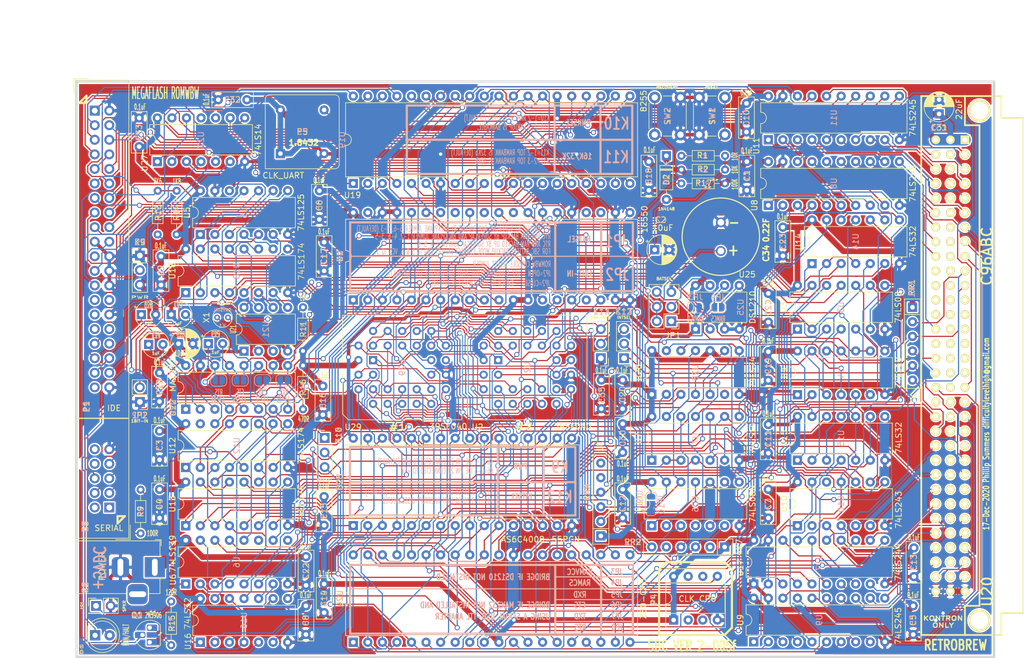
<source format=kicad_pcb>
(kicad_pcb (version 20171130) (host pcbnew "(5.1.8)-1")
  (title_block (date 2019-04-5))
  (layers (0 Component signal) (31 Copper signal) (34 B.Paste user) (35 F.Paste user) (36 B.SilkS user) (37 F.SilkS user) (38 B.Mask user) (39 F.Mask user) (44 Edge.Cuts user))
  (net 0 "")
  (net 1 //BUSAK)
  (net 2 //BUSRQ)
  (net 3 //CS_CFG)
  (net 4 //CS_CFG1)
  (net 5 //CS_CFG2)
  (net 6 //CS_PPI)
  (net 7 //CS_RAM)
  (net 8 //CS_ROM)
  (net 9 //CS_RTC)
  (net 10 //CS_UART)
  (net 11 //HALT)
  (net 12 //INT)
  (net 13 //IORQ)
  (net 14 //IOSEL)
  (net 15 //M1)
  (net 16 //MREQ)
  (net 17 //NMI)
  (net 18 //RD)
  (net 19 //RESET)
  (net 20 //RFSH)
  (net 21 //ROM_ENABLE)
  (net 22 //RTC_RD)
  (net 23 //RTC_WR)
  (net 24 //WAIT)
  (net 25 //WR)
  (net 26 /A0)
  (net 27 /A1)
  (net 28 /A10)
  (net 29 /A11)
  (net 30 /A12)
  (net 31 /A13)
  (net 32 /A14)
  (net 33 /A15)
  (net 34 /A15_RAM)
  (net 35 /A15_ROM)
  (net 36 /A16_RAM)
  (net 37 /A16_ROM)
  (net 38 /A17_RAM)
  (net 39 /A17_ROM)
  (net 40 /A18_RAM)
  (net 41 /A18_ROM)
  (net 42 /A2)
  (net 43 /A3)
  (net 44 /A4)
  (net 45 /A5)
  (net 46 /A6)
  (net 47 /A7)
  (net 48 /A8)
  (net 49 /A9)
  (net 50 /BUF_Q4)
  (net 51 /BUF_Q5)
  (net 52 /BUF_Q6)
  (net 53 /BUF_Q7)
  (net 54 /B_/BUSAK)
  (net 55 /B_/BUSRQ)
  (net 56 /B_/HALT)
  (net 57 /B_/IEO)
  (net 58 /B_/INT)
  (net 59 /B_/IORQ)
  (net 60 /B_/M1)
  (net 61 /B_/MREQ)
  (net 62 /B_/NMI)
  (net 63 /B_/RD)
  (net 64 /B_/RFSH)
  (net 65 /B_/WAIT)
  (net 66 /B_/WR)
  (net 67 /B_A0)
  (net 68 /B_A1)
  (net 69 /B_A10)
  (net 70 /B_A11)
  (net 71 /B_A12)
  (net 72 /B_A13)
  (net 73 /B_A14)
  (net 74 /B_A15)
  (net 75 /B_A2)
  (net 76 /B_A3)
  (net 77 /B_A4)
  (net 78 /B_A5)
  (net 79 /B_A6)
  (net 80 /B_A7)
  (net 81 /B_A8)
  (net 82 /B_A9)
  (net 83 /B_BAT)
  (net 84 /B_CLK_CPU)
  (net 85 /B_D0)
  (net 86 /B_D1)
  (net 87 /B_D2)
  (net 88 /B_D3)
  (net 89 /B_D4)
  (net 90 /B_D5)
  (net 91 /B_D6)
  (net 92 /B_D7)
  (net 93 /CFG1_Q0)
  (net 94 /CFG1_Q1)
  (net 95 /CFG1_Q2)
  (net 96 /CFG1_Q3)
  (net 97 /CLK_CPU)
  (net 98 /CLK_UART)
  (net 99 /CTS)
  (net 100 /CTS_TTL)
  (net 101 /D0)
  (net 102 /D1)
  (net 103 /D2)
  (net 104 /D3)
  (net 105 /D4)
  (net 106 /D5)
  (net 107 /D6)
  (net 108 /D7)
  (net 109 /DATA_DIR)
  (net 110 /DTR)
  (net 111 /INT)
  (net 112 /PA0)
  (net 113 /PA1)
  (net 114 /PA2)
  (net 115 /PA3)
  (net 116 /PA4)
  (net 117 /PA5)
  (net 118 /PA6)
  (net 119 /PA7)
  (net 120 /PB0)
  (net 121 /PB1)
  (net 122 /PB2)
  (net 123 /PB3)
  (net 124 /PB4)
  (net 125 /PB5)
  (net 126 /PB6)
  (net 127 /PB7)
  (net 128 /PC0)
  (net 129 /PC1)
  (net 130 /PC2)
  (net 131 /PC3)
  (net 132 /PC4)
  (net 133 /PC5)
  (net 134 /PC6)
  (net 135 /PC7)
  (net 136 /RESET)
  (net 137 /RTC_DQ)
  (net 138 /RTS)
  (net 139 /RTS_TTL)
  (net 140 /RX)
  (net 141 /SIN_TTL)
  (net 142 /SOUT_TTL)
  (net 143 /TX)
  (net 144 /VBAT1)
  (net 145 /VCC_SRAM)
  (net 146 GND)
  (net 147 VCC)
  (net 148 "Net-(C2-Pad1)")
  (net 149 "Net-(C24-Pad1)")
  (net 150 "Net-(C24-Pad2)")
  (net 151 "Net-(C25-Pad1)")
  (net 152 "Net-(C25-Pad2)")
  (net 153 "Net-(C26-Pad1)")
  (net 154 "Net-(C27-Pad2)")
  (net 155 "Net-(D1-Pad1)")
  (net 156 "Net-(D1-Pad2)")
  (net 157 "Net-(JP2-Pad2)")
  (net 158 "Net-(K10-Pad2)")
  (net 159 "Net-(K11-Pad2)")
  (net 160 "Net-(K12-Pad2)")
  (net 161 /B_/RESOUT)
  (net 162 //RESET_IN)
  (net 163 "Net-(U1-Pad15)")
  (net 164 "Net-(U15-Pad2)")
  (net 165 "Net-(U15-Pad3)")
  (net 166 "Net-(U3-Pad5)")
  (net 167 "Net-(U16-Pad1)")
  (net 168 "Net-(U14-Pad10)")
  (net 169 "Net-(U5-Pad12)")
  (net 170 "Net-(U15-Pad6)")
  (net 171 "Net-(U15-Pad12)")
  (net 172 "Net-(U26-Pad5)")
  (net 173 "Net-(U26-Pad1)")
  (net 174 "Net-(U14-Pad12)")
  (net 175 "Net-(U21-Pad2)")
  (net 176 "Net-(U21-Pad3)")
  (net 177 "Net-(Q1-Pad2)")
  (net 178 "Net-(Q1-Pad3)")
  (net 179 "Net-(R13-Pad2)")
  (net 180 "Net-(LS1-Pad1)")
  (net 181 "Net-(JP4-Pad2)")
  (net 182 "Net-(K9-Pad2)")
  (net 183 /-PC7)
  (net 184 /-PC5)
  (net 185 /-PC6)
  (net 186 /-PC3)
  (net 187 /-PC4)
  (net 188 "Net-(C34-Pad1)")
  (net 189 /VBAT2)
  (net 190 /~B_IQ0)
  (net 191 "Net-(U28-Pad13)")
  (net 192 "Net-(U28-Pad4)")
  (net 193 /CLKSEL)
  (net 194 /~CS_ROM2)
  (net 195 /A19_ROM)
  (net 196 /~CS_ROM1)
  (net 197 /CLK_PU)
  (net 198 /CS_ROM)
  (net 199 "Net-(U26-Pad9)")
  (net 200 "Net-(R17-Pad1)")
  (net 201 "Net-(JP10-Pad1)")
  (net 202 "Net-(JP10-Pad2)")
  (module Jumper:SolderJumper-3_P1.3mm_Bridged12_RoundedPad1.0x1.5mm (layer Copper) (at 177.673 127 90)
    (fp_text reference JP10 (at 0 1.8 90) (layer B.SilkS) (effects (justify mirror)))
    (fp_text value CLKSEL (at 0.9525 -1.9685 90) (layer B.SilkS) (effects (font (size 1 0.5) (thickness 0.125)) (justify mirror)))
    (fp_poly (pts (xy -0.9 0.3) (xy -0.4 0.3) (xy -0.4 -0.3) (xy -0.9 -0.3)) (layer Copper) (width 0))
    (pad 1 smd custom (at -1.3 0 90) (size 1 0.5) (layers Copper B.Mask) (net 201 "Net-(JP10-Pad1)") (options (clearance outline) (anchor rect)) (primitives (gr_circle (center 0 -0.25) (end 0.5 -0.25) (width 0)) (gr_circle (center 0 0.25) (end 0.5 0.25) (width 0)) (gr_poly (pts (xy 0.55 0.75) (xy 0 0.75) (xy 0 -0.75) (xy 0.55 -0.75)) (width 0))))
    (pad 2 smd rect (at 0 0 90) (size 1 1.5) (layers Copper B.Mask) (net 202 "Net-(JP10-Pad2)"))
    (pad 3 smd custom (at 1.3 0 90) (size 1 0.5) (layers Copper B.Mask) (net 98 /CLK_UART) (options (clearance outline) (anchor rect)) (primitives (gr_circle (center 0 -0.25) (end 0.5 -0.25) (width 0)) (gr_circle (center 0 0.25) (end 0.5 0.25) (width 0)) (gr_poly (pts (xy -0.55 0.75) (xy 0 0.75) (xy 0 -0.75) (xy -0.55 -0.75)) (width 0))))
  )
  (module Capacitor_THT:C_Disc_D7.0mm_W2.5mm_P5.00mm (layer Component) (at 169 105.4 270)
    (fp_text reference C35 (at 2.6 -0.1 90) (layer F.SilkS))
    (fp_text value 0.1uF (at -1.7 0 180) (layer F.SilkS) (effects (font (size 1 0.5) (thickness 0.125))))
    (fp_text user %R (at 2.6 -0.1 90) (layer B.SilkS) (effects (font (thickness 0.15) italic) (justify mirror)))
    (pad 1 thru_hole circle (at 0 0 270) (size 1.6 1.6) (drill 0.8) (layers *.Cu *.Mask) (net 147 VCC))
    (pad 2 thru_hole circle (at 5 0 270) (size 1.6 1.6) (drill 0.8) (layers *.Cu *.Mask) (net 146 GND))
  )
  (module Package_LCC:PLCC-32_THT-Socket (layer Component) (at 129.1844 101.9302 90)
    (fp_text reference U29 (at -11.6698 -3.4844 180) (layer F.SilkS))
    (fp_text value 39SF040 (at -11.5698 13.1156 180) (layer F.SilkS))
    (fp_text user %R (at -1.27 5.08 90) (layer B.SilkS) (effects (justify mirror)))
    (pad 29 thru_hole circle (at 5.08 0 90) (size 1.4224 1.4224) (drill 0.8) (layers *.Cu *.Mask) (net 32 /A14))
    (pad 27 thru_hole circle (at 5.08 2.54 90) (size 1.4224 1.4224) (drill 0.8) (layers *.Cu *.Mask) (net 48 /A8))
    (pad 25 thru_hole circle (at 5.08 5.08 90) (size 1.4224 1.4224) (drill 0.8) (layers *.Cu *.Mask) (net 29 /A11))
    (pad 23 thru_hole circle (at 5.08 7.62 90) (size 1.4224 1.4224) (drill 0.8) (layers *.Cu *.Mask) (net 28 /A10))
    (pad 28 thru_hole circle (at 2.54 2.54 90) (size 1.4224 1.4224) (drill 0.8) (layers *.Cu *.Mask) (net 31 /A13))
    (pad 26 thru_hole circle (at 2.54 5.08 90) (size 1.4224 1.4224) (drill 0.8) (layers *.Cu *.Mask) (net 49 /A9))
    (pad 24 thru_hole circle (at 2.54 7.62 90) (size 1.4224 1.4224) (drill 0.8) (layers *.Cu *.Mask) (net 18 //RD))
    (pad 22 thru_hole circle (at 2.54 10.16 90) (size 1.4224 1.4224) (drill 0.8) (layers *.Cu *.Mask) (net 196 /~CS_ROM1))
    (pad 20 thru_hole circle (at 2.54 12.7 90) (size 1.4224 1.4224) (drill 0.8) (layers *.Cu *.Mask) (net 107 /D6))
    (pad 18 thru_hole circle (at 0 12.7 90) (size 1.4224 1.4224) (drill 0.8) (layers *.Cu *.Mask) (net 105 /D4))
    (pad 16 thru_hole circle (at -2.54 12.7 90) (size 1.4224 1.4224) (drill 0.8) (layers *.Cu *.Mask) (net 146 GND))
    (pad 14 thru_hole circle (at -5.08 12.7 90) (size 1.4224 1.4224) (drill 0.8) (layers *.Cu *.Mask) (net 102 /D1))
    (pad 21 thru_hole circle (at 5.08 10.16 90) (size 1.4224 1.4224) (drill 0.8) (layers *.Cu *.Mask) (net 108 /D7))
    (pad 19 thru_hole circle (at 0 10.16 90) (size 1.4224 1.4224) (drill 0.8) (layers *.Cu *.Mask) (net 106 /D5))
    (pad 17 thru_hole circle (at -2.54 10.16 90) (size 1.4224 1.4224) (drill 0.8) (layers *.Cu *.Mask) (net 104 /D3))
    (pad 15 thru_hole circle (at -5.08 10.16 90) (size 1.4224 1.4224) (drill 0.8) (layers *.Cu *.Mask) (net 103 /D2))
    (pad 13 thru_hole circle (at -7.62 10.16 90) (size 1.4224 1.4224) (drill 0.8) (layers *.Cu *.Mask) (net 101 /D0))
    (pad 11 thru_hole circle (at -7.62 7.62 90) (size 1.4224 1.4224) (drill 0.8) (layers *.Cu *.Mask) (net 27 /A1))
    (pad 9 thru_hole circle (at -7.62 5.08 90) (size 1.4224 1.4224) (drill 0.8) (layers *.Cu *.Mask) (net 43 /A3))
    (pad 7 thru_hole circle (at -7.62 2.54 90) (size 1.4224 1.4224) (drill 0.8) (layers *.Cu *.Mask) (net 45 /A5))
    (pad 5 thru_hole circle (at -7.62 0 90) (size 1.4224 1.4224) (drill 0.8) (layers *.Cu *.Mask) (net 47 /A7))
    (pad 12 thru_hole circle (at -5.08 7.62 90) (size 1.4224 1.4224) (drill 0.8) (layers *.Cu *.Mask) (net 26 /A0))
    (pad 10 thru_hole circle (at -5.08 5.08 90) (size 1.4224 1.4224) (drill 0.8) (layers *.Cu *.Mask) (net 42 /A2))
    (pad 8 thru_hole circle (at -5.08 2.54 90) (size 1.4224 1.4224) (drill 0.8) (layers *.Cu *.Mask) (net 44 /A4))
    (pad 6 thru_hole circle (at -5.08 0 90) (size 1.4224 1.4224) (drill 0.8) (layers *.Cu *.Mask) (net 46 /A6))
    (pad 30 thru_hole circle (at 2.54 -2.54 90) (size 1.4224 1.4224) (drill 0.8) (layers *.Cu *.Mask) (net 39 /A17_ROM))
    (pad 32 thru_hole circle (at 0 -2.54 90) (size 1.4224 1.4224) (drill 0.8) (layers *.Cu *.Mask) (net 147 VCC))
    (pad 4 thru_hole circle (at -5.08 -2.54 90) (size 1.4224 1.4224) (drill 0.8) (layers *.Cu *.Mask) (net 30 /A12))
    (pad 2 thru_hole circle (at -2.54 -2.54 90) (size 1.4224 1.4224) (drill 0.8) (layers *.Cu *.Mask) (net 37 /A16_ROM))
    (pad 31 thru_hole circle (at 2.54 0 90) (size 1.4224 1.4224) (drill 0.8) (layers *.Cu *.Mask) (net 25 //WR))
    (pad 3 thru_hole circle (at -2.54 0 90) (size 1.4224 1.4224) (drill 0.8) (layers *.Cu *.Mask) (net 35 /A15_ROM))
    (pad 1 thru_hole rect (at 0 0 90) (size 1.4224 1.4224) (drill 0.8) (layers *.Cu *.Mask) (net 41 /A18_ROM))
  )
  (module Package_DIP:DIP-14_W7.62mm (layer Component) (at 99.06 80.01 90)
    (fp_text reference U5 (at 3.81 -2.33 90) (layer F.SilkS))
    (fp_text value 74LS125 (at 3.81 17.57 90) (layer F.SilkS))
    (fp_text user %R (at 3.81 7.62 90) (layer B.SilkS) (effects (justify mirror)))
    (pad 14 thru_hole oval (at 7.62 0 90) (size 1.6 1.6) (drill 0.8) (layers *.Cu *.Mask) (net 147 VCC))
    (pad 7 thru_hole oval (at 0 15.24 90) (size 1.6 1.6) (drill 0.8) (layers *.Cu *.Mask) (net 146 GND))
    (pad 13 thru_hole oval (at 7.62 2.54 90) (size 1.6 1.6) (drill 0.8) (layers *.Cu *.Mask) (net 146 GND))
    (pad 6 thru_hole oval (at 0 12.7 90) (size 1.6 1.6) (drill 0.8) (layers *.Cu *.Mask) (net 137 /RTC_DQ))
    (pad 12 thru_hole oval (at 7.62 5.08 90) (size 1.6 1.6) (drill 0.8) (layers *.Cu *.Mask) (net 169 "Net-(U5-Pad12)"))
    (pad 5 thru_hole oval (at 0 10.16 90) (size 1.6 1.6) (drill 0.8) (layers *.Cu *.Mask) (net 53 /BUF_Q7))
    (pad 11 thru_hole oval (at 7.62 7.62 90) (size 1.6 1.6) (drill 0.8) (layers *.Cu *.Mask) (net 155 "Net-(D1-Pad1)"))
    (pad 4 thru_hole oval (at 0 7.62 90) (size 1.6 1.6) (drill 0.8) (layers *.Cu *.Mask) (net 51 /BUF_Q5))
    (pad 10 thru_hole oval (at 7.62 10.16 90) (size 1.6 1.6) (drill 0.8) (layers *.Cu *.Mask) (net 22 //RTC_RD))
    (pad 3 thru_hole oval (at 0 5.08 90) (size 1.6 1.6) (drill 0.8) (layers *.Cu *.Mask) (net 101 /D0))
    (pad 9 thru_hole oval (at 7.62 12.7 90) (size 1.6 1.6) (drill 0.8) (layers *.Cu *.Mask) (net 157 "Net-(JP2-Pad2)"))
    (pad 2 thru_hole oval (at 0 2.54 90) (size 1.6 1.6) (drill 0.8) (layers *.Cu *.Mask) (net 137 /RTC_DQ))
    (pad 8 thru_hole oval (at 7.62 15.24 90) (size 1.6 1.6) (drill 0.8) (layers *.Cu *.Mask) (net 107 /D6))
    (pad 1 thru_hole rect (at 0 0 90) (size 1.6 1.6) (drill 0.8) (layers *.Cu *.Mask) (net 22 //RTC_RD))
  )
  (module Button_Switch_THT:SW_PUSH_6mm_H8mm (layer Component) (at 178.308 62.611 90)
    (fp_text reference SW2 (at 3.2385 2.2225 90) (layer F.SilkS))
    (fp_text value RECOVERY (at 8.255 2.159 180) (layer F.SilkS) (effects (font (size 0.5 0.5) (thickness 0.125))))
    (fp_text user %R (at 3.25 2.25 90) (layer B.SilkS) (effects (justify mirror)))
    (pad 1 thru_hole circle (at 6.5 0 180) (size 2 2) (drill 1.1) (layers *.Cu *.Mask) (net 200 "Net-(R17-Pad1)"))
    (pad 2 thru_hole circle (at 6.5 4.5 180) (size 2 2) (drill 1.1) (layers *.Cu *.Mask) (net 146 GND))
    (pad 1 thru_hole circle (at 0 0 180) (size 2 2) (drill 1.1) (layers *.Cu *.Mask) (net 200 "Net-(R17-Pad1)"))
    (pad 2 thru_hole circle (at 0 4.5 180) (size 2 2) (drill 1.1) (layers *.Cu *.Mask) (net 146 GND))
  )
  (module Package_DIP:DIP-14_W7.62mm (layer Component) (at 205.74 85.09 90)
    (fp_text reference U14 (at 3.81 -2.33 90) (layer F.SilkS))
    (fp_text value 74LS32 (at 3.81 17.57 90) (layer F.SilkS))
    (fp_text user %R (at 3.81 7.62 90) (layer B.SilkS) (effects (justify mirror)))
    (pad 14 thru_hole oval (at 7.62 0 90) (size 1.6 1.6) (drill 0.8) (layers *.Cu *.Mask) (net 147 VCC))
    (pad 7 thru_hole oval (at 0 15.24 90) (size 1.6 1.6) (drill 0.8) (layers *.Cu *.Mask) (net 146 GND))
    (pad 13 thru_hole oval (at 7.62 2.54 90) (size 1.6 1.6) (drill 0.8) (layers *.Cu *.Mask) (net 13 //IORQ))
    (pad 6 thru_hole oval (at 0 12.7 90) (size 1.6 1.6) (drill 0.8) (layers *.Cu *.Mask) (net 22 //RTC_RD))
    (pad 12 thru_hole oval (at 7.62 5.08 90) (size 1.6 1.6) (drill 0.8) (layers *.Cu *.Mask) (net 174 "Net-(U14-Pad12)"))
    (pad 5 thru_hole oval (at 0 10.16 90) (size 1.6 1.6) (drill 0.8) (layers *.Cu *.Mask) (net 18 //RD))
    (pad 11 thru_hole oval (at 7.62 7.62 90) (size 1.6 1.6) (drill 0.8) (layers *.Cu *.Mask) (net 14 //IOSEL))
    (pad 4 thru_hole oval (at 0 7.62 90) (size 1.6 1.6) (drill 0.8) (layers *.Cu *.Mask) (net 9 //CS_RTC))
    (pad 10 thru_hole oval (at 7.62 10.16 90) (size 1.6 1.6) (drill 0.8) (layers *.Cu *.Mask) (net 168 "Net-(U14-Pad10)"))
    (pad 3 thru_hole oval (at 0 5.08 90) (size 1.6 1.6) (drill 0.8) (layers *.Cu *.Mask) (net 23 //RTC_WR))
    (pad 9 thru_hole oval (at 7.62 12.7 90) (size 1.6 1.6) (drill 0.8) (layers *.Cu *.Mask) (net 47 /A7))
    (pad 2 thru_hole oval (at 0 2.54 90) (size 1.6 1.6) (drill 0.8) (layers *.Cu *.Mask) (net 9 //CS_RTC))
    (pad 8 thru_hole oval (at 7.62 15.24 90) (size 1.6 1.6) (drill 0.8) (layers *.Cu *.Mask) (net 174 "Net-(U14-Pad12)"))
    (pad 1 thru_hole rect (at 0 0 90) (size 1.6 1.6) (drill 0.8) (layers *.Cu *.Mask) (net 25 //WR))
  )
  (module Resistor_THT:R_Array_SIP6 (layer Component) (at 223.266 92.71 270)
    (fp_text reference RR1 (at -3.429 0.127 90) (layer F.SilkS))
    (fp_text value 1K (at 16.002 -0.127 90) (layer F.SilkS))
    (fp_text user %R (at -3.175 0.127 90) (layer B.SilkS) (effects (justify mirror)))
    (pad 6 thru_hole oval (at 12.7 0 270) (size 1.6 1.6) (drill 0.8) (layers *.Cu *.Mask) (net 62 /B_/NMI))
    (pad 5 thru_hole oval (at 10.16 0 270) (size 1.6 1.6) (drill 0.8) (layers *.Cu *.Mask) (net 58 /B_/INT))
    (pad 4 thru_hole oval (at 7.62 0 270) (size 1.6 1.6) (drill 0.8) (layers *.Cu *.Mask) (net 57 /B_/IEO))
    (pad 3 thru_hole oval (at 5.08 0 270) (size 1.6 1.6) (drill 0.8) (layers *.Cu *.Mask) (net 55 /B_/BUSRQ))
    (pad 2 thru_hole oval (at 2.54 0 270) (size 1.6 1.6) (drill 0.8) (layers *.Cu *.Mask) (net 65 /B_/WAIT))
    (pad 1 thru_hole rect (at 0 0 270) (size 1.6 1.6) (drill 0.8) (layers *.Cu *.Mask) (net 147 VCC))
  )
  (module Package_DIP:DIP-14_W7.62mm (layer Component) (at 177.8 119.38 90)
    (fp_text reference U7 (at 3.81 -2.33 90) (layer F.SilkS))
    (fp_text value 74LS14 (at 3.81 17.57 90) (layer F.SilkS))
    (fp_text user %R (at 3.81 7.62 90) (layer B.SilkS) (effects (justify mirror)))
    (pad 14 thru_hole oval (at 7.62 0 90) (size 1.6 1.6) (drill 0.8) (layers *.Cu *.Mask) (net 147 VCC))
    (pad 7 thru_hole oval (at 0 15.24 90) (size 1.6 1.6) (drill 0.8) (layers *.Cu *.Mask) (net 146 GND))
    (pad 13 thru_hole oval (at 7.62 2.54 90) (size 1.6 1.6) (drill 0.8) (layers *.Cu *.Mask) (net 58 /B_/INT))
    (pad 6 thru_hole oval (at 0 12.7 90) (size 1.6 1.6) (drill 0.8) (layers *.Cu *.Mask) (net 171 "Net-(U15-Pad12)"))
    (pad 12 thru_hole oval (at 7.62 5.08 90) (size 1.6 1.6) (drill 0.8) (layers *.Cu *.Mask) (net 173 "Net-(U26-Pad1)"))
    (pad 5 thru_hole oval (at 0 10.16 90) (size 1.6 1.6) (drill 0.8) (layers *.Cu *.Mask) (net 170 "Net-(U15-Pad6)"))
    (pad 11 thru_hole oval (at 7.62 7.62 90) (size 1.6 1.6) (drill 0.8) (layers *.Cu *.Mask) (net 62 /B_/NMI))
    (pad 4 thru_hole oval (at 0 7.62 90) (size 1.6 1.6) (drill 0.8) (layers *.Cu *.Mask) (net 19 //RESET))
    (pad 10 thru_hole oval (at 7.62 10.16 90) (size 1.6 1.6) (drill 0.8) (layers *.Cu *.Mask) (net 172 "Net-(U26-Pad5)"))
    (pad 3 thru_hole oval (at 0 5.08 90) (size 1.6 1.6) (drill 0.8) (layers *.Cu *.Mask) (net 136 /RESET))
    (pad 9 thru_hole oval (at 7.62 12.7 90) (size 1.6 1.6) (drill 0.8) (layers *.Cu *.Mask) (net 56 /B_/HALT))
    (pad 2 thru_hole oval (at 0 2.54 90) (size 1.6 1.6) (drill 0.8) (layers *.Cu *.Mask) (net 136 /RESET))
    (pad 8 thru_hole oval (at 7.62 15.24 90) (size 1.6 1.6) (drill 0.8) (layers *.Cu *.Mask) (net 169 "Net-(U5-Pad12)"))
    (pad 1 thru_hole rect (at 0 0 90) (size 1.6 1.6) (drill 0.8) (layers *.Cu *.Mask) (net 148 "Net-(C2-Pad1)"))
  )
  (module Package_DIP:DIP-14_W7.62mm (layer Component) (at 203.2 130.81 90)
    (fp_text reference U10 (at 3.81 -2.33 90) (layer F.SilkS))
    (fp_text value 74LS243 (at 2.794 17.653 270) (layer F.SilkS))
    (fp_text user %R (at 3.81 7.62 90) (layer B.SilkS) (effects (justify mirror)))
    (pad 14 thru_hole oval (at 7.62 0 90) (size 1.6 1.6) (drill 0.8) (layers *.Cu *.Mask) (net 147 VCC))
    (pad 7 thru_hole oval (at 0 15.24 90) (size 1.6 1.6) (drill 0.8) (layers *.Cu *.Mask) (net 146 GND))
    (pad 13 thru_hole oval (at 7.62 2.54 90) (size 1.6 1.6) (drill 0.8) (layers *.Cu *.Mask) (net 1 //BUSAK))
    (pad 6 thru_hole oval (at 0 12.7 90) (size 1.6 1.6) (drill 0.8) (layers *.Cu *.Mask) (net 63 /B_/RD))
    (pad 12 thru_hole oval (at 7.62 5.08 90) (size 1.6 1.6) (drill 0.8) (layers *.Cu *.Mask))
    (pad 5 thru_hole oval (at 0 10.16 90) (size 1.6 1.6) (drill 0.8) (layers *.Cu *.Mask) (net 66 /B_/WR))
    (pad 11 thru_hole oval (at 7.62 7.62 90) (size 1.6 1.6) (drill 0.8) (layers *.Cu *.Mask) (net 16 //MREQ))
    (pad 4 thru_hole oval (at 0 7.62 90) (size 1.6 1.6) (drill 0.8) (layers *.Cu *.Mask) (net 59 /B_/IORQ))
    (pad 10 thru_hole oval (at 7.62 10.16 90) (size 1.6 1.6) (drill 0.8) (layers *.Cu *.Mask) (net 13 //IORQ))
    (pad 3 thru_hole oval (at 0 5.08 90) (size 1.6 1.6) (drill 0.8) (layers *.Cu *.Mask) (net 61 /B_/MREQ))
    (pad 9 thru_hole oval (at 7.62 12.7 90) (size 1.6 1.6) (drill 0.8) (layers *.Cu *.Mask) (net 25 //WR))
    (pad 2 thru_hole oval (at 0 2.54 90) (size 1.6 1.6) (drill 0.8) (layers *.Cu *.Mask))
    (pad 8 thru_hole oval (at 7.62 15.24 90) (size 1.6 1.6) (drill 0.8) (layers *.Cu *.Mask) (net 18 //RD))
    (pad 1 thru_hole rect (at 0 0 90) (size 1.6 1.6) (drill 0.8) (layers *.Cu *.Mask) (net 1 //BUSAK))
  )
  (module Package_LCC:PLCC-32_THT-Socket (layer Component) (at 151.0157 101.9302 90)
    (fp_text reference U2 (at -11.6698 -3.6157 180) (layer F.SilkS))
    (fp_text value 39SF040 (at -11.5698 12.9843 180) (layer F.SilkS))
    (fp_text user %R (at -1.27 5.08 90) (layer B.SilkS) (effects (justify mirror)))
    (pad 29 thru_hole circle (at 5.08 0 90) (size 1.4224 1.4224) (drill 0.8) (layers *.Cu *.Mask) (net 32 /A14))
    (pad 27 thru_hole circle (at 5.08 2.54 90) (size 1.4224 1.4224) (drill 0.8) (layers *.Cu *.Mask) (net 48 /A8))
    (pad 25 thru_hole circle (at 5.08 5.08 90) (size 1.4224 1.4224) (drill 0.8) (layers *.Cu *.Mask) (net 29 /A11))
    (pad 23 thru_hole circle (at 5.08 7.62 90) (size 1.4224 1.4224) (drill 0.8) (layers *.Cu *.Mask) (net 28 /A10))
    (pad 28 thru_hole circle (at 2.54 2.54 90) (size 1.4224 1.4224) (drill 0.8) (layers *.Cu *.Mask) (net 31 /A13))
    (pad 26 thru_hole circle (at 2.54 5.08 90) (size 1.4224 1.4224) (drill 0.8) (layers *.Cu *.Mask) (net 49 /A9))
    (pad 24 thru_hole circle (at 2.54 7.62 90) (size 1.4224 1.4224) (drill 0.8) (layers *.Cu *.Mask) (net 18 //RD))
    (pad 22 thru_hole circle (at 2.54 10.16 90) (size 1.4224 1.4224) (drill 0.8) (layers *.Cu *.Mask) (net 194 /~CS_ROM2))
    (pad 20 thru_hole circle (at 2.54 12.7 90) (size 1.4224 1.4224) (drill 0.8) (layers *.Cu *.Mask) (net 107 /D6))
    (pad 18 thru_hole circle (at 0 12.7 90) (size 1.4224 1.4224) (drill 0.8) (layers *.Cu *.Mask) (net 105 /D4))
    (pad 16 thru_hole circle (at -2.54 12.7 90) (size 1.4224 1.4224) (drill 0.8) (layers *.Cu *.Mask) (net 146 GND))
    (pad 14 thru_hole circle (at -5.08 12.7 90) (size 1.4224 1.4224) (drill 0.8) (layers *.Cu *.Mask) (net 102 /D1))
    (pad 21 thru_hole circle (at 5.08 10.16 90) (size 1.4224 1.4224) (drill 0.8) (layers *.Cu *.Mask) (net 108 /D7))
    (pad 19 thru_hole circle (at 0 10.16 90) (size 1.4224 1.4224) (drill 0.8) (layers *.Cu *.Mask) (net 106 /D5))
    (pad 17 thru_hole circle (at -2.54 10.16 90) (size 1.4224 1.4224) (drill 0.8) (layers *.Cu *.Mask) (net 104 /D3))
    (pad 15 thru_hole circle (at -5.08 10.16 90) (size 1.4224 1.4224) (drill 0.8) (layers *.Cu *.Mask) (net 103 /D2))
    (pad 13 thru_hole circle (at -7.62 10.16 90) (size 1.4224 1.4224) (drill 0.8) (layers *.Cu *.Mask) (net 101 /D0))
    (pad 11 thru_hole circle (at -7.62 7.62 90) (size 1.4224 1.4224) (drill 0.8) (layers *.Cu *.Mask) (net 27 /A1))
    (pad 9 thru_hole circle (at -7.62 5.08 90) (size 1.4224 1.4224) (drill 0.8) (layers *.Cu *.Mask) (net 43 /A3))
    (pad 7 thru_hole circle (at -7.62 2.54 90) (size 1.4224 1.4224) (drill 0.8) (layers *.Cu *.Mask) (net 45 /A5))
    (pad 5 thru_hole circle (at -7.62 0 90) (size 1.4224 1.4224) (drill 0.8) (layers *.Cu *.Mask) (net 47 /A7))
    (pad 12 thru_hole circle (at -5.08 7.62 90) (size 1.4224 1.4224) (drill 0.8) (layers *.Cu *.Mask) (net 26 /A0))
    (pad 10 thru_hole circle (at -5.08 5.08 90) (size 1.4224 1.4224) (drill 0.8) (layers *.Cu *.Mask) (net 42 /A2))
    (pad 8 thru_hole circle (at -5.08 2.54 90) (size 1.4224 1.4224) (drill 0.8) (layers *.Cu *.Mask) (net 44 /A4))
    (pad 6 thru_hole circle (at -5.08 0 90) (size 1.4224 1.4224) (drill 0.8) (layers *.Cu *.Mask) (net 46 /A6))
    (pad 30 thru_hole circle (at 2.54 -2.54 90) (size 1.4224 1.4224) (drill 0.8) (layers *.Cu *.Mask) (net 39 /A17_ROM))
    (pad 32 thru_hole circle (at 0 -2.54 90) (size 1.4224 1.4224) (drill 0.8) (layers *.Cu *.Mask) (net 147 VCC))
    (pad 4 thru_hole circle (at -5.08 -2.54 90) (size 1.4224 1.4224) (drill 0.8) (layers *.Cu *.Mask) (net 30 /A12))
    (pad 2 thru_hole circle (at -2.54 -2.54 90) (size 1.4224 1.4224) (drill 0.8) (layers *.Cu *.Mask) (net 37 /A16_ROM))
    (pad 31 thru_hole circle (at 2.54 0 90) (size 1.4224 1.4224) (drill 0.8) (layers *.Cu *.Mask) (net 25 //WR))
    (pad 3 thru_hole circle (at -2.54 0 90) (size 1.4224 1.4224) (drill 0.8) (layers *.Cu *.Mask) (net 35 /A15_ROM))
    (pad 1 thru_hole rect (at 0 0 90) (size 1.4224 1.4224) (drill 0.8) (layers *.Cu *.Mask) (net 41 /A18_ROM))
  )
  (module Supercap:CAPPRD500W95D1350H750 (layer Component) (at 189.84 82.9 90)
    (fp_text reference C34 (at -0.412 7.899 270) (layer F.SilkS) (effects (font (thickness 0.25))))
    (fp_text value 0.22F (at 3.652 7.899 270) (layer F.SilkS) (effects (font (thickness 0.25))))
    (pad 2 thru_hole circle (at 5 0 90) (size 1.725 1.725) (drill 1.15) (layers *.Cu *.Mask) (net 146 GND))
    (pad 1 thru_hole circle (at 0 0 90) (size 1.725 1.725) (drill 1.15) (layers *.Cu *.Mask) (net 188 "Net-(C34-Pad1)"))
  )
  (module Button_Switch_THT:SW_PUSH_6mm_H8mm (layer Component) (at 186.055 62.611 90)
    (fp_text reference SW1 (at 3.2512 2.286 90) (layer F.SilkS))
    (fp_text value RESET (at 8.255 2.159) (layer F.SilkS) (effects (font (size 0.5 0.5) (thickness 0.125))))
    (fp_text user %R (at 3.25 2.25 90) (layer B.SilkS) (effects (justify mirror)))
    (pad 1 thru_hole circle (at 6.5 0 180) (size 2 2) (drill 1.1) (layers *.Cu *.Mask) (net 146 GND))
    (pad 2 thru_hole circle (at 6.5 4.5 180) (size 2 2) (drill 1.1) (layers *.Cu *.Mask) (net 162 //RESET_IN))
    (pad 1 thru_hole circle (at 0 0 180) (size 2 2) (drill 1.1) (layers *.Cu *.Mask) (net 146 GND))
    (pad 2 thru_hole circle (at 0 4.5 180) (size 2 2) (drill 1.1) (layers *.Cu *.Mask) (net 162 //RESET_IN))
  )
  (module Package_DIP:DIP-14_W7.62mm (layer Component) (at 203.2 96.52 90)
    (fp_text reference U3 (at 3.81 -2.33 90) (layer F.SilkS))
    (fp_text value 74LS08 (at 3.81 17.57 90) (layer F.SilkS))
    (fp_text user %R (at 3.81 7.62 90) (layer B.SilkS) (effects (justify mirror)))
    (pad 14 thru_hole oval (at 7.62 0 90) (size 1.6 1.6) (drill 0.8) (layers *.Cu *.Mask) (net 147 VCC))
    (pad 7 thru_hole oval (at 0 15.24 90) (size 1.6 1.6) (drill 0.8) (layers *.Cu *.Mask) (net 146 GND))
    (pad 13 thru_hole oval (at 7.62 2.54 90) (size 1.6 1.6) (drill 0.8) (layers *.Cu *.Mask) (net 159 "Net-(K11-Pad2)"))
    (pad 6 thru_hole oval (at 0 12.7 90) (size 1.6 1.6) (drill 0.8) (layers *.Cu *.Mask) (net 109 /DATA_DIR))
    (pad 12 thru_hole oval (at 7.62 5.08 90) (size 1.6 1.6) (drill 0.8) (layers *.Cu *.Mask) (net 33 /A15))
    (pad 5 thru_hole oval (at 0 10.16 90) (size 1.6 1.6) (drill 0.8) (layers *.Cu *.Mask) (net 166 "Net-(U3-Pad5)"))
    (pad 11 thru_hole oval (at 7.62 7.62 90) (size 1.6 1.6) (drill 0.8) (layers *.Cu *.Mask) (net 167 "Net-(U16-Pad1)"))
    (pad 4 thru_hole oval (at 0 7.62 90) (size 1.6 1.6) (drill 0.8) (layers *.Cu *.Mask) (net 165 "Net-(U15-Pad3)"))
    (pad 10 thru_hole oval (at 7.62 10.16 90) (size 1.6 1.6) (drill 0.8) (layers *.Cu *.Mask) (net 198 /CS_ROM))
    (pad 3 thru_hole oval (at 0 5.08 90) (size 1.6 1.6) (drill 0.8) (layers *.Cu *.Mask) (net 164 "Net-(U15-Pad2)"))
    (pad 9 thru_hole oval (at 7.62 12.7 90) (size 1.6 1.6) (drill 0.8) (layers *.Cu *.Mask) (net 194 /~CS_ROM2))
    (pad 2 thru_hole oval (at 0 2.54 90) (size 1.6 1.6) (drill 0.8) (layers *.Cu *.Mask) (net 14 //IOSEL))
    (pad 8 thru_hole oval (at 7.62 15.24 90) (size 1.6 1.6) (drill 0.8) (layers *.Cu *.Mask) (net 199 "Net-(U26-Pad9)"))
    (pad 1 thru_hole rect (at 0 0 90) (size 1.6 1.6) (drill 0.8) (layers *.Cu *.Mask) (net 16 //MREQ))
  )
  (module Package_DIP:DIP-14_W7.62mm (layer Component) (at 177.8 130.81 90)
    (fp_text reference U26 (at 3.81 -2.33 90) (layer F.SilkS))
    (fp_text value 74LS06N (at 3.81 17.57 90) (layer F.SilkS))
    (fp_text user %R (at 3.81 7.62 90) (layer B.SilkS) (effects (justify mirror)))
    (pad 14 thru_hole oval (at 7.62 0 90) (size 1.6 1.6) (drill 0.8) (layers *.Cu *.Mask) (net 147 VCC))
    (pad 7 thru_hole oval (at 0 15.24 90) (size 1.6 1.6) (drill 0.8) (layers *.Cu *.Mask) (net 146 GND))
    (pad 13 thru_hole oval (at 7.62 2.54 90) (size 1.6 1.6) (drill 0.8) (layers *.Cu *.Mask) (net 202 "Net-(JP10-Pad2)"))
    (pad 6 thru_hole oval (at 0 12.7 90) (size 1.6 1.6) (drill 0.8) (layers *.Cu *.Mask) (net 17 //NMI))
    (pad 12 thru_hole oval (at 7.62 5.08 90) (size 1.6 1.6) (drill 0.8) (layers *.Cu *.Mask) (net 197 /CLK_PU))
    (pad 5 thru_hole oval (at 0 10.16 90) (size 1.6 1.6) (drill 0.8) (layers *.Cu *.Mask) (net 172 "Net-(U26-Pad5)"))
    (pad 11 thru_hole oval (at 7.62 7.62 90) (size 1.6 1.6) (drill 0.8) (layers *.Cu *.Mask) (net 8 //CS_ROM))
    (pad 4 thru_hole oval (at 0 7.62 90) (size 1.6 1.6) (drill 0.8) (layers *.Cu *.Mask) (net 160 "Net-(K12-Pad2)"))
    (pad 10 thru_hole oval (at 7.62 10.16 90) (size 1.6 1.6) (drill 0.8) (layers *.Cu *.Mask) (net 198 /CS_ROM))
    (pad 3 thru_hole oval (at 0 5.08 90) (size 1.6 1.6) (drill 0.8) (layers *.Cu *.Mask) (net 111 /INT))
    (pad 9 thru_hole oval (at 7.62 12.7 90) (size 1.6 1.6) (drill 0.8) (layers *.Cu *.Mask) (net 199 "Net-(U26-Pad9)"))
    (pad 2 thru_hole oval (at 0 2.54 90) (size 1.6 1.6) (drill 0.8) (layers *.Cu *.Mask) (net 12 //INT))
    (pad 8 thru_hole oval (at 7.62 15.24 90) (size 1.6 1.6) (drill 0.8) (layers *.Cu *.Mask) (net 196 /~CS_ROM1))
    (pad 1 thru_hole rect (at 0 0 90) (size 1.6 1.6) (drill 0.8) (layers *.Cu *.Mask) (net 173 "Net-(U26-Pad1)"))
  )
  (module Package_DIP:DIP-14_W7.62mm (layer Component) (at 91.567 67.31 90)
    (fp_text reference U27 (at -0.254 -2.2098 90) (layer F.SilkS))
    (fp_text value 74LS14 (at 3.81 17.57 90) (layer F.SilkS))
    (fp_text user %R (at 3.81 7.62 90) (layer B.SilkS) (effects (justify mirror)))
    (pad 14 thru_hole oval (at 7.62 0 90) (size 1.6 1.6) (drill 0.8) (layers *.Cu *.Mask) (net 147 VCC))
    (pad 7 thru_hole oval (at 0 15.24 90) (size 1.6 1.6) (drill 0.8) (layers *.Cu *.Mask) (net 146 GND))
    (pad 13 thru_hole oval (at 7.62 2.54 90) (size 1.6 1.6) (drill 0.8) (layers *.Cu *.Mask) (net 134 /PC6))
    (pad 6 thru_hole oval (at 0 12.7 90) (size 1.6 1.6) (drill 0.8) (layers *.Cu *.Mask) (net 187 /-PC4))
    (pad 12 thru_hole oval (at 7.62 5.08 90) (size 1.6 1.6) (drill 0.8) (layers *.Cu *.Mask) (net 185 /-PC6))
    (pad 5 thru_hole oval (at 0 10.16 90) (size 1.6 1.6) (drill 0.8) (layers *.Cu *.Mask) (net 132 /PC4))
    (pad 11 thru_hole oval (at 7.62 7.62 90) (size 1.6 1.6) (drill 0.8) (layers *.Cu *.Mask))
    (pad 4 thru_hole oval (at 0 7.62 90) (size 1.6 1.6) (drill 0.8) (layers *.Cu *.Mask) (net 184 /-PC5))
    (pad 10 thru_hole oval (at 7.62 10.16 90) (size 1.6 1.6) (drill 0.8) (layers *.Cu *.Mask))
    (pad 3 thru_hole oval (at 0 5.08 90) (size 1.6 1.6) (drill 0.8) (layers *.Cu *.Mask) (net 133 /PC5))
    (pad 9 thru_hole oval (at 7.62 12.7 90) (size 1.6 1.6) (drill 0.8) (layers *.Cu *.Mask) (net 135 /PC7))
    (pad 2 thru_hole oval (at 0 2.54 90) (size 1.6 1.6) (drill 0.8) (layers *.Cu *.Mask) (net 186 /-PC3))
    (pad 8 thru_hole oval (at 7.62 15.24 90) (size 1.6 1.6) (drill 0.8) (layers *.Cu *.Mask) (net 183 /-PC7))
    (pad 1 thru_hole rect (at 0 0 90) (size 1.6 1.6) (drill 0.8) (layers *.Cu *.Mask) (net 131 /PC3))
  )
  (module Package_DIP:DIP-14_W7.62mm (layer Component) (at 99.06 151.13 90)
    (fp_text reference U16 (at 0.127 -2.159 90) (layer F.SilkS) (effects (font (thickness 0.125))))
    (fp_text value 74LS32 (at 5.0165 -2.2225 90) (layer F.SilkS) (effects (font (thickness 0.125))))
    (fp_text user %R (at 3.81 7.62 90) (layer B.SilkS) (effects (justify mirror)))
    (pad 14 thru_hole oval (at 7.62 0 90) (size 1.6 1.6) (drill 0.8) (layers *.Cu *.Mask) (net 147 VCC))
    (pad 7 thru_hole oval (at 0 15.24 90) (size 1.6 1.6) (drill 0.8) (layers *.Cu *.Mask) (net 146 GND))
    (pad 13 thru_hole oval (at 7.62 2.54 90) (size 1.6 1.6) (drill 0.8) (layers *.Cu *.Mask) (net 96 /CFG1_Q3))
    (pad 6 thru_hole oval (at 0 12.7 90) (size 1.6 1.6) (drill 0.8) (layers *.Cu *.Mask) (net 36 /A16_RAM))
    (pad 12 thru_hole oval (at 7.62 5.08 90) (size 1.6 1.6) (drill 0.8) (layers *.Cu *.Mask) (net 167 "Net-(U16-Pad1)"))
    (pad 5 thru_hole oval (at 0 10.16 90) (size 1.6 1.6) (drill 0.8) (layers *.Cu *.Mask) (net 94 /CFG1_Q1))
    (pad 11 thru_hole oval (at 7.62 7.62 90) (size 1.6 1.6) (drill 0.8) (layers *.Cu *.Mask) (net 40 /A18_RAM))
    (pad 4 thru_hole oval (at 0 7.62 90) (size 1.6 1.6) (drill 0.8) (layers *.Cu *.Mask) (net 167 "Net-(U16-Pad1)"))
    (pad 10 thru_hole oval (at 7.62 10.16 90) (size 1.6 1.6) (drill 0.8) (layers *.Cu *.Mask) (net 95 /CFG1_Q2))
    (pad 3 thru_hole oval (at 0 5.08 90) (size 1.6 1.6) (drill 0.8) (layers *.Cu *.Mask) (net 34 /A15_RAM))
    (pad 9 thru_hole oval (at 7.62 12.7 90) (size 1.6 1.6) (drill 0.8) (layers *.Cu *.Mask) (net 167 "Net-(U16-Pad1)"))
    (pad 2 thru_hole oval (at 0 2.54 90) (size 1.6 1.6) (drill 0.8) (layers *.Cu *.Mask) (net 158 "Net-(K10-Pad2)"))
    (pad 8 thru_hole oval (at 7.62 15.24 90) (size 1.6 1.6) (drill 0.8) (layers *.Cu *.Mask) (net 38 /A17_RAM))
    (pad 1 thru_hole rect (at 0 0 90) (size 1.6 1.6) (drill 0.8) (layers *.Cu *.Mask) (net 167 "Net-(U16-Pad1)"))
  )
  (module Package_DIP:DIP-14_W7.62mm (layer Component) (at 203.2 119.38 90)
    (fp_text reference U15 (at 3.81 -2.33 90) (layer F.SilkS))
    (fp_text value 74LS32 (at 3.8735 17.653 270) (layer F.SilkS))
    (fp_text user %R (at 3.81 7.62 90) (layer B.SilkS) (effects (justify mirror)))
    (pad 14 thru_hole oval (at 7.62 0 90) (size 1.6 1.6) (drill 0.8) (layers *.Cu *.Mask) (net 147 VCC))
    (pad 7 thru_hole oval (at 0 15.24 90) (size 1.6 1.6) (drill 0.8) (layers *.Cu *.Mask) (net 146 GND))
    (pad 13 thru_hole oval (at 7.62 2.54 90) (size 1.6 1.6) (drill 0.8) (layers *.Cu *.Mask) (net 16 //MREQ))
    (pad 6 thru_hole oval (at 0 12.7 90) (size 1.6 1.6) (drill 0.8) (layers *.Cu *.Mask) (net 170 "Net-(U15-Pad6)"))
    (pad 12 thru_hole oval (at 7.62 5.08 90) (size 1.6 1.6) (drill 0.8) (layers *.Cu *.Mask) (net 171 "Net-(U15-Pad12)"))
    (pad 5 thru_hole oval (at 0 10.16 90) (size 1.6 1.6) (drill 0.8) (layers *.Cu *.Mask) (net 21 //ROM_ENABLE))
    (pad 11 thru_hole oval (at 7.62 7.62 90) (size 1.6 1.6) (drill 0.8) (layers *.Cu *.Mask) (net 7 //CS_RAM))
    (pad 4 thru_hole oval (at 0 7.62 90) (size 1.6 1.6) (drill 0.8) (layers *.Cu *.Mask) (net 33 /A15))
    (pad 10 thru_hole oval (at 7.62 10.16 90) (size 1.6 1.6) (drill 0.8) (layers *.Cu *.Mask) (net 16 //MREQ))
    (pad 3 thru_hole oval (at 0 5.08 90) (size 1.6 1.6) (drill 0.8) (layers *.Cu *.Mask) (net 165 "Net-(U15-Pad3)"))
    (pad 9 thru_hole oval (at 7.62 12.7 90) (size 1.6 1.6) (drill 0.8) (layers *.Cu *.Mask) (net 170 "Net-(U15-Pad6)"))
    (pad 2 thru_hole oval (at 0 2.54 90) (size 1.6 1.6) (drill 0.8) (layers *.Cu *.Mask) (net 164 "Net-(U15-Pad2)"))
    (pad 8 thru_hole oval (at 7.62 15.24 90) (size 1.6 1.6) (drill 0.8) (layers *.Cu *.Mask) (net 8 //CS_ROM))
    (pad 1 thru_hole rect (at 0 0 90) (size 1.6 1.6) (drill 0.8) (layers *.Cu *.Mask) (net 18 //RD))
  )
  (module Package_DIP:DIP-40_W15.24mm (layer Component) (at 125.73 91.44 90)
    (fp_text reference U1 (at 7.62 -2.33 90) (layer F.SilkS))
    (fp_text value 16550 (at 14.097 50.8 90) (layer F.SilkS))
    (fp_text user %R (at 7.6708 -2.3368 90) (layer B.SilkS) (effects (justify mirror)))
    (pad 40 thru_hole oval (at 15.24 0 90) (size 1.6 1.6) (drill 0.8) (layers *.Cu *.Mask) (net 147 VCC))
    (pad 20 thru_hole oval (at 0 48.26 90) (size 1.6 1.6) (drill 0.8) (layers *.Cu *.Mask) (net 146 GND))
    (pad 39 thru_hole oval (at 15.24 2.54 90) (size 1.6 1.6) (drill 0.8) (layers *.Cu *.Mask) (net 200 "Net-(R17-Pad1)"))
    (pad 19 thru_hole oval (at 0 45.72 90) (size 1.6 1.6) (drill 0.8) (layers *.Cu *.Mask) (net 146 GND))
    (pad 38 thru_hole oval (at 15.24 5.08 90) (size 1.6 1.6) (drill 0.8) (layers *.Cu *.Mask) (net 146 GND))
    (pad 18 thru_hole oval (at 0 43.18 90) (size 1.6 1.6) (drill 0.8) (layers *.Cu *.Mask) (net 25 //WR))
    (pad 37 thru_hole oval (at 15.24 7.62 90) (size 1.6 1.6) (drill 0.8) (layers *.Cu *.Mask) (net 146 GND))
    (pad 17 thru_hole oval (at 0 40.64 90) (size 1.6 1.6) (drill 0.8) (layers *.Cu *.Mask))
    (pad 36 thru_hole oval (at 15.24 10.16 90) (size 1.6 1.6) (drill 0.8) (layers *.Cu *.Mask) (net 100 /CTS_TTL))
    (pad 16 thru_hole oval (at 0 38.1 90) (size 1.6 1.6) (drill 0.8) (layers *.Cu *.Mask) (net 98 /CLK_UART))
    (pad 35 thru_hole oval (at 15.24 12.7 90) (size 1.6 1.6) (drill 0.8) (layers *.Cu *.Mask) (net 136 /RESET))
    (pad 15 thru_hole oval (at 0 35.56 90) (size 1.6 1.6) (drill 0.8) (layers *.Cu *.Mask) (net 163 "Net-(U1-Pad15)"))
    (pad 34 thru_hole oval (at 15.24 15.24 90) (size 1.6 1.6) (drill 0.8) (layers *.Cu *.Mask))
    (pad 14 thru_hole oval (at 0 33.02 90) (size 1.6 1.6) (drill 0.8) (layers *.Cu *.Mask) (net 10 //CS_UART))
    (pad 33 thru_hole oval (at 15.24 17.78 90) (size 1.6 1.6) (drill 0.8) (layers *.Cu *.Mask))
    (pad 13 thru_hole oval (at 0 30.48 90) (size 1.6 1.6) (drill 0.8) (layers *.Cu *.Mask) (net 147 VCC))
    (pad 32 thru_hole oval (at 15.24 20.32 90) (size 1.6 1.6) (drill 0.8) (layers *.Cu *.Mask) (net 139 /RTS_TTL))
    (pad 12 thru_hole oval (at 0 27.94 90) (size 1.6 1.6) (drill 0.8) (layers *.Cu *.Mask) (net 147 VCC))
    (pad 31 thru_hole oval (at 15.24 22.86 90) (size 1.6 1.6) (drill 0.8) (layers *.Cu *.Mask))
    (pad 11 thru_hole oval (at 0 25.4 90) (size 1.6 1.6) (drill 0.8) (layers *.Cu *.Mask) (net 142 /SOUT_TTL))
    (pad 30 thru_hole oval (at 15.24 25.4 90) (size 1.6 1.6) (drill 0.8) (layers *.Cu *.Mask) (net 111 /INT))
    (pad 10 thru_hole oval (at 0 22.86 90) (size 1.6 1.6) (drill 0.8) (layers *.Cu *.Mask) (net 141 /SIN_TTL))
    (pad 29 thru_hole oval (at 15.24 27.94 90) (size 1.6 1.6) (drill 0.8) (layers *.Cu *.Mask))
    (pad 9 thru_hole oval (at 0 20.32 90) (size 1.6 1.6) (drill 0.8) (layers *.Cu *.Mask) (net 163 "Net-(U1-Pad15)"))
    (pad 28 thru_hole oval (at 15.24 30.48 90) (size 1.6 1.6) (drill 0.8) (layers *.Cu *.Mask) (net 26 /A0))
    (pad 8 thru_hole oval (at 0 17.78 90) (size 1.6 1.6) (drill 0.8) (layers *.Cu *.Mask) (net 108 /D7))
    (pad 27 thru_hole oval (at 15.24 33.02 90) (size 1.6 1.6) (drill 0.8) (layers *.Cu *.Mask) (net 27 /A1))
    (pad 7 thru_hole oval (at 0 15.24 90) (size 1.6 1.6) (drill 0.8) (layers *.Cu *.Mask) (net 107 /D6))
    (pad 26 thru_hole oval (at 15.24 35.56 90) (size 1.6 1.6) (drill 0.8) (layers *.Cu *.Mask) (net 42 /A2))
    (pad 6 thru_hole oval (at 0 12.7 90) (size 1.6 1.6) (drill 0.8) (layers *.Cu *.Mask) (net 106 /D5))
    (pad 25 thru_hole oval (at 15.24 38.1 90) (size 1.6 1.6) (drill 0.8) (layers *.Cu *.Mask) (net 146 GND))
    (pad 5 thru_hole oval (at 0 10.16 90) (size 1.6 1.6) (drill 0.8) (layers *.Cu *.Mask) (net 105 /D4))
    (pad 24 thru_hole oval (at 15.24 40.64 90) (size 1.6 1.6) (drill 0.8) (layers *.Cu *.Mask))
    (pad 4 thru_hole oval (at 0 7.62 90) (size 1.6 1.6) (drill 0.8) (layers *.Cu *.Mask) (net 104 /D3))
    (pad 23 thru_hole oval (at 15.24 43.18 90) (size 1.6 1.6) (drill 0.8) (layers *.Cu *.Mask))
    (pad 3 thru_hole oval (at 0 5.08 90) (size 1.6 1.6) (drill 0.8) (layers *.Cu *.Mask) (net 103 /D2))
    (pad 22 thru_hole oval (at 15.24 45.72 90) (size 1.6 1.6) (drill 0.8) (layers *.Cu *.Mask) (net 146 GND))
    (pad 2 thru_hole oval (at 0 2.54 90) (size 1.6 1.6) (drill 0.8) (layers *.Cu *.Mask) (net 102 /D1))
    (pad 21 thru_hole oval (at 15.24 48.26 90) (size 1.6 1.6) (drill 0.8) (layers *.Cu *.Mask) (net 18 //RD))
    (pad 1 thru_hole rect (at 0 0 90) (size 1.6 1.6) (drill 0.8) (layers *.Cu *.Mask) (net 101 /D0))
  )
  (module library:C96ABCMC (layer Component) (at 229.87 102.87 90)
    (fp_text reference U20 (at -39.4335 6.4135 90) (layer F.SilkS) (effects (font (size 1.778 1.778) (thickness 0.3048))))
    (fp_text value C96ABC (at 19.05 6.35 90) (layer F.SilkS) (effects (font (size 1.778 1.778) (thickness 0.3048))))
    (pad A1 thru_hole rect (at 39.37 2.54 90) (size 1.524 1.524) (drill 0.8128) (layers *.Cu *.Mask F.SilkS) (net 147 VCC))
    (pad A2 thru_hole circle (at 36.83 2.54 90) (size 1.524 1.524) (drill 0.8128) (layers *.Cu *.Mask F.SilkS) (net 90 /B_D5))
    (pad A3 thru_hole circle (at 34.29 2.54 90) (size 1.524 1.524) (drill 0.8128) (layers *.Cu *.Mask F.SilkS) (net 91 /B_D6))
    (pad A4 thru_hole circle (at 31.75 2.54 90) (size 1.524 1.524) (drill 0.8128) (layers *.Cu *.Mask F.SilkS) (net 88 /B_D3))
    (pad A5 thru_hole circle (at 29.21 2.54 90) (size 1.524 1.524) (drill 0.8128) (layers *.Cu *.Mask F.SilkS) (net 89 /B_D4))
    (pad A6 thru_hole circle (at 26.67 2.54 90) (size 1.524 1.524) (drill 0.8128) (layers *.Cu *.Mask F.SilkS) (net 75 /B_A2))
    (pad A7 thru_hole circle (at 24.13 2.54 90) (size 1.524 1.524) (drill 0.8128) (layers *.Cu *.Mask F.SilkS) (net 77 /B_A4))
    (pad A8 thru_hole circle (at 21.59 2.54 90) (size 1.524 1.524) (drill 0.8128) (layers *.Cu *.Mask F.SilkS) (net 78 /B_A5))
    (pad A9 thru_hole circle (at 19.05 2.54 90) (size 1.524 1.524) (drill 0.8128) (layers *.Cu *.Mask F.SilkS) (net 79 /B_A6))
    (pad A10 thru_hole circle (at 16.51 2.54 90) (size 1.524 1.524) (drill 0.8128) (layers *.Cu *.Mask F.SilkS) (net 65 /B_/WAIT))
    (pad A11 thru_hole circle (at 13.97 2.54 90) (size 1.524 1.524) (drill 0.8128) (layers *.Cu *.Mask F.SilkS) (net 55 /B_/BUSRQ))
    (pad A12 thru_hole circle (at 11.43 2.54 90) (size 1.524 1.524) (drill 0.8128) (layers *.Cu *.Mask F.SilkS))
    (pad A13 thru_hole circle (at 8.89 2.54 90) (size 1.524 1.524) (drill 0.8128) (layers *.Cu *.Mask F.SilkS))
    (pad A14 thru_hole circle (at 6.35 2.54 90) (size 1.524 1.524) (drill 0.8128) (layers *.Cu *.Mask F.SilkS))
    (pad A15 thru_hole circle (at 3.81 2.54 90) (size 1.524 1.524) (drill 0.8128) (layers *.Cu *.Mask F.SilkS))
    (pad A16 thru_hole circle (at 1.27 2.54 90) (size 1.524 1.524) (drill 0.8128) (layers *.Cu *.Mask F.SilkS))
    (pad A17 thru_hole circle (at -1.27 2.54 90) (size 1.524 1.524) (drill 0.8128) (layers *.Cu *.Mask F.SilkS))
    (pad A18 thru_hole circle (at -3.81 2.54 90) (size 1.524 1.524) (drill 0.8128) (layers *.Cu *.Mask F.SilkS) (net 73 /B_A14))
    (pad A19 thru_hole circle (at -6.35 2.54 90) (size 1.524 1.524) (drill 0.8128) (layers *.Cu *.Mask F.SilkS))
    (pad A20 thru_hole circle (at -8.89 2.54 90) (size 1.524 1.524) (drill 0.8128) (layers *.Cu *.Mask F.SilkS) (net 60 /B_/M1))
    (pad A21 thru_hole circle (at -11.43 2.54 90) (size 1.524 1.524) (drill 0.8128) (layers *.Cu *.Mask F.SilkS))
    (pad A22 thru_hole circle (at -13.97 2.54 90) (size 1.524 1.524) (drill 0.8128) (layers *.Cu *.Mask F.SilkS))
    (pad A23 thru_hole circle (at -16.51 2.54 90) (size 1.524 1.524) (drill 0.8128) (layers *.Cu *.Mask F.SilkS) (net 190 /~B_IQ0))
    (pad A24 thru_hole circle (at -19.05 2.54 90) (size 1.524 1.524) (drill 0.8128) (layers *.Cu *.Mask F.SilkS) (net 83 /B_BAT))
    (pad A25 thru_hole circle (at -21.59 2.54 90) (size 1.524 1.524) (drill 0.8128) (layers *.Cu *.Mask F.SilkS))
    (pad A26 thru_hole circle (at -24.13 2.54 90) (size 1.524 1.524) (drill 0.8128) (layers *.Cu *.Mask F.SilkS))
    (pad A27 thru_hole circle (at -26.67 2.54 90) (size 1.524 1.524) (drill 0.8128) (layers *.Cu *.Mask F.SilkS) (net 59 /B_/IORQ))
    (pad A28 thru_hole circle (at -29.21 2.54 90) (size 1.524 1.524) (drill 0.8128) (layers *.Cu *.Mask F.SilkS) (net 64 /B_/RFSH))
    (pad A29 thru_hole circle (at -31.75 2.54 90) (size 1.524 1.524) (drill 0.8128) (layers *.Cu *.Mask F.SilkS) (net 72 /B_A13))
    (pad A30 thru_hole circle (at -34.29 2.54 90) (size 1.524 1.524) (drill 0.8128) (layers *.Cu *.Mask F.SilkS) (net 82 /B_A9))
    (pad A31 thru_hole circle (at -36.83 2.54 90) (size 1.524 1.524) (drill 0.8128) (layers *.Cu *.Mask F.SilkS) (net 54 /B_/BUSAK))
    (pad A32 thru_hole circle (at -39.37 2.54 90) (size 1.524 1.524) (drill 0.8128) (layers *.Cu *.Mask F.SilkS) (net 146 GND))
    (pad B1 thru_hole circle (at 39.37 0 90) (size 1.524 1.524) (drill 0.8128) (layers *.Cu *.Mask F.SilkS) (net 147 VCC))
    (pad B2 thru_hole circle (at 36.83 0 90) (size 1.524 1.524) (drill 0.8128) (layers *.Cu *.Mask F.SilkS))
    (pad B3 thru_hole circle (at 34.29 0 90) (size 1.524 1.524) (drill 0.8128) (layers *.Cu *.Mask F.SilkS))
    (pad B4 thru_hole circle (at 31.75 0 90) (size 1.524 1.524) (drill 0.8128) (layers *.Cu *.Mask F.SilkS))
    (pad B5 thru_hole circle (at 29.21 0 90) (size 1.524 1.524) (drill 0.8128) (layers *.Cu *.Mask F.SilkS))
    (pad B6 thru_hole circle (at 26.67 0 90) (size 1.524 1.524) (drill 0.8128) (layers *.Cu *.Mask F.SilkS))
    (pad B7 thru_hole circle (at 24.13 0 90) (size 1.524 1.524) (drill 0.8128) (layers *.Cu *.Mask F.SilkS))
    (pad B8 thru_hole circle (at 21.59 0 90) (size 1.524 1.524) (drill 0.8128) (layers *.Cu *.Mask F.SilkS))
    (pad B9 thru_hole circle (at 19.05 0 90) (size 1.524 1.524) (drill 0.8128) (layers *.Cu *.Mask F.SilkS))
    (pad B10 thru_hole circle (at 16.51 0 90) (size 1.524 1.524) (drill 0.8128) (layers *.Cu *.Mask F.SilkS))
    (pad B11 thru_hole circle (at 13.97 0 90) (size 1.524 1.524) (drill 0.8128) (layers *.Cu *.Mask F.SilkS))
    (pad B12 thru_hole circle (at 11.43 0 90) (size 1.524 1.524) (drill 0.8128) (layers *.Cu *.Mask F.SilkS))
    (pad B13 thru_hole circle (at 8.89 0 90) (size 1.524 1.524) (drill 0.8128) (layers *.Cu *.Mask F.SilkS))
    (pad B14 thru_hole circle (at 6.35 0 90) (size 1.524 1.524) (drill 0.8128) (layers *.Cu *.Mask F.SilkS))
    (pad B15 thru_hole circle (at 3.81 0 90) (size 1.524 1.524) (drill 0.8128) (layers *.Cu *.Mask F.SilkS))
    (pad B16 thru_hole circle (at 1.27 0 90) (size 1.524 1.524) (drill 0.8128) (layers *.Cu *.Mask F.SilkS))
    (pad B17 thru_hole circle (at -1.27 0 90) (size 1.524 1.524) (drill 0.8128) (layers *.Cu *.Mask F.SilkS))
    (pad B18 thru_hole circle (at -3.81 0 90) (size 1.524 1.524) (drill 0.8128) (layers *.Cu *.Mask F.SilkS))
    (pad B19 thru_hole circle (at -6.35 0 90) (size 1.524 1.524) (drill 0.8128) (layers *.Cu *.Mask F.SilkS))
    (pad B20 thru_hole circle (at -8.89 0 90) (size 1.524 1.524) (drill 0.8128) (layers *.Cu *.Mask F.SilkS))
    (pad B21 thru_hole circle (at -11.43 0 90) (size 1.524 1.524) (drill 0.8128) (layers *.Cu *.Mask F.SilkS))
    (pad B22 thru_hole circle (at -13.97 0 90) (size 1.524 1.524) (drill 0.8128) (layers *.Cu *.Mask F.SilkS))
    (pad B23 thru_hole circle (at -16.51 0 90) (size 1.524 1.524) (drill 0.8128) (layers *.Cu *.Mask F.SilkS))
    (pad B24 thru_hole circle (at -19.05 0 90) (size 1.524 1.524) (drill 0.8128) (layers *.Cu *.Mask F.SilkS))
    (pad B25 thru_hole circle (at -21.59 0 90) (size 1.524 1.524) (drill 0.8128) (layers *.Cu *.Mask F.SilkS))
    (pad B26 thru_hole circle (at -24.13 0 90) (size 1.524 1.524) (drill 0.8128) (layers *.Cu *.Mask F.SilkS))
    (pad B27 thru_hole circle (at -26.67 0 90) (size 1.524 1.524) (drill 0.8128) (layers *.Cu *.Mask F.SilkS))
    (pad B28 thru_hole circle (at -29.21 0 90) (size 1.524 1.524) (drill 0.8128) (layers *.Cu *.Mask F.SilkS))
    (pad B29 thru_hole circle (at -31.75 0 90) (size 1.524 1.524) (drill 0.8128) (layers *.Cu *.Mask F.SilkS))
    (pad B30 thru_hole circle (at -34.29 0 90) (size 1.524 1.524) (drill 0.8128) (layers *.Cu *.Mask F.SilkS))
    (pad B31 thru_hole circle (at -36.83 0 90) (size 1.524 1.524) (drill 0.8128) (layers *.Cu *.Mask F.SilkS))
    (pad B32 thru_hole circle (at -39.37 0 90) (size 1.524 1.524) (drill 0.8128) (layers *.Cu *.Mask F.SilkS) (net 146 GND))
    (pad C1 thru_hole circle (at 39.37 -2.54 90) (size 1.524 1.524) (drill 0.8128) (layers *.Cu *.Mask F.SilkS) (net 147 VCC))
    (pad C2 thru_hole circle (at 36.83 -2.54 90) (size 1.524 1.524) (drill 0.8128) (layers *.Cu *.Mask F.SilkS) (net 85 /B_D0))
    (pad C3 thru_hole circle (at 34.29 -2.54 90) (size 1.524 1.524) (drill 0.8128) (layers *.Cu *.Mask F.SilkS) (net 92 /B_D7))
    (pad C4 thru_hole circle (at 31.75 -2.54 90) (size 1.524 1.524) (drill 0.8128) (layers *.Cu *.Mask F.SilkS) (net 87 /B_D2))
    (pad C5 thru_hole circle (at 29.21 -2.54 90) (size 1.524 1.524) (drill 0.8128) (layers *.Cu *.Mask F.SilkS) (net 67 /B_A0))
    (pad C6 thru_hole circle (at 26.67 -2.54 90) (size 1.524 1.524) (drill 0.8128) (layers *.Cu *.Mask F.SilkS) (net 76 /B_A3))
    (pad C7 thru_hole circle (at 24.13 -2.54 90) (size 1.524 1.524) (drill 0.8128) (layers *.Cu *.Mask F.SilkS) (net 68 /B_A1))
    (pad C8 thru_hole circle (at 21.59 -2.54 90) (size 1.524 1.524) (drill 0.8128) (layers *.Cu *.Mask F.SilkS) (net 81 /B_A8))
    (pad C9 thru_hole circle (at 19.05 -2.54 90) (size 1.524 1.524) (drill 0.8128) (layers *.Cu *.Mask F.SilkS) (net 80 /B_A7))
    (pad C10 thru_hole circle (at 16.51 -2.54 90) (size 1.524 1.524) (drill 0.8128) (layers *.Cu *.Mask F.SilkS))
    (pad C11 thru_hole circle (at 13.97 -2.54 90) (size 1.524 1.524) (drill 0.8128) (layers *.Cu *.Mask F.SilkS))
    (pad C12 thru_hole circle (at 11.43 -2.54 90) (size 1.524 1.524) (drill 0.8128) (layers *.Cu *.Mask F.SilkS))
    (pad C13 thru_hole circle (at 8.89 -2.54 90) (size 1.524 1.524) (drill 0.8128) (layers *.Cu *.Mask F.SilkS))
    (pad C14 thru_hole circle (at 6.35 -2.54 90) (size 1.524 1.524) (drill 0.8128) (layers *.Cu *.Mask F.SilkS) (net 86 /B_D1))
    (pad C15 thru_hole circle (at 3.81 -2.54 90) (size 1.524 1.524) (drill 0.8128) (layers *.Cu *.Mask F.SilkS))
    (pad C16 thru_hole circle (at 1.27 -2.54 90) (size 1.524 1.524) (drill 0.8128) (layers *.Cu *.Mask F.SilkS) (net 57 /B_/IEO))
    (pad C17 thru_hole circle (at -1.27 -2.54 90) (size 1.524 1.524) (drill 0.8128) (layers *.Cu *.Mask F.SilkS) (net 70 /B_A11))
    (pad C18 thru_hole circle (at -3.81 -2.54 90) (size 1.524 1.524) (drill 0.8128) (layers *.Cu *.Mask F.SilkS) (net 69 /B_A10))
    (pad C19 thru_hole circle (at -6.35 -2.54 90) (size 1.524 1.524) (drill 0.8128) (layers *.Cu *.Mask F.SilkS))
    (pad C20 thru_hole circle (at -8.89 -2.54 90) (size 1.524 1.524) (drill 0.8128) (layers *.Cu *.Mask F.SilkS) (net 62 /B_/NMI))
    (pad C21 thru_hole circle (at -11.43 -2.54 90) (size 1.524 1.524) (drill 0.8128) (layers *.Cu *.Mask F.SilkS) (net 58 /B_/INT))
    (pad C22 thru_hole circle (at -13.97 -2.54 90) (size 1.524 1.524) (drill 0.8128) (layers *.Cu *.Mask F.SilkS) (net 66 /B_/WR))
    (pad C23 thru_hole circle (at -16.51 -2.54 90) (size 1.524 1.524) (drill 0.8128) (layers *.Cu *.Mask F.SilkS))
    (pad C24 thru_hole circle (at -19.05 -2.54 90) (size 1.524 1.524) (drill 0.8128) (layers *.Cu *.Mask F.SilkS) (net 63 /B_/RD))
    (pad C25 thru_hole circle (at -21.59 -2.54 90) (size 1.524 1.524) (drill 0.8128) (layers *.Cu *.Mask F.SilkS) (net 56 /B_/HALT))
    (pad C26 thru_hole circle (at -24.13 -2.54 90) (size 1.524 1.524) (drill 0.8128) (layers *.Cu *.Mask F.SilkS) (net 161 /B_/RESOUT))
    (pad C27 thru_hole circle (at -26.67 -2.54 90) (size 1.524 1.524) (drill 0.8128) (layers *.Cu *.Mask F.SilkS) (net 71 /B_A12))
    (pad C28 thru_hole circle (at -29.21 -2.54 90) (size 1.524 1.524) (drill 0.8128) (layers *.Cu *.Mask F.SilkS) (net 74 /B_A15))
    (pad C29 thru_hole circle (at -31.75 -2.54 90) (size 1.524 1.524) (drill 0.8128) (layers *.Cu *.Mask F.SilkS) (net 84 /B_CLK_CPU))
    (pad C30 thru_hole circle (at -34.29 -2.54 90) (size 1.524 1.524) (drill 0.8128) (layers *.Cu *.Mask F.SilkS) (net 61 /B_/MREQ))
    (pad C31 thru_hole circle (at -36.83 -2.54 90) (size 1.524 1.524) (drill 0.8128) (layers *.Cu *.Mask F.SilkS) (net 162 //RESET_IN))
    (pad C32 thru_hole circle (at -39.37 -2.54 90) (size 1.524 1.524) (drill 0.8128) (layers *.Cu *.Mask F.SilkS) (net 146 GND))
    (pad HOLE thru_hole circle (at -44.45 5.08 90) (size 3.81 3.81) (drill 3.048) (layers *.Cu *.Mask F.SilkS))
    (pad HOLE thru_hole circle (at 44.45 5.08 90) (size 3.81 3.81) (drill 3.048) (layers *.Cu *.Mask F.SilkS))
  )
  (module Connector_PinHeader_2.54mm:PinHeader_2x03_P2.54mm_Vertical (layer Component) (at 181.2036 95.1484 180)
    (fp_text reference JP1 (at -0.3048 -2.4892 180) (layer F.SilkS))
    (fp_text value BATSEL (at 1.27 7.41) (layer F.SilkS) (effects (font (size 0.5 0.5) (thickness 0.125))))
    (pad 6 thru_hole oval (at 2.54 5.08 180) (size 1.7 1.7) (drill 1) (layers *.Cu *.Mask) (net 144 /VBAT1))
    (pad 5 thru_hole oval (at 0 5.08 180) (size 1.7 1.7) (drill 1) (layers *.Cu *.Mask) (net 146 GND))
    (pad 4 thru_hole oval (at 2.54 2.54 180) (size 1.7 1.7) (drill 1) (layers *.Cu *.Mask) (net 188 "Net-(C34-Pad1)"))
    (pad 3 thru_hole oval (at 0 2.54 180) (size 1.7 1.7) (drill 1) (layers *.Cu *.Mask) (net 189 /VBAT2))
    (pad 2 thru_hole oval (at 2.54 0 180) (size 1.7 1.7) (drill 1) (layers *.Cu *.Mask) (net 188 "Net-(C34-Pad1)"))
    (pad 1 thru_hole rect (at 0 0 180) (size 1.7 1.7) (drill 1) (layers *.Cu *.Mask) (net 83 /B_BAT))
  )
  (module Package_DIP:DIP-16_W7.62mm (layer Component) (at 96.52 110.49 90)
    (fp_text reference U22 (at 0.2286 -2.2606 90) (layer F.SilkS))
    (fp_text value MAX232 (at 5.9436 -2.2352 90) (layer F.SilkS))
    (fp_text user %R (at 0.254 -2.286 90) (layer B.SilkS) (effects (justify mirror)))
    (pad 1 thru_hole rect (at 0 0 90) (size 1.6 1.6) (drill 0.8) (layers *.Cu *.Mask) (net 149 "Net-(C24-Pad1)"))
    (pad 9 thru_hole oval (at 7.62 17.78 90) (size 1.6 1.6) (drill 0.8) (layers *.Cu *.Mask) (net 141 /SIN_TTL))
    (pad 2 thru_hole oval (at 0 2.54 90) (size 1.6 1.6) (drill 0.8) (layers *.Cu *.Mask) (net 153 "Net-(C26-Pad1)"))
    (pad 10 thru_hole oval (at 7.62 15.24 90) (size 1.6 1.6) (drill 0.8) (layers *.Cu *.Mask) (net 142 /SOUT_TTL))
    (pad 3 thru_hole oval (at 0 5.08 90) (size 1.6 1.6) (drill 0.8) (layers *.Cu *.Mask) (net 150 "Net-(C24-Pad2)"))
    (pad 11 thru_hole oval (at 7.62 12.7 90) (size 1.6 1.6) (drill 0.8) (layers *.Cu *.Mask) (net 139 /RTS_TTL))
    (pad 4 thru_hole oval (at 0 7.62 90) (size 1.6 1.6) (drill 0.8) (layers *.Cu *.Mask) (net 151 "Net-(C25-Pad1)"))
    (pad 12 thru_hole oval (at 7.62 10.16 90) (size 1.6 1.6) (drill 0.8) (layers *.Cu *.Mask) (net 100 /CTS_TTL))
    (pad 5 thru_hole oval (at 0 10.16 90) (size 1.6 1.6) (drill 0.8) (layers *.Cu *.Mask) (net 152 "Net-(C25-Pad2)"))
    (pad 13 thru_hole oval (at 7.62 7.62 90) (size 1.6 1.6) (drill 0.8) (layers *.Cu *.Mask) (net 99 /CTS))
    (pad 6 thru_hole oval (at 0 12.7 90) (size 1.6 1.6) (drill 0.8) (layers *.Cu *.Mask) (net 154 "Net-(C27-Pad2)"))
    (pad 14 thru_hole oval (at 7.62 5.08 90) (size 1.6 1.6) (drill 0.8) (layers *.Cu *.Mask) (net 138 /RTS))
    (pad 7 thru_hole oval (at 0 15.24 90) (size 1.6 1.6) (drill 0.8) (layers *.Cu *.Mask) (net 143 /TX))
    (pad 15 thru_hole oval (at 7.62 2.54 90) (size 1.6 1.6) (drill 0.8) (layers *.Cu *.Mask) (net 146 GND))
    (pad 8 thru_hole oval (at 0 17.78 90) (size 1.6 1.6) (drill 0.8) (layers *.Cu *.Mask) (net 140 /RX))
    (pad 16 thru_hole oval (at 7.62 0 90) (size 1.6 1.6) (drill 0.8) (layers *.Cu *.Mask) (net 147 VCC))
  )
  (module Package_DIP:DIP-32_W15.24mm (layer Component) (at 125.73 130.7846 90)
    (fp_text reference U23 (at 7.62 -2.33 90) (layer F.SilkS))
    (fp_text value AS6C4008-55PCN (at -2.4154 32.67 180) (layer F.SilkS))
    (fp_text user %R (at 7.5692 -2.3876 90) (layer B.SilkS) (effects (justify mirror)))
    (pad 1 thru_hole rect (at 0 0 90) (size 1.6 1.6) (drill 0.8) (layers *.Cu *.Mask) (net 40 /A18_RAM))
    (pad 17 thru_hole oval (at 15.24 38.1 90) (size 1.6 1.6) (drill 0.8) (layers *.Cu *.Mask) (net 104 /D3))
    (pad 2 thru_hole oval (at 0 2.54 90) (size 1.6 1.6) (drill 0.8) (layers *.Cu *.Mask) (net 36 /A16_RAM))
    (pad 18 thru_hole oval (at 15.24 35.56 90) (size 1.6 1.6) (drill 0.8) (layers *.Cu *.Mask) (net 105 /D4))
    (pad 3 thru_hole oval (at 0 5.08 90) (size 1.6 1.6) (drill 0.8) (layers *.Cu *.Mask) (net 32 /A14))
    (pad 19 thru_hole oval (at 15.24 33.02 90) (size 1.6 1.6) (drill 0.8) (layers *.Cu *.Mask) (net 106 /D5))
    (pad 4 thru_hole oval (at 0 7.62 90) (size 1.6 1.6) (drill 0.8) (layers *.Cu *.Mask) (net 30 /A12))
    (pad 20 thru_hole oval (at 15.24 30.48 90) (size 1.6 1.6) (drill 0.8) (layers *.Cu *.Mask) (net 107 /D6))
    (pad 5 thru_hole oval (at 0 10.16 90) (size 1.6 1.6) (drill 0.8) (layers *.Cu *.Mask) (net 47 /A7))
    (pad 21 thru_hole oval (at 15.24 27.94 90) (size 1.6 1.6) (drill 0.8) (layers *.Cu *.Mask) (net 108 /D7))
    (pad 6 thru_hole oval (at 0 12.7 90) (size 1.6 1.6) (drill 0.8) (layers *.Cu *.Mask) (net 46 /A6))
    (pad 22 thru_hole oval (at 15.24 25.4 90) (size 1.6 1.6) (drill 0.8) (layers *.Cu *.Mask) (net 181 "Net-(JP4-Pad2)"))
    (pad 7 thru_hole oval (at 0 15.24 90) (size 1.6 1.6) (drill 0.8) (layers *.Cu *.Mask) (net 45 /A5))
    (pad 23 thru_hole oval (at 15.24 22.86 90) (size 1.6 1.6) (drill 0.8) (layers *.Cu *.Mask) (net 28 /A10))
    (pad 8 thru_hole oval (at 0 17.78 90) (size 1.6 1.6) (drill 0.8) (layers *.Cu *.Mask) (net 44 /A4))
    (pad 24 thru_hole oval (at 15.24 20.32 90) (size 1.6 1.6) (drill 0.8) (layers *.Cu *.Mask) (net 18 //RD))
    (pad 9 thru_hole oval (at 0 20.32 90) (size 1.6 1.6) (drill 0.8) (layers *.Cu *.Mask) (net 43 /A3))
    (pad 25 thru_hole oval (at 15.24 17.78 90) (size 1.6 1.6) (drill 0.8) (layers *.Cu *.Mask) (net 29 /A11))
    (pad 10 thru_hole oval (at 0 22.86 90) (size 1.6 1.6) (drill 0.8) (layers *.Cu *.Mask) (net 42 /A2))
    (pad 26 thru_hole oval (at 15.24 15.24 90) (size 1.6 1.6) (drill 0.8) (layers *.Cu *.Mask) (net 49 /A9))
    (pad 11 thru_hole oval (at 0 25.4 90) (size 1.6 1.6) (drill 0.8) (layers *.Cu *.Mask) (net 27 /A1))
    (pad 27 thru_hole oval (at 15.24 12.7 90) (size 1.6 1.6) (drill 0.8) (layers *.Cu *.Mask) (net 48 /A8))
    (pad 12 thru_hole oval (at 0 27.94 90) (size 1.6 1.6) (drill 0.8) (layers *.Cu *.Mask) (net 26 /A0))
    (pad 28 thru_hole oval (at 15.24 10.16 90) (size 1.6 1.6) (drill 0.8) (layers *.Cu *.Mask) (net 31 /A13))
    (pad 13 thru_hole oval (at 0 30.48 90) (size 1.6 1.6) (drill 0.8) (layers *.Cu *.Mask) (net 101 /D0))
    (pad 29 thru_hole oval (at 15.24 7.62 90) (size 1.6 1.6) (drill 0.8) (layers *.Cu *.Mask) (net 25 //WR))
    (pad 14 thru_hole oval (at 0 33.02 90) (size 1.6 1.6) (drill 0.8) (layers *.Cu *.Mask) (net 102 /D1))
    (pad 30 thru_hole oval (at 15.24 5.08 90) (size 1.6 1.6) (drill 0.8) (layers *.Cu *.Mask) (net 38 /A17_RAM))
    (pad 15 thru_hole oval (at 0 35.56 90) (size 1.6 1.6) (drill 0.8) (layers *.Cu *.Mask) (net 103 /D2))
    (pad 31 thru_hole oval (at 15.24 2.54 90) (size 1.6 1.6) (drill 0.8) (layers *.Cu *.Mask) (net 34 /A15_RAM))
    (pad 16 thru_hole oval (at 0 38.1 90) (size 1.6 1.6) (drill 0.8) (layers *.Cu *.Mask) (net 146 GND))
    (pad 32 thru_hole oval (at 15.24 0 90) (size 1.6 1.6) (drill 0.8) (layers *.Cu *.Mask) (net 145 /VCC_SRAM))
  )
  (module Capacitor_THT:CP_Radial_D5.0mm_P2.50mm (layer Component) (at 95.25 99.06)
    (fp_text reference C28 (at 0.4064 -1.5748) (layer F.SilkS) (effects (font (size 1 0.5) (thickness 0.125))))
    (fp_text value 10uF (at 0.254 1.6764) (layer F.SilkS) (effects (font (size 1 0.5) (thickness 0.125))))
    (fp_text user %R (at 0.4318 -1.5494) (layer B.SilkS) (effects (font (size 0.9 0.5) (thickness 0.125)) (justify mirror)))
    (pad 2 thru_hole circle (at 2.5 0) (size 1.6 1.6) (drill 0.8) (layers *.Cu *.Mask) (net 146 GND))
    (pad 1 thru_hole rect (at 0 0) (size 1.6 1.6) (drill 0.8) (layers *.Cu *.Mask) (net 147 VCC))
  )
  (module Capacitor_THT:CP_Radial_D5.0mm_P2.50mm (layer Component) (at 178.308 82.677)
    (fp_text reference C2 (at 1.016 -5.207) (layer F.SilkS))
    (fp_text value 10uF (at 1.397 -3.81 180) (layer F.SilkS))
    (fp_text user %R (at 1.143 -5.207) (layer B.SilkS) (effects (justify mirror)))
    (pad 2 thru_hole circle (at 2.5 0) (size 1.6 1.6) (drill 0.8) (layers *.Cu *.Mask) (net 146 GND))
    (pad 1 thru_hole rect (at 0 0) (size 1.6 1.6) (drill 0.8) (layers *.Cu *.Mask) (net 148 "Net-(C2-Pad1)"))
  )
  (module Package_DIP:DIP-8_W7.62mm_Socket (layer Component) (at 181.61 147.2565 90)
    (fp_text reference P4 (at 3.5433 -3.429 90) (layer B.SilkS) (effects (justify mirror)))
    (fp_text value CLK_CPU (at 3.6957 4.1656) (layer F.SilkS))
    (fp_text user %R (at 3.5941 -3.429 90) (layer F.SilkS))
    (pad 8 thru_hole oval (at 7.62 0 90) (size 1.6 1.6) (drill 0.8) (layers *.Cu *.Mask) (net 147 VCC))
    (pad 4 thru_hole oval (at 0 7.62 90) (size 1.6 1.6) (drill 0.8) (layers *.Cu *.Mask) (net 146 GND))
    (pad 7 thru_hole oval (at 7.62 2.54 90) (size 1.6 1.6) (drill 0.8) (layers *.Cu *.Mask))
    (pad 3 thru_hole oval (at 0 5.08 90) (size 1.6 1.6) (drill 0.8) (layers *.Cu *.Mask))
    (pad 6 thru_hole oval (at 7.62 5.08 90) (size 1.6 1.6) (drill 0.8) (layers *.Cu *.Mask))
    (pad 2 thru_hole oval (at 0 2.54 90) (size 1.6 1.6) (drill 0.8) (layers *.Cu *.Mask))
    (pad 5 thru_hole oval (at 7.62 7.62 90) (size 1.6 1.6) (drill 0.8) (layers *.Cu *.Mask) (net 201 "Net-(JP10-Pad1)"))
    (pad 1 thru_hole rect (at 0 0 90) (size 1.6 1.6) (drill 0.8) (layers *.Cu *.Mask) (net 147 VCC))
  )
  (module Capacitor_THT:CP_Radial_D5.0mm_P2.50mm (layer Component) (at 227.9015 58.9915 90)
    (fp_text reference C31 (at -2.3622 0 -180) (layer F.SilkS))
    (fp_text value 22uF (at 0.8255 3.4925 270) (layer F.SilkS))
    (fp_text user %R (at -2.413 -0.0635 180) (layer B.SilkS) (effects (justify mirror)))
    (pad 2 thru_hole circle (at 2.5 0 90) (size 1.6 1.6) (drill 0.8) (layers *.Cu *.Mask) (net 146 GND))
    (pad 1 thru_hole rect (at 0 0 90) (size 1.6 1.6) (drill 0.8) (layers *.Cu *.Mask) (net 147 VCC))
  )
  (module Diode_THT:D_DO-35_SOD27_P7.62mm_Horizontal (layer Component) (at 180.34 66.294 270)
    (fp_text reference D2 (at 4.1656 0 270) (layer F.SilkS))
    (fp_text value 1N4148 (at 9.271 0) (layer F.SilkS) (effects (font (size 0.5 0.5) (thickness 0.125))))
    (fp_text user K (at 1.397 0 270) (layer F.SilkS))
    (fp_text user K (at 1.397 -0.0508 270) (layer B.SilkS))
    (fp_text user %R (at 4.11 0 270) (layer B.SilkS) (effects (font (size 0.8 0.8) (thickness 0.12)) (justify mirror)))
    (pad 2 thru_hole oval (at 7.62 0 270) (size 1.6 1.6) (drill 0.8) (layers *.Cu *.Mask) (net 148 "Net-(C2-Pad1)"))
    (pad 1 thru_hole rect (at 0 0 270) (size 1.6 1.6) (drill 0.8) (layers *.Cu *.Mask) (net 147 VCC))
  )
  (module Connector_BarrelJack:BarrelJack_Horizontal (layer Component) (at 91.1225 138.049)
    (fp_text reference P2 (at -12.1285 3.556 90) (layer F.SilkS))
    (fp_text value POWER (at -9.2075 -0.1905 90) (layer F.SilkS))
    (fp_text user %R (at -12.1285 3.4925 90) (layer B.SilkS) (effects (justify mirror)))
    (pad 3 thru_hole roundrect (at -3 4.7) (size 3.5 3.5) (drill oval 3 1) (layers *.Cu *.Mask))
    (pad 2 thru_hole roundrect (at -6 0) (size 3 3.5) (drill oval 1 3) (layers *.Cu *.Mask) (net 146 GND))
    (pad 1 thru_hole rect (at 0 0) (size 3.5 3.5) (drill oval 1 3) (layers *.Cu *.Mask) (net 147 VCC))
  )
  (module Resistor_THT:R_Axial_DIN0204_L3.6mm_D1.6mm_P7.62mm_Horizontal (layer Component) (at 93.98 144.018 270)
    (fp_text reference R15 (at 3.81 -0.127 270) (layer F.SilkS))
    (fp_text value 120R (at -1.5875 0) (layer F.SilkS) (effects (font (size 1 0.5) (thickness 0.125))))
    (fp_text user %R (at 3.81 0 270) (layer B.SilkS) (effects (font (size 0.72 0.72) (thickness 0.108)) (justify mirror)))
    (pad 2 thru_hole oval (at 7.62 0 270) (size 1.4 1.4) (drill 0.7) (layers *.Cu *.Mask) (net 178 "Net-(Q1-Pad3)"))
    (pad 1 thru_hole circle (at 0 0 270) (size 1.4 1.4) (drill 0.7) (layers *.Cu *.Mask) (net 180 "Net-(LS1-Pad1)"))
  )
  (module Oscillator:Oscillator_DIP-8 (layer Component) (at 113.03 65.913)
    (fp_text reference P5 (at 3.8735 -3.81) (layer B.SilkS) (effects (justify mirror)))
    (fp_text value CLK_UART (at 0.508 3.81) (layer F.SilkS))
    (fp_text user %R (at 3.81 -3.81) (layer F.SilkS))
    (pad 4 thru_hole circle (at 7.62 0) (size 1.6 1.6) (drill 0.8) (layers *.Cu *.Mask) (net 146 GND))
    (pad 5 thru_hole circle (at 7.62 -7.62) (size 1.6 1.6) (drill 0.8) (layers *.Cu *.Mask) (net 98 /CLK_UART))
    (pad 8 thru_hole circle (at 0 -7.62) (size 1.6 1.6) (drill 0.8) (layers *.Cu *.Mask) (net 147 VCC))
    (pad 1 thru_hole rect (at 0 0) (size 1.6 1.6) (drill 0.8) (layers *.Cu *.Mask) (net 147 VCC))
  )
  (module Package_DIP:DIP-40_W15.24mm (layer Component) (at 125.73 71.12 90)
    (fp_text reference U19 (at -2.032 -0.127 180) (layer F.SilkS))
    (fp_text value 8255 (at 14.3764 50.6476 90) (layer F.SilkS))
    (fp_text user %R (at 7.62 -1.9304 90) (layer B.SilkS) (effects (justify mirror)))
    (pad 40 thru_hole oval (at 15.24 0 90) (size 1.6 1.6) (drill 0.8) (layers *.Cu *.Mask) (net 116 /PA4))
    (pad 20 thru_hole oval (at 0 48.26 90) (size 1.6 1.6) (drill 0.8) (layers *.Cu *.Mask) (net 122 /PB2))
    (pad 39 thru_hole oval (at 15.24 2.54 90) (size 1.6 1.6) (drill 0.8) (layers *.Cu *.Mask) (net 117 /PA5))
    (pad 19 thru_hole oval (at 0 45.72 90) (size 1.6 1.6) (drill 0.8) (layers *.Cu *.Mask) (net 121 /PB1))
    (pad 38 thru_hole oval (at 15.24 5.08 90) (size 1.6 1.6) (drill 0.8) (layers *.Cu *.Mask) (net 118 /PA6))
    (pad 18 thru_hole oval (at 0 43.18 90) (size 1.6 1.6) (drill 0.8) (layers *.Cu *.Mask) (net 120 /PB0))
    (pad 37 thru_hole oval (at 15.24 7.62 90) (size 1.6 1.6) (drill 0.8) (layers *.Cu *.Mask) (net 119 /PA7))
    (pad 17 thru_hole oval (at 0 40.64 90) (size 1.6 1.6) (drill 0.8) (layers *.Cu *.Mask) (net 131 /PC3))
    (pad 36 thru_hole oval (at 15.24 10.16 90) (size 1.6 1.6) (drill 0.8) (layers *.Cu *.Mask) (net 25 //WR))
    (pad 16 thru_hole oval (at 0 38.1 90) (size 1.6 1.6) (drill 0.8) (layers *.Cu *.Mask) (net 130 /PC2))
    (pad 35 thru_hole oval (at 15.24 12.7 90) (size 1.6 1.6) (drill 0.8) (layers *.Cu *.Mask) (net 136 /RESET))
    (pad 15 thru_hole oval (at 0 35.56 90) (size 1.6 1.6) (drill 0.8) (layers *.Cu *.Mask) (net 129 /PC1))
    (pad 34 thru_hole oval (at 15.24 15.24 90) (size 1.6 1.6) (drill 0.8) (layers *.Cu *.Mask) (net 101 /D0))
    (pad 14 thru_hole oval (at 0 33.02 90) (size 1.6 1.6) (drill 0.8) (layers *.Cu *.Mask) (net 128 /PC0))
    (pad 33 thru_hole oval (at 15.24 17.78 90) (size 1.6 1.6) (drill 0.8) (layers *.Cu *.Mask) (net 102 /D1))
    (pad 13 thru_hole oval (at 0 30.48 90) (size 1.6 1.6) (drill 0.8) (layers *.Cu *.Mask) (net 132 /PC4))
    (pad 32 thru_hole oval (at 15.24 20.32 90) (size 1.6 1.6) (drill 0.8) (layers *.Cu *.Mask) (net 103 /D2))
    (pad 12 thru_hole oval (at 0 27.94 90) (size 1.6 1.6) (drill 0.8) (layers *.Cu *.Mask) (net 133 /PC5))
    (pad 31 thru_hole oval (at 15.24 22.86 90) (size 1.6 1.6) (drill 0.8) (layers *.Cu *.Mask) (net 104 /D3))
    (pad 11 thru_hole oval (at 0 25.4 90) (size 1.6 1.6) (drill 0.8) (layers *.Cu *.Mask) (net 134 /PC6))
    (pad 30 thru_hole oval (at 15.24 25.4 90) (size 1.6 1.6) (drill 0.8) (layers *.Cu *.Mask) (net 105 /D4))
    (pad 10 thru_hole oval (at 0 22.86 90) (size 1.6 1.6) (drill 0.8) (layers *.Cu *.Mask) (net 135 /PC7))
    (pad 29 thru_hole oval (at 15.24 27.94 90) (size 1.6 1.6) (drill 0.8) (layers *.Cu *.Mask) (net 106 /D5))
    (pad 9 thru_hole oval (at 0 20.32 90) (size 1.6 1.6) (drill 0.8) (layers *.Cu *.Mask) (net 26 /A0))
    (pad 28 thru_hole oval (at 15.24 30.48 90) (size 1.6 1.6) (drill 0.8) (layers *.Cu *.Mask) (net 107 /D6))
    (pad 8 thru_hole oval (at 0 17.78 90) (size 1.6 1.6) (drill 0.8) (layers *.Cu *.Mask) (net 27 /A1))
    (pad 27 thru_hole oval (at 15.24 33.02 90) (size 1.6 1.6) (drill 0.8) (layers *.Cu *.Mask) (net 108 /D7))
    (pad 7 thru_hole oval (at 0 15.24 90) (size 1.6 1.6) (drill 0.8) (layers *.Cu *.Mask) (net 146 GND))
    (pad 26 thru_hole oval (at 15.24 35.56 90) (size 1.6 1.6) (drill 0.8) (layers *.Cu *.Mask) (net 147 VCC))
    (pad 6 thru_hole oval (at 0 12.7 90) (size 1.6 1.6) (drill 0.8) (layers *.Cu *.Mask) (net 6 //CS_PPI))
    (pad 25 thru_hole oval (at 15.24 38.1 90) (size 1.6 1.6) (drill 0.8) (layers *.Cu *.Mask) (net 127 /PB7))
    (pad 5 thru_hole oval (at 0 10.16 90) (size 1.6 1.6) (drill 0.8) (layers *.Cu *.Mask) (net 18 //RD))
    (pad 24 thru_hole oval (at 15.24 40.64 90) (size 1.6 1.6) (drill 0.8) (layers *.Cu *.Mask) (net 126 /PB6))
    (pad 4 thru_hole oval (at 0 7.62 90) (size 1.6 1.6) (drill 0.8) (layers *.Cu *.Mask) (net 112 /PA0))
    (pad 23 thru_hole oval (at 15.24 43.18 90) (size 1.6 1.6) (drill 0.8) (layers *.Cu *.Mask) (net 125 /PB5))
    (pad 3 thru_hole oval (at 0 5.08 90) (size 1.6 1.6) (drill 0.8) (layers *.Cu *.Mask) (net 113 /PA1))
    (pad 22 thru_hole oval (at 15.24 45.72 90) (size 1.6 1.6) (drill 0.8) (layers *.Cu *.Mask) (net 124 /PB4))
    (pad 2 thru_hole oval (at 0 2.54 90) (size 1.6 1.6) (drill 0.8) (layers *.Cu *.Mask) (net 114 /PA2))
    (pad 21 thru_hole oval (at 15.24 48.26 90) (size 1.6 1.6) (drill 0.8) (layers *.Cu *.Mask) (net 123 /PB3))
    (pad 1 thru_hole rect (at 0 0 90) (size 1.6 1.6) (drill 0.8) (layers *.Cu *.Mask) (net 115 /PA3))
  )
  (module Connector_IDC:IDC-Header_2x05_P2.54mm_Vertical (layer Component) (at 83.185 127.635 180)
    (fp_text reference P3 (at 4.191 -3.302 270) (layer F.SilkS))
    (fp_text value SERIAL (at 0.0762 -3.5814 180) (layer F.SilkS))
    (fp_text user %R (at 4.191 -3.302 270) (layer B.SilkS) (effects (justify mirror)))
    (pad 10 thru_hole oval (at 2.54 10.16 180) (size 1.7272 1.7272) (drill 1.016) (layers *.Cu *.Mask))
    (pad 9 thru_hole oval (at 0 10.16 180) (size 1.7272 1.7272) (drill 1.016) (layers *.Cu *.Mask) (net 146 GND))
    (pad 8 thru_hole oval (at 2.54 7.62 180) (size 1.7272 1.7272) (drill 1.016) (layers *.Cu *.Mask))
    (pad 7 thru_hole oval (at 0 7.62 180) (size 1.7272 1.7272) (drill 1.016) (layers *.Cu *.Mask) (net 110 /DTR))
    (pad 6 thru_hole oval (at 2.54 5.08 180) (size 1.7272 1.7272) (drill 1.016) (layers *.Cu *.Mask) (net 99 /CTS))
    (pad 5 thru_hole oval (at 0 5.08 180) (size 1.7272 1.7272) (drill 1.016) (layers *.Cu *.Mask) (net 143 /TX))
    (pad 4 thru_hole oval (at 2.54 2.54 180) (size 1.7272 1.7272) (drill 1.016) (layers *.Cu *.Mask) (net 138 /RTS))
    (pad 3 thru_hole oval (at 0 2.54 180) (size 1.7272 1.7272) (drill 1.016) (layers *.Cu *.Mask) (net 140 /RX))
    (pad 2 thru_hole oval (at 2.54 0 180) (size 1.7272 1.7272) (drill 1.016) (layers *.Cu *.Mask))
    (pad 1 thru_hole rect (at 0 0 180) (size 1.7272 1.7272) (drill 1.016) (layers *.Cu *.Mask))
  )
  (module LED_THT:LED_D5.0mm (layer Component) (at 80.7085 149.9235)
    (fp_text reference D1 (at -2.3495 2.413 90) (layer F.SilkS) (effects (font (size 0.5 1) (thickness 0.125))))
    (fp_text value RUN/HALT (at 5.3975 -0.0635 90) (layer F.SilkS) (effects (font (size 1 0.5) (thickness 0.125))))
    (fp_text user %R (at -2.3495 2.413 90) (layer B.SilkS) (effects (font (size 0.5 1) (thickness 0.125)) (justify mirror)))
    (pad 2 thru_hole circle (at 2.54 0) (size 1.8 1.8) (drill 0.9) (layers *.Cu *.Mask) (net 156 "Net-(D1-Pad2)"))
    (pad 1 thru_hole rect (at 0 0) (size 1.8 1.8) (drill 0.9) (layers *.Cu *.Mask) (net 155 "Net-(D1-Pad1)"))
  )
  (module Jumper:SolderJumper-2_P1.3mm_Open_RoundedPad1.0x1.5mm (layer Copper) (at 189.357 92.71 180)
    (fp_text reference JP4 (at 0 1.8 180) (layer B.SilkS) (effects (justify mirror)))
    (fp_text value RAMCS (at 0 -2.032 180) (layer B.SilkS) (effects (font (size 1 0.5) (thickness 0.125)) (justify mirror)))
    (pad 2 smd custom (at 0.65 0 180) (size 1 0.5) (layers Copper B.Mask) (net 181 "Net-(JP4-Pad2)") (options (clearance outline) (anchor rect)) (primitives (gr_circle (center 0 -0.25) (end 0.5 -0.25) (width 0)) (gr_circle (center 0 0.25) (end 0.5 0.25) (width 0)) (gr_poly (pts (xy 0 0.75) (xy -0.5 0.75) (xy -0.5 -0.75) (xy 0 -0.75)) (width 0))))
    (pad 1 smd custom (at -0.65 0 180) (size 1 0.5) (layers Copper B.Mask) (net 7 //CS_RAM) (options (clearance outline) (anchor rect)) (primitives (gr_circle (center 0 -0.25) (end 0.5 -0.25) (width 0)) (gr_circle (center 0 0.25) (end 0.5 0.25) (width 0)) (gr_poly (pts (xy 0 0.75) (xy 0.5 0.75) (xy 0.5 -0.75) (xy 0 -0.75)) (width 0))))
  )
  (module Package_DIP:DIP-20_W7.62mm (layer Component) (at 195.58 151.0665 90)
    (fp_text reference U9 (at 3.81 -2.33 90) (layer F.SilkS))
    (fp_text value 74LS245 (at 2.7813 25.19 90) (layer F.SilkS))
    (fp_text user %R (at 3.81 11.43 90) (layer B.SilkS) (effects (justify mirror)))
    (pad 20 thru_hole oval (at 7.62 0 90) (size 1.6 1.6) (drill 0.8) (layers *.Cu *.Mask) (net 147 VCC))
    (pad 10 thru_hole oval (at 0 22.86 90) (size 1.6 1.6) (drill 0.8) (layers *.Cu *.Mask) (net 146 GND))
    (pad 19 thru_hole oval (at 7.62 2.54 90) (size 1.6 1.6) (drill 0.8) (layers *.Cu *.Mask) (net 146 GND))
    (pad 9 thru_hole oval (at 0 20.32 90) (size 1.6 1.6) (drill 0.8) (layers *.Cu *.Mask) (net 49 /A9))
    (pad 18 thru_hole oval (at 7.62 5.08 90) (size 1.6 1.6) (drill 0.8) (layers *.Cu *.Mask) (net 69 /B_A10))
    (pad 8 thru_hole oval (at 0 17.78 90) (size 1.6 1.6) (drill 0.8) (layers *.Cu *.Mask) (net 33 /A15))
    (pad 17 thru_hole oval (at 7.62 7.62 90) (size 1.6 1.6) (drill 0.8) (layers *.Cu *.Mask) (net 77 /B_A4))
    (pad 7 thru_hole oval (at 0 15.24 90) (size 1.6 1.6) (drill 0.8) (layers *.Cu *.Mask) (net 30 /A12))
    (pad 16 thru_hole oval (at 7.62 10.16 90) (size 1.6 1.6) (drill 0.8) (layers *.Cu *.Mask) (net 78 /B_A5))
    (pad 6 thru_hole oval (at 0 12.7 90) (size 1.6 1.6) (drill 0.8) (layers *.Cu *.Mask) (net 31 /A13))
    (pad 15 thru_hole oval (at 7.62 12.7 90) (size 1.6 1.6) (drill 0.8) (layers *.Cu *.Mask) (net 79 /B_A6))
    (pad 5 thru_hole oval (at 0 10.16 90) (size 1.6 1.6) (drill 0.8) (layers *.Cu *.Mask) (net 46 /A6))
    (pad 14 thru_hole oval (at 7.62 15.24 90) (size 1.6 1.6) (drill 0.8) (layers *.Cu *.Mask) (net 72 /B_A13))
    (pad 4 thru_hole oval (at 0 7.62 90) (size 1.6 1.6) (drill 0.8) (layers *.Cu *.Mask) (net 45 /A5))
    (pad 13 thru_hole oval (at 7.62 17.78 90) (size 1.6 1.6) (drill 0.8) (layers *.Cu *.Mask) (net 71 /B_A12))
    (pad 3 thru_hole oval (at 0 5.08 90) (size 1.6 1.6) (drill 0.8) (layers *.Cu *.Mask) (net 44 /A4))
    (pad 12 thru_hole oval (at 7.62 20.32 90) (size 1.6 1.6) (drill 0.8) (layers *.Cu *.Mask) (net 74 /B_A15))
    (pad 2 thru_hole oval (at 0 2.54 90) (size 1.6 1.6) (drill 0.8) (layers *.Cu *.Mask) (net 28 /A10))
    (pad 11 thru_hole oval (at 7.62 22.86 90) (size 1.6 1.6) (drill 0.8) (layers *.Cu *.Mask) (net 82 /B_A9))
    (pad 1 thru_hole rect (at 0 0 90) (size 1.6 1.6) (drill 0.8) (layers *.Cu *.Mask) (net 1 //BUSAK))
  )
  (module Package_DIP:DIP-16_W7.62mm (layer Component) (at 96.52 130.81 90)
    (fp_text reference U13 (at 3.81 -2.33 90) (layer F.SilkS))
    (fp_text value 74LS174 (at 3.81 20.11 90) (layer F.SilkS))
    (fp_text user %R (at 3.81 8.89 90) (layer B.SilkS) (effects (justify mirror)))
    (pad 16 thru_hole oval (at 7.62 0 90) (size 1.6 1.6) (drill 0.8) (layers *.Cu *.Mask) (net 147 VCC))
    (pad 8 thru_hole oval (at 0 17.78 90) (size 1.6 1.6) (drill 0.8) (layers *.Cu *.Mask) (net 146 GND))
    (pad 15 thru_hole oval (at 7.62 2.54 90) (size 1.6 1.6) (drill 0.8) (layers *.Cu *.Mask) (net 21 //ROM_ENABLE))
    (pad 7 thru_hole oval (at 0 15.24 90) (size 1.6 1.6) (drill 0.8) (layers *.Cu *.Mask) (net 39 /A17_ROM))
    (pad 14 thru_hole oval (at 7.62 5.08 90) (size 1.6 1.6) (drill 0.8) (layers *.Cu *.Mask) (net 108 /D7))
    (pad 6 thru_hole oval (at 0 12.7 90) (size 1.6 1.6) (drill 0.8) (layers *.Cu *.Mask) (net 103 /D2))
    (pad 13 thru_hole oval (at 7.62 7.62 90) (size 1.6 1.6) (drill 0.8) (layers *.Cu *.Mask) (net 105 /D4))
    (pad 5 thru_hole oval (at 0 10.16 90) (size 1.6 1.6) (drill 0.8) (layers *.Cu *.Mask) (net 37 /A16_ROM))
    (pad 12 thru_hole oval (at 7.62 10.16 90) (size 1.6 1.6) (drill 0.8) (layers *.Cu *.Mask) (net 195 /A19_ROM))
    (pad 4 thru_hole oval (at 0 7.62 90) (size 1.6 1.6) (drill 0.8) (layers *.Cu *.Mask) (net 102 /D1))
    (pad 11 thru_hole oval (at 7.62 12.7 90) (size 1.6 1.6) (drill 0.8) (layers *.Cu *.Mask) (net 104 /D3))
    (pad 3 thru_hole oval (at 0 5.08 90) (size 1.6 1.6) (drill 0.8) (layers *.Cu *.Mask) (net 101 /D0))
    (pad 10 thru_hole oval (at 7.62 15.24 90) (size 1.6 1.6) (drill 0.8) (layers *.Cu *.Mask) (net 41 /A18_ROM))
    (pad 2 thru_hole oval (at 0 2.54 90) (size 1.6 1.6) (drill 0.8) (layers *.Cu *.Mask) (net 35 /A15_ROM))
    (pad 9 thru_hole oval (at 7.62 17.78 90) (size 1.6 1.6) (drill 0.8) (layers *.Cu *.Mask) (net 5 //CS_CFG2))
    (pad 1 thru_hole rect (at 0 0 90) (size 1.6 1.6) (drill 0.8) (layers *.Cu *.Mask) (net 19 //RESET))
  )
  (module Package_DIP:DIP-16_W7.62mm (layer Component) (at 96.52 120.65 90)
    (fp_text reference U12 (at 3.81 -2.33 90) (layer F.SilkS))
    (fp_text value 74LS174 (at 3.81 20.11 90) (layer F.SilkS))
    (fp_text user %R (at 3.81 8.89 90) (layer B.SilkS) (effects (justify mirror)))
    (pad 16 thru_hole oval (at 7.62 0 90) (size 1.6 1.6) (drill 0.8) (layers *.Cu *.Mask) (net 147 VCC))
    (pad 8 thru_hole oval (at 0 17.78 90) (size 1.6 1.6) (drill 0.8) (layers *.Cu *.Mask) (net 146 GND))
    (pad 15 thru_hole oval (at 7.62 2.54 90) (size 1.6 1.6) (drill 0.8) (layers *.Cu *.Mask))
    (pad 7 thru_hole oval (at 0 15.24 90) (size 1.6 1.6) (drill 0.8) (layers *.Cu *.Mask) (net 95 /CFG1_Q2))
    (pad 14 thru_hole oval (at 7.62 5.08 90) (size 1.6 1.6) (drill 0.8) (layers *.Cu *.Mask) (net 106 /D5))
    (pad 6 thru_hole oval (at 0 12.7 90) (size 1.6 1.6) (drill 0.8) (layers *.Cu *.Mask) (net 103 /D2))
    (pad 13 thru_hole oval (at 7.62 7.62 90) (size 1.6 1.6) (drill 0.8) (layers *.Cu *.Mask) (net 105 /D4))
    (pad 5 thru_hole oval (at 0 10.16 90) (size 1.6 1.6) (drill 0.8) (layers *.Cu *.Mask) (net 94 /CFG1_Q1))
    (pad 12 thru_hole oval (at 7.62 10.16 90) (size 1.6 1.6) (drill 0.8) (layers *.Cu *.Mask))
    (pad 4 thru_hole oval (at 0 7.62 90) (size 1.6 1.6) (drill 0.8) (layers *.Cu *.Mask) (net 102 /D1))
    (pad 11 thru_hole oval (at 7.62 12.7 90) (size 1.6 1.6) (drill 0.8) (layers *.Cu *.Mask) (net 104 /D3))
    (pad 3 thru_hole oval (at 0 5.08 90) (size 1.6 1.6) (drill 0.8) (layers *.Cu *.Mask) (net 101 /D0))
    (pad 10 thru_hole oval (at 7.62 15.24 90) (size 1.6 1.6) (drill 0.8) (layers *.Cu *.Mask) (net 96 /CFG1_Q3))
    (pad 2 thru_hole oval (at 0 2.54 90) (size 1.6 1.6) (drill 0.8) (layers *.Cu *.Mask) (net 93 /CFG1_Q0))
    (pad 9 thru_hole oval (at 7.62 17.78 90) (size 1.6 1.6) (drill 0.8) (layers *.Cu *.Mask) (net 4 //CS_CFG1))
    (pad 1 thru_hole rect (at 0 0 90) (size 1.6 1.6) (drill 0.8) (layers *.Cu *.Mask) (net 19 //RESET))
  )
  (module Capacitor_THT:CP_Radial_Tantal_D4.5mm_P2.50mm (layer Component) (at 88.773 93.98)
    (fp_text reference C26 (at 1.2446 -1.6256) (layer F.SilkS) (effects (font (size 1 0.5) (thickness 0.125))))
    (fp_text value 1uF (at 1.2446 1.524) (layer F.SilkS) (effects (font (size 0.5 0.5) (thickness 0.125))))
    (fp_text user %R (at 1.25 -1.5875) (layer B.SilkS) (effects (font (size 1 0.5) (thickness 0.125)) (justify mirror)))
    (pad 2 thru_hole circle (at 2.5 0) (size 1.6 1.6) (drill 0.8) (layers *.Cu *.Mask) (net 147 VCC))
    (pad 1 thru_hole rect (at 0 0) (size 1.6 1.6) (drill 0.8) (layers *.Cu *.Mask) (net 153 "Net-(C26-Pad1)"))
  )
  (module Package_DIP:DIP-16_W7.62mm (layer Component) (at 96.52 90.17 90)
    (fp_text reference U18 (at 3.81 -2.33 90) (layer F.SilkS))
    (fp_text value 74LS174 (at 5.4356 20.1676 270) (layer F.SilkS) (effects (font (thickness 0.125))))
    (fp_text user %R (at 3.81 8.89 90) (layer B.SilkS) (effects (justify mirror)))
    (pad 16 thru_hole oval (at 7.62 0 90) (size 1.6 1.6) (drill 0.8) (layers *.Cu *.Mask) (net 147 VCC))
    (pad 8 thru_hole oval (at 0 17.78 90) (size 1.6 1.6) (drill 0.8) (layers *.Cu *.Mask) (net 146 GND))
    (pad 15 thru_hole oval (at 7.62 2.54 90) (size 1.6 1.6) (drill 0.8) (layers *.Cu *.Mask) (net 53 /BUF_Q7))
    (pad 7 thru_hole oval (at 0 15.24 90) (size 1.6 1.6) (drill 0.8) (layers *.Cu *.Mask) (net 50 /BUF_Q4))
    (pad 14 thru_hole oval (at 7.62 5.08 90) (size 1.6 1.6) (drill 0.8) (layers *.Cu *.Mask) (net 108 /D7))
    (pad 6 thru_hole oval (at 0 12.7 90) (size 1.6 1.6) (drill 0.8) (layers *.Cu *.Mask) (net 105 /D4))
    (pad 13 thru_hole oval (at 7.62 7.62 90) (size 1.6 1.6) (drill 0.8) (layers *.Cu *.Mask) (net 107 /D6))
    (pad 5 thru_hole oval (at 0 10.16 90) (size 1.6 1.6) (drill 0.8) (layers *.Cu *.Mask) (net 193 /CLKSEL))
    (pad 12 thru_hole oval (at 7.62 10.16 90) (size 1.6 1.6) (drill 0.8) (layers *.Cu *.Mask) (net 52 /BUF_Q6))
    (pad 4 thru_hole oval (at 0 7.62 90) (size 1.6 1.6) (drill 0.8) (layers *.Cu *.Mask) (net 104 /D3))
    (pad 11 thru_hole oval (at 7.62 12.7 90) (size 1.6 1.6) (drill 0.8) (layers *.Cu *.Mask) (net 106 /D5))
    (pad 3 thru_hole oval (at 0 5.08 90) (size 1.6 1.6) (drill 0.8) (layers *.Cu *.Mask) (net 103 /D2))
    (pad 10 thru_hole oval (at 7.62 15.24 90) (size 1.6 1.6) (drill 0.8) (layers *.Cu *.Mask) (net 51 /BUF_Q5))
    (pad 2 thru_hole oval (at 0 2.54 90) (size 1.6 1.6) (drill 0.8) (layers *.Cu *.Mask) (net 179 "Net-(R13-Pad2)"))
    (pad 9 thru_hole oval (at 7.62 17.78 90) (size 1.6 1.6) (drill 0.8) (layers *.Cu *.Mask) (net 23 //RTC_WR))
    (pad 1 thru_hole rect (at 0 0 90) (size 1.6 1.6) (drill 0.8) (layers *.Cu *.Mask) (net 19 //RESET))
  )
  (module Resistor_THT:R_Axial_DIN0204_L3.6mm_D1.6mm_P7.62mm_Horizontal (layer Component) (at 116.967 100.33 90)
    (fp_text reference R11 (at 3.81 0.0508 270) (layer F.SilkS) (effects (font (thickness 0.125))))
    (fp_text value 10K (at 9.271 0.127) (layer F.SilkS) (effects (font (size 1 0.5) (thickness 0.125))))
    (fp_text user %R (at 3.81 0 90) (layer B.SilkS) (effects (font (size 0.72 0.72) (thickness 0.108)) (justify mirror)))
    (pad 2 thru_hole oval (at 7.62 0 90) (size 1.4 1.4) (drill 0.7) (layers *.Cu *.Mask) (net 157 "Net-(JP2-Pad2)"))
    (pad 1 thru_hole circle (at 0 0 90) (size 1.4 1.4) (drill 0.7) (layers *.Cu *.Mask) (net 147 VCC))
  )
  (module Package_DIP:DIP-8_W7.62mm (layer Component) (at 106.68 100.3554 90)
    (fp_text reference U21 (at 3.81 -1.8796 90) (layer F.SilkS) (effects (font (size 1 0.5) (thickness 0.125))))
    (fp_text value DS1302 (at 8.4074 -3.302 180) (layer F.SilkS) (effects (font (size 0.5 0.5) (thickness 0.125))))
    (fp_text user %R (at 3.81 3.81 90) (layer B.SilkS) (effects (justify mirror)))
    (pad 8 thru_hole oval (at 7.62 0 90) (size 1.6 1.6) (drill 0.8) (layers *.Cu *.Mask) (net 188 "Net-(C34-Pad1)"))
    (pad 4 thru_hole oval (at 0 7.62 90) (size 1.6 1.6) (drill 0.8) (layers *.Cu *.Mask) (net 146 GND))
    (pad 7 thru_hole oval (at 7.62 2.54 90) (size 1.6 1.6) (drill 0.8) (layers *.Cu *.Mask) (net 52 /BUF_Q6))
    (pad 3 thru_hole oval (at 0 5.08 90) (size 1.6 1.6) (drill 0.8) (layers *.Cu *.Mask) (net 176 "Net-(U21-Pad3)"))
    (pad 6 thru_hole oval (at 7.62 5.08 90) (size 1.6 1.6) (drill 0.8) (layers *.Cu *.Mask) (net 137 /RTC_DQ))
    (pad 2 thru_hole oval (at 0 2.54 90) (size 1.6 1.6) (drill 0.8) (layers *.Cu *.Mask) (net 175 "Net-(U21-Pad2)"))
    (pad 5 thru_hole oval (at 7.62 7.62 90) (size 1.6 1.6) (drill 0.8) (layers *.Cu *.Mask) (net 50 /BUF_Q4))
    (pad 1 thru_hole rect (at 0 0 90) (size 1.6 1.6) (drill 0.8) (layers *.Cu *.Mask) (net 147 VCC))
  )
  (module Package_DIP:DIP-8_W7.62mm (layer Component) (at 185.42 96.52 90)
    (fp_text reference U25 (at 9.525 9.017 180) (layer F.SilkS))
    (fp_text value DS1210 (at 3.81 9.95 90) (layer F.SilkS))
    (fp_text user %R (at 3.81 7.874 90) (layer B.SilkS) (effects (justify mirror)))
    (pad 8 thru_hole oval (at 7.62 0 90) (size 1.6 1.6) (drill 0.8) (layers *.Cu *.Mask) (net 147 VCC))
    (pad 4 thru_hole oval (at 0 7.62 90) (size 1.6 1.6) (drill 0.8) (layers *.Cu *.Mask) (net 146 GND))
    (pad 7 thru_hole oval (at 7.62 2.54 90) (size 1.6 1.6) (drill 0.8) (layers *.Cu *.Mask) (net 189 /VBAT2))
    (pad 3 thru_hole oval (at 0 5.08 90) (size 1.6 1.6) (drill 0.8) (layers *.Cu *.Mask) (net 146 GND))
    (pad 6 thru_hole oval (at 7.62 5.08 90) (size 1.6 1.6) (drill 0.8) (layers *.Cu *.Mask) (net 181 "Net-(JP4-Pad2)"))
    (pad 2 thru_hole oval (at 0 2.54 90) (size 1.6 1.6) (drill 0.8) (layers *.Cu *.Mask) (net 144 /VBAT1))
    (pad 5 thru_hole oval (at 7.62 7.62 90) (size 1.6 1.6) (drill 0.8) (layers *.Cu *.Mask) (net 7 //CS_RAM))
    (pad 1 thru_hole rect (at 0 0 90) (size 1.6 1.6) (drill 0.8) (layers *.Cu *.Mask) (net 145 /VCC_SRAM))
  )
  (module Connector_PinHeader_2.54mm:PinHeader_1x03_P2.54mm_Vertical (layer Component) (at 88.519 83.693)
    (fp_text reference K9 (at 0 -2.33) (layer F.SilkS))
    (fp_text value PWR (at 0 7.2898) (layer F.SilkS) (effects (font (size 0.5 1) (thickness 0.125))))
    (fp_text user %R (at 0.0635 -2.3495 180) (layer B.SilkS) (effects (justify mirror)))
    (pad 3 thru_hole oval (at 0 5.08) (size 1.7 1.7) (drill 1) (layers *.Cu *.Mask) (net 147 VCC))
    (pad 2 thru_hole oval (at 0 2.54) (size 1.7 1.7) (drill 1) (layers *.Cu *.Mask) (net 182 "Net-(K9-Pad2)"))
    (pad 1 thru_hole rect (at 0 0) (size 1.7 1.7) (drill 1) (layers *.Cu *.Mask) (net 146 GND))
  )
  (module Resistor_THT:R_Axial_DIN0204_L3.6mm_D1.6mm_P7.62mm_Horizontal (layer Component) (at 91.6305 72.39 270)
    (fp_text reference R13 (at 3.81 -0.1016 270) (layer F.SilkS))
    (fp_text value 3K6 (at -1.651 0) (layer F.SilkS) (effects (font (size 1 0.5) (thickness 0.125))))
    (fp_text user %R (at 3.81 0 270) (layer B.SilkS) (effects (font (size 0.72 0.72) (thickness 0.108)) (justify mirror)))
    (pad 2 thru_hole oval (at 7.62 0 270) (size 1.4 1.4) (drill 0.7) (layers *.Cu *.Mask) (net 179 "Net-(R13-Pad2)"))
    (pad 1 thru_hole circle (at 0 0 270) (size 1.4 1.4) (drill 0.7) (layers *.Cu *.Mask) (net 177 "Net-(Q1-Pad2)"))
  )
  (module Resistor_THT:R_Axial_DIN0204_L3.6mm_D1.6mm_P7.62mm_Horizontal (layer Component) (at 94.9325 72.39 270)
    (fp_text reference R14 (at 3.81 0 270) (layer F.SilkS))
    (fp_text value 1K8 (at -1.6256 -0.0127) (layer F.SilkS) (effects (font (size 1 0.5) (thickness 0.125))))
    (fp_text user %R (at 3.81 0 270) (layer B.SilkS) (effects (font (size 0.72 0.72) (thickness 0.108)) (justify mirror)))
    (pad 2 thru_hole oval (at 7.62 0 270) (size 1.4 1.4) (drill 0.7) (layers *.Cu *.Mask) (net 147 VCC))
    (pad 1 thru_hole circle (at 0 0 270) (size 1.4 1.4) (drill 0.7) (layers *.Cu *.Mask) (net 177 "Net-(Q1-Pad2)"))
  )
  (module Connector_PinHeader_2.54mm:PinHeader_1x02_P2.54mm_Vertical (layer Component) (at 88.519 109.22 180)
    (fp_text reference JP2 (at 0 -2.33 180) (layer F.SilkS))
    (fp_text value 1BIT-IN (at 0.0254 -3.3274) (layer F.SilkS) (effects (font (size 0.5 0.5) (thickness 0.125))))
    (fp_text user %R (at 0.0635 -2.3495) (layer B.SilkS) (effects (justify mirror)))
    (pad 2 thru_hole oval (at 0 2.54 180) (size 1.7 1.7) (drill 1) (layers *.Cu *.Mask) (net 157 "Net-(JP2-Pad2)"))
    (pad 1 thru_hole rect (at 0 0 180) (size 1.7 1.7) (drill 1) (layers *.Cu *.Mask) (net 146 GND))
  )
  (module Package_DIP:DIP-40_W15.24mm (layer Component) (at 125.73 151.13 90)
    (fp_text reference U24 (at 7.62 -2.33 90) (layer F.SilkS))
    (fp_text value Z80-CPU (at 7.62 50.59 90) (layer F.SilkS))
    (fp_text user %R (at 7.62 -2.3368 90) (layer B.SilkS) (effects (justify mirror)))
    (pad 40 thru_hole oval (at 15.24 0 90) (size 1.6 1.6) (drill 0.8) (layers *.Cu *.Mask) (net 28 /A10))
    (pad 20 thru_hole oval (at 0 48.26 90) (size 1.6 1.6) (drill 0.8) (layers *.Cu *.Mask) (net 13 //IORQ))
    (pad 39 thru_hole oval (at 15.24 2.54 90) (size 1.6 1.6) (drill 0.8) (layers *.Cu *.Mask) (net 49 /A9))
    (pad 19 thru_hole oval (at 0 45.72 90) (size 1.6 1.6) (drill 0.8) (layers *.Cu *.Mask) (net 16 //MREQ))
    (pad 38 thru_hole oval (at 15.24 5.08 90) (size 1.6 1.6) (drill 0.8) (layers *.Cu *.Mask) (net 48 /A8))
    (pad 18 thru_hole oval (at 0 43.18 90) (size 1.6 1.6) (drill 0.8) (layers *.Cu *.Mask) (net 11 //HALT))
    (pad 37 thru_hole oval (at 15.24 7.62 90) (size 1.6 1.6) (drill 0.8) (layers *.Cu *.Mask) (net 47 /A7))
    (pad 17 thru_hole oval (at 0 40.64 90) (size 1.6 1.6) (drill 0.8) (layers *.Cu *.Mask) (net 17 //NMI))
    (pad 36 thru_hole oval (at 15.24 10.16 90) (size 1.6 1.6) (drill 0.8) (layers *.Cu *.Mask) (net 46 /A6))
    (pad 16 thru_hole oval (at 0 38.1 90) (size 1.6 1.6) (drill 0.8) (layers *.Cu *.Mask) (net 12 //INT))
    (pad 35 thru_hole oval (at 15.24 12.7 90) (size 1.6 1.6) (drill 0.8) (layers *.Cu *.Mask) (net 45 /A5))
    (pad 15 thru_hole oval (at 0 35.56 90) (size 1.6 1.6) (drill 0.8) (layers *.Cu *.Mask) (net 102 /D1))
    (pad 34 thru_hole oval (at 15.24 15.24 90) (size 1.6 1.6) (drill 0.8) (layers *.Cu *.Mask) (net 44 /A4))
    (pad 14 thru_hole oval (at 0 33.02 90) (size 1.6 1.6) (drill 0.8) (layers *.Cu *.Mask) (net 101 /D0))
    (pad 33 thru_hole oval (at 15.24 17.78 90) (size 1.6 1.6) (drill 0.8) (layers *.Cu *.Mask) (net 43 /A3))
    (pad 13 thru_hole oval (at 0 30.48 90) (size 1.6 1.6) (drill 0.8) (layers *.Cu *.Mask) (net 108 /D7))
    (pad 32 thru_hole oval (at 15.24 20.32 90) (size 1.6 1.6) (drill 0.8) (layers *.Cu *.Mask) (net 42 /A2))
    (pad 12 thru_hole oval (at 0 27.94 90) (size 1.6 1.6) (drill 0.8) (layers *.Cu *.Mask) (net 103 /D2))
    (pad 31 thru_hole oval (at 15.24 22.86 90) (size 1.6 1.6) (drill 0.8) (layers *.Cu *.Mask) (net 27 /A1))
    (pad 11 thru_hole oval (at 0 25.4 90) (size 1.6 1.6) (drill 0.8) (layers *.Cu *.Mask) (net 147 VCC))
    (pad 30 thru_hole oval (at 15.24 25.4 90) (size 1.6 1.6) (drill 0.8) (layers *.Cu *.Mask) (net 26 /A0))
    (pad 10 thru_hole oval (at 0 22.86 90) (size 1.6 1.6) (drill 0.8) (layers *.Cu *.Mask) (net 107 /D6))
    (pad 29 thru_hole oval (at 15.24 27.94 90) (size 1.6 1.6) (drill 0.8) (layers *.Cu *.Mask) (net 146 GND))
    (pad 9 thru_hole oval (at 0 20.32 90) (size 1.6 1.6) (drill 0.8) (layers *.Cu *.Mask) (net 106 /D5))
    (pad 28 thru_hole oval (at 15.24 30.48 90) (size 1.6 1.6) (drill 0.8) (layers *.Cu *.Mask) (net 20 //RFSH))
    (pad 8 thru_hole oval (at 0 17.78 90) (size 1.6 1.6) (drill 0.8) (layers *.Cu *.Mask) (net 104 /D3))
    (pad 27 thru_hole oval (at 15.24 33.02 90) (size 1.6 1.6) (drill 0.8) (layers *.Cu *.Mask) (net 15 //M1))
    (pad 7 thru_hole oval (at 0 15.24 90) (size 1.6 1.6) (drill 0.8) (layers *.Cu *.Mask) (net 105 /D4))
    (pad 26 thru_hole oval (at 15.24 35.56 90) (size 1.6 1.6) (drill 0.8) (layers *.Cu *.Mask) (net 19 //RESET))
    (pad 6 thru_hole oval (at 0 12.7 90) (size 1.6 1.6) (drill 0.8) (layers *.Cu *.Mask) (net 97 /CLK_CPU))
    (pad 25 thru_hole oval (at 15.24 38.1 90) (size 1.6 1.6) (drill 0.8) (layers *.Cu *.Mask) (net 2 //BUSRQ))
    (pad 5 thru_hole oval (at 0 10.16 90) (size 1.6 1.6) (drill 0.8) (layers *.Cu *.Mask) (net 33 /A15))
    (pad 24 thru_hole oval (at 15.24 40.64 90) (size 1.6 1.6) (drill 0.8) (layers *.Cu *.Mask) (net 24 //WAIT))
    (pad 4 thru_hole oval (at 0 7.62 90) (size 1.6 1.6) (drill 0.8) (layers *.Cu *.Mask) (net 32 /A14))
    (pad 23 thru_hole oval (at 15.24 43.18 90) (size 1.6 1.6) (drill 0.8) (layers *.Cu *.Mask) (net 1 //BUSAK))
    (pad 3 thru_hole oval (at 0 5.08 90) (size 1.6 1.6) (drill 0.8) (layers *.Cu *.Mask) (net 31 /A13))
    (pad 22 thru_hole oval (at 15.24 45.72 90) (size 1.6 1.6) (drill 0.8) (layers *.Cu *.Mask) (net 25 //WR))
    (pad 2 thru_hole oval (at 0 2.54 90) (size 1.6 1.6) (drill 0.8) (layers *.Cu *.Mask) (net 30 /A12))
    (pad 21 thru_hole oval (at 15.24 48.26 90) (size 1.6 1.6) (drill 0.8) (layers *.Cu *.Mask) (net 18 //RD))
    (pad 1 thru_hole rect (at 0 0 90) (size 1.6 1.6) (drill 0.8) (layers *.Cu *.Mask) (net 29 /A11))
  )
  (module Resistor_THT:R_Axial_DIN0204_L3.6mm_D1.6mm_P7.62mm_Horizontal (layer Component) (at 190.579999 66.294 180)
    (fp_text reference R1 (at 3.937 0.0635) (layer F.SilkS))
    (fp_text value 10R (at -1.698001 -0.127 270) (layer F.SilkS) (effects (font (size 1 0.5) (thickness 0.125))))
    (fp_text user %R (at 3.81 0) (layer B.SilkS) (effects (font (size 0.72 0.72) (thickness 0.108)) (justify mirror)))
    (pad 2 thru_hole oval (at 7.62 0 180) (size 1.4 1.4) (drill 0.7) (layers *.Cu *.Mask) (net 162 //RESET_IN))
    (pad 1 thru_hole circle (at 0 0 180) (size 1.4 1.4) (drill 0.7) (layers *.Cu *.Mask) (net 148 "Net-(C2-Pad1)"))
  )
  (module Resistor_THT:R_Axial_DIN0204_L3.6mm_D1.6mm_P7.62mm_Horizontal (layer Component) (at 182.959999 68.707)
    (fp_text reference R2 (at 3.7465 -0.0635 180) (layer F.SilkS))
    (fp_text value 10K (at 9.318001 0 90) (layer F.SilkS) (effects (font (size 1 0.5) (thickness 0.125))))
    (fp_text user %R (at 3.81 0 180) (layer B.SilkS) (effects (font (size 0.72 0.72) (thickness 0.108)) (justify mirror)))
    (pad 2 thru_hole oval (at 7.62 0) (size 1.4 1.4) (drill 0.7) (layers *.Cu *.Mask) (net 148 "Net-(C2-Pad1)"))
    (pad 1 thru_hole circle (at 0 0) (size 1.4 1.4) (drill 0.7) (layers *.Cu *.Mask) (net 147 VCC))
  )
  (module Resistor_THT:R_Axial_DIN0204_L3.6mm_D1.6mm_P7.62mm_Horizontal (layer Component) (at 88.646 132.1435 90)
    (fp_text reference R9 (at 3.81 0 90) (layer F.SilkS))
    (fp_text value 100R (at 0.0127 2.0828 -180) (layer F.SilkS) (effects (font (size 1 0.5) (thickness 0.125))))
    (fp_text user %R (at 3.81 0 90) (layer B.SilkS) (effects (font (size 0.72 0.72) (thickness 0.108)) (justify mirror)))
    (pad 2 thru_hole oval (at 7.62 0 90) (size 1.4 1.4) (drill 0.7) (layers *.Cu *.Mask) (net 56 /B_/HALT))
    (pad 1 thru_hole circle (at 0 0 90) (size 1.4 1.4) (drill 0.7) (layers *.Cu *.Mask) (net 156 "Net-(D1-Pad2)"))
  )
  (module Capacitor_THT:C_Disc_D7.0mm_W2.5mm_P5.00mm (layer Component) (at 107.188 56.515 180)
    (fp_text reference C32 (at 2.5654 0 180) (layer F.SilkS))
    (fp_text value 0.1uF (at 7.0866 0.0762 90) (layer F.SilkS) (effects (font (size 1 0.5) (thickness 0.125))))
    (fp_text user %R (at 2.5 0 180) (layer B.SilkS) (effects (justify mirror)))
    (pad 2 thru_hole circle (at 5 0 180) (size 1.6 1.6) (drill 0.8) (layers *.Cu *.Mask) (net 146 GND))
    (pad 1 thru_hole circle (at 0 0 180) (size 1.6 1.6) (drill 0.8) (layers *.Cu *.Mask) (net 147 VCC))
  )
  (module Capacitor_THT:C_Disc_D7.0mm_W2.5mm_P5.00mm (layer Component) (at 119.8245 72.39 270)
    (fp_text reference C6 (at 2.5654 0 270) (layer F.SilkS))
    (fp_text value 0.1uF (at -1.8542 0) (layer F.SilkS) (effects (font (size 1 0.5) (thickness 0.125))))
    (fp_text user %R (at 2.5 0 270) (layer B.SilkS) (effects (justify mirror)))
    (pad 2 thru_hole circle (at 5 0 270) (size 1.6 1.6) (drill 0.8) (layers *.Cu *.Mask) (net 146 GND))
    (pad 1 thru_hole circle (at 0 0 270) (size 1.6 1.6) (drill 0.8) (layers *.Cu *.Mask) (net 147 VCC))
  )
  (module Capacitor_THT:C_Disc_D7.0mm_W2.5mm_P5.00mm (layer Component) (at 177.292 67.31 270)
    (fp_text reference C18 (at 2.54 0 270) (layer F.SilkS))
    (fp_text value 0.1uF (at -2.032 -0.127) (layer F.SilkS) (effects (font (size 1 0.5) (thickness 0.125))))
    (fp_text user %R (at 2.5 0 270) (layer B.SilkS) (effects (justify mirror)))
    (pad 2 thru_hole circle (at 5 0 270) (size 1.6 1.6) (drill 0.8) (layers *.Cu *.Mask) (net 146 GND))
    (pad 1 thru_hole circle (at 0 0 270) (size 1.6 1.6) (drill 0.8) (layers *.Cu *.Mask) (net 147 VCC))
  )
  (module Crystal:Crystal_Round_D3.0mm_Vertical (layer Component) (at 103.886 94.488 180)
    (fp_text reference X1 (at 3.7592 0 270) (layer F.SilkS))
    (fp_text value CRYSTAL (at 1.016 1.2954) (layer B.SilkS) (effects (font (size 0.5 0.5) (thickness 0.125)) (justify mirror)))
    (fp_text user %R (at 1.016 -1.4605) (layer B.SilkS) (effects (font (size 0.7 0.7) (thickness 0.105)) (justify mirror)))
    (pad 2 thru_hole circle (at 1.9 0 180) (size 1 1) (drill 0.5) (layers *.Cu *.Mask) (net 175 "Net-(U21-Pad2)"))
    (pad 1 thru_hole circle (at 0 0 180) (size 1 1) (drill 0.5) (layers *.Cu *.Mask) (net 176 "Net-(U21-Pad3)"))
  )
  (module Capacitor_THT:C_Disc_D7.0mm_W2.5mm_P5.00mm (layer Component) (at 120.65 81.36 270)
    (fp_text reference C17 (at 2.46 0 270) (layer F.SilkS))
    (fp_text value 0.1uF (at -1.8326 0) (layer F.SilkS) (effects (font (size 1 0.5) (thickness 0.125))))
    (fp_text user %R (at 2.5 0 270) (layer B.SilkS) (effects (justify mirror)))
    (pad 2 thru_hole circle (at 5 0 270) (size 1.6 1.6) (drill 0.8) (layers *.Cu *.Mask) (net 146 GND))
    (pad 1 thru_hole circle (at 0 0 270) (size 1.6 1.6) (drill 0.8) (layers *.Cu *.Mask) (net 147 VCC))
  )
  (module Capacitor_THT:C_Disc_D7.0mm_W2.5mm_P5.00mm (layer Component) (at 198.12 100.457 270)
    (fp_text reference C19 (at 2.5146 0.0254 270) (layer F.SilkS))
    (fp_text value 0.1uF (at -1.8796 0) (layer F.SilkS) (effects (font (size 1 0.5) (thickness 0.125))))
    (fp_text user %R (at 2.5 0 270) (layer B.SilkS) (effects (justify mirror)))
    (pad 2 thru_hole circle (at 5 0 270) (size 1.6 1.6) (drill 0.8) (layers *.Cu *.Mask) (net 146 GND))
    (pad 1 thru_hole circle (at 0 0 270) (size 1.6 1.6) (drill 0.8) (layers *.Cu *.Mask) (net 147 VCC))
  )
  (module Capacitor_THT:C_Disc_D7.0mm_W2.5mm_P5.00mm (layer Component) (at 92.202 83.82 270)
    (fp_text reference C9 (at 2.4892 0.0254 270) (layer F.SilkS))
    (fp_text value 0.1uF (at -1.8288 0.0254) (layer F.SilkS) (effects (font (size 1 0.5) (thickness 0.125))))
    (fp_text user %R (at 2.5 0 270) (layer B.SilkS) (effects (justify mirror)))
    (pad 2 thru_hole circle (at 5 0 270) (size 1.6 1.6) (drill 0.8) (layers *.Cu *.Mask) (net 146 GND))
    (pad 1 thru_hole circle (at 0 0 270) (size 1.6 1.6) (drill 0.8) (layers *.Cu *.Mask) (net 147 VCC))
  )
  (module Capacitor_THT:C_Disc_D7.0mm_W2.5mm_P5.00mm (layer Component) (at 91.948 104.14 270)
    (fp_text reference C29 (at 2.5146 0 270) (layer F.SilkS))
    (fp_text value 0.1uF (at -1.8542 -0.0508) (layer F.SilkS) (effects (font (size 1 0.5) (thickness 0.125))))
    (fp_text user %R (at 2.5 0 270) (layer B.SilkS) (effects (justify mirror)))
    (pad 2 thru_hole circle (at 5 0 270) (size 1.6 1.6) (drill 0.8) (layers *.Cu *.Mask) (net 146 GND))
    (pad 1 thru_hole circle (at 0 0 270) (size 1.6 1.6) (drill 0.8) (layers *.Cu *.Mask) (net 147 VCC))
  )
  (module Capacitor_THT:CP_Radial_Tantal_D4.5mm_P2.50mm (layer Component) (at 90.043 99.187)
    (fp_text reference C24 (at 1.3462 -1.5748) (layer F.SilkS) (effects (font (size 1 0.5) (thickness 0.125))))
    (fp_text value 1uF (at 1.27 1.5494) (layer F.SilkS) (effects (font (size 0.5 0.5) (thickness 0.125))))
    (fp_text user %R (at 1.25 -1.5875) (layer B.SilkS) (effects (font (size 1 0.5) (thickness 0.125)) (justify mirror)))
    (pad 2 thru_hole circle (at 2.5 0) (size 1.6 1.6) (drill 0.8) (layers *.Cu *.Mask) (net 150 "Net-(C24-Pad2)"))
    (pad 1 thru_hole rect (at 0 0) (size 1.6 1.6) (drill 0.8) (layers *.Cu *.Mask) (net 149 "Net-(C24-Pad1)"))
  )
  (module Capacitor_THT:CP_Radial_Tantal_D4.5mm_P2.50mm (layer Component) (at 93.98 93.98)
    (fp_text reference C27 (at 1.2446 -1.6256) (layer F.SilkS) (effects (font (size 1 0.5) (thickness 0.125))))
    (fp_text value 1uF (at 1.2192 1.524) (layer F.SilkS) (effects (font (size 0.5 0.5) (thickness 0.125))))
    (fp_text user %R (at 1.25 -1.651) (layer B.SilkS) (effects (font (size 1 0.5) (thickness 0.125)) (justify mirror)))
    (pad 2 thru_hole circle (at 2.5 0) (size 1.6 1.6) (drill 0.8) (layers *.Cu *.Mask) (net 154 "Net-(C27-Pad2)"))
    (pad 1 thru_hole rect (at 0 0) (size 1.6 1.6) (drill 0.8) (layers *.Cu *.Mask) (net 146 GND))
  )
  (module Capacitor_THT:CP_Radial_Tantal_D4.5mm_P2.50mm (layer Component) (at 100.457 99.06)
    (fp_text reference C25 (at 1.2446 -1.6002) (layer F.SilkS) (effects (font (size 1 0.5) (thickness 0.125))))
    (fp_text value 1uF (at 1.2446 1.524) (layer F.SilkS) (effects (font (size 0.5 0.5) (thickness 0.125))))
    (fp_text user %R (at 1.3335 -1.5875) (layer B.SilkS) (effects (font (size 1 0.5) (thickness 0.125)) (justify mirror)))
    (pad 2 thru_hole circle (at 2.5 0) (size 1.6 1.6) (drill 0.8) (layers *.Cu *.Mask) (net 152 "Net-(C25-Pad2)"))
    (pad 1 thru_hole rect (at 0 0) (size 1.6 1.6) (drill 0.8) (layers *.Cu *.Mask) (net 151 "Net-(C25-Pad1)"))
  )
  (module Capacitor_THT:C_Disc_D7.0mm_W2.5mm_P5.00mm (layer Component) (at 91.948 114.3 270)
    (fp_text reference C3 (at 2.5146 -0.0254 270) (layer F.SilkS))
    (fp_text value 0.1uF (at -1.8796 0) (layer F.SilkS) (effects (font (size 1 0.5) (thickness 0.125))))
    (fp_text user %R (at 2.5 0 270) (layer B.SilkS) (effects (justify mirror)))
    (pad 2 thru_hole circle (at 5 0 270) (size 1.6 1.6) (drill 0.8) (layers *.Cu *.Mask) (net 146 GND))
    (pad 1 thru_hole circle (at 0 0 270) (size 1.6 1.6) (drill 0.8) (layers *.Cu *.Mask) (net 147 VCC))
  )
  (module Capacitor_THT:C_Disc_D7.0mm_W2.5mm_P5.00mm (layer Component) (at 91.948 124.46 270)
    (fp_text reference C4 (at 2.6162 0 270) (layer F.SilkS))
    (fp_text value 0.1uF (at -1.8542 0) (layer F.SilkS) (effects (font (size 1 0.5) (thickness 0.125))))
    (fp_text user %R (at 2.5 0 270) (layer B.SilkS) (effects (justify mirror)))
    (pad 2 thru_hole circle (at 5 0 270) (size 1.6 1.6) (drill 0.8) (layers *.Cu *.Mask) (net 146 GND))
    (pad 1 thru_hole circle (at 0 0 270) (size 1.6 1.6) (drill 0.8) (layers *.Cu *.Mask) (net 147 VCC))
  )
  (module Capacitor_THT:C_Disc_D7.0mm_W2.5mm_P5.00mm (layer Component) (at 117.5 136.2 270)
    (fp_text reference C22 (at 2.54 0 270) (layer F.SilkS))
    (fp_text value 0.1uF (at -1.8542 0) (layer F.SilkS) (effects (font (size 1 0.5) (thickness 0.125))))
    (fp_text user %R (at 2.5 0 270) (layer B.SilkS) (effects (justify mirror)))
    (pad 2 thru_hole circle (at 5 0 270) (size 1.6 1.6) (drill 0.8) (layers *.Cu *.Mask) (net 146 GND))
    (pad 1 thru_hole circle (at 0 0 270) (size 1.6 1.6) (drill 0.8) (layers *.Cu *.Mask) (net 147 VCC))
  )
  (module Package_DIP:DIP-16_W7.62mm (layer Component) (at 96.52 140.97 90)
    (fp_text reference U6 (at 0.762 -2.2225 90) (layer F.SilkS))
    (fp_text value 74LS139 (at 5.2705 -2.286 90) (layer F.SilkS))
    (fp_text user %R (at 3.81 8.89 90) (layer B.SilkS) (effects (justify mirror)))
    (pad 16 thru_hole oval (at 7.62 0 90) (size 1.6 1.6) (drill 0.8) (layers *.Cu *.Mask) (net 147 VCC))
    (pad 8 thru_hole oval (at 0 17.78 90) (size 1.6 1.6) (drill 0.8) (layers *.Cu *.Mask) (net 146 GND))
    (pad 15 thru_hole oval (at 7.62 2.54 90) (size 1.6 1.6) (drill 0.8) (layers *.Cu *.Mask) (net 3 //CS_CFG))
    (pad 7 thru_hole oval (at 0 15.24 90) (size 1.6 1.6) (drill 0.8) (layers *.Cu *.Mask) (net 3 //CS_CFG))
    (pad 14 thru_hole oval (at 7.62 5.08 90) (size 1.6 1.6) (drill 0.8) (layers *.Cu *.Mask) (net 27 /A1))
    (pad 6 thru_hole oval (at 0 12.7 90) (size 1.6 1.6) (drill 0.8) (layers *.Cu *.Mask) (net 9 //CS_RTC))
    (pad 13 thru_hole oval (at 7.62 7.62 90) (size 1.6 1.6) (drill 0.8) (layers *.Cu *.Mask) (net 42 /A2))
    (pad 5 thru_hole oval (at 0 10.16 90) (size 1.6 1.6) (drill 0.8) (layers *.Cu *.Mask) (net 10 //CS_UART))
    (pad 12 thru_hole oval (at 7.62 10.16 90) (size 1.6 1.6) (drill 0.8) (layers *.Cu *.Mask) (net 4 //CS_CFG1))
    (pad 4 thru_hole oval (at 0 7.62 90) (size 1.6 1.6) (drill 0.8) (layers *.Cu *.Mask) (net 6 //CS_PPI))
    (pad 11 thru_hole oval (at 7.62 12.7 90) (size 1.6 1.6) (drill 0.8) (layers *.Cu *.Mask))
    (pad 3 thru_hole oval (at 0 5.08 90) (size 1.6 1.6) (drill 0.8) (layers *.Cu *.Mask) (net 44 /A4))
    (pad 10 thru_hole oval (at 7.62 15.24 90) (size 1.6 1.6) (drill 0.8) (layers *.Cu *.Mask) (net 5 //CS_CFG2))
    (pad 2 thru_hole oval (at 0 2.54 90) (size 1.6 1.6) (drill 0.8) (layers *.Cu *.Mask) (net 43 /A3))
    (pad 9 thru_hole oval (at 7.62 17.78 90) (size 1.6 1.6) (drill 0.8) (layers *.Cu *.Mask))
    (pad 1 thru_hole rect (at 0 0 90) (size 1.6 1.6) (drill 0.8) (layers *.Cu *.Mask) (net 14 //IOSEL))
  )
  (module Capacitor_THT:C_Disc_D7.0mm_W2.5mm_P5.00mm (layer Component) (at 120.65 125.73 270)
    (fp_text reference C15 (at 2.5146 0.0254 270) (layer F.SilkS))
    (fp_text value 0.1uF (at -1.8288 0) (layer F.SilkS) (effects (font (size 1 0.5) (thickness 0.125))))
    (fp_text user %R (at 2.5 0 270) (layer B.SilkS) (effects (justify mirror)))
    (pad 2 thru_hole circle (at 5 0 270) (size 1.6 1.6) (drill 0.8) (layers *.Cu *.Mask) (net 146 GND))
    (pad 1 thru_hole circle (at 0 0 270) (size 1.6 1.6) (drill 0.8) (layers *.Cu *.Mask) (net 147 VCC))
  )
  (module Capacitor_THT:C_Disc_D7.0mm_W2.5mm_P5.00mm (layer Component) (at 120.4341 106.4514 270)
    (fp_text reference C16 (at 2.5654 0 270) (layer F.SilkS))
    (fp_text value 0.1uF (at -1.8542 0) (layer F.SilkS) (effects (font (size 1 0.5) (thickness 0.125))))
    (fp_text user %R (at 2.5 0 270) (layer B.SilkS) (effects (justify mirror)))
    (pad 2 thru_hole circle (at 5 0 270) (size 1.6 1.6) (drill 0.8) (layers *.Cu *.Mask) (net 146 GND))
    (pad 1 thru_hole circle (at 0 0 270) (size 1.6 1.6) (drill 0.8) (layers *.Cu *.Mask) (net 147 VCC))
  )
  (module Capacitor_THT:C_Disc_D7.0mm_W2.5mm_P5.00mm (layer Component) (at 117.475 144.78 270)
    (fp_text reference C8 (at 2.5654 0 270) (layer F.SilkS))
    (fp_text value 0.1uF (at -1.8542 0) (layer F.SilkS) (effects (font (size 1 0.5) (thickness 0.125))))
    (fp_text user %R (at 2.5 0 270) (layer B.SilkS) (effects (justify mirror)))
    (pad 2 thru_hole circle (at 5 0 270) (size 1.6 1.6) (drill 0.8) (layers *.Cu *.Mask) (net 146 GND))
    (pad 1 thru_hole circle (at 0 0 270) (size 1.6 1.6) (drill 0.8) (layers *.Cu *.Mask) (net 147 VCC))
  )
  (module Capacitor_THT:C_Disc_D7.0mm_W2.5mm_P5.00mm (layer Component) (at 120.65 140.97 270)
    (fp_text reference C14 (at 2.54 0 270) (layer F.SilkS))
    (fp_text value 0.1uF (at -1.8542 0) (layer F.SilkS) (effects (font (size 1 0.5) (thickness 0.125))))
    (fp_text user %R (at 2.5 0 270) (layer B.SilkS) (effects (justify mirror)))
    (pad 2 thru_hole circle (at 5 0 270) (size 1.6 1.6) (drill 0.8) (layers *.Cu *.Mask) (net 146 GND))
    (pad 1 thru_hole circle (at 0 0 270) (size 1.6 1.6) (drill 0.8) (layers *.Cu *.Mask) (net 147 VCC))
  )
  (module Package_DIP:DIP-20_W7.62mm (layer Component) (at 198.12 63.5 90)
    (fp_text reference U11 (at -1.0795 -2.0955 90) (layer F.SilkS))
    (fp_text value 74LS245 (at 3.81 25.19 90) (layer F.SilkS))
    (fp_text user %R (at 3.81 11.43 90) (layer B.SilkS) (effects (justify mirror)))
    (pad 20 thru_hole oval (at 7.62 0 90) (size 1.6 1.6) (drill 0.8) (layers *.Cu *.Mask) (net 147 VCC))
    (pad 10 thru_hole oval (at 0 22.86 90) (size 1.6 1.6) (drill 0.8) (layers *.Cu *.Mask) (net 146 GND))
    (pad 19 thru_hole oval (at 7.62 2.54 90) (size 1.6 1.6) (drill 0.8) (layers *.Cu *.Mask) (net 146 GND))
    (pad 9 thru_hole oval (at 0 20.32 90) (size 1.6 1.6) (drill 0.8) (layers *.Cu *.Mask) (net 89 /B_D4))
    (pad 18 thru_hole oval (at 7.62 5.08 90) (size 1.6 1.6) (drill 0.8) (layers *.Cu *.Mask) (net 103 /D2))
    (pad 8 thru_hole oval (at 0 17.78 90) (size 1.6 1.6) (drill 0.8) (layers *.Cu *.Mask) (net 88 /B_D3))
    (pad 17 thru_hole oval (at 7.62 7.62 90) (size 1.6 1.6) (drill 0.8) (layers *.Cu *.Mask) (net 101 /D0))
    (pad 7 thru_hole oval (at 0 15.24 90) (size 1.6 1.6) (drill 0.8) (layers *.Cu *.Mask) (net 91 /B_D6))
    (pad 16 thru_hole oval (at 7.62 10.16 90) (size 1.6 1.6) (drill 0.8) (layers *.Cu *.Mask) (net 102 /D1))
    (pad 6 thru_hole oval (at 0 12.7 90) (size 1.6 1.6) (drill 0.8) (layers *.Cu *.Mask) (net 92 /B_D7))
    (pad 15 thru_hole oval (at 7.62 12.7 90) (size 1.6 1.6) (drill 0.8) (layers *.Cu *.Mask) (net 106 /D5))
    (pad 5 thru_hole oval (at 0 10.16 90) (size 1.6 1.6) (drill 0.8) (layers *.Cu *.Mask) (net 90 /B_D5))
    (pad 14 thru_hole oval (at 7.62 15.24 90) (size 1.6 1.6) (drill 0.8) (layers *.Cu *.Mask) (net 108 /D7))
    (pad 4 thru_hole oval (at 0 7.62 90) (size 1.6 1.6) (drill 0.8) (layers *.Cu *.Mask) (net 86 /B_D1))
    (pad 13 thru_hole oval (at 7.62 17.78 90) (size 1.6 1.6) (drill 0.8) (layers *.Cu *.Mask) (net 107 /D6))
    (pad 3 thru_hole oval (at 0 5.08 90) (size 1.6 1.6) (drill 0.8) (layers *.Cu *.Mask) (net 85 /B_D0))
    (pad 12 thru_hole oval (at 7.62 20.32 90) (size 1.6 1.6) (drill 0.8) (layers *.Cu *.Mask) (net 104 /D3))
    (pad 2 thru_hole oval (at 0 2.54 90) (size 1.6 1.6) (drill 0.8) (layers *.Cu *.Mask) (net 87 /B_D2))
    (pad 11 thru_hole oval (at 7.62 22.86 90) (size 1.6 1.6) (drill 0.8) (layers *.Cu *.Mask) (net 105 /D4))
    (pad 1 thru_hole rect (at 0 0 90) (size 1.6 1.6) (drill 0.8) (layers *.Cu *.Mask) (net 109 /DATA_DIR))
  )
  (module Capacitor_THT:C_Disc_D7.0mm_W2.5mm_P5.00mm (layer Component) (at 194.3735 67.31 270)
    (fp_text reference C1 (at 2.4892 -0.0254 270) (layer F.SilkS))
    (fp_text value 0.1uF (at -1.905 0) (layer F.SilkS) (effects (font (size 1 0.5) (thickness 0.125))))
    (fp_text user %R (at 2.5 0 270) (layer B.SilkS) (effects (justify mirror)))
    (pad 2 thru_hole circle (at 5 0 270) (size 1.6 1.6) (drill 0.8) (layers *.Cu *.Mask) (net 146 GND))
    (pad 1 thru_hole circle (at 0 0 270) (size 1.6 1.6) (drill 0.8) (layers *.Cu *.Mask) (net 147 VCC))
  )
  (module Capacitor_THT:C_Disc_D7.0mm_W2.5mm_P5.00mm (layer Component) (at 194.31 57.15 270)
    (fp_text reference C10 (at 2.5654 0 270) (layer F.SilkS))
    (fp_text value 0.1uF (at -1.8542 0) (layer F.SilkS) (effects (font (size 1 0.5) (thickness 0.125))))
    (fp_text user %R (at 2.5 0 270) (layer B.SilkS) (effects (justify mirror)))
    (pad 2 thru_hole circle (at 5 0 270) (size 1.6 1.6) (drill 0.8) (layers *.Cu *.Mask) (net 146 GND))
    (pad 1 thru_hole circle (at 0 0 270) (size 1.6 1.6) (drill 0.8) (layers *.Cu *.Mask) (net 147 VCC))
  )
  (module Package_DIP:DIP-20_W7.62mm (layer Component) (at 198.12 74.93 90)
    (fp_text reference U8 (at 0 -2.413 90) (layer F.SilkS))
    (fp_text value 74LS245 (at 3.81 25.19 90) (layer F.SilkS))
    (fp_text user %R (at 3.81 11.43 90) (layer B.SilkS) (effects (justify mirror)))
    (pad 20 thru_hole oval (at 7.62 0 90) (size 1.6 1.6) (drill 0.8) (layers *.Cu *.Mask) (net 147 VCC))
    (pad 10 thru_hole oval (at 0 22.86 90) (size 1.6 1.6) (drill 0.8) (layers *.Cu *.Mask) (net 146 GND))
    (pad 19 thru_hole oval (at 7.62 2.54 90) (size 1.6 1.6) (drill 0.8) (layers *.Cu *.Mask) (net 146 GND))
    (pad 9 thru_hole oval (at 0 20.32 90) (size 1.6 1.6) (drill 0.8) (layers *.Cu *.Mask) (net 29 /A11))
    (pad 18 thru_hole oval (at 7.62 5.08 90) (size 1.6 1.6) (drill 0.8) (layers *.Cu *.Mask) (net 67 /B_A0))
    (pad 8 thru_hole oval (at 0 17.78 90) (size 1.6 1.6) (drill 0.8) (layers *.Cu *.Mask) (net 32 /A14))
    (pad 17 thru_hole oval (at 7.62 7.62 90) (size 1.6 1.6) (drill 0.8) (layers *.Cu *.Mask) (net 80 /B_A7))
    (pad 7 thru_hole oval (at 0 15.24 90) (size 1.6 1.6) (drill 0.8) (layers *.Cu *.Mask) (net 42 /A2))
    (pad 16 thru_hole oval (at 7.62 10.16 90) (size 1.6 1.6) (drill 0.8) (layers *.Cu *.Mask) (net 81 /B_A8))
    (pad 6 thru_hole oval (at 0 12.7 90) (size 1.6 1.6) (drill 0.8) (layers *.Cu *.Mask) (net 43 /A3))
    (pad 15 thru_hole oval (at 7.62 12.7 90) (size 1.6 1.6) (drill 0.8) (layers *.Cu *.Mask) (net 68 /B_A1))
    (pad 5 thru_hole oval (at 0 10.16 90) (size 1.6 1.6) (drill 0.8) (layers *.Cu *.Mask) (net 27 /A1))
    (pad 14 thru_hole oval (at 7.62 15.24 90) (size 1.6 1.6) (drill 0.8) (layers *.Cu *.Mask) (net 76 /B_A3))
    (pad 4 thru_hole oval (at 0 7.62 90) (size 1.6 1.6) (drill 0.8) (layers *.Cu *.Mask) (net 48 /A8))
    (pad 13 thru_hole oval (at 7.62 17.78 90) (size 1.6 1.6) (drill 0.8) (layers *.Cu *.Mask) (net 75 /B_A2))
    (pad 3 thru_hole oval (at 0 5.08 90) (size 1.6 1.6) (drill 0.8) (layers *.Cu *.Mask) (net 47 /A7))
    (pad 12 thru_hole oval (at 7.62 20.32 90) (size 1.6 1.6) (drill 0.8) (layers *.Cu *.Mask) (net 73 /B_A14))
    (pad 2 thru_hole oval (at 0 2.54 90) (size 1.6 1.6) (drill 0.8) (layers *.Cu *.Mask) (net 26 /A0))
    (pad 11 thru_hole oval (at 7.62 22.86 90) (size 1.6 1.6) (drill 0.8) (layers *.Cu *.Mask) (net 70 /B_A11))
    (pad 1 thru_hole rect (at 0 0 90) (size 1.6 1.6) (drill 0.8) (layers *.Cu *.Mask) (net 1 //BUSAK))
  )
  (module Capacitor_THT:C_Disc_D7.0mm_W2.5mm_P5.00mm (layer Component) (at 198.12 90.297 270)
    (fp_text reference C21 (at 2.4638 0.0254 270) (layer F.SilkS))
    (fp_text value 0.1uF (at -1.8796 -0.0254) (layer F.SilkS) (effects (font (size 1 0.5) (thickness 0.125))))
    (fp_text user %R (at 2.5 0 270) (layer B.SilkS) (effects (justify mirror)))
    (pad 2 thru_hole circle (at 5 0 270) (size 1.6 1.6) (drill 0.8) (layers *.Cu *.Mask) (net 146 GND))
    (pad 1 thru_hole circle (at 0 0 270) (size 1.6 1.6) (drill 0.8) (layers *.Cu *.Mask) (net 147 VCC))
  )
  (module Capacitor_THT:C_Disc_D7.0mm_W2.5mm_P5.00mm (layer Component) (at 200.66 78.74 270)
    (fp_text reference C23 (at 2.54 0 270) (layer F.SilkS))
    (fp_text value 0.1uF (at -1.8542 0) (layer F.SilkS) (effects (font (size 1 0.5) (thickness 0.125))))
    (fp_text user %R (at 2.5 0 270) (layer B.SilkS) (effects (justify mirror)))
    (pad 2 thru_hole circle (at 5 0 270) (size 1.6 1.6) (drill 0.8) (layers *.Cu *.Mask) (net 146 GND))
    (pad 1 thru_hole circle (at 0 0 270) (size 1.6 1.6) (drill 0.8) (layers *.Cu *.Mask) (net 147 VCC))
  )
  (module Capacitor_THT:C_Disc_D7.0mm_W2.5mm_P5.00mm (layer Component) (at 172.72 105.41 270)
    (fp_text reference C20 (at 2.5 0 270) (layer F.SilkS))
    (fp_text value 0.1uF (at -1.7272 0.1016 180) (layer F.SilkS) (effects (font (size 1 0.5) (thickness 0.125))))
    (fp_text user %R (at 2.5 0 270) (layer B.SilkS) (effects (justify mirror)))
    (pad 2 thru_hole circle (at 5 0 270) (size 1.6 1.6) (drill 0.8) (layers *.Cu *.Mask) (net 146 GND))
    (pad 1 thru_hole circle (at 0 0 270) (size 1.6 1.6) (drill 0.8) (layers *.Cu *.Mask) (net 147 VCC))
  )
  (module Capacitor_THT:C_Disc_D7.0mm_W2.5mm_P5.00mm (layer Component) (at 172.72 113.03 270)
    (fp_text reference C30 (at 2.54 0 270) (layer F.SilkS))
    (fp_text value 0.1uF (at 6.9596 -0.0254) (layer F.SilkS) (effects (font (size 1 0.5) (thickness 0.125))))
    (fp_text user %R (at 2.5 0 270) (layer B.SilkS) (effects (justify mirror)))
    (pad 2 thru_hole circle (at 5 0 270) (size 1.6 1.6) (drill 0.8) (layers *.Cu *.Mask) (net 146 GND))
    (pad 1 thru_hole circle (at 0 0 270) (size 1.6 1.6) (drill 0.8) (layers *.Cu *.Mask) (net 147 VCC))
  )
  (module Capacitor_THT:C_Disc_D7.0mm_W2.5mm_P5.00mm (layer Component) (at 198.12 113.157 270)
    (fp_text reference C11 (at 2.5 0.0254 270) (layer F.SilkS))
    (fp_text value 0.1uF (at -1.8796 -0.0254) (layer F.SilkS) (effects (font (size 1 0.5) (thickness 0.125))))
    (fp_text user %R (at 2.5 0 270) (layer B.SilkS) (effects (justify mirror)))
    (pad 2 thru_hole circle (at 5 0 270) (size 1.6 1.6) (drill 0.8) (layers *.Cu *.Mask) (net 146 GND))
    (pad 1 thru_hole circle (at 0 0 270) (size 1.6 1.6) (drill 0.8) (layers *.Cu *.Mask) (net 147 VCC))
  )
  (module Capacitor_THT:C_Disc_D7.0mm_W2.5mm_P5.00mm (layer Component) (at 172.72 124.46 270)
    (fp_text reference C12 (at 2.5146 -0.0254 270) (layer F.SilkS))
    (fp_text value 0.1uF (at -1.8542 0) (layer F.SilkS) (effects (font (size 1 0.5) (thickness 0.125))))
    (fp_text user %R (at 2.5 0 270) (layer B.SilkS) (effects (justify mirror)))
    (pad 2 thru_hole circle (at 5 0 270) (size 1.6 1.6) (drill 0.8) (layers *.Cu *.Mask) (net 146 GND))
    (pad 1 thru_hole circle (at 0 0 270) (size 1.6 1.6) (drill 0.8) (layers *.Cu *.Mask) (net 147 VCC))
  )
  (module Package_DIP:DIP-20_W7.62mm (layer Component) (at 195.58 140.97 90)
    (fp_text reference U17 (at 2.794 -2.3368 90) (layer F.SilkS))
    (fp_text value 74LS244 (at 3.81 25.19 90) (layer F.SilkS))
    (fp_text user %R (at 3.81 11.43 90) (layer B.SilkS) (effects (justify mirror)))
    (pad 20 thru_hole oval (at 7.62 0 90) (size 1.6 1.6) (drill 0.8) (layers *.Cu *.Mask) (net 147 VCC))
    (pad 10 thru_hole oval (at 0 22.86 90) (size 1.6 1.6) (drill 0.8) (layers *.Cu *.Mask) (net 146 GND))
    (pad 19 thru_hole oval (at 7.62 2.54 90) (size 1.6 1.6) (drill 0.8) (layers *.Cu *.Mask) (net 146 GND))
    (pad 9 thru_hole oval (at 0 20.32 90) (size 1.6 1.6) (drill 0.8) (layers *.Cu *.Mask) (net 56 /B_/HALT))
    (pad 18 thru_hole oval (at 7.62 5.08 90) (size 1.6 1.6) (drill 0.8) (layers *.Cu *.Mask) (net 54 /B_/BUSAK))
    (pad 8 thru_hole oval (at 0 17.78 90) (size 1.6 1.6) (drill 0.8) (layers *.Cu *.Mask) (net 19 //RESET))
    (pad 17 thru_hole oval (at 7.62 7.62 90) (size 1.6 1.6) (drill 0.8) (layers *.Cu *.Mask) (net 55 /B_/BUSRQ))
    (pad 7 thru_hole oval (at 0 15.24 90) (size 1.6 1.6) (drill 0.8) (layers *.Cu *.Mask) (net 64 /B_/RFSH))
    (pad 16 thru_hole oval (at 7.62 10.16 90) (size 1.6 1.6) (drill 0.8) (layers *.Cu *.Mask) (net 60 /B_/M1))
    (pad 6 thru_hole oval (at 0 12.7 90) (size 1.6 1.6) (drill 0.8) (layers *.Cu *.Mask) (net 97 /CLK_CPU))
    (pad 15 thru_hole oval (at 7.62 12.7 90) (size 1.6 1.6) (drill 0.8) (layers *.Cu *.Mask) (net 65 /B_/WAIT))
    (pad 5 thru_hole oval (at 0 10.16 90) (size 1.6 1.6) (drill 0.8) (layers *.Cu *.Mask) (net 24 //WAIT))
    (pad 14 thru_hole oval (at 7.62 15.24 90) (size 1.6 1.6) (drill 0.8) (layers *.Cu *.Mask) (net 84 /B_CLK_CPU))
    (pad 4 thru_hole oval (at 0 7.62 90) (size 1.6 1.6) (drill 0.8) (layers *.Cu *.Mask) (net 15 //M1))
    (pad 13 thru_hole oval (at 7.62 17.78 90) (size 1.6 1.6) (drill 0.8) (layers *.Cu *.Mask) (net 20 //RFSH))
    (pad 3 thru_hole oval (at 0 5.08 90) (size 1.6 1.6) (drill 0.8) (layers *.Cu *.Mask) (net 2 //BUSRQ))
    (pad 12 thru_hole oval (at 7.62 20.32 90) (size 1.6 1.6) (drill 0.8) (layers *.Cu *.Mask) (net 161 /B_/RESOUT))
    (pad 2 thru_hole oval (at 0 2.54 90) (size 1.6 1.6) (drill 0.8) (layers *.Cu *.Mask) (net 1 //BUSAK))
    (pad 11 thru_hole oval (at 7.62 22.86 90) (size 1.6 1.6) (drill 0.8) (layers *.Cu *.Mask) (net 11 //HALT))
    (pad 1 thru_hole rect (at 0 0 90) (size 1.6 1.6) (drill 0.8) (layers *.Cu *.Mask) (net 146 GND))
  )
  (module Capacitor_THT:C_Disc_D7.0mm_W2.5mm_P5.00mm (layer Component) (at 223.393 144.78 270)
    (fp_text reference C5 (at 2.5146 0.0254 270) (layer F.SilkS))
    (fp_text value 0.1uF (at -1.8796 0) (layer F.SilkS) (effects (font (size 1 0.5) (thickness 0.125))))
    (fp_text user %R (at 2.5 0 270) (layer B.SilkS) (effects (justify mirror)))
    (pad 2 thru_hole circle (at 5 0 270) (size 1.6 1.6) (drill 0.8) (layers *.Cu *.Mask) (net 146 GND))
    (pad 1 thru_hole circle (at 0 0 270) (size 1.6 1.6) (drill 0.8) (layers *.Cu *.Mask) (net 147 VCC))
  )
  (module Capacitor_THT:C_Disc_D7.0mm_W2.5mm_P5.00mm (layer Component) (at 223.52 134.6835 270)
    (fp_text reference C13 (at 2.5273 0.0254 270) (layer F.SilkS))
    (fp_text value 0.1uF (at -1.8415 0) (layer F.SilkS) (effects (font (size 1 0.5) (thickness 0.125))))
    (fp_text user %R (at 2.5 0 270) (layer B.SilkS) (effects (justify mirror)))
    (pad 2 thru_hole circle (at 5 0 270) (size 1.6 1.6) (drill 0.8) (layers *.Cu *.Mask) (net 146 GND))
    (pad 1 thru_hole circle (at 0 0 270) (size 1.6 1.6) (drill 0.8) (layers *.Cu *.Mask) (net 147 VCC))
  )
  (module Capacitor_THT:C_Disc_D7.0mm_W2.5mm_P5.00mm (layer Component) (at 198.12 124.46 270)
    (fp_text reference C7 (at 2.6162 0 270) (layer F.SilkS))
    (fp_text value 0.1uF (at -1.905 0) (layer F.SilkS) (effects (font (size 1 0.5) (thickness 0.125))))
    (fp_text user %R (at 2.5 0 270) (layer B.SilkS) (effects (justify mirror)))
    (pad 2 thru_hole circle (at 5 0 270) (size 1.6 1.6) (drill 0.8) (layers *.Cu *.Mask) (net 146 GND))
    (pad 1 thru_hole circle (at 0 0 270) (size 1.6 1.6) (drill 0.8) (layers *.Cu *.Mask) (net 147 VCC))
  )
  (module Resistor_THT:R_Array_SIP6 (layer Component) (at 190.5 134.5184 180)
    (fp_text reference RR2 (at 16.002 0.8636 180) (layer F.SilkS))
    (fp_text value 4K7 (at -2.54 -0.0508 90) (layer F.SilkS))
    (fp_text user %R (at 16.0528 0.8636) (layer B.SilkS) (effects (justify mirror)))
    (pad 6 thru_hole oval (at 12.7 0 180) (size 1.6 1.6) (drill 0.8) (layers *.Cu *.Mask) (net 190 /~B_IQ0))
    (pad 5 thru_hole oval (at 10.16 0 180) (size 1.6 1.6) (drill 0.8) (layers *.Cu *.Mask))
    (pad 4 thru_hole oval (at 7.62 0 180) (size 1.6 1.6) (drill 0.8) (layers *.Cu *.Mask) (net 12 //INT))
    (pad 3 thru_hole oval (at 5.08 0 180) (size 1.6 1.6) (drill 0.8) (layers *.Cu *.Mask) (net 17 //NMI))
    (pad 2 thru_hole oval (at 2.54 0 180) (size 1.6 1.6) (drill 0.8) (layers *.Cu *.Mask))
    (pad 1 thru_hole rect (at 0 0 180) (size 1.6 1.6) (drill 0.8) (layers *.Cu *.Mask) (net 147 VCC))
  )
  (module Connector_PinHeader_2.54mm:PinHeader_1x03_P2.54mm_Vertical (layer Component) (at 120.75 115.5)
    (fp_text reference K10 (at 2.4384 -0.4572 270) (layer F.SilkS))
    (fp_text value BNKSEL (at 0 7.41 180) (layer F.SilkS) (effects (font (size 0.5 0.5) (thickness 0.125))))
    (fp_text user %R (at 2.4384 -0.4572 270) (layer B.SilkS) (effects (justify mirror)))
    (pad 3 thru_hole oval (at 0 5.08) (size 1.7 1.7) (drill 1) (layers *.Cu *.Mask) (net 33 /A15))
    (pad 2 thru_hole oval (at 0 2.54) (size 1.7 1.7) (drill 1) (layers *.Cu *.Mask) (net 158 "Net-(K10-Pad2)"))
    (pad 1 thru_hole rect (at 0 0) (size 1.7 1.7) (drill 1) (layers *.Cu *.Mask) (net 93 /CFG1_Q0))
  )
  (module Connector_PinHeader_2.54mm:PinHeader_1x03_P2.54mm_Vertical (layer Component) (at 168.91 101.598 180)
    (fp_text reference K11 (at -0.09 8.126) (layer F.SilkS))
    (fp_text value 16K/32K (at 0 7.11 180) (layer F.SilkS) (effects (font (size 0.5 0.5) (thickness 0.125))))
    (fp_text user %R (at -0.127 8.126) (layer B.SilkS) (effects (justify mirror)))
    (pad 3 thru_hole oval (at 0 5.08 180) (size 1.7 1.7) (drill 1) (layers *.Cu *.Mask) (net 32 /A14))
    (pad 2 thru_hole oval (at 0 2.54 180) (size 1.7 1.7) (drill 1) (layers *.Cu *.Mask) (net 159 "Net-(K11-Pad2)"))
    (pad 1 thru_hole rect (at 0 0 180) (size 1.7 1.7) (drill 1) (layers *.Cu *.Mask) (net 147 VCC))
  )
  (module Connector_PinHeader_2.54mm:PinHeader_1x03_P2.54mm_Vertical (layer Component) (at 172.974 101.6 180)
    (fp_text reference K12 (at 0.074 8.128) (layer F.SilkS))
    (fp_text value INTSEL (at 0 7.112 180) (layer F.SilkS) (effects (font (size 0.5 0.5) (thickness 0.125))))
    (fp_text user %R (at 0 8.128) (layer B.SilkS) (effects (justify mirror)))
    (pad 3 thru_hole oval (at 0 5.08 180) (size 1.7 1.7) (drill 1) (layers *.Cu *.Mask) (net 190 /~B_IQ0))
    (pad 2 thru_hole oval (at 0 2.54 180) (size 1.7 1.7) (drill 1) (layers *.Cu *.Mask) (net 160 "Net-(K12-Pad2)"))
    (pad 1 thru_hole rect (at 0 0 180) (size 1.7 1.7) (drill 1) (layers *.Cu *.Mask) (net 58 /B_/INT))
  )
  (module Jumper:SolderJumper-2_P1.3mm_Open_RoundedPad1.0x1.5mm (layer Copper) (at 185.42 92.71)
    (fp_text reference JP3 (at 0 -1.778) (layer B.SilkS) (effects (justify mirror)))
    (fp_text value RAMVCC (at 0 2.032) (layer B.SilkS) (effects (font (size 1 0.5) (thickness 0.125)) (justify mirror)))
    (pad 2 smd custom (at 0.65 0) (size 1 0.5) (layers Copper B.Mask) (net 145 /VCC_SRAM) (options (clearance outline) (anchor rect)) (primitives (gr_circle (center 0 -0.25) (end 0.5 -0.25) (width 0)) (gr_circle (center 0 0.25) (end 0.5 0.25) (width 0)) (gr_poly (pts (xy 0 0.75) (xy -0.5 0.75) (xy -0.5 -0.75) (xy 0 -0.75)) (width 0))))
    (pad 1 smd custom (at -0.65 0) (size 1 0.5) (layers Copper B.Mask) (net 147 VCC) (options (clearance outline) (anchor rect)) (primitives (gr_circle (center 0 -0.25) (end 0.5 -0.25) (width 0)) (gr_circle (center 0 0.25) (end 0.5 0.25) (width 0)) (gr_poly (pts (xy 0 0.75) (xy 0.5 0.75) (xy 0.5 -0.75) (xy 0 -0.75)) (width 0))))
  )
  (module Connector_PinHeader_2.54mm:PinHeader_2x01_P2.54mm_Vertical (layer Component) (at 80.8736 144.78)
    (fp_text reference LS1 (at -2.413 -0.0635 90) (layer F.SilkS) (effects (font (size 0.5 0.5) (thickness 0.125))))
    (fp_text value SPKR (at 4.953 0.0635 90) (layer F.SilkS) (effects (font (size 0.5 0.5) (thickness 0.125))))
    (fp_text user %R (at -2.413 0 90) (layer B.SilkS) (effects (font (size 0.5 0.5) (thickness 0.125)) (justify mirror)))
    (pad 2 thru_hole oval (at 2.54 0) (size 1.7 1.7) (drill 1) (layers *.Cu *.Mask) (net 146 GND))
    (pad 1 thru_hole rect (at 0 0) (size 1.7 1.7) (drill 1) (layers *.Cu *.Mask) (net 180 "Net-(LS1-Pad1)"))
  )
  (module Capacitor_THT:C_Disc_D7.0mm_W2.5mm_P5.00mm (layer Component) (at 88.392 64.69 90)
    (fp_text reference C33 (at 2.46 0 90) (layer F.SilkS))
    (fp_text value 0.1uF (at 6.9304 0.1524 180) (layer F.SilkS) (effects (font (size 1 0.5) (thickness 0.125))))
    (fp_text user %R (at 2.5 0 90) (layer B.SilkS) (effects (justify mirror)))
    (pad 2 thru_hole circle (at 5 0 90) (size 1.6 1.6) (drill 0.8) (layers *.Cu *.Mask) (net 146 GND))
    (pad 1 thru_hole circle (at 0 0 90) (size 1.6 1.6) (drill 0.8) (layers *.Cu *.Mask) (net 147 VCC))
  )
  (module Package_TO_SOT_THT:TO-92_HandSolder (layer Component) (at 90.2335 151.13 90)
    (fp_text reference Q1 (at 4.699 -2.2225 180) (layer F.SilkS))
    (fp_text value 2N3906 (at 4.699 0.635 180) (layer F.SilkS) (effects (font (size 1 0.5) (thickness 0.125))))
    (fp_text user %R (at 4.699 -2.2225 180) (layer B.SilkS) (effects (justify mirror)))
    (pad 1 thru_hole rect (at 0 0 90) (size 1.1 1.8) (drill 0.75 (offset 0 0.4)) (layers *.Cu *.Mask) (net 147 VCC))
    (pad 3 thru_hole roundrect (at 2.54 0 90) (size 1.1 1.8) (drill 0.75 (offset 0 0.4)) (layers *.Cu *.Mask) (net 178 "Net-(Q1-Pad3)"))
    (pad 2 thru_hole roundrect (at 1.27 -1.27 90) (size 1.1 1.8) (drill 0.75 (offset 0 -0.4)) (layers *.Cu *.Mask) (net 177 "Net-(Q1-Pad2)"))
  )
  (module Resistor_THT:R_Axial_DIN0204_L3.6mm_D1.6mm_P7.62mm_Horizontal (layer Component) (at 116.967 102.87 270)
    (fp_text reference R16 (at 3.81 0 270) (layer F.SilkS))
    (fp_text value 470R (at 9.3472 -0.1016) (layer F.SilkS) (effects (font (size 1 0.5) (thickness 0.125))))
    (fp_text user %R (at 3.81 0 270) (layer B.SilkS) (effects (font (size 0.72 0.72) (thickness 0.108)) (justify mirror)))
    (pad 1 thru_hole circle (at 0 0 270) (size 1.4 1.4) (drill 0.7) (layers *.Cu *.Mask) (net 147 VCC))
    (pad 2 thru_hole oval (at 7.62 0 270) (size 1.4 1.4) (drill 0.7) (layers *.Cu *.Mask) (net 110 /DTR))
  )
  (module Connector_IDC:IDC-Header_2x20_P2.54mm_Vertical (layer Component) (at 80.645 58.42)
    (fp_text reference P1 (at -1.4605 51.6255 90) (layer F.SilkS))
    (fp_text value IDE (at 3.3655 51.8795) (layer F.SilkS))
    (fp_text user %R (at -1.397 51.6255 90) (layer B.SilkS) (effects (justify mirror)))
    (pad 1 thru_hole rect (at 0 0) (size 1.7272 1.7272) (drill 1.016) (layers *.Cu *.Mask) (net 183 /-PC7))
    (pad 2 thru_hole oval (at 2.54 0) (size 1.7272 1.7272) (drill 1.016) (layers *.Cu *.Mask) (net 146 GND))
    (pad 3 thru_hole oval (at 0 2.54) (size 1.7272 1.7272) (drill 1.016) (layers *.Cu *.Mask) (net 119 /PA7))
    (pad 4 thru_hole oval (at 2.54 2.54) (size 1.7272 1.7272) (drill 1.016) (layers *.Cu *.Mask) (net 120 /PB0))
    (pad 5 thru_hole oval (at 0 5.08) (size 1.7272 1.7272) (drill 1.016) (layers *.Cu *.Mask) (net 118 /PA6))
    (pad 6 thru_hole oval (at 2.54 5.08) (size 1.7272 1.7272) (drill 1.016) (layers *.Cu *.Mask) (net 121 /PB1))
    (pad 7 thru_hole oval (at 0 7.62) (size 1.7272 1.7272) (drill 1.016) (layers *.Cu *.Mask) (net 117 /PA5))
    (pad 8 thru_hole oval (at 2.54 7.62) (size 1.7272 1.7272) (drill 1.016) (layers *.Cu *.Mask) (net 122 /PB2))
    (pad 9 thru_hole oval (at 0 10.16) (size 1.7272 1.7272) (drill 1.016) (layers *.Cu *.Mask) (net 116 /PA4))
    (pad 10 thru_hole oval (at 2.54 10.16) (size 1.7272 1.7272) (drill 1.016) (layers *.Cu *.Mask) (net 123 /PB3))
    (pad 11 thru_hole oval (at 0 12.7) (size 1.7272 1.7272) (drill 1.016) (layers *.Cu *.Mask) (net 115 /PA3))
    (pad 12 thru_hole oval (at 2.54 12.7) (size 1.7272 1.7272) (drill 1.016) (layers *.Cu *.Mask) (net 124 /PB4))
    (pad 13 thru_hole oval (at 0 15.24) (size 1.7272 1.7272) (drill 1.016) (layers *.Cu *.Mask) (net 114 /PA2))
    (pad 14 thru_hole oval (at 2.54 15.24) (size 1.7272 1.7272) (drill 1.016) (layers *.Cu *.Mask) (net 125 /PB5))
    (pad 15 thru_hole oval (at 0 17.78) (size 1.7272 1.7272) (drill 1.016) (layers *.Cu *.Mask) (net 113 /PA1))
    (pad 16 thru_hole oval (at 2.54 17.78) (size 1.7272 1.7272) (drill 1.016) (layers *.Cu *.Mask) (net 126 /PB6))
    (pad 17 thru_hole oval (at 0 20.32) (size 1.7272 1.7272) (drill 1.016) (layers *.Cu *.Mask) (net 112 /PA0))
    (pad 18 thru_hole oval (at 2.54 20.32) (size 1.7272 1.7272) (drill 1.016) (layers *.Cu *.Mask) (net 127 /PB7))
    (pad 19 thru_hole oval (at 0 22.86) (size 1.7272 1.7272) (drill 1.016) (layers *.Cu *.Mask) (net 146 GND))
    (pad 20 thru_hole oval (at 2.54 22.86) (size 1.7272 1.7272) (drill 1.016) (layers *.Cu *.Mask) (net 182 "Net-(K9-Pad2)"))
    (pad 21 thru_hole oval (at 0 25.4) (size 1.7272 1.7272) (drill 1.016) (layers *.Cu *.Mask))
    (pad 22 thru_hole oval (at 2.54 25.4) (size 1.7272 1.7272) (drill 1.016) (layers *.Cu *.Mask) (net 146 GND))
    (pad 23 thru_hole oval (at 0 27.94) (size 1.7272 1.7272) (drill 1.016) (layers *.Cu *.Mask) (net 184 /-PC5))
    (pad 24 thru_hole oval (at 2.54 27.94) (size 1.7272 1.7272) (drill 1.016) (layers *.Cu *.Mask) (net 146 GND))
    (pad 25 thru_hole oval (at 0 30.48) (size 1.7272 1.7272) (drill 1.016) (layers *.Cu *.Mask) (net 185 /-PC6))
    (pad 26 thru_hole oval (at 2.54 30.48) (size 1.7272 1.7272) (drill 1.016) (layers *.Cu *.Mask) (net 146 GND))
    (pad 27 thru_hole oval (at 0 33.02) (size 1.7272 1.7272) (drill 1.016) (layers *.Cu *.Mask))
    (pad 28 thru_hole oval (at 2.54 33.02) (size 1.7272 1.7272) (drill 1.016) (layers *.Cu *.Mask))
    (pad 29 thru_hole oval (at 0 35.56) (size 1.7272 1.7272) (drill 1.016) (layers *.Cu *.Mask))
    (pad 30 thru_hole oval (at 2.54 35.56) (size 1.7272 1.7272) (drill 1.016) (layers *.Cu *.Mask) (net 146 GND))
    (pad 31 thru_hole oval (at 0 38.1) (size 1.7272 1.7272) (drill 1.016) (layers *.Cu *.Mask))
    (pad 32 thru_hole oval (at 2.54 38.1) (size 1.7272 1.7272) (drill 1.016) (layers *.Cu *.Mask))
    (pad 33 thru_hole oval (at 0 40.64) (size 1.7272 1.7272) (drill 1.016) (layers *.Cu *.Mask) (net 129 /PC1))
    (pad 34 thru_hole oval (at 2.54 40.64) (size 1.7272 1.7272) (drill 1.016) (layers *.Cu *.Mask))
    (pad 35 thru_hole oval (at 0 43.18) (size 1.7272 1.7272) (drill 1.016) (layers *.Cu *.Mask) (net 128 /PC0))
    (pad 36 thru_hole oval (at 2.54 43.18) (size 1.7272 1.7272) (drill 1.016) (layers *.Cu *.Mask) (net 130 /PC2))
    (pad 37 thru_hole oval (at 0 45.72) (size 1.7272 1.7272) (drill 1.016) (layers *.Cu *.Mask) (net 186 /-PC3))
    (pad 38 thru_hole oval (at 2.54 45.72) (size 1.7272 1.7272) (drill 1.016) (layers *.Cu *.Mask) (net 187 /-PC4))
    (pad 39 thru_hole oval (at 0 48.26) (size 1.7272 1.7272) (drill 1.016) (layers *.Cu *.Mask))
    (pad 40 thru_hole oval (at 2.54 48.26) (size 1.7272 1.7272) (drill 1.016) (layers *.Cu *.Mask) (net 146 GND))
  )
  (module Jumper:SolderJumper-2_P1.3mm_Open_RoundedPad1.0x1.5mm (layer Copper) (at 113.6396 105.4608 180)
    (fp_text reference JP5 (at 0 -3.3528 180) (layer B.SilkS) (effects (justify mirror)))
    (fp_text value RXD (at 0 -2.032 180) (layer B.SilkS) (effects (font (size 1 0.5) (thickness 0.125)) (justify mirror)))
    (pad 1 smd custom (at -0.65 0 180) (size 1 0.5) (layers Copper B.Mask) (net 141 /SIN_TTL) (options (clearance outline) (anchor rect)) (primitives (gr_circle (center 0 -0.25) (end 0.5 -0.25) (width 0)) (gr_circle (center 0 0.25) (end 0.5 0.25) (width 0)) (gr_poly (pts (xy 0 0.75) (xy 0.5 0.75) (xy 0.5 -0.75) (xy 0 -0.75)) (width 0))))
    (pad 2 smd custom (at 0.65 0 180) (size 1 0.5) (layers Copper B.Mask) (net 140 /RX) (options (clearance outline) (anchor rect)) (primitives (gr_circle (center 0 -0.25) (end 0.5 -0.25) (width 0)) (gr_circle (center 0 0.25) (end 0.5 0.25) (width 0)) (gr_poly (pts (xy 0 0.75) (xy -0.5 0.75) (xy -0.5 -0.75) (xy 0 -0.75)) (width 0))))
  )
  (module Jumper:SolderJumper-2_P1.3mm_Open_RoundedPad1.0x1.5mm (layer Copper) (at 106.0196 105.4608 180)
    (fp_text reference JP6 (at 0 -3.3528 180) (layer B.SilkS) (effects (justify mirror)))
    (fp_text value CTS (at 0 -2.032 180) (layer B.SilkS) (effects (font (size 1 0.5) (thickness 0.125)) (justify mirror)))
    (pad 2 smd custom (at 0.65 0 180) (size 1 0.5) (layers Copper B.Mask) (net 99 /CTS) (options (clearance outline) (anchor rect)) (primitives (gr_circle (center 0 -0.25) (end 0.5 -0.25) (width 0)) (gr_circle (center 0 0.25) (end 0.5 0.25) (width 0)) (gr_poly (pts (xy 0 0.75) (xy -0.5 0.75) (xy -0.5 -0.75) (xy 0 -0.75)) (width 0))))
    (pad 1 smd custom (at -0.65 0 180) (size 1 0.5) (layers Copper B.Mask) (net 100 /CTS_TTL) (options (clearance outline) (anchor rect)) (primitives (gr_circle (center 0 -0.25) (end 0.5 -0.25) (width 0)) (gr_circle (center 0 0.25) (end 0.5 0.25) (width 0)) (gr_poly (pts (xy 0 0.75) (xy 0.5 0.75) (xy 0.5 -0.75) (xy 0 -0.75)) (width 0))))
  )
  (module Jumper:SolderJumper-2_P1.3mm_Open_RoundedPad1.0x1.5mm (layer Copper) (at 109.9312 105.4608 180)
    (fp_text reference JP7 (at 0 -3.3528 180) (layer B.SilkS) (effects (justify mirror)))
    (fp_text value TXD (at 0 -2.032 180) (layer B.SilkS) (effects (font (size 1 0.5) (thickness 0.125)) (justify mirror)))
    (pad 1 smd custom (at -0.65 0 180) (size 1 0.5) (layers Copper B.Mask) (net 142 /SOUT_TTL) (options (clearance outline) (anchor rect)) (primitives (gr_circle (center 0 -0.25) (end 0.5 -0.25) (width 0)) (gr_circle (center 0 0.25) (end 0.5 0.25) (width 0)) (gr_poly (pts (xy 0 0.75) (xy 0.5 0.75) (xy 0.5 -0.75) (xy 0 -0.75)) (width 0))))
    (pad 2 smd custom (at 0.65 0 180) (size 1 0.5) (layers Copper B.Mask) (net 143 /TX) (options (clearance outline) (anchor rect)) (primitives (gr_circle (center 0 -0.25) (end 0.5 -0.25) (width 0)) (gr_circle (center 0 0.25) (end 0.5 0.25) (width 0)) (gr_poly (pts (xy 0 0.75) (xy -0.5 0.75) (xy -0.5 -0.75) (xy 0 -0.75)) (width 0))))
  )
  (module Jumper:SolderJumper-2_P1.3mm_Open_RoundedPad1.0x1.5mm (layer Copper) (at 102.2604 105.4608 180)
    (fp_text reference JP8 (at 0 -3.3528 180) (layer B.SilkS) (effects (justify mirror)))
    (fp_text value RTS (at 0 -2.0828 180) (layer B.SilkS) (effects (font (size 1 0.5) (thickness 0.125)) (justify mirror)))
    (pad 2 smd custom (at 0.65 0 180) (size 1 0.5) (layers Copper B.Mask) (net 138 /RTS) (options (clearance outline) (anchor rect)) (primitives (gr_circle (center 0 -0.25) (end 0.5 -0.25) (width 0)) (gr_circle (center 0 0.25) (end 0.5 0.25) (width 0)) (gr_poly (pts (xy 0 0.75) (xy -0.5 0.75) (xy -0.5 -0.75) (xy 0 -0.75)) (width 0))))
    (pad 1 smd custom (at -0.65 0 180) (size 1 0.5) (layers Copper B.Mask) (net 139 /RTS_TTL) (options (clearance outline) (anchor rect)) (primitives (gr_circle (center 0 -0.25) (end 0.5 -0.25) (width 0)) (gr_circle (center 0 0.25) (end 0.5 0.25) (width 0)) (gr_poly (pts (xy 0 0.75) (xy 0.5 0.75) (xy 0.5 -0.75) (xy 0 -0.75)) (width 0))))
  )
  (module Resistor_THT:R_Axial_DIN0204_L3.6mm_D1.6mm_P7.62mm_Horizontal (layer Component) (at 182.959999 71.12)
    (fp_text reference R17 (at 3.8735 -0.0635) (layer F.SilkS))
    (fp_text value 100K (at 9.318001 0.127 90) (layer F.SilkS) (effects (font (size 1 0.5) (thickness 0.125))))
    (fp_text user %R (at 3.81 0) (layer B.SilkS) (effects (font (size 0.72 0.72) (thickness 0.108)) (justify mirror)))
    (pad 1 thru_hole circle (at 0 0) (size 1.4 1.4) (drill 0.7) (layers *.Cu *.Mask) (net 200 "Net-(R17-Pad1)"))
    (pad 2 thru_hole oval (at 7.62 0) (size 1.4 1.4) (drill 0.7) (layers *.Cu *.Mask) (net 147 VCC))
  )
  (module Package_DIP:DIP-14_W7.62mm (layer Component) (at 177.7992 107.8992 90)
    (fp_text reference U28 (at 3.81 -2.33 90) (layer F.SilkS))
    (fp_text value 74LS74 (at 3.81 17.57 90) (layer F.SilkS))
    (fp_text user %R (at 3.81 7.62 90) (layer B.SilkS) (effects (justify mirror)))
    (pad 1 thru_hole rect (at 0 0 90) (size 1.6 1.6) (drill 0.8) (layers *.Cu *.Mask) (net 147 VCC))
    (pad 8 thru_hole oval (at 7.62 15.24 90) (size 1.6 1.6) (drill 0.8) (layers *.Cu *.Mask) (net 97 /CLK_CPU))
    (pad 2 thru_hole oval (at 0 2.54 90) (size 1.6 1.6) (drill 0.8) (layers *.Cu *.Mask) (net 193 /CLKSEL))
    (pad 9 thru_hole oval (at 7.62 12.7 90) (size 1.6 1.6) (drill 0.8) (layers *.Cu *.Mask) (net 192 "Net-(U28-Pad4)"))
    (pad 3 thru_hole oval (at 0 5.08 90) (size 1.6 1.6) (drill 0.8) (layers *.Cu *.Mask) (net 202 "Net-(JP10-Pad2)"))
    (pad 10 thru_hole oval (at 7.62 10.16 90) (size 1.6 1.6) (drill 0.8) (layers *.Cu *.Mask) (net 147 VCC))
    (pad 4 thru_hole oval (at 0 7.62 90) (size 1.6 1.6) (drill 0.8) (layers *.Cu *.Mask) (net 192 "Net-(U28-Pad4)"))
    (pad 11 thru_hole oval (at 7.62 7.62 90) (size 1.6 1.6) (drill 0.8) (layers *.Cu *.Mask) (net 197 /CLK_PU))
    (pad 5 thru_hole oval (at 0 10.16 90) (size 1.6 1.6) (drill 0.8) (layers *.Cu *.Mask) (net 191 "Net-(U28-Pad13)"))
    (pad 12 thru_hole oval (at 7.62 5.08 90) (size 1.6 1.6) (drill 0.8) (layers *.Cu *.Mask) (net 97 /CLK_CPU))
    (pad 6 thru_hole oval (at 0 12.7 90) (size 1.6 1.6) (drill 0.8) (layers *.Cu *.Mask))
    (pad 13 thru_hole oval (at 7.62 2.54 90) (size 1.6 1.6) (drill 0.8) (layers *.Cu *.Mask) (net 191 "Net-(U28-Pad13)"))
    (pad 7 thru_hole oval (at 0 15.24 90) (size 1.6 1.6) (drill 0.8) (layers *.Cu *.Mask) (net 146 GND))
    (pad 14 thru_hole oval (at 7.62 0 90) (size 1.6 1.6) (drill 0.8) (layers *.Cu *.Mask) (net 147 VCC))
  )
  (module Package_DIP:DIP-14_W7.62mm (layer Component) (at 203.2 107.95 90)
    (fp_text reference U4 (at 3.81 -2.33 90) (layer F.SilkS))
    (fp_text value 74LS10 (at 3.81 17.57 90) (layer F.SilkS))
    (fp_text user %R (at 3.81 7.62 90) (layer B.SilkS) (effects (justify mirror)))
    (pad 1 thru_hole rect (at 0 0 90) (size 1.6 1.6) (drill 0.8) (layers *.Cu *.Mask) (net 45 /A5))
    (pad 8 thru_hole oval (at 7.62 15.24 90) (size 1.6 1.6) (drill 0.8) (layers *.Cu *.Mask) (net 194 /~CS_ROM2))
    (pad 2 thru_hole oval (at 0 2.54 90) (size 1.6 1.6) (drill 0.8) (layers *.Cu *.Mask) (net 46 /A6))
    (pad 9 thru_hole oval (at 7.62 12.7 90) (size 1.6 1.6) (drill 0.8) (layers *.Cu *.Mask) (net 195 /A19_ROM))
    (pad 3 thru_hole oval (at 0 5.08 90) (size 1.6 1.6) (drill 0.8) (layers *.Cu *.Mask) (net 18 //RD))
    (pad 10 thru_hole oval (at 7.62 10.16 90) (size 1.6 1.6) (drill 0.8) (layers *.Cu *.Mask) (net 195 /A19_ROM))
    (pad 4 thru_hole oval (at 0 7.62 90) (size 1.6 1.6) (drill 0.8) (layers *.Cu *.Mask) (net 15 //M1))
    (pad 11 thru_hole oval (at 7.62 7.62 90) (size 1.6 1.6) (drill 0.8) (layers *.Cu *.Mask) (net 198 /CS_ROM))
    (pad 5 thru_hole oval (at 0 10.16 90) (size 1.6 1.6) (drill 0.8) (layers *.Cu *.Mask) (net 1 //BUSAK))
    (pad 12 thru_hole oval (at 7.62 5.08 90) (size 1.6 1.6) (drill 0.8) (layers *.Cu *.Mask) (net 168 "Net-(U14-Pad10)"))
    (pad 6 thru_hole oval (at 0 12.7 90) (size 1.6 1.6) (drill 0.8) (layers *.Cu *.Mask) (net 166 "Net-(U3-Pad5)"))
    (pad 13 thru_hole oval (at 7.62 2.54 90) (size 1.6 1.6) (drill 0.8) (layers *.Cu *.Mask) (net 15 //M1))
    (pad 7 thru_hole oval (at 0 15.24 90) (size 1.6 1.6) (drill 0.8) (layers *.Cu *.Mask) (net 146 GND))
    (pad 14 thru_hole oval (at 7.62 0 90) (size 1.6 1.6) (drill 0.8) (layers *.Cu *.Mask) (net 147 VCC))
  )
  (module Resistor_THT:R_Array_SIP6 (layer Component) (at 168.91 132.588 90)
    (fp_text reference RR3 (at 7.62 -2.4 90) (layer F.SilkS))
    (fp_text value 1K (at 15.621 -0.127 90) (layer F.SilkS))
    (fp_text user %R (at 7.62 -2.413 90) (layer B.SilkS) (effects (justify mirror)))
    (pad 1 thru_hole rect (at 0 0 90) (size 1.6 1.6) (drill 0.8) (layers *.Cu *.Mask) (net 147 VCC))
    (pad 2 thru_hole oval (at 2.54 0 90) (size 1.6 1.6) (drill 0.8) (layers *.Cu *.Mask) (net 198 /CS_ROM))
    (pad 3 thru_hole oval (at 5.08 0 90) (size 1.6 1.6) (drill 0.8) (layers *.Cu *.Mask) (net 197 /CLK_PU))
    (pad 4 thru_hole oval (at 7.62 0 90) (size 1.6 1.6) (drill 0.8) (layers *.Cu *.Mask) (net 196 /~CS_ROM1))
    (pad 5 thru_hole oval (at 10.16 0 90) (size 1.6 1.6) (drill 0.8) (layers *.Cu *.Mask))
    (pad 6 thru_hole oval (at 12.7 0 90) (size 1.6 1.6) (drill 0.8) (layers *.Cu *.Mask))
  )
  (gr_text +5VDC (at 81.407 138.176 270) (layer B.SilkS) (effects (font (size 2.032 1.524) (thickness 0.3048)) (justify mirror)))
  (gr_text + (at 192.024 82.677) (layer F.SilkS) (effects (font (size 2.032 1.524) (thickness 0.3048)) (justify mirror)))
  (gr_text - (at 192.151 77.851) (layer F.SilkS) (effects (font (size 2.032 1.524) (thickness 0.3048)) (justify mirror)))
  (gr_text 1.8432 (at 117.094 64.008) (layer F.SilkS) (effects (font (size 1 1) (thickness 0.25))))
  (gr_text "MEGAFLASH ROMWBW" (at 92.964 55.372) (layer F.SilkS) (effects (font (size 2.032 0.75) (thickness 0.1875))))
  (gr_text "#2" (at 155.5 113.5) (layer F.SilkS) (effects (font (size 1.016 1.524) (thickness 0.254))))
  (gr_text "#1" (at 133.5 113.6) (layer F.SilkS) (effects (font (size 1.016 1.524) (thickness 0.254))))
  (gr_line (start 179.07 138.43) (end 180.34 137.16) (layer F.SilkS) (width 0.381))
  (gr_line (start 190.5 137.16) (end 191.77 138.43) (layer F.SilkS) (width 0.381))
  (gr_line (start 190.5 149.86) (end 191.77 148.59) (layer F.SilkS) (width 0.381))
  (gr_text "KONTRON\nONLY" (at 228.6 147.574) (layer F.SilkS) (effects (font (size 0.756 1) (thickness 0.189))))
  (gr_line (start 77.939632 57.086143) (end 79.209632 55.816143) (angle 90) (layer F.SilkS) (width 0.381))
  (gr_line (start 79.209632 55.816143) (end 79.209632 57.086143) (angle 90) (layer F.SilkS) (width 0.381))
  (gr_line (start 79.209632 57.086143) (end 77.939632 57.086143) (angle 90) (layer F.SilkS) (width 0.381))
  (gr_text "FOR SBC BATTERY BACKUP MODE CONNECT BATTERY GND TO 5 & 6, VCC TO 3" (at 144.9832 82.9818) (layer B.SilkS) (effects (font (size 1.016 0.508) (thickness 0.089)) (justify mirror)))
  (gr_text "RTC AND RAM BACKED UP BY SUPERCAP JUMPER 3-4, 5-6" (at 148.5646 81.6864) (layer B.SilkS) (effects (font (size 1.016 0.508) (thickness 0.089)) (justify mirror)))
  (gr_text "RTC AND RAM BACKUP BY SUPERCAP AND BACKPLANE JUMPER 1-2, 4-6, 3-5" (at 144.8562 80.3402) (layer B.SilkS) (effects (font (size 1.016 0.508) (thickness 0.089)) (justify mirror)))
  (gr_text "RTC BACKUP BY SUPERCAP, RAM BACKUP BY BACKPLANE JUMPER 5-6, 1-3 (DEFAULT)" (at 143.2306 78.994) (layer B.SilkS) (effects (font (size 1.016 0.508) (thickness 0.089)) (justify mirror)))
  (gr_text "ROMWBW CONSOLE SELECT JUMPER" (at 153.3906 85.1916) (layer B.SilkS) (effects (font (size 1.016 0.508) (thickness 0.089)) (justify mirror)))
  (gr_text "JP2=CLOSED - SWITCH TO VDU CONSOLE IF AVAILABLE" (at 149.4282 88.519) (layer B.SilkS) (effects (font (size 1.016 0.508) (thickness 0.089)) (justify mirror)))
  (gr_text "JP2=OPEN - USE STANDARD SERIAL PORT FOR CONSOLE I/O  (DEFAULT)" (at 146.05 86.8172) (layer B.SilkS) (effects (font (size 1.016 0.508) (thickness 0.089)) (justify mirror)))
  (gr_text JP2 (at 171.7802 87.0458) (layer B.SilkS) (effects (font (size 2.032 1.524) (thickness 0.3048)) (justify mirror)))
  (gr_text JP1 (at 171.6786 81.2038) (layer B.SilkS) (effects (font (size 2.032 1.524) (thickness 0.3048)) (justify mirror)))
  (gr_line (start 174.4726 89.8906) (end 125.1712 89.8906) (layer B.SilkS) (width 0.381))
  (gr_line (start 174.5234 83.82) (end 125.2728 83.82) (layer B.SilkS) (width 0.2))
  (gr_line (start 174.498 77.9018) (end 125.1966 77.9018) (layer B.SilkS) (width 0.381))
  (gr_line (start 160.9598 77.9018) (end 160.9598 89.7382) (layer B.SilkS) (width 0.381))
  (gr_line (start 168.9608 77.9526) (end 168.9608 89.789) (layer B.SilkS) (width 0.381))
  (gr_line (start 174.498 89.8652) (end 174.498 77.9272) (layer B.SilkS) (width 0.381))
  (gr_line (start 125.1966 77.9018) (end 125.1966 89.8398) (layer B.SilkS) (width 0.381))
  (gr_text 1BIT-IN (at 165.2524 86.8426) (layer B.SilkS) (effects (font (size 1.016 0.762) (thickness 0.1905)) (justify mirror)))
  (gr_text BATSEL (at 165.1254 80.8482) (layer B.SilkS) (effects (font (size 1.016 0.762) (thickness 0.1905)) (justify mirror)))
  (gr_text "USING A SERIAL USB-TTL ADAPTER" (at 150.0632 146.6596) (layer B.SilkS) (effects (font (size 1.016 0.762) (thickness 0.1905)) (justify mirror)))
  (gr_text RAMVCC (at 165.227 138.8618) (layer B.SilkS) (effects (font (size 1.016 0.762) (thickness 0.1905)) (justify mirror)))
  (gr_text RTS (at 165.3286 148.5646) (layer B.SilkS) (effects (font (size 1.016 0.762) (thickness 0.1905)) (justify mirror)))
  (gr_text RXD (at 165.2524 142.8242) (layer B.SilkS) (effects (font (size 1.016 0.762) (thickness 0.1905)) (justify mirror)))
  (gr_text CTS (at 165.2778 144.6784) (layer B.SilkS) (effects (font (size 1.016 0.762) (thickness 0.1905)) (justify mirror)))
  (gr_text RAMCS (at 165.2524 140.7668) (layer B.SilkS) (effects (font (size 1.016 0.762) (thickness 0.1905)) (justify mirror)))
  (gr_text TXD (at 165.2778 146.5834) (layer B.SilkS) (effects (font (size 1.016 0.762) (thickness 0.1905)) (justify mirror)))
  (gr_text JP8 (at 171.8056 148.5392) (layer B.SilkS) (effects (font (size 1.016 0.762) (thickness 0.1905)) (justify mirror)))
  (gr_text JP7 (at 171.7548 146.558) (layer B.SilkS) (effects (font (size 1.016 0.762) (thickness 0.1905)) (justify mirror)))
  (gr_text JP6 (at 171.7548 144.653) (layer B.SilkS) (effects (font (size 1.016 0.762) (thickness 0.1905)) (justify mirror)))
  (gr_text JP5 (at 171.7294 142.8242) (layer B.SilkS) (effects (font (size 1.016 0.762) (thickness 0.1905)) (justify mirror)))
  (gr_text JP4 (at 171.7294 140.7414) (layer B.SilkS) (effects (font (size 1.016 0.762) (thickness 0.1905)) (justify mirror)))
  (gr_line (start 160.9344 147.4978) (end 174.4726 147.4978) (layer B.SilkS) (width 0.2))
  (gr_line (start 160.9344 143.6878) (end 174.4726 143.6878) (layer B.SilkS) (width 0.2))
  (gr_line (start 160.9598 145.5166) (end 174.498 145.5166) (layer B.SilkS) (width 0.2))
  (gr_line (start 160.9598 139.7254) (end 174.498 139.7254) (layer B.SilkS) (width 0.2))
  (gr_line (start 174.4726 149.6314) (end 125.1712 149.6314) (layer B.SilkS) (width 0.381))
  (gr_line (start 174.4726 141.8082) (end 125.222 141.8082) (layer B.SilkS) (width 0.2))
  (gr_line (start 174.498 137.6426) (end 125.1966 137.6426) (layer B.SilkS) (width 0.381))
  (gr_text PWR (at 154.8892 120.4722) (layer B.SilkS) (effects (font (size 1.016 0.762) (thickness 0.1905)) (justify mirror)))
  (gr_text INTSEL (at 155.0416 125.6538) (layer B.SilkS) (effects (font (size 1.016 0.762) (thickness 0.1905)) (justify mirror)))
  (gr_text "K6=1-2 IDE PIN 20 CONNECTED TO GND (DEFAULT)" (at 140.0556 119.6086) (layer B.SilkS) (effects (font (size 1.016 0.508) (thickness 0.089)) (justify mirror)))
  (gr_text K12 (at 161.7472 125.8062) (layer B.SilkS) (effects (font (size 2.032 1.524) (thickness 0.3048)) (justify mirror)))
  (gr_text "K12=1-2 16550 UART INTERRUPT CONNECTED (DEFAULT)" (at 138.9634 124.9172) (layer B.SilkS) (effects (font (size 1.016 0.508) (thickness 0.089)) (justify mirror)))
  (gr_text "K6=2-3 IDE PIN 20 CONNECTED TO +5V" (at 142.1638 121.2342) (layer B.SilkS) (effects (font (size 1.016 0.508) (thickness 0.089)) (justify mirror)))
  (gr_text "K12=2-3 16550 UART INTERRUPT DISCONNECTED" (at 140.4366 126.4666) (layer B.SilkS) (effects (font (size 1.016 0.508) (thickness 0.089)) (justify mirror)))
  (gr_text K9 (at 161.798 120.5738) (layer B.SilkS) (effects (font (size 2.032 1.524) (thickness 0.3048)) (justify mirror)))
  (gr_line (start 158.9278 117.094) (end 158.9278 128.9304) (layer B.SilkS) (width 0.381))
  (gr_line (start 164.4142 117.0686) (end 125.1458 117.0686) (layer B.SilkS) (width 0.381))
  (gr_line (start 125.1966 123.209262) (end 164.465 123.209262) (layer B.SilkS) (width 0.381))
  (gr_line (start 164.465 129.0066) (end 164.465 117.0686) (layer B.SilkS) (width 0.381))
  (gr_line (start 125.1458 129.0066) (end 164.465 129.0066) (layer B.SilkS) (width 0.381))
  (gr_line (start 125.1458 117.0686) (end 125.1458 129.0066) (layer B.SilkS) (width 0.381))
  (gr_line (start 150.9268 117.0432) (end 150.9268 128.8796) (layer B.SilkS) (width 0.381))
  (gr_text "K11=1-2 TOP RAMBANK IS 32Kb (DEFAULT)" (at 151.3256 65.7276) (layer B.SilkS) (effects (font (size 1.016 0.508) (thickness 0.089)) (justify mirror)))
  (gr_text BNKSEL (at 164.9654 60.5206) (layer B.SilkS) (effects (font (size 1.016 0.762) (thickness 0.1905)) (justify mirror)))
  (gr_text K11 (at 171.5948 66.515) (layer B.SilkS) (effects (font (size 2.032 1.524) (thickness 0.3048)) (justify mirror)))
  (gr_text "K11=2-3 TOP RAMBANK IS 16Kb" (at 153.4338 67.2008) (layer B.SilkS) (effects (font (size 1.016 0.508) (thickness 0.089)) (justify mirror)))
  (gr_text 16K/32K (at 164.7368 66.3626) (layer B.SilkS) (effects (font (size 1.016 0.762) (thickness 0.1905)) (justify mirror)))
  (gr_text K10 (at 171.671 60.673) (layer B.SilkS) (effects (font (size 2.032 1.524) (thickness 0.3048)) (justify mirror)))
  (gr_text "K10=1-2 RAMTOP IS FIXED (DEFAULT)" (at 152.494 59.6824) (layer B.SilkS) (effects (font (size 1.016 0.508) (thickness 0.089)) (justify mirror)))
  (gr_text "K10=2-3 RAMTOP IS BANKABLE." (at 153.6624 61.2572) (layer B.SilkS) (effects (font (size 1.016 0.508) (thickness 0.089)) (justify mirror)))
  (gr_line (start 168.8516 57.5488) (end 168.8516 69.3852) (layer B.SilkS) (width 0.381))
  (gr_line (start 174.338 57.5234) (end 135.0696 57.5234) (layer B.SilkS) (width 0.381))
  (gr_line (start 174.3888 69.4614) (end 174.3888 57.5234) (layer B.SilkS) (width 0.381))
  (gr_line (start 135.0696 69.4614) (end 174.3888 69.4614) (layer B.SilkS) (width 0.381))
  (gr_line (start 135.0696 57.5234) (end 135.0696 69.4614) (layer B.SilkS) (width 0.381))
  (gr_line (start 134.978977 63.500414) (end 174.298177 63.500414) (layer B.SilkS) (width 0.381))
  (gr_line (start 160.8506 57.498) (end 160.8506 69.3344) (layer B.SilkS) (width 0.381))
  (gr_text "BRIDGE IF MAX232 NOT INSTALLED AND " (at 148.4376 144.653) (layer B.SilkS) (effects (font (size 1.016 0.762) (thickness 0.1905)) (justify mirror)))
  (gr_text "BRIDGE IF DS1210 NOT INSTALLED" (at 150.1394 139.7508) (layer B.SilkS) (effects (font (size 1.016 0.762) (thickness 0.1905)) (justify mirror)))
  (gr_text JP3 (at 171.704 138.8364) (layer B.SilkS) (effects (font (size 1.016 0.762) (thickness 0.1905)) (justify mirror)))
  (gr_line (start 174.498 149.606) (end 174.498 137.668) (layer B.SilkS) (width 0.381))
  (gr_line (start 125.1966 137.6426) (end 125.1966 149.5806) (layer B.SilkS) (width 0.381))
  (gr_line (start 160.9598 137.6426) (end 160.9598 149.479) (layer B.SilkS) (width 0.381))
  (gr_line (start 168.9608 137.6934) (end 168.9608 149.5298) (layer B.SilkS) (width 0.381))
  (gr_text "17-Dec-2020 Phillip Summers difficultylevelhigh@gmail.com" (at 236.1184 114.7826 90) (layer F.SilkS) (effects (font (size 1.016 0.712) (thickness 0.178))))
  (gr_line (start 84.620368 130.416657) (end 84.620368 129.146657) (angle 90) (layer F.SilkS) (width 0.381))
  (gr_line (start 85.890368 129.146657) (end 84.620368 130.416657) (angle 90) (layer F.SilkS) (width 0.381))
  (gr_line (start 84.620368 129.146657) (end 85.890368 129.146657) (angle 90) (layer F.SilkS) (width 0.381))
  (gr_text "SBC VER 2-005f" (at 184.785 151.765) (layer F.SilkS) (effects (font (size 1.75 1.2) (thickness 0.3))))
  (gr_line (start 179.07 149.86) (end 190.5 149.86) (angle 90) (layer F.SilkS) (width 0.381))
  (gr_line (start 179.07 138.43) (end 179.07 149.86) (angle 90) (layer F.SilkS) (width 0.381))
  (gr_line (start 190.5 137.16) (end 180.34 137.16) (angle 90) (layer F.SilkS) (width 0.381))
  (gr_line (start 191.77 148.59) (end 191.77 138.43) (angle 90) (layer F.SilkS) (width 0.381))
  (gr_text RETROBREW (at 230.759 151.638) (layer F.SilkS) (effects (font (size 1.75 1.25) (thickness 0.3048))))
  (gr_line (start 237.49 53.34) (end 237.49 153.67) (angle 90) (layer Edge.Cuts) (width 0.381))
  (gr_line (start 77.47 53.34) (end 237.49 53.34) (angle 90) (layer Edge.Cuts) (width 0.381))
  (gr_line (start 237.49 153.67) (end 77.47 153.67) (angle 90) (layer Edge.Cuts) (width 0.381))
  (gr_line (start 77.47 53.34) (end 77.47 153.67) (angle 90) (layer Edge.Cuts) (width 0.381))
  (segment (start 212.08492 112.522) (end 212.08492 111.15802) (width 0.2032) (layer Copper) (net 1))
  (segment (start 212.08492 111.15802) (end 212.979 110.26394) (width 0.2032) (layer Copper) (net 1))
  (segment (start 213.36 107.95) (end 213.36 109.88294) (width 0.2032) (layer Copper) (net 1))
  (segment (start 212.979 110.26394) (end 213.36 109.88294) (width 0.2032) (layer Copper) (net 1))
  (segment (start 213.36 109.88294) (end 213.7791 109.46384) (width 0.2032) (layer Copper) (net 1))
  (segment (start 209.72018 114.88674) (end 209.804 114.80292) (width 0.2032) (layer Copper) (net 1))
  (segment (start 209.804 114.80292) (end 212.08492 112.522) (width 0.2032) (layer Copper) (net 1))
  (via (at 198.62812 136.139782) (size 0.889) (drill 0.5842) (layers Component Copper) (net 1))
  (segment (start 203.2 130.81) (end 201.246608 130.81) (width 0.2032) (layer Component) (net 1))
  (segment (start 199.39 132.666608) (end 199.39 135.377902) (width 0.2032) (layer Component) (net 1))
  (segment (start 199.39 135.377902) (end 198.62812 136.139782) (width 0.2032) (layer Component) (net 1))
  (segment (start 201.246608 130.81) (end 199.39 132.666608) (width 0.2032) (layer Component) (net 1))
  (segment (start 195.58 151.0665) (end 196.85 149.7965) (width 0.2032) (layer Copper) (net 1))
  (segment (start 207.352812 121.577188) (end 207.860812 121.577188) (width 0.2032) (layer Copper) (net 1))
  (segment (start 209.804 114.808) (end 209.804 114.80292) (width 0.2032) (layer Copper) (net 1))
  (segment (start 207.860812 121.577188) (end 209.55 119.888) (width 0.2032) (layer Copper) (net 1))
  (segment (start 209.55 119.888) (end 209.55 115.062) (width 0.2032) (layer Copper) (net 1))
  (segment (start 205.74 123.19) (end 207.352812 121.577188) (width 0.2032) (layer Copper) (net 1))
  (segment (start 209.55 115.062) (end 209.804 114.808) (width 0.2032) (layer Copper) (net 1))
  (segment (start 198.1 140.95) (end 198.12 140.97) (width 0.2032) (layer Copper) (net 1))
  (segment (start 205.74 128.27) (end 203.2 130.81) (width 0.2032) (layer Copper) (net 1))
  (segment (start 205.74 123.19) (end 205.74 128.27) (width 0.2032) (layer Copper) (net 1))
  (segment (start 196.85 142.24) (end 198.12 140.97) (width 0.2032) (layer Copper) (net 1))
  (segment (start 196.85 149.7965) (end 196.85 142.24) (width 0.2032) (layer Copper) (net 1))
  (segment (start 198.12 136.647902) (end 198.62812 136.139782) (width 0.2032) (layer Copper) (net 1))
  (segment (start 198.12 140.97) (end 198.12 136.647902) (width 0.2032) (layer Copper) (net 1))
  (segment (start 215.997478 73.317188) (end 202.907812 73.317188) (width 0.2032) (layer Copper) (net 1))
  (segment (start 198.932791 74.117209) (end 198.12 74.93) (width 0.2032) (layer Copper) (net 1))
  (segment (start 217.284399 74.604109) (end 215.997478 73.317188) (width 0.2032) (layer Copper) (net 1))
  (segment (start 217.284399 75.484689) (end 217.284399 74.604109) (width 0.2032) (layer Copper) (net 1))
  (segment (start 212.979 110.26394) (end 214.137339 109.105601) (width 0.2032) (layer Copper) (net 1))
  (segment (start 214.137339 109.105601) (end 216.776399 109.105601) (width 0.2032) (layer Copper) (net 1))
  (segment (start 199.721218 73.31719) (end 198.932791 74.105617) (width 0.2032) (layer Copper) (net 1))
  (segment (start 214.63 93.345) (end 217.284399 90.690601) (width 0.2032) (layer Copper) (net 1))
  (segment (start 216.776399 109.105601) (end 217.17 108.712) (width 0.2032) (layer Copper) (net 1))
  (segment (start 217.17 108.712) (end 217.17 99.568) (width 0.2032) (layer Copper) (net 1))
  (segment (start 198.932791 74.105617) (end 198.932791 74.117209) (width 0.2032) (layer Copper) (net 1))
  (segment (start 217.885311 76.085601) (end 217.284399 75.484689) (width 0.2032) (layer Copper) (net 1))
  (segment (start 214.63 97.028) (end 214.63 93.345) (width 0.2032) (layer Copper) (net 1))
  (segment (start 217.284399 80.335891) (end 219.595601 78.024689) (width 0.2032) (layer Copper) (net 1))
  (segment (start 217.284399 90.690601) (end 217.284399 80.335891) (width 0.2032) (layer Copper) (net 1))
  (segment (start 202.907812 73.317188) (end 199.721218 73.31719) (width 0.2032) (layer Copper) (net 1))
  (segment (start 219.595601 78.024689) (end 219.595601 76.593601) (width 0.2032) (layer Copper) (net 1))
  (segment (start 217.17 99.568) (end 214.63 97.028) (width 0.2032) (layer Copper) (net 1))
  (segment (start 219.595601 76.593601) (end 219.087601 76.085601) (width 0.2032) (layer Copper) (net 1))
  (segment (start 219.087601 76.085601) (end 217.885311 76.085601) (width 0.2032) (layer Copper) (net 1))
  (segment (start 170.18 134.62) (end 174.359408 134.62) (width 0.2032) (layer Component) (net 1))
  (segment (start 168.91 135.89) (end 170.18 134.62) (width 0.2032) (layer Component) (net 1))
  (segment (start 198.349592 136.41831) (end 198.62812 136.139782) (width 0.2032) (layer Component) (net 1))
  (segment (start 175.413409 135.674001) (end 179.785405 135.674001) (width 0.2032) (layer Component) (net 1))
  (segment (start 181.384404 137.273) (end 190.606479 137.273) (width 0.2032) (layer Component) (net 1))
  (segment (start 174.359408 134.62) (end 175.413409 135.674001) (width 0.2032) (layer Component) (net 1))
  (segment (start 179.785405 135.674001) (end 181.384404 137.273) (width 0.2032) (layer Component) (net 1))
  (segment (start 191.461169 136.41831) (end 198.349592 136.41831) (width 0.2032) (layer Component) (net 1))
  (segment (start 190.606479 137.273) (end 191.461169 136.41831) (width 0.2032) (layer Component) (net 1))
  (segment (start 170.10382 142.16382) (end 163.83 135.89) (width 0.2032) (layer Component) (net 2))
  (segment (start 192.146098 142.16382) (end 170.10382 142.16382) (width 0.2032) (layer Component) (net 2))
  (segment (start 194.495519 139.814399) (end 192.146098 142.16382) (width 0.2032) (layer Component) (net 2))
  (segment (start 199.504399 139.814399) (end 194.495519 139.814399) (width 0.2032) (layer Component) (net 2))
  (segment (start 200.66 140.97) (end 199.504399 139.814399) (width 0.2032) (layer Component) (net 2))
  (segment (start 111.76 141.71168) (end 111.76 140.97) (width 0.2032) (layer Copper) (net 3))
  (segment (start 110.49 142.98168) (end 111.76 141.71168) (width 0.2032) (layer Copper) (net 3))
  (segment (start 99.06 133.35) (end 100.33 134.62) (width 0.2032) (layer Copper) (net 3))
  (segment (start 100.33 134.62) (end 100.33 144.272) (width 0.2032) (layer Copper) (net 3))
  (segment (start 100.33 144.272) (end 100.965 144.907) (width 0.2032) (layer Copper) (net 3))
  (segment (start 100.965 144.907) (end 109.855 144.907) (width 0.2032) (layer Copper) (net 3))
  (segment (start 109.855 144.907) (end 110.49 144.272) (width 0.2032) (layer Copper) (net 3))
  (segment (start 110.49 144.272) (end 110.49 142.98168) (width 0.2032) (layer Copper) (net 3))
  (segment (start 107.95 132.08) (end 106.68 133.35) (width 0.2032) (layer Copper) (net 4))
  (segment (start 107.95 119.38) (end 107.95 132.08) (width 0.2032) (layer Copper) (net 4))
  (segment (start 114.3 113.03) (end 107.95 119.38) (width 0.2032) (layer Copper) (net 4))
  (segment (start 113.03 132.08) (end 111.76 133.35) (width 0.2032) (layer Copper) (net 5))
  (segment (start 113.03 124.46) (end 113.03 132.08) (width 0.2032) (layer Copper) (net 5))
  (segment (start 114.3 123.19) (end 113.03 124.46) (width 0.2032) (layer Copper) (net 5))
  (segment (start 113.03 117.14521) (end 119.387605 110.787605) (width 0.2032) (layer Copper) (net 6))
  (segment (start 110.947211 125.801109) (end 113.03 123.71832) (width 0.2032) (layer Copper) (net 6))
  (segment (start 119.387605 110.787605) (end 119.278499 110.896711) (width 0.2032) (layer Copper) (net 6))
  (segment (start 110.947211 129.729382) (end 110.947211 125.801109) (width 0.2032) (layer Copper) (net 6))
  (segment (start 104.14 140.97) (end 110.49 134.62) (width 0.2032) (layer Copper) (net 6))
  (segment (start 110.49 134.62) (end 110.49 130.186593) (width 0.2032) (layer Copper) (net 6))
  (segment (start 113.03 123.71832) (end 113.03 117.14521) (width 0.2032) (layer Copper) (net 6))
  (segment (start 110.49 130.186593) (end 110.947211 129.729382) (width 0.2032) (layer Copper) (net 6))
  (segment (start 132.194399 90.885311) (end 132.194399 91.852194) (width 0.2032) (layer Copper) (net 6))
  (segment (start 132.194399 91.852194) (end 130.193571 93.853022) (width 0.2032) (layer Copper) (net 6))
  (segment (start 130.193571 93.853022) (end 129.702863 93.853022) (width 0.2032) (layer Copper) (net 6))
  (segment (start 135.44322 89.25678) (end 133.82293 89.25678) (width 0.2032) (layer Copper) (net 6))
  (segment (start 133.82293 89.25678) (end 132.194399 90.885311) (width 0.2032) (layer Copper) (net 6))
  (segment (start 122.06097 101.494915) (end 122.06097 108.11424) (width 0.2032) (layer Copper) (net 6))
  (segment (start 122.06097 108.11424) (end 119.387605 110.787605) (width 0.2032) (layer Copper) (net 6))
  (segment (start 129.702863 93.853022) (end 122.06097 101.494915) (width 0.2032) (layer Copper) (net 6))
  (segment (start 135.742791 88.957209) (end 135.44322 89.25678) (width 0.2032) (layer Copper) (net 6))
  (segment (start 135.742791 86.090105) (end 135.742791 88.957209) (width 0.2032) (layer Copper) (net 6))
  (segment (start 139.7 72.39) (end 139.7 82.132896) (width 0.2032) (layer Copper) (net 6))
  (segment (start 137.332448 84.500448) (end 135.742791 86.090105) (width 0.2032) (layer Copper) (net 6))
  (segment (start 139.7 82.132896) (end 137.332448 84.500448) (width 0.2032) (layer Copper) (net 6))
  (segment (start 137.502812 84.330083) (end 137.332448 84.500448) (width 0.2032) (layer Copper) (net 6))
  (segment (start 138.43 71.12) (end 139.7 72.39) (width 0.2032) (layer Copper) (net 6))
  (segment (start 190.007 91.933) (end 193.04 88.9) (width 0.2032) (layer Copper) (net 7))
  (segment (start 190.007 92.71) (end 190.007 91.933) (width 0.2032) (layer Copper) (net 7))
  (via (at 210.962678 94.13914) (size 0.889) (drill 0.5842) (layers Component Copper) (net 7))
  (segment (start 212.178889 110.401111) (end 212.178889 95.355351) (width 0.2032) (layer Copper) (net 7))
  (segment (start 210.488534 93.664996) (end 210.962678 94.13914) (width 0.2032) (layer Component) (net 7))
  (segment (start 210.82 111.76) (end 212.178889 110.401111) (width 0.2032) (layer Copper) (net 7))
  (segment (start 212.178889 95.355351) (end 210.962678 94.13914) (width 0.2032) (layer Copper) (net 7))
  (segment (start 197.804996 93.664996) (end 210.488534 93.664996) (width 0.2032) (layer Component) (net 7))
  (segment (start 193.04 88.9) (end 197.804996 93.664996) (width 0.2032) (layer Component) (net 7))
  (via (at 185.42 127) (size 0.889) (drill 0.5842) (layers Component Copper) (net 8))
  (segment (start 185.42 123.19) (end 185.42 127) (width 0.2032) (layer Copper) (net 8))
  (via (at 209.55 126.238) (size 0.889) (drill 0.5842) (layers Component Copper) (net 8))
  (segment (start 219.595601 112.915601) (end 218.44 111.76) (width 0.2032) (layer Copper) (net 8))
  (segment (start 219.595601 123.744689) (end 219.595601 112.915601) (width 0.2032) (layer Copper) (net 8))
  (segment (start 217.10229 126.238) (end 219.595601 123.744689) (width 0.2032) (layer Copper) (net 8))
  (segment (start 209.55 126.238) (end 217.10229 126.238) (width 0.2032) (layer Copper) (net 8))
  (segment (start 204.584399 122.864109) (end 204.584399 123.744689) (width 0.2032) (layer Component) (net 8))
  (segment (start 204.584399 123.744689) (end 207.07771 126.238) (width 0.2032) (layer Component) (net 8))
  (segment (start 203.754689 122.034399) (end 204.584399 122.864109) (width 0.2032) (layer Component) (net 8))
  (segment (start 202.645311 122.034399) (end 203.754689 122.034399) (width 0.2032) (layer Component) (net 8))
  (segment (start 201.451608 123.228102) (end 202.645311 122.034399) (width 0.2032) (layer Component) (net 8))
  (segment (start 197.641608 123.228102) (end 201.451608 123.228102) (width 0.2032) (layer Component) (net 8))
  (segment (start 193.86971 127) (end 197.641608 123.228102) (width 0.2032) (layer Component) (net 8))
  (segment (start 207.07771 126.238) (end 209.55 126.238) (width 0.2032) (layer Component) (net 8))
  (segment (start 185.42 127) (end 193.86971 127) (width 0.2032) (layer Component) (net 8))
  (via (at 116.827852 126.828259) (size 0.889) (drill 0.5842) (layers Component Copper) (net 9))
  (segment (start 116.317677 127.338434) (end 116.827852 126.828259) (width 0.2032) (layer Copper) (net 9))
  (segment (start 116.317677 131.102012) (end 116.317677 127.338434) (width 0.2032) (layer Copper) (net 9))
  (segment (start 116.823356 133.366644) (end 116.823356 131.607691) (width 0.2032) (layer Copper) (net 9))
  (segment (start 116.823356 131.607691) (end 116.317677 131.102012) (width 0.2032) (layer Copper) (net 9))
  (segment (start 109.22 140.97) (end 116.823356 133.366644) (width 0.2032) (layer Copper) (net 9))
  (via (at 200.025759 121.170679) (size 0.889) (drill 0.5842) (layers Component Copper) (net 9))
  (segment (start 201.498212 110.00547) (end 201.129976 109.637234) (width 0.2032) (layer Copper) (net 9))
  (segment (start 200.456767 97.323453) (end 200.986822 96.793398) (width 0.2032) (layer Copper) (net 9))
  (segment (start 201.498212 116.409985) (end 201.498212 110.00547) (width 0.2032) (layer Copper) (net 9))
  (segment (start 200.986822 95.280992) (end 202.059236 94.208578) (width 0.2032) (layer Copper) (net 9))
  (segment (start 202.278002 94.208578) (end 207.01 89.47658) (width 0.2032) (layer Copper) (net 9))
  (segment (start 200.456767 101.761745) (end 200.456767 97.323453) (width 0.2032) (layer Copper) (net 9))
  (segment (start 200.190023 121.006415) (end 200.190023 117.718174) (width 0.2032) (layer Copper) (net 9))
  (segment (start 200.190023 117.718174) (end 201.498212 116.409985) (width 0.2032) (layer Copper) (net 9))
  (segment (start 202.059236 94.208578) (end 202.278002 94.208578) (width 0.2032) (layer Copper) (net 9))
  (segment (start 201.129976 102.434954) (end 200.456767 101.761745) (width 0.2032) (layer Copper) (net 9))
  (segment (start 200.986822 96.793398) (end 200.986822 95.280992) (width 0.2032) (layer Copper) (net 9))
  (segment (start 201.129976 109.637234) (end 201.129976 102.434954) (width 0.2032) (layer Copper) (net 9))
  (segment (start 200.025759 121.170679) (end 200.190023 121.006415) (width 0.2032) (layer Copper) (net 9))
  (segment (start 119.977204 127.342812) (end 119.462651 126.828259) (width 0.2032) (layer Component) (net 9))
  (segment (start 162.816388 124.716388) (end 147.632824 124.716388) (width 0.2032) (layer Component) (net 9))
  (segment (start 147.232824 125.116388) (end 123.569236 125.116388) (width 0.2032) (layer Component) (net 9))
  (segment (start 195.548455 121.372771) (end 194.272735 121.372771) (width 0.2032) (layer Component) (net 9))
  (segment (start 167.132 121.158) (end 166.374776 121.158) (width 0.2032) (layer Component) (net 9))
  (segment (start 121.342812 127.342812) (end 119.977204 127.342812) (width 0.2032) (layer Component) (net 9))
  (segment (start 147.632824 124.716388) (end 147.232824 125.116388) (width 0.2032) (layer Component) (net 9))
  (segment (start 167.170023 121.119977) (end 167.132 121.158) (width 0.2032) (layer Component) (net 9))
  (segment (start 195.753858 121.167368) (end 195.548455 121.372771) (width 0.2032) (layer Component) (net 9))
  (segment (start 200.022448 121.167368) (end 195.753858 121.167368) (width 0.2032) (layer Component) (net 9))
  (segment (start 200.025759 121.170679) (end 200.022448 121.167368) (width 0.2032) (layer Component) (net 9))
  (segment (start 166.374776 121.158) (end 162.816388 124.716388) (width 0.2032) (layer Component) (net 9))
  (segment (start 194.272735 121.372771) (end 194.019941 121.119977) (width 0.2032) (layer Component) (net 9))
  (segment (start 123.569236 125.116388) (end 121.342812 127.342812) (width 0.2032) (layer Component) (net 9))
  (segment (start 119.462651 126.828259) (end 116.827852 126.828259) (width 0.2032) (layer Component) (net 9))
  (segment (start 187.744023 121.119977) (end 187.000045 121.119977) (width 0.2032) (layer Component) (net 9))
  (segment (start 187.744023 121.119977) (end 167.170023 121.119977) (width 0.2032) (layer Component) (net 9))
  (segment (start 194.019941 121.119977) (end 187.744023 121.119977) (width 0.2032) (layer Component) (net 9))
  (segment (start 207.01 86.36) (end 208.28 85.09) (width 0.2032) (layer Copper) (net 9))
  (segment (start 207.01 89.47658) (end 207.01 86.36) (width 0.2032) (layer Copper) (net 9))
  (segment (start 212.204399 83.934399) (end 213.36 85.09) (width 0.2032) (layer Component) (net 9))
  (segment (start 209.435601 83.934399) (end 212.204399 83.934399) (width 0.2032) (layer Component) (net 9))
  (segment (start 208.28 85.09) (end 209.435601 83.934399) (width 0.2032) (layer Component) (net 9))
  (segment (start 158.75 91.44) (end 157.594399 90.284399) (width 0.2032) (layer Component) (net 10))
  (segment (start 157.594399 90.284399) (end 153.115311 90.284399) (width 0.2032) (layer Component) (net 10))
  (segment (start 141.977996 89.369979) (end 140.130019 89.369979) (width 0.2032) (layer Component) (net 10))
  (segment (start 149.334071 89.827188) (end 149.791281 90.284399) (width 0.2032) (layer Component) (net 10))
  (segment (start 147.440663 89.827188) (end 149.334071 89.827188) (width 0.2032) (layer Component) (net 10))
  (segment (start 146.983453 89.369977) (end 147.440663 89.827188) (width 0.2032) (layer Component) (net 10))
  (segment (start 149.791281 90.284399) (end 157.594399 90.284399) (width 0.2032) (layer Component) (net 10))
  (segment (start 145.042001 89.369977) (end 146.983453 89.369977) (width 0.2032) (layer Component) (net 10))
  (segment (start 142.402007 88.945968) (end 144.617992 88.945968) (width 0.2032) (layer Component) (net 10))
  (segment (start 144.617992 88.945968) (end 145.042001 89.369977) (width 0.2032) (layer Component) (net 10))
  (segment (start 141.977996 89.369979) (end 142.402007 88.945968) (width 0.2032) (layer Component) (net 10))
  (via (at 134.474646 90.056881) (size 0.889) (drill 0.5842) (layers Component Copper) (net 10))
  (segment (start 134.505601 91.994689) (end 134.505601 90.087836) (width 0.2032) (layer Copper) (net 10))
  (segment (start 116.32692 126.145039) (end 116.32692 118.34837) (width 0.2032) (layer Copper) (net 10))
  (segment (start 119.087188 114.176137) (end 120.559595 112.70373) (width 0.2032) (layer Copper) (net 10))
  (segment (start 120.559595 112.70373) (end 121.399678 112.70373) (width 0.2032) (layer Copper) (net 10))
  (segment (start 134.505997 90.02553) (end 134.474646 90.056881) (width 0.2032) (layer Component) (net 10))
  (segment (start 131.274051 95.226239) (end 134.505601 91.994689) (width 0.2032) (layer Copper) (net 10))
  (segment (start 136.47447 90.02553) (end 134.505997 90.02553) (width 0.2032) (layer Component) (net 10))
  (segment (start 121.399678 112.70373) (end 122.570045 111.533363) (width 0.2032) (layer Copper) (net 10))
  (segment (start 134.505601 90.087836) (end 134.474646 90.056881) (width 0.2032) (layer Copper) (net 10))
  (segment (start 128.976239 95.226239) (end 131.274051 95.226239) (width 0.2032) (layer Copper) (net 10))
  (segment (start 122.570045 101.632433) (end 128.976239 95.226239) (width 0.2032) (layer Copper) (net 10))
  (segment (start 122.570045 111.533363) (end 122.570045 101.632433) (width 0.2032) (layer Copper) (net 10))
  (segment (start 116.32692 118.34837) (end 119.087188 115.588102) (width 0.2032) (layer Copper) (net 10))
  (segment (start 119.087188 115.588102) (end 119.087188 114.176137) (width 0.2032) (layer Copper) (net 10))
  (segment (start 115.455601 127.016358) (end 116.32692 126.145039) (width 0.2032) (layer Copper) (net 10))
  (segment (start 136.47447 90.02553) (end 136.672812 89.827188) (width 0.2032) (layer Component) (net 10))
  (segment (start 139.190586 89.827188) (end 139.647796 89.369978) (width 0.2032) (layer Component) (net 10))
  (segment (start 136.672812 89.827188) (end 139.190586 89.827188) (width 0.2032) (layer Component) (net 10))
  (segment (start 139.647796 89.369978) (end 140.469979 89.369978) (width 0.2032) (layer Component) (net 10))
  (segment (start 115.455601 131.364689) (end 115.455601 131.076601) (width 0.2032) (layer Copper) (net 10))
  (segment (start 114.74029 132.08) (end 115.455601 131.364689) (width 0.2032) (layer Copper) (net 10))
  (segment (start 113.792 132.08) (end 114.74029 132.08) (width 0.2032) (layer Copper) (net 10))
  (segment (start 113.03 132.842) (end 113.792 132.08) (width 0.2032) (layer Copper) (net 10))
  (segment (start 113.03 134.62) (end 113.03 132.842) (width 0.2032) (layer Copper) (net 10))
  (segment (start 106.68 140.97) (end 113.03 134.62) (width 0.2032) (layer Copper) (net 10))
  (segment (start 115.455601 131.076601) (end 115.455601 127.016358) (width 0.2032) (layer Copper) (net 10))
  (segment (start 115.455601 131.282914) (end 115.455601 131.076601) (width 0.2032) (layer Copper) (net 10))
  (via (at 207.5434 137.71118) (size 0.889) (layers Component Copper) (net 11))
  (via (at 178.6636 138.2776) (size 0.889) (drill 0.5842) (layers Component Copper) (net 11))
  (segment (start 206.914783 137.71118) (end 206.886843 137.68324) (width 0.2032) (layer Component) (net 11))
  (segment (start 206.886843 137.68324) (end 191.489424 137.68324) (width 0.2032) (layer Component) (net 11))
  (segment (start 207.5434 137.71118) (end 206.914783 137.71118) (width 0.2032) (layer Component) (net 11))
  (segment (start 214.07882 137.71118) (end 218.44 133.35) (width 0.2032) (layer Copper) (net 11))
  (segment (start 207.5434 137.71118) (end 214.07882 137.71118) (width 0.2032) (layer Copper) (net 11))
  (segment (start 168.91 148.034846) (end 178.6636 138.2776) (width 0.2032) (layer Copper) (net 11))
  (segment (start 168.91 151.13) (end 168.91 148.034846) (width 0.2032) (layer Copper) (net 11))
  (segment (start 179.65438 138.2776) (end 178.6636 138.2776) (width 0.2032) (layer Component) (net 11))
  (segment (start 191.489424 137.68324) (end 191.319832 137.852832) (width 0.2032) (layer Component) (net 11))
  (segment (start 191.319832 137.852832) (end 190.882454 138.29021) (width 0.2032) (layer Component) (net 11))
  (segment (start 178.6636 138.2776) (end 190.895064 138.2776) (width 0.2032) (layer Component) (net 11))
  (segment (start 190.895064 138.2776) (end 191.319832 137.852832) (width 0.2032) (layer Component) (net 11))
  (segment (start 184.035601 133.362799) (end 182.88 134.5184) (width 0.2032) (layer Copper) (net 12))
  (segment (start 184.035601 130.255311) (end 184.035601 133.362799) (width 0.2032) (layer Copper) (net 12))
  (segment (start 183.434689 129.654399) (end 184.035601 130.255311) (width 0.2032) (layer Copper) (net 12))
  (segment (start 181.495601 129.654399) (end 183.434689 129.654399) (width 0.2032) (layer Copper) (net 12))
  (segment (start 180.34 130.81) (end 181.495601 129.654399) (width 0.2032) (layer Copper) (net 12))
  (segment (start 163.83 151.13) (end 179.285999 135.674001) (width 0.2032) (layer Copper) (net 12))
  (segment (start 179.285999 135.674001) (end 181.724399 135.674001) (width 0.2032) (layer Copper) (net 12))
  (segment (start 181.724399 135.674001) (end 182.88 134.5184) (width 0.2032) (layer Copper) (net 12))
  (segment (start 195.643582 104.978118) (end 195.643582 104.330418) (width 0.2032) (layer Copper) (net 13))
  (via (at 194.995711 120.115458) (size 0.889) (drill 0.5842) (layers Component Copper) (net 13))
  (segment (start 202.077165 120.662766) (end 201.085358 119.670959) (width 0.2032) (layer Component) (net 13))
  (segment (start 213.36 123.178407) (end 211.288717 121.107124) (width 0.2032) (layer Component) (net 13))
  (segment (start 195.44021 119.670959) (end 194.995711 120.115458) (width 0.2032) (layer Component) (net 13))
  (segment (start 201.085358 119.670959) (end 195.44021 119.670959) (width 0.2032) (layer Component) (net 13))
  (segment (start 213.36 123.19) (end 213.36 123.178407) (width 0.2032) (layer Component) (net 13))
  (segment (start 204.322835 120.662766) (end 202.077165 120.662766) (width 0.2032) (layer Component) (net 13))
  (segment (start 204.767192 121.107124) (end 204.322835 120.662766) (width 0.2032) (layer Component) (net 13))
  (segment (start 211.288717 121.107124) (end 204.767192 121.107124) (width 0.2032) (layer Component) (net 13))
  (segment (start 195.643582 109.179603) (end 195.643582 104.330418) (width 0.2032) (layer Copper) (net 13))
  (segment (start 194.970422 110.686946) (end 194.970422 109.852763) (width 0.2032) (layer Copper) (net 13))
  (segment (start 195.110023 112.693453) (end 195.110023 110.826547) (width 0.2032) (layer Copper) (net 13))
  (segment (start 194.652812 113.150664) (end 195.110023 112.693453) (width 0.2032) (layer Copper) (net 13))
  (segment (start 194.970422 109.852763) (end 195.643582 109.179603) (width 0.2032) (layer Copper) (net 13))
  (segment (start 195.110023 110.826547) (end 194.970422 110.686946) (width 0.2032) (layer Copper) (net 13))
  (segment (start 194.652812 119.772559) (end 194.652812 113.150664) (width 0.2032) (layer Copper) (net 13))
  (segment (start 194.995711 120.115458) (end 194.652812 119.772559) (width 0.2032) (layer Copper) (net 13))
  (segment (start 195.110023 120.22977) (end 194.995711 120.115458) (width 0.2032) (layer Copper) (net 13))
  (segment (start 192.547979 133.652629) (end 194.77989 131.420718) (width 0.2032) (layer Copper) (net 13))
  (segment (start 188.857028 143.794962) (end 192.547979 140.104011) (width 0.2032) (layer Copper) (net 13))
  (segment (start 194.77989 131.420718) (end 194.77989 124.453585) (width 0.2032) (layer Copper) (net 13))
  (segment (start 182.850691 146.282707) (end 185.338436 143.794962) (width 0.2032) (layer Copper) (net 13))
  (segment (start 192.547979 140.104011) (end 192.547979 133.652629) (width 0.2032) (layer Copper) (net 13))
  (segment (start 182.850691 148.255891) (end 182.850691 146.282707) (width 0.2032) (layer Copper) (net 13))
  (segment (start 195.110023 124.123453) (end 195.110023 120.22977) (width 0.2032) (layer Copper) (net 13))
  (segment (start 179.976582 151.13) (end 182.850691 148.255891) (width 0.2032) (layer Copper) (net 13))
  (segment (start 194.77989 124.453585) (end 195.110023 124.123453) (width 0.2032) (layer Copper) (net 13))
  (segment (start 185.338436 143.794962) (end 188.857028 143.794962) (width 0.2032) (layer Copper) (net 13))
  (segment (start 173.99 151.13) (end 179.976582 151.13) (width 0.2032) (layer Copper) (net 13))
  (segment (start 195.643582 99.341841) (end 195.643582 104.330418) (width 0.2032) (layer Copper) (net 13))
  (segment (start 195.986422 98.999001) (end 195.643582 99.341841) (width 0.2032) (layer Copper) (net 13))
  (segment (start 195.986422 97.690321) (end 195.986422 98.999001) (width 0.2032) (layer Copper) (net 13))
  (segment (start 196.964399 89.792484) (end 196.964399 96.712344) (width 0.2032) (layer Copper) (net 13))
  (segment (start 200.94686 85.810023) (end 196.964399 89.792484) (width 0.2032) (layer Copper) (net 13))
  (segment (start 201.868163 85.810023) (end 200.94686 85.810023) (width 0.2032) (layer Copper) (net 13))
  (segment (start 208.28 79.398186) (end 201.868163 85.810023) (width 0.2032) (layer Copper) (net 13))
  (segment (start 196.964399 96.712344) (end 195.986422 97.690321) (width 0.2032) (layer Copper) (net 13))
  (segment (start 208.28 77.47) (end 208.28 79.398186) (width 0.2032) (layer Copper) (net 13))
  (segment (start 208.788 93.472) (end 209.34426 92.91574) (width 0.2032) (layer Copper) (net 14))
  (segment (start 209.435601 92.824399) (end 208.788 93.472) (width 0.2032) (layer Copper) (net 14))
  (segment (start 208.534 93.726) (end 208.788 93.472) (width 0.2032) (layer Copper) (net 14))
  (segment (start 205.74 96.52) (end 208.534 93.726) (width 0.2032) (layer Copper) (net 14))
  (segment (start 85.0265 151.4603) (end 95.5168 140.97) (width 0.2032) (layer Component) (net 14))
  (segment (start 79.375899 151.030981) (end 79.918519 151.573601) (width 0.2032) (layer Component) (net 14))
  (segment (start 95.5168 140.97) (end 96.52 140.97) (width 0.2032) (layer Component) (net 14))
  (segment (start 79.918519 151.573601) (end 85.0265 151.573601) (width 0.2032) (layer Component) (net 14))
  (segment (start 85.0265 151.573601) (end 85.0265 151.4603) (width 0.2032) (layer Component) (net 14))
  (segment (start 79.375899 136.651101) (end 79.375899 136.779) (width 0.2032) (layer Component) (net 14))
  (segment (start 79.375899 136.779) (end 79.375899 151.030981) (width 0.2032) (layer Component) (net 14))
  (segment (start 150.463448 87.083891) (end 160.933013 87.083891) (width 0.2032) (layer Component) (net 14))
  (segment (start 87.858633 105.556077) (end 87.858633 98.297967) (width 0.2032) (layer Component) (net 14))
  (segment (start 148.33226 86.202702) (end 149.136294 87.006736) (width 0.2032) (layer Component) (net 14))
  (segment (start 203.361399 94.141399) (end 205.74 96.52) (width 0.2032) (layer Component) (net 14))
  (segment (start 180.86585 87.299767) (end 187.707481 94.141399) (width 0.2032) (layer Component) (net 14))
  (segment (start 161.148889 87.299767) (end 180.86585 87.299767) (width 0.2032) (layer Component) (net 14))
  (segment (start 149.136294 87.006736) (end 150.386293 87.006736) (width 0.2032) (layer Component) (net 14))
  (segment (start 132.451359 87.515676) (end 133.764333 86.202702) (width 0.2032) (layer Component) (net 14))
  (segment (start 120.162269 87.515676) (end 132.451359 87.515676) (width 0.2032) (layer Component) (net 14))
  (segment (start 119.159005 86.512412) (end 120.162269 87.515676) (width 0.2032) (layer Component) (net 14))
  (segment (start 97.8916 89.34704) (end 100.726228 86.512412) (width 0.2032) (layer Component) (net 14))
  (segment (start 96.120267 96.050023) (end 97.8916 94.27869) (width 0.2032) (layer Component) (net 14))
  (segment (start 87.858633 98.297967) (end 90.106577 96.050023) (width 0.2032) (layer Component) (net 14))
  (segment (start 79.419494 118.789495) (end 79.419494 113.995216) (width 0.2032) (layer Component) (net 14))
  (segment (start 78.968588 119.240401) (end 79.419494 118.789495) (width 0.2032) (layer Component) (net 14))
  (segment (start 78.968588 120.789599) (end 78.968588 119.240401) (width 0.2032) (layer Component) (net 14))
  (segment (start 79.375899 121.196909) (end 78.968588 120.789599) (width 0.2032) (layer Component) (net 14))
  (segment (start 97.8916 94.27869) (end 97.8916 89.34704) (width 0.2032) (layer Component) (net 14))
  (segment (start 160.933013 87.083891) (end 161.148889 87.299767) (width 0.2032) (layer Component) (net 14))
  (segment (start 187.707481 94.141399) (end 203.361399 94.141399) (width 0.2032) (layer Component) (net 14))
  (segment (start 79.419494 113.995216) (end 87.858633 105.556077) (width 0.2032) (layer Component) (net 14))
  (segment (start 100.726228 86.512412) (end 119.159005 86.512412) (width 0.2032) (layer Component) (net 14))
  (segment (start 133.764333 86.202702) (end 148.33226 86.202702) (width 0.2032) (layer Component) (net 14))
  (segment (start 79.375899 136.779) (end 79.375899 121.196909) (width 0.2032) (layer Component) (net 14))
  (segment (start 90.106577 96.050023) (end 96.120267 96.050023) (width 0.2032) (layer Component) (net 14))
  (segment (start 150.386293 87.006736) (end 150.463448 87.083891) (width 0.2032) (layer Component) (net 14))
  (segment (start 211.975601 78.854399) (end 213.36 77.47) (width 0.2032) (layer Copper) (net 14))
  (segment (start 211.975601 90.284399) (end 211.975601 78.854399) (width 0.2032) (layer Copper) (net 14))
  (segment (start 208.534 93.726) (end 211.975601 90.284399) (width 0.2032) (layer Copper) (net 14))
  (via (at 163.245711 134.239) (size 0.889) (drill 0.5842) (layers Component Copper) (net 15))
  (segment (start 160.401 134.239) (end 163.245711 134.239) (width 0.2032) (layer Component) (net 15))
  (segment (start 158.75 135.89) (end 160.401 134.239) (width 0.2032) (layer Component) (net 15))
  (via (at 210.82 103.33989) (size 0.889) (drill 0.5842) (layers Component Copper) (net 15))
  (segment (start 210.82 107.95) (end 210.82 103.33989) (width 0.2032) (layer Copper) (net 15))
  (segment (start 205.74 100.33) (end 208.74989 103.33989) (width 0.2032) (layer Component) (net 15))
  (segment (start 165.1 136.4996) (end 170.306923 141.706523) (width 0.2032) (layer Component) (net 15))
  (segment (start 170.306923 141.706523) (end 191.956802 141.706523) (width 0.2032) (layer Component) (net 15))
  (segment (start 191.956802 141.706523) (end 194.306137 139.357188) (width 0.2032) (layer Component) (net 15))
  (segment (start 194.306137 139.357188) (end 201.587188 139.357188) (width 0.2032) (layer Component) (net 15))
  (segment (start 201.587188 139.357188) (end 203.2 140.97) (width 0.2032) (layer Component) (net 15))
  (segment (start 165.1 135.464672) (end 165.1 136.4996) (width 0.2032) (layer Component) (net 15))
  (segment (start 163.245711 134.239) (end 163.874328 134.239) (width 0.2032) (layer Component) (net 15))
  (segment (start 163.874328 134.239) (end 165.1 135.464672) (width 0.2032) (layer Component) (net 15))
  (via (at 163.473364 98.001484) (size 0.889) (drill 0.5842) (layers Component Copper) (net 15))
  (segment (start 165.68422 130.31578) (end 165.68422 117.79248) (width 0.2032) (layer Copper) (net 15))
  (segment (start 165.68422 131.800491) (end 163.245711 134.239) (width 0.2032) (layer Copper) (net 15))
  (segment (start 165.68422 130.31578) (end 165.68422 131.800491) (width 0.2032) (layer Copper) (net 15))
  (segment (start 165.68422 130.31578) (end 165.68422 130.66607) (width 0.2032) (layer Copper) (net 15))
  (segment (start 169.863373 97.751027) (end 163.723821 97.751027) (width 0.2032) (layer Component) (net 15))
  (segment (start 188.506782 102.629587) (end 188.447557 102.688812) (width 0.2032) (layer Component) (net 15))
  (segment (start 163.723821 97.751027) (end 163.473364 98.001484) (width 0.2032) (layer Component) (net 15))
  (segment (start 175.154155 96.915865) (end 173.552689 95.314399) (width 0.2032) (layer Component) (net 15))
  (segment (start 173.552689 95.314399) (end 172.300001 95.314399) (width 0.2032) (layer Component) (net 15))
  (segment (start 189.334107 102.688812) (end 189.274882 102.629587) (width 0.2032) (layer Component) (net 15))
  (segment (start 205.74 100.33) (end 203.381188 102.688812) (width 0.2032) (layer Component) (net 15))
  (segment (start 203.381188 102.688812) (end 189.334107 102.688812) (width 0.2032) (layer Component) (net 15))
  (segment (start 188.447557 102.688812) (end 178.448522 102.688812) (width 0.2032) (layer Component) (net 15))
  (segment (start 178.448522 102.688812) (end 175.154155 99.394445) (width 0.2032) (layer Component) (net 15))
  (segment (start 172.300001 95.314399) (end 169.863373 97.751027) (width 0.2032) (layer Component) (net 15))
  (segment (start 189.274882 102.629587) (end 188.506782 102.629587) (width 0.2032) (layer Component) (net 15))
  (segment (start 175.154155 99.394445) (end 175.154155 96.915865) (width 0.2032) (layer Component) (net 15))
  (segment (start 165.68422 115.25) (end 165.684219 117.8) (width 0.2032) (layer Copper) (net 15))
  (segment (start 210.82 103.33989) (end 209.08011 103.33989) (width 0.2032) (layer Component) (net 15))
  (segment (start 209.08011 103.33989) (end 209.25351 103.33989) (width 0.2032) (layer Component) (net 15))
  (segment (start 208.74989 103.33989) (end 209.08011 103.33989) (width 0.2032) (layer Component) (net 15))
  (segment (start 165.684218 115.272597) (end 165.249394 114.837773) (width 0.2032) (layer Copper) (net 15))
  (segment (start 163.854892 98.001484) (end 163.473364 98.001484) (width 0.2032) (layer Copper) (net 15))
  (segment (start 165.249394 99.395986) (end 163.854892 98.001484) (width 0.2032) (layer Copper) (net 15))
  (segment (start 165.249394 114.837773) (end 165.249394 99.395986) (width 0.2032) (layer Copper) (net 15))
  (segment (start 194.779899 135.928101) (end 195.4403 135.2677) (width 0.2032) (layer Component) (net 16))
  (segment (start 191.782701 135.928101) (end 194.779899 135.928101) (width 0.2032) (layer Component) (net 16))
  (segment (start 194.8942 135.8138) (end 195.4403 135.2677) (width 0.2032) (layer Component) (net 16))
  (segment (start 192.300901 135.928101) (end 191.782701 135.928101) (width 0.2032) (layer Component) (net 16))
  (segment (start 202.044399 97.675601) (end 203.2 96.52) (width 0.2032) (layer Copper) (net 16))
  (segment (start 202.044399 100.884689) (end 202.044399 97.675601) (width 0.2032) (layer Copper) (net 16))
  (segment (start 204.47 103.31029) (end 202.044399 100.884689) (width 0.2032) (layer Copper) (net 16))
  (segment (start 204.47 109.35863) (end 204.47 103.31029) (width 0.2032) (layer Copper) (net 16))
  (segment (start 205.74 111.76) (end 205.74 110.62863) (width 0.2032) (layer Copper) (net 16))
  (segment (start 205.74 110.62863) (end 204.47 109.35863) (width 0.2032) (layer Copper) (net 16))
  (segment (start 213.36 117.68328) (end 213.36 111.76) (width 0.2032) (layer Copper) (net 16))
  (segment (start 210.82 122.05863) (end 212.09 120.78863) (width 0.2032) (layer Copper) (net 16))
  (segment (start 212.09 120.78863) (end 212.09 118.95328) (width 0.2032) (layer Copper) (net 16))
  (segment (start 210.82 123.19) (end 210.82 122.05863) (width 0.2032) (layer Copper) (net 16))
  (segment (start 212.09 118.95328) (end 213.36 117.68328) (width 0.2032) (layer Copper) (net 16))
  (segment (start 196.767951 133.045211) (end 196.767951 133.940049) (width 0.2032) (layer Component) (net 16))
  (segment (start 197.639551 132.173611) (end 196.767951 133.045211) (width 0.2032) (layer Component) (net 16))
  (segment (start 199.236405 132.173611) (end 197.639551 132.173611) (width 0.2032) (layer Component) (net 16))
  (segment (start 202.638957 128.771059) (end 199.236405 132.173611) (width 0.2032) (layer Component) (net 16))
  (segment (start 209.556941 128.771059) (end 202.638957 128.771059) (width 0.2032) (layer Component) (net 16))
  (segment (start 196.767951 133.940049) (end 195.4403 135.2677) (width 0.2032) (layer Component) (net 16))
  (segment (start 210.82 127.508) (end 209.556941 128.771059) (width 0.2032) (layer Component) (net 16))
  (segment (start 210.82 123.19) (end 210.82 127.508) (width 0.2032) (layer Component) (net 16))
  (segment (start 205.901778 111.76) (end 205.74 111.76) (width 0.2032) (layer Component) (net 16))
  (segment (start 212.204399 110.604399) (end 207.057379 110.604399) (width 0.2032) (layer Component) (net 16))
  (segment (start 207.057379 110.604399) (end 205.901778 111.76) (width 0.2032) (layer Component) (net 16))
  (segment (start 213.36 111.76) (end 212.204399 110.604399) (width 0.2032) (layer Component) (net 16))
  (segment (start 182.313251 135.928101) (end 181.768454 136.472898) (width 0.2032) (layer Component) (net 16))
  (segment (start 191.782701 135.928101) (end 182.313251 135.928101) (width 0.2032) (layer Component) (net 16))
  (segment (start 171.45 151.13) (end 171.45 146.791352) (width 0.2032) (layer Copper) (net 16))
  (via (at 181.768454 136.472898) (size 0.889) (drill 0.5842) (layers Component Copper) (net 16))
  (segment (start 171.45 146.791352) (end 181.768454 136.472898) (width 0.2032) (layer Copper) (net 16))
  (segment (start 167.525601 152.285601) (end 166.37 151.13) (width 0.2032) (layer Copper) (net 17))
  (segment (start 187.947201 133.362799) (end 190.5 130.81) (width 0.2032) (layer Copper) (net 17))
  (segment (start 186.575601 133.362799) (end 187.947201 133.362799) (width 0.2032) (layer Copper) (net 17))
  (segment (start 185.42 134.5184) (end 186.575601 133.362799) (width 0.2032) (layer Copper) (net 17))
  (segment (start 182.207799 137.730601) (end 185.42 134.5184) (width 0.2032) (layer Copper) (net 17))
  (segment (start 181.856252 137.730601) (end 182.207799 137.730601) (width 0.2032) (layer Copper) (net 17))
  (segment (start 172.834399 146.752453) (end 180.392826 139.194026) (width 0.2032) (layer Copper) (net 17))
  (segment (start 172.834399 151.455891) (end 172.834399 146.752453) (width 0.2032) (layer Copper) (net 17))
  (segment (start 172.004689 152.285601) (end 172.834399 151.455891) (width 0.2032) (layer Copper) (net 17))
  (segment (start 172.004689 152.285601) (end 167.525601 152.285601) (width 0.2032) (layer Copper) (net 17))
  (segment (start 180.17744 139.409413) (end 180.392826 139.194026) (width 0.2032) (layer Copper) (net 17))
  (segment (start 180.392826 139.194026) (end 181.856252 137.730601) (width 0.2032) (layer Copper) (net 17))
  (segment (start 208.28 107.95) (end 207.17256 106.84256) (width 0.2032) (layer Component) (net 18))
  (segment (start 207.124399 106.794399) (end 208.28 107.95) (width 0.2032) (layer Component) (net 18))
  (segment (start 204.216 111.125) (end 204.355601 111.264601) (width 0.2032) (layer Copper) (net 18))
  (segment (start 214.56396 122.428) (end 213.128772 120.992812) (width 0.2032) (layer Component) (net 18))
  (segment (start 214.63 122.49404) (end 214.63 122.936) (width 0.2032) (layer Component) (net 18))
  (segment (start 213.128772 120.992812) (end 214.63 122.49404) (width 0.2032) (layer Component) (net 18))
  (segment (start 214.63 122.936) (end 214.63 122.809) (width 0.2032) (layer Component) (net 18))
  (segment (start 217.17 124.46) (end 218.44 123.19) (width 0.2032) (layer Component) (net 18))
  (segment (start 215.138 124.46) (end 217.17 124.46) (width 0.2032) (layer Component) (net 18))
  (segment (start 214.63 123.952) (end 215.138 124.46) (width 0.2032) (layer Component) (net 18))
  (segment (start 214.63 122.936) (end 214.63 123.952) (width 0.2032) (layer Component) (net 18))
  (segment (start 207.073599 106.743599) (end 208.28 107.95) (width 0.2032) (layer Component) (net 18))
  (segment (start 197.040401 106.743599) (end 207.073599 106.743599) (width 0.2032) (layer Component) (net 18))
  (segment (start 197.269199 106.743599) (end 197.040401 106.743599) (width 0.2032) (layer Component) (net 18))
  (segment (start 204.216 111.125) (end 204.47 111.379) (width 0.2032) (layer Copper) (net 18))
  (segment (start 204.47 118.11) (end 204.47 111.379) (width 0.2032) (layer Copper) (net 18))
  (segment (start 203.2 119.38) (end 204.47 118.11) (width 0.2032) (layer Copper) (net 18))
  (segment (start 207.124399 100.884689) (end 207.124399 100.850799) (width 0.2032) (layer Copper) (net 18))
  (segment (start 165.066145 71.472225) (end 166.751 73.15708) (width 0.2032) (layer Component) (net 18))
  (segment (start 165.066145 70.645855) (end 165.066145 71.472225) (width 0.2032) (layer Component) (net 18))
  (segment (start 166.751 73.15708) (end 170.94708 73.15708) (width 0.2032) (layer Component) (net 18))
  (segment (start 163.813081 69.392791) (end 165.066145 70.645855) (width 0.2032) (layer Component) (net 18))
  (segment (start 135.89 71.12) (end 137.985555 73.215555) (width 0.2032) (layer Component) (net 18))
  (segment (start 137.985555 73.215555) (end 153.451505 73.215555) (width 0.2032) (layer Component) (net 18))
  (segment (start 153.451505 73.215555) (end 154.92095 71.74611) (width 0.2032) (layer Component) (net 18))
  (segment (start 154.92095 71.74611) (end 154.92095 70.46595) (width 0.2032) (layer Component) (net 18))
  (segment (start 154.92095 70.46595) (end 155.994109 69.392791) (width 0.2032) (layer Component) (net 18))
  (segment (start 170.94708 73.15708) (end 173.99 76.2) (width 0.2032) (layer Component) (net 18))
  (segment (start 155.994109 69.392791) (end 163.813081 69.392791) (width 0.2032) (layer Component) (net 18))
  (segment (start 207.6704 107.3404) (end 208.28 107.95) (width 0.2032) (layer Copper) (net 18))
  (segment (start 207.124399 100.884689) (end 207.6704 101.43069) (width 0.2032) (layer Copper) (net 18))
  (segment (start 207.6704 101.43069) (end 207.6704 107.3404) (width 0.2032) (layer Copper) (net 18))
  (segment (start 201.371189 97.702219) (end 201.371189 101.382981) (width 0.2032) (layer Copper) (net 18))
  (segment (start 201.934743 95.626257) (end 201.934743 97.138665) (width 0.2032) (layer Copper) (net 18))
  (segment (start 207.01 95.91294) (end 207.01 97.143408) (width 0.2032) (layer Copper) (net 18))
  (segment (start 204.47 95.504) (end 204.089 95.123) (width 0.2032) (layer Copper) (net 18))
  (segment (start 201.371189 101.382981) (end 202.044395 102.056187) (width 0.2032) (layer Copper) (net 18))
  (segment (start 204.089 95.123) (end 202.438 95.123) (width 0.2032) (layer Copper) (net 18))
  (segment (start 202.044395 102.056187) (end 202.044395 108.953394) (width 0.2032) (layer Copper) (net 18))
  (segment (start 204.978 97.79) (end 204.47 97.282) (width 0.2032) (layer Copper) (net 18))
  (segment (start 201.934743 97.138665) (end 201.371189 97.702219) (width 0.2032) (layer Copper) (net 18))
  (segment (start 202.044395 108.953394) (end 204.216 111.125) (width 0.2032) (layer Copper) (net 18))
  (segment (start 204.47 97.282) (end 204.47 95.504) (width 0.2032) (layer Copper) (net 18))
  (segment (start 202.438 95.123) (end 201.934743 95.626257) (width 0.2032) (layer Copper) (net 18))
  (segment (start 206.363408 97.79) (end 204.978 97.79) (width 0.2032) (layer Copper) (net 18))
  (segment (start 209.55 94.62262) (end 208.30032 94.62262) (width 0.2032) (layer Copper) (net 18))
  (segment (start 207.01 97.143408) (end 206.363408 97.79) (width 0.2032) (layer Copper) (net 18))
  (via (at 175.071717 90.214468) (size 0.889) (drill 0.5842) (layers Component Copper) (net 18))
  (segment (start 172.413543 82.000985) (end 175.234212 84.821654) (width 0.2032) (layer Copper) (net 18))
  (segment (start 175.234212 90.051973) (end 175.071717 90.214468) (width 0.2032) (layer Copper) (net 18))
  (segment (start 172.413543 77.776457) (end 172.413543 82.000985) (width 0.2032) (layer Copper) (net 18))
  (segment (start 175.234212 84.821654) (end 175.234212 90.051973) (width 0.2032) (layer Copper) (net 18))
  (segment (start 173.99 76.2) (end 172.413543 77.776457) (width 0.2032) (layer Copper) (net 18))
  (segment (start 209.55 94.62262) (end 209.511889 94.584509) (width 0.2032) (layer Copper) (net 18))
  (segment (start 175.001786 90.284399) (end 163.275311 90.284399) (width 0.2032) (layer Component) (net 18))
  (segment (start 175.071717 90.214468) (end 175.001786 90.284399) (width 0.2032) (layer Component) (net 18))
  (segment (start 163.275311 90.284399) (end 162.445601 91.114109) (width 0.2032) (layer Component) (net 18))
  (segment (start 162.445601 91.114109) (end 162.445601 91.994689) (width 0.2032) (layer Component) (net 18))
  (segment (start 161.844689 92.595601) (end 161.154399 92.595601) (width 0.2032) (layer Component) (net 18))
  (via (at 160.524635 93.294095) (size 0.889) (drill 0.5842) (layers Component Copper) (net 18))
  (via (at 140 92.7) (size 0.889) (drill 0.5842) (layers Component Copper) (net 18))
  (via (at 147.073547 93.191957) (size 0.889) (drill 0.5842) (layers Component Copper) (net 18))
  (segment (start 147.220547 93.510069) (end 147.073547 93.363069) (width 0.2032) (layer Component) (net 18))
  (segment (start 144.056721 90.300999) (end 144.649001 90.893279) (width 0.17) (layer Component) (net 18))
  (segment (start 142.370999 91.708029) (end 142.370999 90.893279) (width 0.17) (layer Component) (net 18))
  (segment (start 142.963279 90.300999) (end 144.056721 90.300999) (width 0.17) (layer Component) (net 18))
  (segment (start 142.370999 90.893279) (end 142.963279 90.300999) (width 0.17) (layer Component) (net 18))
  (segment (start 147.073547 93.363069) (end 147.073547 93.191957) (width 0.2032) (layer Component) (net 18))
  (segment (start 140 92.7) (end 141.379028 92.7) (width 0.17) (layer Component) (net 18))
  (segment (start 144.649001 90.893279) (end 144.649001 91.727458) (width 0.17) (layer Component) (net 18))
  (segment (start 144.649001 91.727458) (end 145.500543 92.579) (width 0.17) (layer Component) (net 18))
  (segment (start 141.379028 92.7) (end 142.370999 91.708029) (width 0.17) (layer Component) (net 18))
  (segment (start 160.524635 93.294095) (end 160.329793 93.099253) (width 0.17) (layer Component) (net 18))
  (segment (start 145.500543 92.579) (end 146.46059 92.579) (width 0.17) (layer Component) (net 18))
  (segment (start 147.166251 93.099253) (end 147.073547 93.191957) (width 0.17) (layer Component) (net 18))
  (segment (start 160.329793 93.099253) (end 147.166251 93.099253) (width 0.17) (layer Component) (net 18))
  (segment (start 146.46059 92.579) (end 147.073547 93.191957) (width 0.17) (layer Component) (net 18))
  (segment (start 143.505657 96.759847) (end 147.073547 93.191957) (width 0.2032) (layer Copper) (net 18))
  (segment (start 143.505657 97.562172) (end 143.505657 96.759847) (width 0.2032) (layer Copper) (net 18))
  (segment (start 144.342789 102.226941) (end 144.342789 98.399304) (width 0.2032) (layer Copper) (net 18))
  (segment (start 144.778134 102.662286) (end 144.342789 102.226941) (width 0.2032) (layer Copper) (net 18))
  (segment (start 145.660623 108.637505) (end 144.778134 107.755016) (width 0.2032) (layer Copper) (net 18))
  (segment (start 145.660623 115.180623) (end 145.660623 108.637505) (width 0.2032) (layer Copper) (net 18))
  (segment (start 144.778134 107.755016) (end 144.778134 102.662286) (width 0.2032) (layer Copper) (net 18))
  (segment (start 146.05 115.57) (end 145.660623 115.180623) (width 0.2032) (layer Copper) (net 18))
  (segment (start 144.342789 98.399304) (end 143.505657 97.562172) (width 0.2032) (layer Copper) (net 18))
  (segment (start 161.844689 92.595601) (end 161.223129 92.595601) (width 0.2032) (layer Component) (net 18))
  (segment (start 162.445601 91.994689) (end 161.844689 92.595601) (width 0.2032) (layer Component) (net 18))
  (segment (start 161.223129 92.595601) (end 160.524635 93.294095) (width 0.2032) (layer Component) (net 18))
  (segment (start 207.124399 99.569009) (end 209.55 97.143408) (width 0.2032) (layer Copper) (net 18))
  (segment (start 207.124399 100.884689) (end 207.124399 99.569009) (width 0.2032) (layer Copper) (net 18))
  (segment (start 159.702501 94.116229) (end 160.524635 93.294095) (width 0.2032) (layer Copper) (net 18))
  (segment (start 159.702501 98.323399) (end 159.702501 94.116229) (width 0.2032) (layer Copper) (net 18))
  (segment (start 158.6357 99.3902) (end 159.702501 98.323399) (width 0.2032) (layer Copper) (net 18))
  (segment (start 137.871201 94.828799) (end 140 92.7) (width 0.2032) (layer Copper) (net 18))
  (segment (start 137.871201 98.323399) (end 137.871201 94.828799) (width 0.2032) (layer Copper) (net 18))
  (segment (start 136.8044 99.3902) (end 137.871201 98.323399) (width 0.2032) (layer Copper) (net 18))
  (segment (start 211.820997 120.992812) (end 213.128772 120.992812) (width 0.2032) (layer Component) (net 18))
  (segment (start 211.478099 120.649913) (end 211.820997 120.992812) (width 0.2032) (layer Component) (net 18))
  (segment (start 203.686661 119.38) (end 204.956574 120.649913) (width 0.2032) (layer Component) (net 18))
  (segment (start 204.956574 120.649913) (end 211.478099 120.649913) (width 0.2032) (layer Component) (net 18))
  (segment (start 203.2 119.38) (end 203.686661 119.38) (width 0.2032) (layer Component) (net 18))
  (segment (start 214.744399 86.245601) (end 215.9 85.09) (width 0.2032) (layer Copper) (net 18))
  (segment (start 214.744399 89.225891) (end 214.744399 86.245601) (width 0.2032) (layer Copper) (net 18))
  (segment (start 209.55 94.42029) (end 214.744399 89.225891) (width 0.2032) (layer Copper) (net 18))
  (segment (start 209.55 97.143408) (end 209.55 94.42029) (width 0.2032) (layer Copper) (net 18))
  (segment (start 208.30032 94.62262) (end 207.01 95.91294) (width 0.2032) (layer Copper) (net 18))
  (via (at 173.596338 107.368811) (size 0.889) (drill 0.5842) (layers Component Copper) (net 18))
  (segment (start 181.601545 108.297145) (end 180.843889 109.054801) (width 0.2032) (layer Component) (net 18))
  (segment (start 180.843889 109.054801) (end 176.751959 109.054801) (width 0.2032) (layer Component) (net 18))
  (segment (start 175.065969 107.368811) (end 173.596338 107.368811) (width 0.2032) (layer Component) (net 18))
  (segment (start 176.751959 109.054801) (end 175.065969 107.368811) (width 0.2032) (layer Component) (net 18))
  (segment (start 181.601545 107.416565) (end 181.601545 108.297145) (width 0.2032) (layer Component) (net 18))
  (segment (start 182.274511 106.743599) (end 181.601545 107.416565) (width 0.2032) (layer Component) (net 18))
  (segment (start 197.040401 106.743599) (end 182.274511 106.743599) (width 0.2032) (layer Component) (net 18))
  (segment (start 175.145601 92.465747) (end 174.396398 93.21495) (width 0.2032) (layer Copper) (net 18))
  (segment (start 175.145601 90.288352) (end 175.145601 92.465747) (width 0.2032) (layer Copper) (net 18))
  (segment (start 175.071717 90.214468) (end 175.145601 90.288352) (width 0.2032) (layer Copper) (net 18))
  (segment (start 174.396398 106.568751) (end 173.596338 107.368811) (width 0.2032) (layer Copper) (net 18))
  (segment (start 174.396398 93.21495) (end 174.396398 106.568751) (width 0.2032) (layer Copper) (net 18))
  (segment (start 174.014645 113.129737) (end 174.014645 109.71233) (width 0.2032) (layer Copper) (net 18))
  (segment (start 173.596338 109.294023) (end 173.596338 107.368811) (width 0.2032) (layer Copper) (net 18))
  (segment (start 174.014645 109.71233) (end 173.596338 109.294023) (width 0.2032) (layer Copper) (net 18))
  (segment (start 175.129611 114.244703) (end 174.014645 113.129737) (width 0.2032) (layer Copper) (net 18))
  (segment (start 175.129611 134.750389) (end 175.129611 114.244703) (width 0.2032) (layer Copper) (net 18))
  (segment (start 173.99 135.89) (end 175.129611 134.750389) (width 0.2032) (layer Copper) (net 18))
  (segment (start 101.99116 118.745) (end 101.99116 117.983) (width 0.2032) (layer Copper) (net 19))
  (segment (start 96.52 120.65) (end 98.044 119.126) (width 0.2032) (layer Copper) (net 19))
  (segment (start 98.044 119.126) (end 101.61016 119.126) (width 0.2032) (layer Copper) (net 19))
  (segment (start 101.61016 119.126) (end 101.99116 118.745) (width 0.2032) (layer Copper) (net 19))
  (via (at 87.058532 103.617988) (size 0.889) (drill 0.5842) (layers Component Copper) (net 19))
  (segment (start 101.10216 117.094) (end 98.463886 117.094) (width 0.2032) (layer Copper) (net 19))
  (segment (start 93.103601 108.175449) (end 88.54614 103.617988) (width 0.2032) (layer Copper) (net 19))
  (segment (start 98.463886 117.094) (end 93.103601 111.733715) (width 0.2032) (layer Copper) (net 19))
  (segment (start 101.99116 117.983) (end 101.10216 117.094) (width 0.2032) (layer Copper) (net 19))
  (segment (start 93.103601 111.733715) (end 93.103601 108.175449) (width 0.2032) (layer Copper) (net 19))
  (segment (start 88.54614 103.617988) (end 87.058532 103.617988) (width 0.2032) (layer Copper) (net 19))
  (segment (start 97.79 129.54) (end 96.52 130.81) (width 0.2032) (layer Copper) (net 19))
  (segment (start 96.52 120.65) (end 97.79 121.92) (width 0.2032) (layer Copper) (net 19))
  (segment (start 97.79 121.92) (end 97.79 129.54) (width 0.2032) (layer Copper) (net 19))
  (segment (start 95.324399 91.365601) (end 96.52 90.17) (width 0.2032) (layer Component) (net 19))
  (segment (start 95.324399 94.875683) (end 95.324399 91.365601) (width 0.2032) (layer Component) (net 19))
  (segment (start 94.60727 95.592812) (end 95.324399 94.875683) (width 0.2032) (layer Component) (net 19))
  (segment (start 89.827188 95.592812) (end 94.60727 95.592812) (width 0.2032) (layer Component) (net 19))
  (segment (start 87.058532 103.617988) (end 87.058532 98.361468) (width 0.2032) (layer Component) (net 19))
  (segment (start 87.058532 98.361468) (end 89.827188 95.592812) (width 0.2032) (layer Component) (net 19))
  (segment (start 160.02 131.25029) (end 160.02 125.476) (width 0.2032) (layer Copper) (net 19))
  (segment (start 161.29 132.52029) (end 160.02 131.25029) (width 0.2032) (layer Copper) (net 19))
  (segment (start 161.29 135.89) (end 161.29 132.52029) (width 0.2032) (layer Copper) (net 19))
  (via (at 160.02 123.742679) (size 0.889) (drill 0.5842) (layers Component Copper) (net 19))
  (segment (start 147.043443 124.659177) (end 147.443442 124.259177) (width 0.2032) (layer Component) (net 19))
  (segment (start 99.377656 126.949144) (end 115.522817 126.949144) (width 0.2032) (layer Component) (net 19))
  (segment (start 116.443803 126.028158) (end 119.309143 126.028158) (width 0.2032) (layer Component) (net 19))
  (segment (start 96.52 129.8068) (end 99.377656 126.949144) (width 0.2032) (layer Component) (net 19))
  (segment (start 121.153431 126.885601) (end 123.379854 124.659177) (width 0.2032) (layer Component) (net 19))
  (segment (start 115.522817 126.949144) (end 116.443803 126.028158) (width 0.2032) (layer Component) (net 19))
  (segment (start 96.52 130.81) (end 96.52 129.8068) (width 0.2032) (layer Component) (net 19))
  (segment (start 120.166586 126.885601) (end 121.153431 126.885601) (width 0.2032) (layer Component) (net 19))
  (segment (start 119.309143 126.028158) (end 120.166586 126.885601) (width 0.2032) (layer Component) (net 19))
  (segment (start 123.379854 124.659177) (end 147.043443 124.659177) (width 0.2032) (layer Component) (net 19))
  (segment (start 200.409809 120.370577) (end 201.159209 121.119977) (width 0.2032) (layer Component) (net 19))
  (segment (start 194.338179 120.662766) (end 194.590973 120.91556) (width 0.2032) (layer Component) (net 19))
  (segment (start 194.590973 120.91556) (end 195.359073 120.91556) (width 0.2032) (layer Component) (net 19))
  (segment (start 195.359073 120.91556) (end 195.904056 120.370577) (width 0.2032) (layer Component) (net 19))
  (segment (start 201.159209 121.119977) (end 204.133453 121.119977) (width 0.2032) (layer Component) (net 19))
  (segment (start 185.42 119.38) (end 185.906661 119.38) (width 0.2032) (layer Component) (net 19))
  (segment (start 212.09 122.555) (end 212.09 127.254) (width 0.2032) (layer Component) (net 19))
  (segment (start 207.01 130.302) (end 207.01 134.62) (width 0.2032) (layer Component) (net 19))
  (segment (start 209.804 129.54) (end 207.772 129.54) (width 0.2032) (layer Component) (net 19))
  (segment (start 211.099391 121.564391) (end 212.09 122.555) (width 0.2032) (layer Component) (net 19))
  (segment (start 212.09 127.254) (end 209.804 129.54) (width 0.2032) (layer Component) (net 19))
  (segment (start 204.577866 121.564391) (end 211.099391 121.564391) (width 0.2032) (layer Component) (net 19))
  (segment (start 207.01 134.62) (end 213.36 140.97) (width 0.2032) (layer Component) (net 19))
  (segment (start 195.904056 120.370577) (end 200.409809 120.370577) (width 0.2032) (layer Component) (net 19))
  (segment (start 207.772 129.54) (end 207.01 130.302) (width 0.2032) (layer Component) (net 19))
  (segment (start 187.189427 120.662766) (end 194.338179 120.662766) (width 0.2032) (layer Component) (net 19))
  (segment (start 185.906661 119.38) (end 187.189427 120.662766) (width 0.2032) (layer Component) (net 19))
  (segment (start 204.133453 121.119977) (end 204.577866 121.564391) (width 0.2032) (layer Component) (net 19))
  (segment (start 160.02 125.476) (end 160.02 123.742679) (width 0.2032) (layer Copper) (net 19))
  (segment (start 160.02 126.6952) (end 160.02 125.476) (width 0.2032) (layer Copper) (net 19))
  (segment (start 159.503502 124.259177) (end 160.02 123.742679) (width 0.2032) (layer Component) (net 19))
  (segment (start 158.549177 124.259177) (end 159.503502 124.259177) (width 0.2032) (layer Component) (net 19))
  (segment (start 147.443442 124.259177) (end 158.549177 124.259177) (width 0.2032) (layer Component) (net 19))
  (segment (start 158.742641 124.259177) (end 158.549177 124.259177) (width 0.2032) (layer Component) (net 19))
  (segment (start 163.143505 123.742679) (end 160.02 123.742679) (width 0.2032) (layer Component) (net 19))
  (segment (start 168.153785 118.732399) (end 163.143505 123.742679) (width 0.2032) (layer Component) (net 19))
  (segment (start 169.464689 118.732399) (end 168.153785 118.732399) (width 0.2032) (layer Component) (net 19))
  (segment (start 171.289524 120.557234) (end 169.464689 118.732399) (width 0.2032) (layer Component) (net 19))
  (segment (start 183.756105 120.557234) (end 171.289524 120.557234) (width 0.2032) (layer Component) (net 19))
  (segment (start 184.933339 119.38) (end 183.756105 120.557234) (width 0.2032) (layer Component) (net 19))
  (segment (start 185.42 119.38) (end 184.933339 119.38) (width 0.2032) (layer Component) (net 19))
  (via (at 206.70774 136.87552) (size 0.889) (layers Component Copper) (net 20))
  (segment (start 209.83448 136.87552) (end 213.36 133.35) (width 0.2032) (layer Copper) (net 20))
  (segment (start 206.70774 136.87552) (end 209.83448 136.87552) (width 0.2032) (layer Copper) (net 20))
  (segment (start 206.079123 136.87552) (end 206.70774 136.87552) (width 0.2032) (layer Component) (net 20))
  (segment (start 156.21 135.89) (end 158.661101 133.438899) (width 0.2032) (layer Component) (net 20))
  (segment (start 167.64 136.33029) (end 168.355311 137.045601) (width 0.2032) (layer Component) (net 20))
  (segment (start 180.510412 137.045601) (end 181.195022 137.730211) (width 0.2032) (layer Component) (net 20))
  (segment (start 191.586163 136.939909) (end 206.014734 136.939909) (width 0.2032) (layer Component) (net 20))
  (segment (start 158.661101 133.438899) (end 166.204899 133.438899) (width 0.2032) (layer Component) (net 20))
  (segment (start 166.204899 133.438899) (end 167.64 134.874) (width 0.2032) (layer Component) (net 20))
  (segment (start 167.64 134.874) (end 167.64 136.33029) (width 0.2032) (layer Component) (net 20))
  (segment (start 190.795861 137.730211) (end 191.586163 136.939909) (width 0.2032) (layer Component) (net 20))
  (segment (start 168.355311 137.045601) (end 180.510412 137.045601) (width 0.2032) (layer Component) (net 20))
  (segment (start 181.195022 137.730211) (end 190.795861 137.730211) (width 0.2032) (layer Component) (net 20))
  (segment (start 206.014734 136.939909) (end 206.079123 136.87552) (width 0.2032) (layer Component) (net 20))
  (segment (start 169.843453 117.817977) (end 171.668288 119.642812) (width 0.2032) (layer Component) (net 21))
  (segment (start 156.728261 122.485367) (end 163.107631 122.485367) (width 0.2032) (layer Component) (net 21))
  (segment (start 198.86407 116.544188) (end 199.297042 116.97716) (width 0.2032) (layer Component) (net 21))
  (segment (start 197.424027 116.544188) (end 198.86407 116.544188) (width 0.2032) (layer Component) (net 21))
  (segment (start 196.219107 117.749108) (end 197.424027 116.544188) (width 0.2032) (layer Component) (net 21))
  (segment (start 199.297042 116.97716) (end 212.08853 116.97716) (width 0.2032) (layer Component) (net 21))
  (segment (start 189.299234 116.363134) (end 190.685208 117.749108) (width 0.2032) (layer Component) (net 21))
  (segment (start 127.731853 123.728369) (end 128.868147 123.728369) (width 0.2032) (layer Component) (net 21))
  (segment (start 127.715467 123.744755) (end 127.731853 123.728369) (width 0.2032) (layer Component) (net 21))
  (segment (start 190.685208 117.749108) (end 196.219107 117.749108) (width 0.2032) (layer Component) (net 21))
  (segment (start 115.664721 125.514055) (end 117.43402 123.744755) (width 0.2032) (layer Component) (net 21))
  (segment (start 101.384055 125.514055) (end 115.664721 125.514055) (width 0.2032) (layer Component) (net 21))
  (segment (start 173.527268 119.642812) (end 175.402892 117.767188) (width 0.2032) (layer Component) (net 21))
  (segment (start 117.43402 123.744755) (end 127.715467 123.744755) (width 0.2032) (layer Component) (net 21))
  (segment (start 213.36 118.24863) (end 213.36 119.38) (width 0.2032) (layer Component) (net 21))
  (segment (start 146.664678 123.744755) (end 147.064678 123.344755) (width 0.2032) (layer Component) (net 21))
  (segment (start 188.323212 116.363134) (end 189.299234 116.363134) (width 0.2032) (layer Component) (net 21))
  (segment (start 167.775021 117.817977) (end 169.843453 117.817977) (width 0.2032) (layer Component) (net 21))
  (segment (start 175.402892 117.767188) (end 186.919158 117.767188) (width 0.2032) (layer Component) (net 21))
  (segment (start 128.868147 123.728369) (end 128.884533 123.744755) (width 0.2032) (layer Component) (net 21))
  (segment (start 128.884533 123.744755) (end 146.664678 123.744755) (width 0.2032) (layer Component) (net 21))
  (segment (start 147.064678 123.344755) (end 155.868873 123.344755) (width 0.2032) (layer Component) (net 21))
  (segment (start 155.868873 123.344755) (end 156.728261 122.485367) (width 0.2032) (layer Component) (net 21))
  (segment (start 186.919158 117.767188) (end 188.323212 116.363134) (width 0.2032) (layer Component) (net 21))
  (segment (start 171.668288 119.642812) (end 173.527268 119.642812) (width 0.2032) (layer Component) (net 21))
  (segment (start 99.06 123.19) (end 101.384055 125.514055) (width 0.2032) (layer Component) (net 21))
  (segment (start 163.107631 122.485367) (end 167.775021 117.817977) (width 0.2032) (layer Component) (net 21))
  (segment (start 212.08853 116.97716) (end 213.36 118.24863) (width 0.2032) (layer Component) (net 21))
  (segment (start 105.537 76.073) (end 109.22 72.39) (width 0.2032) (layer Copper) (net 22))
  (segment (start 99.822 84.632789) (end 99.533273 84.632789) (width 0.2032) (layer Component) (net 22))
  (segment (start 97.904399 81.165601) (end 99.06 80.01) (width 0.2032) (layer Component) (net 22))
  (segment (start 97.904399 83.033807) (end 97.904399 81.165601) (width 0.2032) (layer Component) (net 22))
  (segment (start 99.822 84.632789) (end 99.503381 84.632789) (width 0.2032) (layer Component) (net 22))
  (segment (start 99.503381 84.632789) (end 97.904399 83.033807) (width 0.2032) (layer Component) (net 22))
  (segment (start 103.759 76.073) (end 102.997 76.073) (width 0.2032) (layer Copper) (net 22))
  (segment (start 103.124 76.073) (end 103.759 76.073) (width 0.2032) (layer Copper) (net 22))
  (segment (start 103.759 76.073) (end 105.537 76.073) (width 0.2032) (layer Copper) (net 22))
  (segment (start 102.997 76.073) (end 99.06 80.01) (width 0.2032) (layer Copper) (net 22))
  (segment (start 216.24281 87.28719) (end 218.44 85.09) (width 0.2032) (layer Component) (net 22))
  (segment (start 213.32181 87.28719) (end 216.24281 87.28719) (width 0.2032) (layer Component) (net 22))
  (segment (start 213.32181 87.28719) (end 213.70281 87.28719) (width 0.2032) (layer Component) (net 22))
  (segment (start 125.486196 84.632789) (end 99.822 84.632789) (width 0.2032) (layer Component) (net 22))
  (segment (start 126.141688 85.28828) (end 125.486196 84.632789) (width 0.2032) (layer Component) (net 22))
  (segment (start 213.32181 87.28719) (end 209.269402 87.28719) (width 0.2032) (layer Component) (net 22))
  (segment (start 209.269402 87.28719) (end 208.812194 87.744399) (width 0.2032) (layer Component) (net 22))
  (segment (start 207.124399 89.22589) (end 205.380272 90.970017) (width 0.2032) (layer Component) (net 22))
  (segment (start 208.812194 87.744399) (end 207.725311 87.744399) (width 0.2032) (layer Component) (net 22))
  (segment (start 196.402443 85.575967) (end 183.724033 85.575967) (width 0.2032) (layer Component) (net 22))
  (segment (start 183.724033 85.575967) (end 183.219453 86.080547) (width 0.2032) (layer Component) (net 22))
  (segment (start 207.725311 87.744399) (end 207.124399 88.345311) (width 0.2032) (layer Component) (net 22))
  (segment (start 207.124399 88.345311) (end 207.124399 89.22589) (width 0.2032) (layer Component) (net 22))
  (segment (start 205.380272 90.970017) (end 201.796492 90.970017) (width 0.2032) (layer Component) (net 22))
  (segment (start 201.796492 90.970017) (end 196.402443 85.575967) (width 0.2032) (layer Component) (net 22))
  (segment (start 148.711024 85.28828) (end 126.141688 85.28828) (width 0.2032) (layer Component) (net 22))
  (segment (start 183.219453 86.080547) (end 149.503291 86.080547) (width 0.2032) (layer Component) (net 22))
  (segment (start 149.503291 86.080547) (end 148.711024 85.28828) (width 0.2032) (layer Component) (net 22))
  (segment (start 204.47 88.519) (end 204.47 88.773) (width 0.2032) (layer Component) (net 23))
  (segment (start 116.790118 82.55) (end 114.3 82.55) (width 0.2032) (layer Component) (net 23))
  (segment (start 155.616377 85.383623) (end 153.666377 83.433623) (width 0.2032) (layer Component) (net 23))
  (segment (start 173.959681 84.289821) (end 172.865879 85.383623) (width 0.2032) (layer Component) (net 23))
  (segment (start 204.47 89.34029) (end 203.754689 90.055601) (width 0.2032) (layer Component) (net 23))
  (segment (start 202.645311 90.055601) (end 196.879531 84.289821) (width 0.2032) (layer Component) (net 23))
  (segment (start 172.865879 85.383623) (end 155.616377 85.383623) (width 0.2032) (layer Component) (net 23))
  (segment (start 204.47 88.773) (end 204.47 89.34029) (width 0.2032) (layer Component) (net 23))
  (segment (start 203.754689 90.055601) (end 202.645311 90.055601) (width 0.2032) (layer Component) (net 23))
  (segment (start 196.879531 84.289821) (end 173.959681 84.289821) (width 0.2032) (layer Component) (net 23))
  (segment (start 205.447812 87.287188) (end 208.622812 87.287188) (width 0.2032) (layer Component) (net 23))
  (segment (start 204.47 88.265) (end 205.447812 87.287188) (width 0.2032) (layer Component) (net 23))
  (segment (start 204.47 88.773) (end 204.47 88.265) (width 0.2032) (layer Component) (net 23))
  (segment (start 208.622812 87.287188) (end 210.82 85.09) (width 0.2032) (layer Component) (net 23))
  (segment (start 143.300766 82.55) (end 144.184389 83.433623) (width 0.2032) (layer Component) (net 23))
  (segment (start 114.3 82.55) (end 119.483118 82.55) (width 0.2032) (layer Component) (net 23))
  (segment (start 119.483118 82.55) (end 119.905929 82.972812) (width 0.2032) (layer Component) (net 23))
  (segment (start 119.905929 82.972812) (end 124.673781 82.972812) (width 0.2032) (layer Component) (net 23))
  (segment (start 124.673781 82.972812) (end 125.096592 82.55) (width 0.2032) (layer Component) (net 23))
  (segment (start 125.096592 82.55) (end 143.300766 82.55) (width 0.2032) (layer Component) (net 23))
  (segment (start 144.184389 83.433623) (end 153.666377 83.433623) (width 0.2032) (layer Component) (net 23))
  (segment (start 171.729312 141.249312) (end 166.37 135.89) (width 0.2032) (layer Component) (net 24))
  (segment (start 191.76742 141.249312) (end 171.729312 141.249312) (width 0.2032) (layer Component) (net 24))
  (segment (start 194.116755 138.899977) (end 191.76742 141.249312) (width 0.2032) (layer Component) (net 24))
  (segment (start 203.669977 138.899977) (end 194.116755 138.899977) (width 0.2032) (layer Component) (net 24))
  (segment (start 205.74 140.97) (end 203.669977 138.899977) (width 0.2032) (layer Component) (net 24))
  (via (at 153.891682 59.792083) (size 0.889) (drill 0.5842) (layers Component Copper) (net 25))
  (segment (start 135.89 55.88) (end 139.44778 59.43778) (width 0.2032) (layer Component) (net 25))
  (segment (start 153.537379 59.43778) (end 153.891682 59.792083) (width 0.2032) (layer Component) (net 25))
  (segment (start 139.44778 59.43778) (end 153.537379 59.43778) (width 0.2032) (layer Component) (net 25))
  (segment (start 133.35 115.294666) (end 133.35 115.5446) (width 0.2032) (layer Copper) (net 25))
  (via (at 165.217731 96.336203) (size 0.889) (drill 0.5842) (layers Component Copper) (net 25))
  (segment (start 184.79922 116.25) (end 185.02461 116.02461) (width 0.17) (layer Component) (net 25))
  (segment (start 165.217731 95.132269) (end 168.91 91.44) (width 0.2032) (layer Copper) (net 25))
  (segment (start 165.217731 96.336203) (end 165.217731 95.132269) (width 0.2032) (layer Copper) (net 25))
  (segment (start 130.234601 98.339999) (end 129.1844 99.3902) (width 0.17) (layer Component) (net 25))
  (segment (start 151.0157 99.3902) (end 150.62964 99.3902) (width 0.17) (layer Component) (net 25))
  (segment (start 139.360001 98.339999) (end 130.234601 98.339999) (width 0.17) (layer Component) (net 25))
  (segment (start 150.62964 99.3902) (end 149.155428 97.915988) (width 0.17) (layer Component) (net 25))
  (segment (start 139.784012 97.915988) (end 139.5 98.2) (width 0.17) (layer Component) (net 25))
  (segment (start 139.817212 97.882788) (end 139.5 98.2) (width 0.17) (layer Component) (net 25))
  (segment (start 139.817212 97.882788) (end 142.217212 97.882788) (width 0.17) (layer Component) (net 25))
  (segment (start 139.5 98.2) (end 139.360001 98.339999) (width 0.17) (layer Component) (net 25))
  (segment (start 149.155428 97.915988) (end 147.015988 97.915988) (width 0.17) (layer Component) (net 25))
  (segment (start 147.015988 97.915988) (end 146.184012 97.915988) (width 0.17) (layer Component) (net 25))
  (segment (start 144.2 96.4) (end 143.7 96.4) (width 0.17) (layer Component) (net 25))
  (segment (start 144.046377 96.4) (end 144.2 96.4) (width 0.17) (layer Component) (net 25))
  (segment (start 143.7 96.4) (end 143.5 96.6) (width 0.17) (layer Component) (net 25))
  (segment (start 142.217212 97.882788) (end 143.5 96.6) (width 0.17) (layer Component) (net 25))
  (segment (start 144.2 96.4) (end 144.5 96.4) (width 0.17) (layer Component) (net 25))
  (segment (start 143.5 96.6) (end 143.6 96.5) (width 0.17) (layer Component) (net 25))
  (segment (start 144.2 96.4) (end 144.7 96.4) (width 0.17) (layer Component) (net 25))
  (segment (start 144.8 96.5) (end 145 96.7) (width 0.17) (layer Component) (net 25))
  (segment (start 144.70978 96.40978) (end 144.8 96.5) (width 0.17) (layer Component) (net 25))
  (segment (start 145.91599 97.915988) (end 145.100001 97.099999) (width 0.17) (layer Component) (net 25))
  (segment (start 145.100001 97.099999) (end 145.094914 97.094912) (width 0.17) (layer Component) (net 25))
  (segment (start 147.015988 97.915988) (end 145.91599 97.915988) (width 0.17) (layer Component) (net 25))
  (segment (start 145.100001 96.800001) (end 144.8 96.5) (width 0.17) (layer Component) (net 25))
  (segment (start 145.100001 97.099999) (end 145.100001 96.800001) (width 0.17) (layer Component) (net 25))
  (segment (start 128.641597 103.419999) (end 129.688497 103.419999) (width 0.17) (layer Copper) (net 25))
  (segment (start 128.134199 100.440401) (end 128.134199 102.912601) (width 0.17) (layer Copper) (net 25))
  (segment (start 128.134199 102.912601) (end 128.641597 103.419999) (width 0.17) (layer Copper) (net 25))
  (segment (start 129.688497 103.419999) (end 130.234601 103.966103) (width 0.17) (layer Copper) (net 25))
  (segment (start 130.234601 104.974297) (end 129.688497 105.520401) (width 0.17) (layer Copper) (net 25))
  (segment (start 129.688497 105.520401) (end 129.119901 105.520401) (width 0.17) (layer Copper) (net 25))
  (segment (start 130.234601 103.966103) (end 130.234601 104.974297) (width 0.17) (layer Copper) (net 25))
  (segment (start 128.134199 106.506103) (end 128.134199 108.446461) (width 0.17) (layer Copper) (net 25))
  (segment (start 128.134199 108.446461) (end 127.710188 108.870472) (width 0.17) (layer Copper) (net 25))
  (segment (start 129.119901 105.520401) (end 128.134199 106.506103) (width 0.17) (layer Copper) (net 25))
  (segment (start 127.710188 108.870472) (end 127.710188 110.540469) (width 0.17) (layer Copper) (net 25))
  (segment (start 127.710188 110.540469) (end 131.151311 113.981592) (width 0.17) (layer Copper) (net 25))
  (segment (start 131.151311 113.981592) (end 131.787005 113.981592) (width 0.17) (layer Copper) (net 25))
  (segment (start 129.1844 99.3902) (end 128.134199 100.440401) (width 0.17) (layer Copper) (net 25))
  (segment (start 131.787005 113.981592) (end 133.35 115.5446) (width 0.17) (layer Copper) (net 25))
  (segment (start 155.160081 101.747401) (end 153.893637 101.747401) (width 0.2032) (layer Component) (net 25))
  (segment (start 153.893637 101.747401) (end 151.536436 99.3902) (width 0.2032) (layer Component) (net 25))
  (segment (start 159.052383 100.552383) (end 156.355099 100.552383) (width 0.2032) (layer Component) (net 25))
  (segment (start 160.108899 99.495867) (end 159.052383 100.552383) (width 0.2032) (layer Component) (net 25))
  (segment (start 156.355099 100.552383) (end 155.160081 101.747401) (width 0.2032) (layer Component) (net 25))
  (segment (start 160.108899 98.878135) (end 160.108899 99.495867) (width 0.2032) (layer Component) (net 25))
  (segment (start 161.686394 97.917001) (end 161.070033 97.917001) (width 0.2032) (layer Component) (net 25))
  (segment (start 161.070033 97.917001) (end 160.108899 98.878135) (width 0.2032) (layer Component) (net 25))
  (segment (start 163.267192 96.336203) (end 161.686394 97.917001) (width 0.2032) (layer Component) (net 25))
  (segment (start 151.536436 99.3902) (end 151.0157 99.3902) (width 0.2032) (layer Component) (net 25))
  (segment (start 165.217731 96.336203) (end 163.267192 96.336203) (width 0.2032) (layer Component) (net 25))
  (segment (start 200.952101 115.771944) (end 200.69811 116.025935) (width 0.2032) (layer Copper) (net 25))
  (via (at 200.69811 116.025935) (size 0.889) (drill 0.5842) (layers Component Copper) (net 25))
  (segment (start 215.9 123.19) (end 217.17 121.92) (width 0.2032) (layer Component) (net 25))
  (segment (start 200.952101 110.105951) (end 200.952101 115.771944) (width 0.2032) (layer Copper) (net 25))
  (segment (start 199.999556 97.134066) (end 199.999556 101.951127) (width 0.2032) (layer Copper) (net 25))
  (segment (start 200.672765 109.826615) (end 200.952101 110.105951) (width 0.2032) (layer Copper) (net 25))
  (segment (start 200.672765 102.624336) (end 200.672765 109.826615) (width 0.2032) (layer Copper) (net 25))
  (segment (start 200.529611 96.604011) (end 199.999556 97.134066) (width 0.2032) (layer Copper) (net 25))
  (segment (start 200.529611 94.196675) (end 200.529611 96.604011) (width 0.2032) (layer Copper) (net 25))
  (segment (start 204.47 90.256286) (end 200.529611 94.196675) (width 0.2032) (layer Copper) (net 25))
  (segment (start 199.999556 101.951127) (end 200.672765 102.624336) (width 0.2032) (layer Copper) (net 25))
  (segment (start 214.439343 116.025935) (end 200.69811 116.025935) (width 0.2032) (layer Component) (net 25))
  (segment (start 217.17 121.92) (end 217.17 118.756592) (width 0.2032) (layer Component) (net 25))
  (segment (start 217.17 118.756592) (end 214.439343 116.025935) (width 0.2032) (layer Component) (net 25))
  (via (at 167.5747 115.189) (size 0.889) (drill 0.5842) (layers Component Copper) (net 25))
  (segment (start 185.02461 116.02461) (end 184.793429 116.255791) (width 0.2032) (layer Component) (net 25))
  (segment (start 167.130201 115.633499) (end 167.5747 115.189) (width 0.2032) (layer Copper) (net 25))
  (segment (start 167.130201 126.577577) (end 167.130201 115.633499) (width 0.2032) (layer Copper) (net 25))
  (segment (start 167.754399 127.201775) (end 167.130201 126.577577) (width 0.2032) (layer Copper) (net 25))
  (segment (start 167.754399 133.672481) (end 167.754399 127.201775) (width 0.2032) (layer Copper) (net 25))
  (segment (start 167.825519 133.743601) (end 167.754399 133.672481) (width 0.2032) (layer Copper) (net 25))
  (segment (start 169.303601 133.743601) (end 167.825519 133.743601) (width 0.2032) (layer Copper) (net 25))
  (segment (start 171.45 135.89) (end 169.303601 133.743601) (width 0.2032) (layer Copper) (net 25))
  (segment (start 171.45 115.189) (end 172.516791 116.255791) (width 0.2032) (layer Component) (net 25))
  (segment (start 167.5747 115.189) (end 171.45 115.189) (width 0.2032) (layer Component) (net 25))
  (segment (start 184.793429 116.255791) (end 172.516791 116.255791) (width 0.2032) (layer Component) (net 25))
  (segment (start 167.63746 74.5871) (end 167.63746 90.16746) (width 0.2032) (layer Copper) (net 25))
  (segment (start 165.1 70.67971) (end 165.1 72.04964) (width 0.2032) (layer Copper) (net 25))
  (segment (start 164.384689 69.964399) (end 165.1 70.67971) (width 0.2032) (layer Copper) (net 25))
  (segment (start 165.1 72.04964) (end 167.63746 74.5871) (width 0.2032) (layer Copper) (net 25))
  (segment (start 164.071399 69.964399) (end 164.384689 69.964399) (width 0.2032) (layer Copper) (net 25))
  (segment (start 154.343582 60.236582) (end 164.071399 69.964399) (width 0.2032) (layer Copper) (net 25))
  (segment (start 154.336181 60.236582) (end 154.343582 60.236582) (width 0.2032) (layer Copper) (net 25))
  (segment (start 167.63746 90.16746) (end 168.91 91.44) (width 0.2032) (layer Copper) (net 25))
  (segment (start 153.891682 59.792083) (end 154.336181 60.236582) (width 0.2032) (layer Copper) (net 25))
  (segment (start 204.47 86.36) (end 205.74 85.09) (width 0.2032) (layer Copper) (net 25))
  (segment (start 204.47 90.256286) (end 204.47 86.36) (width 0.2032) (layer Copper) (net 25))
  (segment (start 192.060997 116.025935) (end 200.69811 116.025935) (width 0.2032) (layer Component) (net 25))
  (segment (start 186.20022 114.849) (end 190.884062 114.849) (width 0.2032) (layer Component) (net 25))
  (segment (start 190.884062 114.849) (end 192.060997 116.025935) (width 0.2032) (layer Component) (net 25))
  (segment (start 185.02461 116.02461) (end 186.20022 114.849) (width 0.2032) (layer Component) (net 25))
  (segment (start 166.72558 114.33988) (end 167.5747 115.189) (width 0.2032) (layer Copper) (net 25))
  (segment (start 166.72558 97.844052) (end 166.72558 114.33988) (width 0.2032) (layer Copper) (net 25))
  (segment (start 165.217731 96.336203) (end 166.72558 97.844052) (width 0.2032) (layer Copper) (net 25))
  (via (at 159.44088 79.2988) (size 0.889) (layers Component Copper) (net 26))
  (segment (start 151.13 133.35) (end 153.67 130.81) (width 0.2032) (layer Component) (net 26))
  (segment (start 151.13 135.89) (end 151.13 133.35) (width 0.2032) (layer Component) (net 26))
  (via (at 150.8506 69.54013) (size 0.889) (drill 0.5842) (layers Component Copper) (net 26))
  (segment (start 147.62987 69.54013) (end 150.8506 69.54013) (width 0.2032) (layer Component) (net 26))
  (segment (start 146.05 71.12) (end 147.62987 69.54013) (width 0.2032) (layer Component) (net 26))
  (segment (start 156.21 76.2) (end 158.75 78.74) (width 0.2032) (layer Component) (net 26))
  (segment (start 159.3088 79.2988) (end 159.44088 79.2988) (width 0.2032) (layer Component) (net 26))
  (segment (start 156.21 76.2) (end 159.3088 79.2988) (width 0.2032) (layer Component) (net 26))
  (segment (start 151.55673 69.54013) (end 150.8506 69.54013) (width 0.2032) (layer Copper) (net 26))
  (segment (start 152.4 70.3834) (end 151.55673 69.54013) (width 0.2032) (layer Copper) (net 26))
  (segment (start 152.4 72.39) (end 152.4 70.3834) (width 0.2032) (layer Copper) (net 26))
  (segment (start 156.21 76.2) (end 152.4 72.39) (width 0.2032) (layer Copper) (net 26))
  (via (at 155.045499 105.3) (size 0.889) (drill 0.5842) (layers Component Copper) (net 26))
  (segment (start 156.9255 105.3) (end 158.6357 107.0102) (width 0.2032) (layer Component) (net 26))
  (segment (start 155.045499 105.3) (end 156.9255 105.3) (width 0.2032) (layer Component) (net 26))
  (via (at 155 116.6834) (size 0.889) (drill 0.5842) (layers Component Copper) (net 26))
  (segment (start 155 129.48) (end 155 116.6834) (width 0.2032) (layer Copper) (net 26))
  (segment (start 154.9834 116.6834) (end 155 116.6834) (width 0.2032) (layer Copper) (net 26))
  (segment (start 153.67 130.81) (end 155 129.48) (width 0.2032) (layer Copper) (net 26))
  (segment (start 155 115.04431) (end 155 116.6834) (width 0.17) (layer Copper) (net 26))
  (segment (start 155.045499 110.068617) (end 156.959389 111.982507) (width 0.17) (layer Copper) (net 26))
  (segment (start 156.959389 111.982507) (end 156.959389 113.084921) (width 0.17) (layer Copper) (net 26))
  (segment (start 159.44088 79.2988) (end 155.045499 83.694181) (width 0.17) (layer Copper) (net 26))
  (segment (start 155.045499 83.694181) (end 155.045499 110.068617) (width 0.17) (layer Copper) (net 26))
  (segment (start 156.959389 113.084921) (end 156.672155 113.372155) (width 0.17) (layer Copper) (net 26))
  (segment (start 156.772155 113.272155) (end 156.672155 113.372155) (width 0.17) (layer Copper) (net 26))
  (segment (start 156.672155 113.372155) (end 155 115.04431) (width 0.17) (layer Copper) (net 26))
  (segment (start 134.750999 116.091321) (end 134.750999 114.997879) (width 0.17) (layer Component) (net 26))
  (via (at 139.228241 114.113155) (size 0.889) (drill 0.5842) (layers Component Copper) (net 26))
  (segment (start 136.257701 117.598023) (end 134.750999 116.091321) (width 0.17) (layer Component) (net 26))
  (segment (start 154.9834 116.7) (end 149.768008 116.7) (width 0.17) (layer Component) (net 26))
  (segment (start 135.348878 114.4) (end 136.24847 114.4) (width 0.17) (layer Component) (net 26))
  (segment (start 149.768008 116.7) (end 148.869985 117.598023) (width 0.17) (layer Component) (net 26))
  (segment (start 148.869985 117.598023) (end 136.257701 117.598023) (width 0.17) (layer Component) (net 26))
  (segment (start 137.871201 112.756115) (end 139.228241 114.113155) (width 0.2032) (layer Copper) (net 26))
  (segment (start 138.843316 113.72823) (end 139.228241 114.113155) (width 0.17) (layer Component) (net 26))
  (segment (start 137.871201 108.077001) (end 137.871201 112.756115) (width 0.2032) (layer Copper) (net 26))
  (segment (start 136.24847 114.4) (end 136.92024 113.72823) (width 0.17) (layer Component) (net 26))
  (segment (start 134.750999 114.997879) (end 135.348878 114.4) (width 0.17) (layer Component) (net 26))
  (segment (start 136.92024 113.72823) (end 138.843316 113.72823) (width 0.17) (layer Component) (net 26))
  (segment (start 136.8044 107.0102) (end 137.871201 108.077001) (width 0.2032) (layer Copper) (net 26))
  (segment (start 196.405555 79.184445) (end 200.66 74.93) (width 0.2032) (layer Component) (net 26))
  (segment (start 159.555235 79.184445) (end 196.405555 79.184445) (width 0.2032) (layer Component) (net 26))
  (segment (start 159.44088 79.2988) (end 159.555235 79.184445) (width 0.2032) (layer Component) (net 26))
  (segment (start 148.59 133.35) (end 148.59 135.89) (width 0.2032) (layer Component) (net 27))
  (segment (start 151.13 130.81) (end 148.59 133.35) (width 0.2032) (layer Component) (net 27))
  (segment (start 155.960981 72.275601) (end 155.655311 72.275601) (width 0.2032) (layer Copper) (net 27))
  (segment (start 160.1216 78.49108) (end 160.70921 78.49108) (width 0.2032) (layer Copper) (net 27))
  (segment (start 160.70921 78.49108) (end 162.5092 76.69109) (width 0.2032) (layer Copper) (net 27))
  (segment (start 160.70326 78.49108) (end 160.1216 78.49108) (width 0.2032) (layer Copper) (net 27))
  (segment (start 158.61538 74.93) (end 155.960981 72.275601) (width 0.2032) (layer Copper) (net 27))
  (segment (start 158.75 75.06462) (end 158.75 76.2) (width 0.2032) (layer Copper) (net 27))
  (segment (start 158.61538 74.93) (end 158.75 75.06462) (width 0.2032) (layer Copper) (net 27))
  (segment (start 162.052 74.9808) (end 162.5092 75.438) (width 0.2032) (layer Copper) (net 27))
  (segment (start 162.5092 76.69109) (end 162.5092 75.438) (width 0.2032) (layer Copper) (net 27))
  (segment (start 158.66618 74.9808) (end 158.61538 74.93) (width 0.2032) (layer Copper) (net 27))
  (segment (start 162.052 74.9808) (end 158.66618 74.9808) (width 0.2032) (layer Copper) (net 27))
  (segment (start 143.51 71.12) (end 145.899478 68.730522) (width 0.2032) (layer Component) (net 27))
  (via (at 151.897754 68.783133) (size 0.889) (drill 0.5842) (layers Component Copper) (net 27))
  (segment (start 153.00031 68.74002) (end 152.957197 68.783133) (width 0.2032) (layer Copper) (net 27))
  (segment (start 152.957197 68.783133) (end 151.897754 68.783133) (width 0.2032) (layer Copper) (net 27))
  (segment (start 153.00031 68.74002) (end 151.66594 68.74002) (width 0.2032) (layer Copper) (net 27))
  (segment (start 151.216526 68.730522) (end 151.269137 68.783133) (width 0.2032) (layer Component) (net 27))
  (segment (start 151.269137 68.783133) (end 151.897754 68.783133) (width 0.2032) (layer Component) (net 27))
  (segment (start 145.899478 68.730522) (end 151.216526 68.730522) (width 0.2032) (layer Component) (net 27))
  (segment (start 154.973855 70.713565) (end 153.00031 68.74002) (width 0.2032) (layer Copper) (net 27))
  (segment (start 154.973855 71.594145) (end 154.973855 70.713565) (width 0.2032) (layer Copper) (net 27))
  (segment (start 155.655311 72.275601) (end 154.973855 71.594145) (width 0.2032) (layer Copper) (net 27))
  (segment (start 160.1216 78.49108) (end 159.1056 78.49108) (width 0.2032) (layer Copper) (net 27))
  (segment (start 159.1056 78.49108) (end 152.35428 85.2424) (width 0.2032) (layer Copper) (net 27))
  (segment (start 152.35428 85.2424) (end 152.35428 91.92601) (width 0.2032) (layer Copper) (net 27))
  (segment (start 152.35428 91.92601) (end 150.208113 94.072177) (width 0.2032) (layer Copper) (net 27))
  (via (at 148.264683 109.833602) (size 0.889) (drill 0.5842) (layers Component Copper) (net 27))
  (segment (start 148.264683 110.963623) (end 148.264683 109.833602) (width 0.17) (layer Copper) (net 27))
  (segment (start 149.031482 110.600401) (end 148.264683 109.833602) (width 0.17) (layer Component) (net 27))
  (segment (start 157.585499 108.499999) (end 155.591603 108.499999) (width 0.17) (layer Component) (net 27))
  (segment (start 154.605901 110.054297) (end 154.059797 110.600401) (width 0.17) (layer Component) (net 27))
  (segment (start 155.591603 108.499999) (end 154.605901 109.485701) (width 0.17) (layer Component) (net 27))
  (segment (start 154.059797 110.600401) (end 149.031482 110.600401) (width 0.17) (layer Component) (net 27))
  (segment (start 154.605901 109.485701) (end 154.605901 110.054297) (width 0.17) (layer Component) (net 27))
  (segment (start 158.6357 109.5502) (end 157.585499 108.499999) (width 0.17) (layer Component) (net 27))
  (segment (start 151.13 130.81) (end 151.13 121.958092) (width 0.2032) (layer Copper) (net 27))
  (segment (start 152.41163 115.996522) (end 152.41163 115.156062) (width 0.2032) (layer Copper) (net 27))
  (segment (start 153.169755 119.918337) (end 153.169755 116.754647) (width 0.2032) (layer Copper) (net 27))
  (segment (start 151.13 121.958092) (end 153.169755 119.918337) (width 0.2032) (layer Copper) (net 27))
  (segment (start 153.169755 116.754647) (end 152.41163 115.996522) (width 0.2032) (layer Copper) (net 27))
  (segment (start 142.955311 137.045601) (end 142.354399 136.444689) (width 0.2032) (layer Component) (net 27))
  (segment (start 148.59 135.89) (end 147.434399 137.045601) (width 0.2032) (layer Component) (net 27))
  (segment (start 142.354399 135.618319) (end 140.556058 133.819978) (width 0.2032) (layer Component) (net 27))
  (segment (start 147.434399 137.045601) (end 142.955311 137.045601) (width 0.2032) (layer Component) (net 27))
  (segment (start 116.02949 135.044399) (end 115.653866 135.420023) (width 0.2032) (layer Component) (net 27))
  (segment (start 142.354399 136.444689) (end 142.354399 135.618319) (width 0.2032) (layer Component) (net 27))
  (segment (start 103.670023 135.420023) (end 101.6 133.35) (width 0.2032) (layer Component) (net 27))
  (segment (start 115.653866 135.420023) (end 103.670023 135.420023) (width 0.2032) (layer Component) (net 27))
  (segment (start 124.980022 133.819978) (end 122.626614 133.819978) (width 0.2032) (layer Component) (net 27))
  (segment (start 124.980022 133.819978) (end 124.800607 133.819978) (width 0.2032) (layer Component) (net 27))
  (segment (start 140.556058 133.819978) (end 124.980022 133.819978) (width 0.2032) (layer Component) (net 27))
  (segment (start 121.355601 135.044399) (end 120.544399 135.044399) (width 0.2032) (layer Component) (net 27))
  (segment (start 121.402193 135.044399) (end 121.773296 134.673296) (width 0.2032) (layer Component) (net 27))
  (segment (start 120.544399 135.044399) (end 121.402193 135.044399) (width 0.2032) (layer Component) (net 27))
  (segment (start 120.544399 135.044399) (end 116.02949 135.044399) (width 0.2032) (layer Component) (net 27))
  (segment (start 122.626614 133.819978) (end 121.773296 134.673296) (width 0.2032) (layer Component) (net 27))
  (segment (start 121.773296 134.673296) (end 121.47184 134.974752) (width 0.2032) (layer Component) (net 27))
  (segment (start 148.264683 111.009115) (end 152.41163 115.156062) (width 0.17) (layer Copper) (net 27))
  (segment (start 148.264683 109.833602) (end 148.264683 111.009115) (width 0.17) (layer Copper) (net 27))
  (segment (start 147.425497 101.656143) (end 146.171489 100.402135) (width 0.17) (layer Copper) (net 27))
  (segment (start 147.425497 107.514295) (end 147.425497 101.656143) (width 0.17) (layer Copper) (net 27))
  (segment (start 148.264683 109.833602) (end 148.264683 108.353481) (width 0.17) (layer Copper) (net 27))
  (segment (start 150.208113 94.374337) (end 150.208113 94.072177) (width 0.17) (layer Copper) (net 27))
  (segment (start 148.264683 108.353481) (end 147.425497 107.514295) (width 0.17) (layer Copper) (net 27))
  (segment (start 146.171489 98.410961) (end 150.208113 94.374337) (width 0.17) (layer Copper) (net 27))
  (segment (start 146.171489 100.402135) (end 146.171489 98.410961) (width 0.17) (layer Copper) (net 27))
  (segment (start 140.748379 109.651979) (end 139.799957 110.600401) (width 0.17) (layer Component) (net 27))
  (segment (start 138.860389 110.600401) (end 137.810188 109.5502) (width 0.17) (layer Component) (net 27))
  (segment (start 139.799957 110.600401) (end 138.860389 110.600401) (width 0.17) (layer Component) (net 27))
  (segment (start 148.08306 109.651979) (end 140.748379 109.651979) (width 0.17) (layer Component) (net 27))
  (segment (start 148.264683 109.833602) (end 148.08306 109.651979) (width 0.17) (layer Component) (net 27))
  (segment (start 137.810188 109.5502) (end 136.8044 109.5502) (width 0.17) (layer Component) (net 27))
  (segment (start 158.75 77.33137) (end 160.145864 78.727234) (width 0.2032) (layer Component) (net 27))
  (segment (start 158.75 76.2) (end 158.75 77.33137) (width 0.2032) (layer Component) (net 27))
  (segment (start 206.425789 73.075789) (end 208.28 74.93) (width 0.2032) (layer Component) (net 27))
  (segment (start 197.734129 73.075789) (end 206.425789 73.075789) (width 0.2032) (layer Component) (net 27))
  (segment (start 181.968041 76.603959) (end 179.844766 78.727234) (width 0.2032) (layer Component) (net 27))
  (segment (start 194.205959 76.603959) (end 181.968041 76.603959) (width 0.2032) (layer Component) (net 27))
  (segment (start 160.145864 78.727234) (end 179.844766 78.727234) (width 0.2032) (layer Component) (net 27))
  (segment (start 194.205959 76.603959) (end 197.734129 73.075789) (width 0.2032) (layer Component) (net 27))
  (segment (start 126.885601 134.734399) (end 125.73 135.89) (width 0.2032) (layer Component) (net 28))
  (segment (start 128.824689 134.734399) (end 126.885601 134.734399) (width 0.2032) (layer Component) (net 28))
  (segment (start 129.654399 135.564109) (end 128.824689 134.734399) (width 0.2032) (layer Component) (net 28))
  (segment (start 142.04442 137.81532) (end 141.5796 137.3505) (width 0.2032) (layer Component) (net 28))
  (segment (start 141.5796 137.3505) (end 130.55092 137.3505) (width 0.2032) (layer Component) (net 28))
  (segment (start 130.55092 137.3505) (end 129.654399 136.453979) (width 0.2032) (layer Component) (net 28))
  (segment (start 129.654399 136.453979) (end 129.654399 135.564109) (width 0.2032) (layer Component) (net 28))
  (segment (start 151.085471 144.862471) (end 185.425202 144.862471) (width 0.2032) (layer Component) (net 28))
  (via (at 185.425202 144.862471) (size 0.889) (drill 0.5842) (layers Component Copper) (net 28))
  (segment (start 186.053819 144.862471) (end 185.425202 144.862471) (width 0.2032) (layer Copper) (net 28))
  (segment (start 187.974805 146.783457) (end 186.053819 144.862471) (width 0.2032) (layer Copper) (net 28))
  (segment (start 187.974805 147.711595) (end 187.974805 146.783457) (width 0.2032) (layer Copper) (net 28))
  (segment (start 192.485311 152.222101) (end 187.974805 147.711595) (width 0.2032) (layer Copper) (net 28))
  (segment (start 196.964399 152.222101) (end 192.485311 152.222101) (width 0.2032) (layer Copper) (net 28))
  (segment (start 198.12 151.0665) (end 196.964399 152.222101) (width 0.2032) (layer Copper) (net 28))
  (segment (start 151.085471 144.862471) (end 144.03832 137.81532) (width 0.2032) (layer Component) (net 28))
  (segment (start 144.03832 137.81532) (end 142.04442 137.81532) (width 0.2032) (layer Component) (net 28))
  (segment (start 137.848726 96.8502) (end 138.898926 95.8) (width 0.17) (layer Component) (net 28))
  (segment (start 136.8044 96.8502) (end 137.848726 96.8502) (width 0.17) (layer Component) (net 28))
  (segment (start 138.898926 95.8) (end 139.5 95.8) (width 0.17) (layer Component) (net 28))
  (segment (start 139.5 95.8) (end 139.8 95.8) (width 0.17) (layer Component) (net 28))
  (segment (start 141.778002 96.422354) (end 142.648376 95.55198) (width 0.17) (layer Component) (net 28))
  (segment (start 139.5 95.8) (end 140.431182 95.8) (width 0.17) (layer Component) (net 28))
  (segment (start 140.431182 95.8) (end 141.053536 96.422354) (width 0.17) (layer Component) (net 28))
  (segment (start 141.053536 96.422354) (end 141.778002 96.422354) (width 0.17) (layer Component) (net 28))
  (segment (start 142.648376 95.55198) (end 145.14802 95.55198) (width 0.17) (layer Component) (net 28))
  (segment (start 145.14802 95.55198) (end 145.281207 95.55198) (width 0.17) (layer Component) (net 28))
  (segment (start 146.206435 96.477208) (end 146.291264 96.477208) (width 0.17) (layer Component) (net 28))
  (segment (start 145.14802 95.55198) (end 145.305263 95.55198) (width 0.17) (layer Component) (net 28))
  (segment (start 148.911453 96.472729) (end 146.295743 96.472729) (width 0.17) (layer Component) (net 28))
  (segment (start 157.585499 97.900401) (end 150.339124 97.9004) (width 0.17) (layer Component) (net 28))
  (segment (start 146.226012 96.472729) (end 146.295743 96.472729) (width 0.17) (layer Component) (net 28))
  (segment (start 146.291264 96.477208) (end 146.295743 96.472729) (width 0.17) (layer Component) (net 28))
  (segment (start 150.339124 97.9004) (end 148.911453 96.472729) (width 0.17) (layer Component) (net 28))
  (segment (start 158.6357 96.8502) (end 157.585499 97.900401) (width 0.17) (layer Component) (net 28))
  (via (at 146.295743 96.472729) (size 0.889) (drill 0.5842) (layers Component Copper) (net 28))
  (segment (start 145.305263 95.55198) (end 146.226012 96.472729) (width 0.17) (layer Component) (net 28))
  (segment (start 145.240611 97.527861) (end 145.240611 100.717493) (width 0.17) (layer Copper) (net 28))
  (segment (start 146.295743 96.472729) (end 145.240611 97.527861) (width 0.17) (layer Copper) (net 28))
  (segment (start 145.240611 100.717493) (end 145.786573 101.263455) (width 0.17) (layer Copper) (net 28))
  (segment (start 146.558444 108.265616) (end 146.558444 113.513044) (width 0.17) (layer Copper) (net 28))
  (segment (start 145.786573 107.493745) (end 146.558444 108.265616) (width 0.17) (layer Copper) (net 28))
  (segment (start 146.558444 113.513044) (end 148.59 115.5446) (width 0.17) (layer Copper) (net 28))
  (segment (start 145.786573 101.263455) (end 145.786573 107.493745) (width 0.17) (layer Copper) (net 28))
  (segment (start 148.717 137.81532) (end 149.745601 136.786719) (width 0.2032) (layer Component) (net 28))
  (segment (start 148.59 115.57) (end 148.59 124.905464) (width 0.2032) (layer Copper) (net 28))
  (segment (start 152.285601 131.536539) (end 152.285601 130.229911) (width 0.2032) (layer Component) (net 28))
  (segment (start 151.568044 129.512354) (end 147.798232 129.512354) (width 0.2032) (layer Component) (net 28))
  (segment (start 149.745601 134.076539) (end 152.285601 131.536539) (width 0.2032) (layer Component) (net 28))
  (via (at 147.798232 129.512354) (size 0.889) (drill 0.5842) (layers Component Copper) (net 28))
  (segment (start 144.03832 137.81532) (end 148.717 137.81532) (width 0.2032) (layer Component) (net 28))
  (segment (start 149.745601 136.786719) (end 149.745601 134.076539) (width 0.2032) (layer Component) (net 28))
  (segment (start 148.59 124.905464) (end 148.816976 125.13244) (width 0.2032) (layer Copper) (net 28))
  (segment (start 152.285601 130.229911) (end 151.568044 129.512354) (width 0.2032) (layer Component) (net 28))
  (segment (start 148.816976 125.13244) (end 148.816975 128.493611) (width 0.2032) (layer Copper) (net 28))
  (segment (start 148.816975 128.493611) (end 147.798232 129.512354) (width 0.2032) (layer Copper) (net 28))
  (via (at 157.37078 75.0951) (size 0.889) (layers Component Copper) (net 29))
  (segment (start 125.73 151.13) (end 126.885601 152.285601) (width 0.2032) (layer Copper) (net 29))
  (segment (start 132.08 147.193) (end 139.814399 139.458601) (width 0.2032) (layer Copper) (net 29))
  (segment (start 126.885601 152.285601) (end 131.364689 152.285601) (width 0.2032) (layer Copper) (net 29))
  (segment (start 142.60576 129.820832) (end 142.60576 116.47424) (width 0.2032) (layer Copper) (net 29))
  (segment (start 131.364689 152.285601) (end 132.08 151.57029) (width 0.2032) (layer Copper) (net 29))
  (segment (start 132.08 151.57029) (end 132.08 147.193) (width 0.2032) (layer Copper) (net 29))
  (segment (start 139.814399 139.458601) (end 139.814399 135.335311) (width 0.2032) (layer Copper) (net 29))
  (segment (start 139.814399 135.335311) (end 142.2654 132.88431) (width 0.2032) (layer Copper) (net 29))
  (segment (start 142.2654 132.88431) (end 142.2654 130.161192) (width 0.2032) (layer Copper) (net 29))
  (segment (start 142.2654 130.161192) (end 142.60576 129.820832) (width 0.2032) (layer Copper) (net 29))
  (segment (start 142.60576 116.47424) (end 143.51 115.57) (width 0.2032) (layer Copper) (net 29))
  (segment (start 143.814812 105.564812) (end 143.814812 104.821746) (width 0.2032) (layer Copper) (net 29))
  (segment (start 134.65046 96.8502) (end 136.125974 95.374686) (width 0.17) (layer Component) (net 29))
  (segment (start 157.37078 78.2447) (end 144.846371 90.769109) (width 0.2032) (layer Copper) (net 29))
  (via (at 143.8 94.34446) (size 0.889) (drill 0.5842) (layers Component Copper) (net 29))
  (segment (start 144.846371 93.298089) (end 143.8 94.34446) (width 0.2032) (layer Copper) (net 29))
  (segment (start 144.846371 90.769109) (end 144.846371 93.298089) (width 0.2032) (layer Copper) (net 29))
  (segment (start 136.125974 95.374686) (end 138.124956 95.374686) (width 0.17) (layer Component) (net 29))
  (segment (start 157.37078 75.0951) (end 157.37078 78.2447) (width 0.2032) (layer Copper) (net 29))
  (segment (start 134.2644 96.8502) (end 134.65046 96.8502) (width 0.17) (layer Component) (net 29))
  (segment (start 138.124956 95.374686) (end 138.674563 94.825079) (width 0.17) (layer Component) (net 29))
  (segment (start 138.674563 94.825079) (end 142.075995 94.825079) (width 0.17) (layer Component) (net 29))
  (segment (start 142.075995 94.825079) (end 142.556614 94.34446) (width 0.17) (layer Component) (net 29))
  (segment (start 142.556614 94.34446) (end 143.8 94.34446) (width 0.17) (layer Component) (net 29))
  (segment (start 152.254464 95.754106) (end 151.765575 95.265217) (width 0.17) (layer Component) (net 29))
  (segment (start 146.217784 95.265217) (end 145.297027 94.34446) (width 0.17) (layer Component) (net 29))
  (segment (start 156.0957 96.8502) (end 154.999606 95.754106) (width 0.17) (layer Component) (net 29))
  (segment (start 154.999606 95.754106) (end 152.254464 95.754106) (width 0.17) (layer Component) (net 29))
  (segment (start 151.765575 95.265217) (end 146.217784 95.265217) (width 0.17) (layer Component) (net 29))
  (segment (start 145.297027 94.34446) (end 143.8 94.34446) (width 0.17) (layer Component) (net 29))
  (segment (start 144.309999 112.903967) (end 144.060411 112.654379) (width 0.2032) (layer Copper) (net 29))
  (segment (start 144.060411 108.360411) (end 143.816203 108.116203) (width 0.2032) (layer Copper) (net 29))
  (segment (start 144.060411 112.654379) (end 144.060411 108.360411) (width 0.2032) (layer Copper) (net 29))
  (segment (start 143.816203 105.566203) (end 143.814812 105.564812) (width 0.2032) (layer Copper) (net 29))
  (segment (start 143.816203 108.116203) (end 143.816203 105.566203) (width 0.2032) (layer Copper) (net 29))
  (segment (start 144.309999 114.744601) (end 144.309999 112.903967) (width 0.2032) (layer Copper) (net 29))
  (segment (start 143.51 115.5446) (end 144.309999 114.744601) (width 0.2032) (layer Copper) (net 29))
  (segment (start 142.525149 96.281665) (end 143.8 95.006814) (width 0.2032) (layer Copper) (net 29))
  (segment (start 143.8 95.006814) (end 143.8 94.34446) (width 0.2032) (layer Copper) (net 29))
  (segment (start 142.525149 97.874851) (end 142.525149 96.281665) (width 0.2032) (layer Copper) (net 29))
  (segment (start 143.408412 102.74819) (end 143.408412 98.758113) (width 0.2032) (layer Copper) (net 29))
  (segment (start 143.814812 103.15459) (end 143.408412 102.74819) (width 0.2032) (layer Copper) (net 29))
  (segment (start 143.408412 98.758113) (end 142.525149 97.874851) (width 0.2032) (layer Copper) (net 29))
  (segment (start 143.814812 105.564812) (end 143.814812 103.15459) (width 0.2032) (layer Copper) (net 29))
  (segment (start 214.96528 71.45528) (end 218.44 74.93) (width 0.2032) (layer Component) (net 29))
  (segment (start 212.17128 71.45528) (end 214.96528 71.45528) (width 0.2032) (layer Component) (net 29))
  (segment (start 212.17128 71.45528) (end 212.42528 71.45528) (width 0.2032) (layer Component) (net 29))
  (segment (start 181.68828 74.90458) (end 193.82742 74.90458) (width 0.2032) (layer Component) (net 29))
  (segment (start 157.815279 74.650601) (end 161.450891 74.650601) (width 0.2032) (layer Component) (net 29))
  (segment (start 193.82742 74.90458) (end 197.27672 71.45528) (width 0.2032) (layer Component) (net 29))
  (segment (start 157.37078 75.0951) (end 157.815279 74.650601) (width 0.2032) (layer Component) (net 29))
  (segment (start 179.237259 77.355601) (end 181.68828 74.90458) (width 0.2032) (layer Component) (net 29))
  (segment (start 163.346193 77.355601) (end 179.237259 77.355601) (width 0.2032) (layer Component) (net 29))
  (segment (start 162.674399 76.683807) (end 163.346193 77.355601) (width 0.2032) (layer Component) (net 29))
  (segment (start 162.674399 75.874109) (end 162.674399 76.683807) (width 0.2032) (layer Component) (net 29))
  (segment (start 161.450891 74.650601) (end 162.674399 75.874109) (width 0.2032) (layer Component) (net 29))
  (segment (start 197.27672 71.45528) (end 212.17128 71.45528) (width 0.2032) (layer Component) (net 29))
  (segment (start 209.16138 152.78862) (end 210.82 151.13) (width 0.2032) (layer Component) (net 30))
  (segment (start 129.92862 152.78862) (end 209.16138 152.78862) (width 0.2032) (layer Component) (net 30))
  (segment (start 128.27 151.13) (end 129.92862 152.78862) (width 0.2032) (layer Component) (net 30))
  (segment (start 124.574399 137.074399) (end 128.27 140.77) (width 0.2032) (layer Copper) (net 30))
  (segment (start 124.574399 135.402872) (end 124.574399 137.074399) (width 0.2032) (layer Copper) (net 30))
  (segment (start 125.812851 134.16442) (end 124.574399 135.402872) (width 0.2032) (layer Copper) (net 30))
  (segment (start 127.378765 134.16442) (end 125.812851 134.16442) (width 0.2032) (layer Copper) (net 30))
  (segment (start 128.988205 132.55498) (end 127.378765 134.16442) (width 0.2032) (layer Copper) (net 30))
  (segment (start 128.27 140.77) (end 128.27 151.13) (width 0.2032) (layer Copper) (net 30))
  (segment (start 147.5655 106.1) (end 144.475041 106.1) (width 0.2032) (layer Component) (net 30))
  (segment (start 144.475041 106.1) (end 142.130582 108.444459) (width 0.2032) (layer Component) (net 30))
  (segment (start 148.4757 107.0102) (end 147.5655 106.1) (width 0.2032) (layer Component) (net 30))
  (segment (start 134.804627 111.899999) (end 134.098438 112.606188) (width 0.17) (layer Component) (net 30))
  (segment (start 134.098438 112.606188) (end 130.306547 112.606189) (width 0.17) (layer Component) (net 30))
  (segment (start 137.902553 112.325671) (end 137.476881 111.899999) (width 0.17) (layer Component) (net 30))
  (segment (start 137.476881 111.899999) (end 134.804627 111.899999) (width 0.17) (layer Component) (net 30))
  (segment (start 126.6444 108.944042) (end 126.6444 107.0102) (width 0.17) (layer Component) (net 30))
  (segment (start 130.306547 112.606189) (end 126.6444 108.944042) (width 0.17) (layer Component) (net 30))
  (via (at 142.130582 108.444459) (size 0.889) (drill 0.5842) (layers Component Copper) (net 30))
  (via (at 142.24 112.522) (size 0.889) (drill 0.5842) (layers Component Copper) (net 30))
  (segment (start 137.902553 112.325671) (end 142.043671 112.325671) (width 0.17) (layer Component) (net 30))
  (segment (start 142.043671 112.325671) (end 142.24 112.522) (width 0.17) (layer Component) (net 30))
  (segment (start 142.130582 112.412582) (end 142.24 112.522) (width 0.2032) (layer Copper) (net 30))
  (segment (start 142.130582 108.444459) (end 142.130582 112.412582) (width 0.2032) (layer Copper) (net 30))
  (segment (start 131.73202 132.55498) (end 133.35 130.937) (width 0.2032) (layer Copper) (net 30))
  (segment (start 131.41198 132.55498) (end 131.73202 132.55498) (width 0.2032) (layer Copper) (net 30))
  (segment (start 131.60502 132.55498) (end 131.41198 132.55498) (width 0.2032) (layer Copper) (net 30))
  (segment (start 131.41198 132.55498) (end 128.988205 132.55498) (width 0.2032) (layer Copper) (net 30))
  (segment (start 133.35 130.175) (end 133.35 130.937) (width 0.17) (layer Copper) (net 30))
  (segment (start 126.6444 112.20871) (end 126.6444 107.0102) (width 0.2032) (layer Copper) (net 30))
  (segment (start 129.425601 116.217601) (end 129.425601 114.989911) (width 0.2032) (layer Copper) (net 30))
  (segment (start 133.35 120.142) (end 129.425601 116.217601) (width 0.2032) (layer Copper) (net 30))
  (segment (start 133.35 130.7846) (end 133.35 120.142) (width 0.2032) (layer Copper) (net 30))
  (segment (start 129.425601 114.989911) (end 126.6444 112.20871) (width 0.2032) (layer Copper) (net 30))
  (segment (start 207.124399 152.285601) (end 208.28 151.13) (width 0.2032) (layer Component) (net 31))
  (segment (start 131.965601 152.285601) (end 207.124399 152.285601) (width 0.2032) (layer Component) (net 31))
  (segment (start 130.81 151.13) (end 131.965601 152.285601) (width 0.2032) (layer Component) (net 31))
  (via (at 152.75715 114.356198) (size 0.889) (drill 0.5842) (layers Component Copper) (net 31))
  (segment (start 152.75715 114.17455) (end 152.75715 114.356198) (width 0.2032) (layer Copper) (net 31))
  (segment (start 135.89 115.5446) (end 136.073117 115.5446) (width 0.2032) (layer Component) (net 31))
  (segment (start 136.073117 115.5446) (end 137.685929 117.157412) (width 0.2032) (layer Component) (net 31))
  (segment (start 149.974399 114.856487) (end 150.474688 114.356198) (width 0.2032) (layer Component) (net 31))
  (segment (start 137.685929 117.157412) (end 148.61947 117.157412) (width 0.2032) (layer Component) (net 31))
  (segment (start 150.474688 114.356198) (end 152.75715 114.356198) (width 0.2032) (layer Component) (net 31))
  (segment (start 149.974399 115.802483) (end 149.974399 114.856487) (width 0.2032) (layer Component) (net 31))
  (segment (start 148.61947 117.157412) (end 149.974399 115.802483) (width 0.2032) (layer Component) (net 31))
  (segment (start 152.065901 100.879999) (end 153.5557 99.3902) (width 0.17) (layer Copper) (net 31))
  (segment (start 150.033299 100.879999) (end 152.065901 100.879999) (width 0.17) (layer Copper) (net 31))
  (segment (start 149.541489 101.371809) (end 150.033299 100.879999) (width 0.17) (layer Copper) (net 31))
  (segment (start 149.541489 111.140537) (end 149.541489 101.371809) (width 0.17) (layer Copper) (net 31))
  (segment (start 152.75715 114.356198) (end 149.541489 111.140537) (width 0.17) (layer Copper) (net 31))
  (segment (start 128.926138 133.26364) (end 132.77342 133.26364) (width 0.2032) (layer Copper) (net 31))
  (segment (start 132.77342 133.26364) (end 134.62 131.41706) (width 0.2032) (layer Copper) (net 31))
  (segment (start 134.62 131.41706) (end 134.62 129.16844) (width 0.2032) (layer Copper) (net 31))
  (segment (start 135.89 127.89844) (end 135.89 115.57) (width 0.2032) (layer Copper) (net 31))
  (segment (start 130.81 142.663408) (end 127.114399 138.967807) (width 0.2032) (layer Copper) (net 31))
  (segment (start 134.62 129.16844) (end 135.89 127.89844) (width 0.2032) (layer Copper) (net 31))
  (segment (start 130.81 151.13) (end 130.81 142.663408) (width 0.2032) (layer Copper) (net 31))
  (segment (start 127.114399 135.075379) (end 128.926138 133.26364) (width 0.2032) (layer Copper) (net 31))
  (segment (start 127.114399 138.967807) (end 127.114399 135.075379) (width 0.2032) (layer Copper) (net 31))
  (segment (start 135.677321 115.5446) (end 135.89 115.5446) (width 0.17) (layer Copper) (net 31))
  (segment (start 134.11431 113.981589) (end 135.677321 115.5446) (width 0.17) (layer Copper) (net 31))
  (segment (start 133.681947 113.981589) (end 134.11431 113.981589) (width 0.17) (layer Copper) (net 31))
  (segment (start 132.833928 113.13357) (end 133.681947 113.981589) (width 0.17) (layer Copper) (net 31))
  (segment (start 131.502573 113.13357) (end 132.833928 113.13357) (width 0.17) (layer Copper) (net 31))
  (segment (start 130.674199 112.305195) (end 131.502573 113.13357) (width 0.17) (layer Copper) (net 31))
  (segment (start 130.674199 106.506103) (end 130.674199 112.305195) (width 0.17) (layer Copper) (net 31))
  (segment (start 131.7244 105.455902) (end 130.674199 106.506103) (width 0.17) (layer Copper) (net 31))
  (segment (start 131.7244 99.3902) (end 131.7244 105.455902) (width 0.17) (layer Copper) (net 31))
  (segment (start 192.950416 98.259988) (end 193.281002 97.929402) (width 0.2032) (layer Copper) (net 32))
  (segment (start 167.704399 97.723601) (end 168.91 96.518) (width 0.2032) (layer Copper) (net 32))
  (segment (start 167.704399 100.748201) (end 167.704399 97.723601) (width 0.2032) (layer Copper) (net 32))
  (segment (start 167.704399 100.463519) (end 167.704399 100.748201) (width 0.2032) (layer Copper) (net 32))
  (segment (start 177.692752 98.807869) (end 179.98356 98.807869) (width 0.2032) (layer Component) (net 32))
  (segment (start 193.281002 97.929402) (end 192.847034 98.36337) (width 0.2032) (layer Copper) (net 32))
  (segment (start 180.428059 98.36337) (end 179.98356 98.807869) (width 0.2032) (layer Copper) (net 32))
  (via (at 179.98356 98.807869) (size 0.889) (drill 0.5842) (layers Component Copper) (net 32))
  (segment (start 168.91 96.518) (end 170.570812 94.857188) (width 0.2032) (layer Component) (net 32))
  (segment (start 192.847034 98.36337) (end 180.428059 98.36337) (width 0.2032) (layer Copper) (net 32))
  (segment (start 173.742071 94.857188) (end 177.692752 98.807869) (width 0.2032) (layer Component) (net 32))
  (segment (start 170.570812 94.857188) (end 173.742071 94.857188) (width 0.2032) (layer Component) (net 32))
  (segment (start 124.117188 136.131212) (end 124.117188 135.21349) (width 0.2032) (layer Copper) (net 32))
  (segment (start 124.117188 135.21349) (end 124.407539 134.923139) (width 0.2032) (layer Copper) (net 32))
  (segment (start 124.117188 136.131212) (end 124.117188 135.343988) (width 0.2032) (layer Copper) (net 32))
  (segment (start 124.184749 135.145929) (end 124.407539 134.923139) (width 0.2032) (layer Copper) (net 32))
  (segment (start 126.123469 133.207209) (end 127.689383 133.207209) (width 0.2032) (layer Copper) (net 32))
  (segment (start 124.407539 134.923139) (end 126.123469 133.207209) (width 0.2032) (layer Copper) (net 32))
  (segment (start 127.689383 133.207209) (end 130.111992 130.7846) (width 0.2032) (layer Copper) (net 32))
  (segment (start 130.111992 130.7846) (end 130.81 130.7846) (width 0.2032) (layer Copper) (net 32))
  (segment (start 129.1844 96.8502) (end 130.5346 95.5) (width 0.17) (layer Component) (net 32))
  (segment (start 130.5346 95.5) (end 135.401018 95.5) (width 0.17) (layer Component) (net 32))
  (via (at 153.183035 94.746365) (size 0.889) (drill 0.5842) (layers Component Copper) (net 32))
  (segment (start 155.667885 94.746365) (end 153.183035 94.746365) (width 0.17) (layer Component) (net 32))
  (segment (start 156.599864 95.678344) (end 155.667885 94.746365) (width 0.17) (layer Component) (net 32))
  (segment (start 164.716006 95.678344) (end 156.599864 95.678344) (width 0.17) (layer Component) (net 32))
  (segment (start 167.944701 95.552701) (end 164.841649 95.552701) (width 0.17) (layer Component) (net 32))
  (segment (start 168.91 96.518) (end 167.944701 95.552701) (width 0.17) (layer Component) (net 32))
  (segment (start 164.841649 95.552701) (end 164.716006 95.678344) (width 0.17) (layer Component) (net 32))
  (segment (start 137.777919 94.4) (end 137.36368 94.814239) (width 0.17) (layer Component) (net 32))
  (segment (start 141.5 94.4) (end 141.199998 94.4) (width 0.17) (layer Component) (net 32))
  (segment (start 137.777919 94.4) (end 137.363678 94.814241) (width 0.17) (layer Component) (net 32))
  (segment (start 141.5 94.4) (end 137.777919 94.4) (width 0.17) (layer Component) (net 32))
  (segment (start 136.08678 94.814241) (end 135.85051 95.05051) (width 0.17) (layer Component) (net 32))
  (segment (start 135.401018 95.5) (end 135.85051 95.05051) (width 0.17) (layer Component) (net 32))
  (segment (start 137.363678 94.814241) (end 136.08678 94.814241) (width 0.17) (layer Component) (net 32))
  (segment (start 135.85051 95.05051) (end 135.950343 94.950677) (width 0.17) (layer Component) (net 32))
  (segment (start 146.393415 94.841206) (end 145.418831 93.866622) (width 0.17) (layer Component) (net 32))
  (segment (start 145.418831 93.866622) (end 144.481746 93.866622) (width 0.17) (layer Component) (net 32))
  (segment (start 144.176082 93.560958) (end 142.339042 93.560958) (width 0.17) (layer Component) (net 32))
  (segment (start 142.339042 93.560958) (end 141.5 94.4) (width 0.17) (layer Component) (net 32))
  (segment (start 153.183035 94.746365) (end 153.088194 94.841206) (width 0.17) (layer Component) (net 32))
  (segment (start 153.088194 94.841206) (end 146.393415 94.841206) (width 0.17) (layer Component) (net 32))
  (segment (start 144.481746 93.866622) (end 144.176082 93.560958) (width 0.17) (layer Component) (net 32))
  (segment (start 131.71932 152.76068) (end 133.35 151.13) (width 0.2032) (layer Copper) (net 32))
  (segment (start 125.222 152.76068) (end 131.71932 152.76068) (width 0.2032) (layer Copper) (net 32))
  (segment (start 124.117188 151.655868) (end 125.222 152.76068) (width 0.2032) (layer Copper) (net 32))
  (segment (start 124.117188 149.917188) (end 124.117188 151.655868) (width 0.2032) (layer Copper) (net 32))
  (segment (start 125.7 148.334376) (end 124.117188 149.917188) (width 0.2032) (layer Copper) (net 32))
  (segment (start 125.7 139) (end 125.7 148.334376) (width 0.2032) (layer Copper) (net 32))
  (segment (start 124.117188 137.417188) (end 125.7 139) (width 0.2032) (layer Copper) (net 32))
  (segment (start 124.117188 136.131212) (end 124.117188 137.417188) (width 0.2032) (layer Copper) (net 32))
  (segment (start 130.81 130.7846) (end 130.81 120.360954) (width 0.2032) (layer Copper) (net 32))
  (segment (start 130.81 120.360954) (end 130.813699 120.357255) (width 0.2032) (layer Copper) (net 32))
  (via (at 130.813699 120.357255) (size 0.889) (drill 0.5842) (layers Component Copper) (net 32))
  (segment (start 153.119535 94.746365) (end 153.183035 94.746365) (width 0.2032) (layer Copper) (net 32))
  (segment (start 151.0157 96.8502) (end 153.119535 94.746365) (width 0.2032) (layer Copper) (net 32))
  (segment (start 149.151946 119.548054) (end 164.105164 119.548054) (width 0.2032) (layer Component) (net 32))
  (segment (start 148.342745 120.357255) (end 149.151946 119.548054) (width 0.2032) (layer Component) (net 32))
  (segment (start 130.813699 120.357255) (end 148.342745 120.357255) (width 0.2032) (layer Component) (net 32))
  (segment (start 166.782109 116.871109) (end 167.206874 116.446344) (width 0.2032) (layer Component) (net 32))
  (segment (start 164.105164 119.548054) (end 166.782109 116.871109) (width 0.2032) (layer Component) (net 32))
  (via (at 170.6302 116.135728) (size 0.889) (drill 0.5842) (layers Component Copper) (net 32))
  (segment (start 167.51749 116.135728) (end 170.6302 116.135728) (width 0.2032) (layer Component) (net 32))
  (segment (start 166.782109 116.871109) (end 167.51749 116.135728) (width 0.2032) (layer Component) (net 32))
  (segment (start 202.552399 73.774399) (end 214.744399 73.774399) (width 0.2032) (layer Copper) (net 32))
  (segment (start 201.815601 74.511197) (end 202.552399 73.774399) (width 0.2032) (layer Copper) (net 32))
  (segment (start 201.214689 84.895601) (end 201.815601 84.294689) (width 0.2032) (layer Copper) (net 32))
  (segment (start 214.744399 73.774399) (end 215.9 74.93) (width 0.2032) (layer Copper) (net 32))
  (segment (start 200.568097 84.895601) (end 201.214689 84.895601) (width 0.2032) (layer Copper) (net 32))
  (segment (start 196.049979 89.413719) (end 200.568097 84.895601) (width 0.2032) (layer Copper) (net 32))
  (segment (start 196.049977 89.954023) (end 196.049979 89.413719) (width 0.2032) (layer Copper) (net 32))
  (segment (start 196.049977 94.357873) (end 196.049977 89.954023) (width 0.2032) (layer Copper) (net 32))
  (segment (start 194.271899 96.135951) (end 196.049977 94.357873) (width 0.2032) (layer Copper) (net 32))
  (segment (start 201.815601 84.294689) (end 201.815601 74.511197) (width 0.2032) (layer Copper) (net 32))
  (segment (start 194.271899 96.938505) (end 194.271899 96.135951) (width 0.2032) (layer Copper) (net 32))
  (segment (start 193.281002 97.929402) (end 194.271899 96.938505) (width 0.2032) (layer Copper) (net 32))
  (segment (start 167.704399 105.814689) (end 167.704399 100.748201) (width 0.2032) (layer Copper) (net 32))
  (segment (start 171.094422 109.204712) (end 167.704399 105.814689) (width 0.2032) (layer Copper) (net 32))
  (segment (start 171.094422 111.122764) (end 171.094422 109.204712) (width 0.2032) (layer Copper) (net 32))
  (segment (start 170.185701 112.031485) (end 171.094422 111.122764) (width 0.2032) (layer Copper) (net 32))
  (segment (start 170.185701 115.691229) (end 170.185701 112.031485) (width 0.2032) (layer Copper) (net 32))
  (segment (start 170.6302 116.135728) (end 170.185701 115.691229) (width 0.2032) (layer Copper) (net 32))
  (segment (start 202.3999 145.034) (end 202.044399 144.678499) (width 0.2032) (layer Copper) (net 33))
  (segment (start 202.13828 144.77238) (end 202.3999 145.034) (width 0.2032) (layer Copper) (net 33))
  (segment (start 201.93 144.5641) (end 203.1619 145.796) (width 0.2032) (layer Copper) (net 33))
  (segment (start 201.93 131.87172) (end 201.93 144.5641) (width 0.2032) (layer Copper) (net 33))
  (segment (start 202.3999 145.034) (end 203.1619 145.796) (width 0.2032) (layer Copper) (net 33))
  (segment (start 207.01 150.28926) (end 207.33258 149.96668) (width 0.2032) (layer Copper) (net 33))
  (segment (start 135.89 151.13) (end 137.502812 152.742812) (width 0.2032) (layer Copper) (net 33))
  (segment (start 137.502812 152.742812) (end 175.131981 152.742812) (width 0.2032) (layer Copper) (net 33))
  (segment (start 175.131981 152.742812) (end 175.142053 152.73274) (width 0.2032) (layer Copper) (net 33))
  (segment (start 175.142053 152.73274) (end 206.04226 152.73274) (width 0.2032) (layer Copper) (net 33))
  (segment (start 206.04226 152.73274) (end 207.01 151.765) (width 0.2032) (layer Copper) (net 33))
  (segment (start 207.01 151.765) (end 207.01 150.28926) (width 0.2032) (layer Copper) (net 33))
  (segment (start 207.33258 149.96668) (end 207.34782 149.96668) (width 0.2032) (layer Copper) (net 33))
  (segment (start 212.204399 149.910899) (end 213.36 151.0665) (width 0.2032) (layer Copper) (net 33))
  (segment (start 207.403601 149.910899) (end 212.204399 149.910899) (width 0.2032) (layer Copper) (net 33))
  (segment (start 207.34782 149.96668) (end 207.403601 149.910899) (width 0.2032) (layer Copper) (net 33))
  (segment (start 203.1619 145.796) (end 207.33258 149.96668) (width 0.2032) (layer Copper) (net 33))
  (segment (start 122.069231 141.319231) (end 122.069231 141.708952) (width 0.2032) (layer Copper) (net 33))
  (via (at 121.726332 144.501907) (size 0.889) (drill 0.5842) (layers Component Copper) (net 33))
  (segment (start 122.069231 141.319231) (end 122.069231 144.159008) (width 0.2032) (layer Copper) (net 33))
  (segment (start 122.069231 144.159008) (end 121.726332 144.501907) (width 0.2032) (layer Copper) (net 33))
  (segment (start 129.261907 144.501907) (end 121.726332 144.501907) (width 0.2032) (layer Component) (net 33))
  (segment (start 135.89 151.13) (end 129.261907 144.501907) (width 0.2032) (layer Component) (net 33))
  (segment (start 122.069231 141.319231) (end 122.069231 140.415823) (width 0.2032) (layer Copper) (net 33))
  (segment (start 122.069231 140.415823) (end 121.502179 139.848772) (width 0.2032) (layer Copper) (net 33))
  (segment (start 123.05961 132.847205) (end 123.05961 122.88961) (width 0.2032) (layer Copper) (net 33))
  (segment (start 121.502179 134.404636) (end 123.05961 132.847205) (width 0.2032) (layer Copper) (net 33))
  (segment (start 123.05961 122.88961) (end 120.75 120.58) (width 0.2032) (layer Copper) (net 33))
  (segment (start 121.502179 139.848772) (end 121.502179 134.404636) (width 0.2032) (layer Copper) (net 33))
  (segment (start 208.165601 122.034399) (end 210.82 119.38) (width 0.2032) (layer Copper) (net 33))
  (segment (start 207.124399 122.635311) (end 207.725311 122.034399) (width 0.2032) (layer Copper) (net 33))
  (segment (start 207.725311 122.034399) (end 208.165601 122.034399) (width 0.2032) (layer Copper) (net 33))
  (segment (start 207.124399 123.511089) (end 207.124399 123.304399) (width 0.2032) (layer Copper) (net 33))
  (segment (start 207.124399 123.304399) (end 207.124399 122.635311) (width 0.2032) (layer Copper) (net 33))
  (segment (start 202.13828 132.08) (end 201.93 131.87172) (width 0.2032) (layer Copper) (net 33))
  (segment (start 204.47 130.36971) (end 204.47 131.699) (width 0.2032) (layer Copper) (net 33))
  (segment (start 204.47 131.699) (end 204.089 132.08) (width 0.2032) (layer Copper) (net 33))
  (segment (start 204.089 132.08) (end 202.13828 132.08) (width 0.2032) (layer Copper) (net 33))
  (segment (start 206.408855 124.299145) (end 207.124399 123.583601) (width 0.2032) (layer Copper) (net 33))
  (segment (start 206.408855 128.430855) (end 206.408855 124.299145) (width 0.2032) (layer Copper) (net 33))
  (segment (start 206.408855 128.430855) (end 204.47 130.36971) (width 0.2032) (layer Copper) (net 33))
  (segment (start 207.124399 123.304399) (end 207.124399 123.583601) (width 0.2032) (layer Copper) (net 33))
  (segment (start 201.444033 95.470374) (end 201.444033 96.982782) (width 0.2032) (layer Copper) (net 33))
  (segment (start 200.913978 97.512837) (end 200.913978 101.572363) (width 0.2032) (layer Copper) (net 33))
  (segment (start 200.913978 101.572363) (end 201.587187 102.245572) (width 0.2032) (layer Copper) (net 33))
  (segment (start 201.587187 102.245572) (end 201.587187 109.447851) (width 0.2032) (layer Copper) (net 33))
  (segment (start 201.93 122.00573) (end 201.93 131.87172) (width 0.2032) (layer Copper) (net 33))
  (segment (start 200.790388 120.866118) (end 201.93 122.00573) (width 0.2032) (layer Copper) (net 33))
  (segment (start 201.955423 109.816087) (end 201.955423 116.599367) (width 0.2032) (layer Copper) (net 33))
  (segment (start 201.955423 116.599367) (end 200.790388 117.764402) (width 0.2032) (layer Copper) (net 33))
  (segment (start 200.790388 117.764402) (end 200.790388 120.866118) (width 0.2032) (layer Copper) (net 33))
  (segment (start 201.587187 109.447851) (end 201.955423 109.816087) (width 0.2032) (layer Copper) (net 33))
  (segment (start 202.248618 94.665789) (end 201.444033 95.470374) (width 0.2032) (layer Copper) (net 33))
  (segment (start 201.444033 96.982782) (end 200.913978 97.512837) (width 0.2032) (layer Copper) (net 33))
  (segment (start 202.514211 94.665789) (end 202.248618 94.665789) (width 0.2032) (layer Copper) (net 33))
  (segment (start 208.28 88.9) (end 202.514211 94.665789) (width 0.2032) (layer Copper) (net 33))
  (segment (start 121.394072 147.58281) (end 114.243491 147.582811) (width 0.2032) (layer Copper) (net 34))
  (segment (start 128.27 115.5446) (end 128.27 116.67597) (width 0.2032) (layer Copper) (net 34))
  (segment (start 128.27 116.67597) (end 129.34431 117.75028) (width 0.2032) (layer Copper) (net 34))
  (segment (start 105.295603 149.974397) (end 104.14 151.13) (width 0.2032) (layer Copper) (net 34))
  (segment (start 114.243491 147.582811) (end 111.851905 149.974397) (width 0.2032) (layer Copper) (net 34))
  (segment (start 126.814481 131.940201) (end 126.082917 131.940201) (width 0.2032) (layer Copper) (net 34))
  (segment (start 111.851905 149.974397) (end 105.295603 149.974397) (width 0.2032) (layer Copper) (net 34))
  (segment (start 124.6 139.3) (end 124.6 144.376882) (width 0.2032) (layer Copper) (net 34))
  (segment (start 123.0757 137.7757) (end 124.6 139.3) (width 0.2032) (layer Copper) (net 34))
  (segment (start 123.0757 134.947418) (end 123.0757 137.7757) (width 0.2032) (layer Copper) (net 34))
  (segment (start 127.114399 131.640283) (end 126.814481 131.940201) (width 0.2032) (layer Copper) (net 34))
  (segment (start 124.6 144.376882) (end 121.394072 147.58281) (width 0.2032) (layer Copper) (net 34))
  (segment (start 129.34431 128) (end 127.114399 130.229911) (width 0.2032) (layer Copper) (net 34))
  (segment (start 127.114399 130.229911) (end 127.114399 131.640283) (width 0.2032) (layer Copper) (net 34))
  (segment (start 129.34431 117.75028) (end 129.34431 128) (width 0.2032) (layer Copper) (net 34))
  (segment (start 126.082917 131.940201) (end 123.0757 134.947418) (width 0.2032) (layer Copper) (net 34))
  (segment (start 169.506978 126.293022) (end 169.5 126.3) (width 0.2032) (layer Copper) (net 35))
  (via (at 134.2 126.3) (size 0.889) (drill 0.5842) (layers Component Copper) (net 35))
  (segment (start 127.286178 110.716101) (end 127.286178 108.69484) (width 0.17) (layer Copper) (net 35))
  (segment (start 127.710188 108.27083) (end 127.710188 105.944412) (width 0.17) (layer Copper) (net 35))
  (segment (start 130.97568 114.405603) (end 127.286178 110.716101) (width 0.17) (layer Copper) (net 35))
  (segment (start 127.286178 108.69484) (end 127.710188 108.27083) (width 0.17) (layer Copper) (net 35))
  (segment (start 134.2 126.3) (end 134.2 118.080322) (width 0.17) (layer Copper) (net 35))
  (segment (start 134.2 118.080322) (end 131.949001 115.829323) (width 0.17) (layer Copper) (net 35))
  (segment (start 127.710188 105.944412) (end 129.1844 104.4702) (width 0.17) (layer Copper) (net 35))
  (segment (start 131.949001 115.829323) (end 131.949001 114.748643) (width 0.17) (layer Copper) (net 35))
  (segment (start 131.949001 114.748643) (end 131.605961 114.405603) (width 0.17) (layer Copper) (net 35))
  (segment (start 131.605961 114.405603) (end 130.97568 114.405603) (width 0.17) (layer Copper) (net 35))
  (segment (start 168.53171 126.3) (end 169.5 126.3) (width 0.2032) (layer Copper) (net 35))
  (segment (start 167.64 116.84) (end 168.412355 116.067645) (width 0.2032) (layer Copper) (net 35))
  (segment (start 167.64 125.40829) (end 167.64 116.84) (width 0.2032) (layer Copper) (net 35))
  (segment (start 168.53171 126.3) (end 167.64 125.40829) (width 0.2032) (layer Copper) (net 35))
  (segment (start 162.648899 103.958135) (end 163.307034 103.3) (width 0.2032) (layer Component) (net 35))
  (segment (start 162.648899 104.575867) (end 162.648899 103.958135) (width 0.2032) (layer Component) (net 35))
  (segment (start 161.687765 105.537001) (end 162.648899 104.575867) (width 0.2032) (layer Component) (net 35))
  (segment (start 160.663635 105.537001) (end 161.687765 105.537001) (width 0.2032) (layer Component) (net 35))
  (segment (start 151.0157 104.4702) (end 159.596834 104.4702) (width 0.2032) (layer Component) (net 35))
  (segment (start 159.596834 104.4702) (end 160.663635 105.537001) (width 0.2032) (layer Component) (net 35))
  (via (at 167.767 108.204) (size 0.889) (drill 0.5842) (layers Component Copper) (net 35))
  (via (at 170.39589 126.759319) (size 0.889) (drill 0.5842) (layers Component Copper) (net 35))
  (segment (start 134.2 126.3) (end 147.616234 126.3) (width 0.2032) (layer Component) (net 35))
  (segment (start 147.632825 126.316591) (end 169.953162 126.316591) (width 0.2032) (layer Component) (net 35))
  (segment (start 168.53171 126.3) (end 169.936571 126.3) (width 0.2032) (layer Copper) (net 35))
  (segment (start 169.936571 126.3) (end 170.39589 126.759319) (width 0.2032) (layer Copper) (net 35))
  (segment (start 147.616234 126.3) (end 147.632825 126.316591) (width 0.2032) (layer Component) (net 35))
  (segment (start 169.953162 126.316591) (end 170.39589 126.759319) (width 0.2032) (layer Component) (net 35))
  (segment (start 102.241631 127.628369) (end 99.06 130.81) (width 0.2032) (layer Component) (net 35))
  (segment (start 118.517373 127.628369) (end 102.241631 127.628369) (width 0.2032) (layer Component) (net 35))
  (segment (start 118.682721 127.463021) (end 118.517373 127.628369) (width 0.2032) (layer Component) (net 35))
  (segment (start 120.045009 128.057209) (end 119.450821 127.463021) (width 0.2032) (layer Component) (net 35))
  (segment (start 119.450821 127.463021) (end 118.682721 127.463021) (width 0.2032) (layer Component) (net 35))
  (segment (start 121.342791 128.057209) (end 120.045009 128.057209) (width 0.2032) (layer Component) (net 35))
  (segment (start 123.1 126.3) (end 121.342791 128.057209) (width 0.2032) (layer Component) (net 35))
  (segment (start 134.2 126.3) (end 123.1 126.3) (width 0.2032) (layer Component) (net 35))
  (segment (start 163.307034 103.3) (end 164.124366 103.3) (width 0.2032) (layer Component) (net 35))
  (segment (start 167.767 110.87729) (end 167.767 108.204) (width 0.2032) (layer Copper) (net 35))
  (segment (start 168.412355 111.522645) (end 167.767 110.87729) (width 0.2032) (layer Copper) (net 35))
  (segment (start 168.412355 112.257645) (end 168.412355 111.522645) (width 0.2032) (layer Copper) (net 35))
  (segment (start 168.412355 116.067645) (end 168.412355 112.257645) (width 0.2032) (layer Copper) (net 35))
  (segment (start 168.412355 112.257645) (end 168.412355 111.622645) (width 0.2032) (layer Copper) (net 35))
  (segment (start 167.767 106.942634) (end 164.124366 103.3) (width 0.2032) (layer Component) (net 35))
  (segment (start 167.767 108.204) (end 167.767 106.942634) (width 0.2032) (layer Component) (net 35))
  (segment (start 124.381565 134.30252) (end 124.655742 134.028342) (width 0.2032) (layer Copper) (net 36))
  (segment (start 124.281092 134.402992) (end 125.411392 133.272692) (width 0.2032) (layer Copper) (net 36))
  (segment (start 124.655742 134.028342) (end 125.411392 133.272692) (width 0.2032) (layer Copper) (net 36))
  (segment (start 124.655742 134.028342) (end 124.281092 134.402992) (width 0.2032) (layer Copper) (net 36))
  (segment (start 125.411392 133.272692) (end 125.967043 132.717043) (width 0.2032) (layer Copper) (net 36))
  (segment (start 125.967043 132.717043) (end 127.467043 132.717043) (width 0.2032) (layer Copper) (net 36))
  (segment (start 128.27 131.914086) (end 128.27 130.7846) (width 0.2032) (layer Copper) (net 36))
  (segment (start 127.467043 132.717043) (end 128.27 131.914086) (width 0.2032) (layer Copper) (net 36))
  (segment (start 123.532911 136.667089) (end 123.532911 135.151173) (width 0.2032) (layer Copper) (net 36))
  (segment (start 123.532911 135.151173) (end 123.742042 134.942042) (width 0.2032) (layer Copper) (net 36))
  (segment (start 123.532911 136.667089) (end 123.532911 136.245589) (width 0.2032) (layer Copper) (net 36))
  (segment (start 123.597822 135.086262) (end 123.742042 134.942042) (width 0.2032) (layer Copper) (net 36))
  (segment (start 123.742042 134.942042) (end 124.281092 134.402992) (width 0.2032) (layer Copper) (net 36))
  (segment (start 123.532911 136.667089) (end 123.532911 137.532911) (width 0.2032) (layer Copper) (net 36))
  (segment (start 121.583455 148.040019) (end 114.849981 148.040019) (width 0.2032) (layer Copper) (net 36))
  (segment (start 123.532911 137.532911) (end 125.2 139.2) (width 0.2032) (layer Copper) (net 36))
  (segment (start 125.2 139.2) (end 125.2 144.423476) (width 0.2032) (layer Copper) (net 36))
  (segment (start 114.849981 148.040019) (end 111.76 151.13) (width 0.2032) (layer Copper) (net 36))
  (segment (start 125.2 144.423476) (end 121.583455 148.040019) (width 0.2032) (layer Copper) (net 36))
  (segment (start 108.847209 128.642791) (end 106.68 130.81) (width 0.2032) (layer Component) (net 37))
  (segment (start 119.450821 129.044589) (end 119.432177 129.063233) (width 0.2032) (layer Component) (net 37))
  (segment (start 118.226668 128.642791) (end 108.847209 128.642791) (width 0.2032) (layer Component) (net 37))
  (segment (start 118.64711 129.063233) (end 118.226668 128.642791) (width 0.2032) (layer Component) (net 37))
  (segment (start 119.432177 129.063233) (end 119.236767 129.063233) (width 0.2032) (layer Component) (net 37))
  (segment (start 119.236767 129.063233) (end 125.736767 129.063233) (width 0.2032) (layer Component) (net 37))
  (segment (start 119.236767 129.063233) (end 118.64711 129.063233) (width 0.2032) (layer Component) (net 37))
  (segment (start 125.736767 129.063233) (end 127.1 127.7) (width 0.2032) (layer Component) (net 37))
  (via (at 127.1 127.7) (size 0.889) (drill 0.5842) (layers Component Copper) (net 37))
  (segment (start 144.882081 104.4702) (end 148.4757 104.4702) (width 0.17) (layer Component) (net 37))
  (segment (start 138.840303 105.520401) (end 143.83188 105.520401) (width 0.17) (layer Component) (net 37))
  (segment (start 136.739901 103.419999) (end 138.840303 105.520401) (width 0.17) (layer Component) (net 37))
  (segment (start 143.83188 105.520401) (end 144.882081 104.4702) (width 0.17) (layer Component) (net 37))
  (segment (start 127.694601 103.419999) (end 136.739901 103.419999) (width 0.17) (layer Component) (net 37))
  (segment (start 126.6444 104.4702) (end 127.694601 103.419999) (width 0.17) (layer Component) (net 37))
  (segment (start 126.6444 104.4702) (end 125.577599 105.537001) (width 0.2032) (layer Copper) (net 37))
  (segment (start 125.577599 105.537001) (end 125.577599 111.788501) (width 0.2032) (layer Copper) (net 37))
  (segment (start 125.577599 111.788501) (end 127.1 113.310902) (width 0.2032) (layer Copper) (net 37))
  (segment (start 127.1 113.310902) (end 127.1 127.7) (width 0.2032) (layer Copper) (net 37))
  (via (at 118.67896 117.45214) (size 0.889) (drill 0.5842) (layers Component Copper) (net 38))
  (segment (start 120.171311 119.245601) (end 118.67896 117.75325) (width 0.2032) (layer Component) (net 38))
  (segment (start 121.328689 119.245601) (end 120.171311 119.245601) (width 0.2032) (layer Component) (net 38))
  (segment (start 118.67896 117.75325) (end 118.67896 117.45214) (width 0.2032) (layer Component) (net 38))
  (segment (start 123.09929 117.475) (end 121.328689 119.245601) (width 0.2032) (layer Component) (net 38))
  (segment (start 128.8796 117.475) (end 123.09929 117.475) (width 0.2032) (layer Component) (net 38))
  (segment (start 130.81 115.5446) (end 128.8796 117.475) (width 0.2032) (layer Component) (net 38))
  (segment (start 118.085578 127.432224) (end 118.085578 125.290946) (width 0.2032) (layer Copper) (net 38))
  (segment (start 117.232099 128.285703) (end 118.085578 127.432224) (width 0.2032) (layer Copper) (net 38))
  (segment (start 118.085578 125.290946) (end 118.67896 124.697565) (width 0.2032) (layer Copper) (net 38))
  (segment (start 117.232098 130.723247) (end 117.232099 128.285703) (width 0.2032) (layer Copper) (net 38))
  (segment (start 114.3 143.51) (end 115.455601 142.354399) (width 0.2032) (layer Copper) (net 38))
  (segment (start 117.737778 131.228927) (end 117.232098 130.723247) (width 0.2032) (layer Copper) (net 38))
  (segment (start 118.67896 124.697565) (end 118.67896 117.45214) (width 0.2032) (layer Copper) (net 38))
  (segment (start 117.737778 134.251932) (end 117.737778 131.228927) (width 0.2032) (layer Copper) (net 38))
  (segment (start 115.455601 136.534109) (end 117.737778 134.251932) (width 0.2032) (layer Copper) (net 38))
  (segment (start 115.455601 142.354399) (end 115.455601 136.534109) (width 0.2032) (layer Copper) (net 38))
  (segment (start 112.915601 129.654399) (end 117.407531 129.654399) (width 0.2032) (layer Component) (net 39))
  (segment (start 117.407531 129.654399) (end 118.0322 130.279068) (width 0.2032) (layer Component) (net 39))
  (via (at 118.0322 130.279068) (size 0.889) (drill 0.5842) (layers Component Copper) (net 39))
  (segment (start 111.76 130.81) (end 112.915601 129.654399) (width 0.2032) (layer Component) (net 39))
  (segment (start 118.0322 128.132194) (end 118.0322 130.279068) (width 0.2032) (layer Copper) (net 39))
  (segment (start 118.622416 125.400701) (end 118.622416 127.541978) (width 0.2032) (layer Copper) (net 39))
  (segment (start 118.622416 127.541978) (end 118.0322 128.132194) (width 0.2032) (layer Copper) (net 39))
  (segment (start 119.544399 124.478718) (end 118.622416 125.400701) (width 0.2032) (layer Copper) (net 39))
  (segment (start 120.748977 113.160941) (end 119.544399 114.365519) (width 0.2032) (layer Copper) (net 39))
  (segment (start 121.739059 113.160941) (end 120.748977 113.160941) (width 0.2032) (layer Copper) (net 39))
  (segment (start 119.544399 114.365519) (end 119.544399 124.478718) (width 0.2032) (layer Copper) (net 39))
  (segment (start 123.083841 111.816159) (end 121.739059 113.160941) (width 0.2032) (layer Copper) (net 39))
  (segment (start 123.083841 101.76523) (end 123.083841 111.816159) (width 0.2032) (layer Copper) (net 39))
  (segment (start 125.458871 99.3902) (end 123.083841 101.76523) (width 0.2032) (layer Copper) (net 39))
  (segment (start 126.6444 99.3902) (end 125.458871 99.3902) (width 0.2032) (layer Copper) (net 39))
  (segment (start 147.425499 100.440401) (end 148.4757 99.3902) (width 0.17) (layer Component) (net 39))
  (segment (start 133.663901 102.459112) (end 135.682612 100.440401) (width 0.17) (layer Component) (net 39))
  (segment (start 130.151214 100.864412) (end 131.745914 102.459112) (width 0.17) (layer Component) (net 39))
  (segment (start 131.745914 102.459112) (end 133.663901 102.459112) (width 0.17) (layer Component) (net 39))
  (segment (start 128.118612 100.864412) (end 130.151214 100.864412) (width 0.17) (layer Component) (net 39))
  (segment (start 126.6444 99.3902) (end 128.118612 100.864412) (width 0.17) (layer Component) (net 39))
  (segment (start 135.682612 100.440401) (end 147.425499 100.440401) (width 0.17) (layer Component) (net 39))
  (segment (start 116.154211 131.851156) (end 116.134022 131.830967) (width 0.2032) (layer Copper) (net 40))
  (segment (start 116.188656 131.885601) (end 116.134022 131.830967) (width 0.2032) (layer Component) (net 40))
  (segment (start 116.026928 131.942789) (end 116.017978 131.933839) (width 0.2032) (layer Component) (net 40))
  (segment (start 121.110619 131.942789) (end 116.026928 131.942789) (width 0.2032) (layer Component) (net 40))
  (segment (start 122.268808 130.7846) (end 121.110619 131.942789) (width 0.2032) (layer Component) (net 40))
  (segment (start 106.68 143.51) (end 107.95 142.24) (width 0.2032) (layer Copper) (net 40))
  (segment (start 125.73 130.7846) (end 122.268808 130.7846) (width 0.2032) (layer Component) (net 40))
  (segment (start 116.017978 133.331282) (end 116.017978 131.933839) (width 0.2032) (layer Copper) (net 40))
  (segment (start 112.86998 135.44296) (end 113.9063 135.44296) (width 0.2032) (layer Copper) (net 40))
  (segment (start 107.95 140.36294) (end 112.86998 135.44296) (width 0.2032) (layer Copper) (net 40))
  (segment (start 107.95 142.24) (end 107.95 140.36294) (width 0.2032) (layer Copper) (net 40))
  (segment (start 113.9063 135.44296) (end 116.017978 133.331282) (width 0.2032) (layer Copper) (net 40))
  (via (at 116.017978 131.933839) (size 0.889) (drill 0.5842) (layers Component Copper) (net 40))
  (segment (start 129.1844 101.9302) (end 129.1844 102.244741) (width 0.2032) (layer Copper) (net 41))
  (segment (start 129.1844 101.9302) (end 129.1844 102.294718) (width 0.18) (layer Copper) (net 41))
  (segment (start 130.0656 101.9302) (end 130.674199 102.538799) (width 0.17) (layer Copper) (net 41))
  (segment (start 130.250188 106.330472) (end 130.250188 107.49871) (width 0.17) (layer Copper) (net 41))
  (segment (start 128.680303 108.499999) (end 128.134199 109.046103) (width 0.17) (layer Copper) (net 41))
  (segment (start 128.134199 109.046103) (end 128.134199 110.364838) (width 0.17) (layer Copper) (net 41))
  (segment (start 128.134199 110.364838) (end 131.326942 113.557581) (width 0.17) (layer Copper) (net 41))
  (segment (start 129.1844 101.9302) (end 130.0656 101.9302) (width 0.17) (layer Copper) (net 41))
  (segment (start 132.658297 113.557581) (end 133.506316 114.4056) (width 0.17) (layer Copper) (net 41))
  (segment (start 130.674199 102.538799) (end 130.674199 105.906461) (width 0.17) (layer Copper) (net 41))
  (segment (start 131.326942 113.557581) (end 132.658297 113.557581) (width 0.17) (layer Copper) (net 41))
  (segment (start 129.248899 108.499999) (end 128.680303 108.499999) (width 0.17) (layer Copper) (net 41))
  (segment (start 133.506316 114.4056) (end 133.896722 114.4056) (width 0.17) (layer Copper) (net 41))
  (segment (start 130.250188 107.49871) (end 129.248899 108.499999) (width 0.17) (layer Copper) (net 41))
  (segment (start 130.674199 105.906461) (end 130.250188 106.330472) (width 0.17) (layer Copper) (net 41))
  (segment (start 133.896722 114.4056) (end 134.557521 115.066399) (width 0.17) (layer Copper) (net 41))
  (via (at 135 121.92) (size 0.889) (drill 0.5842) (layers Component Copper) (net 41))
  (segment (start 119.981929 122.242812) (end 134.677188 122.242812) (width 0.2032) (layer Component) (net 41))
  (segment (start 119.659118 121.92) (end 119.981929 122.242812) (width 0.2032) (layer Component) (net 41))
  (segment (start 134.677188 122.242812) (end 135 121.92) (width 0.2032) (layer Component) (net 41))
  (segment (start 111.76 123.19) (end 113.03 121.92) (width 0.2032) (layer Component) (net 41))
  (segment (start 113.03 121.92) (end 119.659118 121.92) (width 0.2032) (layer Component) (net 41))
  (segment (start 135 116.4) (end 134.557521 115.957521) (width 0.17) (layer Copper) (net 41))
  (segment (start 135 121.92) (end 135 116.4) (width 0.17) (layer Copper) (net 41))
  (segment (start 134.557521 115.066399) (end 134.557521 115.957521) (width 0.17) (layer Copper) (net 41))
  (segment (start 149.965499 100.879999) (end 151.0157 101.9302) (width 0.17) (layer Component) (net 41))
  (segment (start 133.839532 102.883123) (end 135.842656 100.879999) (width 0.17) (layer Component) (net 41))
  (segment (start 135.842656 100.879999) (end 149.965499 100.879999) (width 0.17) (layer Component) (net 41))
  (segment (start 130.137322 102.883122) (end 133.839532 102.883123) (width 0.17) (layer Component) (net 41))
  (segment (start 129.1844 101.9302) (end 130.137322 102.883122) (width 0.17) (layer Component) (net 41))
  (segment (start 146.05 133.39572) (end 146.05 133.35) (width 0.2032) (layer Component) (net 42))
  (segment (start 161.417 76.2) (end 161.29 76.2) (width 0.2032) (layer Component) (net 42))
  (segment (start 162.216999 76.999999) (end 161.925 76.708) (width 0.2032) (layer Component) (net 42))
  (segment (start 161.925 76.708) (end 161.417 76.2) (width 0.2032) (layer Component) (net 42))
  (segment (start 146.464204 97.495128) (end 149.750904 94.208428) (width 0.2032) (layer Copper) (net 42))
  (segment (start 149.750904 94.208428) (end 149.750904 87.185376) (width 0.2032) (layer Copper) (net 42))
  (segment (start 161.29 77.24394) (end 161.29 76.2) (width 0.2032) (layer Copper) (net 42))
  (segment (start 160.50768 78.02626) (end 161.29 77.24394) (width 0.2032) (layer Copper) (net 42))
  (segment (start 158.91002 78.02626) (end 160.50768 78.02626) (width 0.2032) (layer Copper) (net 42))
  (segment (start 149.750904 87.185376) (end 158.91002 78.02626) (width 0.2032) (layer Copper) (net 42))
  (segment (start 146.05 133.39572) (end 146.017047 133.362767) (width 0.2032) (layer Component) (net 42))
  (segment (start 115.464484 134.962812) (end 105.752812 134.962812) (width 0.2032) (layer Component) (net 42))
  (segment (start 105.752812 134.962812) (end 104.14 133.35) (width 0.2032) (layer Component) (net 42))
  (segment (start 146.4746 132.9) (end 122.130068 132.9) (width 0.2032) (layer Component) (net 42))
  (segment (start 122.130068 132.9) (end 120.930068 134.1) (width 0.2032) (layer Component) (net 42))
  (segment (start 116.327296 134.1) (end 115.713648 134.713648) (width 0.2032) (layer Component) (net 42))
  (segment (start 120.930068 134.1) (end 116.327296 134.1) (width 0.2032) (layer Component) (net 42))
  (segment (start 115.909754 134.517542) (end 115.713648 134.713648) (width 0.2032) (layer Component) (net 42))
  (segment (start 115.713648 134.713648) (end 115.464484 134.962812) (width 0.2032) (layer Component) (net 42))
  (segment (start 140.9 110.1) (end 140.4 110.6) (width 0.17) (layer Component) (net 42))
  (segment (start 141.27599 110.07599) (end 141.02401 110.07599) (width 0.17) (layer Component) (net 42))
  (segment (start 146.496661 110.07599) (end 147.341955 110.921284) (width 0.17) (layer Component) (net 42))
  (via (at 147.341955 110.921284) (size 0.889) (drill 0.5842) (layers Component Copper) (net 42))
  (segment (start 148.59 130.81) (end 149.745601 129.654399) (width 0.2032) (layer Copper) (net 42))
  (segment (start 149.745601 129.654399) (end 149.745601 113.32493) (width 0.2032) (layer Copper) (net 42))
  (segment (start 149.745601 113.32493) (end 147.341955 110.921284) (width 0.2032) (layer Copper) (net 42))
  (segment (start 146.897456 110.476785) (end 147.341955 110.921284) (width 0.17) (layer Component) (net 42))
  (segment (start 141.27599 110.07599) (end 146.496661 110.07599) (width 0.17) (layer Component) (net 42))
  (segment (start 146.89191 110.476785) (end 146.897456 110.476785) (width 0.17) (layer Component) (net 42))
  (segment (start 139.975588 111.02441) (end 138.684759 111.024411) (width 0.17) (layer Component) (net 42))
  (segment (start 138.684759 111.024411) (end 138.260749 110.600401) (width 0.17) (layer Component) (net 42))
  (segment (start 141.27599 110.07599) (end 140.924008 110.07599) (width 0.17) (layer Component) (net 42))
  (segment (start 140.924008 110.07599) (end 139.975588 111.02441) (width 0.17) (layer Component) (net 42))
  (segment (start 138.260749 110.600401) (end 135.799599 110.600401) (width 0.17) (layer Component) (net 42))
  (segment (start 135.799599 110.600401) (end 135.500043 110.600401) (width 0.17) (layer Component) (net 42))
  (segment (start 146.629667 97.329667) (end 147.079667 96.879667) (width 0.2032) (layer Copper) (net 42))
  (segment (start 146.464206 97.495128) (end 146.629667 97.329667) (width 0.2032) (layer Copper) (net 42))
  (segment (start 135.799599 110.600401) (end 133.791553 110.600401) (width 0.17) (layer Component) (net 42))
  (segment (start 134.2644 107.0102) (end 134.2644 108.015988) (width 0.17) (layer Copper) (net 42))
  (segment (start 133.214199 110.408203) (end 133.598975 110.792979) (width 0.17) (layer Copper) (net 42))
  (segment (start 133.791553 110.600401) (end 133.598975 110.792979) (width 0.17) (layer Component) (net 42))
  (via (at 133.598975 110.792979) (size 0.889) (drill 0.5842) (layers Component Copper) (net 42))
  (segment (start 134.2644 108.015988) (end 133.214199 109.066189) (width 0.17) (layer Copper) (net 42))
  (segment (start 133.214199 109.066189) (end 133.214199 110.408203) (width 0.17) (layer Copper) (net 42))
  (segment (start 156.0957 107.0102) (end 155.089912 107.0102) (width 0.17) (layer Component) (net 42))
  (segment (start 145.683779 98.275555) (end 145.683779 100.537543) (width 0.2032) (layer Copper) (net 42))
  (via (at 146.635893 106.90011) (size 0.889) (drill 0.5842) (layers Component Copper) (net 42))
  (segment (start 147.341955 110.921284) (end 147.341955 108.191727) (width 0.17) (layer Copper) (net 42))
  (segment (start 154.039711 108.060401) (end 147.796184 108.060401) (width 0.17) (layer Component) (net 42))
  (segment (start 146.629667 97.329667) (end 145.683779 98.275555) (width 0.2032) (layer Copper) (net 42))
  (segment (start 155.089912 107.0102) (end 154.039711 108.060401) (width 0.17) (layer Component) (net 42))
  (segment (start 145.683779 100.537543) (end 146.635893 101.489657) (width 0.2032) (layer Copper) (net 42))
  (segment (start 146.635893 101.489657) (end 146.635893 106.90011) (width 0.2032) (layer Copper) (net 42))
  (segment (start 147.796184 108.060401) (end 146.635893 106.90011) (width 0.17) (layer Component) (net 42))
  (segment (start 147.341955 108.191727) (end 146.635893 107.485665) (width 0.17) (layer Copper) (net 42))
  (segment (start 146.635893 107.485665) (end 146.635893 106.90011) (width 0.17) (layer Copper) (net 42))
  (segment (start 194.016801 75.361791) (end 197.217225 72.161367) (width 0.2032) (layer Component) (net 42))
  (segment (start 179.426642 77.812812) (end 181.877663 75.361791) (width 0.2032) (layer Component) (net 42))
  (segment (start 197.217225 72.161367) (end 210.591367 72.161367) (width 0.2032) (layer Component) (net 42))
  (segment (start 210.591367 72.161367) (end 213.36 74.93) (width 0.2032) (layer Component) (net 42))
  (segment (start 163.029812 77.812812) (end 179.426642 77.812812) (width 0.2032) (layer Component) (net 42))
  (segment (start 181.877663 75.361791) (end 194.016801 75.361791) (width 0.2032) (layer Component) (net 42))
  (segment (start 161.925 76.708) (end 163.029812 77.812812) (width 0.2032) (layer Component) (net 42))
  (segment (start 146.05 133.3246) (end 146.6723 132.7023) (width 0.2032) (layer Component) (net 42))
  (segment (start 146.05 133.985) (end 146.05 133.3246) (width 0.2032) (layer Component) (net 42))
  (segment (start 146.6723 132.7023) (end 146.4746 132.9) (width 0.2032) (layer Component) (net 42))
  (segment (start 148.59 130.7846) (end 146.6723 132.7023) (width 0.2032) (layer Component) (net 42))
  (segment (start 146.05 133.39572) (end 146.05 133.985) (width 0.2032) (layer Component) (net 42))
  (segment (start 146.05 133.985) (end 146.05 135.89) (width 0.2032) (layer Component) (net 42))
  (via (at 160.02 77.216) (size 0.889) (layers Component Copper) (net 43))
  (segment (start 143.51 135.89) (end 143.51 136.017) (width 0.2032) (layer Copper) (net 43))
  (segment (start 143.51 136.017) (end 143.764 136.271) (width 0.2032) (layer Copper) (net 43))
  (segment (start 143.868903 148.59) (end 143.868903 136.375903) (width 0.2032) (layer Copper) (net 43))
  (segment (start 143.868903 136.375903) (end 143.51 136.017) (width 0.2032) (layer Copper) (net 43))
  (via (at 143.868903 148.59) (size 0.889) (drill 0.5842) (layers Component Copper) (net 43))
  (segment (start 100.444399 142.354399) (end 99.06 140.97) (width 0.2032) (layer Component) (net 43))
  (segment (start 113.144399 143.184109) (end 112.314689 142.354399) (width 0.2032) (layer Component) (net 43))
  (segment (start 112.314689 142.354399) (end 100.444399 142.354399) (width 0.2032) (layer Component) (net 43))
  (segment (start 113.144399 144.064689) (end 113.144399 143.184109) (width 0.2032) (layer Component) (net 43))
  (segment (start 115.015311 145.935601) (end 113.144399 144.064689) (width 0.2032) (layer Component) (net 43))
  (segment (start 118.029689 145.935601) (end 115.015311 145.935601) (width 0.2032) (layer Component) (net 43))
  (segment (start 120.922501 143.042789) (end 118.029689 145.935601) (width 0.2032) (layer Component) (net 43))
  (segment (start 138.321692 143.042789) (end 120.922501 143.042789) (width 0.2032) (layer Component) (net 43))
  (segment (start 143.868903 148.59) (end 138.321692 143.042789) (width 0.2032) (layer Component) (net 43))
  (segment (start 138.260708 111.2) (end 138.50913 111.44842) (width 0.17) (layer Component) (net 43))
  (segment (start 139.751581 111.448419) (end 140.148419 111.448419) (width 0.17) (layer Component) (net 43))
  (segment (start 138.50913 111.44842) (end 139.751581 111.448419) (width 0.17) (layer Component) (net 43))
  (segment (start 139.751581 111.448419) (end 139.84842 111.448419) (width 0.17) (layer Component) (net 43))
  (segment (start 143.3 110.6) (end 143.972369 110.6) (width 0.17) (layer Component) (net 43))
  (via (at 144.860521 111) (size 0.889) (drill 0.5842) (layers Component Copper) (net 43))
  (segment (start 154.438249 111.207651) (end 149.647157 111.207651) (width 0.17) (layer Component) (net 43))
  (segment (start 148.927702 111.927106) (end 145.787627 111.927106) (width 0.17) (layer Component) (net 43))
  (segment (start 143.3 110.6) (end 144.460521 110.6) (width 0.17) (layer Component) (net 43))
  (segment (start 156.0957 109.5502) (end 154.438249 111.207651) (width 0.17) (layer Component) (net 43))
  (segment (start 145.787627 111.927106) (end 144.860521 111) (width 0.17) (layer Component) (net 43))
  (segment (start 149.647157 111.207651) (end 148.927702 111.927106) (width 0.17) (layer Component) (net 43))
  (segment (start 144.460521 110.6) (end 144.860521 111) (width 0.17) (layer Component) (net 43))
  (segment (start 140.6 110.99964) (end 140.6 111) (width 0.17) (layer Component) (net 43))
  (segment (start 139.751581 111.448419) (end 140.151221 111.448419) (width 0.17) (layer Component) (net 43))
  (segment (start 140.151221 111.448419) (end 140.74982 110.84982) (width 0.17) (layer Component) (net 43))
  (segment (start 140.6 110.99964) (end 140.74982 110.84982) (width 0.17) (layer Component) (net 43))
  (segment (start 144.860521 111) (end 144.854976 111.482607) (width 0.2032) (layer Copper) (net 43))
  (segment (start 144.857211 116.062101) (end 144.860521 111) (width 0.2032) (layer Copper) (net 43))
  (segment (start 146.05 117.25489) (end 144.857211 116.062101) (width 0.2032) (layer Copper) (net 43))
  (segment (start 143.51 135.89) (end 146.05 133.35) (width 0.2032) (layer Copper) (net 43))
  (segment (start 146.05 133.35) (end 146.05 117.25489) (width 0.2032) (layer Copper) (net 43))
  (segment (start 138.085121 111.024411) (end 138.50913 111.44842) (width 0.17) (layer Component) (net 43))
  (segment (start 135.475589 111.024411) (end 138.085121 111.024411) (width 0.17) (layer Component) (net 43))
  (segment (start 134.975589 111.024411) (end 135.475589 111.024411) (width 0.17) (layer Component) (net 43))
  (segment (start 159.391383 77.216) (end 160.02 77.216) (width 0.2032) (layer Copper) (net 43))
  (segment (start 158.71444 77.56144) (end 159.045943 77.56144) (width 0.2032) (layer Copper) (net 43))
  (segment (start 159.045943 77.56144) (end 159.391383 77.216) (width 0.2032) (layer Copper) (net 43))
  (segment (start 147.205601 89.070279) (end 158.71444 77.56144) (width 0.2032) (layer Copper) (net 43))
  (segment (start 147.205601 91.994689) (end 147.205601 89.070279) (width 0.2032) (layer Copper) (net 43))
  (segment (start 146.73759 92.4627) (end 147.205601 91.994689) (width 0.2032) (layer Copper) (net 43))
  (segment (start 146.625952 92.4627) (end 146.73759 92.4627) (width 0.2032) (layer Copper) (net 43))
  (segment (start 145.385546 93.703106) (end 146.625952 92.4627) (width 0.2032) (layer Copper) (net 43))
  (segment (start 145.385546 94.067861) (end 145.385546 93.703106) (width 0.2032) (layer Copper) (net 43))
  (segment (start 143.048446 97.751554) (end 143.048446 96.404962) (width 0.2032) (layer Copper) (net 43))
  (segment (start 143.885578 98.588686) (end 143.048446 97.751554) (width 0.2032) (layer Copper) (net 43))
  (segment (start 143.885578 102.578763) (end 143.885578 98.588686) (width 0.2032) (layer Copper) (net 43))
  (segment (start 144.320923 103.014108) (end 143.885578 102.578763) (width 0.2032) (layer Copper) (net 43))
  (segment (start 144.320923 107.97433) (end 144.320923 103.014108) (width 0.2032) (layer Copper) (net 43))
  (segment (start 144.860521 111) (end 144.860521 108.513928) (width 0.2032) (layer Copper) (net 43))
  (segment (start 143.048446 96.404962) (end 145.385546 94.067861) (width 0.2032) (layer Copper) (net 43))
  (segment (start 144.860521 108.513928) (end 144.320923 107.97433) (width 0.2032) (layer Copper) (net 43))
  (segment (start 132.815475 111.169061) (end 133.222894 111.57648) (width 0.17) (layer Component) (net 43))
  (segment (start 133.222894 111.57648) (end 133.928862 111.57648) (width 0.17) (layer Component) (net 43))
  (segment (start 134.2644 109.5502) (end 133.258612 109.5502) (width 0.17) (layer Component) (net 43))
  (segment (start 133.258612 109.5502) (end 132.815474 109.993338) (width 0.17) (layer Component) (net 43))
  (segment (start 133.928862 111.57648) (end 134.480931 111.024411) (width 0.17) (layer Component) (net 43))
  (segment (start 132.815474 109.993338) (end 132.815475 111.169061) (width 0.17) (layer Component) (net 43))
  (segment (start 134.480931 111.024411) (end 135.475589 111.024411) (width 0.17) (layer Component) (net 43))
  (segment (start 140.74982 110.84982) (end 141.02565 110.57399) (width 0.17) (layer Component) (net 43))
  (segment (start 141.02565 110.57399) (end 143.27399 110.57399) (width 0.17) (layer Component) (net 43))
  (segment (start 143.27399 110.57399) (end 143.3 110.6) (width 0.17) (layer Component) (net 43))
  (segment (start 208.508578 72.618578) (end 210.82 74.93) (width 0.2032) (layer Component) (net 43))
  (segment (start 205.714578 72.618578) (end 208.508578 72.618578) (width 0.2032) (layer Component) (net 43))
  (segment (start 205.968578 72.618578) (end 205.714578 72.618578) (width 0.2032) (layer Component) (net 43))
  (segment (start 160.02 77.216) (end 161.074023 78.270023) (width 0.2032) (layer Component) (net 43))
  (segment (start 197.406608 72.618578) (end 194.039556 75.98563) (width 0.2032) (layer Component) (net 43))
  (segment (start 205.714578 72.618578) (end 197.406608 72.618578) (width 0.2032) (layer Component) (net 43))
  (segment (start 161.074023 78.270023) (end 179.616023 78.270023) (width 0.2032) (layer Component) (net 43))
  (segment (start 181.900416 75.98563) (end 179.616023 78.270023) (width 0.2032) (layer Component) (net 43))
  (segment (start 194.039556 75.98563) (end 181.900416 75.98563) (width 0.2032) (layer Component) (net 43))
  (segment (start 143.51 133.35) (end 140.97 135.89) (width 0.2032) (layer Copper) (net 44))
  (segment (start 143.51 130.81) (end 143.51 133.35) (width 0.2032) (layer Copper) (net 44))
  (segment (start 140.97 135.89) (end 139.357189 134.277189) (width 0.2032) (layer Component) (net 44))
  (segment (start 125.036101 134.277189) (end 139.357189 134.277189) (width 0.2032) (layer Component) (net 44))
  (segment (start 113.96 142.24) (end 115.57 142.24) (width 0.2032) (layer Component) (net 44))
  (segment (start 143.257757 141.603243) (end 143.178236 141.52372) (width 0.2032) (layer Component) (net 44))
  (segment (start 141.606757 139.952243) (end 143.257757 141.603243) (width 0.2032) (layer Component) (net 44))
  (segment (start 141.468913 139.814399) (end 141.606757 139.952243) (width 0.2032) (layer Component) (net 44))
  (segment (start 141.481514 139.827) (end 141.606757 139.952243) (width 0.2032) (layer Component) (net 44))
  (segment (start 125.844399 139.814399) (end 125.414399 139.814399) (width 0.2032) (layer Component) (net 44))
  (segment (start 199.644009 150.050509) (end 200.66 151.0665) (width 0.2032) (layer Component) (net 44))
  (segment (start 198.435395 149.671605) (end 197.804605 149.671605) (width 0.2032) (layer Component) (net 44))
  (segment (start 199.265105 149.671605) (end 200.66 151.0665) (width 0.2032) (layer Component) (net 44))
  (segment (start 197.804605 149.671605) (end 199.265105 149.671605) (width 0.2032) (layer Component) (net 44))
  (segment (start 113.144399 141.894399) (end 113.49 142.24) (width 0.2032) (layer Component) (net 44))
  (segment (start 113.144399 140.644109) (end 113.144399 141.894399) (width 0.2032) (layer Component) (net 44))
  (segment (start 112.314689 139.814399) (end 113.144399 140.644109) (width 0.2032) (layer Component) (net 44))
  (segment (start 102.42971 140.97) (end 103.585311 139.814399) (width 0.2032) (layer Component) (net 44))
  (segment (start 103.585311 139.814399) (end 112.314689 139.814399) (width 0.2032) (layer Component) (net 44))
  (segment (start 101.6 140.97) (end 102.42971 140.97) (width 0.2032) (layer Component) (net 44))
  (segment (start 116.945311 142.355601) (end 118.054689 142.355601) (width 0.2032) (layer Component) (net 44))
  (segment (start 116.82971 142.24) (end 116.945311 142.355601) (width 0.2032) (layer Component) (net 44))
  (segment (start 113.96 142.24) (end 116.82971 142.24) (width 0.2032) (layer Component) (net 44))
  (segment (start 118.054689 142.355601) (end 119.494399 140.915891) (width 0.2032) (layer Component) (net 44))
  (segment (start 113.49 142.24) (end 113.96 142.24) (width 0.2032) (layer Component) (net 44))
  (via (at 123.1 139.2) (size 0.889) (drill 0.5842) (layers Component Copper) (net 44))
  (segment (start 123.714399 139.814399) (end 123.1 139.2) (width 0.2032) (layer Component) (net 44))
  (segment (start 125.414399 139.814399) (end 123.714399 139.814399) (width 0.2032) (layer Component) (net 44))
  (segment (start 125.414399 139.814399) (end 141.468913 139.814399) (width 0.2032) (layer Component) (net 44))
  (segment (start 120.70971 139.2) (end 123.1 139.2) (width 0.2032) (layer Component) (net 44))
  (segment (start 119.494399 140.915891) (end 119.494399 140.415311) (width 0.2032) (layer Component) (net 44))
  (segment (start 119.494399 140.415311) (end 120.70971 139.2) (width 0.2032) (layer Component) (net 44))
  (segment (start 123.1 136.21329) (end 124.806645 134.506645) (width 0.17) (layer Component) (net 44))
  (segment (start 123.1 139.2) (end 123.1 136.21329) (width 0.17) (layer Component) (net 44))
  (segment (start 124.806645 134.506645) (end 125.036101 134.277189) (width 0.2032) (layer Component) (net 44))
  (segment (start 123.957432 115.357432) (end 123.957432 115.642568) (width 0.17) (layer Copper) (net 44))
  (segment (start 122.5 134.7) (end 122.5 138.6) (width 0.2032) (layer Copper) (net 44))
  (segment (start 122.5 138.6) (end 123.1 139.2) (width 0.2032) (layer Copper) (net 44))
  (segment (start 123.957432 115.642568) (end 123.957432 120.600839) (width 0.2032) (layer Copper) (net 44))
  (segment (start 123.957432 120.600839) (end 123.974032 120.617439) (width 0.2032) (layer Copper) (net 44))
  (segment (start 123.974032 133.225969) (end 122.5 134.7) (width 0.2032) (layer Copper) (net 44))
  (segment (start 123.974032 120.617439) (end 123.974032 121.025968) (width 0.2032) (layer Copper) (net 44))
  (segment (start 123.974032 121.025968) (end 123.974032 133.225969) (width 0.2032) (layer Copper) (net 44))
  (segment (start 123.974032 121.025968) (end 123.974032 113.625968) (width 0.2032) (layer Copper) (net 44))
  (segment (start 123.957432 113.609368) (end 123.957432 106.242568) (width 0.2032) (layer Copper) (net 44))
  (segment (start 123.974032 113.625968) (end 123.957432 113.609368) (width 0.2032) (layer Copper) (net 44))
  (segment (start 123.957432 115.642568) (end 123.957432 106.242568) (width 0.2032) (layer Copper) (net 44))
  (segment (start 144.375933 105.57599) (end 143.991924 105.959999) (width 0.17) (layer Component) (net 44))
  (segment (start 152.12149 105.57599) (end 144.375933 105.57599) (width 0.17) (layer Component) (net 44))
  (segment (start 143.991924 105.959999) (end 132.774601 105.959999) (width 0.17) (layer Component) (net 44))
  (segment (start 132.774601 105.959999) (end 131.7244 107.0102) (width 0.17) (layer Component) (net 44))
  (segment (start 153.5557 107.0102) (end 152.12149 105.57599) (width 0.17) (layer Component) (net 44))
  (segment (start 150.179258 148.524742) (end 143.257757 141.603243) (width 0.2032) (layer Component) (net 44))
  (segment (start 151.548925 149.894409) (end 150.179258 148.524742) (width 0.2032) (layer Component) (net 44))
  (segment (start 197.581801 149.894409) (end 151.548925 149.894409) (width 0.2032) (layer Component) (net 44))
  (segment (start 197.804605 149.671605) (end 197.581801 149.894409) (width 0.2032) (layer Component) (net 44))
  (via (at 123.913878 105.477496) (size 0.889) (drill 0.5842) (layers Component Copper) (net 44))
  (segment (start 131.7244 107.0102) (end 130.234601 105.520401) (width 0.17) (layer Component) (net 44))
  (segment (start 123.956783 105.520401) (end 123.913878 105.477496) (width 0.17) (layer Component) (net 44))
  (segment (start 130.234601 105.520401) (end 123.956783 105.520401) (width 0.17) (layer Component) (net 44))
  (segment (start 123.957432 105.52105) (end 123.913878 105.477496) (width 0.2032) (layer Copper) (net 44))
  (segment (start 123.957432 106.242568) (end 123.957432 105.52105) (width 0.2032) (layer Copper) (net 44))
  (segment (start 138.43 135.89) (end 138.43 138.084778) (width 0.2032) (layer Copper) (net 45))
  (segment (start 138.43 138.084778) (end 139.014289 138.669067) (width 0.2032) (layer Copper) (net 45))
  (via (at 139.014289 138.669067) (size 0.889) (drill 0.5842) (layers Component Copper) (net 45))
  (segment (start 201.227808 149.094308) (end 203.2 151.0665) (width 0.2032) (layer Component) (net 45))
  (segment (start 140.970175 138.669067) (end 151.395416 149.094308) (width 0.2032) (layer Component) (net 45))
  (segment (start 139.014289 138.669067) (end 140.970175 138.669067) (width 0.2032) (layer Component) (net 45))
  (segment (start 151.395416 149.094308) (end 192.891292 149.094308) (width 0.2032) (layer Component) (net 45))
  (segment (start 192.891292 149.094308) (end 201.227808 149.094308) (width 0.2032) (layer Component) (net 45))
  (via (at 192.891292 149.094308) (size 0.889) (drill 0.5842) (layers Component Copper) (net 45))
  (via (at 156.175879 112.649623) (size 0.889) (drill 0.5842) (layers Component Copper) (net 45))
  (segment (start 156.175879 112.170379) (end 156.175879 112.649623) (width 0.17) (layer Copper) (net 45))
  (segment (start 153.5557 109.5502) (end 156.175879 112.170379) (width 0.17) (layer Copper) (net 45))
  (segment (start 140.97 133.35) (end 140.97 130.81) (width 0.2032) (layer Copper) (net 45))
  (segment (start 140.97 130.81) (end 142.125601 129.654399) (width 0.2032) (layer Copper) (net 45))
  (segment (start 138.43 135.89) (end 140.97 133.35) (width 0.2032) (layer Copper) (net 45))
  (segment (start 132.391464 110.217264) (end 132.391464 111.344692) (width 0.17) (layer Component) (net 45))
  (segment (start 132.391464 111.344692) (end 133.22895 112.182178) (width 0.17) (layer Component) (net 45))
  (segment (start 134.656563 111.448421) (end 137.909493 111.448421) (width 0.17) (layer Component) (net 45))
  (segment (start 137.909493 111.448421) (end 138.362732 111.90166) (width 0.17) (layer Component) (net 45))
  (segment (start 133.922806 112.182178) (end 134.656563 111.448421) (width 0.17) (layer Component) (net 45))
  (segment (start 131.7244 109.5502) (end 132.391464 110.217264) (width 0.17) (layer Component) (net 45))
  (segment (start 133.22895 112.182178) (end 133.922806 112.182178) (width 0.17) (layer Component) (net 45))
  (segment (start 138.362732 111.90166) (end 140.82834 111.90166) (width 0.17) (layer Component) (net 45))
  (via (at 141.224 111.506) (size 0.889) (drill 0.5842) (layers Component Copper) (net 45))
  (segment (start 140.82834 111.90166) (end 141.224 111.506) (width 0.17) (layer Component) (net 45))
  (segment (start 141.224 113.004798) (end 142.125601 113.906399) (width 0.2032) (layer Copper) (net 45))
  (segment (start 141.224 111.506) (end 141.224 113.004798) (width 0.2032) (layer Copper) (net 45))
  (segment (start 142.125601 129.654399) (end 142.125601 113.906399) (width 0.2032) (layer Copper) (net 45))
  (segment (start 183.808327 109.121383) (end 194.51602 109.121383) (width 0.2032) (layer Component) (net 45))
  (segment (start 172.474109 111.565601) (end 173.274689 111.565601) (width 0.2032) (layer Component) (net 45))
  (segment (start 203.2 107.95) (end 198.200285 107.95) (width 0.2032) (layer Component) (net 45))
  (segment (start 173.274689 111.565601) (end 174.646635 110.193655) (width 0.2032) (layer Component) (net 45))
  (via (at 195.772461 110.377824) (size 0.889) (drill 0.5842) (layers Component Copper) (net 45))
  (segment (start 194.51602 109.121383) (end 195.772461 110.377824) (width 0.2032) (layer Component) (net 45))
  (segment (start 174.646635 110.193655) (end 182.736055 110.193655) (width 0.2032) (layer Component) (net 45))
  (segment (start 182.736055 110.193655) (end 183.808327 109.121383) (width 0.2032) (layer Component) (net 45))
  (segment (start 198.200285 107.95) (end 195.772461 110.377824) (width 0.2032) (layer Component) (net 45))
  (segment (start 156.175879 112.649623) (end 171.390087 112.649623) (width 0.2032) (layer Component) (net 45))
  (segment (start 171.390087 112.649623) (end 172.474109 111.565601) (width 0.2032) (layer Component) (net 45))
  (segment (start 195.567234 110.583051) (end 195.772461 110.377824) (width 0.2032) (layer Copper) (net 45))
  (segment (start 195.579971 131.546629) (end 195.579971 120.71535) (width 0.2032) (layer Copper) (net 45))
  (segment (start 193.07339 148.91221) (end 193.07339 134.05321) (width 0.2032) (layer Copper) (net 45))
  (segment (start 195.567234 112.882835) (end 195.567234 110.583051) (width 0.2032) (layer Copper) (net 45))
  (segment (start 193.07339 134.05321) (end 195.579971 131.546629) (width 0.2032) (layer Copper) (net 45))
  (segment (start 195.110023 113.340045) (end 195.567234 112.882835) (width 0.2032) (layer Copper) (net 45))
  (segment (start 195.795813 120.499508) (end 195.795813 119.626521) (width 0.2032) (layer Copper) (net 45))
  (segment (start 195.110023 118.940731) (end 195.110023 113.340045) (width 0.2032) (layer Copper) (net 45))
  (segment (start 195.795813 119.626521) (end 195.110023 118.940731) (width 0.2032) (layer Copper) (net 45))
  (segment (start 192.891292 149.094308) (end 193.07339 148.91221) (width 0.2032) (layer Copper) (net 45))
  (segment (start 195.579971 120.71535) (end 195.795813 120.499508) (width 0.2032) (layer Copper) (net 45))
  (segment (start 205.74 107.95) (end 205.041501 108.648499) (width 0.2032) (layer Component) (net 46))
  (segment (start 205.74 107.95) (end 204.978 108.712) (width 0.2032) (layer Component) (net 46))
  (segment (start 204.978 108.712) (end 204.577866 109.112134) (width 0.2032) (layer Component) (net 46))
  (segment (start 204.978 108.712) (end 204.584399 109.105601) (width 0.2032) (layer Component) (net 46))
  (via (at 199.644 109.22) (size 0.889) (drill 0.5842) (layers Component Copper) (net 46))
  (via (at 154.481302 113.071344) (size 0.889) (drill 0.5842) (layers Component Copper) (net 46))
  (segment (start 152.065901 108.060401) (end 152.065901 110.655943) (width 0.17) (layer Copper) (net 46))
  (segment (start 152.065901 110.655943) (end 154.481302 113.071344) (width 0.17) (layer Copper) (net 46))
  (segment (start 151.0157 107.0102) (end 152.065901 108.060401) (width 0.17) (layer Copper) (net 46))
  (segment (start 150.466355 113.071344) (end 149.605911 113.931788) (width 0.2032) (layer Component) (net 46))
  (segment (start 154.481302 113.071344) (end 150.466355 113.071344) (width 0.2032) (layer Component) (net 46))
  (segment (start 135.89 133.35) (end 135.89 135.89) (width 0.2032) (layer Copper) (net 46))
  (segment (start 138.43 130.81) (end 135.89 133.35) (width 0.2032) (layer Copper) (net 46))
  (via (at 139.999899 108.302158) (size 0.889) (drill 0.5842) (layers Component Copper) (net 46))
  (segment (start 129.1844 107.0102) (end 130.234601 108.060401) (width 0.17) (layer Component) (net 46))
  (segment (start 139.758142 108.060401) (end 139.999899 108.302158) (width 0.17) (layer Component) (net 46))
  (segment (start 130.234601 108.060401) (end 139.758142 108.060401) (width 0.17) (layer Component) (net 46))
  (via (at 140.371217 114.104113) (size 0.889) (drill 0.5842) (layers Component Copper) (net 46))
  (segment (start 139.999899 108.626833) (end 140.411201 109.038135) (width 0.2032) (layer Copper) (net 46))
  (segment (start 139.999899 108.302158) (end 139.999899 108.626833) (width 0.2032) (layer Copper) (net 46))
  (segment (start 140.465514 114.19841) (end 140.371217 114.104113) (width 0.2032) (layer Component) (net 46))
  (segment (start 138.43 130.7846) (end 139.798507 129.416093) (width 0.2032) (layer Copper) (net 46))
  (segment (start 139.798507 129.416093) (end 139.798507 114.676823) (width 0.2032) (layer Copper) (net 46))
  (segment (start 140.411201 110.042206) (end 139.920661 110.532746) (width 0.2032) (layer Copper) (net 46))
  (segment (start 139.920661 113.653557) (end 140.371217 114.104113) (width 0.2032) (layer Copper) (net 46))
  (segment (start 139.920661 110.532746) (end 139.920661 113.653557) (width 0.2032) (layer Copper) (net 46))
  (segment (start 140.411201 109.038135) (end 140.411201 110.042206) (width 0.2032) (layer Copper) (net 46))
  (segment (start 139.798507 114.676823) (end 140.371217 114.104113) (width 0.2032) (layer Copper) (net 46))
  (segment (start 146.91359 114.19841) (end 147.180212 113.931788) (width 0.2032) (layer Component) (net 46))
  (segment (start 142.84959 114.19841) (end 146.91359 114.19841) (width 0.2032) (layer Component) (net 46))
  (segment (start 142.84959 114.19841) (end 140.465514 114.19841) (width 0.2032) (layer Component) (net 46))
  (segment (start 143.00159 114.19841) (end 142.84959 114.19841) (width 0.2032) (layer Component) (net 46))
  (segment (start 149.605911 113.931788) (end 147.180212 113.931788) (width 0.2032) (layer Component) (net 46))
  (segment (start 205.74 151.13) (end 199.428221 144.818221) (width 0.2032) (layer Copper) (net 46))
  (segment (start 199.428221 128.446813) (end 196.900791 125.919383) (width 0.2032) (layer Copper) (net 46))
  (segment (start 196.900791 125.919383) (end 196.900791 122.238617) (width 0.2032) (layer Copper) (net 46))
  (segment (start 199.428221 144.818221) (end 199.428221 128.446813) (width 0.2032) (layer Copper) (net 46))
  (segment (start 196.900791 122.238617) (end 199.066704 120.072704) (width 0.2032) (layer Copper) (net 46))
  (segment (start 199.066704 120.072704) (end 199.186789 119.952619) (width 0.2032) (layer Copper) (net 46))
  (segment (start 199.275601 119.863807) (end 199.066704 120.072704) (width 0.2032) (layer Copper) (net 46))
  (segment (start 199.275601 109.588399) (end 199.275601 119.863807) (width 0.2032) (layer Copper) (net 46))
  (segment (start 199.644 109.22) (end 199.275601 109.588399) (width 0.2032) (layer Copper) (net 46))
  (segment (start 154.925801 113.515843) (end 154.481302 113.071344) (width 0.2032) (layer Component) (net 46))
  (segment (start 171.427843 113.515843) (end 154.925801 113.515843) (width 0.2032) (layer Component) (net 46))
  (segment (start 182.083797 114.266493) (end 172.178493 114.266493) (width 0.2032) (layer Component) (net 46))
  (segment (start 172.178493 114.266493) (end 171.427843 113.515843) (width 0.2032) (layer Component) (net 46))
  (segment (start 184.166945 111.260609) (end 184.166945 112.183345) (width 0.2032) (layer Component) (net 46))
  (segment (start 193.897019 109.689977) (end 185.737577 109.689977) (width 0.2032) (layer Component) (net 46))
  (segment (start 184.166945 112.183345) (end 182.083797 114.266493) (width 0.2032) (layer Component) (net 46))
  (segment (start 195.386273 111.179231) (end 193.897019 109.689977) (width 0.2032) (layer Component) (net 46))
  (segment (start 196.201808 111.179231) (end 195.386273 111.179231) (width 0.2032) (layer Component) (net 46))
  (segment (start 198.228816 109.152224) (end 196.201808 111.179231) (width 0.2032) (layer Component) (net 46))
  (segment (start 204.537774 109.152225) (end 198.228816 109.152224) (width 0.2032) (layer Component) (net 46))
  (segment (start 185.737577 109.689977) (end 184.166945 111.260609) (width 0.2032) (layer Component) (net 46))
  (segment (start 205.74 107.95) (end 204.537774 109.152225) (width 0.2032) (layer Component) (net 46))
  (via (at 154.595606 114.317176) (size 0.889) (drill 0.5842) (layers Component Copper) (net 47))
  (segment (start 152.33948 113.556088) (end 153.834518 113.556088) (width 0.2032) (layer Component) (net 47))
  (segment (start 153.834518 113.556088) (end 154.595606 114.317176) (width 0.2032) (layer Component) (net 47))
  (segment (start 152.268688 113.62688) (end 152.33948 113.556088) (width 0.2032) (layer Component) (net 47))
  (segment (start 151.0157 109.5502) (end 151.0157 110.73727) (width 0.17) (layer Copper) (net 47))
  (segment (start 151.0157 110.73727) (end 154.595606 114.317176) (width 0.17) (layer Copper) (net 47))
  (segment (start 135.89 130.81) (end 133.35 133.35) (width 0.2032) (layer Copper) (net 47))
  (segment (start 133.35 133.35) (end 133.35 135.89) (width 0.2032) (layer Copper) (net 47))
  (via (at 131.5 111.241985) (size 0.889) (drill 0.5842) (layers Component Copper) (net 47))
  (via (at 137.120468 114.687584) (size 0.889) (drill 0.5842) (layers Component Copper) (net 47))
  (segment (start 135.137962 114.405599) (end 136.838483 114.405599) (width 0.17) (layer Copper) (net 47))
  (segment (start 133.857578 113.557578) (end 134.289941 113.557578) (width 0.17) (layer Copper) (net 47))
  (segment (start 134.289941 113.557578) (end 135.137962 114.405599) (width 0.17) (layer Copper) (net 47))
  (segment (start 136.838483 114.405599) (end 137.120468 114.687584) (width 0.17) (layer Copper) (net 47))
  (segment (start 131.541985 111.241985) (end 133.857578 113.557578) (width 0.17) (layer Copper) (net 47))
  (segment (start 137.120468 129.554132) (end 137.120468 114.687584) (width 0.17) (layer Copper) (net 47))
  (segment (start 135.89 130.7846) (end 137.120468 129.554132) (width 0.17) (layer Copper) (net 47))
  (segment (start 129.1844 109.655815) (end 129.1844 109.5502) (width 0.2032) (layer Component) (net 47))
  (segment (start 130.876185 111.241985) (end 131.5 111.241985) (width 0.17) (layer Component) (net 47))
  (segment (start 129.1844 109.5502) (end 130.876185 111.241985) (width 0.17) (layer Component) (net 47))
  (segment (start 193.033413 114.12347) (end 193.033413 114.685886) (width 0.2032) (layer Copper) (net 47))
  (via (at 193.033413 114.685886) (size 0.889) (drill 0.5842) (layers Component Copper) (net 47))
  (segment (start 196.507188 96.522962) (end 195.529211 97.500939) (width 0.2032) (layer Copper) (net 47))
  (segment (start 194.652812 112.504071) (end 193.033413 114.12347) (width 0.2032) (layer Copper) (net 47))
  (segment (start 194.513211 109.663381) (end 194.513211 110.876328) (width 0.2032) (layer Copper) (net 47))
  (segment (start 194.652812 111.015929) (end 194.652812 112.504071) (width 0.2032) (layer Copper) (net 47))
  (segment (start 194.513211 110.876328) (end 194.652812 111.015929) (width 0.2032) (layer Copper) (net 47))
  (segment (start 195.186371 108.990221) (end 194.513211 109.663381) (width 0.2032) (layer Copper) (net 47))
  (segment (start 195.186371 99.152459) (end 195.186371 108.990221) (width 0.2032) (layer Copper) (net 47))
  (segment (start 195.529211 98.809619) (end 195.186371 99.152459) (width 0.2032) (layer Copper) (net 47))
  (segment (start 195.529211 97.500939) (end 195.529211 98.809619) (width 0.2032) (layer Copper) (net 47))
  (segment (start 153.834527 113.556097) (end 154.595606 114.317176) (width 0.2032) (layer Component) (net 47))
  (segment (start 150.628195 113.556097) (end 153.834527 113.556097) (width 0.2032) (layer Component) (net 47))
  (segment (start 149.795293 114.388999) (end 150.628195 113.556097) (width 0.2032) (layer Component) (net 47))
  (segment (start 148.035311 114.388999) (end 149.795293 114.388999) (width 0.2032) (layer Component) (net 47))
  (segment (start 147.434399 114.989911) (end 148.035311 114.388999) (width 0.2032) (layer Component) (net 47))
  (segment (start 147.434399 115.870491) (end 147.434399 114.989911) (width 0.2032) (layer Component) (net 47))
  (segment (start 146.604689 116.700201) (end 147.434399 115.870491) (width 0.2032) (layer Component) (net 47))
  (segment (start 137.875311 116.700201) (end 146.604689 116.700201) (width 0.2032) (layer Component) (net 47))
  (segment (start 137.120468 115.945358) (end 137.875311 116.700201) (width 0.2032) (layer Component) (net 47))
  (segment (start 137.120468 114.687584) (end 137.120468 115.945358) (width 0.2032) (layer Component) (net 47))
  (segment (start 171.467176 114.317176) (end 154.595606 114.317176) (width 0.2032) (layer Component) (net 47))
  (segment (start 171.989789 114.839789) (end 171.467176 114.317176) (width 0.2032) (layer Component) (net 47))
  (segment (start 184.727811 114.839789) (end 171.989789 114.839789) (width 0.2032) (layer Component) (net 47))
  (segment (start 186.318804 113.248796) (end 184.727811 114.839789) (width 0.2032) (layer Component) (net 47))
  (segment (start 191.596323 113.248796) (end 186.318804 113.248796) (width 0.2032) (layer Component) (net 47))
  (segment (start 193.033413 114.685886) (end 191.596323 113.248796) (width 0.2032) (layer Component) (net 47))
  (segment (start 204.47 76.2) (end 203.2 74.93) (width 0.2032) (layer Copper) (net 47))
  (segment (start 214.503 76.2) (end 204.47 76.2) (width 0.2032) (layer Copper) (net 47))
  (segment (start 196.507188 90.462188) (end 196.507187 89.789) (width 0.2032) (layer Copper) (net 47))
  (segment (start 196.507188 90.462188) (end 196.507188 90.589188) (width 0.2032) (layer Copper) (net 47))
  (segment (start 196.507188 90.589188) (end 196.507188 96.522962) (width 0.2032) (layer Copper) (net 47))
  (segment (start 214.503 76.2) (end 217.17 76.2) (width 0.2032) (layer Copper) (net 47))
  (segment (start 217.17 76.2) (end 218.44 77.47) (width 0.2032) (layer Copper) (net 47))
  (segment (start 214.503 76.2) (end 214.63 76.2) (width 0.2032) (layer Copper) (net 47))
  (segment (start 196.507188 89.603102) (end 196.507188 90.589188) (width 0.2032) (layer Copper) (net 47))
  (segment (start 200.757478 85.352812) (end 196.507188 89.603102) (width 0.2032) (layer Copper) (net 47))
  (segment (start 201.678781 85.352812) (end 200.757478 85.352812) (width 0.2032) (layer Copper) (net 47))
  (segment (start 204.47 82.561592) (end 201.678781 85.352812) (width 0.2032) (layer Copper) (net 47))
  (segment (start 204.47 76.2) (end 204.47 82.561592) (width 0.2032) (layer Copper) (net 47))
  (segment (start 142.320963 92.473463) (end 142.320963 94.330837) (width 0.2032) (layer Copper) (net 48))
  (segment (start 142.320963 92.629037) (end 142.320963 92.473463) (width 0.2032) (layer Copper) (net 48))
  (segment (start 142.320963 94.330837) (end 142.3162 94.3356) (width 0.2032) (layer Copper) (net 48))
  (segment (start 141.398747 95.253053) (end 141.398747 95.608581) (width 0.2032) (layer Copper) (net 48))
  (via (at 141.398747 95.608581) (size 0.889) (drill 0.5842) (layers Component Copper) (net 48))
  (segment (start 138.80493 95.294354) (end 141.08452 95.294354) (width 0.17) (layer Component) (net 48))
  (segment (start 141.08452 95.294354) (end 141.398747 95.608581) (width 0.17) (layer Component) (net 48))
  (segment (start 136.301605 95.798697) (end 138.300587 95.798697) (width 0.17) (layer Component) (net 48))
  (segment (start 131.7244 96.8502) (end 132.774601 97.900401) (width 0.17) (layer Component) (net 48))
  (segment (start 135.754199 96.346103) (end 136.301605 95.798697) (width 0.17) (layer Component) (net 48))
  (segment (start 135.754199 96.914699) (end 135.754199 96.346103) (width 0.17) (layer Component) (net 48))
  (segment (start 138.300587 95.798697) (end 138.80493 95.294354) (width 0.17) (layer Component) (net 48))
  (segment (start 142.320963 94.330837) (end 141.398747 95.253053) (width 0.2032) (layer Copper) (net 48))
  (segment (start 132.774601 97.900401) (end 134.768497 97.900401) (width 0.17) (layer Component) (net 48))
  (segment (start 134.768497 97.900401) (end 135.754199 96.914699) (width 0.17) (layer Component) (net 48))
  (segment (start 152.549912 96.8502) (end 151.38894 95.689228) (width 0.17) (layer Component) (net 48))
  (segment (start 145.480894 95.127969) (end 142.372747 95.127969) (width 0.17) (layer Component) (net 48))
  (segment (start 141.892135 95.608581) (end 141.398747 95.608581) (width 0.17) (layer Component) (net 48))
  (segment (start 151.38894 95.689228) (end 146.042153 95.689228) (width 0.17) (layer Component) (net 48))
  (segment (start 153.5557 96.8502) (end 152.549912 96.8502) (width 0.17) (layer Component) (net 48))
  (segment (start 146.042153 95.689228) (end 145.480894 95.127969) (width 0.17) (layer Component) (net 48))
  (segment (start 142.372747 95.127969) (end 141.892135 95.608581) (width 0.17) (layer Component) (net 48))
  (segment (start 128.134199 98.886103) (end 128.134199 99.894297) (width 0.17) (layer Component) (net 48))
  (via (at 133.28782 101.675611) (size 0.889) (drill 0.5842) (layers Component Copper) (net 48))
  (segment (start 132.05261 100.440401) (end 133.28782 101.675611) (width 0.17) (layer Component) (net 48))
  (segment (start 131.7244 96.8502) (end 130.658612 97.915988) (width 0.17) (layer Component) (net 48))
  (segment (start 128.680303 100.440401) (end 132.05261 100.440401) (width 0.17) (layer Component) (net 48))
  (segment (start 128.134199 99.894297) (end 128.680303 100.440401) (width 0.17) (layer Component) (net 48))
  (segment (start 129.104314 97.915988) (end 128.134199 98.886103) (width 0.17) (layer Component) (net 48))
  (segment (start 130.658612 97.915988) (end 129.104314 97.915988) (width 0.17) (layer Component) (net 48))
  (segment (start 137.22858 131.34848) (end 134.62 133.95706) (width 0.2032) (layer Copper) (net 48))
  (segment (start 137.972789 129.324929) (end 137.22858 130.069138) (width 0.2032) (layer Copper) (net 48))
  (segment (start 134.62 133.95706) (end 134.62 136.33029) (width 0.2032) (layer Copper) (net 48))
  (segment (start 133.904689 137.045601) (end 131.965601 137.045601) (width 0.2032) (layer Copper) (net 48))
  (segment (start 137.22858 130.069138) (end 137.22858 131.34848) (width 0.2032) (layer Copper) (net 48))
  (segment (start 134.62 136.33029) (end 133.904689 137.045601) (width 0.2032) (layer Copper) (net 48))
  (segment (start 138.43 115.57) (end 137.972789 116.027211) (width 0.2032) (layer Copper) (net 48))
  (segment (start 137.972789 116.027211) (end 137.972789 129.324929) (width 0.2032) (layer Copper) (net 48))
  (segment (start 131.965601 137.045601) (end 130.81 135.89) (width 0.2032) (layer Copper) (net 48))
  (segment (start 138.43 115.5446) (end 138.43 114.837534) (width 0.17) (layer Copper) (net 48))
  (segment (start 135.331201 111.314431) (end 138.43 114.41323) (width 0.2032) (layer Copper) (net 48))
  (segment (start 135.331201 103.718992) (end 135.331201 111.314431) (width 0.2032) (layer Copper) (net 48))
  (segment (start 138.43 114.41323) (end 138.43 115.5446) (width 0.2032) (layer Copper) (net 48))
  (segment (start 133.28782 101.675611) (end 135.331201 103.718992) (width 0.2032) (layer Copper) (net 48))
  (via (at 149.884647 78.041423) (size 0.889) (drill 0.5842) (layers Component Copper) (net 48))
  (segment (start 158.158185 81.3) (end 155.242518 78.384333) (width 0.2032) (layer Component) (net 48))
  (segment (start 150.227557 78.384333) (end 149.884647 78.041423) (width 0.2032) (layer Component) (net 48))
  (segment (start 199.830852 76.40574) (end 196.204069 80.032523) (width 0.2032) (layer Component) (net 48))
  (segment (start 155.242518 78.384333) (end 150.227557 78.384333) (width 0.2032) (layer Component) (net 48))
  (segment (start 204.26426 76.40574) (end 199.830852 76.40574) (width 0.2032) (layer Component) (net 48))
  (segment (start 171.5 81.3) (end 158.158185 81.3) (width 0.2032) (layer Component) (net 48))
  (segment (start 144.350637 83.575433) (end 144.82647 83.575433) (width 0.2032) (layer Copper) (net 48))
  (segment (start 172.767477 80.032523) (end 171.5 81.3) (width 0.2032) (layer Component) (net 48))
  (segment (start 149.884647 78.517256) (end 149.884647 78.041423) (width 0.2032) (layer Copper) (net 48))
  (segment (start 142.320963 85.605107) (end 144.350637 83.575433) (width 0.2032) (layer Copper) (net 48))
  (segment (start 142.320963 92.473463) (end 142.320963 85.605107) (width 0.2032) (layer Copper) (net 48))
  (segment (start 205.74 74.93) (end 204.26426 76.40574) (width 0.2032) (layer Component) (net 48))
  (segment (start 196.204069 80.032523) (end 172.767477 80.032523) (width 0.2032) (layer Component) (net 48))
  (segment (start 144.82647 83.575433) (end 149.884647 78.517256) (width 0.2032) (layer Copper) (net 48))
  (segment (start 140.763022 137.81532) (end 151.38528 148.437578) (width 0.2032) (layer Component) (net 49))
  (segment (start 192.363872 148.437578) (end 192.507243 148.294207) (width 0.2032) (layer Component) (net 49))
  (segment (start 214.744399 149.910899) (end 215.9 151.0665) (width 0.2032) (layer Component) (net 49))
  (segment (start 130.19532 137.81532) (end 140.763022 137.81532) (width 0.2032) (layer Component) (net 49))
  (segment (start 128.27 135.89) (end 130.19532 137.81532) (width 0.2032) (layer Component) (net 49))
  (segment (start 202.690991 149.910899) (end 214.744399 149.910899) (width 0.2032) (layer Component) (net 49))
  (segment (start 201.074299 148.294207) (end 202.690991 149.910899) (width 0.2032) (layer Component) (net 49))
  (segment (start 192.507243 148.294207) (end 201.074299 148.294207) (width 0.2032) (layer Component) (net 49))
  (segment (start 151.38528 148.437578) (end 192.363872 148.437578) (width 0.2032) (layer Component) (net 49))
  (via (at 164.588747 94.637742) (size 0.889) (drill 0.5842) (layers Component Copper) (net 49))
  (segment (start 164.144248 95.082241) (end 157.154259 95.082241) (width 0.2032) (layer Component) (net 49))
  (segment (start 164.588747 94.637742) (end 164.144248 95.082241) (width 0.2032) (layer Component) (net 49))
  (via (at 156.966852 94.894834) (size 0.889) (drill 0.5842) (layers Component Copper) (net 49))
  (segment (start 157.154259 95.082241) (end 156.966852 94.894834) (width 0.2032) (layer Component) (net 49))
  (segment (start 128.27 135.89) (end 129.882812 137.502812) (width 0.2032) (layer Copper) (net 49))
  (segment (start 129.882812 137.502812) (end 135.987478 137.502812) (width 0.2032) (layer Copper) (net 49))
  (segment (start 135.987478 137.502812) (end 137.045601 136.444689) (width 0.2032) (layer Copper) (net 49))
  (segment (start 137.045601 136.444689) (end 137.045601 135.257639) (width 0.2032) (layer Copper) (net 49))
  (segment (start 139.7 132.60324) (end 139.7 130.161192) (width 0.2032) (layer Copper) (net 49))
  (segment (start 137.045601 135.257639) (end 139.7 132.60324) (width 0.2032) (layer Copper) (net 49))
  (segment (start 139.7 130.161192) (end 140.480596 129.380596) (width 0.2032) (layer Copper) (net 49))
  (segment (start 140.480596 129.380596) (end 140.7541 129.107092) (width 0.2032) (layer Copper) (net 49))
  (segment (start 140.97 115.57) (end 140.97 128.77081) (width 0.2032) (layer Copper) (net 49))
  (segment (start 140.97 128.77081) (end 140.9573 128.78351) (width 0.2032) (layer Copper) (net 49))
  (segment (start 140.9573 128.903892) (end 140.9573 128.78351) (width 0.2032) (layer Copper) (net 49))
  (via (at 140.9573 128.78351) (size 0.889) (drill 0.5842) (layers Component Copper) (net 49))
  (segment (start 140.9573 128.5367) (end 140.9573 128.78351) (width 0.2032) (layer Copper) (net 49))
  (segment (start 140.480596 129.380596) (end 140.9573 128.903892) (width 0.2032) (layer Copper) (net 49))
  (segment (start 157.162501 95.090483) (end 156.966852 94.894834) (width 0.2032) (layer Copper) (net 49))
  (segment (start 157.162501 98.323399) (end 157.162501 95.090483) (width 0.2032) (layer Copper) (net 49))
  (segment (start 156.0957 99.3902) (end 157.162501 98.323399) (width 0.2032) (layer Copper) (net 49))
  (segment (start 141.173172 115.341428) (end 141.173172 113.600562) (width 0.2032) (layer Copper) (net 49))
  (segment (start 140.97 110.13) (end 140.97 108.950341) (width 0.2032) (layer Copper) (net 49))
  (segment (start 140.97 108.950341) (end 140.817599 108.79794) (width 0.2032) (layer Copper) (net 49))
  (segment (start 140.817599 108.79794) (end 140.817599 104.364533) (width 0.2032) (layer Copper) (net 49))
  (segment (start 138.277599 103.403399) (end 134.2644 99.3902) (width 0.2032) (layer Copper) (net 49))
  (segment (start 139.856465 103.403399) (end 138.277599 103.403399) (width 0.2032) (layer Copper) (net 49))
  (segment (start 140.377872 110.722128) (end 140.97 110.13) (width 0.2032) (layer Copper) (net 49))
  (segment (start 140.377872 112.805262) (end 140.377872 110.722128) (width 0.2032) (layer Copper) (net 49))
  (segment (start 140.97 115.5446) (end 141.173172 115.341428) (width 0.2032) (layer Copper) (net 49))
  (segment (start 141.173172 113.600562) (end 140.377872 112.805262) (width 0.2032) (layer Copper) (net 49))
  (segment (start 140.817599 104.364533) (end 139.856465 103.403399) (width 0.2032) (layer Copper) (net 49))
  (via (at 166.954289 127.604781) (size 0.889) (drill 0.5842) (layers Component Copper) (net 49))
  (segment (start 142.690551 127.050259) (end 166.399767 127.050259) (width 0.2032) (layer Component) (net 49))
  (segment (start 166.399767 127.050259) (end 166.954289 127.604781) (width 0.2032) (layer Component) (net 49))
  (segment (start 140.9573 128.78351) (end 142.690551 127.050259) (width 0.2032) (layer Component) (net 49))
  (segment (start 164.588747 94.637742) (end 164.144248 95.082241) (width 0.2032) (layer Copper) (net 49))
  (segment (start 164.144248 96.894248) (end 166.268369 99.018369) (width 0.2032) (layer Copper) (net 49))
  (segment (start 164.144248 95.082241) (end 164.144248 96.894248) (width 0.2032) (layer Copper) (net 49))
  (segment (start 166.268369 114.529262) (end 166.618732 114.879624) (width 0.2032) (layer Copper) (net 49))
  (segment (start 166.618732 114.879624) (end 166.618732 127.269224) (width 0.2032) (layer Copper) (net 49))
  (segment (start 166.618732 127.269224) (end 166.954289 127.604781) (width 0.2032) (layer Copper) (net 49))
  (segment (start 166.268369 99.018369) (end 166.268369 114.529262) (width 0.2032) (layer Copper) (net 49))
  (segment (start 114.3 92.71) (end 114.3 92.7354) (width 0.2032) (layer Component) (net 50))
  (segment (start 114.3 92.71) (end 114.3 92.7354) (width 0.2032) (layer Copper) (net 50))
  (segment (start 111.76 90.17) (end 114.3 92.71) (width 0.2032) (layer Copper) (net 50))
  (segment (start 111.76 82.55) (end 110.604399 81.394399) (width 0.2032) (layer Copper) (net 51))
  (segment (start 107.479999 80.809999) (end 106.68 80.01) (width 0.2032) (layer Copper) (net 51))
  (segment (start 110.604399 81.394399) (end 108.710991 81.394399) (width 0.2032) (layer Copper) (net 51))
  (segment (start 108.126591 80.809999) (end 107.479999 80.809999) (width 0.2032) (layer Copper) (net 51))
  (segment (start 108.710991 81.394399) (end 108.126591 80.809999) (width 0.2032) (layer Copper) (net 51))
  (segment (start 109.22 92.71) (end 108.15574 91.64574) (width 0.2032) (layer Copper) (net 52))
  (segment (start 107.95 91.4654) (end 109.22 92.7354) (width 0.2032) (layer Copper) (net 52))
  (segment (start 107.95 83.82) (end 107.95 91.4654) (width 0.2032) (layer Copper) (net 52))
  (segment (start 106.68 82.55) (end 107.95 83.82) (width 0.2032) (layer Copper) (net 52))
  (segment (start 107.95 81.28) (end 109.22 80.01) (width 0.2032) (layer Component) (net 53))
  (segment (start 100.33 81.28) (end 107.95 81.28) (width 0.2032) (layer Component) (net 53))
  (segment (start 99.06 82.55) (end 100.33 81.28) (width 0.2032) (layer Component) (net 53))
  (segment (start 231.141525 140.968475) (end 232.41 139.7) (width 0.2032) (layer Component) (net 54))
  (segment (start 229.487475 140.968475) (end 231.141525 140.968475) (width 0.2032) (layer Component) (net 54))
  (segment (start 228.611175 141.844775) (end 229.487475 140.968475) (width 0.2032) (layer Component) (net 54))
  (segment (start 209.59064 141.6685) (end 210.1596 142.23746) (width 0.2032) (layer Component) (net 54))
  (segment (start 209.59064 138.6078) (end 209.59064 141.6685) (width 0.2032) (layer Component) (net 54))
  (segment (start 207.05064 136.0678) (end 209.59064 138.6078) (width 0.2032) (layer Component) (net 54))
  (segment (start 212.09 143.8783) (end 212.852 144.6403) (width 0.2032) (layer Component) (net 54))
  (segment (start 203.3778 136.0678) (end 207.05064 136.0678) (width 0.2032) (layer Component) (net 54))
  (segment (start 218.937516 144.6403) (end 221.782261 141.795555) (width 0.2032) (layer Component) (net 54))
  (segment (start 200.66 133.35) (end 203.3778 136.0678) (width 0.2032) (layer Component) (net 54))
  (segment (start 211.38896 142.23746) (end 212.09 142.9385) (width 0.2032) (layer Component) (net 54))
  (segment (start 212.09 142.9385) (end 212.09 143.8783) (width 0.2032) (layer Component) (net 54))
  (segment (start 210.1596 142.23746) (end 211.38896 142.23746) (width 0.2032) (layer Component) (net 54))
  (segment (start 221.782261 141.795555) (end 225.142333 141.795555) (width 0.2032) (layer Component) (net 54))
  (segment (start 212.852 144.6403) (end 218.937516 144.6403) (width 0.2032) (layer Component) (net 54))
  (segment (start 227.866449 143.357601) (end 228.611175 142.612875) (width 0.2032) (layer Component) (net 54))
  (segment (start 225.142333 141.795555) (end 226.70438 143.357601) (width 0.2032) (layer Component) (net 54))
  (segment (start 228.611175 142.612875) (end 228.611175 141.844775) (width 0.2032) (layer Component) (net 54))
  (segment (start 226.70438 143.357601) (end 227.866449 143.357601) (width 0.2032) (layer Component) (net 54))
  (segment (start 231.292399 90.017601) (end 232.41 88.9) (width 0.2032) (layer Component) (net 55))
  (segment (start 207.124399 131.135891) (end 207.124399 126.123601) (width 0.2032) (layer Copper) (net 55))
  (segment (start 220.840399 110.604399) (end 222.007188 109.43761) (width 0.2032) (layer Copper) (net 55))
  (segment (start 217.148845 111.340865) (end 217.885311 110.604399) (width 0.2032) (layer Copper) (net 55))
  (segment (start 217.148845 123.651445) (end 217.148845 111.340865) (width 0.2032) (layer Copper) (net 55))
  (segment (start 203.85786 133.35) (end 205.12786 132.08) (width 0.2032) (layer Copper) (net 55))
  (segment (start 215.544435 125.255855) (end 217.148845 123.651445) (width 0.2032) (layer Copper) (net 55))
  (segment (start 207.124399 126.123601) (end 207.992145 125.255855) (width 0.2032) (layer Copper) (net 55))
  (segment (start 206.18029 132.08) (end 207.124399 131.135891) (width 0.2032) (layer Copper) (net 55))
  (segment (start 217.885311 110.604399) (end 220.840399 110.604399) (width 0.2032) (layer Copper) (net 55))
  (segment (start 205.12786 132.08) (end 206.18029 132.08) (width 0.2032) (layer Copper) (net 55))
  (segment (start 203.2 133.35) (end 203.85786 133.35) (width 0.2032) (layer Copper) (net 55))
  (segment (start 207.992145 125.255855) (end 215.544435 125.255855) (width 0.2032) (layer Copper) (net 55))
  (segment (start 223.52 97.79) (end 223.266 97.79) (width 0.2032) (layer Component) (net 55))
  (segment (start 230.25405 97.79) (end 223.266 97.79) (width 0.2032) (layer Component) (net 55))
  (segment (start 231.292399 96.751651) (end 230.25405 97.79) (width 0.2032) (layer Component) (net 55))
  (segment (start 231.292399 90.017601) (end 231.292399 96.751651) (width 0.2032) (layer Component) (net 55))
  (segment (start 222.007188 99.048812) (end 223.266 97.79) (width 0.2032) (layer Copper) (net 55))
  (segment (start 222.007188 101.865188) (end 222.007188 99.048812) (width 0.2032) (layer Copper) (net 55))
  (segment (start 222.007188 109.43761) (end 222.007188 101.865188) (width 0.2032) (layer Copper) (net 55))
  (segment (start 222.007188 101.865188) (end 222.007188 101.588812) (width 0.2032) (layer Copper) (net 55))
  (segment (start 92.202 125.98908) (end 92.19692 125.984) (width 0.2032) (layer Component) (net 56))
  (segment (start 91.25879 125.98908) (end 92.202 125.98908) (width 0.2032) (layer Component) (net 56))
  (segment (start 88.646 124.5235) (end 90.1065 125.984) (width 0.2032) (layer Component) (net 56))
  (segment (start 92.19692 125.984) (end 90.1065 125.984) (width 0.2032) (layer Component) (net 56))
  (via (at 188.8998 117.1702) (size 0.889) (drill 0.5842) (layers Component Copper) (net 56))
  (segment (start 188.8998 113.3602) (end 188.8998 117.1702) (width 0.2032) (layer Copper) (net 56))
  (segment (start 190.5 111.76) (end 188.8998 113.3602) (width 0.2032) (layer Copper) (net 56))
  (segment (start 213.271188 110.147188) (end 213.457478 110.147188) (width 0.2032) (layer Component) (net 56))
  (segment (start 205.597997 110.147188) (end 213.271188 110.147188) (width 0.2032) (layer Component) (net 56))
  (segment (start 205.221329 110.523855) (end 205.597997 110.147188) (width 0.2032) (layer Component) (net 56))
  (segment (start 202.725856 110.523855) (end 205.221329 110.523855) (width 0.2032) (layer Component) (net 56))
  (segment (start 201.248312 112.001399) (end 202.725856 110.523855) (width 0.2032) (layer Component) (net 56))
  (segment (start 197.565311 112.001399) (end 201.248312 112.001399) (width 0.2032) (layer Component) (net 56))
  (segment (start 196.651109 112.915601) (end 197.565311 112.001399) (width 0.2032) (layer Component) (net 56))
  (segment (start 191.909721 112.915601) (end 196.651109 112.915601) (width 0.2032) (layer Component) (net 56))
  (segment (start 190.75412 111.76) (end 191.909721 112.915601) (width 0.2032) (layer Component) (net 56))
  (segment (start 190.5 111.76) (end 190.75412 111.76) (width 0.2032) (layer Component) (net 56))
  (segment (start 187.845601 118.224399) (end 175.689229 118.224399) (width 0.2032) (layer Component) (net 56))
  (segment (start 175.689229 118.224399) (end 173.813605 120.100023) (width 0.2032) (layer Component) (net 56))
  (segment (start 173.813605 120.100023) (end 171.478906 120.100023) (width 0.2032) (layer Component) (net 56))
  (segment (start 171.478906 120.100023) (end 169.654071 118.275188) (width 0.2032) (layer Component) (net 56))
  (segment (start 169.654071 118.275188) (end 167.964402 118.275188) (width 0.2032) (layer Component) (net 56))
  (segment (start 167.964402 118.275188) (end 163.297012 122.942578) (width 0.2032) (layer Component) (net 56))
  (segment (start 163.297012 122.942578) (end 156.917644 122.942578) (width 0.2032) (layer Component) (net 56))
  (segment (start 156.917644 122.942578) (end 156.058256 123.801966) (width 0.2032) (layer Component) (net 56))
  (segment (start 156.058256 123.801966) (end 147.25406 123.801966) (width 0.2032) (layer Component) (net 56))
  (segment (start 147.25406 123.801966) (end 146.85406 124.201966) (width 0.2032) (layer Component) (net 56))
  (segment (start 128.695151 124.201966) (end 128.678765 124.18558) (width 0.2032) (layer Component) (net 56))
  (segment (start 127.904849 124.201966) (end 117.623403 124.201966) (width 0.2032) (layer Component) (net 56))
  (segment (start 117.623403 124.201966) (end 115.836289 125.98908) (width 0.2032) (layer Component) (net 56))
  (segment (start 115.836289 125.98908) (end 92.202 125.98908) (width 0.2032) (layer Component) (net 56))
  (segment (start 128.678765 124.18558) (end 127.921235 124.18558) (width 0.2032) (layer Component) (net 56))
  (segment (start 127.921235 124.18558) (end 127.904849 124.201966) (width 0.2032) (layer Component) (net 56))
  (segment (start 146.85406 124.201966) (end 128.695151 124.201966) (width 0.2032) (layer Component) (net 56))
  (segment (start 188.8998 117.1702) (end 187.845601 118.224399) (width 0.2032) (layer Component) (net 56))
  (segment (start 226.212399 128.522589) (end 226.212399 125.577601) (width 0.2032) (layer Copper) (net 56))
  (segment (start 220.195967 134.539021) (end 226.212399 128.522589) (width 0.2032) (layer Copper) (net 56))
  (segment (start 220.195967 140.924323) (end 220.195967 134.539021) (width 0.2032) (layer Copper) (net 56))
  (segment (start 218.994689 142.125601) (end 220.195967 140.924323) (width 0.2032) (layer Copper) (net 56))
  (segment (start 217.055601 142.125601) (end 218.994689 142.125601) (width 0.2032) (layer Copper) (net 56))
  (segment (start 226.212399 125.577601) (end 227.33 124.46) (width 0.2032) (layer Copper) (net 56))
  (segment (start 215.9 140.97) (end 217.055601 142.125601) (width 0.2032) (layer Copper) (net 56))
  (segment (start 214.515601 111.010601) (end 213.652188 110.147188) (width 0.2032) (layer Component) (net 56))
  (segment (start 214.515601 112.723231) (end 214.515601 111.010601) (width 0.2032) (layer Component) (net 56))
  (segment (start 226.25237 124.46) (end 214.515601 112.723231) (width 0.2032) (layer Component) (net 56))
  (segment (start 227.33 124.46) (end 226.25237 124.46) (width 0.2032) (layer Component) (net 56))
  (segment (start 213.652188 110.147188) (end 213.271188 110.147188) (width 0.2032) (layer Component) (net 56))
  (segment (start 224.536 101.6) (end 223.266 100.33) (width 0.2032) (layer Component) (net 57))
  (segment (start 227.33 101.6) (end 224.536 101.6) (width 0.2032) (layer Component) (net 57))
  (segment (start 228.6 113.03) (end 227.33 114.3) (width 0.2032) (layer Component) (net 58))
  (segment (start 226.706592 110.49) (end 228.092 110.49) (width 0.2032) (layer Component) (net 58))
  (segment (start 228.6 110.998) (end 228.6 113.03) (width 0.2032) (layer Component) (net 58))
  (segment (start 225.132812 108.91622) (end 226.706592 110.49) (width 0.2032) (layer Component) (net 58))
  (segment (start 228.092 110.49) (end 228.6 110.998) (width 0.2032) (layer Component) (net 58))
  (segment (start 172.974 101.6) (end 174.0272 101.6) (width 0.2032) (layer Component) (net 58))
  (segment (start 217.716091 104.139991) (end 218.058991 104.139991) (width 0.2032) (layer Component) (net 58))
  (segment (start 181.494801 110.605199) (end 181.494801 104.229799) (width 0.2032) (layer Copper) (net 58))
  (segment (start 180.34 111.76) (end 181.494801 110.605199) (width 0.2032) (layer Copper) (net 58))
  (via (at 181.494801 104.229799) (size 0.889) (drill 0.5842) (layers Component Copper) (net 58))
  (segment (start 181.325875 104.060873) (end 181.494801 104.229799) (width 0.2032) (layer Component) (net 58))
  (segment (start 199.159873 104.139991) (end 217.716091 104.139991) (width 0.2032) (layer Component) (net 58))
  (segment (start 198.816983 103.797101) (end 199.159873 104.139991) (width 0.2032) (layer Component) (net 58))
  (segment (start 197.497699 103.797101) (end 198.816983 103.797101) (width 0.2032) (layer Component) (net 58))
  (segment (start 181.709279 104.444277) (end 181.494801 104.229799) (width 0.2032) (layer Component) (net 58))
  (segment (start 176.656999 104.229799) (end 176.2184 103.7912) (width 0.2032) (layer Component) (net 58))
  (segment (start 181.494801 104.229799) (end 176.656999 104.229799) (width 0.2032) (layer Component) (net 58))
  (segment (start 174.0272 101.6) (end 176.2184 103.7912) (width 0.2032) (layer Component) (net 58))
  (segment (start 176.2184 103.7912) (end 176.488073 104.060873) (width 0.2032) (layer Component) (net 58))
  (segment (start 197.065001 104.229799) (end 197.497699 103.797101) (width 0.2032) (layer Component) (net 58))
  (segment (start 181.494801 104.229799) (end 197.065001 104.229799) (width 0.2032) (layer Component) (net 58))
  (segment (start 217.716091 104.139991) (end 221.996009 104.139991) (width 0.2032) (layer Component) (net 58))
  (segment (start 221.996009 104.139991) (end 223.266 102.87) (width 0.2032) (layer Component) (net 58))
  (segment (start 223.266 102.87) (end 225.132812 104.736812) (width 0.2032) (layer Component) (net 58))
  (segment (start 225.132812 104.736812) (end 225.132812 108.91622) (width 0.2032) (layer Component) (net 58))
  (segment (start 231.197704 130.752296) (end 232.41 129.54) (width 0.2032) (layer Component) (net 59))
  (segment (start 210.82 130.81) (end 211.975601 131.965601) (width 0.2032) (layer Component) (net 59))
  (segment (start 211.975601 131.965601) (end 211.975601 133.675891) (width 0.2032) (layer Component) (net 59))
  (segment (start 211.975601 133.675891) (end 212.805311 134.505601) (width 0.2032) (layer Component) (net 59))
  (segment (start 212.805311 134.505601) (end 220.470991 134.505601) (width 0.2032) (layer Component) (net 59))
  (segment (start 220.470991 134.505601) (end 224.224296 130.752296) (width 0.2032) (layer Component) (net 59))
  (segment (start 224.224296 130.752296) (end 231.197704 130.752296) (width 0.2032) (layer Component) (net 59))
  (segment (start 225.368449 150.935601) (end 233.984812 142.319238) (width 0.2032) (layer Copper) (net 60))
  (segment (start 233.984812 142.319238) (end 233.984812 113.334812) (width 0.2032) (layer Copper) (net 60))
  (segment (start 205.74 133.35) (end 205.74 138.46302) (width 0.2032) (layer Copper) (net 60))
  (segment (start 205.74 138.46302) (end 207.024805 139.747825) (width 0.2032) (layer Copper) (net 60))
  (segment (start 233.984812 113.334812) (end 232.41 111.76) (width 0.2032) (layer Copper) (net 60))
  (segment (start 207.024805 139.747825) (end 207.024805 143.901595) (width 0.2032) (layer Copper) (net 60))
  (segment (start 220.658601 150.935601) (end 225.368449 150.935601) (width 0.2032) (layer Copper) (net 60))
  (segment (start 207.024805 143.901595) (end 210.328811 147.205601) (width 0.2032) (layer Copper) (net 60))
  (segment (start 210.328811 147.205601) (end 216.928601 147.205601) (width 0.2032) (layer Copper) (net 60))
  (segment (start 216.928601 147.205601) (end 220.658601 150.935601) (width 0.2032) (layer Copper) (net 60))
  (segment (start 209.079999 131.609999) (end 208.28 130.81) (width 0.2032) (layer Component) (net 61))
  (segment (start 209.079999 131.621591) (end 209.079999 131.609999) (width 0.2032) (layer Component) (net 61))
  (segment (start 227.33 137.16) (end 226.568001 137.921999) (width 0.2032) (layer Component) (net 61))
  (segment (start 226.568001 137.921999) (end 213.573359 137.921999) (width 0.2032) (layer Component) (net 61))
  (segment (start 213.573359 137.921999) (end 209.55 133.89864) (width 0.2032) (layer Component) (net 61))
  (segment (start 209.55 132.091592) (end 209.079999 131.621591) (width 0.2032) (layer Component) (net 61))
  (segment (start 209.55 133.89864) (end 209.55 132.091592) (width 0.2032) (layer Component) (net 61))
  (segment (start 227.33 111.76) (end 226.568001 110.998001) (width 0.2032) (layer Component) (net 62))
  (segment (start 226.50196 110.93196) (end 226.568001 110.998001) (width 0.2032) (layer Component) (net 62))
  (segment (start 224.675601 109.105601) (end 224.675601 106.629101) (width 0.2032) (layer Component) (net 62))
  (segment (start 224.675601 106.629101) (end 223.52 105.4735) (width 0.2032) (layer Component) (net 62))
  (segment (start 218.354949 109.686051) (end 218.735949 109.686051) (width 0.2032) (layer Component) (net 62))
  (segment (start 202.536474 110.066645) (end 205.031947 110.066645) (width 0.2032) (layer Component) (net 62))
  (segment (start 205.031947 110.066645) (end 205.412541 109.686051) (width 0.2032) (layer Component) (net 62))
  (segment (start 201.06906 111.534058) (end 202.536474 110.066645) (width 0.2032) (layer Component) (net 62))
  (segment (start 197.386058 111.534058) (end 201.06906 111.534058) (width 0.2032) (layer Component) (net 62))
  (segment (start 197.056586 111.863531) (end 197.386058 111.534058) (width 0.2032) (layer Component) (net 62))
  (segment (start 194.792588 111.863531) (end 197.056586 111.863531) (width 0.2032) (layer Component) (net 62))
  (segment (start 193.354834 110.425777) (end 194.792588 111.863531) (width 0.2032) (layer Component) (net 62))
  (segment (start 186.754223 110.425777) (end 193.354834 110.425777) (width 0.2032) (layer Component) (net 62))
  (segment (start 205.412541 109.686051) (end 218.354949 109.686051) (width 0.2032) (layer Component) (net 62))
  (segment (start 185.42 111.76) (end 186.754223 110.425777) (width 0.2032) (layer Component) (net 62))
  (segment (start 227.33 111.76) (end 225.717188 110.147188) (width 0.2032) (layer Component) (net 62))
  (segment (start 225.256051 109.686051) (end 225.3615 109.7915) (width 0.2032) (layer Component) (net 62))
  (segment (start 218.354949 109.686051) (end 225.256051 109.686051) (width 0.2032) (layer Component) (net 62))
  (segment (start 225.3615 109.7915) (end 224.675601 109.105601) (width 0.2032) (layer Component) (net 62))
  (segment (start 226.568001 110.998001) (end 225.3615 109.7915) (width 0.2032) (layer Component) (net 62))
  (segment (start 224.79 121.92) (end 227.33 121.92) (width 0.2032) (layer Copper) (net 63))
  (segment (start 215.9 130.81) (end 224.79 121.92) (width 0.2032) (layer Copper) (net 63))
  (segment (start 230.204775 135.939275) (end 231.14 135.00405) (width 0.2032) (layer Component) (net 64))
  (segment (start 231.14 133.35) (end 232.41 132.08) (width 0.2032) (layer Component) (net 64))
  (segment (start 229.436675 135.939275) (end 230.204775 135.939275) (width 0.2032) (layer Component) (net 64))
  (segment (start 228.6127 136.76325) (end 229.436675 135.939275) (width 0.2032) (layer Component) (net 64))
  (segment (start 227.9396 138.43) (end 228.6127 137.7569) (width 0.2032) (layer Component) (net 64))
  (segment (start 210.82 140.97) (end 212.09 142.24) (width 0.2032) (layer Component) (net 64))
  (segment (start 231.14 135.00405) (end 231.14 133.35) (width 0.2032) (layer Component) (net 64))
  (segment (start 212.09 142.24) (end 214.122 142.24) (width 0.2032) (layer Component) (net 64))
  (segment (start 214.122 142.24) (end 214.63 141.732) (width 0.2032) (layer Component) (net 64))
  (segment (start 228.6127 137.7569) (end 228.6127 136.76325) (width 0.2032) (layer Component) (net 64))
  (segment (start 214.63 141.732) (end 214.63 140.52971) (width 0.2032) (layer Component) (net 64))
  (segment (start 214.63 140.52971) (end 216.72971 138.43) (width 0.2032) (layer Component) (net 64))
  (segment (start 216.72971 138.43) (end 227.9396 138.43) (width 0.2032) (layer Component) (net 64))
  (segment (start 231.292399 87.477601) (end 232.41 86.36) (width 0.2032) (layer Component) (net 65))
  (segment (start 229.638349 87.477601) (end 231.292399 87.477601) (width 0.2032) (layer Component) (net 65))
  (segment (start 228.752399 94.234001) (end 228.752399 88.363551) (width 0.2032) (layer Component) (net 65))
  (segment (start 227.584001 95.402399) (end 228.752399 94.234001) (width 0.2032) (layer Component) (net 65))
  (segment (start 228.752399 88.363551) (end 229.638349 87.477601) (width 0.2032) (layer Component) (net 65))
  (segment (start 223.418399 95.402399) (end 223.266 95.25) (width 0.2032) (layer Component) (net 65))
  (segment (start 226.212399 95.402399) (end 223.418399 95.402399) (width 0.2032) (layer Component) (net 65))
  (segment (start 227.584001 95.402399) (end 226.212399 95.402399) (width 0.2032) (layer Component) (net 65))
  (segment (start 226.212399 95.402399) (end 225.653601 95.402399) (width 0.2032) (layer Component) (net 65))
  (segment (start 231.292399 104.371651) (end 231.292399 87.477601) (width 0.2032) (layer Copper) (net 65))
  (segment (start 230.101651 105.562399) (end 231.292399 104.371651) (width 0.2032) (layer Copper) (net 65))
  (segment (start 225.653601 105.562399) (end 230.101651 105.562399) (width 0.2032) (layer Copper) (net 65))
  (segment (start 215.577282 128.409601) (end 222.464399 121.522484) (width 0.2032) (layer Copper) (net 65))
  (segment (start 231.292399 87.477601) (end 232.41 86.36) (width 0.2032) (layer Copper) (net 65))
  (segment (start 214.050109 128.409601) (end 215.577282 128.409601) (width 0.2032) (layer Copper) (net 65))
  (segment (start 212.204399 130.255311) (end 214.050109 128.409601) (width 0.2032) (layer Copper) (net 65))
  (segment (start 222.464399 121.522484) (end 222.464399 108.751601) (width 0.2032) (layer Copper) (net 65))
  (segment (start 212.204399 131.364689) (end 212.204399 130.255311) (width 0.2032) (layer Copper) (net 65))
  (segment (start 211.412888 132.1562) (end 212.204399 131.364689) (width 0.2032) (layer Copper) (net 65))
  (segment (start 222.464399 108.751601) (end 225.653601 105.562399) (width 0.2032) (layer Copper) (net 65))
  (segment (start 209.4738 132.1562) (end 211.412888 132.1562) (width 0.2032) (layer Copper) (net 65))
  (segment (start 208.28 133.35) (end 209.4738 132.1562) (width 0.2032) (layer Copper) (net 65))
  (segment (start 225.386812 118.783188) (end 227.33 116.84) (width 0.2032) (layer Copper) (net 66))
  (segment (start 225.386812 119.246664) (end 225.386812 118.783188) (width 0.2032) (layer Copper) (net 66))
  (segment (start 213.823476 130.81) (end 225.386812 119.246664) (width 0.2032) (layer Copper) (net 66))
  (segment (start 213.36 130.81) (end 213.823476 130.81) (width 0.2032) (layer Copper) (net 66))
  (segment (start 204.812812 65.697188) (end 216.987119 65.697188) (width 0.2032) (layer Component) (net 67))
  (segment (start 217.444329 66.154399) (end 221.534689 66.154399) (width 0.2032) (layer Component) (net 67))
  (segment (start 221.534689 66.154399) (end 226.212399 70.832109) (width 0.2032) (layer Component) (net 67))
  (segment (start 226.212399 70.832109) (end 226.212399 72.542399) (width 0.2032) (layer Component) (net 67))
  (segment (start 226.212399 72.542399) (end 227.33 73.66) (width 0.2032) (layer Component) (net 67))
  (segment (start 216.987119 65.697188) (end 217.444329 66.154399) (width 0.2032) (layer Component) (net 67))
  (segment (start 203.523296 66.986704) (end 204.812812 65.697188) (width 0.2032) (layer Component) (net 67))
  (segment (start 213.347233 69.837233) (end 210.82 67.31) (width 0.2032) (layer Component) (net 68))
  (segment (start 219.212418 69.837233) (end 213.347233 69.837233) (width 0.2032) (layer Component) (net 68))
  (segment (start 225.755188 76.380002) (end 219.212418 69.837233) (width 0.2032) (layer Component) (net 68))
  (segment (start 225.755188 77.165188) (end 225.755188 76.380002) (width 0.2032) (layer Component) (net 68))
  (segment (start 227.33 78.74) (end 225.755188 77.165188) (width 0.2032) (layer Component) (net 68))
  (segment (start 209.55 144.11706) (end 209.55 142.70736) (width 0.2032) (layer Component) (net 69))
  (segment (start 219.30106 145.56994) (end 211.00288 145.56994) (width 0.2032) (layer Component) (net 69))
  (segment (start 222.161023 142.709977) (end 219.30106 145.56994) (width 0.2032) (layer Component) (net 69))
  (segment (start 234.7341 142.216543) (end 232.678619 144.272023) (width 0.2032) (layer Component) (net 69))
  (segment (start 209.55 142.70736) (end 209.01914 142.1765) (width 0.2032) (layer Component) (net 69))
  (segment (start 211.00288 145.56994) (end 209.55 144.11706) (width 0.2032) (layer Component) (net 69))
  (segment (start 224.326453 142.709977) (end 222.161023 142.709977) (width 0.2032) (layer Component) (net 69))
  (segment (start 234.7341 109.89005) (end 234.7341 142.216543) (width 0.2032) (layer Component) (net 69))
  (segment (start 225.888499 144.272023) (end 224.326453 142.709977) (width 0.2032) (layer Component) (net 69))
  (segment (start 232.678619 144.272023) (end 225.888499 144.272023) (width 0.2032) (layer Component) (net 69))
  (segment (start 232.79405 107.95) (end 234.7341 109.89005) (width 0.2032) (layer Component) (net 69))
  (segment (start 228.6 107.95) (end 232.79405 107.95) (width 0.2032) (layer Component) (net 69))
  (segment (start 201.9935 142.1765) (end 200.66 143.51) (width 0.2032) (layer Component) (net 69))
  (segment (start 227.33 106.68) (end 228.6 107.95) (width 0.2032) (layer Component) (net 69))
  (segment (start 209.01914 142.1765) (end 201.9935 142.1765) (width 0.2032) (layer Component) (net 69))
  (segment (start 227.33 104.14) (end 225.132812 101.942812) (width 0.2032) (layer Copper) (net 70))
  (segment (start 225.132812 71.462812) (end 220.98 67.31) (width 0.2032) (layer Copper) (net 70))
  (segment (start 225.132812 101.942812) (end 225.132812 71.462812) (width 0.2032) (layer Copper) (net 70))
  (segment (start 221.110389 135.382821) (end 223.14321 133.35) (width 0.2032) (layer Copper) (net 71))
  (segment (start 221.110389 142.541411) (end 221.110389 135.382821) (width 0.2032) (layer Copper) (net 71))
  (segment (start 228.6 130.81) (end 227.33 129.54) (width 0.2032) (layer Copper) (net 71))
  (segment (start 228.6 132.842) (end 228.6 130.81) (width 0.2032) (layer Copper) (net 71))
  (segment (start 221.110387 143.132995) (end 221.110389 142.541411) (width 0.2032) (layer Copper) (net 71))
  (segment (start 223.14321 133.35) (end 228.092 133.35) (width 0.2032) (layer Copper) (net 71))
  (segment (start 219.184071 145.059311) (end 221.110387 143.132995) (width 0.2032) (layer Copper) (net 71))
  (segment (start 228.092 133.35) (end 228.6 132.842) (width 0.2032) (layer Copper) (net 71))
  (segment (start 214.97281 145.05931) (end 219.184071 145.059311) (width 0.2032) (layer Copper) (net 71))
  (segment (start 213.36 143.4465) (end 214.97281 145.05931) (width 0.2032) (layer Copper) (net 71))
  (segment (start 212.407511 145.097511) (end 219.126897 145.097511) (width 0.2032) (layer Component) (net 72))
  (segment (start 234.17276 142.13129) (end 234.17276 136.38276) (width 0.2032) (layer Component) (net 72))
  (segment (start 219.126897 145.097511) (end 221.971642 142.252766) (width 0.2032) (layer Component) (net 72))
  (segment (start 221.971642 142.252766) (end 224.515835 142.252766) (width 0.2032) (layer Component) (net 72))
  (segment (start 226.077881 143.814812) (end 232.489237 143.814812) (width 0.2032) (layer Component) (net 72))
  (segment (start 234.17276 136.38276) (end 232.41 134.62) (width 0.2032) (layer Component) (net 72))
  (segment (start 224.515835 142.252766) (end 226.077881 143.814812) (width 0.2032) (layer Component) (net 72))
  (segment (start 232.489237 143.814812) (end 234.17276 142.13129) (width 0.2032) (layer Component) (net 72))
  (segment (start 210.82 143.51) (end 212.407511 145.097511) (width 0.2032) (layer Component) (net 72))
  (segment (start 213.614 66.154399) (end 213.982399 66.154399) (width 0.2032) (layer Component) (net 73))
  (segment (start 228.473 77.47) (end 228.092 77.47) (width 0.2032) (layer Component) (net 73))
  (segment (start 231.138475 78.354425) (end 230.25405 77.47) (width 0.2032) (layer Component) (net 73))
  (segment (start 233.527601 85.823551) (end 232.641651 84.937601) (width 0.2032) (layer Component) (net 73))
  (segment (start 233.527601 105.562399) (end 233.527601 85.823551) (width 0.2032) (layer Component) (net 73))
  (segment (start 232.641651 84.937601) (end 231.873551 84.937601) (width 0.2032) (layer Component) (net 73))
  (segment (start 231.873551 84.937601) (end 231.138475 84.202525) (width 0.2032) (layer Component) (net 73))
  (segment (start 232.41 106.68) (end 233.527601 105.562399) (width 0.2032) (layer Component) (net 73))
  (segment (start 231.138475 84.202525) (end 231.138475 78.354425) (width 0.2032) (layer Component) (net 73))
  (segment (start 216.797737 66.154399) (end 217.953338 67.31) (width 0.2032) (layer Component) (net 73))
  (segment (start 213.614 66.154399) (end 216.797737 66.154399) (width 0.2032) (layer Component) (net 73))
  (segment (start 217.953338 67.31) (end 218.44 67.31) (width 0.2032) (layer Component) (net 73))
  (segment (start 212.204399 66.755311) (end 212.204399 67.805399) (width 0.2032) (layer Component) (net 73))
  (segment (start 212.805311 66.154399) (end 212.204399 66.755311) (width 0.2032) (layer Component) (net 73))
  (segment (start 213.779022 69.380022) (end 219.401801 69.380023) (width 0.2032) (layer Component) (net 73))
  (segment (start 212.204399 67.805399) (end 213.779022 69.380022) (width 0.2032) (layer Component) (net 73))
  (segment (start 213.614 66.154399) (end 212.805311 66.154399) (width 0.2032) (layer Component) (net 73))
  (segment (start 219.401801 69.380023) (end 226.212399 76.19062) (width 0.2032) (layer Component) (net 73))
  (segment (start 226.212399 76.736449) (end 226.212399 76.19062) (width 0.2032) (layer Component) (net 73))
  (segment (start 226.94595 77.47) (end 226.212399 76.736449) (width 0.2032) (layer Component) (net 73))
  (segment (start 228.473 77.47) (end 226.94595 77.47) (width 0.2032) (layer Component) (net 73))
  (segment (start 230.25405 77.47) (end 228.473 77.47) (width 0.2032) (layer Component) (net 73))
  (segment (start 227.33 132.08) (end 223.766617 132.08) (width 0.2032) (layer Copper) (net 74))
  (segment (start 223.766617 132.08) (end 220.776789 135.069828) (width 0.2032) (layer Copper) (net 74))
  (segment (start 221.293808 134.552808) (end 223.766617 132.08) (width 0.2032) (layer Copper) (net 74))
  (segment (start 220.653178 135.193438) (end 221.293808 134.552808) (width 0.2032) (layer Copper) (net 74))
  (segment (start 220.653178 142.943612) (end 220.653178 135.193438) (width 0.2032) (layer Copper) (net 74))
  (segment (start 218.994689 144.602101) (end 220.653178 142.943612) (width 0.2032) (layer Copper) (net 74))
  (segment (start 217.055601 144.602101) (end 218.994689 144.602101) (width 0.2032) (layer Copper) (net 74))
  (segment (start 215.9 143.4465) (end 217.055601 144.602101) (width 0.2032) (layer Copper) (net 74))
  (segment (start 215.9 67.31) (end 215.138 67.31) (width 0.2032) (layer Component) (net 75))
  (segment (start 231.14 74.93) (end 226.9998 74.93) (width 0.2032) (layer Component) (net 75))
  (segment (start 226.9998 74.93) (end 220.5354 68.4656) (width 0.2032) (layer Component) (net 75))
  (segment (start 232.41 76.2) (end 231.14 74.93) (width 0.2032) (layer Component) (net 75))
  (segment (start 217.0556 68.4656) (end 215.9 67.31) (width 0.2032) (layer Component) (net 75))
  (segment (start 220.5354 68.4656) (end 217.0556 68.4656) (width 0.2032) (layer Component) (net 75))
  (segment (start 220.052811 68.922811) (end 227.33 76.2) (width 0.2032) (layer Component) (net 76))
  (segment (start 214.972811 68.922811) (end 213.36 67.31) (width 0.2032) (layer Component) (net 76))
  (segment (start 220.052811 68.922811) (end 214.972811 68.922811) (width 0.2032) (layer Component) (net 76))
  (segment (start 207.530709 147.777209) (end 203.2 143.4465) (width 0.2032) (layer Copper) (net 77))
  (segment (start 216.853617 147.777209) (end 207.530709 147.777209) (width 0.2032) (layer Copper) (net 77))
  (segment (start 225.557832 151.392812) (end 220.46922 151.392812) (width 0.2032) (layer Copper) (net 77))
  (segment (start 220.46922 151.392812) (end 216.853617 147.777209) (width 0.2032) (layer Copper) (net 77))
  (segment (start 232.41 78.74) (end 235.06684 81.39684) (width 0.2032) (layer Copper) (net 77))
  (segment (start 235.06684 81.39684) (end 235.06684 141.883803) (width 0.2032) (layer Copper) (net 77))
  (segment (start 235.06684 141.883803) (end 225.557832 151.392812) (width 0.2032) (layer Copper) (net 77))
  (segment (start 206.657916 143.51) (end 207.750017 144.602101) (width 0.2032) (layer Component) (net 78))
  (segment (start 207.750017 144.602101) (end 208.725509 144.602101) (width 0.2032) (layer Component) (net 78))
  (segment (start 205.74 143.51) (end 206.657916 143.51) (width 0.2032) (layer Component) (net 78))
  (segment (start 219.970739 146.491971) (end 222.838311 143.624399) (width 0.2032) (layer Component) (net 78))
  (segment (start 208.725509 144.602101) (end 210.615378 146.491971) (width 0.2032) (layer Component) (net 78))
  (segment (start 235.658671 84.528671) (end 232.41 81.28) (width 0.2032) (layer Component) (net 78))
  (segment (start 235.658671 142.585158) (end 235.658671 84.528671) (width 0.2032) (layer Component) (net 78))
  (segment (start 233.00505 145.238779) (end 235.658671 142.585158) (width 0.2032) (layer Component) (net 78))
  (segment (start 225.562069 145.238779) (end 233.00505 145.238779) (width 0.2032) (layer Component) (net 78))
  (segment (start 223.947689 143.624399) (end 225.562069 145.238779) (width 0.2032) (layer Component) (net 78))
  (segment (start 222.838311 143.624399) (end 223.947689 143.624399) (width 0.2032) (layer Component) (net 78))
  (segment (start 210.615378 146.491971) (end 219.970739 146.491971) (width 0.2032) (layer Component) (net 78))
  (segment (start 225.751451 144.781568) (end 232.815668 144.781568) (width 0.2032) (layer Component) (net 79))
  (segment (start 224.137071 143.167188) (end 225.751451 144.781568) (width 0.2032) (layer Component) (net 79))
  (segment (start 235.20146 86.61146) (end 232.41 83.82) (width 0.2032) (layer Component) (net 79))
  (segment (start 232.815668 144.781568) (end 235.20146 142.395776) (width 0.2032) (layer Component) (net 79))
  (segment (start 222.465812 143.167188) (end 224.137071 143.167188) (width 0.2032) (layer Component) (net 79))
  (segment (start 219.59824 146.03476) (end 222.465812 143.167188) (width 0.2032) (layer Component) (net 79))
  (segment (start 210.80476 146.03476) (end 219.59824 146.03476) (width 0.2032) (layer Component) (net 79))
  (segment (start 208.28 143.51) (end 210.80476 146.03476) (width 0.2032) (layer Component) (net 79))
  (segment (start 235.20146 142.395776) (end 235.20146 86.61146) (width 0.2032) (layer Component) (net 79))
  (segment (start 205.74 67.31) (end 209.428069 70.998069) (width 0.2032) (layer Component) (net 80))
  (segment (start 224.840766 76.758766) (end 224.840766 81.330766) (width 0.2032) (layer Component) (net 80))
  (segment (start 209.428069 70.998069) (end 219.080069 70.998069) (width 0.2032) (layer Component) (net 80))
  (segment (start 224.840766 81.330766) (end 227.33 83.82) (width 0.2032) (layer Component) (net 80))
  (segment (start 219.080069 70.998069) (end 224.840766 76.758766) (width 0.2032) (layer Component) (net 80))
  (segment (start 219.023036 70.294444) (end 225.297977 76.569384) (width 0.2032) (layer Component) (net 81))
  (segment (start 225.297977 79.247977) (end 227.33 81.28) (width 0.2032) (layer Component) (net 81))
  (segment (start 208.28 67.31) (end 211.264444 70.294444) (width 0.2032) (layer Component) (net 81))
  (segment (start 211.264444 70.294444) (end 219.023036 70.294444) (width 0.2032) (layer Component) (net 81))
  (segment (start 225.297977 76.569384) (end 225.297977 79.247977) (width 0.2032) (layer Component) (net 81))
  (segment (start 220.87205 141.01445) (end 218.44 143.4465) (width 0.2032) (layer Component) (net 82))
  (segment (start 232.41 137.16) (end 231.116125 138.453875) (width 0.2032) (layer Component) (net 82))
  (segment (start 231.116125 138.453875) (end 229.462075 138.453875) (width 0.2032) (layer Component) (net 82))
  (segment (start 229.462075 138.453875) (end 228.611175 139.304775) (width 0.2032) (layer Component) (net 82))
  (segment (start 228.611175 139.304775) (end 228.611175 140.072875) (width 0.2032) (layer Component) (net 82))
  (segment (start 228.611175 140.072875) (end 227.6696 141.01445) (width 0.2032) (layer Component) (net 82))
  (segment (start 227.6696 141.01445) (end 220.87205 141.01445) (width 0.2032) (layer Component) (net 82))
  (segment (start 186.288482 95.1484) (end 186.804399 95.664317) (width 0.2032) (layer Component) (net 83))
  (segment (start 186.804399 97.074689) (end 187.968455 98.238745) (width 0.2032) (layer Component) (net 83))
  (segment (start 186.804399 95.664317) (end 186.804399 97.074689) (width 0.2032) (layer Component) (net 83))
  (segment (start 181.2036 95.1484) (end 186.288482 95.1484) (width 0.2032) (layer Component) (net 83))
  (segment (start 187.968455 98.238745) (end 192.904347 98.238745) (width 0.2032) (layer Component) (net 83))
  (segment (start 193.789201 99.123599) (end 192.904347 98.238745) (width 0.2032) (layer Component) (net 83))
  (segment (start 194.195601 99.123599) (end 193.789201 99.123599) (width 0.2032) (layer Component) (net 83))
  (segment (start 193.814799 99.123599) (end 194.195601 99.123599) (width 0.2032) (layer Component) (net 83))
  (segment (start 230.239825 110.475775) (end 231.128825 111.364775) (width 0.2032) (layer Component) (net 83))
  (segment (start 227.750625 107.986575) (end 228.598475 108.834425) (width 0.2032) (layer Component) (net 83))
  (segment (start 231.128825 120.638825) (end 232.41 121.92) (width 0.2032) (layer Component) (net 83))
  (segment (start 226.982525 107.986575) (end 227.750625 107.986575) (width 0.2032) (layer Component) (net 83))
  (segment (start 225.590023 103.543023) (end 225.590023 106.594073) (width 0.2032) (layer Component) (net 83))
  (segment (start 197.418676 99.220337) (end 197.464614 99.174399) (width 0.2032) (layer Component) (net 83))
  (segment (start 194.292339 99.220337) (end 197.418676 99.220337) (width 0.2032) (layer Component) (net 83))
  (segment (start 206.988845 99.939437) (end 206.988845 100.749135) (width 0.2032) (layer Component) (net 83))
  (segment (start 197.464614 99.174399) (end 206.223807 99.174399) (width 0.2032) (layer Component) (net 83))
  (segment (start 206.223807 99.174399) (end 206.988845 99.939437) (width 0.2032) (layer Component) (net 83))
  (segment (start 194.195601 99.123599) (end 194.292339 99.220337) (width 0.2032) (layer Component) (net 83))
  (segment (start 229.471725 110.475775) (end 230.239825 110.475775) (width 0.2032) (layer Component) (net 83))
  (segment (start 206.988845 100.749135) (end 208.639733 102.400023) (width 0.2032) (layer Component) (net 83))
  (segment (start 228.598475 109.602525) (end 229.471725 110.475775) (width 0.2032) (layer Component) (net 83))
  (segment (start 228.598475 108.834425) (end 228.598475 109.602525) (width 0.2032) (layer Component) (net 83))
  (segment (start 222.186225 101.714399) (end 223.761399 101.714399) (width 0.2032) (layer Component) (net 83))
  (segment (start 225.590023 106.594073) (end 226.982525 107.986575) (width 0.2032) (layer Component) (net 83))
  (segment (start 208.639733 102.400023) (end 221.500601 102.400023) (width 0.2032) (layer Component) (net 83))
  (segment (start 231.128825 111.364775) (end 231.128825 120.638825) (width 0.2032) (layer Component) (net 83))
  (segment (start 221.500601 102.400023) (end 222.186225 101.714399) (width 0.2032) (layer Component) (net 83))
  (segment (start 223.761399 101.714399) (end 225.590023 103.543023) (width 0.2032) (layer Component) (net 83))
  (segment (start 213.309101 135.839101) (end 210.82 133.35) (width 0.2032) (layer Component) (net 84))
  (segment (start 226.110899 135.839101) (end 213.309101 135.839101) (width 0.2032) (layer Component) (net 84))
  (segment (start 227.33 134.62) (end 226.110899 135.839101) (width 0.2032) (layer Component) (net 84))
  (segment (start 226.25237 66.04) (end 227.33 66.04) (width 0.2032) (layer Component) (net 85))
  (segment (start 222.556769 62.344399) (end 226.25237 66.04) (width 0.2032) (layer Component) (net 85))
  (segment (start 209.664399 62.945311) (end 210.265311 62.344399) (width 0.2032) (layer Component) (net 85))
  (segment (start 209.664399 63.825891) (end 209.664399 62.945311) (width 0.2032) (layer Component) (net 85))
  (segment (start 208.834689 64.655601) (end 209.664399 63.825891) (width 0.2032) (layer Component) (net 85))
  (segment (start 210.265311 62.344399) (end 222.556769 62.344399) (width 0.2032) (layer Component) (net 85))
  (segment (start 204.355601 64.655601) (end 203.2 63.5) (width 0.2032) (layer Component) (net 85))
  (segment (start 208.834689 64.655601) (end 204.355601 64.655601) (width 0.2032) (layer Component) (net 85))
  (segment (start 225.590023 70.209733) (end 221.304882 65.924592) (width 0.2032) (layer Copper) (net 86))
  (segment (start 225.590023 94.780023) (end 225.590023 70.209733) (width 0.2032) (layer Copper) (net 86))
  (segment (start 227.33 96.52) (end 225.590023 94.780023) (width 0.2032) (layer Copper) (net 86))
  (segment (start 221.304882 65.924592) (end 208.164592 65.924592) (width 0.2032) (layer Copper) (net 86))
  (segment (start 208.164592 65.924592) (end 205.74 63.5) (width 0.2032) (layer Copper) (net 86))
  (segment (start 202.272812 65.112812) (end 217.049335 65.112812) (width 0.2032) (layer Component) (net 87))
  (segment (start 200.66 63.5) (end 202.272812 65.112812) (width 0.2032) (layer Component) (net 87))
  (segment (start 221.907188 65.697188) (end 227.33 71.12) (width 0.2032) (layer Component) (net 87))
  (segment (start 217.049335 65.112812) (end 217.633711 65.697188) (width 0.2032) (layer Component) (net 87))
  (segment (start 217.633711 65.697188) (end 221.907188 65.697188) (width 0.2032) (layer Component) (net 87))
  (segment (start 231.14 69.85) (end 231.14 67.818) (width 0.2032) (layer Component) (net 88))
  (segment (start 216.729709 63.5) (end 215.9 63.5) (width 0.2032) (layer Component) (net 88))
  (segment (start 230.632 67.31) (end 226.72294 67.31) (width 0.2032) (layer Component) (net 88))
  (segment (start 224.068541 64.655601) (end 217.88531 64.655601) (width 0.2032) (layer Component) (net 88))
  (segment (start 232.41 71.12) (end 231.14 69.85) (width 0.2032) (layer Component) (net 88))
  (segment (start 231.14 67.818) (end 230.632 67.31) (width 0.2032) (layer Component) (net 88))
  (segment (start 226.72294 67.31) (end 224.068541 64.655601) (width 0.2032) (layer Component) (net 88))
  (segment (start 217.88531 64.655601) (end 216.729709 63.5) (width 0.2032) (layer Component) (net 88))
  (segment (start 220.407381 65.467381) (end 218.44 63.5) (width 0.2032) (layer Copper) (net 89))
  (segment (start 221.494264 65.467381) (end 220.407381 65.467381) (width 0.2032) (layer Copper) (net 89))
  (segment (start 226.047234 71.476642) (end 226.047234 70.020351) (width 0.2032) (layer Copper) (net 89))
  (segment (start 226.912332 72.34174) (end 226.047234 71.476642) (width 0.2032) (layer Copper) (net 89))
  (segment (start 226.047234 70.020351) (end 221.494264 65.467381) (width 0.2032) (layer Copper) (net 89))
  (segment (start 232.41 73.66) (end 231.09174 72.34174) (width 0.2032) (layer Copper) (net 89))
  (segment (start 231.09174 72.34174) (end 226.912332 72.34174) (width 0.2032) (layer Copper) (net 89))
  (segment (start 232.41 66.04) (end 231.28224 64.91224) (width 0.2032) (layer Component) (net 90))
  (segment (start 226.768488 64.855611) (end 231.225611 64.855611) (width 0.2032) (layer Component) (net 90))
  (segment (start 231.225611 64.855611) (end 232.41 66.04) (width 0.2032) (layer Component) (net 90))
  (segment (start 223.794897 61.88202) (end 226.768488 64.855611) (width 0.2032) (layer Component) (net 90))
  (segment (start 209.89798 61.88202) (end 208.28 63.5) (width 0.2032) (layer Component) (net 90))
  (segment (start 223.794897 61.88202) (end 209.89798 61.88202) (width 0.2032) (layer Component) (net 90))
  (segment (start 219.824399 63.174109) (end 218.994689 62.344399) (width 0.2032) (layer Copper) (net 91))
  (segment (start 220.700798 64.897) (end 219.824399 64.020601) (width 0.2032) (layer Copper) (net 91))
  (segment (start 230.38105 64.897) (end 220.700798 64.897) (width 0.2032) (layer Copper) (net 91))
  (segment (start 219.824399 64.020601) (end 219.824399 63.174109) (width 0.2032) (layer Copper) (net 91))
  (segment (start 230.987601 65.503551) (end 230.38105 64.897) (width 0.2032) (layer Copper) (net 91))
  (segment (start 230.987601 67.157601) (end 230.987601 65.503551) (width 0.2032) (layer Copper) (net 91))
  (segment (start 232.41 68.58) (end 230.987601 67.157601) (width 0.2032) (layer Copper) (net 91))
  (segment (start 214.515601 62.344399) (end 213.36 63.5) (width 0.2032) (layer Copper) (net 91))
  (segment (start 218.994689 62.344399) (end 214.515601 62.344399) (width 0.2032) (layer Copper) (net 91))
  (segment (start 217.823093 65.239977) (end 217.238717 64.655601) (width 0.2032) (layer Component) (net 92))
  (segment (start 211.975601 64.655601) (end 210.82 63.5) (width 0.2032) (layer Component) (net 92))
  (segment (start 217.238717 64.655601) (end 211.975601 64.655601) (width 0.2032) (layer Component) (net 92))
  (segment (start 223.989977 65.239977) (end 217.823093 65.239977) (width 0.2032) (layer Component) (net 92))
  (segment (start 227.33 68.58) (end 223.989977 65.239977) (width 0.2032) (layer Component) (net 92))
  (segment (start 113.745311 114.185601) (end 113.144399 113.584689) (width 0.2032) (layer Component) (net 93))
  (segment (start 113.144399 113.584689) (end 113.144399 112.636399) (width 0.2032) (layer Component) (net 93))
  (segment (start 113.144399 112.636399) (end 112.25521 111.74721) (width 0.2032) (layer Component) (net 93))
  (segment (start 112.25521 111.74721) (end 111.30692 111.74721) (width 0.2032) (layer Component) (net 93))
  (segment (start 111.30692 111.74721) (end 110.443544 110.883834) (width 0.2032) (layer Component) (net 93))
  (segment (start 104.694689 111.645601) (end 103.814109 111.645601) (width 0.2032) (layer Component) (net 93))
  (segment (start 99.06 117.28029) (end 99.06 120.65) (width 0.2032) (layer Component) (net 93))
  (segment (start 103.814109 111.645601) (end 102.984399 112.475311) (width 0.2032) (layer Component) (net 93))
  (segment (start 105.295601 111.044689) (end 104.694689 111.645601) (width 0.2032) (layer Component) (net 93))
  (segment (start 102.984399 112.475311) (end 102.984399 113.355891) (width 0.2032) (layer Component) (net 93))
  (segment (start 106.125311 109.334399) (end 105.295601 110.164109) (width 0.2032) (layer Component) (net 93))
  (segment (start 105.295601 110.164109) (end 105.295601 111.044689) (width 0.2032) (layer Component) (net 93))
  (segment (start 102.984399 113.355891) (end 99.06 117.28029) (width 0.2032) (layer Component) (net 93))
  (segment (start 110.443544 109.774456) (end 110.003487 109.334399) (width 0.2032) (layer Component) (net 93))
  (segment (start 110.003487 109.334399) (end 106.125311 109.334399) (width 0.2032) (layer Component) (net 93))
  (segment (start 110.443544 110.883834) (end 110.443544 109.774456) (width 0.2032) (layer Component) (net 93))
  (segment (start 114.564399 114.185601) (end 119.435601 114.185601) (width 0.2032) (layer Component) (net 93))
  (segment (start 114.854689 114.185601) (end 114.564399 114.185601) (width 0.2032) (layer Component) (net 93))
  (segment (start 119.435601 114.185601) (end 120.75 115.5) (width 0.2032) (layer Component) (net 93))
  (segment (start 114.564399 114.185601) (end 113.745311 114.185601) (width 0.2032) (layer Component) (net 93))
  (via (at 100.746871 117.89411) (size 0.889) (drill 0.5842) (layers Component Copper) (net 94))
  (segment (start 95.92055 117.89411) (end 93.967212 119.847448) (width 0.2032) (layer Copper) (net 94))
  (segment (start 93.967212 119.847448) (end 93.967212 142.442922) (width 0.2032) (layer Copper) (net 94))
  (segment (start 106.68 120.65) (end 103.92411 117.89411) (width 0.2032) (layer Component) (net 94))
  (segment (start 103.92411 117.89411) (end 100.746871 117.89411) (width 0.2032) (layer Component) (net 94))
  (segment (start 100.746871 117.89411) (end 95.92055 117.89411) (width 0.2032) (layer Copper) (net 94))
  (segment (start 97.904399 152.214481) (end 98.470918 152.781) (width 0.2032) (layer Copper) (net 94))
  (segment (start 94.110388 142.586098) (end 97.904399 146.380109) (width 0.2032) (layer Copper) (net 94))
  (segment (start 93.967212 142.442922) (end 94.110388 142.442922) (width 0.2032) (layer Copper) (net 94))
  (segment (start 97.904399 146.380109) (end 97.904399 152.214481) (width 0.2032) (layer Copper) (net 94))
  (segment (start 94.110388 142.442922) (end 94.110388 142.586098) (width 0.2032) (layer Copper) (net 94))
  (segment (start 107.569 152.781) (end 109.22 151.13) (width 0.2032) (layer Copper) (net 94))
  (segment (start 98.470918 152.781) (end 107.569 152.781) (width 0.2032) (layer Copper) (net 94))
  (segment (start 111.76 120.65) (end 113.03 119.38) (width 0.2032) (layer Component) (net 95))
  (segment (start 113.03 119.38) (end 117.856 119.38) (width 0.2032) (layer Component) (net 95))
  (via (at 117.856 119.38) (size 0.889) (drill 0.5842) (layers Component Copper) (net 95))
  (segment (start 110.49 140.36294) (end 110.49 142.24) (width 0.2032) (layer Copper) (net 95))
  (segment (start 116.774888 128.096321) (end 116.774889 130.91263) (width 0.2032) (layer Copper) (net 95))
  (segment (start 117.628367 119.607633) (end 117.628367 127.242842) (width 0.2032) (layer Copper) (net 95))
  (segment (start 116.774889 130.91263) (end 117.280567 131.418308) (width 0.2032) (layer Copper) (net 95))
  (segment (start 117.628367 127.242842) (end 116.774888 128.096321) (width 0.2032) (layer Copper) (net 95))
  (segment (start 117.280567 131.418308) (end 117.280567 133.572373) (width 0.2032) (layer Copper) (net 95))
  (segment (start 117.856 119.38) (end 117.628367 119.607633) (width 0.2032) (layer Copper) (net 95))
  (segment (start 117.280567 133.572373) (end 110.49 140.36294) (width 0.2032) (layer Copper) (net 95))
  (segment (start 110.49 142.24) (end 109.22 143.51) (width 0.2032) (layer Copper) (net 95))
  (segment (start 102.87 142.24) (end 101.6 143.51) (width 0.2032) (layer Copper) (net 96))
  (segment (start 111.76 113.03) (end 111.76 113.69294) (width 0.2032) (layer Copper) (net 96))
  (segment (start 111.76 113.69294) (end 105.41 120.04294) (width 0.2032) (layer Copper) (net 96))
  (segment (start 105.41 120.04294) (end 105.41 135.9027) (width 0.2032) (layer Copper) (net 96))
  (segment (start 105.41 135.9027) (end 102.87 138.4427) (width 0.2032) (layer Copper) (net 96))
  (segment (start 102.87 138.4427) (end 102.87 142.24) (width 0.2032) (layer Copper) (net 96))
  (segment (start 184.034801 99.123599) (end 182.8792 100.2792) (width 0.2032) (layer Component) (net 97))
  (segment (start 191.249201 99.123599) (end 184.034801 99.123599) (width 0.2032) (layer Component) (net 97))
  (segment (start 191.883599 99.123599) (end 193.0392 100.2792) (width 0.2032) (layer Component) (net 97))
  (segment (start 191.249201 99.123599) (end 191.883599 99.123599) (width 0.2032) (layer Component) (net 97))
  (segment (start 191.833599 99.123599) (end 191.249201 99.123599) (width 0.2032) (layer Component) (net 97))
  (via (at 149.8346 145.669) (size 0.889) (drill 0.5842) (layers Component Copper) (net 97))
  (via (at 188.530421 142.96393) (size 0.889) (drill 0.5842) (layers Component Copper) (net 97))
  (segment (start 188.531499 142.887701) (end 188.530421 142.888779) (width 0.2032) (layer Copper) (net 97))
  (segment (start 188.530421 142.888779) (end 188.530421 142.96393) (width 0.2032) (layer Copper) (net 97))
  (segment (start 139.585601 152.285601) (end 138.43 151.13) (width 0.2032) (layer Copper) (net 97))
  (segment (start 144.894399 151.904601) (end 144.513399 152.285601) (width 0.2032) (layer Copper) (net 97))
  (segment (start 144.513399 152.285601) (end 139.585601 152.285601) (width 0.2032) (layer Copper) (net 97))
  (segment (start 149.250988 146.279188) (end 149.250988 146.278012) (width 0.2032) (layer Copper) (net 97))
  (segment (start 149.250988 146.279188) (end 144.894399 150.635777) (width 0.2032) (layer Copper) (net 97))
  (segment (start 185.811537 145.682814) (end 188.530421 142.96393) (width 0.2032) (layer Component) (net 97))
  (segment (start 149.8346 145.669) (end 185.811537 145.682814) (width 0.2032) (layer Component) (net 97))
  (segment (start 149.3774 146.1262) (end 149.8346 145.669) (width 0.2032) (layer Copper) (net 97))
  (segment (start 149.3774 146.1516) (end 149.3774 146.1262) (width 0.2032) (layer Copper) (net 97))
  (segment (start 149.250988 146.278012) (end 149.3774 146.1516) (width 0.2032) (layer Copper) (net 97))
  (segment (start 149.3774 146.1516) (end 149.5806 145.9484) (width 0.2032) (layer Copper) (net 97))
  (segment (start 144.894399 150.609201) (end 149.8346 145.669) (width 0.2032) (layer Copper) (net 97))
  (segment (start 144.894399 151.549001) (end 144.894399 150.609201) (width 0.2032) (layer Copper) (net 97))
  (segment (start 144.894399 150.635777) (end 144.894399 151.549001) (width 0.2032) (layer Copper) (net 97))
  (segment (start 144.894399 151.549001) (end 144.894399 151.904601) (width 0.2032) (layer Copper) (net 97))
  (segment (start 192.556992 138.201367) (end 191.722818 139.035541) (width 0.2032) (layer Component) (net 97))
  (segment (start 208.28 140.97) (end 205.511367 138.201367) (width 0.2032) (layer Component) (net 97))
  (via (at 191.722818 139.035541) (size 0.889) (drill 0.5842) (layers Component Copper) (net 97))
  (segment (start 205.511367 138.201367) (end 192.556992 138.201367) (width 0.2032) (layer Component) (net 97))
  (segment (start 194.195601 122.635311) (end 194.195601 123.744689) (width 0.2032) (layer Copper) (net 97))
  (segment (start 194.195601 123.744689) (end 193.594689 124.345601) (width 0.2032) (layer Copper) (net 97))
  (segment (start 192.747898 126.11405) (end 194.195601 127.561753) (width 0.2032) (layer Copper) (net 97))
  (segment (start 193.594689 124.345601) (end 193.090789 124.345601) (width 0.2032) (layer Copper) (net 97))
  (segment (start 194.195601 127.561753) (end 194.195601 131.358415) (width 0.2032) (layer Copper) (net 97))
  (segment (start 192.747898 124.688492) (end 192.747898 126.11405) (width 0.2032) (layer Copper) (net 97))
  (segment (start 193.090789 124.345601) (end 192.747898 124.688492) (width 0.2032) (layer Copper) (net 97))
  (segment (start 193.594689 122.034399) (end 194.195601 122.635311) (width 0.2032) (layer Copper) (net 97))
  (segment (start 193.090789 122.034399) (end 193.594689 122.034399) (width 0.2032) (layer Copper) (net 97))
  (segment (start 191.77 120.71361) (end 193.090789 122.034399) (width 0.2032) (layer Copper) (net 97))
  (segment (start 191.722818 139.771532) (end 191.528175 139.966175) (width 0.2032) (layer Copper) (net 97))
  (segment (start 191.722818 139.035541) (end 191.722818 139.771532) (width 0.2032) (layer Copper) (net 97))
  (segment (start 191.528175 139.966175) (end 191.643 139.851351) (width 0.2032) (layer Copper) (net 97))
  (segment (start 188.530421 142.96393) (end 191.528175 139.966175) (width 0.2032) (layer Copper) (net 97))
  (segment (start 191.722818 139.035541) (end 191.722818 133.831198) (width 0.2032) (layer Copper) (net 97))
  (segment (start 191.722818 133.831198) (end 194.195601 131.358415) (width 0.2032) (layer Copper) (net 97))
  (segment (start 191.77 115.951) (end 191.77 113.284) (width 0.2032) (layer Copper) (net 97))
  (segment (start 191.77 115.951) (end 191.77 120.71361) (width 0.2032) (layer Copper) (net 97))
  (segment (start 191.77 115.454593) (end 191.77 115.951) (width 0.2032) (layer Copper) (net 97))
  (segment (start 191.77 102.67977) (end 191.77 113.399407) (width 0.2032) (layer Copper) (net 97))
  (segment (start 193.0392 101.41057) (end 191.77 102.67977) (width 0.2032) (layer Copper) (net 97))
  (segment (start 193.0392 100.2792) (end 193.0392 101.41057) (width 0.2032) (layer Copper) (net 97))
  (via (at 152.850978 60.264747) (size 0.889) (drill 0.5842) (layers Component Copper) (net 98))
  (segment (start 122.621747 60.264747) (end 152.850978 60.264747) (width 0.2032) (layer Component) (net 98))
  (segment (start 120.65 58.293) (end 122.621747 60.264747) (width 0.2032) (layer Component) (net 98))
  (segment (start 164.985601 92.595601) (end 174.326511 92.595601) (width 0.2032) (layer Component) (net 98))
  (segment (start 163.83 91.44) (end 164.985601 92.595601) (width 0.2032) (layer Component) (net 98))
  (via (at 175.263205 93.532295) (size 0.889) (drill 0.5842) (layers Component Copper) (net 98))
  (segment (start 174.326511 92.595601) (end 175.263205 93.532295) (width 0.2032) (layer Component) (net 98))
  (segment (start 174.471856 112.728517) (end 175.729977 113.986638) (width 0.2032) (layer Copper) (net 98))
  (segment (start 174.471856 109.522948) (end 174.471856 112.728517) (width 0.2032) (layer Copper) (net 98))
  (segment (start 174.128966 108.120742) (end 174.128966 109.180058) (width 0.2032) (layer Copper) (net 98))
  (segment (start 175.263205 106.986503) (end 174.128966 108.120742) (width 0.2032) (layer Copper) (net 98))
  (segment (start 174.128966 109.180058) (end 174.471856 109.522948) (width 0.2032) (layer Copper) (net 98))
  (segment (start 175.263205 93.532295) (end 175.263205 106.986503) (width 0.2032) (layer Copper) (net 98))
  (segment (start 165.1 90.17) (end 163.83 91.44) (width 0.2032) (layer Copper) (net 98))
  (segment (start 165.1 74.10196) (end 165.1 90.17) (width 0.2032) (layer Copper) (net 98))
  (segment (start 162.59302 71.59498) (end 165.1 74.10196) (width 0.2032) (layer Copper) (net 98))
  (segment (start 162.59302 70.006789) (end 162.59302 71.59498) (width 0.2032) (layer Copper) (net 98))
  (segment (start 152.850978 60.264747) (end 162.59302 70.006789) (width 0.2032) (layer Copper) (net 98))
  (segment (start 175.729977 121.818477) (end 175.729977 122.830267) (width 0.2032) (layer Copper) (net 98))
  (segment (start 175.729977 113.986638) (end 175.729977 121.818477) (width 0.2032) (layer Copper) (net 98))
  (segment (start 177.673 124.77329) (end 177.421105 124.521395) (width 0.2032) (layer Copper) (net 98))
  (segment (start 177.673 125.7) (end 177.673 124.77329) (width 0.2032) (layer Copper) (net 98))
  (segment (start 177.421105 124.521395) (end 177.61371 124.714) (width 0.2032) (layer Copper) (net 98))
  (segment (start 175.729977 122.830267) (end 177.421105 124.521395) (width 0.2032) (layer Copper) (net 98))
  (segment (start 105.3696 104.0996) (end 105.3696 105.4608) (width 0.2032) (layer Copper) (net 99))
  (segment (start 104.14 102.87) (end 105.3696 104.0996) (width 0.2032) (layer Copper) (net 99))
  (segment (start 102.527188 101.257188) (end 96.037312 101.257188) (width 0.2032) (layer Component) (net 99))
  (segment (start 96.037312 101.257188) (end 95.364399 101.930101) (width 0.2032) (layer Component) (net 99))
  (segment (start 104.14 102.87) (end 102.527188 101.257188) (width 0.2032) (layer Component) (net 99))
  (segment (start 88.581601 107.885601) (end 89.097689 107.885601) (width 0.2032) (layer Component) (net 99))
  (segment (start 95.364399 102.433891) (end 92.549145 105.249145) (width 0.2032) (layer Component) (net 99))
  (segment (start 92.549145 105.249145) (end 92.527999 105.270291) (width 0.2032) (layer Component) (net 99))
  (segment (start 92.470646 105.327644) (end 92.549145 105.249145) (width 0.2032) (layer Component) (net 99))
  (segment (start 95.364399 102.433891) (end 95.364399 101.930101) (width 0.2032) (layer Component) (net 99))
  (segment (start 89.912689 107.885601) (end 95.364399 102.433891) (width 0.2032) (layer Component) (net 99))
  (segment (start 88.581601 107.885601) (end 89.912689 107.885601) (width 0.2032) (layer Component) (net 99))
  (segment (start 87.513317 107.885601) (end 88.581601 107.885601) (width 0.2032) (layer Component) (net 99))
  (segment (start 81.915 113.483918) (end 87.513317 107.885601) (width 0.2032) (layer Component) (net 99))
  (segment (start 81.915 118.009418) (end 81.915 113.483918) (width 0.2032) (layer Component) (net 99))
  (segment (start 80.645 122.555) (end 80.645 121.819418) (width 0.2032) (layer Component) (net 99))
  (segment (start 80.645 121.819418) (end 79.425799 120.600217) (width 0.2032) (layer Component) (net 99))
  (segment (start 79.425799 120.600217) (end 79.425799 119.429783) (width 0.2032) (layer Component) (net 99))
  (segment (start 79.425799 119.429783) (end 80.161381 118.694201) (width 0.2032) (layer Component) (net 99))
  (segment (start 80.161381 118.694201) (end 81.230217 118.694201) (width 0.2032) (layer Component) (net 99))
  (segment (start 81.230217 118.694201) (end 81.915 118.009418) (width 0.2032) (layer Component) (net 99))
  (segment (start 106.68 105.4504) (end 106.6696 105.4608) (width 0.2032) (layer Copper) (net 100))
  (segment (start 106.68 102.87) (end 106.68 105.4504) (width 0.2032) (layer Copper) (net 100))
  (segment (start 107.95 101.6) (end 106.68 102.87) (width 0.2032) (layer Component) (net 100))
  (segment (start 110.604399 102.260499) (end 109.9439 101.6) (width 0.2032) (layer Component) (net 100))
  (segment (start 110.604399 103.424689) (end 110.604399 102.260499) (width 0.2032) (layer Component) (net 100))
  (segment (start 111.205311 104.025601) (end 110.604399 103.424689) (width 0.2032) (layer Component) (net 100))
  (segment (start 114.854689 104.025601) (end 111.205311 104.025601) (width 0.2032) (layer Component) (net 100))
  (segment (start 115.455601 102.819109) (end 115.455601 103.424689) (width 0.2032) (layer Component) (net 100))
  (segment (start 115.455601 103.424689) (end 114.854689 104.025601) (width 0.2032) (layer Component) (net 100))
  (segment (start 109.9439 101.6) (end 107.95 101.6) (width 0.2032) (layer Component) (net 100))
  (segment (start 116.460311 101.814399) (end 115.627055 102.647655) (width 0.2032) (layer Component) (net 100))
  (segment (start 115.627055 102.647655) (end 115.455601 102.819109) (width 0.2032) (layer Component) (net 100))
  (segment (start 135.89 76.2) (end 135.89 84.64971) (width 0.2032) (layer Copper) (net 100))
  (segment (start 135.89 84.64971) (end 129.425601 91.114109) (width 0.2032) (layer Copper) (net 100))
  (via (at 120.488359 101.67149) (size 0.889) (drill 0.5842) (layers Component Copper) (net 100))
  (segment (start 116.60322 101.67149) (end 120.488359 101.67149) (width 0.2032) (layer Component) (net 100))
  (segment (start 115.627055 102.647655) (end 116.60322 101.67149) (width 0.2032) (layer Component) (net 100))
  (segment (start 129.425601 91.114109) (end 129.425601 92.734248) (width 0.2032) (layer Copper) (net 100))
  (segment (start 129.425601 92.734248) (end 120.488359 101.67149) (width 0.2032) (layer Copper) (net 100))
  (segment (start 140.97 55.88) (end 129.654399 67.195601) (width 0.2032) (layer Copper) (net 101))
  (segment (start 100.444399 121.805601) (end 100.584 121.666) (width 0.2032) (layer Copper) (net 101))
  (segment (start 100.584 121.666) (end 100.33 121.92) (width 0.2032) (layer Copper) (net 101))
  (segment (start 101.6 120.65) (end 100.584 121.666) (width 0.2032) (layer Copper) (net 101))
  (segment (start 100.33 121.92) (end 100.33 129.54) (width 0.2032) (layer Copper) (net 101))
  (segment (start 100.33 129.54) (end 101.6 130.81) (width 0.2032) (layer Copper) (net 101))
  (segment (start 129.654399 67.195601) (end 129.654399 72.136) (width 0.2032) (layer Copper) (net 101))
  (segment (start 132.0737 74.5553) (end 129.654399 72.136) (width 0.2032) (layer Copper) (net 101))
  (segment (start 132.0737 83.8391) (end 132.0737 85.0963) (width 0.2032) (layer Copper) (net 101))
  (segment (start 132.0737 83.8391) (end 132.0737 84.0168) (width 0.2032) (layer Copper) (net 101))
  (segment (start 132.0737 85.0963) (end 125.73 91.44) (width 0.2032) (layer Copper) (net 101))
  (segment (start 132.0737 80.1763) (end 132.0737 83.8391) (width 0.2032) (layer Copper) (net 101))
  (segment (start 161.1757 109.5502) (end 161.1757 109.6137) (width 0.2032) (layer Component) (net 101))
  (segment (start 110.49 111.36884) (end 109.984441 111.874399) (width 0.2032) (layer Copper) (net 101))
  (segment (start 107.95 112.268) (end 107.95 114.3) (width 0.2032) (layer Copper) (net 101))
  (segment (start 109.984441 111.874399) (end 108.343601 111.874399) (width 0.2032) (layer Copper) (net 101))
  (segment (start 107.95 114.3) (end 101.6 120.65) (width 0.2032) (layer Copper) (net 101))
  (segment (start 110.49 110.0836) (end 110.49 111.36884) (width 0.2032) (layer Copper) (net 101))
  (segment (start 108.343601 111.874399) (end 107.95 112.268) (width 0.2032) (layer Copper) (net 101))
  (segment (start 117.5766 106.4641) (end 117.5639 106.4514) (width 0.2032) (layer Component) (net 101))
  (via (at 117.5766 106.4641) (size 0.889) (drill 0.5842) (layers Component Copper) (net 101))
  (segment (start 115.163512 108.877188) (end 117.5766 106.4641) (width 0.2032) (layer Copper) (net 101))
  (segment (start 115.163512 108.877188) (end 111.696412 108.877188) (width 0.2032) (layer Copper) (net 101))
  (segment (start 111.696412 108.877188) (end 110.49 110.0836) (width 0.2032) (layer Copper) (net 101))
  (via (at 126.75 80.25) (size 0.889) (drill 0.5842) (layers Component Copper) (net 101))
  (segment (start 132 80.25) (end 132.0737 80.1763) (width 0.2032) (layer Copper) (net 101))
  (segment (start 126.75 80.25) (end 132 80.25) (width 0.2032) (layer Copper) (net 101))
  (segment (start 132.0737 74.5553) (end 132.0737 80.1763) (width 0.2032) (layer Copper) (net 101))
  (via (at 119.066771 128.263123) (size 0.889) (drill 0.5842) (layers Component Copper) (net 101))
  (segment (start 118.889228 128.08558) (end 119.066771 128.263123) (width 0.2032) (layer Component) (net 101))
  (segment (start 104.32442 128.08558) (end 118.889228 128.08558) (width 0.2032) (layer Component) (net 101))
  (segment (start 101.6 130.81) (end 104.32442 128.08558) (width 0.2032) (layer Component) (net 101))
  (segment (start 119.25 128.446352) (end 119.066771 128.263123) (width 0.2032) (layer Copper) (net 101))
  (via (at 118.537879 133.240192) (size 0.889) (drill 0.5842) (layers Component Copper) (net 101))
  (segment (start 144.665601 130.458709) (end 144.665601 131.339289) (width 0.2032) (layer Component) (net 101))
  (segment (start 121.943822 132.439654) (end 121.143284 133.240192) (width 0.2032) (layer Component) (net 101))
  (segment (start 156.21 130.7846) (end 154.137644 128.712244) (width 0.2032) (layer Component) (net 101))
  (segment (start 143.565236 132.439654) (end 121.943822 132.439654) (width 0.2032) (layer Component) (net 101))
  (segment (start 121.143284 133.240192) (end 118.537879 133.240192) (width 0.2032) (layer Component) (net 101))
  (segment (start 144.665601 131.339289) (end 143.565236 132.439654) (width 0.2032) (layer Component) (net 101))
  (segment (start 146.412066 128.712244) (end 144.665601 130.458709) (width 0.2032) (layer Component) (net 101))
  (segment (start 154.137644 128.712244) (end 146.412066 128.712244) (width 0.2032) (layer Component) (net 101))
  (segment (start 129.119901 108.499999) (end 138.294199 108.499999) (width 0.17) (layer Component) (net 101))
  (segment (start 128.134199 107.514297) (end 129.119901 108.499999) (width 0.17) (layer Component) (net 101))
  (segment (start 138.294199 108.499999) (end 139.3444 109.5502) (width 0.17) (layer Component) (net 101))
  (segment (start 126.403921 105.959999) (end 127.148497 105.959999) (width 0.17) (layer Component) (net 101))
  (segment (start 126.402908 105.961012) (end 126.403921 105.959999) (width 0.17) (layer Component) (net 101))
  (segment (start 127.148497 105.959999) (end 128.134199 106.945701) (width 0.17) (layer Component) (net 101))
  (segment (start 125.961012 105.961012) (end 126.402908 105.961012) (width 0.17) (layer Component) (net 101))
  (segment (start 124.331623 107.590401) (end 125.961012 105.961012) (width 0.17) (layer Component) (net 101))
  (segment (start 118.702901 107.590401) (end 124.331623 107.590401) (width 0.17) (layer Component) (net 101))
  (segment (start 128.134199 106.945701) (end 128.134199 107.514297) (width 0.17) (layer Component) (net 101))
  (segment (start 117.5766 106.4641) (end 118.702901 107.590401) (width 0.17) (layer Component) (net 101))
  (segment (start 118.537879 131.908159) (end 118.537879 133.240192) (width 0.2032) (layer Copper) (net 101))
  (segment (start 119.066771 128.263123) (end 119.066771 131.379267) (width 0.2032) (layer Copper) (net 101))
  (segment (start 119.066771 131.379267) (end 118.537879 131.908159) (width 0.2032) (layer Copper) (net 101))
  (segment (start 204.584399 57.035601) (end 205.74 55.88) (width 0.2032) (layer Component) (net 101))
  (segment (start 194.322986 54.267188) (end 197.091399 57.035601) (width 0.2032) (layer Component) (net 101))
  (segment (start 142.582812 54.267188) (end 194.322986 54.267188) (width 0.2032) (layer Component) (net 101))
  (segment (start 197.091399 57.035601) (end 204.584399 57.035601) (width 0.2032) (layer Component) (net 101))
  (segment (start 140.97 55.88) (end 142.582812 54.267188) (width 0.2032) (layer Component) (net 101))
  (segment (start 117.5766 105.094325) (end 117.5766 106.4641) (width 0.2032) (layer Copper) (net 101))
  (segment (start 119.202187 100.348923) (end 119.202187 103.468738) (width 0.2032) (layer Copper) (net 101))
  (segment (start 119.202187 103.468738) (end 117.5766 105.094325) (width 0.2032) (layer Copper) (net 101))
  (segment (start 125.73 93.82111) (end 119.202187 100.348923) (width 0.2032) (layer Copper) (net 101))
  (segment (start 125.73 91.44) (end 125.73 93.82111) (width 0.2032) (layer Copper) (net 101))
  (segment (start 110.49 79.453608) (end 110.49 80.45029) (width 0.2032) (layer Component) (net 101))
  (segment (start 105.367178 78.782822) (end 109.819214 78.782822) (width 0.2032) (layer Component) (net 101))
  (segment (start 104.14 80.01) (end 105.367178 78.782822) (width 0.2032) (layer Component) (net 101))
  (segment (start 124.484399 82.515601) (end 126.75 80.25) (width 0.2032) (layer Component) (net 101))
  (segment (start 109.819214 78.782822) (end 110.49 79.453608) (width 0.2032) (layer Component) (net 101))
  (segment (start 118.745311 81.165601) (end 120.095311 82.515601) (width 0.2032) (layer Component) (net 101))
  (segment (start 111.205311 81.165601) (end 118.745311 81.165601) (width 0.2032) (layer Component) (net 101))
  (segment (start 110.49 80.45029) (end 111.205311 81.165601) (width 0.2032) (layer Component) (net 101))
  (segment (start 120.095311 82.515601) (end 124.484399 82.515601) (width 0.2032) (layer Component) (net 101))
  (segment (start 157.594399 149.974399) (end 158.75 151.13) (width 0.2032) (layer Copper) (net 101))
  (segment (start 157.594399 132.194399) (end 157.594399 149.974399) (width 0.2032) (layer Copper) (net 101))
  (segment (start 156.21 130.81) (end 157.594399 132.194399) (width 0.2032) (layer Copper) (net 101))
  (segment (start 157.48 129.54) (end 156.21 130.81) (width 0.2032) (layer Copper) (net 101))
  (segment (start 157.48 115.073882) (end 157.48 129.54) (width 0.2032) (layer Copper) (net 101))
  (segment (start 161.1757 111.378182) (end 157.48 115.073882) (width 0.2032) (layer Copper) (net 101))
  (segment (start 161.1757 109.5502) (end 161.1757 111.378182) (width 0.2032) (layer Copper) (net 101))
  (segment (start 102.87 129.54) (end 104.14 130.81) (width 0.2032) (layer Copper) (net 102))
  (segment (start 102.87 121.92) (end 102.87 129.54) (width 0.2032) (layer Copper) (net 102))
  (segment (start 104.14 120.65) (end 102.87 121.92) (width 0.2032) (layer Copper) (net 102))
  (segment (start 132.08 67.31) (end 143.51 55.88) (width 0.2032) (layer Copper) (net 102))
  (segment (start 132.08 72.009) (end 132.08 67.31) (width 0.2032) (layer Copper) (net 102))
  (segment (start 128.27 91.44) (end 128.27 90.298108) (width 0.2032) (layer Copper) (net 102))
  (segment (start 134.62 83.948108) (end 134.62 74.549) (width 0.2032) (layer Copper) (net 102))
  (segment (start 134.62 74.549) (end 132.08 72.009) (width 0.2032) (layer Copper) (net 102))
  (segment (start 128.27 90.298108) (end 134.62 83.948108) (width 0.2032) (layer Copper) (net 102))
  (segment (start 110.756601 134.505601) (end 115.275102 134.505601) (width 0.2032) (layer Component) (net 102))
  (segment (start 109.82706 132.08) (end 110.49 132.74294) (width 0.2032) (layer Component) (net 102))
  (segment (start 104.14 130.81) (end 105.41 132.08) (width 0.2032) (layer Component) (net 102))
  (segment (start 110.49 132.74294) (end 110.49 134.239) (width 0.2032) (layer Component) (net 102))
  (segment (start 110.49 134.239) (end 110.756601 134.505601) (width 0.2032) (layer Component) (net 102))
  (segment (start 105.41 132.08) (end 109.82706 132.08) (width 0.2032) (layer Component) (net 102))
  (segment (start 123.117555 131.982445) (end 122.982445 131.982445) (width 0.2032) (layer Component) (net 102))
  (segment (start 123.117555 131.982445) (end 121.717555 131.982445) (width 0.2032) (layer Component) (net 102))
  (segment (start 121.717555 131.982445) (end 121.300001 132.399999) (width 0.2032) (layer Component) (net 102))
  (segment (start 117.380705 132.399999) (end 116.690352 133.090352) (width 0.2032) (layer Component) (net 102))
  (segment (start 121.300001 132.399999) (end 117.380705 132.399999) (width 0.2032) (layer Component) (net 102))
  (segment (start 115.275102 134.505601) (end 116.690352 133.090352) (width 0.2032) (layer Component) (net 102))
  (segment (start 116.690352 133.090352) (end 116.863372 132.917331) (width 0.2032) (layer Component) (net 102))
  (segment (start 142.872746 109.22797) (end 141.764553 109.22797) (width 0.17) (layer Component) (net 102))
  (segment (start 141.183502 108.646919) (end 141.183502 107.711098) (width 0.17) (layer Component) (net 102))
  (segment (start 162.665499 108.060401) (end 155.431559 108.060401) (width 0.17) (layer Component) (net 102))
  (segment (start 143.616304 108.484412) (end 142.872746 109.22797) (width 0.17) (layer Component) (net 102))
  (segment (start 155.007548 108.484412) (end 143.616304 108.484412) (width 0.17) (layer Component) (net 102))
  (segment (start 163.7157 107.0102) (end 162.665499 108.060401) (width 0.17) (layer Component) (net 102))
  (segment (start 141.764553 109.22797) (end 141.183502 108.646919) (width 0.17) (layer Component) (net 102))
  (segment (start 141.183502 107.711098) (end 141.8844 107.0102) (width 0.17) (layer Component) (net 102))
  (segment (start 155.431559 108.060401) (end 155.007548 108.484412) (width 0.17) (layer Component) (net 102))
  (segment (start 123.117555 131.982445) (end 141.449729 131.982445) (width 0.2032) (layer Component) (net 102))
  (segment (start 142.354399 131.077775) (end 142.354399 130.263801) (width 0.2032) (layer Component) (net 102))
  (segment (start 141.449729 131.982445) (end 142.354399 131.077775) (width 0.2032) (layer Component) (net 102))
  (segment (start 142.354399 130.263801) (end 144.363167 128.255033) (width 0.2032) (layer Component) (net 102))
  (segment (start 144.363167 128.255033) (end 156.195033 128.255033) (width 0.2032) (layer Component) (net 102))
  (segment (start 156.195033 128.255033) (end 158.75 130.81) (width 0.2032) (layer Component) (net 102))
  (segment (start 143.51 55.88) (end 144.309999 56.679999) (width 0.2032) (layer Component) (net 102))
  (segment (start 154.847143 57.95772) (end 155.792023 58.9026) (width 0.2032) (layer Component) (net 102))
  (segment (start 222.135601 55.325311) (end 221.534689 54.724399) (width 0.2032) (layer Component) (net 102))
  (segment (start 174.159628 58.9026) (end 175.41608 60.159052) (width 0.2032) (layer Component) (net 102))
  (segment (start 175.41608 60.159052) (end 195.868366 60.159052) (width 0.2032) (layer Component) (net 102))
  (segment (start 146.4056 57.95772) (end 154.847143 57.95772) (width 0.2032) (layer Component) (net 102))
  (segment (start 196.235785 59.791633) (end 218.778657 59.791633) (width 0.2032) (layer Component) (net 102))
  (segment (start 209.435601 54.724399) (end 208.603296 55.556704) (width 0.2032) (layer Component) (net 102))
  (segment (start 195.868366 60.159052) (end 196.235785 59.791633) (width 0.2032) (layer Component) (net 102))
  (segment (start 222.135601 56.434689) (end 222.135601 55.325311) (width 0.2032) (layer Component) (net 102))
  (segment (start 221.534689 54.724399) (end 209.435601 54.724399) (width 0.2032) (layer Component) (net 102))
  (segment (start 145.127879 56.679999) (end 146.4056 57.95772) (width 0.2032) (layer Component) (net 102))
  (segment (start 144.309999 56.679999) (end 145.127879 56.679999) (width 0.2032) (layer Component) (net 102))
  (segment (start 218.778657 59.791633) (end 222.135601 56.434689) (width 0.2032) (layer Component) (net 102))
  (segment (start 155.792023 58.9026) (end 174.159628 58.9026) (width 0.2032) (layer Component) (net 102))
  (segment (start 110.49 114.3) (end 104.14 120.65) (width 0.2032) (layer Copper) (net 102))
  (segment (start 128.27 91.44) (end 128.27 91.927704) (width 0.2032) (layer Copper) (net 102))
  (segment (start 128.27 91.927704) (end 119.659398 100.538304) (width 0.2032) (layer Copper) (net 102))
  (segment (start 116.103301 109.334399) (end 113.745312 109.334399) (width 0.2032) (layer Copper) (net 102))
  (segment (start 119.659398 100.538304) (end 119.659398 103.65812) (width 0.2032) (layer Copper) (net 102))
  (segment (start 119.659398 103.65812) (end 118.9609 104.356617) (width 0.2032) (layer Copper) (net 102))
  (segment (start 118.9609 104.356617) (end 118.9609 106.4768) (width 0.2032) (layer Copper) (net 102))
  (segment (start 113.745312 109.334399) (end 113.144399 109.935311) (width 0.2032) (layer Copper) (net 102))
  (segment (start 112.085891 111.874399) (end 111.035803 111.874399) (width 0.2032) (layer Copper) (net 102))
  (segment (start 118.9609 106.4768) (end 116.103301 109.334399) (width 0.2032) (layer Copper) (net 102))
  (segment (start 113.144399 110.815891) (end 112.085891 111.874399) (width 0.2032) (layer Copper) (net 102))
  (segment (start 113.144399 109.935311) (end 113.144399 110.815891) (width 0.2032) (layer Copper) (net 102))
  (segment (start 110.49 112.420202) (end 110.49 114.3) (width 0.2032) (layer Copper) (net 102))
  (segment (start 111.035803 111.874399) (end 110.49 112.420202) (width 0.2032) (layer Copper) (net 102))
  (segment (start 158.75 117.6401) (end 160.121633 116.268467) (width 0.2032) (layer Copper) (net 102))
  (via (at 163.009411 109.65955) (size 0.889) (drill 0.5842) (layers Component Copper) (net 102))
  (segment (start 163.7157 107.0102) (end 163.7157 108.953261) (width 0.2032) (layer Component) (net 102))
  (segment (start 160.02 132.08) (end 158.75 130.81) (width 0.2032) (layer Copper) (net 102))
  (segment (start 158.75 130.81) (end 158.75 117.6401) (width 0.2032) (layer Copper) (net 102))
  (segment (start 163.7157 108.953261) (end 163.009411 109.65955) (width 0.2032) (layer Component) (net 102))
  (segment (start 160.121633 116.268467) (end 160.121633 113.774715) (width 0.2032) (layer Copper) (net 102))
  (segment (start 163.009411 110.886937) (end 163.009411 109.65955) (width 0.2032) (layer Copper) (net 102))
  (segment (start 160.121633 113.774715) (end 163.009411 110.886937) (width 0.2032) (layer Copper) (net 102))
  (segment (start 160.02 149.86) (end 160.02 132.08) (width 0.2032) (layer Copper) (net 102))
  (segment (start 161.29 151.13) (end 160.02 149.86) (width 0.2032) (layer Copper) (net 102))
  (segment (start 146.05 55.88) (end 147.71116 54.21884) (width 0.2032) (layer Copper) (net 103))
  (segment (start 162.445601 133.731) (end 162.445601 138.036399) (width 0.2032) (layer Copper) (net 103))
  (segment (start 110.49 129.54) (end 109.22 130.81) (width 0.2032) (layer Copper) (net 103))
  (segment (start 110.49 121.92) (end 110.49 129.54) (width 0.2032) (layer Copper) (net 103))
  (segment (start 109.22 120.65) (end 110.49 121.92) (width 0.2032) (layer Copper) (net 103))
  (segment (start 130.81 91.44) (end 130.81 90.376302) (width 0.2032) (layer Copper) (net 103))
  (segment (start 121.589701 107.938916) (end 121.589701 101.319591) (width 0.2032) (layer Copper) (net 103))
  (segment (start 121.589701 101.319591) (end 130.81 92.099292) (width 0.2032) (layer Copper) (net 103))
  (segment (start 130.81 92.099292) (end 130.81 91.44) (width 0.2032) (layer Copper) (net 103))
  (segment (start 161.912399 152.285601) (end 154.825601 152.285601) (width 0.2032) (layer Copper) (net 103))
  (segment (start 154.825601 152.285601) (end 153.67 151.13) (width 0.2032) (layer Copper) (net 103))
  (segment (start 162.445601 151.752399) (end 161.912399 152.285601) (width 0.2032) (layer Copper) (net 103))
  (segment (start 162.445601 133.731) (end 162.445601 151.752399) (width 0.2032) (layer Copper) (net 103))
  (segment (start 103.629855 91.370145) (end 102.42971 90.17) (width 0.2032) (layer Component) (net 103))
  (segment (start 104.650145 91.370145) (end 103.629855 91.370145) (width 0.2032) (layer Component) (net 103))
  (segment (start 105.5 90.52029) (end 104.650145 91.370145) (width 0.2032) (layer Component) (net 103))
  (segment (start 105.5 89.646592) (end 105.5 90.52029) (width 0.2032) (layer Component) (net 103))
  (segment (start 107.046614 88.099978) (end 105.5 89.646592) (width 0.2032) (layer Component) (net 103))
  (segment (start 116.453385 88.099978) (end 107.046614 88.099978) (width 0.2032) (layer Component) (net 103))
  (segment (start 119.095017 90.74161) (end 116.453385 88.099978) (width 0.2032) (layer Component) (net 103))
  (segment (start 124.188308 90.74161) (end 119.095017 90.74161) (width 0.2032) (layer Component) (net 103))
  (segment (start 124.645519 90.284399) (end 124.188308 90.74161) (width 0.2032) (layer Component) (net 103))
  (segment (start 128.824689 90.284399) (end 124.645519 90.284399) (width 0.2032) (layer Component) (net 103))
  (segment (start 129.98029 91.44) (end 128.824689 90.284399) (width 0.2032) (layer Component) (net 103))
  (segment (start 130.81 91.44) (end 129.98029 91.44) (width 0.2032) (layer Component) (net 103))
  (segment (start 102.42971 90.17) (end 101.6 90.17) (width 0.2032) (layer Component) (net 103))
  (segment (start 136.925 92.325) (end 137.029001 92.220999) (width 0.17) (layer Copper) (net 103))
  (segment (start 133.838872 88.411128) (end 134.942681 88.411128) (width 0.2032) (layer Copper) (net 103))
  (segment (start 130.81 91.44) (end 133.838872 88.411128) (width 0.2032) (layer Copper) (net 103))
  (via (at 134.942681 88.411128) (size 0.889) (drill 0.5842) (layers Component Copper) (net 103))
  (segment (start 137.274206 88.438869) (end 137.27511 88.437965) (width 0.2032) (layer Copper) (net 103))
  (segment (start 137.274206 91.975794) (end 137.274206 88.438869) (width 0.2032) (layer Copper) (net 103))
  (segment (start 136.925 92.325) (end 137.274206 91.975794) (width 0.2032) (layer Copper) (net 103))
  (via (at 137.27511 88.437965) (size 0.889) (drill 0.5842) (layers Component Copper) (net 103))
  (segment (start 134.969518 88.437965) (end 134.942681 88.411128) (width 0.2032) (layer Component) (net 103))
  (segment (start 137.27511 88.437965) (end 134.969518 88.437965) (width 0.2032) (layer Component) (net 103))
  (segment (start 110.832812 129.197188) (end 109.22 130.81) (width 0.2032) (layer Component) (net 103))
  (segment (start 140.573251 129.583611) (end 140.510084 129.520444) (width 0.2032) (layer Component) (net 103))
  (segment (start 161.29 130.81) (end 158.277822 127.797822) (width 0.2032) (layer Component) (net 103))
  (segment (start 143.127138 127.797822) (end 141.341349 129.583611) (width 0.2032) (layer Component) (net 103))
  (segment (start 118.134472 129.197188) (end 110.832812 129.197188) (width 0.2032) (layer Component) (net 103))
  (segment (start 141.341349 129.583611) (end 140.573251 129.583611) (width 0.2032) (layer Component) (net 103))
  (segment (start 118.457728 129.520444) (end 118.134472 129.197188) (width 0.2032) (layer Component) (net 103))
  (segment (start 140.510084 129.520444) (end 118.457728 129.520444) (width 0.2032) (layer Component) (net 103))
  (segment (start 158.277822 127.797822) (end 143.127138 127.797822) (width 0.2032) (layer Component) (net 103))
  (segment (start 133.214199 96.035801) (end 136.925 92.325) (width 0.17) (layer Copper) (net 103))
  (segment (start 133.214199 100.493939) (end 133.214199 96.035801) (width 0.17) (layer Copper) (net 103))
  (segment (start 139.3444 106.62414) (end 133.214199 100.493939) (width 0.17) (layer Copper) (net 103))
  (segment (start 139.3444 107.0102) (end 139.3444 106.62414) (width 0.17) (layer Copper) (net 103))
  (segment (start 109.22 120.308616) (end 109.22 120.65) (width 0.2032) (layer Copper) (net 103))
  (segment (start 119.014308 110.514308) (end 109.22 120.308616) (width 0.2032) (layer Copper) (net 103))
  (segment (start 119.014308 110.514308) (end 121.589701 107.938916) (width 0.2032) (layer Copper) (net 103))
  (segment (start 136.183651 85.002651) (end 136.347211 84.839092) (width 0.2032) (layer Copper) (net 103))
  (segment (start 130.81 90.376302) (end 136.183651 85.002651) (width 0.2032) (layer Copper) (net 103))
  (segment (start 134.62 72.1995) (end 137.045601 74.625101) (width 0.2032) (layer Copper) (net 103))
  (segment (start 134.62 66.27622) (end 134.62 72.1995) (width 0.2032) (layer Copper) (net 103))
  (segment (start 143.812271 57.083949) (end 134.62 66.27622) (width 0.2032) (layer Copper) (net 103))
  (segment (start 144.846051 57.083949) (end 143.812271 57.083949) (width 0.2032) (layer Copper) (net 103))
  (segment (start 137.045601 74.625101) (end 137.045601 84.140701) (width 0.2032) (layer Copper) (net 103))
  (segment (start 146.05 55.88) (end 144.846051 57.083949) (width 0.2032) (layer Copper) (net 103))
  (segment (start 137.045601 84.140701) (end 136.183651 85.002651) (width 0.2032) (layer Copper) (net 103))
  (segment (start 201.53884 54.21884) (end 203.2 55.88) (width 0.2032) (layer Copper) (net 103))
  (segment (start 147.71116 54.21884) (end 201.53884 54.21884) (width 0.2032) (layer Copper) (net 103))
  (segment (start 162.445601 131.965601) (end 162.445601 133.731) (width 0.2032) (layer Copper) (net 103))
  (segment (start 162.56 129.54) (end 161.29 130.81) (width 0.2032) (layer Copper) (net 103))
  (segment (start 162.56 114.935) (end 162.56 129.54) (width 0.2032) (layer Copper) (net 103))
  (segment (start 164.233524 113.261476) (end 162.56 114.935) (width 0.2032) (layer Copper) (net 103))
  (segment (start 164.233524 109.100962) (end 164.233524 113.261476) (width 0.2032) (layer Copper) (net 103))
  (segment (start 161.1757 107.0102) (end 162.142763 107.0102) (width 0.2032) (layer Copper) (net 103))
  (segment (start 162.142763 107.0102) (end 164.233524 109.100962) (width 0.2032) (layer Copper) (net 103))
  (segment (start 161.29 130.81) (end 162.445601 131.965601) (width 0.2032) (layer Copper) (net 103))
  (segment (start 109.22 123.19) (end 110.49 121.92) (width 0.2032) (layer Component) (net 104))
  (segment (start 147.205601 119.073798) (end 147.205601 118.910279) (width 0.2032) (layer Copper) (net 104))
  (segment (start 110.49 121.92) (end 110.49 118.4148) (width 0.2032) (layer Component) (net 104))
  (segment (start 110.49 114.3) (end 109.22 113.03) (width 0.2032) (layer Component) (net 104))
  (segment (start 110.49 118.4148) (end 110.49 114.3) (width 0.2032) (layer Component) (net 104))
  (segment (start 159.905601 55.325311) (end 159.905601 63.348819) (width 0.2032) (layer Copper) (net 104))
  (segment (start 159.66586 63.58856) (end 159.66586 64.265674) (width 0.2032) (layer Copper) (net 104))
  (segment (start 167.606145 70.645855) (end 167.606145 72.843825) (width 0.2032) (layer Copper) (net 104))
  (segment (start 167.606145 72.843825) (end 170.071579 75.309259) (width 0.2032) (layer Copper) (net 104))
  (segment (start 148.59 55.88) (end 149.745601 54.724399) (width 0.2032) (layer Copper) (net 104))
  (segment (start 170.071579 84.334821) (end 168.91 85.4964) (width 0.2032) (layer Copper) (net 104))
  (segment (start 166.010267 69.049977) (end 167.606145 70.645855) (width 0.2032) (layer Copper) (net 104))
  (via (at 168.845931 89.484289) (size 0.889) (drill 0.5842) (layers Component Copper) (net 104))
  (segment (start 149.745601 54.724399) (end 159.304689 54.724399) (width 0.2032) (layer Copper) (net 104))
  (segment (start 170.071579 75.309259) (end 170.071579 84.334821) (width 0.2032) (layer Copper) (net 104))
  (segment (start 159.304689 54.724399) (end 159.905601 55.325311) (width 0.2032) (layer Copper) (net 104))
  (segment (start 168.91 85.4964) (end 168.91 89.484289) (width 0.2032) (layer Copper) (net 104))
  (segment (start 159.905601 63.348819) (end 159.66586 63.58856) (width 0.2032) (layer Copper) (net 104))
  (segment (start 168.91 89.484289) (end 168.845931 89.484289) (width 0.2032) (layer Copper) (net 104))
  (segment (start 164.450162 69.049977) (end 166.010267 69.049977) (width 0.2032) (layer Copper) (net 104))
  (segment (start 159.66586 64.265674) (end 164.450162 69.049977) (width 0.2032) (layer Copper) (net 104))
  (segment (start 133.35 91.44) (end 133.35 90.5764) (width 0.2032) (layer Component) (net 104))
  (segment (start 160.125499 103.419999) (end 161.1757 104.4702) (width 0.17) (layer Component) (net 104))
  (segment (start 140.394601 103.419999) (end 160.125499 103.419999) (width 0.17) (layer Component) (net 104))
  (segment (start 139.3444 104.4702) (end 140.394601 103.419999) (width 0.17) (layer Component) (net 104))
  (segment (start 104.14 90.17) (end 106.667233 87.642767) (width 0.2032) (layer Component) (net 104))
  (segment (start 116.642767 87.642767) (end 119.284399 90.284399) (width 0.2032) (layer Component) (net 104))
  (segment (start 123.998927 90.284399) (end 124.456137 89.827188) (width 0.2032) (layer Component) (net 104))
  (segment (start 106.667233 87.642767) (end 116.642767 87.642767) (width 0.2032) (layer Component) (net 104))
  (segment (start 119.284399 90.284399) (end 123.998927 90.284399) (width 0.2032) (layer Component) (net 104))
  (via (at 162.6 89.5) (size 0.889) (drill 0.5842) (layers Component Copper) (net 104))
  (segment (start 168.845931 89.484289) (end 160.747039 89.484289) (width 0.2032) (layer Component) (net 104))
  (segment (start 146.870831 129.962159) (end 147.205601 130.296929) (width 0.2032) (layer Copper) (net 104))
  (segment (start 147.199899 128.848667) (end 146.870831 129.177735) (width 0.2032) (layer Copper) (net 104))
  (segment (start 146.870831 129.177735) (end 146.870831 129.962159) (width 0.2032) (layer Copper) (net 104))
  (segment (start 147.205601 147.434399) (end 143.51 151.13) (width 0.2032) (layer Copper) (net 104))
  (segment (start 147.205601 130.296929) (end 147.205601 147.434399) (width 0.2032) (layer Copper) (net 104))
  (segment (start 133.35 89.91574) (end 133.43287 89.83287) (width 0.2032) (layer Component) (net 104))
  (segment (start 133.35 91.44) (end 133.35 89.91574) (width 0.2032) (layer Component) (net 104))
  (segment (start 133.41574 89.85) (end 133.43287 89.83287) (width 0.2032) (layer Component) (net 104))
  (segment (start 134.026582 89.239158) (end 137.655221 89.239158) (width 0.2032) (layer Component) (net 104))
  (segment (start 149.628765 88.83558) (end 149.70592 88.912735) (width 0.2032) (layer Component) (net 104))
  (segment (start 138.07475 88.60922) (end 138.652424 88.031546) (width 0.2032) (layer Component) (net 104))
  (segment (start 137.655221 89.239158) (end 138.07475 88.819629) (width 0.2032) (layer Component) (net 104))
  (segment (start 138.07475 88.819629) (end 138.07475 88.60922) (width 0.2032) (layer Component) (net 104))
  (segment (start 138.652424 88.031546) (end 147.574732 88.031546) (width 0.2032) (layer Component) (net 104))
  (segment (start 147.574732 88.031546) (end 148.378766 88.83558) (width 0.2032) (layer Component) (net 104))
  (segment (start 148.378766 88.83558) (end 149.628765 88.83558) (width 0.2032) (layer Component) (net 104))
  (segment (start 149.70592 88.912735) (end 160.175485 88.912735) (width 0.2032) (layer Component) (net 104))
  (segment (start 160.175485 88.912735) (end 160.747039 89.484289) (width 0.2032) (layer Component) (net 104))
  (segment (start 147.205601 118.910279) (end 147.134066 118.838744) (width 0.2032) (layer Copper) (net 104))
  (segment (start 160.561256 118.838744) (end 147.134066 118.838744) (width 0.2032) (layer Component) (net 104))
  (segment (start 163.83 115.57) (end 160.561256 118.838744) (width 0.2032) (layer Component) (net 104))
  (via (at 147.134066 118.838744) (size 0.889) (drill 0.5842) (layers Component Copper) (net 104))
  (segment (start 118.1233 118.3767) (end 110.5281 118.3767) (width 0.2032) (layer Component) (net 104))
  (segment (start 118.8733 119.1267) (end 118.1233 118.3767) (width 0.2032) (layer Component) (net 104))
  (segment (start 120.171311 121.785601) (end 118.8733 120.48759) (width 0.2032) (layer Component) (net 104))
  (segment (start 121.328689 121.785601) (end 120.171311 121.785601) (width 0.2032) (layer Component) (net 104))
  (segment (start 118.8733 120.48759) (end 118.8733 119.1267) (width 0.2032) (layer Component) (net 104))
  (segment (start 110.5281 118.3767) (end 110.49 118.4148) (width 0.2032) (layer Component) (net 104))
  (segment (start 164.765901 103.365901) (end 164.792183 103.392183) (width 0.17) (layer Copper) (net 104))
  (segment (start 162.253717 103.392183) (end 161.1757 104.4702) (width 0.2032) (layer Copper) (net 104))
  (segment (start 164.792183 103.392183) (end 162.253717 103.392183) (width 0.2032) (layer Copper) (net 104))
  (segment (start 133.438552 89.827188) (end 133.58287 89.68287) (width 0.2032) (layer Component) (net 104))
  (segment (start 131.572812 89.827188) (end 133.438552 89.827188) (width 0.2032) (layer Component) (net 104))
  (segment (start 124.456137 89.827188) (end 131.572812 89.827188) (width 0.2032) (layer Component) (net 104))
  (segment (start 133.58287 89.68287) (end 134.026582 89.239158) (width 0.2032) (layer Component) (net 104))
  (segment (start 133.43287 89.83287) (end 133.58287 89.68287) (width 0.2032) (layer Component) (net 104))
  (segment (start 131.572812 89.827188) (end 131.737188 89.827188) (width 0.2032) (layer Component) (net 104))
  (segment (start 146.415665 119.557145) (end 147.134066 118.838744) (width 0.2032) (layer Component) (net 104))
  (segment (start 123.557145 119.557145) (end 146.415665 119.557145) (width 0.2032) (layer Component) (net 104))
  (segment (start 123.557145 119.557145) (end 121.328689 121.785601) (width 0.2032) (layer Component) (net 104))
  (segment (start 147.199899 118.904577) (end 147.134066 118.838744) (width 0.2032) (layer Copper) (net 104))
  (segment (start 147.199899 126.700101) (end 147.199899 118.904577) (width 0.2032) (layer Copper) (net 104))
  (segment (start 147.199899 125.715951) (end 147.199899 126.700101) (width 0.2032) (layer Copper) (net 104))
  (segment (start 147.199899 126.700101) (end 147.199899 128.848667) (width 0.2032) (layer Copper) (net 104))
  (segment (start 164.792183 103.392183) (end 164.792183 104.092183) (width 0.2032) (layer Copper) (net 104))
  (segment (start 162.648899 98.878135) (end 162.666512 98.860522) (width 0.2032) (layer Copper) (net 104))
  (segment (start 164.792183 101.427817) (end 164.227765 100.863399) (width 0.2032) (layer Copper) (net 104))
  (segment (start 162.6 90.128617) (end 162.6 89.5) (width 0.2032) (layer Copper) (net 104))
  (segment (start 162.648899 99.902265) (end 162.648899 98.878135) (width 0.2032) (layer Copper) (net 104))
  (segment (start 162.666512 98.860522) (end 162.666512 90.195129) (width 0.2032) (layer Copper) (net 104))
  (segment (start 162.666512 90.195129) (end 162.6 90.128617) (width 0.2032) (layer Copper) (net 104))
  (segment (start 164.792183 104.092183) (end 164.792183 101.427817) (width 0.2032) (layer Copper) (net 104))
  (segment (start 163.610033 100.863399) (end 162.648899 99.902265) (width 0.2032) (layer Copper) (net 104))
  (segment (start 164.227765 100.863399) (end 163.610033 100.863399) (width 0.2032) (layer Copper) (net 104))
  (segment (start 195.85702 58.877211) (end 195.489599 59.244632) (width 0.2032) (layer Component) (net 104))
  (segment (start 175.794846 59.244632) (end 174.523174 57.97296) (width 0.2032) (layer Component) (net 104))
  (segment (start 218.44 55.88) (end 215.442789 58.877211) (width 0.2032) (layer Component) (net 104))
  (segment (start 215.442789 58.877211) (end 195.85702 58.877211) (width 0.2032) (layer Component) (net 104))
  (segment (start 156.155569 57.97296) (end 155.21821 57.035601) (width 0.2032) (layer Component) (net 104))
  (segment (start 149.745601 54.724399) (end 148.59 55.88) (width 0.2032) (layer Component) (net 104))
  (segment (start 152.4 55.43971) (end 151.684689 54.724399) (width 0.2032) (layer Component) (net 104))
  (segment (start 151.684689 54.724399) (end 149.745601 54.724399) (width 0.2032) (layer Component) (net 104))
  (segment (start 155.21821 57.035601) (end 153.047601 57.035601) (width 0.2032) (layer Component) (net 104))
  (segment (start 152.4 56.388) (end 152.4 55.43971) (width 0.2032) (layer Component) (net 104))
  (segment (start 153.047601 57.035601) (end 152.4 56.388) (width 0.2032) (layer Component) (net 104))
  (segment (start 195.489599 59.244632) (end 175.794846 59.244632) (width 0.2032) (layer Component) (net 104))
  (segment (start 174.523174 57.97296) (end 156.155569 57.97296) (width 0.2032) (layer Component) (net 104))
  (segment (start 164.792183 114.582417) (end 164.792183 104.092183) (width 0.2032) (layer Copper) (net 104))
  (segment (start 163.83 115.5446) (end 164.792183 114.582417) (width 0.2032) (layer Copper) (net 104))
  (segment (start 103.07574 124.25426) (end 104.14 123.19) (width 0.2032) (layer Component) (net 105))
  (segment (start 100.3427 123.317) (end 100.3427 123.6853) (width 0.2032) (layer Component) (net 105))
  (segment (start 100.3427 123.317) (end 100.3427 123.48972) (width 0.2032) (layer Component) (net 105))
  (segment (start 100.3427 123.6853) (end 101.092 124.4346) (width 0.2032) (layer Component) (net 105))
  (segment (start 101.092 124.4346) (end 102.8954 124.4346) (width 0.2032) (layer Component) (net 105))
  (segment (start 102.8954 124.4346) (end 104.14 123.19) (width 0.2032) (layer Component) (net 105))
  (segment (start 100.3427 118.752876) (end 100.3427 123.317) (width 0.2032) (layer Component) (net 105))
  (segment (start 99.94677 118.356946) (end 100.3427 118.752876) (width 0.2032) (layer Component) (net 105))
  (segment (start 99.94677 117.22323) (end 99.94677 118.356946) (width 0.2032) (layer Component) (net 105))
  (segment (start 104.14 113.03) (end 99.94677 117.22323) (width 0.2032) (layer Component) (net 105))
  (segment (start 142.934601 102.980401) (end 141.8844 101.9302) (width 0.17) (layer Component) (net 105))
  (segment (start 163.7157 101.9302) (end 162.665499 102.980401) (width 0.17) (layer Component) (net 105))
  (segment (start 162.665499 102.980401) (end 142.934601 102.980401) (width 0.17) (layer Component) (net 105))
  (segment (start 121.215989 91.544399) (end 110.594399 91.544399) (width 0.2032) (layer Component) (net 105))
  (segment (start 122.27856 92.60697) (end 121.215989 91.544399) (width 0.2032) (layer Component) (net 105))
  (segment (start 110.594399 91.544399) (end 109.22 90.17) (width 0.2032) (layer Component) (net 105))
  (segment (start 133.824652 92.60697) (end 122.27856 92.60697) (width 0.2032) (layer Component) (net 105))
  (segment (start 134.991622 91.44) (end 133.824652 92.60697) (width 0.2032) (layer Component) (net 105))
  (segment (start 135.89 91.44) (end 134.991622 91.44) (width 0.2032) (layer Component) (net 105))
  (segment (start 105.41 111.76) (end 104.14 113.03) (width 0.2032) (layer Component) (net 105))
  (segment (start 117.55273 114.642812) (end 111.56961 114.642812) (width 0.2032) (layer Component) (net 105))
  (segment (start 110.49 112.395) (end 109.855 111.76) (width 0.2032) (layer Component) (net 105))
  (segment (start 122.794399 116.705601) (end 119.615519 116.705601) (width 0.2032) (layer Component) (net 105))
  (segment (start 110.49 113.563202) (end 110.49 112.395) (width 0.2032) (layer Component) (net 105))
  (segment (start 111.56961 114.642812) (end 110.49 113.563202) (width 0.2032) (layer Component) (net 105))
  (segment (start 109.855 111.76) (end 105.41 111.76) (width 0.2032) (layer Component) (net 105))
  (segment (start 125.111001 114.388999) (end 122.794399 116.705601) (width 0.2032) (layer Component) (net 105))
  (segment (start 119.615519 116.705601) (end 117.55273 114.642812) (width 0.2032) (layer Component) (net 105))
  (segment (start 132.194399 116.099289) (end 132.194399 114.405601) (width 0.2032) (layer Component) (net 105))
  (segment (start 132.194399 114.405601) (end 132.211001 114.388999) (width 0.2032) (layer Component) (net 105))
  (segment (start 132.211001 114.388999) (end 125.111001 114.388999) (width 0.2032) (layer Component) (net 105))
  (segment (start 133.788999 114.388999) (end 134.736763 114.388999) (width 0.2032) (layer Component) (net 105))
  (segment (start 133.788999 114.388999) (end 132.211001 114.388999) (width 0.2032) (layer Component) (net 105))
  (segment (start 134.609559 112.709559) (end 134.8 112.9) (width 0.17) (layer Copper) (net 105))
  (segment (start 134.709559 112.809559) (end 134.8 112.9) (width 0.17) (layer Copper) (net 105))
  (segment (start 142.354399 149.745601) (end 142.354399 135.389521) (width 0.2032) (layer Copper) (net 105))
  (segment (start 142.354399 135.389521) (end 144.720428 133.023492) (width 0.2032) (layer Copper) (net 105))
  (via (at 144.720428 118.520428) (size 0.889) (drill 0.5842) (layers Component Copper) (net 105))
  (segment (start 144.720428 133.023492) (end 144.720428 118.520428) (width 0.2032) (layer Copper) (net 105))
  (segment (start 140.97 151.13) (end 142.354399 149.745601) (width 0.2032) (layer Copper) (net 105))
  (segment (start 134.07862 117.98351) (end 133.650555 117.555445) (width 0.2032) (layer Component) (net 105))
  (segment (start 132.774601 94.555399) (end 135.89 91.44) (width 0.17) (layer Copper) (net 105))
  (segment (start 132.790188 103.082146) (end 132.504318 102.796276) (width 0.17) (layer Copper) (net 105))
  (segment (start 132.774601 101.029246) (end 132.774601 94.555399) (width 0.17) (layer Copper) (net 105))
  (segment (start 132.504318 102.796276) (end 132.504318 101.299529) (width 0.17) (layer Copper) (net 105))
  (segment (start 132.504318 101.299529) (end 132.774601 101.029246) (width 0.17) (layer Copper) (net 105))
  (segment (start 158.576388 118.283612) (end 161.29 115.57) (width 0.2032) (layer Component) (net 105))
  (segment (start 145.202222 118.038634) (end 148.015516 118.038634) (width 0.2032) (layer Component) (net 105))
  (segment (start 148.260494 118.283612) (end 158.576388 118.283612) (width 0.2032) (layer Component) (net 105))
  (segment (start 148.015516 118.038634) (end 148.260494 118.283612) (width 0.2032) (layer Component) (net 105))
  (segment (start 144.720428 118.520428) (end 145.202222 118.038634) (width 0.2032) (layer Component) (net 105))
  (segment (start 133.222894 111.57648) (end 133.47648 111.57648) (width 0.17) (layer Copper) (net 105))
  (segment (start 133.47648 111.57648) (end 135.05 113.15) (width 0.17) (layer Copper) (net 105))
  (segment (start 134.8 112.9) (end 135.05 113.15) (width 0.17) (layer Copper) (net 105))
  (segment (start 132.790188 111.143774) (end 133.222894 111.57648) (width 0.17) (layer Copper) (net 105))
  (segment (start 132.790188 110.590188) (end 132.790188 111.143774) (width 0.17) (layer Copper) (net 105))
  (segment (start 132.790188 110.709812) (end 132.790188 110.590188) (width 0.17) (layer Copper) (net 105))
  (segment (start 132.790188 110.590188) (end 132.790188 103.082146) (width 0.17) (layer Copper) (net 105))
  (segment (start 135.482568 113.582568) (end 135.482568 113.590621) (width 0.17) (layer Copper) (net 105))
  (segment (start 134.68419 114.388999) (end 135.482568 113.590621) (width 0.2032) (layer Component) (net 105))
  (segment (start 135.05 113.15) (end 135.482568 113.582568) (width 0.17) (layer Copper) (net 105))
  (via (at 135.482568 113.590621) (size 0.889) (drill 0.5842) (layers Component Copper) (net 105))
  (segment (start 133.788999 114.388999) (end 134.68419 114.388999) (width 0.2032) (layer Component) (net 105))
  (segment (start 142.24 80.239488) (end 142.24 64.77) (width 0.2032) (layer Copper) (net 105))
  (segment (start 135.89 91.44) (end 136.475 90.855) (width 0.2032) (layer Copper) (net 105))
  (segment (start 136.475 90.855) (end 136.475 86.004488) (width 0.2032) (layer Copper) (net 105))
  (segment (start 136.475 86.004488) (end 142.24 80.239488) (width 0.2032) (layer Copper) (net 105))
  (segment (start 142.24 64.77) (end 151.13 55.88) (width 0.2032) (layer Copper) (net 105))
  (segment (start 151.13 55.88) (end 152.742812 57.492812) (width 0.2032) (layer Component) (net 105))
  (segment (start 152.742812 57.492812) (end 155.028828 57.492812) (width 0.2032) (layer Component) (net 105))
  (segment (start 217.525578 59.334422) (end 220.98 55.88) (width 0.2032) (layer Component) (net 105))
  (segment (start 196.046403 59.334422) (end 217.525578 59.334422) (width 0.2032) (layer Component) (net 105))
  (segment (start 195.678983 59.701842) (end 196.046403 59.334422) (width 0.2032) (layer Component) (net 105))
  (segment (start 175.605463 59.701842) (end 195.678983 59.701842) (width 0.2032) (layer Component) (net 105))
  (segment (start 174.34901 58.445389) (end 175.605463 59.701842) (width 0.2032) (layer Component) (net 105))
  (segment (start 155.981405 58.445389) (end 174.34901 58.445389) (width 0.2032) (layer Component) (net 105))
  (segment (start 155.028828 57.492812) (end 155.981405 58.445389) (width 0.2032) (layer Component) (net 105))
  (segment (start 134.615538 118.520428) (end 133.650555 117.555445) (width 0.2032) (layer Component) (net 105))
  (segment (start 144.720428 118.520428) (end 134.615538 118.520428) (width 0.2032) (layer Component) (net 105))
  (segment (start 133.650555 117.555445) (end 132.194399 116.099289) (width 0.2032) (layer Component) (net 105))
  (segment (start 162.709912 101.9302) (end 163.7157 101.9302) (width 0.17) (layer Copper) (net 105))
  (segment (start 161.659711 102.980401) (end 162.709912 101.9302) (width 0.17) (layer Copper) (net 105))
  (segment (start 161.111201 102.980401) (end 161.659711 102.980401) (width 0.17) (layer Copper) (net 105))
  (segment (start 160.125499 103.966103) (end 161.111201 102.980401) (width 0.17) (layer Copper) (net 105))
  (segment (start 160.671603 108.060401) (end 160.125499 107.514297) (width 0.17) (layer Copper) (net 105))
  (segment (start 162.569846 108.060401) (end 160.671603 108.060401) (width 0.17) (layer Copper) (net 105))
  (segment (start 163.792913 109.283469) (end 162.569846 108.060401) (width 0.17) (layer Copper) (net 105))
  (segment (start 163.792913 113.041687) (end 163.792913 109.283469) (width 0.17) (layer Copper) (net 105))
  (segment (start 160.125499 107.514297) (end 160.125499 103.966103) (width 0.17) (layer Copper) (net 105))
  (segment (start 161.29 115.5446) (end 163.792913 113.041687) (width 0.17) (layer Copper) (net 105))
  (segment (start 92.895519 92.824399) (end 92.824399 92.895519) (width 0.2032) (layer Copper) (net 106))
  (segment (start 106.21431 93.98) (end 106.091555 93.857245) (width 0.2032) (layer Copper) (net 106))
  (segment (start 104.33471 92.1004) (end 105.253355 93.019045) (width 0.2032) (layer Copper) (net 106))
  (segment (start 105.253355 93.019045) (end 105.058709 92.824399) (width 0.2032) (layer Copper) (net 106))
  (segment (start 106.091555 93.857245) (end 105.253355 93.019045) (width 0.2032) (layer Copper) (net 106))
  (segment (start 102.755601 109.752193) (end 102.755601 111.874399) (width 0.2032) (layer Copper) (net 106))
  (segment (start 100.504796 107.501388) (end 102.755601 109.752193) (width 0.2032) (layer Copper) (net 106))
  (segment (start 98.602789 106.595565) (end 99.508612 107.501388) (width 0.2032) (layer Copper) (net 106))
  (segment (start 98.602789 105.599381) (end 98.602789 106.595565) (width 0.2032) (layer Copper) (net 106))
  (segment (start 97.904399 104.900991) (end 98.602789 105.599381) (width 0.2032) (layer Copper) (net 106))
  (segment (start 97.904399 102.315311) (end 97.904399 104.900991) (width 0.2032) (layer Copper) (net 106))
  (segment (start 102.755601 111.874399) (end 101.6 113.03) (width 0.2032) (layer Copper) (net 106))
  (segment (start 92.824399 92.895519) (end 92.824399 95.064481) (width 0.2032) (layer Copper) (net 106))
  (segment (start 99.508612 107.501388) (end 100.504796 107.501388) (width 0.2032) (layer Copper) (net 106))
  (segment (start 92.824399 95.064481) (end 92.895519 95.135601) (width 0.2032) (layer Copper) (net 106))
  (segment (start 92.895519 95.135601) (end 94.023011 95.135601) (width 0.2032) (layer Copper) (net 106))
  (segment (start 94.023011 95.135601) (end 96.594399 97.706989) (width 0.2032) (layer Copper) (net 106))
  (segment (start 96.594399 97.706989) (end 96.594399 101.005311) (width 0.2032) (layer Copper) (net 106))
  (segment (start 96.594399 101.005311) (end 97.904399 102.315311) (width 0.2032) (layer Copper) (net 106))
  (segment (start 105.295601 91.139509) (end 104.33471 92.1004) (width 0.2032) (layer Copper) (net 106))
  (segment (start 109.22 82.55) (end 108.39029 82.55) (width 0.2032) (layer Copper) (net 106))
  (segment (start 108.39029 82.55) (end 107.234689 81.394399) (width 0.2032) (layer Copper) (net 106))
  (segment (start 107.234689 81.394399) (end 106.125311 81.394399) (width 0.2032) (layer Copper) (net 106))
  (segment (start 105.295601 82.224109) (end 105.295601 91.139509) (width 0.2032) (layer Copper) (net 106))
  (segment (start 106.125311 81.394399) (end 105.295601 82.224109) (width 0.2032) (layer Copper) (net 106))
  (via (at 110.831041 94.78011) (size 0.889) (drill 0.5842) (layers Component Copper) (net 106))
  (segment (start 107.01442 94.78011) (end 110.831041 94.78011) (width 0.2032) (layer Copper) (net 106))
  (segment (start 106.091555 93.857245) (end 107.01442 94.78011) (width 0.2032) (layer Copper) (net 106))
  (segment (start 138.43 91.44) (end 139.02995 91.44) (width 0.2032) (layer Copper) (net 106))
  (segment (start 102.485951 92.541919) (end 103.893191 92.541919) (width 0.2032) (layer Copper) (net 106))
  (segment (start 93.619518 92.1004) (end 102.044432 92.1004) (width 0.2032) (layer Copper) (net 106))
  (segment (start 103.893191 92.541919) (end 104.33471 92.1004) (width 0.2032) (layer Copper) (net 106))
  (segment (start 92.824399 92.895519) (end 93.619518 92.1004) (width 0.2032) (layer Copper) (net 106))
  (segment (start 102.044432 92.1004) (end 102.485951 92.541919) (width 0.2032) (layer Copper) (net 106))
  (via (at 159.9692 89.8906) (size 0.889) (drill 0.5842) (layers Component Copper) (net 106))
  (segment (start 146.440671 88.912736) (end 146.362456 88.912736) (width 0.2032) (layer Component) (net 106))
  (segment (start 159.524701 89.446101) (end 149.592693 89.446101) (width 0.2032) (layer Component) (net 106))
  (segment (start 146.560618 88.792789) (end 146.440671 88.912736) (width 0.2032) (layer Component) (net 106))
  (segment (start 148.189384 89.292791) (end 147.689382 88.792789) (width 0.2032) (layer Component) (net 106))
  (segment (start 149.439383 89.292791) (end 148.189384 89.292791) (width 0.2032) (layer Component) (net 106))
  (segment (start 159.9692 89.8906) (end 159.524701 89.446101) (width 0.2032) (layer Component) (net 106))
  (segment (start 149.592693 89.446101) (end 149.439383 89.292791) (width 0.2032) (layer Component) (net 106))
  (segment (start 147.689382 88.792789) (end 146.560618 88.792789) (width 0.2032) (layer Component) (net 106))
  (segment (start 138.43 91.44) (end 138.246883 91.44) (width 0.2032) (layer Component) (net 106))
  (segment (start 138.246883 91.44) (end 136.634071 93.052812) (width 0.2032) (layer Component) (net 106))
  (segment (start 134.202017 93.522791) (end 124.744591 93.522791) (width 0.2032) (layer Component) (net 106))
  (segment (start 136.634071 93.052812) (end 134.671997 93.052812) (width 0.2032) (layer Component) (net 106))
  (segment (start 134.671997 93.052812) (end 134.202017 93.522791) (width 0.2032) (layer Component) (net 106))
  (via (at 138.847694 89.027078) (size 0.889) (drill 0.5842) (layers Component Copper) (net 106))
  (segment (start 139.386015 88.488757) (end 138.847694 89.027078) (width 0.2032) (layer Component) (net 106))
  (segment (start 145.938477 88.488757) (end 139.386015 88.488757) (width 0.2032) (layer Component) (net 106))
  (segment (start 146.362456 88.912736) (end 145.938477 88.488757) (width 0.2032) (layer Component) (net 106))
  (segment (start 138.847694 91.022306) (end 138.43 91.44) (width 0.2032) (layer Copper) (net 106))
  (segment (start 138.847694 89.027078) (end 138.847694 91.022306) (width 0.2032) (layer Copper) (net 106))
  (segment (start 149.745601 143.497399) (end 149.745601 130.484109) (width 0.2032) (layer Copper) (net 106))
  (segment (start 149.745601 130.484109) (end 150.4569 129.77281) (width 0.2032) (layer Copper) (net 106))
  (segment (start 151.964967 120.476532) (end 151.964967 117.48351) (width 0.2032) (layer Copper) (net 106))
  (segment (start 150.902867 146.277133) (end 150.902867 144.654665) (width 0.2032) (layer Copper) (net 106))
  (segment (start 150.4569 121.984599) (end 151.964967 120.476532) (width 0.2032) (layer Copper) (net 106))
  (segment (start 146.05 151.13) (end 150.902867 146.277133) (width 0.2032) (layer Copper) (net 106))
  (via (at 151.964967 117.48351) (size 0.889) (drill 0.5842) (layers Component Copper) (net 106))
  (segment (start 150.4569 129.77281) (end 150.4569 121.984599) (width 0.2032) (layer Copper) (net 106))
  (segment (start 150.902867 144.654665) (end 149.745601 143.497399) (width 0.2032) (layer Copper) (net 106))
  (segment (start 156.81109 117.48351) (end 158.75 115.5446) (width 0.2032) (layer Component) (net 106))
  (segment (start 151.964967 117.48351) (end 156.81109 117.48351) (width 0.2032) (layer Component) (net 106))
  (segment (start 160.674872 92.510594) (end 159.9692 91.804922) (width 0.17) (layer Copper) (net 106))
  (segment (start 161.851401 97.900401) (end 162.225901 97.525901) (width 0.17) (layer Copper) (net 106))
  (segment (start 162.225901 93.849019) (end 160.887476 92.510594) (width 0.17) (layer Copper) (net 106))
  (segment (start 161.111201 97.900401) (end 161.851401 97.900401) (width 0.17) (layer Copper) (net 106))
  (segment (start 160.125499 98.886103) (end 161.111201 97.900401) (width 0.17) (layer Copper) (net 106))
  (segment (start 159.9692 91.804922) (end 159.9692 89.8906) (width 0.17) (layer Copper) (net 106))
  (segment (start 160.125499 100.879999) (end 160.125499 98.886103) (width 0.17) (layer Copper) (net 106))
  (segment (start 162.225901 97.525901) (end 162.225901 93.849019) (width 0.17) (layer Copper) (net 106))
  (segment (start 160.887476 92.510594) (end 160.674872 92.510594) (width 0.17) (layer Copper) (net 106))
  (segment (start 161.1757 101.9302) (end 160.125499 100.879999) (width 0.17) (layer Copper) (net 106))
  (segment (start 137.731415 92.138585) (end 138.43 91.44) (width 0.2032) (layer Copper) (net 106))
  (segment (start 135.737599 94.158993) (end 137.731415 92.165177) (width 0.2032) (layer Copper) (net 106))
  (segment (start 135.737599 99.902265) (end 135.737599 94.158993) (width 0.2032) (layer Copper) (net 106))
  (segment (start 137.731415 92.165177) (end 137.731415 92.138585) (width 0.2032) (layer Copper) (net 106))
  (segment (start 137.765534 101.9302) (end 135.737599 99.902265) (width 0.2032) (layer Copper) (net 106))
  (segment (start 139.3444 101.9302) (end 137.765534 101.9302) (width 0.2032) (layer Copper) (net 106))
  (segment (start 138.847694 84.375126) (end 138.847694 89.027078) (width 0.2032) (layer Copper) (net 106))
  (segment (start 144.78 64.77) (end 144.78 78.44282) (width 0.2032) (layer Copper) (net 106))
  (segment (start 144.78 78.44282) (end 138.847694 84.375126) (width 0.2032) (layer Copper) (net 106))
  (segment (start 153.67 55.88) (end 144.78 64.77) (width 0.2032) (layer Copper) (net 106))
  (segment (start 209.207188 57.492812) (end 210.82 55.88) (width 0.2032) (layer Component) (net 106))
  (segment (start 196.363102 57.492812) (end 209.207188 57.492812) (width 0.2032) (layer Component) (net 106))
  (segment (start 193.594689 54.724399) (end 196.363102 57.492812) (width 0.2032) (layer Component) (net 106))
  (segment (start 154.825601 54.724399) (end 193.594689 54.724399) (width 0.2032) (layer Component) (net 106))
  (segment (start 153.67 55.88) (end 154.825601 54.724399) (width 0.2032) (layer Component) (net 106))
  (segment (start 123.487272 94.78011) (end 124.744591 93.522791) (width 0.2032) (layer Component) (net 106))
  (segment (start 110.831041 94.78011) (end 123.487272 94.78011) (width 0.2032) (layer Component) (net 106))
  (segment (start 159.701487 103.404413) (end 161.1757 101.9302) (width 0.17) (layer Copper) (net 106))
  (segment (start 159.701487 108.012487) (end 159.701487 103.404413) (width 0.17) (layer Copper) (net 106))
  (segment (start 160.188999 108.499999) (end 159.701487 108.012487) (width 0.17) (layer Copper) (net 106))
  (segment (start 161.679797 108.499999) (end 160.188999 108.499999) (width 0.17) (layer Copper) (net 106))
  (segment (start 162.225901 109.046103) (end 161.679797 108.499999) (width 0.17) (layer Copper) (net 106))
  (segment (start 162.225901 111.047329) (end 162.225901 109.046103) (width 0.17) (layer Copper) (net 106))
  (segment (start 158.75 114.523229) (end 162.225901 111.047329) (width 0.17) (layer Copper) (net 106))
  (segment (start 158.75 115.5446) (end 158.75 114.523229) (width 0.17) (layer Copper) (net 106))
  (segment (start 112.76076 73.92924) (end 114.3 72.39) (width 0.2032) (layer Copper) (net 107))
  (segment (start 111.125 73.92924) (end 112.76076 73.92924) (width 0.2032) (layer Copper) (net 107))
  (segment (start 105.43794 79.6163) (end 111.125 73.92924) (width 0.2032) (layer Copper) (net 107))
  (segment (start 105.43794 81.25206) (end 105.43794 79.6163) (width 0.2032) (layer Copper) (net 107))
  (segment (start 104.14 82.55) (end 105.43794 81.25206) (width 0.2032) (layer Copper) (net 107))
  (segment (start 148.59 151.13) (end 154.94 144.78) (width 0.2032) (layer Copper) (net 107))
  (segment (start 156.21 128.93294) (end 156.21 115.57) (width 0.2032) (layer Copper) (net 107))
  (segment (start 154.94 130.20294) (end 156.21 128.93294) (width 0.2032) (layer Copper) (net 107))
  (segment (start 154.94 144.78) (end 154.94 130.20294) (width 0.2032) (layer Copper) (net 107))
  (via (at 140.951621 83.75) (size 0.889) (drill 0.5842) (layers Component Copper) (net 107))
  (segment (start 146.921402 99.3902) (end 141.8844 99.3902) (width 0.17) (layer Component) (net 107))
  (segment (start 149.525901 98.886103) (end 148.979797 98.339999) (width 0.17) (layer Component) (net 107))
  (segment (start 149.525901 99.454699) (end 149.525901 98.886103) (width 0.17) (layer Component) (net 107))
  (segment (start 150.511603 100.440401) (end 149.525901 99.454699) (width 0.17) (layer Component) (net 107))
  (segment (start 151.558503 100.440401) (end 150.511603 100.440401) (width 0.17) (layer Component) (net 107))
  (segment (start 157.596891 102.196891) (end 153.314993 102.196891) (width 0.17) (layer Component) (net 107))
  (segment (start 147.971603 98.339999) (end 146.921402 99.3902) (width 0.17) (layer Component) (net 107))
  (segment (start 148.979797 98.339999) (end 147.971603 98.339999) (width 0.17) (layer Component) (net 107))
  (segment (start 153.314993 102.196891) (end 151.558503 100.440401) (width 0.17) (layer Component) (net 107))
  (segment (start 140.97 91.44) (end 140.951621 83.75) (width 0.2032) (layer Copper) (net 107))
  (segment (start 140.919988 83.718367) (end 140.951621 83.75) (width 0.2032) (layer Component) (net 107))
  (segment (start 104.14 82.55) (end 105.308367 83.718367) (width 0.2032) (layer Component) (net 107))
  (segment (start 105.308367 83.718367) (end 140.919988 83.718367) (width 0.2032) (layer Component) (net 107))
  (segment (start 140.598381 98.104181) (end 141.8844 99.3902) (width 0.2032) (layer Copper) (net 107))
  (segment (start 140.598381 95.22533) (end 140.598381 98.104181) (width 0.2032) (layer Copper) (net 107))
  (segment (start 140.97 94.853711) (end 140.598381 95.22533) (width 0.2032) (layer Copper) (net 107))
  (segment (start 140.97 91.44) (end 140.97 94.853711) (width 0.2032) (layer Copper) (net 107))
  (segment (start 157.569912 102.22387) (end 157.596891 102.196891) (width 0.17) (layer Copper) (net 107))
  (via (at 157.4 102) (size 0.889) (drill 0.5842) (layers Component Copper) (net 107))
  (segment (start 162.648899 100.457001) (end 163.7157 99.3902) (width 0.2032) (layer Component) (net 107))
  (segment (start 161.070033 100.457001) (end 162.648899 100.457001) (width 0.2032) (layer Component) (net 107))
  (segment (start 159.527034 102) (end 161.070033 100.457001) (width 0.2032) (layer Component) (net 107))
  (segment (start 157.4 102) (end 159.527034 102) (width 0.2032) (layer Component) (net 107))
  (segment (start 157.4 114.3546) (end 156.21 115.5446) (width 0.2032) (layer Copper) (net 107))
  (segment (start 157.4 102) (end 157.4 114.3546) (width 0.2032) (layer Copper) (net 107))
  (segment (start 157.8356 57.5056) (end 174.702407 57.5056) (width 0.2032) (layer Component) (net 107))
  (segment (start 175.984229 58.787422) (end 195.300217 58.787422) (width 0.2032) (layer Component) (net 107))
  (segment (start 195.300217 58.787422) (end 195.667639 58.42) (width 0.2032) (layer Component) (net 107))
  (segment (start 195.667639 58.42) (end 213.36 58.42) (width 0.2032) (layer Component) (net 107))
  (segment (start 213.36 58.42) (end 215.9 55.88) (width 0.2032) (layer Component) (net 107))
  (segment (start 156.21 55.88) (end 157.8356 57.5056) (width 0.2032) (layer Component) (net 107))
  (segment (start 174.702407 57.5056) (end 175.984229 58.787422) (width 0.2032) (layer Component) (net 107))
  (segment (start 147.32 63.96498) (end 154.604981 56.679999) (width 0.2032) (layer Copper) (net 107))
  (segment (start 147.32 80.43531) (end 147.32 63.96498) (width 0.2032) (layer Copper) (net 107))
  (segment (start 154.604981 56.679999) (end 155.410001 56.679999) (width 0.2032) (layer Copper) (net 107))
  (segment (start 144.637088 83.118222) (end 147.32 80.43531) (width 0.2032) (layer Copper) (net 107))
  (segment (start 155.410001 56.679999) (end 156.21 55.88) (width 0.2032) (layer Copper) (net 107))
  (segment (start 140.951621 83.75) (end 141.583399 83.118222) (width 0.2032) (layer Copper) (net 107))
  (segment (start 141.583399 83.118222) (end 144.637088 83.118222) (width 0.2032) (layer Copper) (net 107))
  (segment (start 101.6 123.19) (end 102.66426 122.12574) (width 0.2032) (layer Component) (net 108))
  (segment (start 107.95 122.809) (end 107.95 122.555) (width 0.2032) (layer Component) (net 108))
  (segment (start 107.95 122.682) (end 107.95 122.809) (width 0.2032) (layer Component) (net 108))
  (segment (start 107.95 122.555) (end 107.429399 122.034399) (width 0.2032) (layer Component) (net 108))
  (segment (start 107.429399 122.034399) (end 102.755601 122.034399) (width 0.2032) (layer Component) (net 108))
  (segment (start 102.755601 122.034399) (end 101.6 123.19) (width 0.2032) (layer Component) (net 108))
  (segment (start 149.86 76.832644) (end 150.178678 77.151322) (width 0.2032) (layer Copper) (net 108))
  (segment (start 149.86 62.865) (end 149.86 76.832644) (width 0.2032) (layer Copper) (net 108))
  (segment (start 149.974399 76.947042) (end 150.178678 77.151322) (width 0.2032) (layer Copper) (net 108))
  (segment (start 158.75 55.88) (end 156.70784 57.92216) (width 0.2032) (layer Copper) (net 108))
  (segment (start 156.70784 57.92216) (end 154.009413 57.92216) (width 0.2032) (layer Copper) (net 108))
  (segment (start 149.86 62.071574) (end 150.733287 61.198287) (width 0.2032) (layer Copper) (net 108))
  (segment (start 149.86 62.865) (end 149.86 62.071574) (width 0.2032) (layer Copper) (net 108))
  (segment (start 150.733287 61.198287) (end 150.610987 61.320586) (width 0.2032) (layer Copper) (net 108))
  (segment (start 154.009413 57.92216) (end 150.733287 61.198287) (width 0.2032) (layer Copper) (net 108))
  (segment (start 149.86 62.865) (end 149.86 62.461974) (width 0.2032) (layer Copper) (net 108))
  (segment (start 154.659589 100.5497) (end 154.261989 100.9473) (width 0.17) (layer Component) (net 108))
  (segment (start 154.659589 98.324411) (end 154.659589 100.5497) (width 0.17) (layer Component) (net 108))
  (via (at 154.261989 100.9473) (size 0.889) (drill 0.5842) (layers Component Copper) (net 108))
  (segment (start 159.701489 98.324411) (end 161.1757 96.8502) (width 0.17) (layer Component) (net 108))
  (segment (start 154.659589 98.324411) (end 159.701489 98.324411) (width 0.17) (layer Component) (net 108))
  (segment (start 153.67 115.5446) (end 153.67 120.602244) (width 0.2032) (layer Copper) (net 108))
  (segment (start 153.67 120.602244) (end 152.358409 121.913835) (width 0.2032) (layer Copper) (net 108))
  (segment (start 147.434399 151.684689) (end 147.434399 150.575311) (width 0.2032) (layer Copper) (net 108))
  (segment (start 152.358409 145.651301) (end 152.358409 121.913835) (width 0.2032) (layer Copper) (net 108))
  (segment (start 148.035311 152.285601) (end 147.434399 151.684689) (width 0.2032) (layer Copper) (net 108))
  (segment (start 155.054399 149.974399) (end 153.115311 149.974399) (width 0.2032) (layer Copper) (net 108))
  (segment (start 152.285601 150.804109) (end 152.285601 151.752399) (width 0.2032) (layer Copper) (net 108))
  (segment (start 147.434399 150.575311) (end 152.358409 145.651301) (width 0.2032) (layer Copper) (net 108))
  (segment (start 153.115311 149.974399) (end 152.285601 150.804109) (width 0.2032) (layer Copper) (net 108))
  (segment (start 151.752399 152.285601) (end 148.035311 152.285601) (width 0.2032) (layer Copper) (net 108))
  (via (at 152.358409 121.913835) (size 0.889) (drill 0.5842) (layers Component Copper) (net 108))
  (segment (start 152.285601 151.752399) (end 151.752399 152.285601) (width 0.2032) (layer Copper) (net 108))
  (segment (start 156.21 151.13) (end 155.054399 149.974399) (width 0.2032) (layer Copper) (net 108))
  (via (at 144.622067 84.48817) (size 0.889) (drill 0.5842) (layers Component Copper) (net 108))
  (segment (start 150.684748 78.425489) (end 144.622067 84.48817) (width 0.2032) (layer Copper) (net 108))
  (segment (start 150.178678 77.151322) (end 150.684748 77.657391) (width 0.2032) (layer Copper) (net 108))
  (segment (start 150.684748 77.657391) (end 150.684748 78.425489) (width 0.2032) (layer Copper) (net 108))
  (segment (start 139.3444 96.8502) (end 141.949798 96.8502) (width 0.17) (layer Component) (net 108))
  (segment (start 145.524012 96.62437) (end 145.524012 96.82437) (width 0.17) (layer Component) (net 108))
  (segment (start 145.524012 96.82437) (end 146.04697 97.347328) (width 0.17) (layer Component) (net 108))
  (segment (start 149.18641 97.347328) (end 150.163492 98.32441) (width 0.17) (layer Component) (net 108))
  (segment (start 146.04697 97.347328) (end 149.18641 97.347328) (width 0.17) (layer Component) (net 108))
  (segment (start 144.875632 95.97599) (end 145.524012 96.62437) (width 0.17) (layer Component) (net 108))
  (segment (start 142.824008 95.97599) (end 144.875632 95.97599) (width 0.17) (layer Component) (net 108))
  (segment (start 150.163492 98.32441) (end 154.659589 98.324411) (width 0.17) (layer Component) (net 108))
  (segment (start 141.949798 96.8502) (end 142.824008 95.97599) (width 0.17) (layer Component) (net 108))
  (segment (start 147.202413 121.913835) (end 152.358409 121.913835) (width 0.2032) (layer Component) (net 108))
  (segment (start 115.18392 124.3584) (end 116.822219 122.720101) (width 0.2032) (layer Component) (net 108))
  (segment (start 107.95 122.809) (end 107.95 123.79706) (width 0.2032) (layer Component) (net 108))
  (segment (start 107.95 123.79706) (end 108.51134 124.3584) (width 0.2032) (layer Component) (net 108))
  (segment (start 116.822219 122.720101) (end 146.396147 122.720101) (width 0.2032) (layer Component) (net 108))
  (segment (start 146.396147 122.720101) (end 147.202413 121.913835) (width 0.2032) (layer Component) (net 108))
  (segment (start 108.51134 124.3584) (end 115.18392 124.3584) (width 0.2032) (layer Component) (net 108))
  (segment (start 142.920854 92.029146) (end 143.51 91.44) (width 0.2032) (layer Copper) (net 108))
  (segment (start 139.3444 96.8502) (end 139.3444 97.855988) (width 0.2032) (layer Copper) (net 108))
  (segment (start 141.372335 100.457001) (end 142.396465 100.457001) (width 0.2032) (layer Copper) (net 108))
  (segment (start 142.951201 99.902265) (end 142.951201 98.947494) (width 0.2032) (layer Copper) (net 108))
  (segment (start 139.3444 97.855988) (end 140.411201 98.922789) (width 0.2032) (layer Copper) (net 108))
  (segment (start 140.411201 98.922789) (end 140.411201 99.495867) (width 0.2032) (layer Copper) (net 108))
  (segment (start 140.411201 99.495867) (end 141.372335 100.457001) (width 0.2032) (layer Copper) (net 108))
  (segment (start 142.951201 98.947494) (end 142.001853 97.998147) (width 0.2032) (layer Copper) (net 108))
  (segment (start 142.920854 95.232554) (end 142.920854 92.029146) (width 0.2032) (layer Copper) (net 108))
  (segment (start 142.396465 100.457001) (end 142.951201 99.902265) (width 0.2032) (layer Copper) (net 108))
  (segment (start 142.001853 97.998147) (end 142.001853 96.151555) (width 0.2032) (layer Copper) (net 108))
  (segment (start 142.001853 96.151555) (end 142.920854 95.232554) (width 0.2032) (layer Copper) (net 108))
  (segment (start 152.228888 102.980401) (end 154.261989 100.9473) (width 0.17) (layer Copper) (net 108))
  (segment (start 149.965499 103.966103) (end 150.951201 102.980401) (width 0.17) (layer Copper) (net 108))
  (segment (start 149.9655 110.286712) (end 149.965499 103.966103) (width 0.17) (layer Copper) (net 108))
  (segment (start 150.951201 102.980401) (end 152.228888 102.980401) (width 0.17) (layer Copper) (net 108))
  (segment (start 153.67 113.991212) (end 149.9655 110.286712) (width 0.17) (layer Copper) (net 108))
  (segment (start 153.67 115.5446) (end 153.67 113.991212) (width 0.17) (layer Copper) (net 108))
  (segment (start 143.51 85.600237) (end 144.622067 84.48817) (width 0.2032) (layer Copper) (net 108))
  (segment (start 143.51 91.44) (end 143.51 85.600237) (width 0.2032) (layer Copper) (net 108))
  (segment (start 176.173611 58.330212) (end 195.110834 58.330212) (width 0.2032) (layer Component) (net 108))
  (segment (start 195.110834 58.330212) (end 195.491023 57.950023) (width 0.2032) (layer Component) (net 108))
  (segment (start 211.289977 57.950023) (end 213.36 55.88) (width 0.2032) (layer Component) (net 108))
  (segment (start 174.879 57.035601) (end 176.173611 58.330212) (width 0.2032) (layer Component) (net 108))
  (segment (start 159.905601 57.035601) (end 174.879 57.035601) (width 0.2032) (layer Component) (net 108))
  (segment (start 195.491023 57.950023) (end 211.289977 57.950023) (width 0.2032) (layer Component) (net 108))
  (segment (start 158.75 55.88) (end 159.905601 57.035601) (width 0.2032) (layer Component) (net 108))
  (segment (start 103.225578 84.175578) (end 101.6 82.55) (width 0.2032) (layer Component) (net 108))
  (segment (start 125.780866 84.175578) (end 103.225578 84.175578) (width 0.2032) (layer Component) (net 108))
  (segment (start 126.436357 84.831069) (end 125.780866 84.175578) (width 0.2032) (layer Component) (net 108))
  (segment (start 144.279168 84.831069) (end 126.436357 84.831069) (width 0.2032) (layer Component) (net 108))
  (segment (start 144.622067 84.48817) (end 144.279168 84.831069) (width 0.2032) (layer Component) (net 108))
  (segment (start 199.275601 64.655601) (end 198.12 63.5) (width 0.2032) (layer Copper) (net 109))
  (segment (start 202.255891 64.655601) (end 199.275601 64.655601) (width 0.2032) (layer Copper) (net 109))
  (segment (start 204.584399 66.984109) (end 202.255891 64.655601) (width 0.2032) (layer Copper) (net 109))
  (segment (start 204.584399 67.805399) (end 204.584399 66.984109) (width 0.2032) (layer Copper) (net 109))
  (segment (start 217.838879 72.618589) (end 209.397589 72.618589) (width 0.2032) (layer Copper) (net 109))
  (segment (start 209.397589 72.618589) (end 204.584399 67.805399) (width 0.2032) (layer Copper) (net 109))
  (segment (start 219.595601 74.375311) (end 217.838879 72.618589) (width 0.2032) (layer Copper) (net 109))
  (segment (start 215.9 93.15029) (end 219.595601 89.454689) (width 0.2032) (layer Copper) (net 109))
  (segment (start 215.9 96.52) (end 215.9 93.15029) (width 0.2032) (layer Copper) (net 109))
  (segment (start 219.595601 75.196601) (end 219.595601 74.375311) (width 0.2032) (layer Copper) (net 109))
  (segment (start 222.135601 76.915311) (end 221.534689 76.314399) (width 0.2032) (layer Copper) (net 109))
  (segment (start 219.595601 80.564689) (end 222.135601 78.024689) (width 0.2032) (layer Copper) (net 109))
  (segment (start 222.135601 78.024689) (end 222.135601 76.915311) (width 0.2032) (layer Copper) (net 109))
  (segment (start 219.595601 89.454689) (end 219.595601 80.564689) (width 0.2032) (layer Copper) (net 109))
  (segment (start 221.534689 76.314399) (end 220.713399 76.314399) (width 0.2032) (layer Copper) (net 109))
  (segment (start 220.713399 76.314399) (end 219.595601 75.196601) (width 0.2032) (layer Copper) (net 109))
  (segment (start 116.967 110.49) (end 116.967 108.918262) (width 0.2032) (layer Component) (net 110))
  (segment (start 108.838998 107.811408) (end 105.708524 107.811408) (width 0.2032) (layer Component) (net 110))
  (segment (start 116.967 108.918262) (end 114.151441 106.102703) (width 0.2032) (layer Component) (net 110))
  (segment (start 105.708524 107.811408) (end 105.135787 108.384145) (width 0.2032) (layer Component) (net 110))
  (segment (start 110.547703 106.102703) (end 108.838998 107.811408) (width 0.2032) (layer Component) (net 110))
  (segment (start 94.688855 108.384145) (end 83.185 119.888) (width 0.2032) (layer Component) (net 110))
  (segment (start 83.185 119.888) (end 83.185 120.015) (width 0.2032) (layer Component) (net 110))
  (segment (start 105.135787 108.384145) (end 94.688855 108.384145) (width 0.2032) (layer Component) (net 110))
  (segment (start 114.151441 106.102703) (end 110.547703 106.102703) (width 0.2032) (layer Component) (net 110))
  (via (at 166.3 80.1) (size 0.889) (layers Component Copper) (net 111))
  (segment (start 159.894303 80.10652) (end 159.1056 80.10652) (width 0.2032) (layer Component) (net 111))
  (segment (start 159.09908 80.1) (end 158.94954 79.95046) (width 0.2032) (layer Component) (net 111))
  (segment (start 166.3 80.1) (end 159.09908 80.1) (width 0.2032) (layer Component) (net 111))
  (segment (start 159.1056 80.10652) (end 158.94954 79.95046) (width 0.2032) (layer Component) (net 111))
  (segment (start 156.926202 77.927122) (end 158.94954 79.95046) (width 0.2032) (layer Component) (net 111))
  (segment (start 152.857122 77.927122) (end 156.926202 77.927122) (width 0.2032) (layer Component) (net 111))
  (segment (start 151.13 76.2) (end 152.857122 77.927122) (width 0.2032) (layer Component) (net 111))
  (segment (start 165.214399 91.765891) (end 165.214399 90.885311) (width 0.2032) (layer Copper) (net 111))
  (segment (start 166.3 89.79971) (end 166.3 80.1) (width 0.2032) (layer Copper) (net 111))
  (segment (start 179.112345 133.747945) (end 179.112345 134.868648) (width 0.2032) (layer Copper) (net 111))
  (segment (start 165.214399 90.885311) (end 166.3 89.79971) (width 0.2032) (layer Copper) (net 111))
  (segment (start 163.542789 96.939382) (end 163.542789 93.437501) (width 0.2032) (layer Copper) (net 111))
  (segment (start 165.707209 114.614695) (end 165.707209 99.103801) (width 0.2032) (layer Copper) (net 111))
  (segment (start 166.141429 115.048915) (end 165.707209 114.614695) (width 0.2032) (layer Copper) (net 111))
  (segment (start 174.700092 139.280901) (end 170.590611 139.280901) (width 0.2032) (layer Copper) (net 111))
  (segment (start 167.525601 134.090276) (end 166.141429 132.706104) (width 0.2032) (layer Copper) (net 111))
  (segment (start 167.525601 136.215891) (end 167.525601 134.090276) (width 0.2032) (layer Copper) (net 111))
  (segment (start 182.88 130.81) (end 182.080001 131.609999) (width 0.2032) (layer Copper) (net 111))
  (segment (start 170.590611 139.280901) (end 167.525601 136.215891) (width 0.2032) (layer Copper) (net 111))
  (segment (start 179.112345 134.868648) (end 174.700092 139.280901) (width 0.2032) (layer Copper) (net 111))
  (segment (start 163.542789 93.437501) (end 165.214399 91.765891) (width 0.2032) (layer Copper) (net 111))
  (segment (start 166.141429 132.706104) (end 166.141429 115.048915) (width 0.2032) (layer Copper) (net 111))
  (segment (start 165.707209 99.103801) (end 163.542789 96.939382) (width 0.2032) (layer Copper) (net 111))
  (segment (start 182.080001 131.609999) (end 181.250291 131.609999) (width 0.2032) (layer Copper) (net 111))
  (segment (start 181.250291 131.609999) (end 179.112345 133.747945) (width 0.2032) (layer Copper) (net 111))
  (segment (start 81.864201 79.959201) (end 80.645 78.74) (width 0.2032) (layer Component) (net 112))
  (segment (start 83.770217 79.959201) (end 81.864201 79.959201) (width 0.2032) (layer Component) (net 112))
  (segment (start 87.055552 76.673866) (end 83.770217 79.959201) (width 0.2032) (layer Component) (net 112))
  (segment (start 87.055552 71.905839) (end 87.055552 76.673866) (width 0.2032) (layer Component) (net 112))
  (segment (start 133.35 71.12) (end 131.699053 69.469053) (width 0.2032) (layer Component) (net 112))
  (segment (start 95.439189 71.334399) (end 87.626992 71.334399) (width 0.2032) (layer Component) (net 112))
  (segment (start 111.7596 69.469053) (end 110.718169 68.427622) (width 0.2032) (layer Component) (net 112))
  (segment (start 131.699053 69.469053) (end 111.7596 69.469053) (width 0.2032) (layer Component) (net 112))
  (segment (start 110.718169 68.427622) (end 108.285933 68.427622) (width 0.2032) (layer Component) (net 112))
  (segment (start 108.285933 68.427622) (end 105.524399 71.189156) (width 0.2032) (layer Component) (net 112))
  (segment (start 105.524399 71.189156) (end 105.524399 72.715891) (width 0.2032) (layer Component) (net 112))
  (segment (start 105.524399 72.715891) (end 104.694689 73.545601) (width 0.2032) (layer Component) (net 112))
  (segment (start 104.694689 73.545601) (end 97.650391 73.545601) (width 0.2032) (layer Component) (net 112))
  (segment (start 97.650391 73.545601) (end 95.439189 71.334399) (width 0.2032) (layer Component) (net 112))
  (segment (start 87.626992 71.334399) (end 87.055552 71.905839) (width 0.2032) (layer Component) (net 112))
  (segment (start 84.455 84.354418) (end 83.770217 85.039201) (width 0.2032) (layer Component) (net 113))
  (segment (start 84.455 84.074) (end 84.455 84.354418) (width 0.2032) (layer Component) (net 113))
  (segment (start 84.455 84.074) (end 84.455 84.293224) (width 0.2032) (layer Component) (net 113))
  (segment (start 79.425799 77.419201) (end 80.645 76.2) (width 0.2032) (layer Component) (net 113))
  (segment (start 79.425799 84.405217) (end 79.425799 77.419201) (width 0.2032) (layer Component) (net 113))
  (segment (start 80.059783 85.039201) (end 79.425799 84.405217) (width 0.2032) (layer Component) (net 113))
  (segment (start 83.770217 85.039201) (end 80.059783 85.039201) (width 0.2032) (layer Component) (net 113))
  (segment (start 84.455 84.074) (end 84.455 80.125407) (width 0.2032) (layer Component) (net 113))
  (segment (start 128.903477 73.026523) (end 130.81 71.12) (width 0.2032) (layer Component) (net 113))
  (segment (start 120.99404 74.193367) (end 122.160884 73.026523) (width 0.2032) (layer Component) (net 113))
  (segment (start 117.946039 74.193367) (end 120.99404 74.193367) (width 0.2032) (layer Component) (net 113))
  (segment (start 116.896649 75.242756) (end 117.946039 74.193367) (width 0.2032) (layer Component) (net 113))
  (segment (start 122.160884 73.026523) (end 128.903477 73.026523) (width 0.2032) (layer Component) (net 113))
  (segment (start 89.337652 75.242756) (end 88.068704 76.511704) (width 0.2032) (layer Component) (net 113))
  (segment (start 99.626756 75.242756) (end 89.337652 75.242756) (width 0.2032) (layer Component) (net 113))
  (segment (start 84.455 80.125407) (end 88.068704 76.511704) (width 0.2032) (layer Component) (net 113))
  (segment (start 99.407449 75.242756) (end 99.626756 75.242756) (width 0.2032) (layer Component) (net 113))
  (segment (start 99.626756 75.242756) (end 116.896649 75.242756) (width 0.2032) (layer Component) (net 113))
  (via (at 88.455705 74.93) (size 0.889) (drill 0.5842) (layers Component Copper) (net 114))
  (segment (start 116.707264 74.785549) (end 88.600156 74.785549) (width 0.2032) (layer Component) (net 114))
  (segment (start 117.756656 73.736157) (end 116.707264 74.785549) (width 0.2032) (layer Component) (net 114))
  (segment (start 120.804658 73.736156) (end 117.756656 73.736157) (width 0.2032) (layer Component) (net 114))
  (segment (start 121.971502 72.569312) (end 120.804658 73.736156) (width 0.2032) (layer Component) (net 114))
  (segment (start 88.600156 74.785549) (end 88.455705 74.93) (width 0.2032) (layer Component) (net 114))
  (segment (start 126.820688 72.569312) (end 121.971502 72.569312) (width 0.2032) (layer Component) (net 114))
  (segment (start 128.27 71.12) (end 126.820688 72.569312) (width 0.2032) (layer Component) (net 114))
  (segment (start 88.404906 74.879201) (end 88.455705 74.93) (width 0.2032) (layer Copper) (net 114))
  (segment (start 81.864201 74.879201) (end 88.404906 74.879201) (width 0.2032) (layer Copper) (net 114))
  (segment (start 80.645 73.66) (end 81.864201 74.879201) (width 0.2032) (layer Copper) (net 114))
  (via (at 87.855654 72.289889) (size 0.889) (drill 0.5842) (layers Component Copper) (net 115))
  (segment (start 85.466564 69.900799) (end 87.855654 72.289889) (width 0.2032) (layer Copper) (net 115))
  (segment (start 81.864201 69.900799) (end 85.466564 69.900799) (width 0.2032) (layer Copper) (net 115))
  (segment (start 80.645 71.12) (end 81.864201 69.900799) (width 0.2032) (layer Copper) (net 115))
  (segment (start 116.175876 74.328334) (end 119.38421 71.12) (width 0.2032) (layer Component) (net 115))
  (segment (start 119.38421 71.12) (end 125.73 71.12) (width 0.2032) (layer Component) (net 115))
  (segment (start 89.8941 74.328334) (end 89.253383 73.687617) (width 0.2032) (layer Component) (net 115))
  (segment (start 116.175876 74.328334) (end 89.8941 74.328334) (width 0.2032) (layer Component) (net 115))
  (segment (start 89.253383 73.687617) (end 87.855654 72.289889) (width 0.2032) (layer Component) (net 115))
  (segment (start 81.965799 56.845201) (end 83.959601 54.851399) (width 0.2032) (layer Copper) (net 116))
  (segment (start 83.959601 54.851399) (end 124.701399 54.851399) (width 0.2032) (layer Copper) (net 116))
  (segment (start 124.701399 54.851399) (end 125.73 55.88) (width 0.2032) (layer Copper) (net 116))
  (segment (start 81.965799 67.259201) (end 80.645 68.58) (width 0.2032) (layer Copper) (net 116))
  (segment (start 81.965799 58.7375) (end 81.965799 67.259201) (width 0.2032) (layer Copper) (net 116))
  (segment (start 81.965799 59.005217) (end 81.965799 58.7375) (width 0.2032) (layer Copper) (net 116))
  (segment (start 81.965799 58.7375) (end 81.965799 56.845201) (width 0.2032) (layer Copper) (net 116))
  (segment (start 121.267071 55.918188) (end 122.384484 57.035601) (width 0.2032) (layer Component) (net 117))
  (segment (start 122.384484 57.035601) (end 127.114399 57.035601) (width 0.2032) (layer Component) (net 117))
  (segment (start 127.114399 57.035601) (end 128.27 55.88) (width 0.2032) (layer Component) (net 117))
  (segment (start 110.298337 55.918188) (end 121.267071 55.918188) (width 0.2032) (layer Component) (net 117))
  (segment (start 108.406112 57.810412) (end 110.298337 55.918188) (width 0.2032) (layer Component) (net 117))
  (segment (start 99.8855 56.794412) (end 100.9015 57.810412) (width 0.2032) (layer Component) (net 117))
  (segment (start 99.8855 56.757407) (end 99.8855 56.794412) (width 0.2032) (layer Component) (net 117))
  (segment (start 100.9015 57.810412) (end 108.406112 57.810412) (width 0.2032) (layer Component) (net 117))
  (segment (start 78.968588 57.082537) (end 80.221925 55.8292) (width 0.2032) (layer Component) (net 117))
  (segment (start 80.221925 55.8292) (end 98.957293 55.8292) (width 0.2032) (layer Component) (net 117))
  (segment (start 98.957293 55.8292) (end 99.8855 56.757407) (width 0.2032) (layer Component) (net 117))
  (segment (start 78.968588 64.363588) (end 78.968588 57.082537) (width 0.2032) (layer Component) (net 117))
  (segment (start 80.645 66.04) (end 78.968588 64.363588) (width 0.2032) (layer Component) (net 117))
  (segment (start 79.425799 57.271919) (end 79.425799 62.280799) (width 0.2032) (layer Component) (net 118))
  (segment (start 121.077689 56.375399) (end 110.487719 56.375399) (width 0.2032) (layer Component) (net 118))
  (segment (start 108.595495 58.267623) (end 100.121505 58.267623) (width 0.2032) (layer Component) (net 118))
  (segment (start 129.159 57.531) (end 122.23329 57.531) (width 0.2032) (layer Component) (net 118))
  (segment (start 80.411307 56.286411) (end 79.425799 57.271919) (width 0.2032) (layer Component) (net 118))
  (segment (start 99.956383 58.1025) (end 98.140294 56.286411) (width 0.2032) (layer Component) (net 118))
  (segment (start 130.81 55.88) (end 129.159 57.531) (width 0.2032) (layer Component) (net 118))
  (segment (start 79.425799 62.280799) (end 80.645 63.5) (width 0.2032) (layer Component) (net 118))
  (segment (start 100.121505 58.267623) (end 99.956383 58.1025) (width 0.2032) (layer Component) (net 118))
  (segment (start 98.140294 56.286411) (end 80.411307 56.286411) (width 0.2032) (layer Component) (net 118))
  (segment (start 122.23329 57.531) (end 121.077689 56.375399) (width 0.2032) (layer Component) (net 118))
  (segment (start 110.487719 56.375399) (end 108.595495 58.267623) (width 0.2032) (layer Component) (net 118))
  (segment (start 131.826 54.356) (end 133.35 55.88) (width 0.2032) (layer Copper) (net 119))
  (segment (start 79.425799 59.740799) (end 80.645 60.96) (width 0.2032) (layer Copper) (net 119))
  (segment (start 79.425799 57.271919) (end 79.425799 59.740799) (width 0.2032) (layer Copper) (net 119))
  (segment (start 82.341718 54.356) (end 79.425799 57.271919) (width 0.2032) (layer Copper) (net 119))
  (segment (start 131.826 54.356) (end 82.341718 54.356) (width 0.2032) (layer Copper) (net 119))
  (segment (start 91.7575 64.917331) (end 91.44 64.917331) (width 0.2032) (layer Component) (net 120))
  (segment (start 84.8995 62.6745) (end 88.8365 62.6745) (width 0.2032) (layer Copper) (net 120))
  (segment (start 83.185 60.96) (end 84.8995 62.6745) (width 0.2032) (layer Copper) (net 120))
  (segment (start 91.7575 64.917331) (end 91.055129 64.917331) (width 0.2032) (layer Component) (net 120))
  (segment (start 91.055129 64.917331) (end 88.752012 62.614214) (width 0.2032) (layer Component) (net 120))
  (via (at 88.752012 62.614214) (size 0.889) (drill 0.5842) (layers Component Copper) (net 120))
  (segment (start 109.794249 64.917331) (end 91.7575 64.917331) (width 0.2032) (layer Component) (net 120))
  (segment (start 112.40273 67.525812) (end 109.794249 64.917331) (width 0.2032) (layer Component) (net 120))
  (segment (start 165.315812 67.525812) (end 112.40273 67.525812) (width 0.2032) (layer Component) (net 120))
  (segment (start 168.91 71.12) (end 165.315812 67.525812) (width 0.2032) (layer Component) (net 120))
  (segment (start 83.185 63.5) (end 89.01842 63.5) (width 0.2032) (layer Copper) (net 121))
  (segment (start 89.01842 63.5) (end 90.34985 62.16857) (width 0.2032) (layer Copper) (net 121))
  (via (at 90.34985 62.16857) (size 0.889) (drill 0.5842) (layers Component Copper) (net 121))
  (segment (start 92.138546 63.957266) (end 90.34985 62.16857) (width 0.2032) (layer Component) (net 121))
  (segment (start 171.45 69.98863) (end 165.349492 63.888122) (width 0.2032) (layer Component) (net 121))
  (segment (start 161.506223 63.888122) (end 161.271355 63.653254) (width 0.2032) (layer Component) (net 121))
  (segment (start 158.346161 64.744578) (end 120.970801 64.744578) (width 0.2032) (layer Component) (net 121))
  (segment (start 160.060639 63.0301) (end 158.346161 64.744578) (width 0.2032) (layer Component) (net 121))
  (segment (start 160.716174 63.0301) (end 160.060639 63.0301) (width 0.2032) (layer Component) (net 121))
  (segment (start 171.45 71.12) (end 171.45 69.98863) (width 0.2032) (layer Component) (net 121))
  (segment (start 161.271355 63.585281) (end 160.716174 63.0301) (width 0.2032) (layer Component) (net 121))
  (segment (start 120.183489 63.957266) (end 92.138546 63.957266) (width 0.2032) (layer Component) (net 121))
  (segment (start 120.970801 64.744578) (end 120.183489 63.957266) (width 0.2032) (layer Component) (net 121))
  (segment (start 161.271355 63.653254) (end 161.271355 63.585281) (width 0.2032) (layer Component) (net 121))
  (segment (start 165.349492 63.888122) (end 161.506223 63.888122) (width 0.2032) (layer Component) (net 121))
  (segment (start 84.874188 62.484) (end 84.874188 62.327929) (width 0.2032) (layer Component) (net 122))
  (segment (start 83.720614 69.799201) (end 82.599783 69.799201) (width 0.2032) (layer Component) (net 122))
  (segment (start 82.599783 69.799201) (end 81.965799 69.165217) (width 0.2032) (layer Component) (net 122))
  (segment (start 81.965799 69.165217) (end 81.965799 67.259201) (width 0.2032) (layer Component) (net 122))
  (segment (start 84.874188 62.484) (end 84.874188 68.645627) (width 0.2032) (layer Component) (net 122))
  (segment (start 81.965799 67.259201) (end 83.185 66.04) (width 0.2032) (layer Component) (net 122))
  (segment (start 84.874188 68.645627) (end 83.720614 69.799201) (width 0.2032) (layer Component) (net 122))
  (segment (start 165.7985 62.9285) (end 173.99 71.12) (width 0.2032) (layer Component) (net 122))
  (segment (start 165.49878 62.62878) (end 165.7985 62.9285) (width 0.2032) (layer Component) (net 122))
  (segment (start 164.457032 61.587032) (end 165.7985 62.9285) (width 0.2032) (layer Component) (net 122))
  (segment (start 87.819382 58.517183) (end 92.362683 58.517183) (width 0.2032) (layer Component) (net 122))
  (segment (start 84.874188 61.462377) (end 87.819382 58.517183) (width 0.2032) (layer Component) (net 122))
  (segment (start 156.841375 61.587032) (end 164.457032 61.587032) (width 0.2032) (layer Component) (net 122))
  (segment (start 155.195118 63.233289) (end 156.841375 61.587032) (width 0.2032) (layer Component) (net 122))
  (segment (start 121.399287 63.233289) (end 155.195118 63.233289) (width 0.2032) (layer Component) (net 122))
  (segment (start 120.751636 62.585637) (end 121.399287 63.233289) (width 0.2032) (layer Component) (net 122))
  (segment (start 92.80525 58.95975) (end 92.80525 60.09854) (width 0.2032) (layer Component) (net 122))
  (segment (start 92.362683 58.517183) (end 92.80525 58.95975) (width 0.2032) (layer Component) (net 122))
  (segment (start 84.874188 62.484) (end 84.874188 61.462377) (width 0.2032) (layer Component) (net 122))
  (segment (start 95.292347 62.585637) (end 120.751636 62.585637) (width 0.2032) (layer Component) (net 122))
  (segment (start 92.80525 60.09854) (end 95.292347 62.585637) (width 0.2032) (layer Component) (net 122))
  (via (at 167.62984 62.24016) (size 0.889) (layers Component Copper) (net 123))
  (segment (start 173.99 55.88) (end 167.62984 62.24016) (width 0.2032) (layer Copper) (net 123))
  (segment (start 87.63 58.059972) (end 84.404201 61.285771) (width 0.2032) (layer Component) (net 123))
  (segment (start 84.404201 61.285771) (end 84.404201 67.360799) (width 0.2032) (layer Component) (net 123))
  (segment (start 94.529859 58.059972) (end 87.63 58.059972) (width 0.2032) (layer Component) (net 123))
  (segment (start 120.941013 62.128422) (end 97.375132 62.128422) (width 0.2032) (layer Component) (net 123))
  (segment (start 165.756753 62.24016) (end 164.646414 61.129821) (width 0.2032) (layer Component) (net 123))
  (segment (start 164.646414 61.129821) (end 156.651993 61.129821) (width 0.2032) (layer Component) (net 123))
  (segment (start 156.651993 61.129821) (end 155.005736 62.776078) (width 0.2032) (layer Component) (net 123))
  (segment (start 121.588669 62.776078) (end 120.941013 62.128422) (width 0.2032) (layer Component) (net 123))
  (segment (start 97.375132 62.128422) (end 95.410855 60.164145) (width 0.2032) (layer Component) (net 123))
  (segment (start 95.410855 58.940969) (end 94.529859 58.059972) (width 0.2032) (layer Component) (net 123))
  (segment (start 95.410855 60.164145) (end 95.410855 58.940969) (width 0.2032) (layer Component) (net 123))
  (segment (start 155.005736 62.776078) (end 121.588669 62.776078) (width 0.2032) (layer Component) (net 123))
  (segment (start 84.404201 67.360799) (end 83.185 68.58) (width 0.2032) (layer Component) (net 123))
  (segment (start 167.62984 62.24016) (end 165.756753 62.24016) (width 0.2032) (layer Component) (net 123))
  (segment (start 87.550508 57.492871) (end 96.266 57.492871) (width 0.2032) (layer Component) (net 124))
  (segment (start 99.457921 61.671211) (end 121.130395 61.671211) (width 0.2032) (layer Component) (net 124))
  (segment (start 81.128619 67.360799) (end 81.965799 66.523619) (width 0.2032) (layer Component) (net 124))
  (segment (start 82.524598 59.639201) (end 85.404178 59.639201) (width 0.2032) (layer Component) (net 124))
  (segment (start 165.698573 60.67261) (end 165.982683 60.95672) (width 0.2032) (layer Component) (net 124))
  (segment (start 80.161381 69.900799) (end 79.425799 69.165217) (width 0.2032) (layer Component) (net 124))
  (segment (start 85.404178 59.639201) (end 87.550508 57.492871) (width 0.2032) (layer Component) (net 124))
  (segment (start 83.185 71.12) (end 81.965799 69.900799) (width 0.2032) (layer Component) (net 124))
  (segment (start 81.965799 69.900799) (end 80.161381 69.900799) (width 0.2032) (layer Component) (net 124))
  (segment (start 79.425799 69.165217) (end 79.425799 68.072) (width 0.2032) (layer Component) (net 124))
  (segment (start 80.137 67.360799) (end 81.128619 67.360799) (width 0.2032) (layer Component) (net 124))
  (segment (start 81.965799 66.523619) (end 81.965799 60.198) (width 0.2032) (layer Component) (net 124))
  (segment (start 154.736833 62.318867) (end 156.38309 60.67261) (width 0.2032) (layer Component) (net 124))
  (segment (start 171.45 55.88) (end 166.6113 60.7187) (width 0.2032) (layer Copper) (net 124))
  (segment (start 97.950855 60.164145) (end 99.457921 61.671211) (width 0.2032) (layer Component) (net 124))
  (segment (start 165.982683 60.95672) (end 166.6113 60.95672) (width 0.2032) (layer Component) (net 124))
  (segment (start 121.130395 61.671211) (end 121.778051 62.318867) (width 0.2032) (layer Component) (net 124))
  (segment (start 79.425799 68.072) (end 80.137 67.360799) (width 0.2032) (layer Component) (net 124))
  (segment (start 121.778051 62.318867) (end 154.736833 62.318867) (width 0.2032) (layer Component) (net 124))
  (segment (start 166.6113 60.7187) (end 166.6113 60.95672) (width 0.2032) (layer Copper) (net 124))
  (via (at 166.6113 60.95672) (size 0.889) (drill 0.5842) (layers Component Copper) (net 124))
  (segment (start 97.950855 59.177727) (end 97.950855 60.164145) (width 0.2032) (layer Component) (net 124))
  (segment (start 81.965799 60.198) (end 82.524598 59.639201) (width 0.2032) (layer Component) (net 124))
  (segment (start 96.266 57.492871) (end 97.950855 59.177727) (width 0.2032) (layer Component) (net 124))
  (segment (start 156.38309 60.67261) (end 165.698573 60.67261) (width 0.2032) (layer Component) (net 124))
  (segment (start 168.91 56.11368) (end 168.91 55.88) (width 0.2032) (layer Copper) (net 125))
  (segment (start 83.185 73.66) (end 83.185 72.924418) (width 0.2032) (layer Component) (net 125))
  (segment (start 163.61918 61.4045) (end 163.61918 62.65418) (width 0.2032) (layer Copper) (net 125))
  (segment (start 163.61918 61.4045) (end 168.91 56.11368) (width 0.2032) (layer Copper) (net 125))
  (via (at 163.61918 62.65418) (size 0.889) (drill 0.5842) (layers Component Copper) (net 125))
  (segment (start 163.009243 62.044243) (end 163.61918 62.65418) (width 0.2032) (layer Component) (net 125))
  (segment (start 92.905718 60.845601) (end 95.102965 63.042848) (width 0.2032) (layer Component) (net 125))
  (segment (start 155.3845 63.6905) (end 157.030757 62.044243) (width 0.2032) (layer Component) (net 125))
  (segment (start 85.471001 71.373999) (end 85.471001 63.211911) (width 0.2032) (layer Component) (net 125))
  (segment (start 121.209905 63.6905) (end 155.3845 63.6905) (width 0.2032) (layer Component) (net 125))
  (segment (start 157.030757 62.044243) (end 163.009243 62.044243) (width 0.2032) (layer Component) (net 125))
  (segment (start 95.102965 63.042848) (end 120.562254 63.042848) (width 0.2032) (layer Component) (net 125))
  (segment (start 120.562254 63.042848) (end 121.209905 63.6905) (width 0.2032) (layer Component) (net 125))
  (segment (start 87.837311 60.845601) (end 92.905718 60.845601) (width 0.2032) (layer Component) (net 125))
  (segment (start 83.185 73.66) (end 85.471001 71.373999) (width 0.2032) (layer Component) (net 125))
  (segment (start 85.471001 63.211911) (end 87.837311 60.845601) (width 0.2032) (layer Component) (net 125))
  (segment (start 121.790765 64.16042) (end 121.033235 64.16042) (width 0.2032) (layer Component) (net 126))
  (segment (start 121.803474 64.147711) (end 121.790765 64.16042) (width 0.2032) (layer Component) (net 126))
  (segment (start 121.033235 64.16042) (end 120.753815 63.881) (width 0.2032) (layer Component) (net 126))
  (segment (start 120.372871 63.500055) (end 92.888962 63.500055) (width 0.2032) (layer Component) (net 126))
  (segment (start 92.888962 63.500055) (end 90.69172 61.302812) (width 0.2032) (layer Component) (net 126))
  (segment (start 85.928211 63.562381) (end 85.928211 73.456789) (width 0.2032) (layer Component) (net 126))
  (segment (start 85.928211 73.456789) (end 83.185 76.2) (width 0.2032) (layer Component) (net 126))
  (segment (start 90.69172 61.302812) (end 88.18778 61.302812) (width 0.2032) (layer Component) (net 126))
  (segment (start 120.753815 63.881) (end 120.372871 63.500055) (width 0.2032) (layer Component) (net 126))
  (segment (start 88.18778 61.302812) (end 85.928211 63.562381) (width 0.2032) (layer Component) (net 126))
  (via (at 161.895086 63.084145) (size 0.889) (drill 0.5842) (layers Component Copper) (net 126))
  (segment (start 166.37 55.88) (end 166.37 57.51068) (width 0.2032) (layer Copper) (net 126))
  (segment (start 159.267102 62.502838) (end 161.313779 62.502838) (width 0.2032) (layer Component) (net 126))
  (segment (start 161.895086 61.985594) (end 161.895086 63.084145) (width 0.2032) (layer Copper) (net 126))
  (segment (start 121.020526 64.147711) (end 157.622229 64.147711) (width 0.2032) (layer Component) (net 126))
  (segment (start 157.622229 64.147711) (end 159.267102 62.502838) (width 0.2032) (layer Component) (net 126))
  (segment (start 166.37 57.51068) (end 161.895086 61.985594) (width 0.2032) (layer Copper) (net 126))
  (segment (start 120.753815 63.881) (end 121.020526 64.147711) (width 0.2032) (layer Component) (net 126))
  (segment (start 161.313779 62.502838) (end 161.895086 63.084145) (width 0.2032) (layer Component) (net 126))
  (segment (start 86.385422 75.539578) (end 83.185 78.74) (width 0.2032) (layer Component) (net 127))
  (segment (start 86.385422 64.008) (end 86.385422 75.539578) (width 0.2032) (layer Component) (net 127))
  (segment (start 86.385422 63.754) (end 86.385422 64.008) (width 0.2032) (layer Component) (net 127))
  (segment (start 161.733495 65.201789) (end 160.486198 63.954492) (width 0.2032) (layer Component) (net 127))
  (segment (start 160.486198 62.459762) (end 160.486198 63.954492) (width 0.2032) (layer Copper) (net 127))
  (segment (start 163.83 59.11596) (end 160.486198 62.459762) (width 0.2032) (layer Copper) (net 127))
  (segment (start 165.519101 66.385939) (end 165.519101 65.617841) (width 0.2032) (layer Component) (net 127))
  (segment (start 88.377162 61.760023) (end 89.509523 61.760023) (width 0.2032) (layer Component) (net 127))
  (segment (start 165.103049 65.201789) (end 161.733495 65.201789) (width 0.2032) (layer Component) (net 127))
  (via (at 160.486198 63.954492) (size 0.889) (drill 0.5842) (layers Component Copper) (net 127))
  (segment (start 89.549748 61.800248) (end 89.549748 62.55262) (width 0.2032) (layer Component) (net 127))
  (segment (start 117.441187 64.414477) (end 120.095311 67.068601) (width 0.2032) (layer Component) (net 127))
  (segment (start 91.411605 64.414477) (end 117.441187 64.414477) (width 0.2032) (layer Component) (net 127))
  (segment (start 89.549748 62.55262) (end 91.411605 64.414477) (width 0.2032) (layer Component) (net 127))
  (segment (start 86.385422 63.751763) (end 88.377162 61.760023) (width 0.2032) (layer Component) (net 127))
  (segment (start 163.83 55.88) (end 163.83 59.11596) (width 0.2032) (layer Copper) (net 127))
  (segment (start 89.509523 61.760023) (end 89.549748 61.800248) (width 0.2032) (layer Component) (net 127))
  (segment (start 164.836439 67.068601) (end 165.519101 66.385939) (width 0.2032) (layer Component) (net 127))
  (segment (start 165.519101 65.617841) (end 165.103049 65.201789) (width 0.2032) (layer Component) (net 127))
  (segment (start 86.385422 64.008) (end 86.385422 63.751763) (width 0.2032) (layer Component) (net 127))
  (segment (start 120.095311 67.068601) (end 164.836439 67.068601) (width 0.2032) (layer Component) (net 127))
  (segment (start 85.595883 81.536236) (end 85.595883 82.169) (width 0.2032) (layer Component) (net 128))
  (segment (start 79.375 93.445582) (end 79.375 100.33) (width 0.2032) (layer Component) (net 128))
  (segment (start 80.059783 92.760799) (end 79.375 93.445582) (width 0.2032) (layer Component) (net 128))
  (segment (start 83.668619 92.760799) (end 80.059783 92.760799) (width 0.2032) (layer Component) (net 128))
  (segment (start 84.88679 91.542628) (end 83.668619 92.760799) (width 0.2032) (layer Component) (net 128))
  (segment (start 79.375 100.33) (end 80.645 101.6) (width 0.2032) (layer Component) (net 128))
  (segment (start 85.267792 86.613998) (end 84.88679 86.995) (width 0.2032) (layer Component) (net 128))
  (segment (start 85.267793 84.838236) (end 85.267792 86.613998) (width 0.2032) (layer Component) (net 128))
  (segment (start 85.595883 84.510144) (end 85.267793 84.838236) (width 0.2032) (layer Component) (net 128))
  (segment (start 85.595883 82.169) (end 85.595883 84.510144) (width 0.2032) (layer Component) (net 128))
  (segment (start 84.88679 86.995) (end 84.88679 91.542628) (width 0.2032) (layer Component) (net 128))
  (segment (start 85.595883 80.277709) (end 85.595883 82.169) (width 0.2032) (layer Component) (net 128))
  (segment (start 155.282812 74.587188) (end 158.75 71.12) (width 0.2032) (layer Component) (net 128))
  (segment (start 153.835188 74.587188) (end 155.282812 74.587188) (width 0.2032) (layer Component) (net 128))
  (segment (start 154.204596 74.587188) (end 153.835188 74.587188) (width 0.2032) (layer Component) (net 128))
  (segment (start 153.835188 74.587188) (end 128.485812 74.587188) (width 0.2032) (layer Component) (net 128))
  (segment (start 128.485812 74.587188) (end 128.054188 74.587188) (width 0.2032) (layer Component) (net 128))
  (segment (start 121.499803 75.107789) (end 118.324803 75.107789) (width 0.2032) (layer Component) (net 128))
  (segment (start 118.324803 75.107789) (end 117.27541 76.157182) (width 0.2032) (layer Component) (net 128))
  (segment (start 128.485812 74.587188) (end 122.020404 74.587188) (width 0.2032) (layer Component) (net 128))
  (segment (start 122.020404 74.587188) (end 121.499803 75.107789) (width 0.2032) (layer Component) (net 128))
  (segment (start 117.27541 76.157182) (end 89.71641 76.157182) (width 0.2032) (layer Component) (net 128))
  (segment (start 89.71641 76.157182) (end 85.595883 80.277709) (width 0.2032) (layer Component) (net 128))
  (segment (start 159.24784 73.16216) (end 161.29 71.12) (width 0.2032) (layer Component) (net 129))
  (segment (start 157.52826 73.16216) (end 159.24784 73.16216) (width 0.2032) (layer Component) (net 129))
  (segment (start 155.646021 75.044399) (end 157.52826 73.16216) (width 0.2032) (layer Component) (net 129))
  (segment (start 118.656077 75.565) (end 121.689186 75.565) (width 0.2032) (layer Component) (net 129))
  (segment (start 80.645 99.06) (end 81.864201 97.840799) (width 0.2032) (layer Component) (net 129))
  (segment (start 81.864201 97.840799) (end 81.864201 95.631) (width 0.2032) (layer Component) (net 129))
  (segment (start 81.864201 95.631) (end 82.194402 95.300799) (width 0.2032) (layer Component) (net 129))
  (segment (start 82.194402 95.300799) (end 84.277201 95.300799) (width 0.2032) (layer Component) (net 129))
  (segment (start 84.277201 95.300799) (end 85.344 94.234) (width 0.2032) (layer Component) (net 129))
  (segment (start 85.344 87.249) (end 85.725001 86.867999) (width 0.2032) (layer Component) (net 129))
  (segment (start 117.606684 76.614393) (end 118.656077 75.565) (width 0.2032) (layer Component) (net 129))
  (segment (start 122.209787 75.044399) (end 155.646021 75.044399) (width 0.2032) (layer Component) (net 129))
  (segment (start 85.725001 86.867999) (end 85.725002 85.027617) (width 0.2032) (layer Component) (net 129))
  (segment (start 121.689186 75.565) (end 122.209787 75.044399) (width 0.2032) (layer Component) (net 129))
  (segment (start 90.136607 76.614393) (end 117.606684 76.614393) (width 0.2032) (layer Component) (net 129))
  (segment (start 85.725002 85.027617) (end 86.053093 84.699526) (width 0.2032) (layer Component) (net 129))
  (segment (start 85.344 94.234) (end 85.344 87.249) (width 0.2032) (layer Component) (net 129))
  (segment (start 86.053093 84.699526) (end 86.053093 80.697907) (width 0.2032) (layer Component) (net 129))
  (segment (start 86.053093 80.697907) (end 90.136607 76.614393) (width 0.2032) (layer Component) (net 129))
  (segment (start 81.965799 102.819201) (end 83.185 101.6) (width 0.2032) (layer Component) (net 130))
  (segment (start 80.059783 102.819201) (end 81.965799 102.819201) (width 0.2032) (layer Component) (net 130))
  (segment (start 84.404201 89.485217) (end 83.770217 90.119201) (width 0.2032) (layer Component) (net 130))
  (segment (start 84.404201 86.741) (end 84.404201 89.485217) (width 0.2032) (layer Component) (net 130))
  (segment (start 78.917791 91.059) (end 78.917791 101.677209) (width 0.2032) (layer Component) (net 130))
  (segment (start 78.917791 101.677209) (end 80.059783 102.819201) (width 0.2032) (layer Component) (net 130))
  (segment (start 83.770217 90.119201) (end 79.85759 90.119201) (width 0.2032) (layer Component) (net 130))
  (segment (start 84.810584 84.648855) (end 84.810583 86.334618) (width 0.2032) (layer Component) (net 130))
  (segment (start 79.85759 90.119201) (end 78.917791 91.059) (width 0.2032) (layer Component) (net 130))
  (segment (start 84.810583 86.334618) (end 84.404201 86.741) (width 0.2032) (layer Component) (net 130))
  (segment (start 85.066816 84.392621) (end 84.810584 84.648855) (width 0.2032) (layer Component) (net 130))
  (segment (start 85.066816 81.788) (end 85.066816 84.392621) (width 0.2032) (layer Component) (net 130))
  (segment (start 85.066816 81.28) (end 85.066816 81.788) (width 0.2032) (layer Component) (net 130))
  (segment (start 157.509645 70.650065) (end 157.509645 71.530645) (width 0.2032) (layer Component) (net 130))
  (segment (start 162.674399 69.964399) (end 158.195311 69.964399) (width 0.2032) (layer Component) (net 130))
  (segment (start 158.195311 69.964399) (end 157.509645 70.650065) (width 0.2032) (layer Component) (net 130))
  (segment (start 163.83 71.12) (end 162.674399 69.964399) (width 0.2032) (layer Component) (net 130))
  (segment (start 154.910314 74.129976) (end 157.509645 71.530645) (width 0.2032) (layer Component) (net 130))
  (segment (start 153.631976 74.129976) (end 154.910314 74.129976) (width 0.2032) (layer Component) (net 130))
  (segment (start 153.846616 74.129976) (end 153.631976 74.129976) (width 0.2032) (layer Component) (net 130))
  (segment (start 121.73459 74.129976) (end 121.554283 74.310283) (width 0.2032) (layer Component) (net 130))
  (segment (start 128.816024 74.129976) (end 121.73459 74.129976) (width 0.2032) (layer Component) (net 130))
  (segment (start 121.734589 74.129978) (end 121.554283 74.310283) (width 0.2032) (layer Component) (net 130))
  (segment (start 153.631976 74.129976) (end 128.816024 74.129976) (width 0.2032) (layer Component) (net 130))
  (segment (start 128.816024 74.129976) (end 128.358976 74.129976) (width 0.2032) (layer Component) (net 130))
  (segment (start 85.09 81.764816) (end 85.066816 81.788) (width 0.2032) (layer Component) (net 130))
  (segment (start 85.09 80.137) (end 85.09 81.764816) (width 0.2032) (layer Component) (net 130))
  (segment (start 89.527029 75.699971) (end 85.09 80.137) (width 0.2032) (layer Component) (net 130))
  (segment (start 117.086027 75.699971) (end 89.527029 75.699971) (width 0.2032) (layer Component) (net 130))
  (segment (start 118.13542 74.650579) (end 117.086027 75.699971) (width 0.2032) (layer Component) (net 130))
  (segment (start 121.213988 74.650578) (end 118.13542 74.650579) (width 0.2032) (layer Component) (net 130))
  (segment (start 121.554283 74.310283) (end 121.213988 74.650578) (width 0.2032) (layer Component) (net 130))
  (via (at 103.886 57.01031) (size 0.889) (drill 0.5842) (layers Component Copper) (net 131))
  (segment (start 103.886 57.01031) (end 106.197378 54.698932) (width 0.2032) (layer Component) (net 131))
  (via (at 154.601293 58.89602) (size 0.889) (drill 0.5842) (layers Component Copper) (net 131))
  (segment (start 137.045601 56.205891) (end 139.73573 58.89602) (width 0.2032) (layer Component) (net 131))
  (segment (start 139.73573 58.89602) (end 154.601293 58.89602) (width 0.2032) (layer Component) (net 131))
  (segment (start 137.045601 55.325311) (end 137.045601 56.205891) (width 0.2032) (layer Component) (net 131))
  (segment (start 136.419222 54.698932) (end 137.045601 55.325311) (width 0.2032) (layer Component) (net 131))
  (segment (start 106.197378 54.698932) (end 136.419222 54.698932) (width 0.2032) (layer Component) (net 131))
  (segment (start 159.208649 63.503376) (end 154.601293 58.89602) (width 0.2032) (layer Copper) (net 131))
  (segment (start 159.208649 64.455056) (end 159.208649 63.503376) (width 0.2032) (layer Copper) (net 131))
  (segment (start 164.26078 69.507188) (end 159.208649 64.455056) (width 0.2032) (layer Copper) (net 131))
  (segment (start 164.757188 69.507188) (end 164.26078 69.507188) (width 0.2032) (layer Copper) (net 131))
  (segment (start 166.37 71.12) (end 164.757188 69.507188) (width 0.2032) (layer Copper) (net 131))
  (segment (start 92.775258 66.101742) (end 91.567 67.31) (width 0.2032) (layer Copper) (net 131))
  (segment (start 92.775258 59.311452) (end 92.775258 66.101742) (width 0.2032) (layer Copper) (net 131))
  (segment (start 94.009522 58.077188) (end 92.775258 59.311452) (width 0.2032) (layer Copper) (net 131))
  (segment (start 103.886 57.01031) (end 102.819122 58.077188) (width 0.2032) (layer Copper) (net 131))
  (segment (start 102.819122 58.077188) (end 94.009522 58.077188) (width 0.2032) (layer Copper) (net 131))
  (segment (start 108.712 69.226768) (end 108.712 68.961) (width 0.2032) (layer Copper) (net 132))
  (segment (start 123.444 69.926264) (end 123.183293 69.926264) (width 0.2032) (layer Component) (net 132))
  (via (at 108.71472 69.229488) (size 0.889) (drill 0.5842) (layers Component Copper) (net 132))
  (segment (start 123.444 69.926264) (end 109.411496 69.926264) (width 0.2032) (layer Component) (net 132))
  (segment (start 108.71472 69.229799) (end 108.71472 69.229488) (width 0.2032) (layer Component) (net 132))
  (segment (start 109.411496 69.926264) (end 108.71472 69.229488) (width 0.2032) (layer Component) (net 132))
  (segment (start 109.157152 69.672231) (end 108.71472 69.229799) (width 0.2032) (layer Component) (net 132))
  (segment (start 108.712 69.226768) (end 108.71472 69.229488) (width 0.2032) (layer Copper) (net 132))
  (segment (start 108.71472 67.50743) (end 108.71472 69.229488) (width 0.2032) (layer Copper) (net 132))
  (segment (start 107.361689 66.154399) (end 108.71472 67.50743) (width 0.2032) (layer Copper) (net 132))
  (segment (start 101.727 67.31) (end 102.882601 66.154399) (width 0.2032) (layer Copper) (net 132))
  (segment (start 102.882601 66.154399) (end 107.361689 66.154399) (width 0.2032) (layer Copper) (net 132))
  (segment (start 153.657234 73.672766) (end 156.21 71.12) (width 0.2032) (layer Component) (net 132))
  (segment (start 133.792026 73.672766) (end 153.657234 73.672766) (width 0.2032) (layer Component) (net 132))
  (segment (start 132.046145 71.926885) (end 133.792026 73.672766) (width 0.2032) (layer Component) (net 132))
  (segment (start 132.046145 70.645855) (end 132.046145 71.926885) (width 0.2032) (layer Component) (net 132))
  (segment (start 131.326554 69.926264) (end 132.046145 70.645855) (width 0.2032) (layer Component) (net 132))
  (segment (start 123.444 69.926264) (end 131.326554 69.926264) (width 0.2032) (layer Component) (net 132))
  (segment (start 152.14346 72.64654) (end 152.870001 71.919999) (width 0.2032) (layer Component) (net 133))
  (segment (start 152.870001 71.919999) (end 153.67 71.12) (width 0.2032) (layer Component) (net 133))
  (segment (start 101.5365 69.03721) (end 100.91421 69.03721) (width 0.2032) (layer Component) (net 133))
  (segment (start 98.37421 69.03721) (end 96.647 67.31) (width 0.2032) (layer Component) (net 133))
  (segment (start 101.5365 69.03721) (end 98.37421 69.03721) (width 0.2032) (layer Component) (net 133))
  (segment (start 108.096551 67.970411) (end 107.029752 69.03721) (width 0.2032) (layer Component) (net 133))
  (segment (start 152.057188 72.732812) (end 140.888176 72.732812) (width 0.2032) (layer Component) (net 133))
  (segment (start 110.907551 67.970411) (end 108.096551 67.970411) (width 0.2032) (layer Component) (net 133))
  (segment (start 107.029752 69.03721) (end 101.5365 69.03721) (width 0.2032) (layer Component) (net 133))
  (segment (start 111.921 68.98386) (end 110.907551 67.970411) (width 0.2032) (layer Component) (net 133))
  (segment (start 138.00415 68.98386) (end 111.921 68.98386) (width 0.2032) (layer Component) (net 133))
  (segment (start 139.814399 70.794109) (end 138.00415 68.98386) (width 0.2032) (layer Component) (net 133))
  (segment (start 139.814399 71.659035) (end 139.814399 70.794109) (width 0.2032) (layer Component) (net 133))
  (segment (start 140.888176 72.732812) (end 139.814399 71.659035) (width 0.2032) (layer Component) (net 133))
  (segment (start 152.870001 71.919999) (end 152.057188 72.732812) (width 0.2032) (layer Component) (net 133))
  (segment (start 95.262601 58.534399) (end 97.201689 58.534399) (width 0.2032) (layer Copper) (net 134))
  (segment (start 94.107 59.69) (end 95.262601 58.534399) (width 0.2032) (layer Copper) (net 134))
  (via (at 100.584 65.7225) (size 0.889) (drill 0.5842) (layers Component Copper) (net 134))
  (segment (start 152.781 68.3768) (end 152.387223 67.983023) (width 0.2032) (layer Component) (net 134))
  (segment (start 101.212617 65.7225) (end 100.584 65.7225) (width 0.2032) (layer Component) (net 134))
  (segment (start 152.387223 67.983023) (end 112.213349 67.983023) (width 0.2032) (layer Component) (net 134))
  (segment (start 151.13 71.12) (end 152.781 69.469) (width 0.2032) (layer Component) (net 134))
  (segment (start 152.781 69.469) (end 152.781 68.3768) (width 0.2032) (layer Component) (net 134))
  (segment (start 101.545289 65.389828) (end 101.212617 65.7225) (width 0.2032) (layer Component) (net 134))
  (segment (start 109.620154 65.389828) (end 101.545289 65.389828) (width 0.2032) (layer Component) (net 134))
  (segment (start 112.213349 67.983023) (end 109.620154 65.389828) (width 0.2032) (layer Component) (net 134))
  (segment (start 97.946645 63.085145) (end 98.45675 63.59525) (width 0.2032) (layer Copper) (net 134))
  (segment (start 97.946645 59.279355) (end 97.946645 63.085145) (width 0.2032) (layer Copper) (net 134))
  (segment (start 98.45675 63.59525) (end 100.584 65.7225) (width 0.2032) (layer Copper) (net 134))
  (segment (start 98.031399 63.169899) (end 98.45675 63.59525) (width 0.2032) (layer Copper) (net 134))
  (segment (start 97.201689 58.534399) (end 97.946645 59.279355) (width 0.2032) (layer Copper) (net 134))
  (via (at 108.528748 66.18993) (size 0.889) (drill 0.5842) (layers Component Copper) (net 135))
  (segment (start 104.267 61.928182) (end 108.528748 66.18993) (width 0.2032) (layer Copper) (net 135))
  (segment (start 104.267 59.69) (end 104.267 61.928182) (width 0.2032) (layer Copper) (net 135))
  (segment (start 147.434399 72.275601) (end 142.955311 72.275601) (width 0.2032) (layer Component) (net 135))
  (segment (start 109.773663 66.18993) (end 108.528748 66.18993) (width 0.2032) (layer Component) (net 135))
  (segment (start 112.102773 68.51904) (end 109.773663 66.18993) (width 0.2032) (layer Component) (net 135))
  (segment (start 142.955311 72.275601) (end 142.354399 71.674689) (width 0.2032) (layer Component) (net 135))
  (segment (start 140.07933 68.51904) (end 112.102773 68.51904) (width 0.2032) (layer Component) (net 135))
  (segment (start 142.354399 70.794109) (end 140.07933 68.51904) (width 0.2032) (layer Component) (net 135))
  (segment (start 142.354399 71.674689) (end 142.354399 70.794109) (width 0.2032) (layer Component) (net 135))
  (segment (start 148.59 71.12) (end 147.434399 72.275601) (width 0.2032) (layer Component) (net 135))
  (segment (start 180.34 119.38) (end 182.88 119.38) (width 0.2032) (layer Component) (net 136))
  (segment (start 143.383 59.2836) (end 143.383 59.25565) (width 0.2032) (layer Copper) (net 136))
  (segment (start 140.43405 57.88405) (end 144.7546 57.88405) (width 0.2032) (layer Component) (net 136))
  (segment (start 138.43 55.88) (end 140.43405 57.88405) (width 0.2032) (layer Component) (net 136))
  (segment (start 144.310101 58.328549) (end 144.7546 57.88405) (width 0.2032) (layer Copper) (net 136))
  (segment (start 143.383 59.25565) (end 144.310101 58.328549) (width 0.2032) (layer Copper) (net 136))
  (via (at 144.7546 57.88405) (size 0.889) (drill 0.5842) (layers Component Copper) (net 136))
  (segment (start 137.045601 73.684231) (end 137.045601 65.593049) (width 0.2032) (layer Copper) (net 136))
  (segment (start 137.045601 65.593049) (end 144.310101 58.328549) (width 0.2032) (layer Copper) (net 136))
  (segment (start 138.43 75.06863) (end 137.045601 73.684231) (width 0.2032) (layer Copper) (net 136))
  (segment (start 138.43 76.2) (end 138.43 75.06863) (width 0.2032) (layer Copper) (net 136))
  (via (at 173.213645 81.504405) (size 0.889) (drill 0.5842) (layers Component Copper) (net 136))
  (segment (start 139.259709 76.2) (end 141.975339 78.91563) (width 0.2032) (layer Component) (net 136))
  (segment (start 138.43 76.2) (end 139.259709 76.2) (width 0.2032) (layer Component) (net 136))
  (segment (start 172.769146 81.948904) (end 173.213645 81.504405) (width 0.2032) (layer Component) (net 136))
  (segment (start 155.127223 78.91563) (end 158.160496 81.948904) (width 0.2032) (layer Component) (net 136))
  (segment (start 158.160496 81.948904) (end 172.769146 81.948904) (width 0.2032) (layer Component) (net 136))
  (segment (start 141.975339 78.91563) (end 155.127223 78.91563) (width 0.2032) (layer Component) (net 136))
  (segment (start 175.980762 112.944238) (end 176.044031 113.007507) (width 0.2032) (layer Copper) (net 136))
  (segment (start 176.644399 120.464481) (end 176.644399 113.607875) (width 0.2032) (layer Copper) (net 136))
  (segment (start 179.184399 120.535601) (end 176.715519 120.535601) (width 0.2032) (layer Copper) (net 136))
  (segment (start 176.715519 120.535601) (end 176.644399 120.464481) (width 0.2032) (layer Copper) (net 136))
  (segment (start 180.34 119.38) (end 179.184399 120.535601) (width 0.2032) (layer Copper) (net 136))
  (segment (start 176.644399 113.607875) (end 175.980762 112.944238) (width 0.2032) (layer Copper) (net 136))
  (segment (start 176.063307 93.148245) (end 175.871827 92.956765) (width 0.2032) (layer Copper) (net 136))
  (segment (start 175.729977 112.693453) (end 175.729977 109.363245) (width 0.2032) (layer Copper) (net 136))
  (segment (start 175.729977 109.363245) (end 175.729177 109.362445) (width 0.2032) (layer Copper) (net 136))
  (segment (start 175.729177 109.362445) (end 175.729177 94.250475) (width 0.2032) (layer Copper) (net 136))
  (segment (start 175.729177 94.250475) (end 176.063307 93.916345) (width 0.2032) (layer Copper) (net 136))
  (segment (start 175.871827 92.956765) (end 175.871827 84.162587) (width 0.2032) (layer Copper) (net 136))
  (segment (start 176.063307 93.916345) (end 176.063307 93.148245) (width 0.2032) (layer Copper) (net 136))
  (segment (start 175.871827 84.162587) (end 173.213645 81.504405) (width 0.2032) (layer Copper) (net 136))
  (segment (start 175.980762 112.944238) (end 175.729977 112.693453) (width 0.2032) (layer Copper) (net 136))
  (segment (start 112.86236 81.11236) (end 111.76 80.01) (width 0.2032) (layer Copper) (net 137))
  (segment (start 111.76 80.01) (end 113.0427 81.2927) (width 0.2032) (layer Copper) (net 137))
  (segment (start 110.604399 85.534401) (end 113.0427 83.0961) (width 0.2032) (layer Copper) (net 137))
  (segment (start 110.604399 91.579799) (end 110.604399 85.534401) (width 0.2032) (layer Copper) (net 137))
  (segment (start 111.76 92.7354) (end 110.604399 91.579799) (width 0.2032) (layer Copper) (net 137))
  (segment (start 113.0427 81.2927) (end 113.0427 83.0961) (width 0.2032) (layer Copper) (net 137))
  (segment (start 101.6 80.01) (end 103.284389 78.325611) (width 0.2032) (layer Component) (net 137))
  (segment (start 111.692984 80.01) (end 111.76 80.01) (width 0.2032) (layer Component) (net 137))
  (segment (start 103.284389 78.325611) (end 110.008595 78.325611) (width 0.2032) (layer Component) (net 137))
  (segment (start 110.008595 78.325611) (end 111.692984 80.01) (width 0.2032) (layer Component) (net 137))
  (segment (start 101.6104 102.8804) (end 101.6 102.87) (width 0.2032) (layer Copper) (net 138))
  (segment (start 101.6104 105.4608) (end 101.6104 102.8804) (width 0.2032) (layer Copper) (net 138))
  (segment (start 80.645 125.095) (end 81.965799 123.774201) (width 0.2032) (layer Component) (net 138))
  (segment (start 90.074135 109.303575) (end 95.186931 104.190779) (width 0.2032) (layer Component) (net 138))
  (segment (start 83.732207 118.694201) (end 84.404201 118.022207) (width 0.2032) (layer Component) (net 138))
  (segment (start 95.186931 104.190779) (end 96.836497 104.190779) (width 0.2032) (layer Component) (net 138))
  (segment (start 98.505311 101.714399) (end 100.444399 101.714399) (width 0.2032) (layer Component) (net 138))
  (segment (start 96.836497 104.190779) (end 97.79 103.237276) (width 0.2032) (layer Component) (net 138))
  (segment (start 97.79 103.237276) (end 97.79 102.42971) (width 0.2032) (layer Component) (net 138))
  (segment (start 100.444399 101.714399) (end 101.6 102.87) (width 0.2032) (layer Component) (net 138))
  (segment (start 97.79 102.42971) (end 98.505311 101.714399) (width 0.2032) (layer Component) (net 138))
  (segment (start 90.074135 109.886135) (end 90.074135 109.303575) (width 0.2032) (layer Component) (net 138))
  (segment (start 89.534669 110.425601) (end 90.074135 109.886135) (width 0.2032) (layer Component) (net 138))
  (segment (start 81.965799 123.774201) (end 81.965799 119.328185) (width 0.2032) (layer Component) (net 138))
  (segment (start 88.429981 110.425601) (end 89.534669 110.425601) (width 0.2032) (layer Component) (net 138))
  (segment (start 84.404201 114.451381) (end 88.429981 110.425601) (width 0.2032) (layer Component) (net 138))
  (segment (start 84.404201 118.022207) (end 84.404201 114.451381) (width 0.2032) (layer Component) (net 138))
  (segment (start 82.599783 118.694201) (end 83.732207 118.694201) (width 0.2032) (layer Component) (net 138))
  (segment (start 81.965799 119.328185) (end 82.599783 118.694201) (width 0.2032) (layer Component) (net 138))
  (segment (start 108.064399 104.025601) (end 109.22 102.87) (width 0.2032) (layer Component) (net 139))
  (segment (start 102.9104 105.4608) (end 102.9208 105.4608) (width 0.2032) (layer Copper) (net 139))
  (segment (start 106.794399 104.025601) (end 107.835601 104.025601) (width 0.2032) (layer Component) (net 139))
  (segment (start 107.835601 104.025601) (end 108.064399 104.025601) (width 0.2032) (layer Component) (net 139))
  (segment (start 102.9104 105.4608) (end 102.9104 106.308392) (width 0.2032) (layer Copper) (net 139))
  (segment (start 101.631551 104.025601) (end 99.90184 105.755312) (width 0.2032) (layer Component) (net 139))
  (segment (start 107.835601 104.025601) (end 101.631551 104.025601) (width 0.2032) (layer Component) (net 139))
  (via (at 99.90184 105.755312) (size 0.889) (drill 0.5842) (layers Component Copper) (net 139))
  (segment (start 100.712938 106.56641) (end 102.652382 106.56641) (width 0.2032) (layer Copper) (net 139))
  (segment (start 99.90184 105.755312) (end 100.712938 106.56641) (width 0.2032) (layer Copper) (net 139))
  (segment (start 102.9104 106.308392) (end 102.704396 106.514396) (width 0.2032) (layer Copper) (net 139))
  (segment (start 146.05 76.2) (end 146.05 78.105) (width 0.2032) (layer Copper) (net 139))
  (segment (start 144.386564 79.768436) (end 144.386564 81.572101) (width 0.2032) (layer Copper) (net 139))
  (via (at 144.386564 81.572101) (size 0.889) (drill 0.5842) (layers Component Copper) (net 139))
  (segment (start 146.05 78.105) (end 144.386564 79.768436) (width 0.2032) (layer Copper) (net 139))
  (segment (start 124.574399 88.086393) (end 131.088682 81.57211) (width 0.2032) (layer Copper) (net 139))
  (segment (start 124.574399 94.330119) (end 124.574399 88.086393) (width 0.2032) (layer Copper) (net 139))
  (segment (start 109.22 102.87) (end 108.420001 103.669999) (width 0.2032) (layer Copper) (net 139))
  (segment (start 118.022601 100.881917) (end 124.574399 94.330119) (width 0.2032) (layer Copper) (net 139))
  (segment (start 144.386564 81.572101) (end 131.088691 81.572101) (width 0.2032) (layer Component) (net 139))
  (segment (start 118.022601 104.00173) (end 118.022601 100.881917) (width 0.2032) (layer Copper) (net 139))
  (via (at 131.088682 81.57211) (size 0.889) (drill 0.5842) (layers Component Copper) (net 139))
  (segment (start 113.604354 108.419977) (end 118.022601 104.00173) (width 0.2032) (layer Copper) (net 139))
  (segment (start 109.486979 108.419977) (end 113.604354 108.419977) (width 0.2032) (layer Copper) (net 139))
  (segment (start 108.420001 107.352999) (end 109.486979 108.419977) (width 0.2032) (layer Copper) (net 139))
  (segment (start 108.420001 103.669999) (end 108.420001 107.352999) (width 0.2032) (layer Copper) (net 139))
  (segment (start 131.088691 81.572101) (end 131.088682 81.57211) (width 0.2032) (layer Component) (net 139))
  (segment (start 112.9896 105.4608) (end 112.9896 106.9744) (width 0.2032) (layer Copper) (net 140))
  (segment (start 112.9896 105.4608) (end 112.9896 107.29189) (width 0.2032) (layer Copper) (net 140))
  (segment (start 107.955553 108.873973) (end 107.962467 108.867059) (width 0.2032) (layer Component) (net 140))
  (segment (start 107.603973 108.873973) (end 107.955553 108.873973) (width 0.2032) (layer Component) (net 140))
  (segment (start 105.939145 108.873973) (end 107.603973 108.873973) (width 0.2032) (layer Component) (net 140))
  (segment (start 105.478719 109.334399) (end 105.939145 108.873973) (width 0.2032) (layer Component) (net 140))
  (segment (start 95.203311 109.334399) (end 105.478719 109.334399) (width 0.2032) (layer Component) (net 140))
  (segment (start 90.792399 113.745311) (end 95.203311 109.334399) (width 0.2032) (layer Component) (net 140))
  (segment (start 90.792399 117.487601) (end 90.792399 113.745311) (width 0.2032) (layer Component) (net 140))
  (segment (start 83.185 125.095) (end 90.792399 117.487601) (width 0.2032) (layer Component) (net 140))
  (segment (start 114.3 109.082183) (end 112.837684 107.619867) (width 0.2032) (layer Component) (net 140))
  (segment (start 111.583578 108.873973) (end 112.837684 107.619867) (width 0.2032) (layer Component) (net 140))
  (segment (start 107.603973 108.873973) (end 111.583578 108.873973) (width 0.2032) (layer Component) (net 140))
  (segment (start 112.9896 105.4608) (end 112.9896 107.467951) (width 0.2032) (layer Copper) (net 140))
  (segment (start 114.3 110.49) (end 114.3 109.082183) (width 0.2032) (layer Component) (net 140))
  (segment (start 112.9896 107.467951) (end 112.837684 107.619867) (width 0.2032) (layer Copper) (net 140))
  (via (at 112.837684 107.619867) (size 0.889) (drill 0.5842) (layers Component Copper) (net 140))
  (segment (start 114.3 105.4504) (end 114.2896 105.4608) (width 0.2032) (layer Copper) (net 141))
  (segment (start 114.3 102.87) (end 114.3 105.4504) (width 0.2032) (layer Copper) (net 141))
  (segment (start 134.3914 93.98) (end 134.861379 93.510021) (width 0.2032) (layer Component) (net 141))
  (segment (start 135.115379 93.510021) (end 134.930047 93.510021) (width 0.2032) (layer Component) (net 141))
  (segment (start 134.861379 93.510021) (end 135.115379 93.510021) (width 0.2032) (layer Component) (net 141))
  (segment (start 148.59 91.44) (end 148.373775 91.44) (width 0.2032) (layer Component) (net 141))
  (segment (start 148.59 91.44) (end 147.76029 91.44) (width 0.2032) (layer Component) (net 141))
  (segment (start 147.76029 91.44) (end 146.785145 90.464855) (width 0.2032) (layer Component) (net 141))
  (segment (start 146.785145 90.464855) (end 146.734712 90.414422) (width 0.2032) (layer Component) (net 141))
  (segment (start 114.3 102.87) (end 115.455601 101.714399) (width 0.2032) (layer Component) (net 141))
  (segment (start 115.455601 100.279109) (end 118.224099 97.510611) (width 0.2032) (layer Component) (net 141))
  (segment (start 115.455601 101.714399) (end 115.455601 100.279109) (width 0.2032) (layer Component) (net 141))
  (segment (start 121.403365 97.51061) (end 121.26061 97.51061) (width 0.2032) (layer Component) (net 141))
  (segment (start 132.769999 93.980001) (end 134.3914 93.98) (width 0.2032) (layer Component) (net 141))
  (segment (start 132.613399 93.980001) (end 132.769999 93.980001) (width 0.2032) (layer Component) (net 141))
  (segment (start 124.933974 93.980001) (end 121.403365 97.51061) (width 0.2032) (layer Component) (net 141))
  (segment (start 132.769999 93.980001) (end 124.933974 93.980001) (width 0.2032) (layer Component) (net 141))
  (segment (start 118.224099 97.510611) (end 121.26061 97.51061) (width 0.2032) (layer Component) (net 141))
  (segment (start 140.415311 90.284399) (end 142.356761 90.284399) (width 0.2032) (layer Component) (net 141))
  (segment (start 146.604689 90.284399) (end 146.785145 90.464855) (width 0.2032) (layer Component) (net 141))
  (segment (start 138.91452 92.595601) (end 139.585601 91.92452) (width 0.2032) (layer Component) (net 141))
  (segment (start 136.823454 93.510021) (end 137.737874 92.595601) (width 0.2032) (layer Component) (net 141))
  (segment (start 144.239229 89.860389) (end 144.663239 90.284399) (width 0.2032) (layer Component) (net 141))
  (segment (start 142.780772 89.860388) (end 144.239229 89.860389) (width 0.2032) (layer Component) (net 141))
  (segment (start 144.663239 90.284399) (end 146.604689 90.284399) (width 0.2032) (layer Component) (net 141))
  (segment (start 135.115379 93.510021) (end 136.823454 93.510021) (width 0.2032) (layer Component) (net 141))
  (segment (start 142.356761 90.284399) (end 142.780772 89.860388) (width 0.2032) (layer Component) (net 141))
  (segment (start 137.737874 92.595601) (end 138.91452 92.595601) (width 0.2032) (layer Component) (net 141))
  (segment (start 139.585601 91.92452) (end 139.585601 91.114109) (width 0.2032) (layer Component) (net 141))
  (segment (start 139.585601 91.114109) (end 140.415311 90.284399) (width 0.2032) (layer Component) (net 141))
  (segment (start 111.76 104.882) (end 111.76 102.87) (width 0.2032) (layer Copper) (net 142))
  (segment (start 111.1812 105.4608) (end 111.76 104.882) (width 0.2032) (layer Copper) (net 142))
  (segment (start 110.5812 105.4608) (end 111.1812 105.4608) (width 0.2032) (layer Copper) (net 142))
  (segment (start 139.76872 90.284399) (end 140.22593 89.827189) (width 0.2032) (layer Component) (net 142))
  (segment (start 137.906986 90.284399) (end 139.76872 90.284399) (width 0.2032) (layer Component) (net 142))
  (segment (start 140.22593 89.827189) (end 142.16738 89.827188) (width 0.2032) (layer Component) (net 142))
  (segment (start 142.16738 89.827188) (end 142.591389 89.403179) (width 0.2032) (layer Component) (net 142))
  (segment (start 146.794071 89.827188) (end 147.251282 90.284399) (width 0.2032) (layer Component) (net 142))
  (segment (start 147.251282 90.284399) (end 149.137807 90.284399) (width 0.2032) (layer Component) (net 142))
  (segment (start 149.137807 90.284399) (end 150.293408 91.44) (width 0.2032) (layer Component) (net 142))
  (segment (start 150.293408 91.44) (end 151.13 91.44) (width 0.2032) (layer Component) (net 142))
  (segment (start 142.591389 89.403179) (end 144.42861 89.403179) (width 0.2032) (layer Component) (net 142))
  (segment (start 144.42861 89.403179) (end 144.85262 89.827188) (width 0.2032) (layer Component) (net 142))
  (segment (start 144.85262 89.827188) (end 146.794071 89.827188) (width 0.2032) (layer Component) (net 142))
  (segment (start 137.045601 91.145784) (end 137.145693 91.045693) (width 0.2032) (layer Component) (net 142))
  (segment (start 137.145693 91.045693) (end 137.906986 90.284399) (width 0.2032) (layer Component) (net 142))
  (segment (start 118.113301 97.280699) (end 118.113301 93.98) (width 0.2032) (layer Copper) (net 142))
  (segment (start 115.697 100.66869) (end 115.697 99.697) (width 0.2032) (layer Copper) (net 142))
  (segment (start 134.014034 93.064181) (end 119.02912 93.064181) (width 0.2032) (layer Component) (net 142))
  (segment (start 137.145693 91.045693) (end 137.045601 91.145785) (width 0.2032) (layer Component) (net 142))
  (segment (start 115.697 99.697) (end 118.113301 97.280699) (width 0.2032) (layer Copper) (net 142))
  (segment (start 114.651291 101.714399) (end 115.697 100.66869) (width 0.2032) (layer Copper) (net 142))
  (segment (start 111.76 102.87) (end 112.915601 101.714399) (width 0.2032) (layer Copper) (net 142))
  (segment (start 119.02912 93.064181) (end 118.113301 93.98) (width 0.2032) (layer Component) (net 142))
  (segment (start 137.045601 91.994689) (end 136.444689 92.595601) (width 0.2032) (layer Component) (net 142))
  (segment (start 136.444689 92.595601) (end 134.482615 92.595601) (width 0.2032) (layer Component) (net 142))
  (segment (start 137.045601 91.145785) (end 137.045601 91.994689) (width 0.2032) (layer Component) (net 142))
  (via (at 118.113301 93.98) (size 0.889) (drill 0.5842) (layers Component Copper) (net 142))
  (segment (start 112.915601 101.714399) (end 114.651291 101.714399) (width 0.2032) (layer Copper) (net 142))
  (segment (start 134.482615 92.595601) (end 134.014034 93.064181) (width 0.2032) (layer Component) (net 142))
  (segment (start 112.915601 111.645601) (end 114.922399 111.645601) (width 0.2032) (layer Component) (net 143))
  (segment (start 111.76 110.49) (end 112.915601 111.645601) (width 0.2032) (layer Component) (net 143))
  (segment (start 114.922399 111.645601) (end 115.455601 111.112399) (width 0.2032) (layer Component) (net 143))
  (segment (start 115.455601 111.112399) (end 115.455601 110.121601) (width 0.2032) (layer Component) (net 143))
  (segment (start 115.455601 110.121601) (end 115.455601 109.935311) (width 0.2032) (layer Component) (net 143))
  (segment (start 109.2812 105.4608) (end 109.2812 106.509027) (width 0.2032) (layer Copper) (net 143))
  (segment (start 105.441339 108.725185) (end 105.559262 108.607262) (width 0.2032) (layer Component) (net 143))
  (segment (start 83.185 122.555) (end 84.455 121.285) (width 0.2032) (layer Component) (net 143))
  (segment (start 84.455 119.354582) (end 94.968226 108.841356) (width 0.2032) (layer Component) (net 143))
  (segment (start 84.455 121.285) (end 84.455 119.354582) (width 0.2032) (layer Component) (net 143))
  (segment (start 94.968226 108.841356) (end 105.325169 108.841356) (width 0.2032) (layer Component) (net 143))
  (segment (start 105.325169 108.841356) (end 105.559262 108.607262) (width 0.2032) (layer Component) (net 143))
  (segment (start 109.624175 108.270331) (end 110.274639 107.619867) (width 0.2032) (layer Component) (net 143))
  (via (at 110.274639 107.619867) (size 0.889) (drill 0.5842) (layers Component Copper) (net 143))
  (segment (start 109.2812 106.626428) (end 110.274639 107.619867) (width 0.2032) (layer Copper) (net 143))
  (segment (start 105.559262 108.607262) (end 105.749762 108.416762) (width 0.2032) (layer Component) (net 143))
  (segment (start 113.69038 106.70538) (end 111.189126 106.70538) (width 0.2032) (layer Component) (net 143))
  (segment (start 107.766172 108.416762) (end 107.912603 108.270331) (width 0.2032) (layer Component) (net 143))
  (segment (start 105.749762 108.416762) (end 107.766172 108.416762) (width 0.2032) (layer Component) (net 143))
  (segment (start 111.189126 106.70538) (end 110.274639 107.619867) (width 0.2032) (layer Component) (net 143))
  (segment (start 107.912603 108.270331) (end 109.624175 108.270331) (width 0.2032) (layer Component) (net 143))
  (segment (start 115.455601 108.470601) (end 113.69038 106.70538) (width 0.2032) (layer Component) (net 143))
  (segment (start 115.455601 110.121601) (end 115.455601 108.470601) (width 0.2032) (layer Component) (net 143))
  (segment (start 109.2812 105.4608) (end 109.2812 106.626428) (width 0.2032) (layer Copper) (net 143))
  (segment (start 187.03281 95.246136) (end 186.693863 94.907189) (width 0.2032) (layer Component) (net 144))
  (segment (start 187.03281 95.246136) (end 187.96 96.173326) (width 0.2032) (layer Component) (net 144))
  (segment (start 187.96 96.173326) (end 187.96 96.52) (width 0.2032) (layer Component) (net 144))
  (segment (start 179.997999 91.402799) (end 178.6636 90.0684) (width 0.2032) (layer Component) (net 144))
  (segment (start 182.428881 91.402799) (end 179.997999 91.402799) (width 0.2032) (layer Component) (net 144))
  (segment (start 185.717271 94.691189) (end 182.428881 91.402799) (width 0.2032) (layer Component) (net 144))
  (segment (start 186.477864 94.691189) (end 185.717271 94.691189) (width 0.2032) (layer Component) (net 144))
  (segment (start 187.03281 95.246136) (end 186.477864 94.691189) (width 0.2032) (layer Component) (net 144))
  (segment (start 185.42 94.207592) (end 185.42 96.52) (width 0.6096) (layer Copper) (net 145))
  (via (at 124.917188 101.403761) (size 0.889) (drill 0.5842) (layers Component Copper) (net 145))
  (segment (start 160.93644 94.310794) (end 160.389206 94.310794) (width 0.6096) (layer Component) (net 145))
  (segment (start 160.389206 94.310794) (end 157.810794 94.310794) (width 0.6096) (layer Component) (net 145))
  (segment (start 146.66009 94.197395) (end 145.685506 93.222811) (width 0.6096) (layer Component) (net 145))
  (segment (start 134.643155 94.730876) (end 129.184233 94.730876) (width 0.6096) (layer Component) (net 145))
  (segment (start 157.243063 93.743063) (end 149.246451 93.743063) (width 0.6096) (layer Component) (net 145))
  (segment (start 137.542991 93.724444) (end 137.097004 94.170431) (width 0.6096) (layer Component) (net 145))
  (segment (start 137.097004 94.170431) (end 135.2036 94.170431) (width 0.6096) (layer Component) (net 145))
  (segment (start 144.748421 93.222811) (end 144.442757 92.917147) (width 0.6096) (layer Component) (net 145))
  (segment (start 142.072366 92.917148) (end 141.26507 93.724444) (width 0.6096) (layer Component) (net 145))
  (segment (start 157.810794 94.310794) (end 157.243063 93.743063) (width 0.6096) (layer Component) (net 145))
  (segment (start 148.792119 94.197395) (end 146.66009 94.197395) (width 0.6096) (layer Component) (net 145))
  (segment (start 144.442757 92.917147) (end 142.072366 92.917148) (width 0.6096) (layer Component) (net 145))
  (segment (start 145.685506 93.222811) (end 144.748421 93.222811) (width 0.6096) (layer Component) (net 145))
  (segment (start 149.246451 93.743063) (end 148.792119 94.197395) (width 0.6096) (layer Component) (net 145))
  (segment (start 135.2036 94.170431) (end 134.643155 94.730876) (width 0.6096) (layer Component) (net 145))
  (segment (start 141.26507 93.724444) (end 137.542991 93.724444) (width 0.6096) (layer Component) (net 145))
  (segment (start 186.07 93.557592) (end 186.07 92.71) (width 0.6096) (layer Copper) (net 145))
  (segment (start 185.42 94.207592) (end 186.07 93.557592) (width 0.6096) (layer Copper) (net 145))
  (segment (start 124.917188 114.731788) (end 125.73 115.5446) (width 0.6096) (layer Copper) (net 145))
  (segment (start 124.917188 101.403761) (end 124.917188 114.731788) (width 0.6096) (layer Copper) (net 145))
  (segment (start 125.927555 97.987555) (end 124.917188 98.997922) (width 0.6096) (layer Component) (net 145))
  (segment (start 129.184233 94.730876) (end 125.927555 97.987555) (width 0.6096) (layer Component) (net 145))
  (segment (start 124.917188 98.997922) (end 124.917188 101.403761) (width 0.6096) (layer Component) (net 145))
  (segment (start 125.927555 97.987555) (end 125.17645 98.738659) (width 0.6096) (layer Component) (net 145))
  (segment (start 162.11824 93.256012) (end 161.063458 94.310794) (width 0.6096) (layer Component) (net 145))
  (segment (start 185.42 96.52) (end 184.162698 97.777302) (width 0.6096) (layer Component) (net 145))
  (segment (start 173.142442 93.256012) (end 162.11824 93.256012) (width 0.6096) (layer Component) (net 145))
  (segment (start 161.063458 94.310794) (end 160.389206 94.310794) (width 0.6096) (layer Component) (net 145))
  (segment (start 177.663732 97.777302) (end 173.142442 93.256012) (width 0.6096) (layer Component) (net 145))
  (segment (start 184.162698 97.777302) (end 177.663732 97.777302) (width 0.6096) (layer Component) (net 145))
  (segment (start 193.43878 143.11122) (end 193.43878 147.32) (width 0.6096) (layer Component) (net 146))
  (segment (start 198.12 132.08) (end 198.12 133.35) (width 0.6096) (layer Copper) (net 146))
  (segment (start 226.06 142.24) (end 223.52 139.7) (width 0.6096) (layer Copper) (net 146))
  (segment (start 227.33 142.24) (end 226.06 142.24) (width 0.6096) (layer Copper) (net 146))
  (segment (start 117.45722 83.16722) (end 114.3 80.01) (width 0.6096) (layer Copper) (net 146))
  (segment (start 173.99 91.44) (end 171.45 91.44) (width 0.6096) (layer Component) (net 146))
  (segment (start 219.71 139.7) (end 218.44 140.97) (width 0.6096) (layer Component) (net 146))
  (segment (start 223.52 139.7) (end 219.71 139.7) (width 0.6096) (layer Component) (net 146))
  (segment (start 227.33 142.24) (end 229.87 142.24) (width 0.6096) (layer Copper) (net 146))
  (segment (start 114.3 90.17) (end 114.998499 89.471501) (width 0.6096) (layer Copper) (net 146))
  (segment (start 165.188801 74.841199) (end 163.83 76.2) (width 0.6096) (layer Component) (net 146))
  (segment (start 170.091199 74.841199) (end 165.188801 74.841199) (width 0.6096) (layer Component) (net 146))
  (segment (start 171.45 76.2) (end 170.091199 74.841199) (width 0.6096) (layer Component) (net 146))
  (segment (start 117.45722 87.01278) (end 114.3 90.17) (width 0.6096) (layer Copper) (net 146))
  (segment (start 157.099 132.461) (end 153.67 135.89) (width 0.6096) (layer Component) (net 146))
  (segment (start 162.179 132.461) (end 157.099 132.461) (width 0.6096) (layer Component) (net 146))
  (segment (start 162.179 132.461) (end 163.83 130.81) (width 0.6096) (layer Component) (net 146))
  (via (at 164.719 66.00189) (size 0.889) (drill 0.5842) (layers Component Copper) (net 146))
  (segment (start 140.843 66.04) (end 140.88111 66.00189) (width 0.6096) (layer Component) (net 146))
  (via (at 140.97 66.00189) (size 0.889) (drill 0.5842) (layers Component Copper) (net 146))
  (segment (start 140.97 71.12) (end 140.97 66.00189) (width 0.6096) (layer Copper) (net 146))
  (segment (start 120.65 65.96) (end 140.92811 65.96) (width 0.6096) (layer Component) (net 146))
  (segment (start 140.92811 65.96) (end 140.97 66.00189) (width 0.6096) (layer Component) (net 146))
  (segment (start 164.75711 66.04) (end 164.719 66.00189) (width 0.6096) (layer Copper) (net 146))
  (segment (start 140.88111 66.00189) (end 164.719 66.00189) (width 0.6096) (layer Component) (net 146))
  (segment (start 114.3 80.01) (end 117.094 77.216) (width 0.6096) (layer Copper) (net 146))
  (segment (start 114.3 120.65) (end 114.3 120.523) (width 0.6096) (layer Copper) (net 146))
  (segment (start 115.658801 122.008801) (end 114.3 120.65) (width 0.6096) (layer Copper) (net 146))
  (segment (start 115.658801 125.641199) (end 115.658801 122.008801) (width 0.6096) (layer Copper) (net 146))
  (segment (start 114.3 130.81) (end 114.3 127) (width 0.6096) (layer Copper) (net 146))
  (segment (start 114.3 127) (end 115.658801 125.641199) (width 0.6096) (layer Copper) (net 146))
  (segment (start 114.3 117.418446) (end 114.3 120.65) (width 0.6096) (layer Copper) (net 146))
  (segment (start 114.3 151.13) (end 116.078 151.13) (width 0.6096) (layer Component) (net 146))
  (segment (start 116.078 151.13) (end 120.65 146.558) (width 0.6096) (layer Component) (net 146))
  (segment (start 120.65 146.558) (end 120.65 146.05) (width 0.6096) (layer Component) (net 146))
  (segment (start 193.43878 143.11122) (end 195.58 140.97) (width 0.6096) (layer Component) (net 146))
  (segment (start 198.12 143.51) (end 195.58 140.97) (width 0.6096) (layer Component) (net 146))
  (segment (start 97.75 100.19137) (end 97.75 99.06) (width 0.6096) (layer Copper) (net 146))
  (segment (start 99.03163 101.473) (end 97.75 100.19137) (width 0.6096) (layer Copper) (net 146))
  (segment (start 99.06 102.87) (end 99.06 101.473) (width 0.6096) (layer Copper) (net 146))
  (segment (start 117.268 77.39) (end 119.8245 77.39) (width 0.6096) (layer Copper) (net 146))
  (segment (start 117.094 77.216) (end 117.268 77.39) (width 0.6096) (layer Copper) (net 146))
  (segment (start 80.645 81.28) (end 83.185 83.82) (width 0.6096) (layer Component) (net 146))
  (segment (start 93.98 90.598) (end 92.202 88.82) (width 0.6096) (layer Component) (net 146))
  (segment (start 93.98 93.98) (end 93.98 90.598) (width 0.6096) (layer Component) (net 146))
  (segment (start 111.2266 97.282) (end 114.3 100.3554) (width 0.6096) (layer Component) (net 146))
  (segment (start 84.607401 92.557599) (end 83.185 93.98) (width 0.6096) (layer Copper) (net 146))
  (segment (start 84.607401 90.322401) (end 84.607401 92.557599) (width 0.6096) (layer Copper) (net 146))
  (segment (start 83.185 88.9) (end 84.607401 90.322401) (width 0.6096) (layer Copper) (net 146))
  (segment (start 83.185 86.36) (end 83.185 88.9) (width 0.6096) (layer Component) (net 146))
  (segment (start 83.185 83.82) (end 83.185 86.36) (width 0.6096) (layer Copper) (net 146))
  (segment (start 115.39804 70.44004) (end 117.094 72.136) (width 0.6096) (layer Copper) (net 146))
  (segment (start 117.094 77.216) (end 117.094 72.136) (width 0.6096) (layer Copper) (net 146))
  (segment (start 109.728 70.44004) (end 115.39804 70.44004) (width 0.6096) (layer Copper) (net 146))
  (segment (start 116.12296 70.44004) (end 120.65 65.913) (width 0.6096) (layer Copper) (net 146))
  (segment (start 115.39804 70.44004) (end 116.12296 70.44004) (width 0.6096) (layer Copper) (net 146))
  (segment (start 102.235 56.515) (end 102.743 56.007) (width 0.6096) (layer Copper) (net 146))
  (segment (start 102.188 56.515) (end 102.235 56.515) (width 0.6096) (layer Copper) (net 146))
  (segment (start 102.987999 55.715001) (end 102.188 56.515) (width 0.6096) (layer Copper) (net 146))
  (segment (start 104.229001 55.715001) (end 102.987999 55.715001) (width 0.6096) (layer Copper) (net 146))
  (segment (start 106.807 58.293) (end 104.229001 55.715001) (width 0.6096) (layer Copper) (net 146))
  (segment (start 108.331 58.293) (end 106.807 58.293) (width 0.6096) (layer Copper) (net 146))
  (segment (start 109.728 59.69) (end 108.331 58.293) (width 0.6096) (layer Copper) (net 146))
  (segment (start 109.728 70.44004) (end 109.728 59.69) (width 0.6096) (layer Copper) (net 146))
  (segment (start 88.392 83.82) (end 88.519 83.693) (width 0.6096) (layer Copper) (net 146))
  (segment (start 83.185 83.82) (end 88.392 83.82) (width 0.6096) (layer Copper) (net 146))
  (segment (start 87.122 58.42) (end 83.185 58.42) (width 0.6096) (layer Copper) (net 146))
  (segment (start 88.392 59.69) (end 87.122 58.42) (width 0.6096) (layer Copper) (net 146))
  (segment (start 103.54996 70.44004) (end 103.505 70.485) (width 0.6096) (layer Copper) (net 146))
  (segment (start 109.728 70.44004) (end 103.54996 70.44004) (width 0.6096) (layer Copper) (net 146))
  (segment (start 101.6 72.39) (end 103.505 70.485) (width 0.6096) (layer Copper) (net 146))
  (segment (start 103.505 70.485) (end 106.68 67.31) (width 0.6096) (layer Copper) (net 146))
  (segment (start 87.45019 140.44019) (end 85.059 138.049) (width 0.6096) (layer Component) (net 146))
  (segment (start 92.281889 140.44019) (end 91.186 140.44019) (width 0.6096) (layer Component) (net 146))
  (segment (start 87.51369 140.44019) (end 85.1225 138.049) (width 0.6096) (layer Component) (net 146))
  (segment (start 90.805 140.44019) (end 87.51369 140.44019) (width 0.6096) (layer Component) (net 146))
  (segment (start 91.186 140.44019) (end 90.805 140.44019) (width 0.6096) (layer Component) (net 146))
  (segment (start 90.805 140.44019) (end 87.45019 140.44019) (width 0.6096) (layer Component) (net 146))
  (segment (start 120.038446 111.68) (end 119.704446 112.014) (width 0.6096) (layer Copper) (net 146))
  (segment (start 119.958446 111.76) (end 119.704446 112.014) (width 0.6096) (layer Copper) (net 146))
  (segment (start 119.704446 112.014) (end 114.3 117.418446) (width 0.6096) (layer Copper) (net 146))
  (segment (start 128.820001 78.189999) (end 130.81 76.2) (width 0.6096) (layer Copper) (net 146))
  (segment (start 91.948 126.471026) (end 91.948 129.46) (width 0.6096) (layer Copper) (net 146))
  (segment (start 91.948 122.448974) (end 93.306801 123.807775) (width 0.6096) (layer Copper) (net 146))
  (segment (start 93.306801 123.807775) (end 93.306801 125.112225) (width 0.6096) (layer Copper) (net 146))
  (segment (start 93.306801 125.112225) (end 91.948 126.471026) (width 0.6096) (layer Copper) (net 146))
  (segment (start 91.948 119.3) (end 91.948 122.448974) (width 0.6096) (layer Copper) (net 146))
  (segment (start 97.75 99.06) (end 97.75 97.92863) (width 0.6096) (layer Copper) (net 146))
  (segment (start 93.98 94.15863) (end 93.98 93.98) (width 0.6096) (layer Copper) (net 146))
  (segment (start 97.75 97.92863) (end 93.98 94.15863) (width 0.6096) (layer Copper) (net 146))
  (segment (start 181.2036 88.866319) (end 185.691118 84.378801) (width 0.6096) (layer Copper) (net 146))
  (segment (start 181.2036 90.0684) (end 181.2036 88.866319) (width 0.6096) (layer Copper) (net 146))
  (segment (start 189.23 147.32) (end 193.43878 147.32) (width 0.6096) (layer Component) (net 146))
  (segment (start 193.04 96.52) (end 190.5 96.52) (width 0.6096) (layer Copper) (net 146))
  (segment (start 198.12 129.46) (end 198.12 133.35) (width 0.6096) (layer Copper) (net 146))
  (segment (start 219.798801 134.002225) (end 219.798801 132.168801) (width 0.6096) (layer Copper) (net 146))
  (segment (start 218.44 140.97) (end 218.44 135.361026) (width 0.6096) (layer Copper) (net 146))
  (segment (start 219.798801 132.168801) (end 218.44 130.81) (width 0.6096) (layer Copper) (net 146))
  (segment (start 218.44 135.361026) (end 219.798801 134.002225) (width 0.6096) (layer Copper) (net 146))
  (segment (start 91.948 112.288974) (end 91.948 109.14) (width 0.6096) (layer Copper) (net 146))
  (segment (start 93.306801 113.647775) (end 91.948 112.288974) (width 0.6096) (layer Copper) (net 146))
  (segment (start 93.306801 117.941199) (end 93.306801 113.647775) (width 0.6096) (layer Copper) (net 146))
  (segment (start 91.948 119.3) (end 93.306801 117.941199) (width 0.6096) (layer Copper) (net 146))
  (segment (start 83.185 106.68) (end 83.185 117.475) (width 0.6096) (layer Copper) (net 146))
  (segment (start 88.599 109.14) (end 88.519 109.22) (width 0.6096) (layer Copper) (net 146))
  (segment (start 91.948 109.14) (end 88.599 109.14) (width 0.6096) (layer Copper) (net 146))
  (segment (start 88.519 112.141) (end 83.185 117.475) (width 0.6096) (layer Copper) (net 146))
  (segment (start 88.519 109.22) (end 88.519 112.141) (width 0.6096) (layer Copper) (net 146))
  (segment (start 91.948 109.14) (end 91.948 108.897853) (width 0.6096) (layer Component) (net 146))
  (segment (start 93.238289 107.607563) (end 92.802926 108.042926) (width 0.6096) (layer Component) (net 146))
  (segment (start 91.948 108.897853) (end 92.802926 108.042926) (width 0.6096) (layer Component) (net 146))
  (segment (start 102.666193 107.607563) (end 103.212437 107.607563) (width 0.6096) (layer Component) (net 146))
  (segment (start 103.212437 107.607563) (end 98.767437 107.607563) (width 0.6096) (layer Component) (net 146))
  (segment (start 98.767437 107.607563) (end 93.238289 107.607563) (width 0.6096) (layer Component) (net 146))
  (segment (start 194.39 129.46) (end 198.12 129.46) (width 0.6096) (layer Component) (net 146))
  (segment (start 193.04 130.81) (end 194.39 129.46) (width 0.6096) (layer Component) (net 146))
  (segment (start 232.41 142.24) (end 229.87 142.24) (width 1) (layer Component) (net 146))
  (segment (start 171.45 76.2) (end 171.45 91.335748) (width 0.6096) (layer Copper) (net 146))
  (segment (start 171.45 91.335748) (end 171.45 91.44) (width 0.6096) (layer Copper) (net 146))
  (segment (start 97.75 99.06) (end 97.75 97.92863) (width 0.6096) (layer Component) (net 146))
  (segment (start 98.39663 97.282) (end 111.2266 97.282) (width 0.6096) (layer Component) (net 146))
  (segment (start 97.75 97.92863) (end 98.39663 97.282) (width 0.6096) (layer Component) (net 146))
  (segment (start 224.87 149.78) (end 227.33 147.32) (width 0.6096) (layer Copper) (net 146))
  (segment (start 223.393 149.78) (end 224.87 149.78) (width 0.6096) (layer Copper) (net 146))
  (segment (start 228.6 146.05) (end 232.41 142.24) (width 0.6096) (layer Copper) (net 146))
  (via (at 228.6 146.05) (size 0.889) (drill 0.5842) (layers Component Copper) (net 146))
  (segment (start 227.33 147.32) (end 228.6 146.05) (width 0.6096) (layer Copper) (net 146))
  (via (at 227.33 147.32) (size 0.889) (drill 0.5842) (layers Component Copper) (net 146))
  (segment (start 83.4136 139.7579) (end 83.4136 144.78) (width 0.6096) (layer Component) (net 146))
  (segment (start 85.1225 138.049) (end 83.4136 139.7579) (width 0.6096) (layer Component) (net 146))
  (segment (start 98.767437 105.112355) (end 98.767437 105.447637) (width 0.6096) (layer Component) (net 146))
  (segment (start 98.767437 105.447637) (end 98.767437 107.607563) (width 0.6096) (layer Component) (net 146))
  (segment (start 98.7552 103.1748) (end 99.06 102.87) (width 0.6096) (layer Component) (net 146))
  (segment (start 98.7552 104.2416) (end 98.7552 103.1748) (width 0.6096) (layer Component) (net 146))
  (segment (start 98.767437 105.447637) (end 98.767437 104.253837) (width 0.6096) (layer Component) (net 146))
  (segment (start 98.767437 104.253837) (end 98.7552 104.2416) (width 0.6096) (layer Component) (net 146))
  (segment (start 123.322026 77.39) (end 119.8245 77.39) (width 0.6096) (layer Copper) (net 146))
  (segment (start 124.122025 78.189999) (end 123.322026 77.39) (width 0.6096) (layer Copper) (net 146))
  (segment (start 128.820001 78.189999) (end 124.122025 78.189999) (width 0.6096) (layer Copper) (net 146))
  (segment (start 91.567 56.515) (end 88.392 59.69) (width 0.6096) (layer Copper) (net 146))
  (segment (start 102.188 56.515) (end 91.567 56.515) (width 0.6096) (layer Copper) (net 146))
  (segment (start 114.808 89.662) (end 114.3 90.17) (width 0.6096) (layer Copper) (net 146))
  (segment (start 88.519 84.201877) (end 91.402001 87.084878) (width 0.6096) (layer Copper) (net 146))
  (segment (start 91.402001 87.084878) (end 91.402001 88.020001) (width 0.6096) (layer Copper) (net 146))
  (segment (start 91.402001 88.020001) (end 92.202 88.82) (width 0.6096) (layer Copper) (net 146))
  (segment (start 88.519 83.693) (end 88.519 84.201877) (width 0.6096) (layer Copper) (net 146))
  (segment (start 218.44 107.95) (end 216.52231 106.03231) (width 0.6096) (layer Component) (net 146))
  (segment (start 216.52231 106.03231) (end 198.69531 106.03231) (width 0.6096) (layer Component) (net 146))
  (segment (start 198.69531 106.03231) (end 198.12 105.457) (width 0.6096) (layer Component) (net 146))
  (segment (start 114.3 99.22403) (end 115.697 97.82703) (width 0.6096) (layer Copper) (net 146))
  (segment (start 115.697 91.567) (end 114.3 90.17) (width 0.6096) (layer Copper) (net 146))
  (segment (start 114.3 100.3554) (end 114.3 99.22403) (width 0.6096) (layer Copper) (net 146))
  (segment (start 115.697 97.82703) (end 115.697 91.567) (width 0.6096) (layer Copper) (net 146))
  (segment (start 113.78308 104.80038) (end 120.4341 111.4514) (width 0.6096) (layer Component) (net 146))
  (segment (start 107.348476 104.800379) (end 113.78308 104.80038) (width 0.6096) (layer Component) (net 146))
  (segment (start 104.541291 107.607563) (end 107.348476 104.800379) (width 0.6096) (layer Component) (net 146))
  (segment (start 103.212437 107.607563) (end 104.541291 107.607563) (width 0.6096) (layer Component) (net 146))
  (segment (start 114.6175 90.4875) (end 114.3 90.17) (width 0.6096) (layer Copper) (net 146))
  (segment (start 120.28678 85.99678) (end 120.65 86.36) (width 0.6096) (layer Copper) (net 146))
  (segment (start 117.45722 85.99678) (end 120.28678 85.99678) (width 0.6096) (layer Copper) (net 146))
  (segment (start 117.45722 83.16722) (end 117.45722 85.99678) (width 0.6096) (layer Copper) (net 146))
  (segment (start 117.45722 85.99678) (end 117.45722 87.01278) (width 0.6096) (layer Copper) (net 146))
  (segment (start 102.854549 139.611199) (end 103.31176 139.153988) (width 0.6096) (layer Component) (net 146))
  (segment (start 103.31176 139.153988) (end 113.615358 139.153988) (width 0.6096) (layer Component) (net 146))
  (segment (start 94.002643 139.611199) (end 102.854549 139.611199) (width 0.6096) (layer Component) (net 146))
  (segment (start 114.3 139.83863) (end 114.3 140.97) (width 0.6096) (layer Component) (net 146))
  (segment (start 93.173652 140.44019) (end 94.002643 139.611199) (width 0.6096) (layer Component) (net 146))
  (segment (start 113.615358 139.153988) (end 114.3 139.83863) (width 0.6096) (layer Component) (net 146))
  (segment (start 91.186 140.44019) (end 93.173652 140.44019) (width 0.6096) (layer Component) (net 146))
  (segment (start 120.65 86.36) (end 120.727628 86.437628) (width 0.6096) (layer Copper) (net 146))
  (segment (start 120.142001 85.852001) (end 120.65 86.36) (width 0.6096) (layer Component) (net 146))
  (segment (start 95.169999 85.852001) (end 120.142001 85.852001) (width 0.6096) (layer Component) (net 146))
  (segment (start 92.202 88.82) (end 95.169999 85.852001) (width 0.6096) (layer Component) (net 146))
  (segment (start 117.33 140.97) (end 117.5 140.8) (width 0.6096) (layer Component) (net 146))
  (segment (start 117.27 140.97) (end 117.5 141.2) (width 0.6096) (layer Component) (net 146))
  (segment (start 114.3 140.97) (end 117.27 140.97) (width 0.6096) (layer Component) (net 146))
  (segment (start 117.018117 130.81) (end 117.490495 131.282378) (width 0.6096) (layer Component) (net 146))
  (segment (start 114.3 130.81) (end 117.018117 130.81) (width 0.6096) (layer Component) (net 146))
  (segment (start 164.985701 105.740201) (end 163.7157 104.4702) (width 0.6096) (layer Component) (net 146))
  (segment (start 149.65619 112.94381) (end 149.95 112.65) (width 0.6096) (layer Component) (net 146))
  (segment (start 143.155792 108.855792) (end 143.4 109.1) (width 0.6096) (layer Copper) (net 146))
  (segment (start 143.155792 105.741592) (end 143.155792 108.855792) (width 0.6096) (layer Copper) (net 146))
  (segment (start 141.8844 104.4702) (end 143.155792 105.741592) (width 0.6096) (layer Copper) (net 146))
  (via (at 143.353558 113.131678) (size 0.889) (drill 0.5842) (layers Component Copper) (net 146))
  (segment (start 143.4 109.1) (end 143.4 113.085236) (width 0.6096) (layer Copper) (net 146))
  (segment (start 143.4 113.085236) (end 143.353558 113.131678) (width 0.6096) (layer Copper) (net 146))
  (segment (start 149.453558 113.146442) (end 149.95 112.65) (width 0.6096) (layer Component) (net 146))
  (segment (start 143.353558 113.131678) (end 149.453558 113.146442) (width 0.6096) (layer Component) (net 146))
  (segment (start 172.72 110.41) (end 169.6555 110.41) (width 0.6096) (layer Component) (net 146))
  (segment (start 172.72 110.41) (end 169.09 110.41) (width 0.6096) (layer Component) (net 146))
  (segment (start 169.01 110.41) (end 169 110.4) (width 0.6096) (layer Component) (net 146))
  (segment (start 172.72 110.41) (end 169.01 110.41) (width 0.6096) (layer Component) (net 146))
  (segment (start 164.985701 106.385701) (end 164.985701 105.740201) (width 0.6096) (layer Component) (net 146))
  (segment (start 142.947236 113.538) (end 143.353558 113.131678) (width 0.6096) (layer Component) (net 146))
  (segment (start 141.224 113.538) (end 142.947236 113.538) (width 0.6096) (layer Component) (net 146))
  (segment (start 140.770421 113.084421) (end 141.224 113.538) (width 0.6096) (layer Component) (net 146))
  (segment (start 137.750817 113.084421) (end 140.770421 113.084421) (width 0.6096) (layer Component) (net 146))
  (segment (start 122.2327 113.25) (end 134.365112 113.25) (width 0.6096) (layer Component) (net 146))
  (segment (start 134.365112 113.25) (end 135.071302 112.54381) (width 0.6096) (layer Component) (net 146))
  (segment (start 120.4341 111.4514) (end 122.2327 113.25) (width 0.6096) (layer Component) (net 146))
  (segment (start 135.071302 112.54381) (end 137.210206 112.54381) (width 0.6096) (layer Component) (net 146))
  (segment (start 137.210206 112.54381) (end 137.750817 113.084421) (width 0.6096) (layer Component) (net 146))
  (segment (start 218.44 119.38) (end 218.694 119.38) (width 0.6096) (layer Copper) (net 146))
  (segment (start 219.798801 121.870171) (end 218.44 120.51137) (width 0.6096) (layer Component) (net 146))
  (segment (start 218.44 120.51137) (end 218.44 119.38) (width 0.6096) (layer Component) (net 146))
  (segment (start 219.798801 129.451199) (end 219.798801 121.870171) (width 0.6096) (layer Component) (net 146))
  (segment (start 218.44 130.81) (end 219.798801 129.451199) (width 0.6096) (layer Component) (net 146))
  (segment (start 193.04 96.52) (end 194.263 95.297) (width 0.6096) (layer Component) (net 146))
  (segment (start 194.263 95.297) (end 198.12 95.297) (width 0.6096) (layer Component) (net 146))
  (segment (start 193.55327 118.86673) (end 197.41027 118.86673) (width 0.6096) (layer Component) (net 146))
  (segment (start 197.41027 118.86673) (end 198.12 118.157) (width 0.6096) (layer Component) (net 146))
  (segment (start 193.04 119.38) (end 193.55327 118.86673) (width 0.6096) (layer Component) (net 146))
  (segment (start 198.12 115.168026) (end 196.761199 113.809225) (width 0.6096) (layer Copper) (net 146))
  (segment (start 196.761199 113.809225) (end 196.761199 111.943832) (width 0.6096) (layer Copper) (net 146))
  (segment (start 196.761199 111.943832) (end 197.232974 111.472057) (width 0.6096) (layer Copper) (net 146))
  (segment (start 198.12 118.157) (end 198.12 115.168026) (width 0.6096) (layer Copper) (net 146))
  (segment (start 198.12 119.28837) (end 198.12 118.157) (width 0.6096) (layer Copper) (net 146))
  (segment (start 196.240381 127.580381) (end 196.240381 121.167989) (width 0.6096) (layer Copper) (net 146))
  (segment (start 198.12 129.46) (end 196.240381 127.580381) (width 0.6096) (layer Copper) (net 146))
  (segment (start 196.240381 121.167989) (end 198.12 119.28837) (width 0.6096) (layer Copper) (net 146))
  (segment (start 219.798801 106.591199) (end 218.44 107.95) (width 0.6096) (layer Copper) (net 146))
  (segment (start 218.44 98.272517) (end 219.798801 99.631318) (width 0.6096) (layer Copper) (net 146))
  (segment (start 219.798801 99.631318) (end 219.798801 106.591199) (width 0.6096) (layer Copper) (net 146))
  (segment (start 218.44 96.52) (end 218.44 98.272517) (width 0.6096) (layer Copper) (net 146))
  (segment (start 195.58 135.89) (end 198.12 133.35) (width 0.6096) (layer Copper) (net 146))
  (segment (start 195.58 140.97) (end 195.58 135.89) (width 0.6096) (layer Copper) (net 146))
  (segment (start 163.83 130.7846) (end 164.500758 130.7846) (width 0.6096) (layer Component) (net 146))
  (segment (start 170.157041 133.946801) (end 170.808774 133.295068) (width 0.6096) (layer Component) (net 146))
  (segment (start 164.500758 130.7846) (end 167.662959 133.946801) (width 0.6096) (layer Component) (net 146))
  (segment (start 167.662959 133.946801) (end 170.157041 133.946801) (width 0.6096) (layer Component) (net 146))
  (segment (start 170.808774 133.295068) (end 170.808774 130.239856) (width 0.6096) (layer Component) (net 146))
  (segment (start 170.808774 130.239856) (end 171.58863 129.46) (width 0.6096) (layer Component) (net 146))
  (segment (start 171.58863 129.46) (end 172.72 129.46) (width 0.6096) (layer Component) (net 146))
  (segment (start 106.68 67.31) (end 106.807 67.31) (width 0.6096) (layer Copper) (net 146))
  (segment (start 215.77046 148.46046) (end 218.313 151.003) (width 0.6096) (layer Component) (net 146))
  (segment (start 202.174513 148.46046) (end 215.77046 148.46046) (width 0.6096) (layer Component) (net 146))
  (segment (start 200.970553 147.2565) (end 202.174513 148.46046) (width 0.6096) (layer Component) (net 146))
  (segment (start 189.23 147.2565) (end 200.970553 147.2565) (width 0.6096) (layer Component) (net 146))
  (segment (start 224.917 149.733) (end 227.33 147.32) (width 0.6096) (layer Copper) (net 146))
  (segment (start 222.17 151.003) (end 223.393 149.78) (width 0.6096) (layer Component) (net 146))
  (segment (start 221.488 151.003) (end 222.17 151.003) (width 0.6096) (layer Component) (net 146))
  (segment (start 218.313 151.003) (end 221.488 151.003) (width 0.6096) (layer Component) (net 146))
  (segment (start 221.488 151.003) (end 222.123 151.003) (width 0.6096) (layer Component) (net 146))
  (segment (start 117.5 140.8) (end 119.541189 138.758811) (width 0.6096) (layer Copper) (net 146))
  (segment (start 119.541189 131.838811) (end 120.65 130.73) (width 0.6096) (layer Copper) (net 146))
  (segment (start 117.5 142.82) (end 117.5 140.8) (width 0.6096) (layer Copper) (net 146))
  (segment (start 120.65 145.97) (end 117.5 142.82) (width 0.6096) (layer Copper) (net 146))
  (segment (start 119.541189 138.758811) (end 119.541189 131.838811) (width 0.6096) (layer Copper) (net 146))
  (segment (start 120.050622 131.282378) (end 120.65 130.683) (width 0.6096) (layer Component) (net 146))
  (segment (start 117.490495 131.282378) (end 120.050622 131.282378) (width 0.6096) (layer Component) (net 146))
  (via (at 196.977 107.95) (size 0.889) (drill 0.5842) (layers Component Copper) (net 146))
  (segment (start 196.9262 107.8992) (end 196.977 107.95) (width 0.6096) (layer Component) (net 146))
  (segment (start 193.0392 107.8992) (end 196.9262 107.8992) (width 0.6096) (layer Component) (net 146))
  (segment (start 196.977 106.6) (end 198.12 105.457) (width 0.6096) (layer Copper) (net 146))
  (segment (start 196.977 107.95) (end 196.977 106.6) (width 0.6096) (layer Copper) (net 146))
  (segment (start 196.977 109.466882) (end 197.232974 109.722856) (width 0.6096) (layer Copper) (net 146))
  (segment (start 197.232974 109.722856) (end 197.232974 111.472057) (width 0.6096) (layer Copper) (net 146))
  (segment (start 196.977 107.95) (end 196.977 109.466882) (width 0.6096) (layer Copper) (net 146))
  (segment (start 227.9015 56.5785) (end 227.9015 56.4915) (width 0.6096) (layer Copper) (net 146))
  (segment (start 220.98 63.5) (end 227.9015 56.5785) (width 0.6096) (layer Copper) (net 146))
  (segment (start 217.258988 61.683988) (end 217.755358 61.683988) (width 0.6096) (layer Copper) (net 146))
  (segment (start 200.66 57.01137) (end 200.66 55.88) (width 0.6096) (layer Copper) (net 146))
  (segment (start 205.332618 61.683988) (end 200.66 57.01137) (width 0.6096) (layer Copper) (net 146))
  (segment (start 217.258988 61.683988) (end 205.332618 61.683988) (width 0.6096) (layer Copper) (net 146))
  (segment (start 200.58 55.88) (end 200.66 55.88) (width 0.6096) (layer Copper) (net 146))
  (segment (start 194.31 62.15) (end 200.58 55.88) (width 0.6096) (layer Copper) (net 146))
  (segment (start 220.98 62.36863) (end 220.295358 61.683988) (width 0.6096) (layer Copper) (net 146))
  (segment (start 220.295358 61.683988) (end 217.258988 61.683988) (width 0.6096) (layer Copper) (net 146))
  (segment (start 220.98 63.5) (end 220.98 62.36863) (width 0.6096) (layer Copper) (net 146))
  (segment (start 220.98 85.09) (end 220.256012 85.813988) (width 0.6096) (layer Copper) (net 146))
  (segment (start 218.44 91.544252) (end 218.44 96.52) (width 0.6096) (layer Copper) (net 146))
  (segment (start 220.256012 85.813988) (end 220.256012 89.72824) (width 0.6096) (layer Copper) (net 146))
  (segment (start 220.256012 89.72824) (end 218.44 91.544252) (width 0.6096) (layer Copper) (net 146))
  (segment (start 194.3735 77.4535) (end 194.3735 72.31) (width 0.6096) (layer Copper) (net 146))
  (segment (start 200.66 83.74) (end 194.3735 77.4535) (width 0.6096) (layer Copper) (net 146))
  (segment (start 193.04 91.36) (end 200.66 83.74) (width 0.6096) (layer Copper) (net 146))
  (segment (start 193.04 96.52) (end 193.04 91.36) (width 0.6096) (layer Copper) (net 146))
  (segment (start 200.021199 84.378801) (end 200.66 83.74) (width 0.6096) (layer Copper) (net 146))
  (segment (start 185.691118 84.378801) (end 200.021199 84.378801) (width 0.6096) (layer Copper) (net 146))
  (segment (start 222.11137 74.93) (end 220.98 74.93) (width 0.6096) (layer Copper) (net 146))
  (segment (start 222.796011 75.614641) (end 222.11137 74.93) (width 0.6096) (layer Copper) (net 146))
  (segment (start 222.796011 83.273989) (end 222.796011 75.614641) (width 0.6096) (layer Copper) (net 146))
  (segment (start 220.98 85.09) (end 222.796011 83.273989) (width 0.6096) (layer Copper) (net 146))
  (segment (start 194.3735 73.3665) (end 194.3735 72.31) (width 0.6096) (layer Copper) (net 146))
  (segment (start 189.84 77.9) (end 194.3735 73.3665) (width 0.6096) (layer Copper) (net 146))
  (segment (start 186.055 56.111) (end 186.055 62.611) (width 0.6096) (layer Copper) (net 146))
  (segment (start 182.808 56.111) (end 182.808 62.611) (width 0.6096) (layer Copper) (net 146))
  (segment (start 182.808 62.611) (end 186.055 62.611) (width 0.6096) (layer Component) (net 146))
  (segment (start 182.808 56.111) (end 186.055 56.111) (width 0.6096) (layer Component) (net 146))
  (segment (start 133.083191 75.933191) (end 133.35 76.2) (width 0.6096) (layer Component) (net 146))
  (segment (start 131.076809 75.933191) (end 133.083191 75.933191) (width 0.6096) (layer Component) (net 146))
  (segment (start 130.81 76.2) (end 131.076809 75.933191) (width 0.6096) (layer Component) (net 146))
  (segment (start 182.052158 62.611) (end 182.808 62.611) (width 0.6096) (layer Copper) (net 146))
  (segment (start 193.212199 61.052199) (end 194.31 62.15) (width 0.6096) (layer Component) (net 146))
  (segment (start 187.613801 61.052199) (end 193.212199 61.052199) (width 0.6096) (layer Component) (net 146))
  (segment (start 186.055 62.611) (end 187.613801 61.052199) (width 0.6096) (layer Component) (net 146))
  (segment (start 177.106801 72.378801) (end 177.038 72.31) (width 0.6096) (layer Component) (net 146))
  (segment (start 185.063 82.677) (end 189.84 77.9) (width 0.6096) (layer Copper) (net 146))
  (segment (start 180.808 82.677) (end 185.063 82.677) (width 0.6096) (layer Copper) (net 146))
  (segment (start 175.34 72.31) (end 177.292 72.31) (width 0.6096) (layer Copper) (net 146))
  (segment (start 171.45 76.2) (end 175.34 72.31) (width 0.6096) (layer Copper) (net 146))
  (segment (start 170.98389 66.00189) (end 177.292 72.31) (width 0.6096) (layer Copper) (net 146))
  (segment (start 164.719 66.00189) (end 170.98389 66.00189) (width 0.6096) (layer Copper) (net 146))
  (segment (start 199.301199 68.668801) (end 200.66 67.31) (width 0.6096) (layer Component) (net 146))
  (segment (start 195.474699 68.668801) (end 199.301199 68.668801) (width 0.6096) (layer Component) (net 146))
  (segment (start 191.764699 72.378801) (end 195.474699 68.668801) (width 0.6096) (layer Component) (net 146))
  (segment (start 177.360801 72.378801) (end 191.764699 72.378801) (width 0.6096) (layer Component) (net 146))
  (segment (start 177.292 72.31) (end 177.360801 72.378801) (width 0.6096) (layer Component) (net 146))
  (segment (start 196.761199 104.098199) (end 198.12 105.457) (width 0.6096) (layer Copper) (net 146))
  (segment (start 196.761199 99.804775) (end 196.761199 104.098199) (width 0.6096) (layer Copper) (net 146))
  (segment (start 197.848547 95.568453) (end 197.848547 98.717427) (width 0.6096) (layer Copper) (net 146))
  (segment (start 197.848547 98.717427) (end 196.761199 99.804775) (width 0.6096) (layer Copper) (net 146))
  (segment (start 198.12 95.297) (end 197.848547 95.568453) (width 0.6096) (layer Copper) (net 146))
  (segment (start 164.985701 109.168146) (end 164.985701 105.740201) (width 0.6096) (layer Component) (net 146))
  (segment (start 149.95 112.65) (end 150.748538 111.851462) (width 0.6096) (layer Component) (net 146))
  (segment (start 162.509825 111.644022) (end 164.985701 109.168146) (width 0.6096) (layer Component) (net 146))
  (segment (start 154.912364 111.644022) (end 162.509825 111.644022) (width 0.6096) (layer Component) (net 146))
  (segment (start 154.704924 111.851462) (end 154.912364 111.644022) (width 0.6096) (layer Component) (net 146))
  (segment (start 150.748538 111.851462) (end 154.704924 111.851462) (width 0.6096) (layer Component) (net 146))
  (segment (start 171.361199 114.420237) (end 171.361199 112.436541) (width 0.6096) (layer Copper) (net 146))
  (segment (start 172.72 118.03) (end 172.72 115.779038) (width 0.6096) (layer Copper) (net 146))
  (segment (start 172.72 115.779038) (end 171.361199 114.420237) (width 0.6096) (layer Copper) (net 146))
  (segment (start 171.361199 112.436541) (end 172.72 111.07774) (width 0.6096) (layer Copper) (net 146))
  (segment (start 172.72 111.07774) (end 172.72 110.41) (width 0.6096) (layer Copper) (net 146))
  (segment (start 167.755978 111.644022) (end 169 110.4) (width 0.6096) (layer Component) (net 146))
  (segment (start 162.509825 111.644022) (end 167.755978 111.644022) (width 0.6096) (layer Component) (net 146))
  (segment (start 171.361199 104.757775) (end 171.862794 104.25618) (width 0.6096) (layer Copper) (net 146))
  (segment (start 171.862794 103.008801) (end 170.942 102.088007) (width 0.6096) (layer Copper) (net 146))
  (segment (start 173.99 92.57137) (end 173.99 91.44) (width 0.6096) (layer Copper) (net 146))
  (segment (start 171.862794 104.25618) (end 171.862794 103.008801) (width 0.6096) (layer Copper) (net 146))
  (segment (start 172.593037 110.283037) (end 172.593037 107.294063) (width 0.6096) (layer Copper) (net 146))
  (segment (start 171.361199 106.062225) (end 171.361199 104.757775) (width 0.6096) (layer Copper) (net 146))
  (segment (start 170.942 102.088007) (end 170.942 95.61937) (width 0.6096) (layer Copper) (net 146))
  (segment (start 172.593037 107.294063) (end 171.361199 106.062225) (width 0.6096) (layer Copper) (net 146))
  (segment (start 170.942 95.61937) (end 173.99 92.57137) (width 0.6096) (layer Copper) (net 146))
  (segment (start 172.72 110.41) (end 172.593037 110.283037) (width 0.6096) (layer Copper) (net 146))
  (segment (start 171.361199 119.388801) (end 172.72 118.03) (width 0.6096) (layer Copper) (net 146))
  (segment (start 171.361199 125.112225) (end 171.361199 119.388801) (width 0.6096) (layer Copper) (net 146))
  (segment (start 172.72 126.471026) (end 171.361199 125.112225) (width 0.6096) (layer Copper) (net 146))
  (segment (start 172.72 129.46) (end 172.72 126.471026) (width 0.6096) (layer Copper) (net 146))
  (via (at 161.29 59.75821) (size 0.889) (layers Component Copper) (net 147))
  (segment (start 225.04146 61.21146) (end 227.33 63.5) (width 1) (layer Component) (net 147))
  (segment (start 195.58 55.88) (end 194.31 57.15) (width 1) (layer Copper) (net 147))
  (segment (start 95.25 99.08837) (end 95.25 99.187) (width 0.6096) (layer Copper) (net 147))
  (segment (start 198.12 90.297) (end 201.803 90.297) (width 1) (layer Copper) (net 147))
  (segment (start 201.803 90.297) (end 203.2 88.9) (width 1) (layer Copper) (net 147))
  (segment (start 198.247 100.33) (end 198.12 100.457) (width 0.6096) (layer Component) (net 147))
  (segment (start 227.33 63.5) (end 224.856408 61.026409) (width 1) (layer Component) (net 147))
  (segment (start 203.2 100.33) (end 198.247 100.33) (width 1) (layer Component) (net 147))
  (segment (start 92.126252 83.82) (end 92.202 83.82) (width 0.6096) (layer Component) (net 147))
  (segment (start 94.9325 80.01) (end 96.52 80.01) (width 0.6096) (layer Copper) (net 147))
  (segment (start 96.52 82.55) (end 96.52 80.01) (width 0.6096) (layer Copper) (net 147))
  (segment (start 96.52 80.01) (end 96.52 74.93) (width 0.6096) (layer Copper) (net 147))
  (segment (start 224.856408 61.026409) (end 224.856408 61.020592) (width 0.6096) (layer Component) (net 147))
  (segment (start 224.856408 61.020592) (end 226.8855 58.9915) (width 1) (layer Component) (net 147))
  (segment (start 226.8855 58.9915) (end 227.838 58.9915) (width 1) (layer Component) (net 147))
  (segment (start 208.371105 145.457712) (end 210.260973 147.347579) (width 1) (layer Component) (net 147))
  (segment (start 195.58 143.4465) (end 197.591212 145.457712) (width 1) (layer Component) (net 147))
  (segment (start 197.591212 145.457712) (end 208.371105 145.457712) (width 1) (layer Component) (net 147))
  (segment (start 94.965999 124.744001) (end 96.52 123.19) (width 1) (layer Copper) (net 147))
  (segment (start 94.965999 132.213201) (end 94.965999 124.744001) (width 1) (layer Copper) (net 147))
  (segment (start 94.965999 132.213201) (end 94.965999 132.684999) (width 1) (layer Copper) (net 147))
  (segment (start 94.965999 132.213201) (end 94.965999 132.811999) (width 1) (layer Copper) (net 147))
  (segment (start 94.965999 132.811999) (end 95.504 133.35) (width 1) (layer Copper) (net 147))
  (segment (start 95.504 133.35) (end 96.52 133.35) (width 1) (layer Copper) (net 147))
  (segment (start 95.25 114.3) (end 96.52 113.03) (width 1) (layer Component) (net 147))
  (segment (start 91.948 114.3) (end 95.25 114.3) (width 1) (layer Component) (net 147))
  (segment (start 94.965999 114.584001) (end 96.52 113.03) (width 1) (layer Component) (net 147))
  (segment (start 94.965999 122.767369) (end 94.965999 114.584001) (width 1) (layer Component) (net 147))
  (segment (start 95.25 124.46) (end 96.52 123.19) (width 1) (layer Component) (net 147))
  (segment (start 91.948 124.46) (end 95.25 124.46) (width 1) (layer Component) (net 147))
  (segment (start 95.38863 123.19) (end 94.965999 122.767369) (width 1) (layer Component) (net 147))
  (segment (start 96.52 123.19) (end 95.38863 123.19) (width 1) (layer Component) (net 147))
  (segment (start 96.52 113.03) (end 95.609902 113.03) (width 1) (layer Copper) (net 147))
  (segment (start 95.609902 113.03) (end 94.488 111.908098) (width 1) (layer Copper) (net 147))
  (segment (start 94.488 106.68) (end 91.948 104.14) (width 1) (layer Copper) (net 147))
  (segment (start 94.488 111.908098) (end 94.488 106.68) (width 1) (layer Copper) (net 147))
  (segment (start 91.948 102.362) (end 95.25 99.06) (width 1) (layer Component) (net 147))
  (segment (start 91.948 104.14) (end 91.948 102.362) (width 1) (layer Component) (net 147))
  (segment (start 91.273 93.98) (end 91.273 91.527) (width 1) (layer Component) (net 147))
  (segment (start 91.273 91.527) (end 88.519 88.773) (width 1) (layer Component) (net 147))
  (segment (start 92.202 85.09) (end 92.202 83.82) (width 1) (layer Component) (net 147))
  (segment (start 88.519 88.773) (end 92.202 85.09) (width 1) (layer Component) (net 147))
  (segment (start 96.52 74.93) (end 99.06 72.39) (width 1) (layer Copper) (net 147))
  (segment (start 96.4565 80.01) (end 96.52 80.0735) (width 1) (layer Copper) (net 147))
  (segment (start 94.9325 80.01) (end 96.4565 80.01) (width 1) (layer Copper) (net 147))
  (segment (start 96.52 82.55) (end 96.52 80.0735) (width 1) (layer Copper) (net 147))
  (segment (start 96.52 80.0735) (end 96.52 74.93) (width 1) (layer Copper) (net 147))
  (segment (start 88.392 67.092202) (end 88.392 64.69) (width 1) (layer Component) (net 147))
  (segment (start 91.778586 70.478788) (end 88.392 67.092202) (width 1) (layer Component) (net 147))
  (segment (start 97.148788 70.478788) (end 91.778586 70.478788) (width 1) (layer Component) (net 147))
  (segment (start 99.06 72.39) (end 97.148788 70.478788) (width 1) (layer Component) (net 147))
  (segment (start 91.567 62.64637) (end 91.567 59.69) (width 1) (layer Copper) (net 147))
  (segment (start 89.52337 64.69) (end 91.567 62.64637) (width 1) (layer Copper) (net 147))
  (segment (start 88.392 64.69) (end 89.52337 64.69) (width 1) (layer Copper) (net 147))
  (segment (start 111.252 56.515) (end 113.03 58.293) (width 1) (layer Copper) (net 147))
  (segment (start 107.188 56.515) (end 111.252 56.515) (width 1) (layer Copper) (net 147))
  (segment (start 113.03 58.293) (end 113.03 65.913) (width 1) (layer Copper) (net 147))
  (segment (start 121.395921 64.358999) (end 122.3645 65.327578) (width 1) (layer Copper) (net 147))
  (segment (start 116.384001 64.358999) (end 121.395921 64.358999) (width 1) (layer Copper) (net 147))
  (segment (start 113.03 65.913) (end 114.83 65.913) (width 1) (layer Copper) (net 147))
  (segment (start 114.83 65.913) (end 116.384001 64.358999) (width 1) (layer Copper) (net 147))
  (segment (start 121.92 72.39) (end 125.73 76.2) (width 1) (layer Copper) (net 147))
  (segment (start 119.8245 72.39) (end 121.92 72.39) (width 1) (layer Copper) (net 147))
  (segment (start 125.73 76.2) (end 125.73 76.28) (width 1) (layer Component) (net 147))
  (segment (start 91.44 151.13) (end 90.2335 151.13) (width 1) (layer Component) (net 147))
  (segment (start 99.06 143.51) (end 91.44 151.13) (width 1) (layer Component) (net 147))
  (segment (start 91.273 95.11137) (end 91.273 93.98) (width 1) (layer Copper) (net 147))
  (segment (start 95.22163 99.06) (end 91.273 95.11137) (width 1) (layer Copper) (net 147))
  (segment (start 95.25 101.6) (end 96.52 102.87) (width 1) (layer Copper) (net 147))
  (segment (start 95.25 99.06) (end 95.25 101.6) (width 1) (layer Copper) (net 147))
  (segment (start 95.25 99.06) (end 95.22163 99.06) (width 1) (layer Copper) (net 147))
  (segment (start 181.61 147.32) (end 181.61 139.7) (width 0.6096) (layer Copper) (net 147))
  (segment (start 181.61 139.6365) (end 181.61 147.2565) (width 1) (layer Copper) (net 147))
  (segment (start 177.7492 100.2792) (end 177.7492 100.383452) (width 0.6096) (layer Copper) (net 147))
  (segment (start 201.803 113.157) (end 203.2 111.76) (width 0.6096) (layer Component) (net 147))
  (segment (start 198.12 113.157) (end 201.803 113.157) (width 0.6096) (layer Component) (net 147))
  (segment (start 140.97 140.97) (end 151.13 151.13) (width 1) (layer Component) (net 147))
  (segment (start 120.65 140.97) (end 140.97 140.97) (width 1) (layer Component) (net 147))
  (segment (start 95.25 83.82) (end 96.52 82.55) (width 1) (layer Component) (net 147))
  (segment (start 92.202 83.82) (end 95.25 83.82) (width 1) (layer Component) (net 147))
  (segment (start 201.93 124.46) (end 198.12 124.46) (width 1) (layer Component) (net 147))
  (segment (start 203.2 123.19) (end 201.93 124.46) (width 1) (layer Component) (net 147))
  (segment (start 191.6684 133.35) (end 190.5 134.5184) (width 1) (layer Component) (net 147))
  (segment (start 195.58 133.35) (end 191.6684 133.35) (width 1) (layer Component) (net 147))
  (segment (start 185.174099 136.072401) (end 181.61 139.6365) (width 1) (layer Copper) (net 147))
  (segment (start 188.945999 136.072401) (end 185.174099 136.072401) (width 1) (layer Copper) (net 147))
  (segment (start 190.5 134.5184) (end 188.945999 136.072401) (width 1) (layer Copper) (net 147))
  (segment (start 177.7992 111.7592) (end 177.8 111.76) (width 1) (layer Copper) (net 147))
  (segment (start 177.7992 107.8992) (end 177.7992 111.7592) (width 1) (layer Copper) (net 147))
  (segment (start 161.29 59.75821) (end 161.29 55.88) (width 1) (layer Copper) (net 147))
  (segment (start 161.29 59.75821) (end 155.76079 59.75821) (width 1) (layer Component) (net 147))
  (segment (start 155.76079 59.75821) (end 154.055743 61.463257) (width 1) (layer Component) (net 147))
  (segment (start 122.132455 61.463257) (end 121.4848 60.815601) (width 1) (layer Component) (net 147))
  (segment (start 154.055743 61.463257) (end 122.132455 61.463257) (width 1) (layer Component) (net 147))
  (segment (start 115.552601 60.815601) (end 113.03 58.293) (width 1) (layer Component) (net 147))
  (segment (start 121.4848 60.815601) (end 115.552601 60.815601) (width 1) (layer Component) (net 147))
  (segment (start 156.21 91.44) (end 153.67 91.44) (width 1) (layer Component) (net 147))
  (segment (start 220.825421 147.347579) (end 223.393 144.78) (width 1) (layer Component) (net 147))
  (segment (start 210.260973 147.347579) (end 220.825421 147.347579) (width 1) (layer Component) (net 147))
  (segment (start 181.61 147.2565) (end 153.7335 147.2565) (width 1) (layer Component) (net 147))
  (via (at 153.7335 147.2565) (size 0.889) (drill 0.5842) (layers Component Copper) (net 147))
  (segment (start 151.13 149.86) (end 153.7335 147.2565) (width 1) (layer Copper) (net 147))
  (segment (start 151.13 151.13) (end 151.13 149.86) (width 1) (layer Copper) (net 147))
  (segment (start 94.965999 134.904001) (end 96.52 133.35) (width 1) (layer Copper) (net 147))
  (segment (start 96.244306 143.51) (end 94.965999 142.231693) (width 1) (layer Copper) (net 147))
  (segment (start 94.965999 142.231693) (end 94.965999 134.904001) (width 1) (layer Copper) (net 147))
  (segment (start 99.06 143.51) (end 96.244306 143.51) (width 1) (layer Copper) (net 147))
  (segment (start 91.821 138.049) (end 96.52 133.35) (width 2) (layer Component) (net 147))
  (segment (start 91.1225 138.049) (end 91.821 138.049) (width 2) (layer Component) (net 147))
  (segment (start 229.87 63.5) (end 227.33 63.5) (width 2) (layer Copper) (net 147))
  (segment (start 229.87 63.5) (end 232.41 63.5) (width 2) (layer Copper) (net 147))
  (segment (start 229.87 63.5) (end 229.87 60.96) (width 1) (layer Copper) (net 147))
  (segment (start 229.87 60.96) (end 227.9015 58.9915) (width 1) (layer Copper) (net 147))
  (segment (start 232.41 63.5) (end 227.33 63.5) (width 2) (layer Component) (net 147))
  (segment (start 106.616599 100.418801) (end 106.68 100.3554) (width 0.6096) (layer Component) (net 147))
  (segment (start 95.25 99.06) (end 96.608801 100.418801) (width 0.6096) (layer Component) (net 147))
  (segment (start 96.608801 100.418801) (end 106.616599 100.418801) (width 0.6096) (layer Component) (net 147))
  (segment (start 119.8245 69.469) (end 119.8245 72.39) (width 1) (layer Copper) (net 147))
  (segment (start 122.3645 66.929) (end 119.8245 69.469) (width 1) (layer Copper) (net 147))
  (segment (start 122.3645 65.327578) (end 122.3645 66.929) (width 1) (layer Copper) (net 147))
  (segment (start 123.2535 78.6765) (end 125.73 76.2) (width 1) (layer Component) (net 147))
  (segment (start 116.2685 145.9865) (end 117.475 144.78) (width 1) (layer Copper) (net 147))
  (segment (start 99.06 144.64137) (end 100.40513 145.9865) (width 1) (layer Copper) (net 147))
  (segment (start 100.40513 145.9865) (end 116.2685 145.9865) (width 1) (layer Copper) (net 147))
  (segment (start 99.06 143.51) (end 99.06 144.64137) (width 1) (layer Copper) (net 147))
  (segment (start 179.353201 101.833201) (end 177.7992 100.2792) (width 1) (layer Component) (net 147))
  (segment (start 186.405199 101.833201) (end 179.353201 101.833201) (width 1) (layer Component) (net 147))
  (segment (start 187.9592 100.2792) (end 186.405199 101.833201) (width 1) (layer Component) (net 147))
  (segment (start 156.21 91.44) (end 156.243356 84.031156) (width 1) (layer Copper) (net 147))
  (via (at 156.243356 84.031156) (size 0.889) (drill 0.5842) (layers Component Copper) (net 147))
  (segment (start 177.7992 107.8992) (end 177.7992 100.2792) (width 1) (layer Copper) (net 147))
  (segment (start 188.123907 100.2792) (end 187.9592 100.2792) (width 1) (layer Component) (net 147))
  (segment (start 189.677908 101.833201) (end 188.123907 100.2792) (width 1) (layer Component) (net 147))
  (segment (start 198.12 100.457) (end 196.743799 101.833201) (width 1) (layer Component) (net 147))
  (segment (start 196.743799 101.833201) (end 189.677908 101.833201) (width 1) (layer Component) (net 147))
  (segment (start 96.52 133.35) (end 99.445634 136.275634) (width 1) (layer Component) (net 147))
  (segment (start 198.12 90.297) (end 195.168999 87.345999) (width 1) (layer Component) (net 147))
  (segment (start 187.214082 87.345999) (end 185.660081 88.9) (width 1) (layer Component) (net 147))
  (segment (start 185.660081 88.9) (end 185.42 88.9) (width 1) (layer Component) (net 147))
  (segment (start 198.919999 96.964967) (end 198.919999 99.657001) (width 1) (layer Copper) (net 147))
  (segment (start 199.674 91.851) (end 199.674 96.210966) (width 1) (layer Copper) (net 147))
  (segment (start 198.919999 99.657001) (end 198.12 100.457) (width 1) (layer Copper) (net 147))
  (segment (start 198.12 90.297) (end 199.674 91.851) (width 1) (layer Copper) (net 147))
  (segment (start 199.674 96.210966) (end 198.919999 96.964967) (width 1) (layer Copper) (net 147))
  (segment (start 176.53 113.03) (end 177.8 111.76) (width 1) (layer Component) (net 147))
  (segment (start 172.72 113.03) (end 176.53 113.03) (width 1) (layer Component) (net 147))
  (segment (start 116.327366 136.275634) (end 117.024366 136.275634) (width 1) (layer Component) (net 147))
  (segment (start 148.4757 101.519806) (end 148.4757 101.9302) (width 1) (layer Copper) (net 147))
  (segment (start 153.67 92.09899) (end 147.0105 98.75849) (width 1) (layer Copper) (net 147))
  (segment (start 147.0105 100.054606) (end 148.4757 101.519806) (width 1) (layer Copper) (net 147))
  (segment (start 147.0105 98.75849) (end 147.0105 100.054606) (width 1) (layer Copper) (net 147))
  (segment (start 153.67 91.44) (end 153.67 92.09899) (width 1) (layer Copper) (net 147))
  (segment (start 117.424369 136.275631) (end 117.5 136.2) (width 1) (layer Component) (net 147))
  (segment (start 99.445631 136.275631) (end 117.424369 136.275631) (width 1) (layer Component) (net 147))
  (segment (start 96.52 133.35) (end 99.445631 136.275631) (width 1) (layer Component) (net 147))
  (segment (start 120.65 141.605) (end 117.475 144.78) (width 1) (layer Component) (net 147))
  (segment (start 120.65 140.97) (end 120.65 141.605) (width 1) (layer Component) (net 147))
  (segment (start 120.65 125.73) (end 120.65 128.430078) (width 1) (layer Copper) (net 147))
  (segment (start 120.65 128.430078) (end 122.204001 129.984079) (width 1) (layer Copper) (net 147))
  (segment (start 122.204001 129.984079) (end 122.204001 131.475921) (width 1) (layer Copper) (net 147))
  (segment (start 122.204001 131.475921) (end 120.6 133.079922) (width 1) (layer Copper) (net 147))
  (segment (start 120.6 140.92) (end 120.65 140.97) (width 1) (layer Copper) (net 147))
  (segment (start 120.6 133.079922) (end 120.6 140.92) (width 1) (layer Copper) (net 147))
  (segment (start 169 105.4) (end 169 101.688) (width 1) (layer Component) (net 147))
  (segment (start 184.77 89.55) (end 184.77 92.71) (width 0.6096) (layer Copper) (net 147))
  (segment (start 185.42 88.9) (end 184.77 89.55) (width 0.6096) (layer Copper) (net 147))
  (segment (start 195.168999 87.345999) (end 187.214082 87.345999) (width 1) (layer Component) (net 147))
  (segment (start 198.865921 131.014001) (end 196.784629 131.014001) (width 1) (layer Component) (net 147))
  (segment (start 199.674001 126.014001) (end 199.674001 130.205921) (width 1) (layer Component) (net 147))
  (segment (start 198.12 124.46) (end 199.674001 126.014001) (width 1) (layer Component) (net 147))
  (segment (start 195.58 132.21863) (end 195.58 133.35) (width 1) (layer Component) (net 147))
  (segment (start 199.674001 130.205921) (end 198.865921 131.014001) (width 1) (layer Component) (net 147))
  (segment (start 196.784629 131.014001) (end 195.58 132.21863) (width 1) (layer Component) (net 147))
  (segment (start 203.2 111.76) (end 203.2 116.564806) (width 1) (layer Copper) (net 147))
  (segment (start 201.645999 118.118807) (end 201.645999 120.504629) (width 1) (layer Copper) (net 147))
  (segment (start 203.2 122.05863) (end 203.2 123.19) (width 1) (layer Copper) (net 147))
  (segment (start 201.645999 120.504629) (end 203.2 122.05863) (width 1) (layer Copper) (net 147))
  (segment (start 203.2 116.564806) (end 201.645999 118.118807) (width 1) (layer Copper) (net 147))
  (segment (start 221.966 136.2375) (end 223.52 134.6835) (width 1) (layer Copper) (net 147))
  (segment (start 221.965999 143.352999) (end 221.966 136.2375) (width 1) (layer Copper) (net 147))
  (segment (start 223.393 144.78) (end 221.965999 143.352999) (width 1) (layer Copper) (net 147))
  (segment (start 169.01 105.41) (end 169 105.4) (width 1) (layer Component) (net 147))
  (segment (start 172.72 105.41) (end 169.01 105.41) (width 1) (layer Component) (net 147))
  (segment (start 174.274001 126.014001) (end 172.72 124.46) (width 1) (layer Copper) (net 147))
  (segment (start 174.274001 130.713001) (end 174.274001 126.014001) (width 1) (layer Copper) (net 147))
  (segment (start 172.399002 132.588) (end 174.274001 130.713001) (width 1) (layer Copper) (net 147))
  (segment (start 168.91 132.588) (end 172.399002 132.588) (width 1) (layer Copper) (net 147))
  (segment (start 173.99 123.19) (end 172.72 124.46) (width 1) (layer Component) (net 147))
  (segment (start 177.8 123.19) (end 173.99 123.19) (width 1) (layer Component) (net 147))
  (segment (start 116.967 100.33) (end 116.967 102.87) (width 1) (layer Copper) (net 147))
  (segment (start 199.817154 103.285524) (end 199.817154 106.31978) (width 1) (layer Copper) (net 147))
  (segment (start 198.12 100.457) (end 198.12 101.58837) (width 1) (layer Copper) (net 147))
  (segment (start 198.416809 112.860191) (end 198.12 113.157) (width 1) (layer Copper) (net 147))
  (segment (start 198.416809 107.720125) (end 198.416809 112.860191) (width 1) (layer Copper) (net 147))
  (segment (start 199.817154 106.31978) (end 198.416809 107.720125) (width 1) (layer Copper) (net 147))
  (segment (start 198.12 101.58837) (end 199.817154 103.285524) (width 1) (layer Copper) (net 147))
  (segment (start 193.929 142.276202) (end 193.929 135.001) (width 1) (layer Copper) (net 147))
  (segment (start 193.929 135.001) (end 195.58 133.35) (width 1) (layer Copper) (net 147))
  (segment (start 195.099298 143.4465) (end 193.929 142.276202) (width 1) (layer Copper) (net 147))
  (segment (start 195.58 143.4465) (end 195.099298 143.4465) (width 1) (layer Copper) (net 147))
  (segment (start 195.58 55.88) (end 198.12 55.88) (width 1) (layer Copper) (net 147))
  (segment (start 203.2 88.9) (end 203.2 78.994) (width 1) (layer Component) (net 147))
  (segment (start 203.2 78.994) (end 203.454 78.74) (width 1) (layer Component) (net 147))
  (segment (start 203.454 78.74) (end 204.47 78.74) (width 1) (layer Component) (net 147))
  (segment (start 204.47 78.74) (end 205.74 77.47) (width 1) (layer Component) (net 147))
  (segment (start 200.66 78.74) (end 204.47 78.74) (width 1) (layer Component) (net 147))
  (segment (start 192.755999 58.704001) (end 192.755999 65.692499) (width 1) (layer Copper) (net 147))
  (segment (start 192.755999 65.692499) (end 194.3735 67.31) (width 1) (layer Copper) (net 147))
  (segment (start 194.31 57.15) (end 192.755999 58.704001) (width 1) (layer Copper) (net 147))
  (segment (start 211.201 82.931) (end 205.74 77.47) (width 1) (layer Component) (net 147))
  (segment (start 221.120922 82.931) (end 211.201 82.931) (width 1) (layer Component) (net 147))
  (segment (start 223.266 85.076078) (end 221.120922 82.931) (width 1) (layer Component) (net 147))
  (segment (start 223.266 92.71) (end 223.266 85.076078) (width 1) (layer Component) (net 147))
  (segment (start 194.3735 67.31) (end 198.12 67.31) (width 1) (layer Component) (net 147))
  (segment (start 197.636389 61.026409) (end 224.856408 61.026409) (width 1) (layer Component) (net 147))
  (segment (start 194.3735 64.289298) (end 197.636389 61.026409) (width 1) (layer Component) (net 147))
  (segment (start 194.3735 67.31) (end 194.3735 64.289298) (width 1) (layer Component) (net 147))
  (segment (start 168.58779 59.75821) (end 161.29 59.75821) (width 1) (layer Component) (net 147))
  (segment (start 169.48621 59.75821) (end 168.58779 59.75821) (width 1) (layer Component) (net 147))
  (segment (start 120.65 81.28) (end 125.73 76.2) (width 1) (layer Component) (net 147))
  (segment (start 120.65 81.36) (end 120.65 81.28) (width 1) (layer Component) (net 147))
  (segment (start 122.711209 83.421209) (end 122.711209 94.585791) (width 1) (layer Copper) (net 147))
  (segment (start 122.711209 94.585791) (end 116.967 100.33) (width 1) (layer Copper) (net 147))
  (segment (start 120.65 81.36) (end 122.711209 83.421209) (width 1) (layer Copper) (net 147))
  (segment (start 129.9036 80.3736) (end 125.73 76.2) (width 1) (layer Component) (net 147))
  (segment (start 152.5858 80.3736) (end 129.9036 80.3736) (width 1) (layer Component) (net 147))
  (segment (start 156.243356 84.031156) (end 152.5858 80.3736) (width 1) (layer Component) (net 147))
  (segment (start 97.472497 77.470003) (end 94.9325 80.01) (width 1) (layer Component) (net 147))
  (segment (start 116.760003 77.470003) (end 97.472497 77.470003) (width 1) (layer Component) (net 147))
  (segment (start 120.65 81.36) (end 116.760003 77.470003) (width 1) (layer Component) (net 147))
  (segment (start 194.3735 67.326499) (end 190.579999 71.12) (width 1) (layer Component) (net 147))
  (segment (start 194.3735 67.31) (end 194.3735 67.326499) (width 1) (layer Component) (net 147))
  (segment (start 185.372999 71.12) (end 182.959999 68.707) (width 1) (layer Component) (net 147))
  (segment (start 190.579999 71.12) (end 185.372999 71.12) (width 1) (layer Component) (net 147))
  (segment (start 180.34 68.707) (end 180.34 66.294) (width 1) (layer Component) (net 147))
  (segment (start 178.689 68.707) (end 177.292 67.31) (width 1) (layer Component) (net 147))
  (segment (start 182.959999 68.707) (end 178.689 68.707) (width 1) (layer Component) (net 147))
  (segment (start 169.74021 59.75821) (end 177.292 67.31) (width 1) (layer Component) (net 147))
  (segment (start 168.58779 59.75821) (end 169.74021 59.75821) (width 1) (layer Component) (net 147))
  (segment (start 125.7046 102.87) (end 126.6444 101.9302) (width 1) (layer Component) (net 147))
  (segment (start 116.967 102.87) (end 125.7046 102.87) (width 1) (layer Component) (net 147))
  (segment (start 116.967 102.9843) (end 120.4341 106.4514) (width 1) (layer Component) (net 147))
  (segment (start 116.967 102.87) (end 116.967 102.9843) (width 1) (layer Component) (net 147))
  (segment (start 174.274 122.906) (end 174.274 115.71537) (width 1) (layer Copper) (net 147))
  (segment (start 172.72 114.16137) (end 172.72 113.03) (width 1) (layer Copper) (net 147))
  (segment (start 174.274 115.71537) (end 172.72 114.16137) (width 1) (layer Copper) (net 147))
  (segment (start 172.72 124.46) (end 174.274 122.906) (width 1) (layer Copper) (net 147))
  (segment (start 176.070309 106.170309) (end 173.480309 106.170309) (width 1) (layer Component) (net 147))
  (segment (start 173.480309 106.170309) (end 172.72 105.41) (width 1) (layer Component) (net 147))
  (segment (start 177.7992 107.8992) (end 176.070309 106.170309) (width 1) (layer Component) (net 147))
  (segment (start 190.579999 66.294) (end 190.579999 68.707) (width 0.2032) (layer Copper) (net 148))
  (segment (start 185.372999 73.914) (end 190.579999 68.707) (width 0.2032) (layer Copper) (net 148))
  (segment (start 180.34 73.914) (end 185.372999 73.914) (width 0.2032) (layer Copper) (net 148))
  (segment (start 178.308 75.946) (end 180.34 73.914) (width 0.2032) (layer Copper) (net 148))
  (segment (start 178.308 82.677) (end 178.308 75.946) (width 0.2032) (layer Copper) (net 148))
  (segment (start 177.8 119.38) (end 177.8 114.116883) (width 0.2032) (layer Copper) (net 148))
  (segment (start 177.8 114.116883) (end 176.187188 112.504071) (width 0.2032) (layer Copper) (net 148))
  (segment (start 176.329038 84.655962) (end 178.308 82.677) (width 0.2032) (layer Copper) (net 148))
  (segment (start 176.187188 112.504071) (end 176.187188 109.173863) (width 0.2032) (layer Copper) (net 148))
  (segment (start 176.329038 92.767383) (end 176.329038 84.655962) (width 0.2032) (layer Copper) (net 148))
  (segment (start 176.520518 94.486727) (end 176.520518 92.958863) (width 0.2032) (layer Copper) (net 148))
  (segment (start 176.186388 94.820857) (end 176.520518 94.486727) (width 0.2032) (layer Copper) (net 148))
  (segment (start 176.186388 109.173063) (end 176.186388 94.820857) (width 0.2032) (layer Copper) (net 148))
  (segment (start 176.520518 92.958863) (end 176.329038 92.767383) (width 0.2032) (layer Copper) (net 148))
  (segment (start 176.187188 109.173863) (end 176.186388 109.173063) (width 0.2032) (layer Copper) (net 148))
  (segment (start 96.52 110.49) (end 96.52 106.183593) (width 0.2032) (layer Copper) (net 149))
  (segment (start 92.825408 102.489) (end 92.792475 102.489) (width 0.2032) (layer Copper) (net 149))
  (segment (start 96.52 106.183593) (end 92.825408 102.489) (width 0.2032) (layer Copper) (net 149))
  (segment (start 90.424 100.120525) (end 90.074684 99.771209) (width 0.2032) (layer Copper) (net 149))
  (segment (start 90.043 99.739525) (end 90.424 100.120525) (width 0.2032) (layer Copper) (net 149))
  (segment (start 90.043 99.187) (end 90.043 99.739525) (width 0.2032) (layer Copper) (net 149))
  (segment (start 90.633475 100.33) (end 90.424 100.120525) (width 0.2032) (layer Copper) (net 149))
  (segment (start 92.792475 102.489) (end 90.633475 100.33) (width 0.2032) (layer Copper) (net 149))
  (segment (start 90.633475 100.33) (end 90.506475 100.203) (width 0.2032) (layer Copper) (net 149))
  (segment (start 92.583 100.584) (end 92.583 99.187) (width 0.2032) (layer Copper) (net 150))
  (segment (start 97.79 105.791) (end 97.663 105.664) (width 0.2032) (layer Copper) (net 150))
  (segment (start 97.663 105.664) (end 92.583 100.584) (width 0.2032) (layer Copper) (net 150))
  (segment (start 100.776815 109.690001) (end 100.800001 109.690001) (width 0.2032) (layer Copper) (net 150))
  (segment (start 98.145578 107.058764) (end 100.776815 109.690001) (width 0.2032) (layer Copper) (net 150))
  (segment (start 100.800001 109.690001) (end 101.6 110.49) (width 0.2032) (layer Copper) (net 150))
  (segment (start 97.663 105.664) (end 98.145578 106.146578) (width 0.2032) (layer Copper) (net 150))
  (segment (start 98.145578 106.146578) (end 98.145578 107.058764) (width 0.2032) (layer Copper) (net 150))
  (segment (start 104.14 110.49) (end 100.694177 107.044177) (width 0.2032) (layer Copper) (net 151))
  (segment (start 100.694177 107.044177) (end 100.059177 107.044177) (width 0.2032) (layer Copper) (net 151))
  (segment (start 100.059177 107.044177) (end 99.06 106.045) (width 0.2032) (layer Copper) (net 151))
  (segment (start 100.457 100.0632) (end 100.457 99.06) (width 0.2032) (layer Copper) (net 151))
  (segment (start 100.444399 100.075801) (end 100.457 100.0632) (width 0.2032) (layer Copper) (net 151))
  (segment (start 100.444399 103.195891) (end 100.444399 100.075801) (width 0.2032) (layer Copper) (net 151))
  (segment (start 99.06 104.58029) (end 100.444399 103.195891) (width 0.2032) (layer Copper) (net 151))
  (segment (start 99.06 106.045) (end 99.06 104.58029) (width 0.2032) (layer Copper) (net 151))
  (segment (start 104.237355 108.047355) (end 106.68 110.49) (width 0.2032) (layer Copper) (net 152))
  (segment (start 104.237355 104.677645) (end 104.237355 108.047355) (width 0.2032) (layer Copper) (net 152))
  (segment (start 102.957 103.39729) (end 104.237355 104.677645) (width 0.2032) (layer Copper) (net 152))
  (segment (start 102.957 99.06) (end 102.957 103.39729) (width 0.2032) (layer Copper) (net 152))
  (segment (start 99.06 110.49) (end 97.688367 109.118367) (width 0.2032) (layer Copper) (net 153))
  (segment (start 97.688367 109.118367) (end 97.688367 106.705368) (width 0.2032) (layer Copper) (net 153))
  (segment (start 97.688367 106.705368) (end 91.387399 100.404399) (width 0.2032) (layer Copper) (net 153))
  (segment (start 91.387399 100.404399) (end 91.387399 97.597599) (width 0.2032) (layer Copper) (net 153))
  (segment (start 88.773 94.9832) (end 88.773 93.98) (width 0.2032) (layer Copper) (net 153))
  (segment (start 91.387399 97.597599) (end 88.773 94.9832) (width 0.2032) (layer Copper) (net 153))
  (segment (start 107.835601 109.105601) (end 109.22 110.49) (width 0.2032) (layer Copper) (net 154))
  (segment (start 107.835601 102.247601) (end 107.835601 109.105601) (width 0.2032) (layer Copper) (net 154))
  (segment (start 107.099001 101.511001) (end 107.835601 102.247601) (width 0.2032) (layer Copper) (net 154))
  (segment (start 96.52 93.98) (end 99.822 97.282) (width 0.2032) (layer Copper) (net 154))
  (segment (start 99.822 97.282) (end 102.88929 97.282) (width 0.2032) (layer Copper) (net 154))
  (segment (start 102.88929 97.282) (end 104.112601 98.505311) (width 0.2032) (layer Copper) (net 154))
  (segment (start 104.112601 98.505311) (end 104.112601 100.028083) (width 0.2032) (layer Copper) (net 154))
  (segment (start 104.112601 100.028083) (end 105.595519 101.511001) (width 0.2032) (layer Copper) (net 154))
  (segment (start 105.595519 101.511001) (end 107.099001 101.511001) (width 0.2032) (layer Copper) (net 154))
  (segment (start 104.14 74.93) (end 106.68 72.39) (width 0.2032) (layer Copper) (net 155))
  (segment (start 101.899918 74.93) (end 104.14 74.93) (width 0.2032) (layer Copper) (net 155))
  (segment (start 97.675601 79.154317) (end 101.899918 74.93) (width 0.2032) (layer Copper) (net 155))
  (segment (start 82.701381 105.359201) (end 81.864201 106.196381) (width 0.2032) (layer Copper) (net 155))
  (segment (start 100.215601 90.724689) (end 99.614689 91.325601) (width 0.2032) (layer Copper) (net 155))
  (segment (start 99.614689 91.325601) (end 93.747724 91.325601) (width 0.2032) (layer Copper) (net 155))
  (segment (start 93.747724 91.325601) (end 92.337906 92.735419) (width 0.2032) (layer Copper) (net 155))
  (segment (start 92.337906 92.735419) (end 87.777499 92.735419) (width 0.2032) (layer Copper) (net 155))
  (segment (start 87.777499 92.735419) (end 86.893422 93.619496) (width 0.2032) (layer Copper) (net 155))
  (segment (start 83.770217 105.359201) (end 82.701381 105.359201) (width 0.2032) (layer Copper) (net 155))
  (segment (start 81.864201 112.815206) (end 78.968588 115.710819) (width 0.2032) (layer Copper) (net 155))
  (segment (start 81.864201 106.196381) (end 81.864201 112.815206) (width 0.2032) (layer Copper) (net 155))
  (segment (start 80.7085 148.729724) (end 80.7085 149.9235) (width 0.2032) (layer Copper) (net 155))
  (segment (start 78.968588 146.989812) (end 80.7085 148.729724) (width 0.2032) (layer Copper) (net 155))
  (segment (start 78.968588 115.710819) (end 78.968588 146.989812) (width 0.2032) (layer Copper) (net 155))
  (segment (start 100.215601 90.724689) (end 100.215601 87.452101) (width 0.2032) (layer Copper) (net 155))
  (segment (start 97.675601 84.975601) (end 98.2345 85.5345) (width 0.2032) (layer Copper) (net 155))
  (segment (start 97.675601 83.134101) (end 97.675601 84.975601) (width 0.2032) (layer Copper) (net 155))
  (segment (start 97.675601 83.134101) (end 97.675601 79.154317) (width 0.2032) (layer Copper) (net 155))
  (segment (start 97.675601 83.82) (end 97.675601 83.134101) (width 0.2032) (layer Copper) (net 155))
  (segment (start 100.215601 87.452101) (end 98.2345 85.5345) (width 0.2032) (layer Copper) (net 155))
  (segment (start 86.893422 102.235996) (end 85.064709 104.064709) (width 0.2032) (layer Copper) (net 155))
  (segment (start 86.893422 98.706578) (end 86.893422 102.235996) (width 0.2032) (layer Copper) (net 155))
  (segment (start 86.893422 98.706578) (end 86.893422 99.040868) (width 0.2032) (layer Copper) (net 155))
  (segment (start 86.893422 93.619496) (end 86.893422 98.706578) (width 0.2032) (layer Copper) (net 155))
  (segment (start 85.344 103.785418) (end 85.064709 104.064709) (width 0.2032) (layer Copper) (net 155))
  (segment (start 85.064709 104.064709) (end 83.770217 105.359201) (width 0.2032) (layer Copper) (net 155))
  (segment (start 86.06343 132.1435) (end 88.646 132.1435) (width 0.2032) (layer Component) (net 156))
  (segment (start 82.207999 148.882999) (end 83.2485 149.9235) (width 0.2032) (layer Component) (net 156))
  (segment (start 82.207999 135.998931) (end 82.207999 148.882999) (width 0.2032) (layer Component) (net 156))
  (segment (start 86.06343 132.1435) (end 82.207999 135.998931) (width 0.2032) (layer Component) (net 156))
  (segment (start 115.785999 93.891001) (end 116.967 92.71) (width 0.2032) (layer Component) (net 157))
  (via (at 102.87 91.741818) (size 0.889) (drill 0.5842) (layers Component Copper) (net 157))
  (segment (start 105.452289 76.987421) (end 102.897512 79.542198) (width 0.2032) (layer Copper) (net 157))
  (segment (start 102.87 91.327802) (end 102.87 91.741818) (width 0.2032) (layer Copper) (net 157))
  (segment (start 102.897512 91.30029) (end 102.87 91.327802) (width 0.2032) (layer Copper) (net 157))
  (segment (start 102.897512 79.542198) (end 102.897512 91.30029) (width 0.2032) (layer Copper) (net 157))
  (segment (start 107.162579 76.987421) (end 105.452289 76.987421) (width 0.2032) (layer Copper) (net 157))
  (segment (start 111.76 72.39) (end 107.162579 76.987421) (width 0.2032) (layer Copper) (net 157))
  (segment (start 89.94913 97.040788) (end 95.776095 97.040788) (width 0.2032) (layer Component) (net 157))
  (segment (start 88.519 106.68) (end 88.519 98.470918) (width 0.2032) (layer Component) (net 157))
  (segment (start 88.519 98.470918) (end 89.94913 97.040788) (width 0.2032) (layer Component) (net 157))
  (segment (start 101.075066 91.741818) (end 100.608442 92.208442) (width 0.2032) (layer Component) (net 157))
  (segment (start 102.87 91.741818) (end 101.075066 91.741818) (width 0.2032) (layer Component) (net 157))
  (segment (start 95.776095 97.040788) (end 100.608442 92.208442) (width 0.2032) (layer Component) (net 157))
  (segment (start 100.608442 92.208442) (end 100.958182 91.858701) (width 0.2032) (layer Component) (net 157))
  (segment (start 115.697 93.98) (end 115.951 93.726) (width 0.2032) (layer Component) (net 157))
  (segment (start 106.02 93.98) (end 115.697 93.98) (width 0.2032) (layer Component) (net 157))
  (segment (start 103.354935 91.741818) (end 103.513117 91.9) (width 0.2032) (layer Component) (net 157))
  (segment (start 102.87 91.741818) (end 103.354935 91.741818) (width 0.2032) (layer Component) (net 157))
  (segment (start 103.513117 91.9) (end 104.65 91.9) (width 0.2032) (layer Component) (net 157))
  (segment (start 105.52 93.48) (end 106.02 93.98) (width 0.2032) (layer Component) (net 157))
  (segment (start 104.65 91.9) (end 105.52 92.77) (width 0.2032) (layer Component) (net 157))
  (segment (start 105.52 92.77) (end 105.52 93.48) (width 0.2032) (layer Component) (net 157))
  (segment (start 103.395929 149.517188) (end 106.299088 149.517188) (width 0.2032) (layer Copper) (net 158))
  (segment (start 101.6 151.13) (end 103.212812 149.517188) (width 0.2032) (layer Copper) (net 158))
  (segment (start 103.212812 149.517188) (end 106.299088 149.517188) (width 0.2032) (layer Copper) (net 158))
  (segment (start 121.95939 134.594018) (end 123.516821 133.036587) (width 0.2032) (layer Copper) (net 158))
  (segment (start 121.95939 139.65939) (end 121.95939 134.594018) (width 0.2032) (layer Copper) (net 158))
  (segment (start 123.516821 133.036587) (end 123.516821 120.806821) (width 0.2032) (layer Copper) (net 158))
  (segment (start 122.526442 140.226442) (end 121.95939 139.65939) (width 0.2032) (layer Copper) (net 158))
  (segment (start 122.526442 145.803848) (end 122.526442 140.226442) (width 0.2032) (layer Copper) (net 158))
  (segment (start 123.516821 120.806821) (end 120.75 118.04) (width 0.2032) (layer Copper) (net 158))
  (segment (start 111.662522 149.517188) (end 114.054109 147.125601) (width 0.2032) (layer Copper) (net 158))
  (segment (start 106.299088 149.517188) (end 111.662522 149.517188) (width 0.2032) (layer Copper) (net 158))
  (segment (start 121.204689 147.125601) (end 122.526442 145.803848) (width 0.2032) (layer Copper) (net 158))
  (segment (start 114.054109 147.125601) (end 121.204689 147.125601) (width 0.2032) (layer Copper) (net 158))
  (segment (start 203.944071 90.512811) (end 202.455928 90.51281) (width 0.2032) (layer Component) (net 159))
  (segment (start 204.12719 90.51281) (end 205.74 88.9) (width 0.2032) (layer Component) (net 159))
  (segment (start 202.455928 90.51281) (end 204.12719 90.51281) (width 0.2032) (layer Component) (net 159))
  (segment (start 168.91 99.058) (end 170.115601 97.852399) (width 0.2032) (layer Copper) (net 159))
  (segment (start 170.115601 97.852399) (end 170.115601 94.653999) (width 0.2032) (layer Copper) (net 159))
  (segment (start 170.115601 94.653999) (end 170.115601 94.576001) (width 0.2032) (layer Copper) (net 159))
  (segment (start 172.728455 91.871835) (end 172.728455 86.705197) (width 0.2032) (layer Copper) (net 159))
  (segment (start 197.03304 85.089922) (end 174.34373 85.089922) (width 0.2032) (layer Component) (net 159))
  (via (at 174.34373 85.089922) (size 0.889) (drill 0.5842) (layers Component Copper) (net 159))
  (segment (start 202.455928 90.51281) (end 197.03304 85.089922) (width 0.2032) (layer Component) (net 159))
  (segment (start 170.115601 94.484689) (end 172.728455 91.871835) (width 0.2032) (layer Copper) (net 159))
  (segment (start 172.728455 86.705197) (end 174.34373 85.089922) (width 0.2032) (layer Copper) (net 159))
  (segment (start 170.115601 94.653999) (end 170.115601 94.484689) (width 0.2032) (layer Copper) (net 159))
  (segment (start 186.69 129.54) (end 185.42 130.81) (width 0.2032) (layer Copper) (net 160))
  (segment (start 186.69 118.9228) (end 186.69 129.54) (width 0.2032) (layer Copper) (net 160))
  (segment (start 184.2008 116.4336) (end 184.3659 116.5987) (width 0.2032) (layer Copper) (net 160))
  (segment (start 184.3659 116.5987) (end 186.69 118.9228) (width 0.2032) (layer Copper) (net 160))
  (segment (start 184.23382 116.46662) (end 184.3659 116.5987) (width 0.2032) (layer Copper) (net 160))
  (segment (start 184.2008 112.7252) (end 184.2008 113.2713) (width 0.2032) (layer Copper) (net 160))
  (segment (start 184.2008 113.2713) (end 184.2008 116.4336) (width 0.2032) (layer Copper) (net 160))
  (segment (start 176.6189 102.7049) (end 177.060023 103.146023) (width 0.2032) (layer Component) (net 160))
  (segment (start 172.974 99.06) (end 176.6189 102.7049) (width 0.2032) (layer Component) (net 160))
  (segment (start 184.2008 113.2713) (end 184.2008 111.26891) (width 0.2032) (layer Copper) (net 160))
  (segment (start 184.2008 111.26891) (end 186.803599 108.666111) (width 0.2032) (layer Copper) (net 160))
  (segment (start 176.6189 102.7049) (end 177.343689 103.429689) (width 0.2032) (layer Component) (net 160))
  (segment (start 177.343689 103.429689) (end 188.890832 103.429689) (width 0.2032) (layer Component) (net 160))
  (segment (start 186.803599 108.666111) (end 186.803599 105.516922) (width 0.2032) (layer Copper) (net 160))
  (via (at 188.890832 103.429689) (size 0.889) (drill 0.5842) (layers Component Copper) (net 160))
  (segment (start 186.803599 105.516922) (end 188.890832 103.429689) (width 0.2032) (layer Copper) (net 160))
  (segment (start 217.17 132.08) (end 215.9 133.35) (width 0.2032) (layer Component) (net 161))
  (segment (start 222.25 132.08) (end 227.33 127) (width 0.2032) (layer Component) (net 161))
  (segment (start 218.2876 132.08) (end 222.25 132.08) (width 0.2032) (layer Component) (net 161))
  (segment (start 218.2876 132.08) (end 217.17 132.08) (width 0.2032) (layer Component) (net 161))
  (segment (start 219.202 132.08) (end 218.2876 132.08) (width 0.2032) (layer Component) (net 161))
  (segment (start 197.314399 54.755399) (end 197.345399 54.724399) (width 0.2032) (layer Copper) (net 162))
  (segment (start 197.345399 54.724399) (end 201.214689 54.724399) (width 0.2032) (layer Copper) (net 162))
  (segment (start 231.14 79.12405) (end 232.178349 80.162399) (width 0.2032) (layer Copper) (net 162))
  (segment (start 231.292399 114.836449) (end 232.027475 115.571525) (width 0.2032) (layer Copper) (net 162))
  (segment (start 233.527601 116.303551) (end 233.527601 137.696449) (width 0.2032) (layer Copper) (net 162))
  (segment (start 233.197399 110.337601) (end 232.178349 110.337601) (width 0.2032) (layer Copper) (net 162))
  (segment (start 228.456189 55.335899) (end 233.765611 60.645321) (width 0.2032) (layer Copper) (net 162))
  (segment (start 231.292399 111.223551) (end 231.292399 114.836449) (width 0.2032) (layer Copper) (net 162))
  (segment (start 202.645311 57.035601) (end 221.534689 57.035601) (width 0.2032) (layer Copper) (net 162))
  (segment (start 221.534689 57.035601) (end 223.234391 55.335899) (width 0.2032) (layer Copper) (net 162))
  (segment (start 231.873551 77.622399) (end 231.14 78.35595) (width 0.2032) (layer Copper) (net 162))
  (segment (start 232.178349 110.337601) (end 231.292399 111.223551) (width 0.2032) (layer Copper) (net 162))
  (segment (start 233.765611 60.645321) (end 233.765611 76.498439) (width 0.2032) (layer Copper) (net 162))
  (segment (start 223.234391 55.335899) (end 228.456189 55.335899) (width 0.2032) (layer Copper) (net 162))
  (segment (start 201.214689 54.724399) (end 202.044399 55.554109) (width 0.2032) (layer Copper) (net 162))
  (segment (start 202.044399 55.554109) (end 202.044399 56.434689) (width 0.2032) (layer Copper) (net 162))
  (segment (start 234.315 109.22) (end 233.197399 110.337601) (width 0.2032) (layer Copper) (net 162))
  (segment (start 228.598475 138.431525) (end 227.33 139.7) (width 0.2032) (layer Copper) (net 162))
  (segment (start 233.765611 76.498439) (end 232.641651 77.622399) (width 0.2032) (layer Copper) (net 162))
  (segment (start 231.14 78.35595) (end 231.14 79.12405) (width 0.2032) (layer Copper) (net 162))
  (segment (start 202.044399 56.434689) (end 202.645311 57.035601) (width 0.2032) (layer Copper) (net 162))
  (segment (start 232.641651 77.622399) (end 231.873551 77.622399) (width 0.2032) (layer Copper) (net 162))
  (segment (start 232.027475 115.571525) (end 232.795575 115.571525) (width 0.2032) (layer Copper) (net 162))
  (segment (start 232.795575 115.571525) (end 233.527601 116.303551) (width 0.2032) (layer Copper) (net 162))
  (segment (start 233.527601 137.696449) (end 232.792525 138.431525) (width 0.2032) (layer Copper) (net 162))
  (segment (start 232.792525 138.431525) (end 228.598475 138.431525) (width 0.2032) (layer Copper) (net 162))
  (segment (start 234.315 81.53095) (end 234.315 109.22) (width 0.2032) (layer Copper) (net 162))
  (segment (start 232.946449 80.162399) (end 234.315 81.53095) (width 0.2032) (layer Copper) (net 162))
  (segment (start 232.178349 80.162399) (end 232.946449 80.162399) (width 0.2032) (layer Copper) (net 162))
  (segment (start 191.910601 54.755399) (end 190.555 56.111) (width 0.2032) (layer Copper) (net 162))
  (segment (start 197.314399 54.755399) (end 191.910601 54.755399) (width 0.2032) (layer Copper) (net 162))
  (segment (start 190.555 56.111) (end 190.555 62.611) (width 0.2032) (layer Copper) (net 162))
  (segment (start 188.562601 64.603399) (end 190.555 62.611) (width 0.2032) (layer Component) (net 162))
  (segment (start 186.872 66.294) (end 190.555 62.611) (width 0.2032) (layer Component) (net 162))
  (segment (start 182.959999 66.294) (end 186.872 66.294) (width 0.2032) (layer Component) (net 162))
  (segment (start 146.485308 91.44) (end 146.05 91.44) (width 0.2032) (layer Component) (net 163))
  (segment (start 147.640909 92.595601) (end 146.485308 91.44) (width 0.2032) (layer Component) (net 163))
  (segment (start 160.134399 92.595601) (end 147.640909 92.595601) (width 0.2032) (layer Component) (net 163))
  (segment (start 161.29 91.44) (end 160.134399 92.595601) (width 0.2032) (layer Component) (net 163))
  (segment (start 207.01 118.11) (end 205.74 119.38) (width 0.2032) (layer Copper) (net 164))
  (segment (start 208.28 96.52) (end 205.625601 99.174399) (width 0.2032) (layer Copper) (net 164))
  (segment (start 205.625601 99.174399) (end 205.066999 99.174399) (width 0.2032) (layer Copper) (net 164))
  (segment (start 205.066999 99.174399) (end 204.47 99.771398) (width 0.2032) (layer Copper) (net 164))
  (segment (start 204.47 99.771398) (end 204.47 100.9396) (width 0.2032) (layer Copper) (net 164))
  (segment (start 204.47 100.9396) (end 207.01 103.4796) (width 0.2032) (layer Copper) (net 164))
  (segment (start 207.01 103.4796) (end 207.01 118.11) (width 0.2032) (layer Copper) (net 164))
  (segment (start 208.28 115.66398) (end 208.28 116.078) (width 0.2032) (layer Copper) (net 165))
  (segment (start 208.28 116.078) (end 208.28 119.38) (width 0.2032) (layer Copper) (net 165))
  (segment (start 209.554245 97.785755) (end 210.82 96.52) (width 0.2032) (layer Copper) (net 165))
  (segment (start 209.554245 99.318245) (end 209.554245 97.785755) (width 0.2032) (layer Copper) (net 165))
  (segment (start 209.55 99.32249) (end 209.554245 99.318245) (width 0.2032) (layer Copper) (net 165))
  (segment (start 209.55 113.03) (end 209.55 99.32249) (width 0.2032) (layer Copper) (net 165))
  (segment (start 208.28 114.3) (end 209.55 113.03) (width 0.2032) (layer Copper) (net 165))
  (segment (start 208.28 116.078) (end 208.28 114.3) (width 0.2032) (layer Copper) (net 165))
  (segment (start 214.63 97.79) (end 213.36 96.52) (width 0.2032) (layer Copper) (net 166))
  (segment (start 214.63 106.68) (end 214.63 97.79) (width 0.2032) (layer Copper) (net 166))
  (segment (start 215.9 107.95) (end 214.63 106.68) (width 0.2032) (layer Copper) (net 166))
  (segment (start 110.49 144.78) (end 111.76 143.51) (width 0.2032) (layer Component) (net 167))
  (segment (start 105.41 144.78) (end 110.49 144.78) (width 0.2032) (layer Component) (net 167))
  (segment (start 106.68 146.05) (end 106.68 151.13) (width 0.2032) (layer Component) (net 167))
  (segment (start 105.283 144.653) (end 106.68 146.05) (width 0.2032) (layer Component) (net 167))
  (segment (start 104.14 143.51) (end 105.283 144.653) (width 0.2032) (layer Component) (net 167))
  (segment (start 105.283 144.653) (end 105.41 144.78) (width 0.2032) (layer Component) (net 167))
  (segment (start 105.524399 152.285601) (end 106.68 151.13) (width 0.2032) (layer Copper) (net 167))
  (segment (start 100.215601 152.285601) (end 105.524399 152.285601) (width 0.2032) (layer Copper) (net 167))
  (segment (start 99.06 151.13) (end 100.215601 152.285601) (width 0.2032) (layer Copper) (net 167))
  (segment (start 186.859681 86.490389) (end 196.023679 86.490389) (width 0.2032) (layer Component) (net 167))
  (segment (start 186.545605 86.804456) (end 186.859681 86.490389) (width 0.2032) (layer Component) (net 167))
  (segment (start 196.023679 86.490389) (end 201.417729 91.884439) (width 0.2032) (layer Component) (net 167))
  (segment (start 201.417729 91.884439) (end 207.835561 91.884439) (width 0.2032) (layer Component) (net 167))
  (segment (start 207.835561 91.884439) (end 210.82 88.9) (width 0.2032) (layer Component) (net 167))
  (segment (start 181.295544 86.804456) (end 180.504456 86.804456) (width 0.2032) (layer Component) (net 167))
  (segment (start 180.784544 86.804456) (end 180.504456 86.804456) (width 0.2032) (layer Component) (net 167))
  (segment (start 186.545605 86.804456) (end 181.295544 86.804456) (width 0.2032) (layer Component) (net 167))
  (segment (start 181.295544 86.804456) (end 181.017131 86.804456) (width 0.2032) (layer Component) (net 167))
  (segment (start 98.0568 151.13) (end 99.06 151.13) (width 0.2032) (layer Component) (net 167))
  (segment (start 97.509199 150.582399) (end 98.0568 151.13) (width 0.2032) (layer Component) (net 167))
  (segment (start 78.511377 119.05102) (end 78.511377 120.978981) (width 0.2032) (layer Component) (net 167))
  (segment (start 78.918688 115.581312) (end 78.918688 118.643709) (width 0.2032) (layer Component) (net 167))
  (segment (start 78.918688 118.643709) (end 78.511377 119.05102) (width 0.2032) (layer Component) (net 167))
  (segment (start 78.918688 121.386292) (end 78.918688 151.220363) (width 0.2032) (layer Component) (net 167))
  (segment (start 79.733926 152.035601) (end 91.817981 152.035601) (width 0.2032) (layer Component) (net 167))
  (segment (start 78.511377 120.978981) (end 78.918688 121.386292) (width 0.2032) (layer Component) (net 167))
  (segment (start 78.918688 151.220363) (end 79.733926 152.035601) (width 0.2032) (layer Component) (net 167))
  (segment (start 78.918688 115.581312) (end 78.918688 115.748688) (width 0.2032) (layer Component) (net 167))
  (segment (start 91.817981 152.035601) (end 93.271183 150.582399) (width 0.2032) (layer Component) (net 167))
  (segment (start 93.271183 150.582399) (end 97.509199 150.582399) (width 0.2032) (layer Component) (net 167))
  (segment (start 86.233045 106.298955) (end 78.918688 113.613312) (width 0.2032) (layer Component) (net 167))
  (segment (start 86.233045 98.323157) (end 86.233045 106.298955) (width 0.2032) (layer Component) (net 167))
  (segment (start 89.420601 95.135601) (end 86.233045 98.323157) (width 0.2032) (layer Component) (net 167))
  (segment (start 91.827689 95.135601) (end 89.420601 95.135601) (width 0.2032) (layer Component) (net 167))
  (segment (start 92.428601 94.534689) (end 91.827689 95.135601) (width 0.2032) (layer Component) (net 167))
  (segment (start 180.504456 86.804456) (end 161.300171 86.804456) (width 0.2032) (layer Component) (net 167))
  (segment (start 149.325676 86.549525) (end 148.521642 85.745491) (width 0.2032) (layer Component) (net 167))
  (segment (start 161.300171 86.804456) (end 161.122395 86.62668) (width 0.2032) (layer Component) (net 167))
  (segment (start 161.122395 86.62668) (end 150.65283 86.62668) (width 0.2032) (layer Component) (net 167))
  (segment (start 150.65283 86.62668) (end 150.575675 86.549525) (width 0.2032) (layer Component) (net 167))
  (segment (start 125.952305 85.745491) (end 125.398405 85.19159) (width 0.2032) (layer Component) (net 167))
  (segment (start 150.575675 86.549525) (end 149.325676 86.549525) (width 0.2032) (layer Component) (net 167))
  (segment (start 78.918688 113.613312) (end 78.918688 115.581312) (width 0.2032) (layer Component) (net 167))
  (segment (start 125.398405 85.19159) (end 94.12012 85.19159) (width 0.2032) (layer Component) (net 167))
  (segment (start 91.046399 88.265311) (end 91.046399 90.090383) (width 0.2032) (layer Component) (net 167))
  (segment (start 148.521642 85.745491) (end 125.952305 85.745491) (width 0.2032) (layer Component) (net 167))
  (segment (start 94.12012 85.19159) (end 91.046399 88.265311) (width 0.2032) (layer Component) (net 167))
  (segment (start 91.046399 90.090383) (end 92.428601 91.472585) (width 0.2032) (layer Component) (net 167))
  (segment (start 92.428601 91.472585) (end 92.428601 94.534689) (width 0.2032) (layer Component) (net 167))
  (segment (start 221.950082 81.28) (end 219.71 81.28) (width 0.2032) (layer Component) (net 168))
  (segment (start 224.675601 84.005519) (end 221.950082 81.28) (width 0.2032) (layer Component) (net 168))
  (segment (start 219.71 81.28) (end 215.9 77.47) (width 0.2032) (layer Component) (net 168))
  (segment (start 224.675601 93.540481) (end 224.675601 84.005519) (width 0.2032) (layer Component) (net 168))
  (segment (start 224.350481 93.865601) (end 224.675601 93.540481) (width 0.2032) (layer Component) (net 168))
  (segment (start 222.940109 93.865601) (end 224.350481 93.865601) (width 0.2032) (layer Component) (net 168))
  (segment (start 221.653188 98.827102) (end 221.653188 95.152522) (width 0.2032) (layer Component) (net 168))
  (segment (start 218.537478 101.942812) (end 221.653188 98.827102) (width 0.2032) (layer Component) (net 168))
  (segment (start 221.653188 95.152522) (end 222.940109 93.865601) (width 0.2032) (layer Component) (net 168))
  (segment (start 210.722522 101.942812) (end 218.537478 101.942812) (width 0.2032) (layer Component) (net 168))
  (segment (start 209.10971 100.33) (end 210.722522 101.942812) (width 0.2032) (layer Component) (net 168))
  (segment (start 208.28 100.33) (end 209.10971 100.33) (width 0.2032) (layer Component) (net 168))
  (segment (start 104.14 72.39) (end 105.295601 71.234399) (width 0.2032) (layer Copper) (net 169))
  (segment (start 105.295601 71.234399) (end 109.774689 71.234399) (width 0.2032) (layer Copper) (net 169))
  (segment (start 110.375601 71.835311) (end 110.375601 72.944689) (width 0.2032) (layer Copper) (net 169))
  (segment (start 110.375601 72.944689) (end 106.79008 76.53021) (width 0.2032) (layer Copper) (net 169))
  (segment (start 109.774689 71.234399) (end 110.375601 71.835311) (width 0.2032) (layer Copper) (net 169))
  (segment (start 100.444399 79.399193) (end 100.444399 85.699943) (width 0.2032) (layer Copper) (net 169))
  (segment (start 100.444399 85.699943) (end 102.056978 87.312522) (width 0.2032) (layer Copper) (net 169))
  (segment (start 103.313382 76.53021) (end 100.444399 79.399193) (width 0.2032) (layer Copper) (net 169))
  (segment (start 106.79008 76.53021) (end 103.313382 76.53021) (width 0.2032) (layer Copper) (net 169))
  (via (at 102.056978 87.312522) (size 0.889) (drill 0.5842) (layers Component Copper) (net 169))
  (segment (start 188.582201 95.364399) (end 189.238455 96.020653) (width 0.2032) (layer Component) (net 169))
  (segment (start 189.238455 96.020653) (end 189.238455 96.968745) (width 0.2032) (layer Component) (net 169))
  (segment (start 102.056978 87.312522) (end 102.326709 87.042791) (width 0.2032) (layer Component) (net 169))
  (segment (start 132.613628 88) (end 133.953715 86.659913) (width 0.2032) (layer Component) (net 169))
  (segment (start 133.953715 86.659913) (end 148.142878 86.659913) (width 0.2032) (layer Component) (net 169))
  (segment (start 150.274066 87.541102) (end 160.743631 87.541102) (width 0.2032) (layer Component) (net 169))
  (segment (start 160.743631 87.541102) (end 160.959507 87.756978) (width 0.2032) (layer Component) (net 169))
  (segment (start 160.959507 87.756978) (end 180.676468 87.756978) (width 0.2032) (layer Component) (net 169))
  (segment (start 180.676468 87.756978) (end 188.283889 95.364399) (width 0.2032) (layer Component) (net 169))
  (segment (start 189.238455 96.968745) (end 189.95089 97.68118) (width 0.2032) (layer Component) (net 169))
  (segment (start 188.283889 95.364399) (end 188.582201 95.364399) (width 0.2032) (layer Component) (net 169))
  (via (at 194.27189 98.125679) (size 0.889) (drill 0.5842) (layers Component Copper) (net 169))
  (segment (start 148.946912 87.463947) (end 150.196911 87.463947) (width 0.2032) (layer Component) (net 169))
  (segment (start 120 88) (end 132.613628 88) (width 0.2032) (layer Component) (net 169))
  (segment (start 119.042791 87.042791) (end 120 88) (width 0.2032) (layer Component) (net 169))
  (segment (start 148.142878 86.659913) (end 148.946912 87.463947) (width 0.2032) (layer Component) (net 169))
  (segment (start 102.326709 87.042791) (end 119.042791 87.042791) (width 0.2032) (layer Component) (net 169))
  (segment (start 193.827391 97.68118) (end 194.27189 98.125679) (width 0.2032) (layer Component) (net 169))
  (segment (start 189.95089 97.68118) (end 193.827391 97.68118) (width 0.2032) (layer Component) (net 169))
  (segment (start 150.196911 87.463947) (end 150.274066 87.541102) (width 0.2032) (layer Component) (net 169))
  (segment (start 193.04 109.589408) (end 193.04 111.76) (width 0.2032) (layer Copper) (net 169))
  (segment (start 194.27189 108.357518) (end 193.04 109.589408) (width 0.2032) (layer Copper) (net 169))
  (segment (start 194.27189 98.125679) (end 194.27189 108.357518) (width 0.2032) (layer Copper) (net 169))
  (segment (start 215.9 111.76) (end 215.9 119.38) (width 0.2032) (layer Copper) (net 170))
  (segment (start 196.408489 118.206319) (end 197.613409 117.001399) (width 0.2032) (layer Component) (net 170))
  (segment (start 211.696399 118.224399) (end 212.09 118.618) (width 0.2032) (layer Component) (net 170))
  (segment (start 187.96 119.38) (end 189.133681 118.206319) (width 0.2032) (layer Component) (net 170))
  (segment (start 212.09 118.618) (end 212.09 120.015) (width 0.2032) (layer Component) (net 170))
  (segment (start 189.133681 118.206319) (end 196.408489 118.206319) (width 0.2032) (layer Component) (net 170))
  (segment (start 198.674689 117.001399) (end 199.897689 118.224399) (width 0.2032) (layer Component) (net 170))
  (segment (start 212.09 120.015) (end 212.598 120.523) (width 0.2032) (layer Component) (net 170))
  (segment (start 212.598 120.523) (end 212.79271 120.523) (width 0.2032) (layer Component) (net 170))
  (segment (start 212.79271 120.523) (end 212.805311 120.535601) (width 0.2032) (layer Component) (net 170))
  (segment (start 199.897689 118.224399) (end 211.696399 118.224399) (width 0.2032) (layer Component) (net 170))
  (segment (start 212.805311 120.535601) (end 214.744399 120.535601) (width 0.2032) (layer Component) (net 170))
  (segment (start 214.744399 120.535601) (end 215.9 119.38) (width 0.2032) (layer Component) (net 170))
  (segment (start 197.613409 117.001399) (end 198.674689 117.001399) (width 0.2032) (layer Component) (net 170))
  (segment (start 190.5 119.38) (end 190.5 114.315577) (width 0.2032) (layer Copper) (net 171))
  (via (at 190.766679 114.048898) (size 0.889) (drill 0.5842) (layers Component Copper) (net 171))
  (segment (start 190.5 114.315577) (end 190.766679 114.048898) (width 0.2032) (layer Copper) (net 171))
  (segment (start 205.553235 114.486765) (end 208.28 111.76) (width 0.2032) (layer Component) (net 171))
  (segment (start 194.411922 114.486765) (end 205.553235 114.486765) (width 0.2032) (layer Component) (net 171))
  (segment (start 193.397077 115.501609) (end 194.411922 114.486765) (width 0.2032) (layer Component) (net 171))
  (segment (start 192.219391 115.501609) (end 193.397077 115.501609) (width 0.2032) (layer Component) (net 171))
  (segment (start 190.766679 114.048898) (end 192.219391 115.501609) (width 0.2032) (layer Component) (net 171))
  (segment (start 189.23 129.54) (end 187.96 130.81) (width 0.2032) (layer Copper) (net 172))
  (segment (start 189.23 118.9228) (end 189.23 129.54) (width 0.2032) (layer Copper) (net 172))
  (segment (start 187.96 117.6528) (end 189.23 118.9228) (width 0.2032) (layer Copper) (net 172))
  (segment (start 187.96 111.76) (end 187.96 117.6528) (width 0.2032) (layer Copper) (net 172))
  (segment (start 179.452117 129.157883) (end 178.6255 129.9845) (width 0.2032) (layer Copper) (net 173))
  (segment (start 181.738117 129.157883) (end 179.452117 129.157883) (width 0.2032) (layer Copper) (net 173))
  (segment (start 184.1246 118.9228) (end 184.1246 126.7714) (width 0.2032) (layer Copper) (net 173))
  (segment (start 182.88 117.6782) (end 184.1246 118.9228) (width 0.2032) (layer Copper) (net 173))
  (segment (start 182.88 111.76) (end 182.88 117.6782) (width 0.2032) (layer Copper) (net 173))
  (segment (start 184.1246 126.7714) (end 181.738117 129.157883) (width 0.2032) (layer Copper) (net 173))
  (segment (start 178.6255 129.9845) (end 177.8 130.81) (width 0.2032) (layer Copper) (net 173))
  (segment (start 179.00258 129.60742) (end 178.6255 129.9845) (width 0.2032) (layer Copper) (net 173))
  (segment (start 219.824399 76.314399) (end 211.975601 76.314399) (width 0.2032) (layer Component) (net 174))
  (segment (start 211.975601 76.314399) (end 210.82 77.47) (width 0.2032) (layer Component) (net 174))
  (segment (start 220.98 77.47) (end 219.824399 76.314399) (width 0.2032) (layer Component) (net 174))
  (segment (start 105.8926 97.028) (end 109.22 100.3554) (width 0.2032) (layer Copper) (net 175))
  (segment (start 104.521 97.028) (end 105.8926 97.028) (width 0.2032) (layer Copper) (net 175))
  (segment (start 101.981 94.488) (end 104.521 97.028) (width 0.2032) (layer Copper) (net 175))
  (segment (start 105.41 96.012) (end 103.886 94.488) (width 0.2032) (layer Copper) (net 176))
  (segment (start 107.442 96.012) (end 105.41 96.012) (width 0.2032) (layer Copper) (net 176))
  (segment (start 107.442 96.012) (end 111.76 100.33) (width 0.2032) (layer Copper) (net 176))
  (segment (start 91.694 72.39) (end 94.869 72.39) (width 0.2032) (layer Component) (net 177))
  (segment (start 79.524019 151.179101) (end 87.644399 151.179101) (width 0.2032) (layer Copper) (net 177))
  (segment (start 78.4225 150.077582) (end 79.524019 151.179101) (width 0.2032) (layer Copper) (net 177))
  (segment (start 91.6305 72.39) (end 90.930501 73.089999) (width 0.2032) (layer Copper) (net 177))
  (segment (start 90.930501 73.089999) (end 84.419417 73.089999) (width 0.2032) (layer Copper) (net 177))
  (segment (start 84.419417 73.089999) (end 83.770217 72.440799) (width 0.2032) (layer Copper) (net 177))
  (segment (start 87.644399 151.179101) (end 88.9635 149.86) (width 0.2032) (layer Copper) (net 177))
  (segment (start 83.770217 72.440799) (end 80.059783 72.440799) (width 0.2032) (layer Copper) (net 177))
  (segment (start 80.059783 72.440799) (end 78.4225 74.078082) (width 0.2032) (layer Copper) (net 177))
  (segment (start 78.4225 74.078082) (end 78.4225 150.077582) (width 0.2032) (layer Copper) (net 177))
  (segment (start 90.932 148.59) (end 93.98 151.638) (width 0.2032) (layer Copper) (net 178))
  (segment (start 90.2335 148.59) (end 90.932 148.59) (width 0.2032) (layer Copper) (net 178))
  (segment (start 99.06 87.4395) (end 91.6305 80.01) (width 0.2032) (layer Copper) (net 179))
  (segment (start 99.06 90.17) (end 99.06 87.4395) (width 0.2032) (layer Copper) (net 179))
  (segment (start 94.4245 144.018) (end 92.456899 145.985601) (width 0.2032) (layer Copper) (net 180))
  (segment (start 92.456899 145.985601) (end 82.079201 145.985601) (width 0.2032) (layer Copper) (net 180))
  (segment (start 82.079201 145.985601) (end 80.8736 144.78) (width 0.2032) (layer Copper) (net 180))
  (segment (start 188.707 90.693) (end 188.707 92.71) (width 0.2032) (layer Copper) (net 181))
  (via (at 189.2808 105.8926) (size 0.889) (drill 0.5842) (layers Component Copper) (net 181))
  (segment (start 179.0065 98.653402) (end 179.0065 105.4608) (width 0.2032) (layer Copper) (net 181))
  (segment (start 179.984301 97.675601) (end 179.0065 98.653402) (width 0.2032) (layer Copper) (net 181))
  (segment (start 179.0065 105.4608) (end 179.438399 105.892699) (width 0.2032) (layer Copper) (net 181))
  (segment (start 186.504481 97.675601) (end 179.984301 97.675601) (width 0.2032) (layer Copper) (net 181))
  (segment (start 186.575601 97.604481) (end 186.504481 97.675601) (width 0.2032) (layer Copper) (net 181))
  (via (at 179.438399 105.892699) (size 0.889) (drill 0.5842) (layers Component Copper) (net 181))
  (segment (start 188.707 92.71) (end 186.575601 94.841399) (width 0.2032) (layer Copper) (net 181))
  (segment (start 186.575601 94.841399) (end 186.575601 97.604481) (width 0.2032) (layer Copper) (net 181))
  (segment (start 189.2808 105.8926) (end 179.438399 105.892699) (width 0.2032) (layer Component) (net 181))
  (segment (start 151.13 120.179972) (end 150.961816 120.348156) (width 0.2032) (layer Copper) (net 181))
  (segment (start 151.13 115.5446) (end 151.13 120.179972) (width 0.2032) (layer Copper) (net 181))
  (via (at 150.961816 120.348156) (size 0.889) (drill 0.5842) (layers Component Copper) (net 181))
  (segment (start 188.707 90.693) (end 190.5 88.9) (width 0.2032) (layer Copper) (net 181))
  (segment (start 185.439338 116.852691) (end 186.642919 115.64911) (width 0.2032) (layer Component) (net 181))
  (segment (start 171.097387 116.852691) (end 185.439338 116.852691) (width 0.2032) (layer Component) (net 181))
  (segment (start 171.014249 116.935829) (end 171.097387 116.852691) (width 0.2032) (layer Component) (net 181))
  (segment (start 167.447121 116.852691) (end 170.163013 116.852691) (width 0.2032) (layer Component) (net 181))
  (segment (start 170.246151 116.935829) (end 171.014249 116.935829) (width 0.2032) (layer Component) (net 181))
  (segment (start 186.642919 110.925771) (end 186.642919 115.64911) (width 0.2032) (layer Copper) (net 181))
  (segment (start 170.163013 116.852691) (end 170.246151 116.935829) (width 0.2032) (layer Component) (net 181))
  (via (at 186.642919 115.64911) (size 0.889) (drill 0.5842) (layers Component Copper) (net 181))
  (segment (start 150.961816 120.348156) (end 163.951656 120.348156) (width 0.2032) (layer Component) (net 181))
  (segment (start 189.2808 108.28789) (end 186.642919 110.925771) (width 0.2032) (layer Copper) (net 181))
  (segment (start 189.2808 105.8926) (end 189.2808 108.28789) (width 0.2032) (layer Copper) (net 181))
  (segment (start 163.951656 120.348156) (end 167.447121 116.852691) (width 0.2032) (layer Component) (net 181))
  (segment (start 79.348582 86.868) (end 80.059783 87.579201) (width 0.2032) (layer Copper) (net 182))
  (segment (start 79.348582 83.312) (end 79.348582 86.868) (width 0.2032) (layer Copper) (net 182))
  (segment (start 80.161381 82.499201) (end 79.348582 83.312) (width 0.2032) (layer Copper) (net 182))
  (segment (start 83.185 81.28) (end 81.965799 82.499201) (width 0.2032) (layer Copper) (net 182))
  (segment (start 81.965799 82.499201) (end 80.161381 82.499201) (width 0.2032) (layer Copper) (net 182))
  (segment (start 87.172799 87.579201) (end 88.519 86.233) (width 0.2032) (layer Copper) (net 182))
  (segment (start 86.4235 87.579201) (end 87.172799 87.579201) (width 0.2032) (layer Copper) (net 182))
  (segment (start 80.059783 87.579201) (end 86.4235 87.579201) (width 0.2032) (layer Copper) (net 182))
  (segment (start 86.4235 87.579201) (end 87.045799 87.579201) (width 0.2032) (layer Copper) (net 182))
  (segment (start 105.283 61.214) (end 101.2825 61.214) (width 0.2032) (layer Component) (net 183))
  (segment (start 82.321378 56.743622) (end 80.645 58.42) (width 0.2032) (layer Component) (net 183))
  (segment (start 106.807 59.69) (end 105.283 61.214) (width 0.2032) (layer Component) (net 183))
  (segment (start 101.2825 61.214) (end 100.423145 60.354645) (width 0.2032) (layer Component) (net 183))
  (segment (start 100.423145 60.354645) (end 100.423145 59.215855) (width 0.2032) (layer Component) (net 183))
  (segment (start 100.423145 59.215855) (end 97.950912 56.743622) (width 0.2032) (layer Component) (net 183))
  (segment (start 97.950912 56.743622) (end 82.321378 56.743622) (width 0.2032) (layer Component) (net 183))
  (segment (start 95.162601 71.334399) (end 99.187 67.31) (width 0.2032) (layer Copper) (net 184))
  (segment (start 93.472 71.8185) (end 93.956101 71.334399) (width 0.2032) (layer Copper) (net 184))
  (segment (start 93.472 73.429185) (end 93.472 71.8185) (width 0.2032) (layer Copper) (net 184))
  (segment (start 80.645 86.36) (end 81.88959 85.11541) (width 0.2032) (layer Copper) (net 184))
  (segment (start 93.956101 71.334399) (end 95.162601 71.334399) (width 0.2032) (layer Copper) (net 184))
  (segment (start 81.88959 85.11541) (end 81.88959 83.310992) (width 0.2032) (layer Copper) (net 184))
  (segment (start 81.88959 83.310992) (end 82.55 82.650582) (width 0.2032) (layer Copper) (net 184))
  (segment (start 82.55 82.650582) (end 82.55 82.600799) (width 0.2032) (layer Copper) (net 184))
  (segment (start 82.55 82.600799) (end 84.300386 82.600799) (width 0.2032) (layer Copper) (net 184))
  (segment (start 84.300386 82.600799) (end 93.472 73.429185) (width 0.2032) (layer Copper) (net 184))
  (segment (start 79.629 80.01) (end 85.673092 80.01) (width 0.2032) (layer Copper) (net 185))
  (segment (start 78.879711 80.759289) (end 79.629 80.01) (width 0.2032) (layer Copper) (net 185))
  (segment (start 78.879711 87.134711) (end 78.879711 80.759289) (width 0.2032) (layer Copper) (net 185))
  (segment (start 80.645 88.9) (end 78.879711 87.134711) (width 0.2032) (layer Copper) (net 185))
  (segment (start 92.557046 73.126046) (end 92.772601 72.910491) (width 0.2032) (layer Copper) (net 185))
  (segment (start 85.673092 80.01) (end 92.557046 73.126046) (width 0.2032) (layer Copper) (net 185))
  (segment (start 96.647 63.05971) (end 96.647 59.69) (width 0.2032) (layer Copper) (net 185))
  (segment (start 92.844554 66.862156) (end 96.647 63.05971) (width 0.2032) (layer Copper) (net 185))
  (segment (start 92.844554 72.838538) (end 92.844554 66.862156) (width 0.2032) (layer Copper) (net 185))
  (segment (start 92.557046 73.126046) (end 92.844554 72.838538) (width 0.2032) (layer Copper) (net 185))
  (segment (start 95.262601 66.154399) (end 94.107 67.31) (width 0.2032) (layer Copper) (net 186))
  (segment (start 99.741689 66.154399) (end 95.262601 66.154399) (width 0.2032) (layer Copper) (net 186))
  (segment (start 100.342601 66.755311) (end 99.741689 66.154399) (width 0.2032) (layer Copper) (net 186))
  (segment (start 100.342601 68.478689) (end 100.342601 66.755311) (width 0.2032) (layer Copper) (net 186))
  (segment (start 99.35229 69.469) (end 100.342601 68.478689) (width 0.2032) (layer Copper) (net 186))
  (segment (start 99.834911 68.986379) (end 99.35229 69.469) (width 0.2032) (layer Copper) (net 186))
  (segment (start 89.916 78.90529) (end 89.916 84.611012) (width 0.2032) (layer Copper) (net 186))
  (segment (start 93.395789 88.090801) (end 93.395789 89.336502) (width 0.2032) (layer Copper) (net 186))
  (segment (start 93.395789 89.336502) (end 90.911293 91.820997) (width 0.2032) (layer Copper) (net 186))
  (segment (start 90.911293 91.820997) (end 87.398735 91.820997) (width 0.2032) (layer Copper) (net 186))
  (segment (start 81.965799 102.819201) (end 80.645 104.14) (width 0.2032) (layer Copper) (net 186))
  (segment (start 85.979 93.240732) (end 85.979 98.171) (width 0.2032) (layer Copper) (net 186))
  (segment (start 87.398735 91.820997) (end 85.979 93.240732) (width 0.2032) (layer Copper) (net 186))
  (segment (start 81.965799 100.838) (end 81.965799 102.819201) (width 0.2032) (layer Copper) (net 186))
  (segment (start 82.423 100.380799) (end 81.965799 100.838) (width 0.2032) (layer Copper) (net 186))
  (segment (start 89.916 84.611012) (end 93.395789 88.090801) (width 0.2032) (layer Copper) (net 186))
  (segment (start 83.769201 100.380799) (end 82.423 100.380799) (width 0.2032) (layer Copper) (net 186))
  (segment (start 99.35229 69.469) (end 89.916 78.90529) (width 0.2032) (layer Copper) (net 186))
  (segment (start 85.979 98.171) (end 83.769201 100.380799) (width 0.2032) (layer Copper) (net 186))
  (segment (start 86.436211 100.888789) (end 83.185 104.14) (width 0.2032) (layer Copper) (net 187))
  (segment (start 104.267 67.31) (end 102.13341 69.44359) (width 0.2032) (layer Copper) (net 187))
  (segment (start 93.853 87.757) (end 93.853 89.525883) (width 0.2032) (layer Copper) (net 187))
  (segment (start 102.13341 69.44359) (end 100.22841 69.44359) (width 0.2032) (layer Copper) (net 187))
  (segment (start 91.109792 92.269091) (end 91.109792 92.278208) (width 0.2032) (layer Copper) (net 187))
  (segment (start 90.384399 79.287601) (end 90.384399 84.432819) (width 0.2032) (layer Copper) (net 187))
  (segment (start 100.22841 69.44359) (end 90.384399 79.287601) (width 0.2032) (layer Copper) (net 187))
  (segment (start 90.384399 84.432819) (end 93.853 87.757) (width 0.2032) (layer Copper) (net 187))
  (segment (start 93.853 89.525883) (end 91.109792 92.269091) (width 0.2032) (layer Copper) (net 187))
  (segment (start 91.109792 92.278208) (end 87.588117 92.278208) (width 0.2032) (layer Copper) (net 187))
  (segment (start 87.588117 92.278208) (end 86.436211 93.430114) (width 0.2032) (layer Copper) (net 187))
  (segment (start 86.436211 93.430114) (end 86.436211 100.888789) (width 0.2032) (layer Copper) (net 187))
  (segment (start 178.6636 92.6084) (end 178.6636 95.1484) (width 0.2032) (layer Copper) (net 188))
  (segment (start 179.9717 91.3003) (end 178.6636 92.6084) (width 0.2032) (layer Copper) (net 188))
  (segment (start 179.9717 89.0651) (end 179.9717 91.3003) (width 0.2032) (layer Copper) (net 188))
  (segment (start 186.1693 82.8675) (end 179.9717 89.0651) (width 0.2032) (layer Copper) (net 188))
  (segment (start 114.820799 89.014399) (end 114.854689 89.014399) (width 0.2032) (layer Component) (net 188))
  (via (at 116.5606 90.424) (size 0.889) (drill 0.5842) (layers Component Copper) (net 188))
  (segment (start 116.26429 90.424) (end 116.5606 90.424) (width 0.2032) (layer Component) (net 188))
  (via (at 118.466205 88.334677) (size 0.889) (drill 0.5842) (layers Component Copper) (net 188))
  (segment (start 116.5606 90.424) (end 118.466205 88.518395) (width 0.2032) (layer Copper) (net 188))
  (segment (start 118.466205 88.518395) (end 118.466205 88.334677) (width 0.2032) (layer Copper) (net 188))
  (segment (start 113.675379 89.014399) (end 114.058799 89.014399) (width 0.2032) (layer Component) (net 188))
  (segment (start 106.68 92.7354) (end 108.064399 91.351001) (width 0.2032) (layer Component) (net 188))
  (segment (start 108.064399 91.351001) (end 108.064399 89.625379) (width 0.2032) (layer Component) (net 188))
  (segment (start 108.064399 89.625379) (end 108.675378 89.0144) (width 0.2032) (layer Component) (net 188))
  (segment (start 111.9856 89.0144) (end 112.324622 89.0144) (width 0.2032) (layer Component) (net 188))
  (segment (start 108.675378 89.0144) (end 111.9856 89.0144) (width 0.2032) (layer Component) (net 188))
  (segment (start 115.151 89.0144) (end 116.5606 90.424) (width 0.2032) (layer Component) (net 188))
  (segment (start 114.7144 89.0144) (end 115.151 89.0144) (width 0.2032) (layer Component) (net 188))
  (segment (start 111.9856 89.0144) (end 114.7144 89.0144) (width 0.2032) (layer Component) (net 188))
  (segment (start 114.7144 89.0144) (end 114.85469 89.0144) (width 0.2032) (layer Component) (net 188))
  (segment (start 177.813601 91.758401) (end 178.6636 92.6084) (width 0.2032) (layer Component) (net 188))
  (segment (start 177.813601 91.745701) (end 177.813601 91.758401) (width 0.2032) (layer Component) (net 188))
  (segment (start 174.752088 88.684188) (end 177.813601 91.745701) (width 0.2032) (layer Component) (net 188))
  (segment (start 118.3005 88.6206) (end 119.253 89.5731) (width 0.2032) (layer Component) (net 188))
  (segment (start 119.253 89.5731) (end 124.063632 89.5731) (width 0.2032) (layer Component) (net 188))
  (segment (start 124.063632 89.5731) (end 124.266755 89.369977) (width 0.2032) (layer Component) (net 188))
  (segment (start 124.266755 89.369977) (end 132.536837 89.369977) (width 0.2032) (layer Component) (net 188))
  (segment (start 149.818147 88.378369) (end 149.895302 88.455524) (width 0.2032) (layer Component) (net 188))
  (segment (start 160.593531 88.684188) (end 174.752088 88.684188) (width 0.2032) (layer Component) (net 188))
  (segment (start 149.895302 88.455524) (end 160.364867 88.455524) (width 0.2032) (layer Component) (net 188))
  (segment (start 132.536837 89.369977) (end 134.332479 87.574335) (width 0.2032) (layer Component) (net 188))
  (segment (start 160.364867 88.455524) (end 160.593531 88.684188) (width 0.2032) (layer Component) (net 188))
  (segment (start 134.332479 87.574335) (end 147.764114 87.574335) (width 0.2032) (layer Component) (net 188))
  (segment (start 147.764114 87.574335) (end 148.568148 88.378369) (width 0.2032) (layer Component) (net 188))
  (segment (start 148.568148 88.378369) (end 149.818147 88.378369) (width 0.2032) (layer Component) (net 188))
  (segment (start 189.8075 82.8675) (end 189.84 82.9) (width 0.2032) (layer Copper) (net 188))
  (segment (start 187.1345 82.8675) (end 189.8075 82.8675) (width 0.2032) (layer Copper) (net 188))
  (segment (start 187.325 82.8675) (end 187.1345 82.8675) (width 0.2032) (layer Copper) (net 188))
  (segment (start 187.1345 82.8675) (end 186.1693 82.8675) (width 0.2032) (layer Copper) (net 188))
  (segment (start 186.804399 87.744399) (end 187.96 88.9) (width 0.2032) (layer Copper) (net 189))
  (segment (start 184.865311 87.744399) (end 186.804399 87.744399) (width 0.2032) (layer Copper) (net 189))
  (segment (start 182.866412 89.743298) (end 184.865311 87.744399) (width 0.2032) (layer Copper) (net 189))
  (segment (start 182.866412 90.945588) (end 182.866412 89.743298) (width 0.2032) (layer Copper) (net 189))
  (segment (start 181.2036 92.6084) (end 182.866412 90.945588) (width 0.2032) (layer Copper) (net 189))
  (segment (start 231.394 118.364) (end 232.41 119.38) (width 0.2032) (layer Copper) (net 190))
  (segment (start 217.068378 105.359222) (end 217.559512 105.359222) (width 0.2032) (layer Component) (net 190))
  (segment (start 198.674689 104.301399) (end 199.732512 105.359222) (width 0.2032) (layer Component) (net 190))
  (segment (start 197.639993 104.301399) (end 198.674689 104.301399) (width 0.2032) (layer Component) (net 190))
  (segment (start 175.907492 105.0299) (end 196.911492 105.0299) (width 0.2032) (layer Component) (net 190))
  (segment (start 199.732512 105.359222) (end 217.068378 105.359222) (width 0.2032) (layer Component) (net 190))
  (segment (start 172.974 96.52) (end 171.768399 97.725601) (width 0.2032) (layer Component) (net 190))
  (segment (start 171.768399 97.725601) (end 171.768399 102.734481) (width 0.2032) (layer Component) (net 190))
  (segment (start 171.839519 102.805601) (end 173.683193 102.805601) (width 0.2032) (layer Component) (net 190))
  (segment (start 196.911492 105.0299) (end 197.639993 104.301399) (width 0.2032) (layer Component) (net 190))
  (segment (start 173.683193 102.805601) (end 175.907492 105.0299) (width 0.2032) (layer Component) (net 190))
  (segment (start 171.768399 102.734481) (end 171.839519 102.805601) (width 0.2032) (layer Component) (net 190))
  (segment (start 217.500178 105.359222) (end 217.373222 105.359222) (width 0.2032) (layer Component) (net 190))
  (segment (start 217.373222 105.359222) (end 217.068378 105.359222) (width 0.2032) (layer Component) (net 190))
  (segment (start 174.67109 131.38949) (end 171.812075 131.38949) (width 0.2032) (layer Component) (net 190))
  (segment (start 177.8 134.5184) (end 174.67109 131.38949) (width 0.2032) (layer Component) (net 190))
  (via (at 171.812075 131.38949) (size 0.889) (drill 0.5842) (layers Component Copper) (net 190))
  (segment (start 220.046533 105.359222) (end 223.573252 108.885941) (width 0.2032) (layer Component) (net 190))
  (segment (start 217.373222 105.359222) (end 220.046533 105.359222) (width 0.2032) (layer Component) (net 190))
  (segment (start 223.573252 112.321252) (end 223.573252 108.885941) (width 0.2032) (layer Copper) (net 190))
  (segment (start 226.822 115.57) (end 223.573252 112.321252) (width 0.2032) (layer Copper) (net 190))
  (segment (start 231.128825 116.444775) (end 230.25405 115.57) (width 0.2032) (layer Copper) (net 190))
  (segment (start 231.128825 118.098825) (end 231.128825 116.444775) (width 0.2032) (layer Copper) (net 190))
  (segment (start 230.25405 115.57) (end 226.822 115.57) (width 0.2032) (layer Copper) (net 190))
  (segment (start 232.41 119.38) (end 231.128825 118.098825) (width 0.2032) (layer Copper) (net 190))
  (via (at 223.573252 108.885941) (size 0.889) (drill 0.5842) (layers Component Copper) (net 190))
  (segment (start 170.688 118.11) (end 171.577 117.221) (width 0.2032) (layer Copper) (net 190))
  (via (at 170.814539 103.885539) (size 0.889) (drill 0.5842) (layers Component Copper) (net 190))
  (segment (start 171.577 115.951) (end 170.700788 115.074788) (width 0.2032) (layer Copper) (net 190))
  (segment (start 171.551633 107.186621) (end 170.37004 106.005028) (width 0.2032) (layer Copper) (net 190))
  (segment (start 171.812075 131.38949) (end 171.367576 130.944991) (width 0.2032) (layer Copper) (net 190))
  (segment (start 171.551633 111.312146) (end 171.551633 107.186621) (width 0.2032) (layer Copper) (net 190))
  (segment (start 171.768399 102.931679) (end 170.814539 103.885539) (width 0.2032) (layer Component) (net 190))
  (segment (start 170.688 125.73) (end 170.688 118.11) (width 0.2032) (layer Copper) (net 190))
  (segment (start 170.700788 112.162991) (end 171.551633 111.312146) (width 0.2032) (layer Copper) (net 190))
  (segment (start 171.768399 102.734481) (end 171.768399 102.931679) (width 0.2032) (layer Component) (net 190))
  (segment (start 170.37004 104.330038) (end 170.814539 103.885539) (width 0.2032) (layer Copper) (net 190))
  (segment (start 170.700788 115.074788) (end 170.700788 112.162991) (width 0.2032) (layer Copper) (net 190))
  (segment (start 170.37004 106.005028) (end 170.37004 104.330038) (width 0.2032) (layer Copper) (net 190))
  (segment (start 171.367576 130.944991) (end 171.367576 126.409576) (width 0.2032) (layer Copper) (net 190))
  (segment (start 171.367576 126.409576) (end 170.688 125.73) (width 0.2032) (layer Copper) (net 190))
  (segment (start 171.577 117.221) (end 171.577 115.951) (width 0.2032) (layer Copper) (net 190))
  (segment (start 187.9592 107.8992) (end 187.9592 105.6267) (width 0.2032) (layer Copper) (net 191))
  (segment (start 181.494801 99.123599) (end 180.3392 100.2792) (width 0.2032) (layer Copper) (net 191))
  (segment (start 191.053889 99.123599) (end 181.494801 99.123599) (width 0.2032) (layer Copper) (net 191))
  (segment (start 191.654801 99.724511) (end 191.053889 99.123599) (width 0.2032) (layer Copper) (net 191))
  (segment (start 191.654801 101.931099) (end 191.654801 99.724511) (width 0.2032) (layer Copper) (net 191))
  (segment (start 187.9592 105.6267) (end 191.654801 101.931099) (width 0.2032) (layer Copper) (net 191))
  (segment (start 185.4192 105.3592) (end 190.4992 100.2792) (width 0.2032) (layer Copper) (net 192))
  (segment (start 185.4192 107.8992) (end 185.4192 105.3592) (width 0.2032) (layer Copper) (net 192))
  (via (at 177.12914 89.860338) (size 0.889) (drill 0.5842) (layers Component Copper) (net 193))
  (segment (start 117.514382 90.235618) (end 117.533163 90.254399) (width 0.2032) (layer Component) (net 193))
  (via (at 117.729505 90.744289) (size 0.889) (drill 0.5842) (layers Component Copper) (net 193))
  (segment (start 117.514382 90.235618) (end 117.729505 90.450741) (width 0.2032) (layer Component) (net 193))
  (segment (start 117.729505 90.450741) (end 117.729505 90.744289) (width 0.2032) (layer Component) (net 193))
  (via (at 119.723333 88.751808) (size 0.889) (drill 0.5842) (layers Component Copper) (net 193))
  (segment (start 117.729505 90.744289) (end 119.721986 88.751808) (width 0.2032) (layer Copper) (net 193))
  (segment (start 119.721986 88.751808) (end 119.723333 88.751808) (width 0.2032) (layer Copper) (net 193))
  (segment (start 115.835952 88.557188) (end 108.292811 88.557189) (width 0.2032) (layer Component) (net 193))
  (segment (start 108.292811 88.557189) (end 106.68 90.17) (width 0.2032) (layer Component) (net 193))
  (segment (start 117.514382 90.235618) (end 115.835952 88.557188) (width 0.2032) (layer Component) (net 193))
  (segment (start 175.482991 88.214189) (end 177.12914 89.860338) (width 0.2032) (layer Component) (net 193))
  (segment (start 150.007529 87.921158) (end 150.084684 87.998313) (width 0.2032) (layer Component) (net 193))
  (segment (start 148.75753 87.921158) (end 150.007529 87.921158) (width 0.2032) (layer Component) (net 193))
  (segment (start 119.723333 88.751808) (end 132.508413 88.751808) (width 0.2032) (layer Component) (net 193))
  (segment (start 132.508413 88.751808) (end 134.143097 87.117124) (width 0.2032) (layer Component) (net 193))
  (segment (start 160.554249 87.998313) (end 160.770125 88.214189) (width 0.2032) (layer Component) (net 193))
  (segment (start 134.143097 87.117124) (end 147.953496 87.117124) (width 0.2032) (layer Component) (net 193))
  (segment (start 147.953496 87.117124) (end 148.75753 87.921158) (width 0.2032) (layer Component) (net 193))
  (segment (start 150.084684 87.998313) (end 160.554249 87.998313) (width 0.2032) (layer Component) (net 193))
  (segment (start 160.770125 88.214189) (end 175.482991 88.214189) (width 0.2032) (layer Component) (net 193))
  (segment (start 177.12914 89.860338) (end 177.12914 98.726452) (width 0.2032) (layer Copper) (net 193))
  (segment (start 177.12914 98.726452) (end 176.643599 99.211994) (width 0.2032) (layer Copper) (net 193))
  (segment (start 176.643599 99.211994) (end 176.643599 108.983681) (width 0.2032) (layer Copper) (net 193))
  (segment (start 176.643599 108.983681) (end 176.644399 108.984481) (width 0.2032) (layer Copper) (net 193))
  (segment (start 176.644399 108.984481) (end 176.644399 112.314689) (width 0.2032) (layer Copper) (net 193))
  (segment (start 179.184399 112.085891) (end 179.184399 109.054001) (width 0.2032) (layer Copper) (net 193))
  (segment (start 178.354689 112.915601) (end 179.184399 112.085891) (width 0.2032) (layer Copper) (net 193))
  (segment (start 179.184399 109.054001) (end 180.3392 107.8992) (width 0.2032) (layer Copper) (net 193))
  (segment (start 177.245311 112.915601) (end 178.354689 112.915601) (width 0.2032) (layer Copper) (net 193))
  (segment (start 176.644399 112.314689) (end 177.245311 112.915601) (width 0.2032) (layer Copper) (net 193))
  (segment (start 181.266345 109.512055) (end 182.8792 107.8992) (width 0.2032) (layer Component) (net 202))
  (segment (start 180.200345 109.512055) (end 181.266345 109.512055) (width 0.2032) (layer Component) (net 202))
  (segment (start 181.216345 109.512055) (end 180.200345 109.512055) (width 0.2032) (layer Component) (net 202))
  (segment (start 175.58682 113.196889) (end 175.272766 112.882835) (width 0.2032) (layer Copper) (net 202))
  (via (at 167.22417 96.772884) (size 0.889) (drill 0.5842) (layers Component Copper) (net 194))
  (segment (start 163.051215 97.198785) (end 166.798269 97.198785) (width 0.2032) (layer Component) (net 194))
  (segment (start 166.798269 97.198785) (end 167.22417 96.772884) (width 0.2032) (layer Component) (net 194))
  (segment (start 161.1757 99.3902) (end 161.1757 99.0743) (width 0.2032) (layer Component) (net 194))
  (segment (start 161.1757 99.0743) (end 163.051215 97.198785) (width 0.2032) (layer Component) (net 194))
  (segment (start 206.133601 122.034399) (end 206.294689 122.034399) (width 0.2032) (layer Component) (net 194))
  (segment (start 216.357288 109.562812) (end 214.744399 111.175701) (width 0.2032) (layer Copper) (net 194))
  (segment (start 214.744399 119.705891) (end 212.204399 122.245891) (width 0.2032) (layer Copper) (net 194))
  (via (at 209.544653 124.455745) (size 0.889) (drill 0.5842) (layers Component Copper) (net 194))
  (segment (start 212.204399 122.245891) (end 212.204399 123.515891) (width 0.2032) (layer Copper) (net 194))
  (segment (start 214.744399 111.175701) (end 214.744399 119.705891) (width 0.2032) (layer Copper) (net 194))
  (segment (start 206.133601 122.034399) (end 208.834689 122.034399) (width 0.2032) (layer Component) (net 194))
  (segment (start 218.537478 109.562812) (end 216.357288 109.562812) (width 0.2032) (layer Copper) (net 194))
  (segment (start 209.544653 122.744363) (end 209.544653 124.455745) (width 0.2032) (layer Component) (net 194))
  (segment (start 211.264545 124.455745) (end 209.544653 124.455745) (width 0.2032) (layer Copper) (net 194))
  (segment (start 208.834689 122.034399) (end 209.544653 122.744363) (width 0.2032) (layer Component) (net 194))
  (segment (start 212.204399 123.515891) (end 211.264545 124.455745) (width 0.2032) (layer Copper) (net 194))
  (segment (start 218.537478 109.562812) (end 220.497378 107.602912) (width 0.2032) (layer Copper) (net 194))
  (via (at 220.345 98.425) (size 0.889) (drill 0.5842) (layers Component Copper) (net 194))
  (segment (start 218.44 100.33) (end 217.284399 99.174399) (width 0.2032) (layer Component) (net 194))
  (segment (start 217.284399 90.284399) (end 215.9 88.9) (width 0.2032) (layer Component) (net 194))
  (segment (start 217.284399 95.110399) (end 217.284399 90.284399) (width 0.2032) (layer Component) (net 194))
  (segment (start 217.284399 99.174399) (end 217.284399 95.110399) (width 0.2032) (layer Component) (net 194))
  (segment (start 217.284399 95.110399) (end 217.284399 93.921126) (width 0.2032) (layer Component) (net 194))
  (segment (start 220.497378 98.323378) (end 220.472 98.298) (width 0.2032) (layer Copper) (net 194))
  (segment (start 220.497378 107.602912) (end 220.497378 99.542622) (width 0.2032) (layer Copper) (net 194))
  (segment (start 220.497378 99.542622) (end 220.497378 99.395933) (width 0.2032) (layer Copper) (net 194))
  (segment (start 220.472 98.298) (end 218.44 100.33) (width 0.2032) (layer Component) (net 194))
  (segment (start 218.44 100.33) (end 220.345 98.425) (width 0.2032) (layer Component) (net 194))
  (segment (start 220.497378 98.577378) (end 220.345 98.425) (width 0.2032) (layer Copper) (net 194))
  (segment (start 220.497378 99.542622) (end 220.497378 98.577378) (width 0.2032) (layer Copper) (net 194))
  (segment (start 193.830559 121.577188) (end 171.874149 121.577188) (width 0.2032) (layer Component) (net 194))
  (segment (start 202.062329 121.970789) (end 199.609444 121.970789) (width 0.2032) (layer Component) (net 194))
  (segment (start 203.944071 121.577188) (end 202.45593 121.577188) (width 0.2032) (layer Component) (net 194))
  (segment (start 195.737837 121.829982) (end 194.083353 121.829982) (width 0.2032) (layer Component) (net 194))
  (segment (start 206.133601 122.034399) (end 204.401281 122.034399) (width 0.2032) (layer Component) (net 194))
  (via (at 169.88789 123.563447) (size 0.889) (drill 0.5842) (layers Component Copper) (net 194))
  (segment (start 202.45593 121.577188) (end 202.062329 121.970789) (width 0.2032) (layer Component) (net 194))
  (segment (start 199.609444 121.970789) (end 199.263234 121.624579) (width 0.2032) (layer Component) (net 194))
  (segment (start 171.874149 121.577188) (end 169.88789 123.563447) (width 0.2032) (layer Component) (net 194))
  (segment (start 199.263234 121.624579) (end 195.94324 121.624579) (width 0.2032) (layer Component) (net 194))
  (segment (start 195.94324 121.624579) (end 195.737837 121.829982) (width 0.2032) (layer Component) (net 194))
  (segment (start 194.083353 121.829982) (end 193.830559 121.577188) (width 0.2032) (layer Component) (net 194))
  (segment (start 204.401281 122.034399) (end 203.944071 121.577188) (width 0.2032) (layer Component) (net 194))
  (segment (start 169.614297 111.956297) (end 170.637211 110.933382) (width 0.2032) (layer Copper) (net 194))
  (segment (start 169.614297 116.782297) (end 169.614297 111.956297) (width 0.2032) (layer Copper) (net 194))
  (segment (start 170.065601 117.233601) (end 169.614297 116.782297) (width 0.2032) (layer Copper) (net 194))
  (segment (start 170.065601 123.385736) (end 170.065601 117.233601) (width 0.2032) (layer Copper) (net 194))
  (segment (start 169.88789 123.563447) (end 170.065601 123.385736) (width 0.2032) (layer Copper) (net 194))
  (segment (start 167.22417 105.981053) (end 168.431117 107.188) (width 0.2032) (layer Copper) (net 194))
  (segment (start 170.637211 109.394094) (end 167.22417 105.981053) (width 0.2032) (layer Copper) (net 194))
  (segment (start 170.637211 110.933382) (end 170.637211 109.394094) (width 0.2032) (layer Copper) (net 194))
  (segment (start 167.22417 96.772884) (end 167.22417 105.981053) (width 0.2032) (layer Copper) (net 194))
  (segment (start 213.36 100.33) (end 215.9 100.33) (width 0.2032) (layer Component) (net 195))
  (segment (start 212.53029 100.33) (end 213.36 100.33) (width 0.2032) (layer Component) (net 195))
  (segment (start 210.34589 98.1456) (end 212.53029 100.33) (width 0.2032) (layer Component) (net 195))
  (segment (start 206.6036 98.1456) (end 210.34589 98.1456) (width 0.2032) (layer Component) (net 195))
  (segment (start 206.6036 98.1456) (end 206.8576 98.1456) (width 0.2032) (layer Component) (net 195))
  (via (at 196.845245 97.963025) (size 0.889) (drill 0.5842) (layers Component Copper) (net 195))
  (segment (start 206.6036 98.1456) (end 206.421025 97.963025) (width 0.2032) (layer Component) (net 195))
  (segment (start 206.421025 97.963025) (end 196.845245 97.963025) (width 0.2032) (layer Component) (net 195))
  (segment (start 146.475296 123.287544) (end 146.875296 122.887544) (width 0.2032) (layer Component) (net 195))
  (segment (start 106.68 123.19) (end 108.31322 124.82322) (width 0.2032) (layer Component) (net 195))
  (segment (start 117.244638 123.287544) (end 127.526085 123.287544) (width 0.2032) (layer Component) (net 195))
  (segment (start 108.31322 124.82322) (end 115.708962 124.82322) (width 0.2032) (layer Component) (net 195))
  (segment (start 115.708962 124.82322) (end 117.244638 123.287544) (width 0.2032) (layer Component) (net 195))
  (segment (start 127.542471 123.271158) (end 129.057529 123.271158) (width 0.2032) (layer Component) (net 195))
  (segment (start 129.057529 123.271158) (end 129.073915 123.287544) (width 0.2032) (layer Component) (net 195))
  (segment (start 129.073915 123.287544) (end 146.475296 123.287544) (width 0.2032) (layer Component) (net 195))
  (segment (start 196.024445 111.615927) (end 196.024445 116.798383) (width 0.2032) (layer Copper) (net 195))
  (segment (start 155.679491 122.887544) (end 156.538879 122.028156) (width 0.2032) (layer Component) (net 195))
  (segment (start 196.024445 116.798383) (end 195.996783 116.826045) (width 0.2032) (layer Copper) (net 195))
  (segment (start 196.572563 109.996407) (end 196.572563 111.067809) (width 0.2032) (layer Copper) (net 195))
  (segment (start 170.032835 117.360766) (end 171.85767 119.185601) (width 0.2032) (layer Component) (net 195))
  (segment (start 146.875296 122.887544) (end 155.679491 122.887544) (width 0.2032) (layer Component) (net 195))
  (segment (start 167.585638 117.360766) (end 170.032835 117.360766) (width 0.2032) (layer Component) (net 195))
  (segment (start 196.100793 99.531223) (end 196.100793 109.524637) (width 0.2032) (layer Copper) (net 195))
  (segment (start 171.85767 119.185601) (end 173.337886 119.185601) (width 0.2032) (layer Component) (net 195))
  (segment (start 191.060069 115.6716) (end 192.214514 116.826045) (width 0.2032) (layer Component) (net 195))
  (segment (start 196.845245 97.963025) (end 196.845245 98.786771) (width 0.2032) (layer Copper) (net 195))
  (segment (start 192.214514 116.826045) (end 195.996783 116.826045) (width 0.2032) (layer Component) (net 195))
  (segment (start 188.1378 115.6716) (end 191.060069 115.6716) (width 0.2032) (layer Component) (net 195))
  (segment (start 196.100793 109.524637) (end 196.572563 109.996407) (width 0.2032) (layer Copper) (net 195))
  (segment (start 175.21351 117.309977) (end 186.499423 117.309977) (width 0.2032) (layer Component) (net 195))
  (segment (start 162.918248 122.028156) (end 167.585638 117.360766) (width 0.2032) (layer Component) (net 195))
  (segment (start 156.538879 122.028156) (end 162.918248 122.028156) (width 0.2032) (layer Component) (net 195))
  (segment (start 173.337886 119.185601) (end 175.21351 117.309977) (width 0.2032) (layer Component) (net 195))
  (segment (start 186.499423 117.309977) (end 188.1378 115.6716) (width 0.2032) (layer Component) (net 195))
  (segment (start 127.526085 123.287544) (end 127.542471 123.271158) (width 0.2032) (layer Component) (net 195))
  (segment (start 196.572563 111.067809) (end 196.024445 111.615927) (width 0.2032) (layer Copper) (net 195))
  (via (at 195.996783 116.826045) (size 0.889) (drill 0.5842) (layers Component Copper) (net 195))
  (segment (start 196.845245 98.786771) (end 196.100793 99.531223) (width 0.2032) (layer Copper) (net 195))
  (via (at 148.016874 125.51649) (size 0.889) (drill 0.5842) (layers Component Copper) (net 196))
  (via (at 144.305767 97.205368) (size 0.889) (drill 0.5842) (layers Component Copper) (net 196))
  (segment (start 146.117834 108.448124) (end 145.345962 107.676252) (width 0.2032) (layer Copper) (net 196))
  (segment (start 139.3444 99.3902) (end 140.394601 98.339999) (width 0.17) (layer Component) (net 196))
  (segment (start 148.016874 125.51649) (end 148.016874 116.681764) (width 0.2032) (layer Copper) (net 196))
  (segment (start 146.117834 113.902144) (end 146.117834 108.448124) (width 0.2032) (layer Copper) (net 196))
  (segment (start 140.394601 98.339999) (end 143.171136 98.339999) (width 0.17) (layer Component) (net 196))
  (segment (start 145.345962 102.045962) (end 144.8 101.5) (width 0.2032) (layer Copper) (net 196))
  (segment (start 143.171136 98.339999) (end 144.305767 97.205368) (width 0.17) (layer Component) (net 196))
  (segment (start 144.8 101.5) (end 144.8 97.699601) (width 0.2032) (layer Copper) (net 196))
  (segment (start 145.345962 107.676252) (end 145.345962 102.045962) (width 0.2032) (layer Copper) (net 196))
  (segment (start 148.016874 116.681764) (end 147.205601 115.870491) (width 0.2032) (layer Copper) (net 196))
  (segment (start 147.205601 115.870491) (end 147.205601 114.989911) (width 0.2032) (layer Copper) (net 196))
  (segment (start 147.205601 114.989911) (end 146.117834 113.902144) (width 0.2032) (layer Copper) (net 196))
  (segment (start 144.8 97.699601) (end 144.305767 97.205368) (width 0.2032) (layer Copper) (net 196))
  (segment (start 188.443806 122.034399) (end 188.328399 122.034399) (width 0.2032) (layer Component) (net 196))
  (segment (start 191.884399 122.034399) (end 193.04 123.19) (width 0.2032) (layer Component) (net 196))
  (segment (start 188.328399 122.034399) (end 191.884399 122.034399) (width 0.2032) (layer Component) (net 196))
  (segment (start 165.05951 125.51649) (end 164.63249 125.51649) (width 0.2032) (layer Component) (net 196))
  (segment (start 164.63249 125.51649) (end 148.016874 125.51649) (width 0.2032) (layer Component) (net 196))
  (segment (start 168.91 124.968) (end 169.782 124.968) (width 0.2032) (layer Component) (net 196))
  (segment (start 172.715601 122.034399) (end 171.124 123.626) (width 0.2032) (layer Component) (net 196))
  (segment (start 169.782 124.968) (end 171.124 123.626) (width 0.2032) (layer Component) (net 196))
  (segment (start 171.124 123.626) (end 170.901146 123.848854) (width 0.2032) (layer Component) (net 196))
  (segment (start 173.342399 122.034399) (end 173.482 122.034398) (width 0.2032) (layer Component) (net 196))
  (segment (start 188.328399 122.034399) (end 173.342399 122.034399) (width 0.2032) (layer Component) (net 196))
  (segment (start 173.342399 122.034399) (end 172.715601 122.034399) (width 0.2032) (layer Component) (net 196))
  (segment (start 168.36151 125.51649) (end 168.91 124.968) (width 0.2032) (layer Component) (net 196))
  (segment (start 164.63249 125.51649) (end 168.36151 125.51649) (width 0.2032) (layer Component) (net 196))
  (segment (start 184.263599 101.434801) (end 185.4192 100.2792) (width 0.2032) (layer Copper) (net 197))
  (segment (start 184.263599 108.666111) (end 184.263599 101.434801) (width 0.2032) (layer Copper) (net 197))
  (segment (start 181.601545 111.328165) (end 184.263599 108.666111) (width 0.2032) (layer Copper) (net 197))
  (segment (start 181.601545 121.911545) (end 181.601545 111.328165) (width 0.2032) (layer Copper) (net 197))
  (segment (start 182.88 123.19) (end 181.601545 121.911545) (width 0.2032) (layer Copper) (net 197))
  (segment (start 168.91 127.508) (end 168.961421 127.559421) (width 0.2032) (layer Component) (net 197))
  (segment (start 168.961421 127.559421) (end 172.707921 127.559421) (width 0.2032) (layer Component) (net 197))
  (segment (start 172.707921 127.559421) (end 173.152421 127.559421) (width 0.2032) (layer Component) (net 197))
  (segment (start 182.1815 123.8885) (end 182.88 123.19) (width 0.2032) (layer Component) (net 197))
  (segment (start 178.510579 127.559421) (end 182.1815 123.8885) (width 0.2032) (layer Component) (net 197))
  (segment (start 172.707921 127.559421) (end 178.510579 127.559421) (width 0.2032) (layer Component) (net 197))
  (via (at 195.072 96.774) (size 0.889) (drill 0.5842) (layers Component Copper) (net 198))
  (segment (start 195.999188 97.701188) (end 195.072 96.774) (width 0.2032) (layer Component) (net 198))
  (segment (start 197.275232 98.717188) (end 197.229294 98.763126) (width 0.2032) (layer Component) (net 198))
  (segment (start 196.045126 98.763126) (end 195.999188 98.717188) (width 0.2032) (layer Component) (net 198))
  (segment (start 210.82 100.33) (end 209.207188 98.717188) (width 0.2032) (layer Component) (net 198))
  (segment (start 197.229294 98.763126) (end 196.045126 98.763126) (width 0.2032) (layer Component) (net 198))
  (segment (start 195.999188 98.717188) (end 195.999188 97.701188) (width 0.2032) (layer Component) (net 198))
  (segment (start 209.207188 98.717188) (end 197.275232 98.717188) (width 0.2032) (layer Component) (net 198))
  (segment (start 187.96 123.19) (end 189.115601 124.345601) (width 0.2032) (layer Component) (net 198))
  (via (at 193.548 125.73) (size 0.889) (drill 0.5842) (layers Component Copper) (net 198))
  (segment (start 190.5 125.73) (end 187.96 123.19) (width 0.2032) (layer Component) (net 198))
  (segment (start 193.548 125.73) (end 190.5 125.73) (width 0.2032) (layer Component) (net 198))
  (segment (start 214.744399 97.464109) (end 214.744399 90.284399) (width 0.2032) (layer Component) (net 198))
  (segment (start 214.744399 90.284399) (end 213.36 88.9) (width 0.2032) (layer Component) (net 198))
  (segment (start 217.055601 99.775311) (end 214.744399 97.464109) (width 0.2032) (layer Component) (net 198))
  (segment (start 217.055601 100.884689) (end 217.055601 99.775311) (width 0.2032) (layer Component) (net 198))
  (segment (start 216.454689 101.485601) (end 217.055601 100.884689) (width 0.2032) (layer Component) (net 198))
  (segment (start 211.975601 101.485601) (end 216.454689 101.485601) (width 0.2032) (layer Component) (net 198))
  (segment (start 210.82 100.33) (end 211.975601 101.485601) (width 0.2032) (layer Component) (net 198))
  (segment (start 194.652812 123.934071) (end 194.652812 122.445929) (width 0.2032) (layer Copper) (net 198))
  (segment (start 194.599441 122.392559) (end 194.195601 121.988719) (width 0.2032) (layer Copper) (net 198))
  (segment (start 193.548 125.038883) (end 194.652812 123.934071) (width 0.2032) (layer Copper) (net 198))
  (segment (start 193.294 116.078) (end 193.548 116.332) (width 0.2032) (layer Copper) (net 198))
  (segment (start 194.195601 121.988719) (end 194.195601 116.979601) (width 0.2032) (layer Copper) (net 198))
  (segment (start 194.195601 116.979601) (end 193.294 116.078) (width 0.2032) (layer Copper) (net 198))
  (segment (start 194.652812 122.445929) (end 194.599441 122.392559) (width 0.2032) (layer Copper) (net 198))
  (segment (start 193.548 125.73) (end 193.548 125.038883) (width 0.2032) (layer Copper) (net 198))
  (segment (start 194.72916 108.54684) (end 194.056 109.22) (width 0.2032) (layer Copper) (net 198))
  (segment (start 195.072 98.509719) (end 194.72916 98.85256) (width 0.2032) (layer Copper) (net 198))
  (segment (start 194.72916 98.85256) (end 194.72916 108.54684) (width 0.2032) (layer Copper) (net 198))
  (segment (start 194.056 109.22) (end 194.056 111.06571) (width 0.2032) (layer Copper) (net 198))
  (segment (start 194.056 111.06571) (end 194.195601 111.205311) (width 0.2032) (layer Copper) (net 198))
  (segment (start 194.195601 111.205311) (end 194.195601 112.314689) (width 0.2032) (layer Copper) (net 198))
  (segment (start 194.195601 112.314689) (end 192.227211 114.283079) (width 0.2032) (layer Copper) (net 198))
  (segment (start 192.227211 114.283079) (end 192.227211 115.011211) (width 0.2032) (layer Copper) (net 198))
  (segment (start 195.072 96.774) (end 195.072 98.509719) (width 0.2032) (layer Copper) (net 198))
  (segment (start 192.227211 115.011211) (end 193.294 116.078) (width 0.2032) (layer Copper) (net 198))
  (segment (start 182.845601 128.304399) (end 183.22925 127.92075) (width 0.2032) (layer Component) (net 198))
  (segment (start 170.653601 128.304399) (end 182.845601 128.304399) (width 0.2032) (layer Component) (net 198))
  (segment (start 183.22925 127.92075) (end 187.96 123.19) (width 0.2032) (layer Component) (net 198))
  (segment (start 168.91 130.048) (end 170.653601 128.304399) (width 0.2032) (layer Component) (net 198))
  (segment (start 206.224815 109.22) (end 205.486 109.22) (width 0.2032) (layer Component) (net 199))
  (segment (start 207.772 109.22) (end 207.287185 109.22) (width 0.2032) (layer Component) (net 199))
  (via (at 200.152 110.49) (size 0.889) (drill 0.5842) (layers Component Copper) (net 199))
  (segment (start 200.152 110.49) (end 200.152 115.298639) (width 0.2032) (layer Copper) (net 199))
  (via (at 198.628 122.428) (size 0.889) (drill 0.5842) (layers Component Copper) (net 199))
  (segment (start 195.51229 122.428) (end 198.628 122.428) (width 0.2032) (layer Component) (net 199))
  (segment (start 191.655601 124.345601) (end 193.594689 124.345601) (width 0.2032) (layer Component) (net 199))
  (segment (start 190.5 123.19) (end 191.655601 124.345601) (width 0.2032) (layer Component) (net 199))
  (segment (start 193.594689 124.345601) (end 195.51229 122.428) (width 0.2032) (layer Component) (net 199))
  (segment (start 200.016319 115.434319) (end 199.898 115.552639) (width 0.2032) (layer Copper) (net 199))
  (segment (start 200.152 115.298639) (end 200.016319 115.434319) (width 0.2032) (layer Copper) (net 199))
  (segment (start 198.628 121.158) (end 199.732812 120.053189) (width 0.2032) (layer Copper) (net 199))
  (segment (start 199.732812 115.717826) (end 200.016319 115.434319) (width 0.2032) (layer Copper) (net 199))
  (segment (start 199.732812 120.053189) (end 199.732812 115.717826) (width 0.2032) (layer Copper) (net 199))
  (segment (start 198.628 122.428) (end 198.628 121.158) (width 0.2032) (layer Copper) (net 199))
  (segment (start 221.246788 107.454788) (end 221.246788 106.286212) (width 0.2032) (layer Copper) (net 199))
  (segment (start 207.772 109.22) (end 220.834833 109.22) (width 0.2032) (layer Component) (net 199))
  (segment (start 221.246788 108.808045) (end 221.168892 108.885941) (width 0.2032) (layer Copper) (net 199))
  (segment (start 221.246788 106.286212) (end 221.246788 108.808045) (width 0.2032) (layer Copper) (net 199))
  (via (at 221.168892 108.885941) (size 0.889) (drill 0.5842) (layers Component Copper) (net 199))
  (segment (start 220.834833 109.22) (end 221.168892 108.885941) (width 0.2032) (layer Component) (net 199))
  (segment (start 221.246788 106.286212) (end 221.246788 90.064597) (width 0.2032) (layer Copper) (net 199))
  (segment (start 220.082191 88.9) (end 221.212705 90.030514) (width 0.2032) (layer Component) (net 199))
  (segment (start 221.246788 90.064597) (end 221.212705 90.030514) (width 0.2032) (layer Copper) (net 199))
  (segment (start 218.44 88.9) (end 220.082191 88.9) (width 0.2032) (layer Component) (net 199))
  (via (at 221.212705 90.030514) (size 0.889) (drill 0.5842) (layers Component Copper) (net 199))
  (segment (start 201.032565 109.609435) (end 200.152 110.49) (width 0.2032) (layer Component) (net 199))
  (segment (start 205.232 109.22) (end 204.842519 109.609436) (width 0.2032) (layer Component) (net 199))
  (segment (start 207.772 109.22) (end 205.232 109.22) (width 0.2032) (layer Component) (net 199))
  (segment (start 204.842519 109.609436) (end 201.032565 109.609435) (width 0.2032) (layer Component) (net 199))
  (segment (start 178.396801 62.699801) (end 178.308 62.611) (width 0.6096) (layer Copper) (net 200))
  (segment (start 178.308 56.111) (end 178.308 62.611) (width 0.2032) (layer Copper) (net 200))
  (segment (start 141.785958 79.372841) (end 154.937841 79.372841) (width 0.2032) (layer Component) (net 200))
  (segment (start 139.768718 77.355601) (end 141.785958 79.372841) (width 0.2032) (layer Component) (net 200))
  (segment (start 128.27 76.2) (end 129.425601 77.355601) (width 0.2032) (layer Component) (net 200))
  (segment (start 129.425601 77.355601) (end 139.768718 77.355601) (width 0.2032) (layer Component) (net 200))
  (segment (start 154.937841 79.372841) (end 158.75 83.185) (width 0.2032) (layer Component) (net 200))
  (segment (start 158.75 83.185) (end 173.609 83.185) (width 0.2032) (layer Component) (net 200))
  (segment (start 173.609 83.185) (end 175.768 81.026) (width 0.2032) (layer Component) (net 200))
  (segment (start 175.768 81.026) (end 176.022 80.772) (width 0.2032) (layer Component) (net 200))
  (via (at 175.768 81.026) (size 0.889) (drill 0.5842) (layers Component Copper) (net 200))
  (segment (start 181.42371 71.12) (end 182.959999 71.12) (width 0.2032) (layer Copper) (net 200))
  (segment (start 175.768 76.77571) (end 181.42371 71.12) (width 0.2032) (layer Copper) (net 200))
  (segment (start 175.768 81.026) (end 175.768 76.77571) (width 0.2032) (layer Copper) (net 200))
  (segment (start 181.495601 65.209519) (end 178.897082 62.611) (width 0.2032) (layer Copper) (net 200))
  (segment (start 181.495601 69.655602) (end 181.495601 65.209519) (width 0.2032) (layer Copper) (net 200))
  (segment (start 178.897082 62.611) (end 178.308 62.611) (width 0.2032) (layer Copper) (net 200))
  (segment (start 182.959999 71.12) (end 181.495601 69.655602) (width 0.2032) (layer Copper) (net 200))
  (segment (start 180.37 123.22) (end 180.34 123.19) (width 0.2032) (layer Copper) (net 202))
  (segment (start 180.34 123.19) (end 178.142812 120.992812) (width 0.2032) (layer Copper) (net 202))
  (segment (start 176.187188 120.653863) (end 176.187188 113.797257) (width 0.2032) (layer Copper) (net 202))
  (segment (start 178.142812 120.992812) (end 176.526137 120.992812) (width 0.2032) (layer Copper) (net 202))
  (segment (start 176.526137 120.992812) (end 176.187188 120.653863) (width 0.2032) (layer Copper) (net 202))
  (via (at 174.929067 108.504791) (size 0.889) (drill 0.5842) (layers Component Copper) (net 202))
  (segment (start 174.929067 109.133408) (end 174.929067 108.504791) (width 0.2032) (layer Copper) (net 202))
  (segment (start 180.200345 109.512055) (end 175.936331 109.512055) (width 0.2032) (layer Component) (net 202))
  (segment (start 175.936331 109.512055) (end 174.929067 108.504791) (width 0.2032) (layer Component) (net 202))
  (segment (start 174.929067 112.539135) (end 175.562216 113.172284) (width 0.2032) (layer Copper) (net 202))
  (segment (start 174.929067 109.133408) (end 174.929067 112.539135) (width 0.2032) (layer Copper) (net 202))
  (segment (start 175.562216 113.172284) (end 175.272766 112.882835) (width 0.2032) (layer Copper) (net 202))
  (segment (start 176.187188 113.797257) (end 175.562216 113.172284) (width 0.2032) (layer Copper) (net 202))
  (segment (start 188.074399 140.792101) (end 180.797101 140.792101) (width 0.2032) (layer Component) (net 201))
  (segment (start 189.23 139.6365) (end 188.074399 140.792101) (width 0.2032) (layer Component) (net 201))
  (via (at 174.117 138.049) (size 0.889) (drill 0.5842) (layers Component Copper) (net 201))
  (segment (start 176.860101 140.792101) (end 174.117 138.049) (width 0.2032) (layer Component) (net 201))
  (segment (start 180.797101 140.792101) (end 176.860101 140.792101) (width 0.2032) (layer Component) (net 201))
  (segment (start 174.117 138.049) (end 175.9585 136.2075) (width 0.2032) (layer Copper) (net 201))
  (segment (start 175.9585 130.6195) (end 175.9585 130.4925) (width 0.2032) (layer Copper) (net 201))
  (segment (start 175.9585 130.6195) (end 175.9585 130.411418) (width 0.2032) (layer Copper) (net 201))
  (segment (start 177.673 128.696918) (end 177.673 128.3) (width 0.2032) (layer Copper) (net 201))
  (segment (start 175.9585 130.411418) (end 177.673 128.696918) (width 0.2032) (layer Copper) (net 201))
  (segment (start 175.9585 132.1435) (end 175.9585 130.411418) (width 0.2032) (layer Copper) (net 201))
  (segment (start 175.9585 136.2075) (end 175.9585 132.1435) (width 0.2032) (layer Copper) (net 201))
  (segment (start 175.9585 132.1435) (end 175.9585 130.6195) (width 0.2032) (layer Copper) (net 201))
  (segment (start 180.34 125.2862) (end 180.34 123.19) (width 0.2032) (layer Copper) (net 202))
  (segment (start 178.6262 127) (end 180.34 125.2862) (width 0.2032) (layer Copper) (net 202))
  (segment (start 177.673 127) (end 178.6262 127) (width 0.2032) (layer Copper) (net 202))
  (zone (net 146) (net_name GND) (layer Copper) (connect_pads (clearance 0.254)) (min_thickness 0.254) (fill yes (arc_segments 16) (thermal_gap 0.508) (thermal_bridge_width 0.508))
    (polygon (pts (xy 237.49 153.67) (xy 77.47 153.67) (xy 77.47 53.34) (xy 237.49 53.34)))
  )
  (zone (net 146) (net_name GND) (layer Component) (connect_pads (clearance 0.254)) (min_thickness 0.254) (fill yes (arc_segments 16) (thermal_gap 0.508) (thermal_bridge_width 0.508))
    (polygon (pts (xy 237.49 153.67) (xy 77.47 153.67) (xy 77.47 53.34) (xy 237.49 53.34)))
  )
)
</source>
